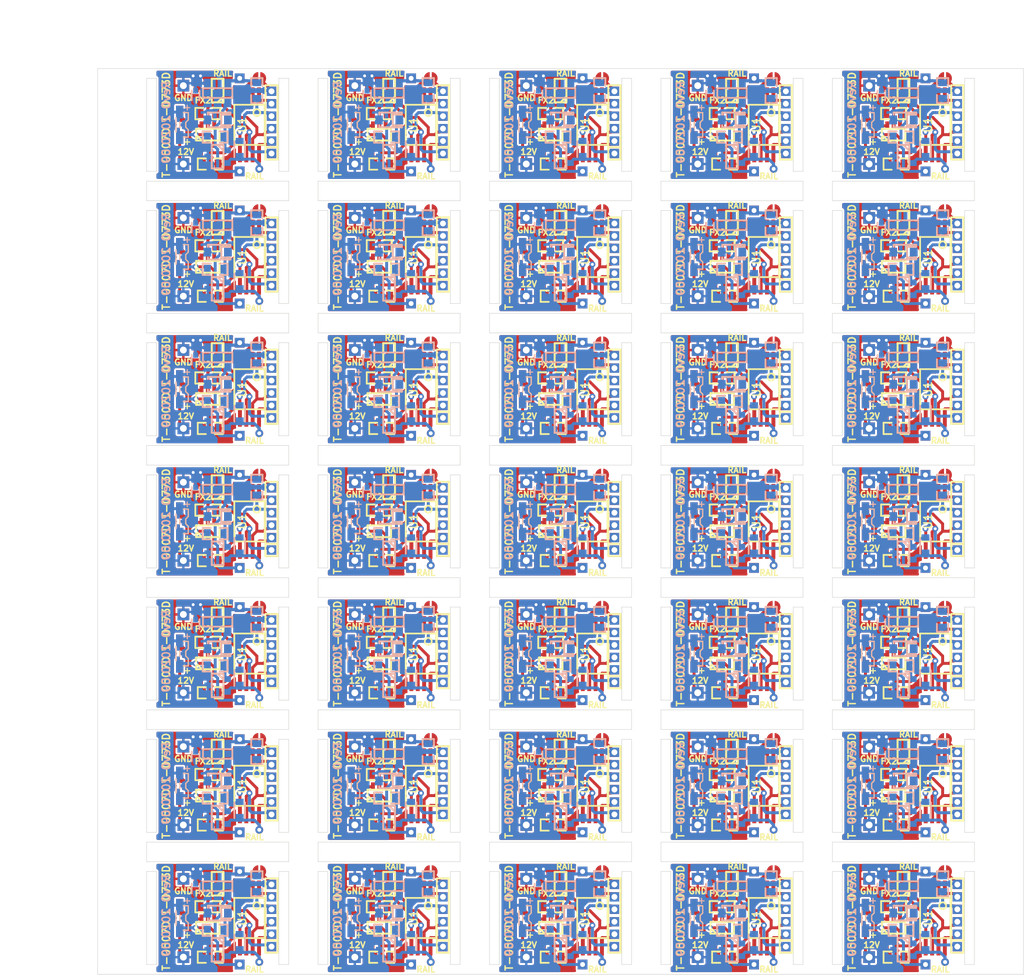
<source format=kicad_pcb>
(kicad_pcb (version 20171130) (host pcbnew "(5.1.6)-1")
  (layers (0 F.Cu signal) (31 B.Cu signal) (34 B.Paste user) (35 F.Paste user) (36 B.SilkS user) (37 F.SilkS user) (38 B.Mask user) (39 F.Mask user) (44 Edge.Cuts user))
  (net 0 "")
  (net 1 +12V)
  (net 2 GND)
  (net 3 +5V)
  (net 4 RAIL+)
  (net 5 RAIL-)
  (net 6 "Net-(D2-Pad1)")
  (net 7 "Net-(D3-Pad1)")
  (net 8 "Net-(D4-Pad1)")
  (net 9 Func1_For)
  (net 10 Func1_Rev)
  (net 11 MOSI)
  (net 12 RESET)
  (net 13 FX2)
  (net 14 DIR_JP)
  (net 15 "Net-(Q2-Pad1)")
  (net 16 "Net-(Q2-Pad4)")
  (net 17 Func2)
  (module footprint:R_1608 (layer B.Cu) (at 190 142)
    (fp_text reference R1 hide)
    (fp_text value 103 hide)
    (pad 2 smd rect (at 0.8 0) (size 0.7 0.9) (layers B.Cu B.Paste B.Mask) (net 6 "Net-(D2-Pad1)"))
    (pad 1 smd rect (at -0.8 0) (size 0.7 0.9) (layers B.Cu B.Paste B.Mask) (net 1 +12V))
  )
  (module footprint:R_1608 (layer B.Cu) (at 172.5 142)
    (fp_text reference R1 hide)
    (fp_text value 103 hide)
    (pad 2 smd rect (at 0.8 0) (size 0.7 0.9) (layers B.Cu B.Paste B.Mask) (net 6 "Net-(D2-Pad1)"))
    (pad 1 smd rect (at -0.8 0) (size 0.7 0.9) (layers B.Cu B.Paste B.Mask) (net 1 +12V))
  )
  (module footprint:R_1608 (layer B.Cu) (at 155 142)
    (fp_text reference R1 hide)
    (fp_text value 103 hide)
    (pad 2 smd rect (at 0.8 0) (size 0.7 0.9) (layers B.Cu B.Paste B.Mask) (net 6 "Net-(D2-Pad1)"))
    (pad 1 smd rect (at -0.8 0) (size 0.7 0.9) (layers B.Cu B.Paste B.Mask) (net 1 +12V))
  )
  (module footprint:R_1608 (layer B.Cu) (at 137.5 142)
    (fp_text reference R1 hide)
    (fp_text value 103 hide)
    (pad 2 smd rect (at 0.8 0) (size 0.7 0.9) (layers B.Cu B.Paste B.Mask) (net 6 "Net-(D2-Pad1)"))
    (pad 1 smd rect (at -0.8 0) (size 0.7 0.9) (layers B.Cu B.Paste B.Mask) (net 1 +12V))
  )
  (module footprint:R_1608 (layer B.Cu) (at 120 142)
    (fp_text reference R1 hide)
    (fp_text value 103 hide)
    (pad 2 smd rect (at 0.8 0) (size 0.7 0.9) (layers B.Cu B.Paste B.Mask) (net 6 "Net-(D2-Pad1)"))
    (pad 1 smd rect (at -0.8 0) (size 0.7 0.9) (layers B.Cu B.Paste B.Mask) (net 1 +12V))
  )
  (module footprint:R_1608 (layer B.Cu) (at 190 128.5)
    (fp_text reference R1 hide)
    (fp_text value 103 hide)
    (pad 2 smd rect (at 0.8 0) (size 0.7 0.9) (layers B.Cu B.Paste B.Mask) (net 6 "Net-(D2-Pad1)"))
    (pad 1 smd rect (at -0.8 0) (size 0.7 0.9) (layers B.Cu B.Paste B.Mask) (net 1 +12V))
  )
  (module footprint:R_1608 (layer B.Cu) (at 172.5 128.5)
    (fp_text reference R1 hide)
    (fp_text value 103 hide)
    (pad 2 smd rect (at 0.8 0) (size 0.7 0.9) (layers B.Cu B.Paste B.Mask) (net 6 "Net-(D2-Pad1)"))
    (pad 1 smd rect (at -0.8 0) (size 0.7 0.9) (layers B.Cu B.Paste B.Mask) (net 1 +12V))
  )
  (module footprint:R_1608 (layer B.Cu) (at 155 128.5)
    (fp_text reference R1 hide)
    (fp_text value 103 hide)
    (pad 2 smd rect (at 0.8 0) (size 0.7 0.9) (layers B.Cu B.Paste B.Mask) (net 6 "Net-(D2-Pad1)"))
    (pad 1 smd rect (at -0.8 0) (size 0.7 0.9) (layers B.Cu B.Paste B.Mask) (net 1 +12V))
  )
  (module footprint:R_1608 (layer B.Cu) (at 137.5 128.5)
    (fp_text reference R1 hide)
    (fp_text value 103 hide)
    (pad 2 smd rect (at 0.8 0) (size 0.7 0.9) (layers B.Cu B.Paste B.Mask) (net 6 "Net-(D2-Pad1)"))
    (pad 1 smd rect (at -0.8 0) (size 0.7 0.9) (layers B.Cu B.Paste B.Mask) (net 1 +12V))
  )
  (module footprint:R_1608 (layer B.Cu) (at 120 128.5)
    (fp_text reference R1 hide)
    (fp_text value 103 hide)
    (pad 2 smd rect (at 0.8 0) (size 0.7 0.9) (layers B.Cu B.Paste B.Mask) (net 6 "Net-(D2-Pad1)"))
    (pad 1 smd rect (at -0.8 0) (size 0.7 0.9) (layers B.Cu B.Paste B.Mask) (net 1 +12V))
  )
  (module footprint:R_1608 (layer B.Cu) (at 190 115)
    (fp_text reference R1 hide)
    (fp_text value 103 hide)
    (pad 2 smd rect (at 0.8 0) (size 0.7 0.9) (layers B.Cu B.Paste B.Mask) (net 6 "Net-(D2-Pad1)"))
    (pad 1 smd rect (at -0.8 0) (size 0.7 0.9) (layers B.Cu B.Paste B.Mask) (net 1 +12V))
  )
  (module footprint:R_1608 (layer B.Cu) (at 172.5 115)
    (fp_text reference R1 hide)
    (fp_text value 103 hide)
    (pad 2 smd rect (at 0.8 0) (size 0.7 0.9) (layers B.Cu B.Paste B.Mask) (net 6 "Net-(D2-Pad1)"))
    (pad 1 smd rect (at -0.8 0) (size 0.7 0.9) (layers B.Cu B.Paste B.Mask) (net 1 +12V))
  )
  (module footprint:R_1608 (layer B.Cu) (at 155 115)
    (fp_text reference R1 hide)
    (fp_text value 103 hide)
    (pad 2 smd rect (at 0.8 0) (size 0.7 0.9) (layers B.Cu B.Paste B.Mask) (net 6 "Net-(D2-Pad1)"))
    (pad 1 smd rect (at -0.8 0) (size 0.7 0.9) (layers B.Cu B.Paste B.Mask) (net 1 +12V))
  )
  (module footprint:R_1608 (layer B.Cu) (at 137.5 115)
    (fp_text reference R1 hide)
    (fp_text value 103 hide)
    (pad 2 smd rect (at 0.8 0) (size 0.7 0.9) (layers B.Cu B.Paste B.Mask) (net 6 "Net-(D2-Pad1)"))
    (pad 1 smd rect (at -0.8 0) (size 0.7 0.9) (layers B.Cu B.Paste B.Mask) (net 1 +12V))
  )
  (module footprint:R_1608 (layer B.Cu) (at 120 115)
    (fp_text reference R1 hide)
    (fp_text value 103 hide)
    (pad 2 smd rect (at 0.8 0) (size 0.7 0.9) (layers B.Cu B.Paste B.Mask) (net 6 "Net-(D2-Pad1)"))
    (pad 1 smd rect (at -0.8 0) (size 0.7 0.9) (layers B.Cu B.Paste B.Mask) (net 1 +12V))
  )
  (module footprint:R_1608 (layer B.Cu) (at 190 101.5)
    (fp_text reference R1 hide)
    (fp_text value 103 hide)
    (pad 2 smd rect (at 0.8 0) (size 0.7 0.9) (layers B.Cu B.Paste B.Mask) (net 6 "Net-(D2-Pad1)"))
    (pad 1 smd rect (at -0.8 0) (size 0.7 0.9) (layers B.Cu B.Paste B.Mask) (net 1 +12V))
  )
  (module footprint:R_1608 (layer B.Cu) (at 172.5 101.5)
    (fp_text reference R1 hide)
    (fp_text value 103 hide)
    (pad 2 smd rect (at 0.8 0) (size 0.7 0.9) (layers B.Cu B.Paste B.Mask) (net 6 "Net-(D2-Pad1)"))
    (pad 1 smd rect (at -0.8 0) (size 0.7 0.9) (layers B.Cu B.Paste B.Mask) (net 1 +12V))
  )
  (module footprint:R_1608 (layer B.Cu) (at 155 101.5)
    (fp_text reference R1 hide)
    (fp_text value 103 hide)
    (pad 2 smd rect (at 0.8 0) (size 0.7 0.9) (layers B.Cu B.Paste B.Mask) (net 6 "Net-(D2-Pad1)"))
    (pad 1 smd rect (at -0.8 0) (size 0.7 0.9) (layers B.Cu B.Paste B.Mask) (net 1 +12V))
  )
  (module footprint:R_1608 (layer B.Cu) (at 137.5 101.5)
    (fp_text reference R1 hide)
    (fp_text value 103 hide)
    (pad 2 smd rect (at 0.8 0) (size 0.7 0.9) (layers B.Cu B.Paste B.Mask) (net 6 "Net-(D2-Pad1)"))
    (pad 1 smd rect (at -0.8 0) (size 0.7 0.9) (layers B.Cu B.Paste B.Mask) (net 1 +12V))
  )
  (module footprint:R_1608 (layer B.Cu) (at 120 101.5)
    (fp_text reference R1 hide)
    (fp_text value 103 hide)
    (pad 2 smd rect (at 0.8 0) (size 0.7 0.9) (layers B.Cu B.Paste B.Mask) (net 6 "Net-(D2-Pad1)"))
    (pad 1 smd rect (at -0.8 0) (size 0.7 0.9) (layers B.Cu B.Paste B.Mask) (net 1 +12V))
  )
  (module footprint:R_1608 (layer B.Cu) (at 190 88)
    (fp_text reference R1 hide)
    (fp_text value 103 hide)
    (pad 2 smd rect (at 0.8 0) (size 0.7 0.9) (layers B.Cu B.Paste B.Mask) (net 6 "Net-(D2-Pad1)"))
    (pad 1 smd rect (at -0.8 0) (size 0.7 0.9) (layers B.Cu B.Paste B.Mask) (net 1 +12V))
  )
  (module footprint:R_1608 (layer B.Cu) (at 172.5 88)
    (fp_text reference R1 hide)
    (fp_text value 103 hide)
    (pad 2 smd rect (at 0.8 0) (size 0.7 0.9) (layers B.Cu B.Paste B.Mask) (net 6 "Net-(D2-Pad1)"))
    (pad 1 smd rect (at -0.8 0) (size 0.7 0.9) (layers B.Cu B.Paste B.Mask) (net 1 +12V))
  )
  (module footprint:R_1608 (layer B.Cu) (at 155 88)
    (fp_text reference R1 hide)
    (fp_text value 103 hide)
    (pad 2 smd rect (at 0.8 0) (size 0.7 0.9) (layers B.Cu B.Paste B.Mask) (net 6 "Net-(D2-Pad1)"))
    (pad 1 smd rect (at -0.8 0) (size 0.7 0.9) (layers B.Cu B.Paste B.Mask) (net 1 +12V))
  )
  (module footprint:R_1608 (layer B.Cu) (at 137.5 88)
    (fp_text reference R1 hide)
    (fp_text value 103 hide)
    (pad 2 smd rect (at 0.8 0) (size 0.7 0.9) (layers B.Cu B.Paste B.Mask) (net 6 "Net-(D2-Pad1)"))
    (pad 1 smd rect (at -0.8 0) (size 0.7 0.9) (layers B.Cu B.Paste B.Mask) (net 1 +12V))
  )
  (module footprint:R_1608 (layer B.Cu) (at 120 88)
    (fp_text reference R1 hide)
    (fp_text value 103 hide)
    (pad 2 smd rect (at 0.8 0) (size 0.7 0.9) (layers B.Cu B.Paste B.Mask) (net 6 "Net-(D2-Pad1)"))
    (pad 1 smd rect (at -0.8 0) (size 0.7 0.9) (layers B.Cu B.Paste B.Mask) (net 1 +12V))
  )
  (module footprint:R_1608 (layer B.Cu) (at 190 74.5)
    (fp_text reference R1 hide)
    (fp_text value 103 hide)
    (pad 2 smd rect (at 0.8 0) (size 0.7 0.9) (layers B.Cu B.Paste B.Mask) (net 6 "Net-(D2-Pad1)"))
    (pad 1 smd rect (at -0.8 0) (size 0.7 0.9) (layers B.Cu B.Paste B.Mask) (net 1 +12V))
  )
  (module footprint:R_1608 (layer B.Cu) (at 172.5 74.5)
    (fp_text reference R1 hide)
    (fp_text value 103 hide)
    (pad 2 smd rect (at 0.8 0) (size 0.7 0.9) (layers B.Cu B.Paste B.Mask) (net 6 "Net-(D2-Pad1)"))
    (pad 1 smd rect (at -0.8 0) (size 0.7 0.9) (layers B.Cu B.Paste B.Mask) (net 1 +12V))
  )
  (module footprint:R_1608 (layer B.Cu) (at 155 74.5)
    (fp_text reference R1 hide)
    (fp_text value 103 hide)
    (pad 2 smd rect (at 0.8 0) (size 0.7 0.9) (layers B.Cu B.Paste B.Mask) (net 6 "Net-(D2-Pad1)"))
    (pad 1 smd rect (at -0.8 0) (size 0.7 0.9) (layers B.Cu B.Paste B.Mask) (net 1 +12V))
  )
  (module footprint:R_1608 (layer B.Cu) (at 137.5 74.5)
    (fp_text reference R1 hide)
    (fp_text value 103 hide)
    (pad 2 smd rect (at 0.8 0) (size 0.7 0.9) (layers B.Cu B.Paste B.Mask) (net 6 "Net-(D2-Pad1)"))
    (pad 1 smd rect (at -0.8 0) (size 0.7 0.9) (layers B.Cu B.Paste B.Mask) (net 1 +12V))
  )
  (module footprint:R_1608 (layer B.Cu) (at 120 74.5)
    (fp_text reference R1 hide)
    (fp_text value 103 hide)
    (pad 2 smd rect (at 0.8 0) (size 0.7 0.9) (layers B.Cu B.Paste B.Mask) (net 6 "Net-(D2-Pad1)"))
    (pad 1 smd rect (at -0.8 0) (size 0.7 0.9) (layers B.Cu B.Paste B.Mask) (net 1 +12V))
  )
  (module footprint:R_1608 (layer B.Cu) (at 190 61)
    (fp_text reference R1 hide)
    (fp_text value 103 hide)
    (pad 2 smd rect (at 0.8 0) (size 0.7 0.9) (layers B.Cu B.Paste B.Mask) (net 6 "Net-(D2-Pad1)"))
    (pad 1 smd rect (at -0.8 0) (size 0.7 0.9) (layers B.Cu B.Paste B.Mask) (net 1 +12V))
  )
  (module footprint:R_1608 (layer B.Cu) (at 172.5 61)
    (fp_text reference R1 hide)
    (fp_text value 103 hide)
    (pad 2 smd rect (at 0.8 0) (size 0.7 0.9) (layers B.Cu B.Paste B.Mask) (net 6 "Net-(D2-Pad1)"))
    (pad 1 smd rect (at -0.8 0) (size 0.7 0.9) (layers B.Cu B.Paste B.Mask) (net 1 +12V))
  )
  (module footprint:R_1608 (layer B.Cu) (at 155 61)
    (fp_text reference R1 hide)
    (fp_text value 103 hide)
    (pad 2 smd rect (at 0.8 0) (size 0.7 0.9) (layers B.Cu B.Paste B.Mask) (net 6 "Net-(D2-Pad1)"))
    (pad 1 smd rect (at -0.8 0) (size 0.7 0.9) (layers B.Cu B.Paste B.Mask) (net 1 +12V))
  )
  (module footprint:R_1608 (layer B.Cu) (at 137.5 61)
    (fp_text reference R1 hide)
    (fp_text value 103 hide)
    (pad 2 smd rect (at 0.8 0) (size 0.7 0.9) (layers B.Cu B.Paste B.Mask) (net 6 "Net-(D2-Pad1)"))
    (pad 1 smd rect (at -0.8 0) (size 0.7 0.9) (layers B.Cu B.Paste B.Mask) (net 1 +12V))
  )
  (module footprint:LED_1224_1005_SIDE (layer F.Cu) (at 186 140.75 270)
    (fp_text reference D3 hide)
    (fp_text value LED)
    (pad 2 smd rect (at 0.55 -0.25 270) (size 0.5 0.3) (layers F.Cu F.Paste F.Mask) (net 1 +12V))
    (pad 1 smd rect (at -0.55 -0.25 270) (size 0.5 0.3) (layers F.Cu F.Paste F.Mask) (net 7 "Net-(D3-Pad1)"))
    (pad 2 smd rect (at 1.3 -0.375 270) (size 1.3 0.75) (layers F.Cu F.Paste F.Mask) (net 1 +12V))
    (pad 1 smd rect (at -1.3 -0.375 270) (size 1.3 0.75) (layers F.Cu F.Paste F.Mask) (net 7 "Net-(D3-Pad1)"))
  )
  (module footprint:LED_1224_1005_SIDE (layer F.Cu) (at 168.5 140.75 270)
    (fp_text reference D3 hide)
    (fp_text value LED)
    (pad 2 smd rect (at 0.55 -0.25 270) (size 0.5 0.3) (layers F.Cu F.Paste F.Mask) (net 1 +12V))
    (pad 1 smd rect (at -0.55 -0.25 270) (size 0.5 0.3) (layers F.Cu F.Paste F.Mask) (net 7 "Net-(D3-Pad1)"))
    (pad 2 smd rect (at 1.3 -0.375 270) (size 1.3 0.75) (layers F.Cu F.Paste F.Mask) (net 1 +12V))
    (pad 1 smd rect (at -1.3 -0.375 270) (size 1.3 0.75) (layers F.Cu F.Paste F.Mask) (net 7 "Net-(D3-Pad1)"))
  )
  (module footprint:LED_1224_1005_SIDE (layer F.Cu) (at 151 140.75 270)
    (fp_text reference D3 hide)
    (fp_text value LED)
    (pad 2 smd rect (at 0.55 -0.25 270) (size 0.5 0.3) (layers F.Cu F.Paste F.Mask) (net 1 +12V))
    (pad 1 smd rect (at -0.55 -0.25 270) (size 0.5 0.3) (layers F.Cu F.Paste F.Mask) (net 7 "Net-(D3-Pad1)"))
    (pad 2 smd rect (at 1.3 -0.375 270) (size 1.3 0.75) (layers F.Cu F.Paste F.Mask) (net 1 +12V))
    (pad 1 smd rect (at -1.3 -0.375 270) (size 1.3 0.75) (layers F.Cu F.Paste F.Mask) (net 7 "Net-(D3-Pad1)"))
  )
  (module footprint:LED_1224_1005_SIDE (layer F.Cu) (at 133.5 140.75 270)
    (fp_text reference D3 hide)
    (fp_text value LED)
    (pad 2 smd rect (at 0.55 -0.25 270) (size 0.5 0.3) (layers F.Cu F.Paste F.Mask) (net 1 +12V))
    (pad 1 smd rect (at -0.55 -0.25 270) (size 0.5 0.3) (layers F.Cu F.Paste F.Mask) (net 7 "Net-(D3-Pad1)"))
    (pad 2 smd rect (at 1.3 -0.375 270) (size 1.3 0.75) (layers F.Cu F.Paste F.Mask) (net 1 +12V))
    (pad 1 smd rect (at -1.3 -0.375 270) (size 1.3 0.75) (layers F.Cu F.Paste F.Mask) (net 7 "Net-(D3-Pad1)"))
  )
  (module footprint:LED_1224_1005_SIDE (layer F.Cu) (at 116 140.75 270)
    (fp_text reference D3 hide)
    (fp_text value LED)
    (pad 2 smd rect (at 0.55 -0.25 270) (size 0.5 0.3) (layers F.Cu F.Paste F.Mask) (net 1 +12V))
    (pad 1 smd rect (at -0.55 -0.25 270) (size 0.5 0.3) (layers F.Cu F.Paste F.Mask) (net 7 "Net-(D3-Pad1)"))
    (pad 2 smd rect (at 1.3 -0.375 270) (size 1.3 0.75) (layers F.Cu F.Paste F.Mask) (net 1 +12V))
    (pad 1 smd rect (at -1.3 -0.375 270) (size 1.3 0.75) (layers F.Cu F.Paste F.Mask) (net 7 "Net-(D3-Pad1)"))
  )
  (module footprint:LED_1224_1005_SIDE (layer F.Cu) (at 186 127.25 270)
    (fp_text reference D3 hide)
    (fp_text value LED)
    (pad 2 smd rect (at 0.55 -0.25 270) (size 0.5 0.3) (layers F.Cu F.Paste F.Mask) (net 1 +12V))
    (pad 1 smd rect (at -0.55 -0.25 270) (size 0.5 0.3) (layers F.Cu F.Paste F.Mask) (net 7 "Net-(D3-Pad1)"))
    (pad 2 smd rect (at 1.3 -0.375 270) (size 1.3 0.75) (layers F.Cu F.Paste F.Mask) (net 1 +12V))
    (pad 1 smd rect (at -1.3 -0.375 270) (size 1.3 0.75) (layers F.Cu F.Paste F.Mask) (net 7 "Net-(D3-Pad1)"))
  )
  (module footprint:LED_1224_1005_SIDE (layer F.Cu) (at 168.5 127.25 270)
    (fp_text reference D3 hide)
    (fp_text value LED)
    (pad 2 smd rect (at 0.55 -0.25 270) (size 0.5 0.3) (layers F.Cu F.Paste F.Mask) (net 1 +12V))
    (pad 1 smd rect (at -0.55 -0.25 270) (size 0.5 0.3) (layers F.Cu F.Paste F.Mask) (net 7 "Net-(D3-Pad1)"))
    (pad 2 smd rect (at 1.3 -0.375 270) (size 1.3 0.75) (layers F.Cu F.Paste F.Mask) (net 1 +12V))
    (pad 1 smd rect (at -1.3 -0.375 270) (size 1.3 0.75) (layers F.Cu F.Paste F.Mask) (net 7 "Net-(D3-Pad1)"))
  )
  (module footprint:LED_1224_1005_SIDE (layer F.Cu) (at 151 127.25 270)
    (fp_text reference D3 hide)
    (fp_text value LED)
    (pad 2 smd rect (at 0.55 -0.25 270) (size 0.5 0.3) (layers F.Cu F.Paste F.Mask) (net 1 +12V))
    (pad 1 smd rect (at -0.55 -0.25 270) (size 0.5 0.3) (layers F.Cu F.Paste F.Mask) (net 7 "Net-(D3-Pad1)"))
    (pad 2 smd rect (at 1.3 -0.375 270) (size 1.3 0.75) (layers F.Cu F.Paste F.Mask) (net 1 +12V))
    (pad 1 smd rect (at -1.3 -0.375 270) (size 1.3 0.75) (layers F.Cu F.Paste F.Mask) (net 7 "Net-(D3-Pad1)"))
  )
  (module footprint:LED_1224_1005_SIDE (layer F.Cu) (at 133.5 127.25 270)
    (fp_text reference D3 hide)
    (fp_text value LED)
    (pad 2 smd rect (at 0.55 -0.25 270) (size 0.5 0.3) (layers F.Cu F.Paste F.Mask) (net 1 +12V))
    (pad 1 smd rect (at -0.55 -0.25 270) (size 0.5 0.3) (layers F.Cu F.Paste F.Mask) (net 7 "Net-(D3-Pad1)"))
    (pad 2 smd rect (at 1.3 -0.375 270) (size 1.3 0.75) (layers F.Cu F.Paste F.Mask) (net 1 +12V))
    (pad 1 smd rect (at -1.3 -0.375 270) (size 1.3 0.75) (layers F.Cu F.Paste F.Mask) (net 7 "Net-(D3-Pad1)"))
  )
  (module footprint:LED_1224_1005_SIDE (layer F.Cu) (at 116 127.25 270)
    (fp_text reference D3 hide)
    (fp_text value LED)
    (pad 2 smd rect (at 0.55 -0.25 270) (size 0.5 0.3) (layers F.Cu F.Paste F.Mask) (net 1 +12V))
    (pad 1 smd rect (at -0.55 -0.25 270) (size 0.5 0.3) (layers F.Cu F.Paste F.Mask) (net 7 "Net-(D3-Pad1)"))
    (pad 2 smd rect (at 1.3 -0.375 270) (size 1.3 0.75) (layers F.Cu F.Paste F.Mask) (net 1 +12V))
    (pad 1 smd rect (at -1.3 -0.375 270) (size 1.3 0.75) (layers F.Cu F.Paste F.Mask) (net 7 "Net-(D3-Pad1)"))
  )
  (module footprint:LED_1224_1005_SIDE (layer F.Cu) (at 186 113.75 270)
    (fp_text reference D3 hide)
    (fp_text value LED)
    (pad 2 smd rect (at 0.55 -0.25 270) (size 0.5 0.3) (layers F.Cu F.Paste F.Mask) (net 1 +12V))
    (pad 1 smd rect (at -0.55 -0.25 270) (size 0.5 0.3) (layers F.Cu F.Paste F.Mask) (net 7 "Net-(D3-Pad1)"))
    (pad 2 smd rect (at 1.3 -0.375 270) (size 1.3 0.75) (layers F.Cu F.Paste F.Mask) (net 1 +12V))
    (pad 1 smd rect (at -1.3 -0.375 270) (size 1.3 0.75) (layers F.Cu F.Paste F.Mask) (net 7 "Net-(D3-Pad1)"))
  )
  (module footprint:LED_1224_1005_SIDE (layer F.Cu) (at 168.5 113.75 270)
    (fp_text reference D3 hide)
    (fp_text value LED)
    (pad 2 smd rect (at 0.55 -0.25 270) (size 0.5 0.3) (layers F.Cu F.Paste F.Mask) (net 1 +12V))
    (pad 1 smd rect (at -0.55 -0.25 270) (size 0.5 0.3) (layers F.Cu F.Paste F.Mask) (net 7 "Net-(D3-Pad1)"))
    (pad 2 smd rect (at 1.3 -0.375 270) (size 1.3 0.75) (layers F.Cu F.Paste F.Mask) (net 1 +12V))
    (pad 1 smd rect (at -1.3 -0.375 270) (size 1.3 0.75) (layers F.Cu F.Paste F.Mask) (net 7 "Net-(D3-Pad1)"))
  )
  (module footprint:LED_1224_1005_SIDE (layer F.Cu) (at 151 113.75 270)
    (fp_text reference D3 hide)
    (fp_text value LED)
    (pad 2 smd rect (at 0.55 -0.25 270) (size 0.5 0.3) (layers F.Cu F.Paste F.Mask) (net 1 +12V))
    (pad 1 smd rect (at -0.55 -0.25 270) (size 0.5 0.3) (layers F.Cu F.Paste F.Mask) (net 7 "Net-(D3-Pad1)"))
    (pad 2 smd rect (at 1.3 -0.375 270) (size 1.3 0.75) (layers F.Cu F.Paste F.Mask) (net 1 +12V))
    (pad 1 smd rect (at -1.3 -0.375 270) (size 1.3 0.75) (layers F.Cu F.Paste F.Mask) (net 7 "Net-(D3-Pad1)"))
  )
  (module footprint:LED_1224_1005_SIDE (layer F.Cu) (at 133.5 113.75 270)
    (fp_text reference D3 hide)
    (fp_text value LED)
    (pad 2 smd rect (at 0.55 -0.25 270) (size 0.5 0.3) (layers F.Cu F.Paste F.Mask) (net 1 +12V))
    (pad 1 smd rect (at -0.55 -0.25 270) (size 0.5 0.3) (layers F.Cu F.Paste F.Mask) (net 7 "Net-(D3-Pad1)"))
    (pad 2 smd rect (at 1.3 -0.375 270) (size 1.3 0.75) (layers F.Cu F.Paste F.Mask) (net 1 +12V))
    (pad 1 smd rect (at -1.3 -0.375 270) (size 1.3 0.75) (layers F.Cu F.Paste F.Mask) (net 7 "Net-(D3-Pad1)"))
  )
  (module footprint:LED_1224_1005_SIDE (layer F.Cu) (at 116 113.75 270)
    (fp_text reference D3 hide)
    (fp_text value LED)
    (pad 2 smd rect (at 0.55 -0.25 270) (size 0.5 0.3) (layers F.Cu F.Paste F.Mask) (net 1 +12V))
    (pad 1 smd rect (at -0.55 -0.25 270) (size 0.5 0.3) (layers F.Cu F.Paste F.Mask) (net 7 "Net-(D3-Pad1)"))
    (pad 2 smd rect (at 1.3 -0.375 270) (size 1.3 0.75) (layers F.Cu F.Paste F.Mask) (net 1 +12V))
    (pad 1 smd rect (at -1.3 -0.375 270) (size 1.3 0.75) (layers F.Cu F.Paste F.Mask) (net 7 "Net-(D3-Pad1)"))
  )
  (module footprint:LED_1224_1005_SIDE (layer F.Cu) (at 186 100.25 270)
    (fp_text reference D3 hide)
    (fp_text value LED)
    (pad 2 smd rect (at 0.55 -0.25 270) (size 0.5 0.3) (layers F.Cu F.Paste F.Mask) (net 1 +12V))
    (pad 1 smd rect (at -0.55 -0.25 270) (size 0.5 0.3) (layers F.Cu F.Paste F.Mask) (net 7 "Net-(D3-Pad1)"))
    (pad 2 smd rect (at 1.3 -0.375 270) (size 1.3 0.75) (layers F.Cu F.Paste F.Mask) (net 1 +12V))
    (pad 1 smd rect (at -1.3 -0.375 270) (size 1.3 0.75) (layers F.Cu F.Paste F.Mask) (net 7 "Net-(D3-Pad1)"))
  )
  (module footprint:LED_1224_1005_SIDE (layer F.Cu) (at 168.5 100.25 270)
    (fp_text reference D3 hide)
    (fp_text value LED)
    (pad 2 smd rect (at 0.55 -0.25 270) (size 0.5 0.3) (layers F.Cu F.Paste F.Mask) (net 1 +12V))
    (pad 1 smd rect (at -0.55 -0.25 270) (size 0.5 0.3) (layers F.Cu F.Paste F.Mask) (net 7 "Net-(D3-Pad1)"))
    (pad 2 smd rect (at 1.3 -0.375 270) (size 1.3 0.75) (layers F.Cu F.Paste F.Mask) (net 1 +12V))
    (pad 1 smd rect (at -1.3 -0.375 270) (size 1.3 0.75) (layers F.Cu F.Paste F.Mask) (net 7 "Net-(D3-Pad1)"))
  )
  (module footprint:LED_1224_1005_SIDE (layer F.Cu) (at 151 100.25 270)
    (fp_text reference D3 hide)
    (fp_text value LED)
    (pad 2 smd rect (at 0.55 -0.25 270) (size 0.5 0.3) (layers F.Cu F.Paste F.Mask) (net 1 +12V))
    (pad 1 smd rect (at -0.55 -0.25 270) (size 0.5 0.3) (layers F.Cu F.Paste F.Mask) (net 7 "Net-(D3-Pad1)"))
    (pad 2 smd rect (at 1.3 -0.375 270) (size 1.3 0.75) (layers F.Cu F.Paste F.Mask) (net 1 +12V))
    (pad 1 smd rect (at -1.3 -0.375 270) (size 1.3 0.75) (layers F.Cu F.Paste F.Mask) (net 7 "Net-(D3-Pad1)"))
  )
  (module footprint:LED_1224_1005_SIDE (layer F.Cu) (at 133.5 100.25 270)
    (fp_text reference D3 hide)
    (fp_text value LED)
    (pad 2 smd rect (at 0.55 -0.25 270) (size 0.5 0.3) (layers F.Cu F.Paste F.Mask) (net 1 +12V))
    (pad 1 smd rect (at -0.55 -0.25 270) (size 0.5 0.3) (layers F.Cu F.Paste F.Mask) (net 7 "Net-(D3-Pad1)"))
    (pad 2 smd rect (at 1.3 -0.375 270) (size 1.3 0.75) (layers F.Cu F.Paste F.Mask) (net 1 +12V))
    (pad 1 smd rect (at -1.3 -0.375 270) (size 1.3 0.75) (layers F.Cu F.Paste F.Mask) (net 7 "Net-(D3-Pad1)"))
  )
  (module footprint:LED_1224_1005_SIDE (layer F.Cu) (at 116 100.25 270)
    (fp_text reference D3 hide)
    (fp_text value LED)
    (pad 2 smd rect (at 0.55 -0.25 270) (size 0.5 0.3) (layers F.Cu F.Paste F.Mask) (net 1 +12V))
    (pad 1 smd rect (at -0.55 -0.25 270) (size 0.5 0.3) (layers F.Cu F.Paste F.Mask) (net 7 "Net-(D3-Pad1)"))
    (pad 2 smd rect (at 1.3 -0.375 270) (size 1.3 0.75) (layers F.Cu F.Paste F.Mask) (net 1 +12V))
    (pad 1 smd rect (at -1.3 -0.375 270) (size 1.3 0.75) (layers F.Cu F.Paste F.Mask) (net 7 "Net-(D3-Pad1)"))
  )
  (module footprint:LED_1224_1005_SIDE (layer F.Cu) (at 186 86.75 270)
    (fp_text reference D3 hide)
    (fp_text value LED)
    (pad 2 smd rect (at 0.55 -0.25 270) (size 0.5 0.3) (layers F.Cu F.Paste F.Mask) (net 1 +12V))
    (pad 1 smd rect (at -0.55 -0.25 270) (size 0.5 0.3) (layers F.Cu F.Paste F.Mask) (net 7 "Net-(D3-Pad1)"))
    (pad 2 smd rect (at 1.3 -0.375 270) (size 1.3 0.75) (layers F.Cu F.Paste F.Mask) (net 1 +12V))
    (pad 1 smd rect (at -1.3 -0.375 270) (size 1.3 0.75) (layers F.Cu F.Paste F.Mask) (net 7 "Net-(D3-Pad1)"))
  )
  (module footprint:LED_1224_1005_SIDE (layer F.Cu) (at 168.5 86.75 270)
    (fp_text reference D3 hide)
    (fp_text value LED)
    (pad 2 smd rect (at 0.55 -0.25 270) (size 0.5 0.3) (layers F.Cu F.Paste F.Mask) (net 1 +12V))
    (pad 1 smd rect (at -0.55 -0.25 270) (size 0.5 0.3) (layers F.Cu F.Paste F.Mask) (net 7 "Net-(D3-Pad1)"))
    (pad 2 smd rect (at 1.3 -0.375 270) (size 1.3 0.75) (layers F.Cu F.Paste F.Mask) (net 1 +12V))
    (pad 1 smd rect (at -1.3 -0.375 270) (size 1.3 0.75) (layers F.Cu F.Paste F.Mask) (net 7 "Net-(D3-Pad1)"))
  )
  (module footprint:LED_1224_1005_SIDE (layer F.Cu) (at 151 86.75 270)
    (fp_text reference D3 hide)
    (fp_text value LED)
    (pad 2 smd rect (at 0.55 -0.25 270) (size 0.5 0.3) (layers F.Cu F.Paste F.Mask) (net 1 +12V))
    (pad 1 smd rect (at -0.55 -0.25 270) (size 0.5 0.3) (layers F.Cu F.Paste F.Mask) (net 7 "Net-(D3-Pad1)"))
    (pad 2 smd rect (at 1.3 -0.375 270) (size 1.3 0.75) (layers F.Cu F.Paste F.Mask) (net 1 +12V))
    (pad 1 smd rect (at -1.3 -0.375 270) (size 1.3 0.75) (layers F.Cu F.Paste F.Mask) (net 7 "Net-(D3-Pad1)"))
  )
  (module footprint:LED_1224_1005_SIDE (layer F.Cu) (at 133.5 86.75 270)
    (fp_text reference D3 hide)
    (fp_text value LED)
    (pad 2 smd rect (at 0.55 -0.25 270) (size 0.5 0.3) (layers F.Cu F.Paste F.Mask) (net 1 +12V))
    (pad 1 smd rect (at -0.55 -0.25 270) (size 0.5 0.3) (layers F.Cu F.Paste F.Mask) (net 7 "Net-(D3-Pad1)"))
    (pad 2 smd rect (at 1.3 -0.375 270) (size 1.3 0.75) (layers F.Cu F.Paste F.Mask) (net 1 +12V))
    (pad 1 smd rect (at -1.3 -0.375 270) (size 1.3 0.75) (layers F.Cu F.Paste F.Mask) (net 7 "Net-(D3-Pad1)"))
  )
  (module footprint:LED_1224_1005_SIDE (layer F.Cu) (at 116 86.75 270)
    (fp_text reference D3 hide)
    (fp_text value LED)
    (pad 2 smd rect (at 0.55 -0.25 270) (size 0.5 0.3) (layers F.Cu F.Paste F.Mask) (net 1 +12V))
    (pad 1 smd rect (at -0.55 -0.25 270) (size 0.5 0.3) (layers F.Cu F.Paste F.Mask) (net 7 "Net-(D3-Pad1)"))
    (pad 2 smd rect (at 1.3 -0.375 270) (size 1.3 0.75) (layers F.Cu F.Paste F.Mask) (net 1 +12V))
    (pad 1 smd rect (at -1.3 -0.375 270) (size 1.3 0.75) (layers F.Cu F.Paste F.Mask) (net 7 "Net-(D3-Pad1)"))
  )
  (module footprint:LED_1224_1005_SIDE (layer F.Cu) (at 186 73.25 270)
    (fp_text reference D3 hide)
    (fp_text value LED)
    (pad 2 smd rect (at 0.55 -0.25 270) (size 0.5 0.3) (layers F.Cu F.Paste F.Mask) (net 1 +12V))
    (pad 1 smd rect (at -0.55 -0.25 270) (size 0.5 0.3) (layers F.Cu F.Paste F.Mask) (net 7 "Net-(D3-Pad1)"))
    (pad 2 smd rect (at 1.3 -0.375 270) (size 1.3 0.75) (layers F.Cu F.Paste F.Mask) (net 1 +12V))
    (pad 1 smd rect (at -1.3 -0.375 270) (size 1.3 0.75) (layers F.Cu F.Paste F.Mask) (net 7 "Net-(D3-Pad1)"))
  )
  (module footprint:LED_1224_1005_SIDE (layer F.Cu) (at 168.5 73.25 270)
    (fp_text reference D3 hide)
    (fp_text value LED)
    (pad 2 smd rect (at 0.55 -0.25 270) (size 0.5 0.3) (layers F.Cu F.Paste F.Mask) (net 1 +12V))
    (pad 1 smd rect (at -0.55 -0.25 270) (size 0.5 0.3) (layers F.Cu F.Paste F.Mask) (net 7 "Net-(D3-Pad1)"))
    (pad 2 smd rect (at 1.3 -0.375 270) (size 1.3 0.75) (layers F.Cu F.Paste F.Mask) (net 1 +12V))
    (pad 1 smd rect (at -1.3 -0.375 270) (size 1.3 0.75) (layers F.Cu F.Paste F.Mask) (net 7 "Net-(D3-Pad1)"))
  )
  (module footprint:LED_1224_1005_SIDE (layer F.Cu) (at 151 73.25 270)
    (fp_text reference D3 hide)
    (fp_text value LED)
    (pad 2 smd rect (at 0.55 -0.25 270) (size 0.5 0.3) (layers F.Cu F.Paste F.Mask) (net 1 +12V))
    (pad 1 smd rect (at -0.55 -0.25 270) (size 0.5 0.3) (layers F.Cu F.Paste F.Mask) (net 7 "Net-(D3-Pad1)"))
    (pad 2 smd rect (at 1.3 -0.375 270) (size 1.3 0.75) (layers F.Cu F.Paste F.Mask) (net 1 +12V))
    (pad 1 smd rect (at -1.3 -0.375 270) (size 1.3 0.75) (layers F.Cu F.Paste F.Mask) (net 7 "Net-(D3-Pad1)"))
  )
  (module footprint:LED_1224_1005_SIDE (layer F.Cu) (at 133.5 73.25 270)
    (fp_text reference D3 hide)
    (fp_text value LED)
    (pad 2 smd rect (at 0.55 -0.25 270) (size 0.5 0.3) (layers F.Cu F.Paste F.Mask) (net 1 +12V))
    (pad 1 smd rect (at -0.55 -0.25 270) (size 0.5 0.3) (layers F.Cu F.Paste F.Mask) (net 7 "Net-(D3-Pad1)"))
    (pad 2 smd rect (at 1.3 -0.375 270) (size 1.3 0.75) (layers F.Cu F.Paste F.Mask) (net 1 +12V))
    (pad 1 smd rect (at -1.3 -0.375 270) (size 1.3 0.75) (layers F.Cu F.Paste F.Mask) (net 7 "Net-(D3-Pad1)"))
  )
  (module footprint:LED_1224_1005_SIDE (layer F.Cu) (at 116 73.25 270)
    (fp_text reference D3 hide)
    (fp_text value LED)
    (pad 2 smd rect (at 0.55 -0.25 270) (size 0.5 0.3) (layers F.Cu F.Paste F.Mask) (net 1 +12V))
    (pad 1 smd rect (at -0.55 -0.25 270) (size 0.5 0.3) (layers F.Cu F.Paste F.Mask) (net 7 "Net-(D3-Pad1)"))
    (pad 2 smd rect (at 1.3 -0.375 270) (size 1.3 0.75) (layers F.Cu F.Paste F.Mask) (net 1 +12V))
    (pad 1 smd rect (at -1.3 -0.375 270) (size 1.3 0.75) (layers F.Cu F.Paste F.Mask) (net 7 "Net-(D3-Pad1)"))
  )
  (module footprint:LED_1224_1005_SIDE (layer F.Cu) (at 186 59.75 270)
    (fp_text reference D3 hide)
    (fp_text value LED)
    (pad 2 smd rect (at 0.55 -0.25 270) (size 0.5 0.3) (layers F.Cu F.Paste F.Mask) (net 1 +12V))
    (pad 1 smd rect (at -0.55 -0.25 270) (size 0.5 0.3) (layers F.Cu F.Paste F.Mask) (net 7 "Net-(D3-Pad1)"))
    (pad 2 smd rect (at 1.3 -0.375 270) (size 1.3 0.75) (layers F.Cu F.Paste F.Mask) (net 1 +12V))
    (pad 1 smd rect (at -1.3 -0.375 270) (size 1.3 0.75) (layers F.Cu F.Paste F.Mask) (net 7 "Net-(D3-Pad1)"))
  )
  (module footprint:LED_1224_1005_SIDE (layer F.Cu) (at 168.5 59.75 270)
    (fp_text reference D3 hide)
    (fp_text value LED)
    (pad 2 smd rect (at 0.55 -0.25 270) (size 0.5 0.3) (layers F.Cu F.Paste F.Mask) (net 1 +12V))
    (pad 1 smd rect (at -0.55 -0.25 270) (size 0.5 0.3) (layers F.Cu F.Paste F.Mask) (net 7 "Net-(D3-Pad1)"))
    (pad 2 smd rect (at 1.3 -0.375 270) (size 1.3 0.75) (layers F.Cu F.Paste F.Mask) (net 1 +12V))
    (pad 1 smd rect (at -1.3 -0.375 270) (size 1.3 0.75) (layers F.Cu F.Paste F.Mask) (net 7 "Net-(D3-Pad1)"))
  )
  (module footprint:LED_1224_1005_SIDE (layer F.Cu) (at 151 59.75 270)
    (fp_text reference D3 hide)
    (fp_text value LED)
    (pad 2 smd rect (at 0.55 -0.25 270) (size 0.5 0.3) (layers F.Cu F.Paste F.Mask) (net 1 +12V))
    (pad 1 smd rect (at -0.55 -0.25 270) (size 0.5 0.3) (layers F.Cu F.Paste F.Mask) (net 7 "Net-(D3-Pad1)"))
    (pad 2 smd rect (at 1.3 -0.375 270) (size 1.3 0.75) (layers F.Cu F.Paste F.Mask) (net 1 +12V))
    (pad 1 smd rect (at -1.3 -0.375 270) (size 1.3 0.75) (layers F.Cu F.Paste F.Mask) (net 7 "Net-(D3-Pad1)"))
  )
  (module footprint:LED_1224_1005_SIDE (layer F.Cu) (at 133.5 59.75 270)
    (fp_text reference D3 hide)
    (fp_text value LED)
    (pad 2 smd rect (at 0.55 -0.25 270) (size 0.5 0.3) (layers F.Cu F.Paste F.Mask) (net 1 +12V))
    (pad 1 smd rect (at -0.55 -0.25 270) (size 0.5 0.3) (layers F.Cu F.Paste F.Mask) (net 7 "Net-(D3-Pad1)"))
    (pad 2 smd rect (at 1.3 -0.375 270) (size 1.3 0.75) (layers F.Cu F.Paste F.Mask) (net 1 +12V))
    (pad 1 smd rect (at -1.3 -0.375 270) (size 1.3 0.75) (layers F.Cu F.Paste F.Mask) (net 7 "Net-(D3-Pad1)"))
  )
  (module footprint:LED_1224_1005_SIDE (layer B.Cu) (at 186 140.75 90)
    (fp_text reference D4 hide)
    (fp_text value LED)
    (pad 1 smd rect (at -1.3 0.375 90) (size 1.3 0.75) (layers B.Cu B.Paste B.Mask) (net 8 "Net-(D4-Pad1)"))
    (pad 2 smd rect (at 1.3 0.375 90) (size 1.3 0.75) (layers B.Cu B.Paste B.Mask) (net 1 +12V))
    (pad 1 smd rect (at -0.55 0.25 90) (size 0.5 0.3) (layers B.Cu B.Paste B.Mask) (net 8 "Net-(D4-Pad1)"))
    (pad 2 smd rect (at 0.55 0.25 90) (size 0.5 0.3) (layers B.Cu B.Paste B.Mask) (net 1 +12V))
  )
  (module footprint:LED_1224_1005_SIDE (layer B.Cu) (at 168.5 140.75 90)
    (fp_text reference D4 hide)
    (fp_text value LED)
    (pad 1 smd rect (at -1.3 0.375 90) (size 1.3 0.75) (layers B.Cu B.Paste B.Mask) (net 8 "Net-(D4-Pad1)"))
    (pad 2 smd rect (at 1.3 0.375 90) (size 1.3 0.75) (layers B.Cu B.Paste B.Mask) (net 1 +12V))
    (pad 1 smd rect (at -0.55 0.25 90) (size 0.5 0.3) (layers B.Cu B.Paste B.Mask) (net 8 "Net-(D4-Pad1)"))
    (pad 2 smd rect (at 0.55 0.25 90) (size 0.5 0.3) (layers B.Cu B.Paste B.Mask) (net 1 +12V))
  )
  (module footprint:LED_1224_1005_SIDE (layer B.Cu) (at 151 140.75 90)
    (fp_text reference D4 hide)
    (fp_text value LED)
    (pad 1 smd rect (at -1.3 0.375 90) (size 1.3 0.75) (layers B.Cu B.Paste B.Mask) (net 8 "Net-(D4-Pad1)"))
    (pad 2 smd rect (at 1.3 0.375 90) (size 1.3 0.75) (layers B.Cu B.Paste B.Mask) (net 1 +12V))
    (pad 1 smd rect (at -0.55 0.25 90) (size 0.5 0.3) (layers B.Cu B.Paste B.Mask) (net 8 "Net-(D4-Pad1)"))
    (pad 2 smd rect (at 0.55 0.25 90) (size 0.5 0.3) (layers B.Cu B.Paste B.Mask) (net 1 +12V))
  )
  (module footprint:LED_1224_1005_SIDE (layer B.Cu) (at 133.5 140.75 90)
    (fp_text reference D4 hide)
    (fp_text value LED)
    (pad 1 smd rect (at -1.3 0.375 90) (size 1.3 0.75) (layers B.Cu B.Paste B.Mask) (net 8 "Net-(D4-Pad1)"))
    (pad 2 smd rect (at 1.3 0.375 90) (size 1.3 0.75) (layers B.Cu B.Paste B.Mask) (net 1 +12V))
    (pad 1 smd rect (at -0.55 0.25 90) (size 0.5 0.3) (layers B.Cu B.Paste B.Mask) (net 8 "Net-(D4-Pad1)"))
    (pad 2 smd rect (at 0.55 0.25 90) (size 0.5 0.3) (layers B.Cu B.Paste B.Mask) (net 1 +12V))
  )
  (module footprint:LED_1224_1005_SIDE (layer B.Cu) (at 116 140.75 90)
    (fp_text reference D4 hide)
    (fp_text value LED)
    (pad 1 smd rect (at -1.3 0.375 90) (size 1.3 0.75) (layers B.Cu B.Paste B.Mask) (net 8 "Net-(D4-Pad1)"))
    (pad 2 smd rect (at 1.3 0.375 90) (size 1.3 0.75) (layers B.Cu B.Paste B.Mask) (net 1 +12V))
    (pad 1 smd rect (at -0.55 0.25 90) (size 0.5 0.3) (layers B.Cu B.Paste B.Mask) (net 8 "Net-(D4-Pad1)"))
    (pad 2 smd rect (at 0.55 0.25 90) (size 0.5 0.3) (layers B.Cu B.Paste B.Mask) (net 1 +12V))
  )
  (module footprint:LED_1224_1005_SIDE (layer B.Cu) (at 186 127.25 90)
    (fp_text reference D4 hide)
    (fp_text value LED)
    (pad 1 smd rect (at -1.3 0.375 90) (size 1.3 0.75) (layers B.Cu B.Paste B.Mask) (net 8 "Net-(D4-Pad1)"))
    (pad 2 smd rect (at 1.3 0.375 90) (size 1.3 0.75) (layers B.Cu B.Paste B.Mask) (net 1 +12V))
    (pad 1 smd rect (at -0.55 0.25 90) (size 0.5 0.3) (layers B.Cu B.Paste B.Mask) (net 8 "Net-(D4-Pad1)"))
    (pad 2 smd rect (at 0.55 0.25 90) (size 0.5 0.3) (layers B.Cu B.Paste B.Mask) (net 1 +12V))
  )
  (module footprint:LED_1224_1005_SIDE (layer B.Cu) (at 168.5 127.25 90)
    (fp_text reference D4 hide)
    (fp_text value LED)
    (pad 1 smd rect (at -1.3 0.375 90) (size 1.3 0.75) (layers B.Cu B.Paste B.Mask) (net 8 "Net-(D4-Pad1)"))
    (pad 2 smd rect (at 1.3 0.375 90) (size 1.3 0.75) (layers B.Cu B.Paste B.Mask) (net 1 +12V))
    (pad 1 smd rect (at -0.55 0.25 90) (size 0.5 0.3) (layers B.Cu B.Paste B.Mask) (net 8 "Net-(D4-Pad1)"))
    (pad 2 smd rect (at 0.55 0.25 90) (size 0.5 0.3) (layers B.Cu B.Paste B.Mask) (net 1 +12V))
  )
  (module footprint:LED_1224_1005_SIDE (layer B.Cu) (at 151 127.25 90)
    (fp_text reference D4 hide)
    (fp_text value LED)
    (pad 1 smd rect (at -1.3 0.375 90) (size 1.3 0.75) (layers B.Cu B.Paste B.Mask) (net 8 "Net-(D4-Pad1)"))
    (pad 2 smd rect (at 1.3 0.375 90) (size 1.3 0.75) (layers B.Cu B.Paste B.Mask) (net 1 +12V))
    (pad 1 smd rect (at -0.55 0.25 90) (size 0.5 0.3) (layers B.Cu B.Paste B.Mask) (net 8 "Net-(D4-Pad1)"))
    (pad 2 smd rect (at 0.55 0.25 90) (size 0.5 0.3) (layers B.Cu B.Paste B.Mask) (net 1 +12V))
  )
  (module footprint:LED_1224_1005_SIDE (layer B.Cu) (at 133.5 127.25 90)
    (fp_text reference D4 hide)
    (fp_text value LED)
    (pad 1 smd rect (at -1.3 0.375 90) (size 1.3 0.75) (layers B.Cu B.Paste B.Mask) (net 8 "Net-(D4-Pad1)"))
    (pad 2 smd rect (at 1.3 0.375 90) (size 1.3 0.75) (layers B.Cu B.Paste B.Mask) (net 1 +12V))
    (pad 1 smd rect (at -0.55 0.25 90) (size 0.5 0.3) (layers B.Cu B.Paste B.Mask) (net 8 "Net-(D4-Pad1)"))
    (pad 2 smd rect (at 0.55 0.25 90) (size 0.5 0.3) (layers B.Cu B.Paste B.Mask) (net 1 +12V))
  )
  (module footprint:LED_1224_1005_SIDE (layer B.Cu) (at 116 127.25 90)
    (fp_text reference D4 hide)
    (fp_text value LED)
    (pad 1 smd rect (at -1.3 0.375 90) (size 1.3 0.75) (layers B.Cu B.Paste B.Mask) (net 8 "Net-(D4-Pad1)"))
    (pad 2 smd rect (at 1.3 0.375 90) (size 1.3 0.75) (layers B.Cu B.Paste B.Mask) (net 1 +12V))
    (pad 1 smd rect (at -0.55 0.25 90) (size 0.5 0.3) (layers B.Cu B.Paste B.Mask) (net 8 "Net-(D4-Pad1)"))
    (pad 2 smd rect (at 0.55 0.25 90) (size 0.5 0.3) (layers B.Cu B.Paste B.Mask) (net 1 +12V))
  )
  (module footprint:LED_1224_1005_SIDE (layer B.Cu) (at 186 113.75 90)
    (fp_text reference D4 hide)
    (fp_text value LED)
    (pad 1 smd rect (at -1.3 0.375 90) (size 1.3 0.75) (layers B.Cu B.Paste B.Mask) (net 8 "Net-(D4-Pad1)"))
    (pad 2 smd rect (at 1.3 0.375 90) (size 1.3 0.75) (layers B.Cu B.Paste B.Mask) (net 1 +12V))
    (pad 1 smd rect (at -0.55 0.25 90) (size 0.5 0.3) (layers B.Cu B.Paste B.Mask) (net 8 "Net-(D4-Pad1)"))
    (pad 2 smd rect (at 0.55 0.25 90) (size 0.5 0.3) (layers B.Cu B.Paste B.Mask) (net 1 +12V))
  )
  (module footprint:LED_1224_1005_SIDE (layer B.Cu) (at 168.5 113.75 90)
    (fp_text reference D4 hide)
    (fp_text value LED)
    (pad 1 smd rect (at -1.3 0.375 90) (size 1.3 0.75) (layers B.Cu B.Paste B.Mask) (net 8 "Net-(D4-Pad1)"))
    (pad 2 smd rect (at 1.3 0.375 90) (size 1.3 0.75) (layers B.Cu B.Paste B.Mask) (net 1 +12V))
    (pad 1 smd rect (at -0.55 0.25 90) (size 0.5 0.3) (layers B.Cu B.Paste B.Mask) (net 8 "Net-(D4-Pad1)"))
    (pad 2 smd rect (at 0.55 0.25 90) (size 0.5 0.3) (layers B.Cu B.Paste B.Mask) (net 1 +12V))
  )
  (module footprint:LED_1224_1005_SIDE (layer B.Cu) (at 151 113.75 90)
    (fp_text reference D4 hide)
    (fp_text value LED)
    (pad 1 smd rect (at -1.3 0.375 90) (size 1.3 0.75) (layers B.Cu B.Paste B.Mask) (net 8 "Net-(D4-Pad1)"))
    (pad 2 smd rect (at 1.3 0.375 90) (size 1.3 0.75) (layers B.Cu B.Paste B.Mask) (net 1 +12V))
    (pad 1 smd rect (at -0.55 0.25 90) (size 0.5 0.3) (layers B.Cu B.Paste B.Mask) (net 8 "Net-(D4-Pad1)"))
    (pad 2 smd rect (at 0.55 0.25 90) (size 0.5 0.3) (layers B.Cu B.Paste B.Mask) (net 1 +12V))
  )
  (module footprint:LED_1224_1005_SIDE (layer B.Cu) (at 133.5 113.75 90)
    (fp_text reference D4 hide)
    (fp_text value LED)
    (pad 1 smd rect (at -1.3 0.375 90) (size 1.3 0.75) (layers B.Cu B.Paste B.Mask) (net 8 "Net-(D4-Pad1)"))
    (pad 2 smd rect (at 1.3 0.375 90) (size 1.3 0.75) (layers B.Cu B.Paste B.Mask) (net 1 +12V))
    (pad 1 smd rect (at -0.55 0.25 90) (size 0.5 0.3) (layers B.Cu B.Paste B.Mask) (net 8 "Net-(D4-Pad1)"))
    (pad 2 smd rect (at 0.55 0.25 90) (size 0.5 0.3) (layers B.Cu B.Paste B.Mask) (net 1 +12V))
  )
  (module footprint:LED_1224_1005_SIDE (layer B.Cu) (at 116 113.75 90)
    (fp_text reference D4 hide)
    (fp_text value LED)
    (pad 1 smd rect (at -1.3 0.375 90) (size 1.3 0.75) (layers B.Cu B.Paste B.Mask) (net 8 "Net-(D4-Pad1)"))
    (pad 2 smd rect (at 1.3 0.375 90) (size 1.3 0.75) (layers B.Cu B.Paste B.Mask) (net 1 +12V))
    (pad 1 smd rect (at -0.55 0.25 90) (size 0.5 0.3) (layers B.Cu B.Paste B.Mask) (net 8 "Net-(D4-Pad1)"))
    (pad 2 smd rect (at 0.55 0.25 90) (size 0.5 0.3) (layers B.Cu B.Paste B.Mask) (net 1 +12V))
  )
  (module footprint:LED_1224_1005_SIDE (layer B.Cu) (at 186 100.25 90)
    (fp_text reference D4 hide)
    (fp_text value LED)
    (pad 1 smd rect (at -1.3 0.375 90) (size 1.3 0.75) (layers B.Cu B.Paste B.Mask) (net 8 "Net-(D4-Pad1)"))
    (pad 2 smd rect (at 1.3 0.375 90) (size 1.3 0.75) (layers B.Cu B.Paste B.Mask) (net 1 +12V))
    (pad 1 smd rect (at -0.55 0.25 90) (size 0.5 0.3) (layers B.Cu B.Paste B.Mask) (net 8 "Net-(D4-Pad1)"))
    (pad 2 smd rect (at 0.55 0.25 90) (size 0.5 0.3) (layers B.Cu B.Paste B.Mask) (net 1 +12V))
  )
  (module footprint:LED_1224_1005_SIDE (layer B.Cu) (at 168.5 100.25 90)
    (fp_text reference D4 hide)
    (fp_text value LED)
    (pad 1 smd rect (at -1.3 0.375 90) (size 1.3 0.75) (layers B.Cu B.Paste B.Mask) (net 8 "Net-(D4-Pad1)"))
    (pad 2 smd rect (at 1.3 0.375 90) (size 1.3 0.75) (layers B.Cu B.Paste B.Mask) (net 1 +12V))
    (pad 1 smd rect (at -0.55 0.25 90) (size 0.5 0.3) (layers B.Cu B.Paste B.Mask) (net 8 "Net-(D4-Pad1)"))
    (pad 2 smd rect (at 0.55 0.25 90) (size 0.5 0.3) (layers B.Cu B.Paste B.Mask) (net 1 +12V))
  )
  (module footprint:LED_1224_1005_SIDE (layer B.Cu) (at 151 100.25 90)
    (fp_text reference D4 hide)
    (fp_text value LED)
    (pad 1 smd rect (at -1.3 0.375 90) (size 1.3 0.75) (layers B.Cu B.Paste B.Mask) (net 8 "Net-(D4-Pad1)"))
    (pad 2 smd rect (at 1.3 0.375 90) (size 1.3 0.75) (layers B.Cu B.Paste B.Mask) (net 1 +12V))
    (pad 1 smd rect (at -0.55 0.25 90) (size 0.5 0.3) (layers B.Cu B.Paste B.Mask) (net 8 "Net-(D4-Pad1)"))
    (pad 2 smd rect (at 0.55 0.25 90) (size 0.5 0.3) (layers B.Cu B.Paste B.Mask) (net 1 +12V))
  )
  (module footprint:LED_1224_1005_SIDE (layer B.Cu) (at 133.5 100.25 90)
    (fp_text reference D4 hide)
    (fp_text value LED)
    (pad 1 smd rect (at -1.3 0.375 90) (size 1.3 0.75) (layers B.Cu B.Paste B.Mask) (net 8 "Net-(D4-Pad1)"))
    (pad 2 smd rect (at 1.3 0.375 90) (size 1.3 0.75) (layers B.Cu B.Paste B.Mask) (net 1 +12V))
    (pad 1 smd rect (at -0.55 0.25 90) (size 0.5 0.3) (layers B.Cu B.Paste B.Mask) (net 8 "Net-(D4-Pad1)"))
    (pad 2 smd rect (at 0.55 0.25 90) (size 0.5 0.3) (layers B.Cu B.Paste B.Mask) (net 1 +12V))
  )
  (module footprint:LED_1224_1005_SIDE (layer B.Cu) (at 116 100.25 90)
    (fp_text reference D4 hide)
    (fp_text value LED)
    (pad 1 smd rect (at -1.3 0.375 90) (size 1.3 0.75) (layers B.Cu B.Paste B.Mask) (net 8 "Net-(D4-Pad1)"))
    (pad 2 smd rect (at 1.3 0.375 90) (size 1.3 0.75) (layers B.Cu B.Paste B.Mask) (net 1 +12V))
    (pad 1 smd rect (at -0.55 0.25 90) (size 0.5 0.3) (layers B.Cu B.Paste B.Mask) (net 8 "Net-(D4-Pad1)"))
    (pad 2 smd rect (at 0.55 0.25 90) (size 0.5 0.3) (layers B.Cu B.Paste B.Mask) (net 1 +12V))
  )
  (module footprint:LED_1224_1005_SIDE (layer B.Cu) (at 186 86.75 90)
    (fp_text reference D4 hide)
    (fp_text value LED)
    (pad 1 smd rect (at -1.3 0.375 90) (size 1.3 0.75) (layers B.Cu B.Paste B.Mask) (net 8 "Net-(D4-Pad1)"))
    (pad 2 smd rect (at 1.3 0.375 90) (size 1.3 0.75) (layers B.Cu B.Paste B.Mask) (net 1 +12V))
    (pad 1 smd rect (at -0.55 0.25 90) (size 0.5 0.3) (layers B.Cu B.Paste B.Mask) (net 8 "Net-(D4-Pad1)"))
    (pad 2 smd rect (at 0.55 0.25 90) (size 0.5 0.3) (layers B.Cu B.Paste B.Mask) (net 1 +12V))
  )
  (module footprint:LED_1224_1005_SIDE (layer B.Cu) (at 168.5 86.75 90)
    (fp_text reference D4 hide)
    (fp_text value LED)
    (pad 1 smd rect (at -1.3 0.375 90) (size 1.3 0.75) (layers B.Cu B.Paste B.Mask) (net 8 "Net-(D4-Pad1)"))
    (pad 2 smd rect (at 1.3 0.375 90) (size 1.3 0.75) (layers B.Cu B.Paste B.Mask) (net 1 +12V))
    (pad 1 smd rect (at -0.55 0.25 90) (size 0.5 0.3) (layers B.Cu B.Paste B.Mask) (net 8 "Net-(D4-Pad1)"))
    (pad 2 smd rect (at 0.55 0.25 90) (size 0.5 0.3) (layers B.Cu B.Paste B.Mask) (net 1 +12V))
  )
  (module footprint:LED_1224_1005_SIDE (layer B.Cu) (at 151 86.75 90)
    (fp_text reference D4 hide)
    (fp_text value LED)
    (pad 1 smd rect (at -1.3 0.375 90) (size 1.3 0.75) (layers B.Cu B.Paste B.Mask) (net 8 "Net-(D4-Pad1)"))
    (pad 2 smd rect (at 1.3 0.375 90) (size 1.3 0.75) (layers B.Cu B.Paste B.Mask) (net 1 +12V))
    (pad 1 smd rect (at -0.55 0.25 90) (size 0.5 0.3) (layers B.Cu B.Paste B.Mask) (net 8 "Net-(D4-Pad1)"))
    (pad 2 smd rect (at 0.55 0.25 90) (size 0.5 0.3) (layers B.Cu B.Paste B.Mask) (net 1 +12V))
  )
  (module footprint:LED_1224_1005_SIDE (layer B.Cu) (at 133.5 86.75 90)
    (fp_text reference D4 hide)
    (fp_text value LED)
    (pad 1 smd rect (at -1.3 0.375 90) (size 1.3 0.75) (layers B.Cu B.Paste B.Mask) (net 8 "Net-(D4-Pad1)"))
    (pad 2 smd rect (at 1.3 0.375 90) (size 1.3 0.75) (layers B.Cu B.Paste B.Mask) (net 1 +12V))
    (pad 1 smd rect (at -0.55 0.25 90) (size 0.5 0.3) (layers B.Cu B.Paste B.Mask) (net 8 "Net-(D4-Pad1)"))
    (pad 2 smd rect (at 0.55 0.25 90) (size 0.5 0.3) (layers B.Cu B.Paste B.Mask) (net 1 +12V))
  )
  (module footprint:LED_1224_1005_SIDE (layer B.Cu) (at 116 86.75 90)
    (fp_text reference D4 hide)
    (fp_text value LED)
    (pad 1 smd rect (at -1.3 0.375 90) (size 1.3 0.75) (layers B.Cu B.Paste B.Mask) (net 8 "Net-(D4-Pad1)"))
    (pad 2 smd rect (at 1.3 0.375 90) (size 1.3 0.75) (layers B.Cu B.Paste B.Mask) (net 1 +12V))
    (pad 1 smd rect (at -0.55 0.25 90) (size 0.5 0.3) (layers B.Cu B.Paste B.Mask) (net 8 "Net-(D4-Pad1)"))
    (pad 2 smd rect (at 0.55 0.25 90) (size 0.5 0.3) (layers B.Cu B.Paste B.Mask) (net 1 +12V))
  )
  (module footprint:LED_1224_1005_SIDE (layer B.Cu) (at 186 73.25 90)
    (fp_text reference D4 hide)
    (fp_text value LED)
    (pad 1 smd rect (at -1.3 0.375 90) (size 1.3 0.75) (layers B.Cu B.Paste B.Mask) (net 8 "Net-(D4-Pad1)"))
    (pad 2 smd rect (at 1.3 0.375 90) (size 1.3 0.75) (layers B.Cu B.Paste B.Mask) (net 1 +12V))
    (pad 1 smd rect (at -0.55 0.25 90) (size 0.5 0.3) (layers B.Cu B.Paste B.Mask) (net 8 "Net-(D4-Pad1)"))
    (pad 2 smd rect (at 0.55 0.25 90) (size 0.5 0.3) (layers B.Cu B.Paste B.Mask) (net 1 +12V))
  )
  (module footprint:LED_1224_1005_SIDE (layer B.Cu) (at 168.5 73.25 90)
    (fp_text reference D4 hide)
    (fp_text value LED)
    (pad 1 smd rect (at -1.3 0.375 90) (size 1.3 0.75) (layers B.Cu B.Paste B.Mask) (net 8 "Net-(D4-Pad1)"))
    (pad 2 smd rect (at 1.3 0.375 90) (size 1.3 0.75) (layers B.Cu B.Paste B.Mask) (net 1 +12V))
    (pad 1 smd rect (at -0.55 0.25 90) (size 0.5 0.3) (layers B.Cu B.Paste B.Mask) (net 8 "Net-(D4-Pad1)"))
    (pad 2 smd rect (at 0.55 0.25 90) (size 0.5 0.3) (layers B.Cu B.Paste B.Mask) (net 1 +12V))
  )
  (module footprint:LED_1224_1005_SIDE (layer B.Cu) (at 151 73.25 90)
    (fp_text reference D4 hide)
    (fp_text value LED)
    (pad 1 smd rect (at -1.3 0.375 90) (size 1.3 0.75) (layers B.Cu B.Paste B.Mask) (net 8 "Net-(D4-Pad1)"))
    (pad 2 smd rect (at 1.3 0.375 90) (size 1.3 0.75) (layers B.Cu B.Paste B.Mask) (net 1 +12V))
    (pad 1 smd rect (at -0.55 0.25 90) (size 0.5 0.3) (layers B.Cu B.Paste B.Mask) (net 8 "Net-(D4-Pad1)"))
    (pad 2 smd rect (at 0.55 0.25 90) (size 0.5 0.3) (layers B.Cu B.Paste B.Mask) (net 1 +12V))
  )
  (module footprint:LED_1224_1005_SIDE (layer B.Cu) (at 133.5 73.25 90)
    (fp_text reference D4 hide)
    (fp_text value LED)
    (pad 1 smd rect (at -1.3 0.375 90) (size 1.3 0.75) (layers B.Cu B.Paste B.Mask) (net 8 "Net-(D4-Pad1)"))
    (pad 2 smd rect (at 1.3 0.375 90) (size 1.3 0.75) (layers B.Cu B.Paste B.Mask) (net 1 +12V))
    (pad 1 smd rect (at -0.55 0.25 90) (size 0.5 0.3) (layers B.Cu B.Paste B.Mask) (net 8 "Net-(D4-Pad1)"))
    (pad 2 smd rect (at 0.55 0.25 90) (size 0.5 0.3) (layers B.Cu B.Paste B.Mask) (net 1 +12V))
  )
  (module footprint:LED_1224_1005_SIDE (layer B.Cu) (at 116 73.25 90)
    (fp_text reference D4 hide)
    (fp_text value LED)
    (pad 1 smd rect (at -1.3 0.375 90) (size 1.3 0.75) (layers B.Cu B.Paste B.Mask) (net 8 "Net-(D4-Pad1)"))
    (pad 2 smd rect (at 1.3 0.375 90) (size 1.3 0.75) (layers B.Cu B.Paste B.Mask) (net 1 +12V))
    (pad 1 smd rect (at -0.55 0.25 90) (size 0.5 0.3) (layers B.Cu B.Paste B.Mask) (net 8 "Net-(D4-Pad1)"))
    (pad 2 smd rect (at 0.55 0.25 90) (size 0.5 0.3) (layers B.Cu B.Paste B.Mask) (net 1 +12V))
  )
  (module footprint:LED_1224_1005_SIDE (layer B.Cu) (at 186 59.75 90)
    (fp_text reference D4 hide)
    (fp_text value LED)
    (pad 1 smd rect (at -1.3 0.375 90) (size 1.3 0.75) (layers B.Cu B.Paste B.Mask) (net 8 "Net-(D4-Pad1)"))
    (pad 2 smd rect (at 1.3 0.375 90) (size 1.3 0.75) (layers B.Cu B.Paste B.Mask) (net 1 +12V))
    (pad 1 smd rect (at -0.55 0.25 90) (size 0.5 0.3) (layers B.Cu B.Paste B.Mask) (net 8 "Net-(D4-Pad1)"))
    (pad 2 smd rect (at 0.55 0.25 90) (size 0.5 0.3) (layers B.Cu B.Paste B.Mask) (net 1 +12V))
  )
  (module footprint:LED_1224_1005_SIDE (layer B.Cu) (at 168.5 59.75 90)
    (fp_text reference D4 hide)
    (fp_text value LED)
    (pad 1 smd rect (at -1.3 0.375 90) (size 1.3 0.75) (layers B.Cu B.Paste B.Mask) (net 8 "Net-(D4-Pad1)"))
    (pad 2 smd rect (at 1.3 0.375 90) (size 1.3 0.75) (layers B.Cu B.Paste B.Mask) (net 1 +12V))
    (pad 1 smd rect (at -0.55 0.25 90) (size 0.5 0.3) (layers B.Cu B.Paste B.Mask) (net 8 "Net-(D4-Pad1)"))
    (pad 2 smd rect (at 0.55 0.25 90) (size 0.5 0.3) (layers B.Cu B.Paste B.Mask) (net 1 +12V))
  )
  (module footprint:LED_1224_1005_SIDE (layer B.Cu) (at 151 59.75 90)
    (fp_text reference D4 hide)
    (fp_text value LED)
    (pad 1 smd rect (at -1.3 0.375 90) (size 1.3 0.75) (layers B.Cu B.Paste B.Mask) (net 8 "Net-(D4-Pad1)"))
    (pad 2 smd rect (at 1.3 0.375 90) (size 1.3 0.75) (layers B.Cu B.Paste B.Mask) (net 1 +12V))
    (pad 1 smd rect (at -0.55 0.25 90) (size 0.5 0.3) (layers B.Cu B.Paste B.Mask) (net 8 "Net-(D4-Pad1)"))
    (pad 2 smd rect (at 0.55 0.25 90) (size 0.5 0.3) (layers B.Cu B.Paste B.Mask) (net 1 +12V))
  )
  (module footprint:LED_1224_1005_SIDE (layer B.Cu) (at 133.5 59.75 90)
    (fp_text reference D4 hide)
    (fp_text value LED)
    (pad 1 smd rect (at -1.3 0.375 90) (size 1.3 0.75) (layers B.Cu B.Paste B.Mask) (net 8 "Net-(D4-Pad1)"))
    (pad 2 smd rect (at 1.3 0.375 90) (size 1.3 0.75) (layers B.Cu B.Paste B.Mask) (net 1 +12V))
    (pad 1 smd rect (at -0.55 0.25 90) (size 0.5 0.3) (layers B.Cu B.Paste B.Mask) (net 8 "Net-(D4-Pad1)"))
    (pad 2 smd rect (at 0.55 0.25 90) (size 0.5 0.3) (layers B.Cu B.Paste B.Mask) (net 1 +12V))
  )
  (module footprint:SC-70 (layer B.Cu) (at 190.25 144 270)
    (fp_text reference Q1 hide)
    (fp_text value 2SC4116 hide)
    (pad 3 smd rect (at 0 0.95 270) (size 0.6 0.8) (layers B.Cu B.Paste B.Mask) (net 1 +12V))
    (pad 2 smd rect (at 0.65 -0.95 270) (size 0.6 0.8) (layers B.Cu B.Paste B.Mask) (net 3 +5V))
    (pad 1 smd rect (at -0.65 -0.95 270) (size 0.6 0.8) (layers B.Cu B.Paste B.Mask) (net 6 "Net-(D2-Pad1)"))
  )
  (module footprint:SC-70 (layer B.Cu) (at 172.75 144 270)
    (fp_text reference Q1 hide)
    (fp_text value 2SC4116 hide)
    (pad 3 smd rect (at 0 0.95 270) (size 0.6 0.8) (layers B.Cu B.Paste B.Mask) (net 1 +12V))
    (pad 2 smd rect (at 0.65 -0.95 270) (size 0.6 0.8) (layers B.Cu B.Paste B.Mask) (net 3 +5V))
    (pad 1 smd rect (at -0.65 -0.95 270) (size 0.6 0.8) (layers B.Cu B.Paste B.Mask) (net 6 "Net-(D2-Pad1)"))
  )
  (module footprint:SC-70 (layer B.Cu) (at 155.25 144 270)
    (fp_text reference Q1 hide)
    (fp_text value 2SC4116 hide)
    (pad 3 smd rect (at 0 0.95 270) (size 0.6 0.8) (layers B.Cu B.Paste B.Mask) (net 1 +12V))
    (pad 2 smd rect (at 0.65 -0.95 270) (size 0.6 0.8) (layers B.Cu B.Paste B.Mask) (net 3 +5V))
    (pad 1 smd rect (at -0.65 -0.95 270) (size 0.6 0.8) (layers B.Cu B.Paste B.Mask) (net 6 "Net-(D2-Pad1)"))
  )
  (module footprint:SC-70 (layer B.Cu) (at 137.75 144 270)
    (fp_text reference Q1 hide)
    (fp_text value 2SC4116 hide)
    (pad 3 smd rect (at 0 0.95 270) (size 0.6 0.8) (layers B.Cu B.Paste B.Mask) (net 1 +12V))
    (pad 2 smd rect (at 0.65 -0.95 270) (size 0.6 0.8) (layers B.Cu B.Paste B.Mask) (net 3 +5V))
    (pad 1 smd rect (at -0.65 -0.95 270) (size 0.6 0.8) (layers B.Cu B.Paste B.Mask) (net 6 "Net-(D2-Pad1)"))
  )
  (module footprint:SC-70 (layer B.Cu) (at 120.25 144 270)
    (fp_text reference Q1 hide)
    (fp_text value 2SC4116 hide)
    (pad 3 smd rect (at 0 0.95 270) (size 0.6 0.8) (layers B.Cu B.Paste B.Mask) (net 1 +12V))
    (pad 2 smd rect (at 0.65 -0.95 270) (size 0.6 0.8) (layers B.Cu B.Paste B.Mask) (net 3 +5V))
    (pad 1 smd rect (at -0.65 -0.95 270) (size 0.6 0.8) (layers B.Cu B.Paste B.Mask) (net 6 "Net-(D2-Pad1)"))
  )
  (module footprint:SC-70 (layer B.Cu) (at 190.25 130.5 270)
    (fp_text reference Q1 hide)
    (fp_text value 2SC4116 hide)
    (pad 3 smd rect (at 0 0.95 270) (size 0.6 0.8) (layers B.Cu B.Paste B.Mask) (net 1 +12V))
    (pad 2 smd rect (at 0.65 -0.95 270) (size 0.6 0.8) (layers B.Cu B.Paste B.Mask) (net 3 +5V))
    (pad 1 smd rect (at -0.65 -0.95 270) (size 0.6 0.8) (layers B.Cu B.Paste B.Mask) (net 6 "Net-(D2-Pad1)"))
  )
  (module footprint:SC-70 (layer B.Cu) (at 172.75 130.5 270)
    (fp_text reference Q1 hide)
    (fp_text value 2SC4116 hide)
    (pad 3 smd rect (at 0 0.95 270) (size 0.6 0.8) (layers B.Cu B.Paste B.Mask) (net 1 +12V))
    (pad 2 smd rect (at 0.65 -0.95 270) (size 0.6 0.8) (layers B.Cu B.Paste B.Mask) (net 3 +5V))
    (pad 1 smd rect (at -0.65 -0.95 270) (size 0.6 0.8) (layers B.Cu B.Paste B.Mask) (net 6 "Net-(D2-Pad1)"))
  )
  (module footprint:SC-70 (layer B.Cu) (at 155.25 130.5 270)
    (fp_text reference Q1 hide)
    (fp_text value 2SC4116 hide)
    (pad 3 smd rect (at 0 0.95 270) (size 0.6 0.8) (layers B.Cu B.Paste B.Mask) (net 1 +12V))
    (pad 2 smd rect (at 0.65 -0.95 270) (size 0.6 0.8) (layers B.Cu B.Paste B.Mask) (net 3 +5V))
    (pad 1 smd rect (at -0.65 -0.95 270) (size 0.6 0.8) (layers B.Cu B.Paste B.Mask) (net 6 "Net-(D2-Pad1)"))
  )
  (module footprint:SC-70 (layer B.Cu) (at 137.75 130.5 270)
    (fp_text reference Q1 hide)
    (fp_text value 2SC4116 hide)
    (pad 3 smd rect (at 0 0.95 270) (size 0.6 0.8) (layers B.Cu B.Paste B.Mask) (net 1 +12V))
    (pad 2 smd rect (at 0.65 -0.95 270) (size 0.6 0.8) (layers B.Cu B.Paste B.Mask) (net 3 +5V))
    (pad 1 smd rect (at -0.65 -0.95 270) (size 0.6 0.8) (layers B.Cu B.Paste B.Mask) (net 6 "Net-(D2-Pad1)"))
  )
  (module footprint:SC-70 (layer B.Cu) (at 120.25 130.5 270)
    (fp_text reference Q1 hide)
    (fp_text value 2SC4116 hide)
    (pad 3 smd rect (at 0 0.95 270) (size 0.6 0.8) (layers B.Cu B.Paste B.Mask) (net 1 +12V))
    (pad 2 smd rect (at 0.65 -0.95 270) (size 0.6 0.8) (layers B.Cu B.Paste B.Mask) (net 3 +5V))
    (pad 1 smd rect (at -0.65 -0.95 270) (size 0.6 0.8) (layers B.Cu B.Paste B.Mask) (net 6 "Net-(D2-Pad1)"))
  )
  (module footprint:SC-70 (layer B.Cu) (at 190.25 117 270)
    (fp_text reference Q1 hide)
    (fp_text value 2SC4116 hide)
    (pad 3 smd rect (at 0 0.95 270) (size 0.6 0.8) (layers B.Cu B.Paste B.Mask) (net 1 +12V))
    (pad 2 smd rect (at 0.65 -0.95 270) (size 0.6 0.8) (layers B.Cu B.Paste B.Mask) (net 3 +5V))
    (pad 1 smd rect (at -0.65 -0.95 270) (size 0.6 0.8) (layers B.Cu B.Paste B.Mask) (net 6 "Net-(D2-Pad1)"))
  )
  (module footprint:SC-70 (layer B.Cu) (at 172.75 117 270)
    (fp_text reference Q1 hide)
    (fp_text value 2SC4116 hide)
    (pad 3 smd rect (at 0 0.95 270) (size 0.6 0.8) (layers B.Cu B.Paste B.Mask) (net 1 +12V))
    (pad 2 smd rect (at 0.65 -0.95 270) (size 0.6 0.8) (layers B.Cu B.Paste B.Mask) (net 3 +5V))
    (pad 1 smd rect (at -0.65 -0.95 270) (size 0.6 0.8) (layers B.Cu B.Paste B.Mask) (net 6 "Net-(D2-Pad1)"))
  )
  (module footprint:SC-70 (layer B.Cu) (at 155.25 117 270)
    (fp_text reference Q1 hide)
    (fp_text value 2SC4116 hide)
    (pad 3 smd rect (at 0 0.95 270) (size 0.6 0.8) (layers B.Cu B.Paste B.Mask) (net 1 +12V))
    (pad 2 smd rect (at 0.65 -0.95 270) (size 0.6 0.8) (layers B.Cu B.Paste B.Mask) (net 3 +5V))
    (pad 1 smd rect (at -0.65 -0.95 270) (size 0.6 0.8) (layers B.Cu B.Paste B.Mask) (net 6 "Net-(D2-Pad1)"))
  )
  (module footprint:SC-70 (layer B.Cu) (at 137.75 117 270)
    (fp_text reference Q1 hide)
    (fp_text value 2SC4116 hide)
    (pad 3 smd rect (at 0 0.95 270) (size 0.6 0.8) (layers B.Cu B.Paste B.Mask) (net 1 +12V))
    (pad 2 smd rect (at 0.65 -0.95 270) (size 0.6 0.8) (layers B.Cu B.Paste B.Mask) (net 3 +5V))
    (pad 1 smd rect (at -0.65 -0.95 270) (size 0.6 0.8) (layers B.Cu B.Paste B.Mask) (net 6 "Net-(D2-Pad1)"))
  )
  (module footprint:SC-70 (layer B.Cu) (at 120.25 117 270)
    (fp_text reference Q1 hide)
    (fp_text value 2SC4116 hide)
    (pad 3 smd rect (at 0 0.95 270) (size 0.6 0.8) (layers B.Cu B.Paste B.Mask) (net 1 +12V))
    (pad 2 smd rect (at 0.65 -0.95 270) (size 0.6 0.8) (layers B.Cu B.Paste B.Mask) (net 3 +5V))
    (pad 1 smd rect (at -0.65 -0.95 270) (size 0.6 0.8) (layers B.Cu B.Paste B.Mask) (net 6 "Net-(D2-Pad1)"))
  )
  (module footprint:SC-70 (layer B.Cu) (at 190.25 103.5 270)
    (fp_text reference Q1 hide)
    (fp_text value 2SC4116 hide)
    (pad 3 smd rect (at 0 0.95 270) (size 0.6 0.8) (layers B.Cu B.Paste B.Mask) (net 1 +12V))
    (pad 2 smd rect (at 0.65 -0.95 270) (size 0.6 0.8) (layers B.Cu B.Paste B.Mask) (net 3 +5V))
    (pad 1 smd rect (at -0.65 -0.95 270) (size 0.6 0.8) (layers B.Cu B.Paste B.Mask) (net 6 "Net-(D2-Pad1)"))
  )
  (module footprint:SC-70 (layer B.Cu) (at 172.75 103.5 270)
    (fp_text reference Q1 hide)
    (fp_text value 2SC4116 hide)
    (pad 3 smd rect (at 0 0.95 270) (size 0.6 0.8) (layers B.Cu B.Paste B.Mask) (net 1 +12V))
    (pad 2 smd rect (at 0.65 -0.95 270) (size 0.6 0.8) (layers B.Cu B.Paste B.Mask) (net 3 +5V))
    (pad 1 smd rect (at -0.65 -0.95 270) (size 0.6 0.8) (layers B.Cu B.Paste B.Mask) (net 6 "Net-(D2-Pad1)"))
  )
  (module footprint:SC-70 (layer B.Cu) (at 155.25 103.5 270)
    (fp_text reference Q1 hide)
    (fp_text value 2SC4116 hide)
    (pad 3 smd rect (at 0 0.95 270) (size 0.6 0.8) (layers B.Cu B.Paste B.Mask) (net 1 +12V))
    (pad 2 smd rect (at 0.65 -0.95 270) (size 0.6 0.8) (layers B.Cu B.Paste B.Mask) (net 3 +5V))
    (pad 1 smd rect (at -0.65 -0.95 270) (size 0.6 0.8) (layers B.Cu B.Paste B.Mask) (net 6 "Net-(D2-Pad1)"))
  )
  (module footprint:SC-70 (layer B.Cu) (at 137.75 103.5 270)
    (fp_text reference Q1 hide)
    (fp_text value 2SC4116 hide)
    (pad 3 smd rect (at 0 0.95 270) (size 0.6 0.8) (layers B.Cu B.Paste B.Mask) (net 1 +12V))
    (pad 2 smd rect (at 0.65 -0.95 270) (size 0.6 0.8) (layers B.Cu B.Paste B.Mask) (net 3 +5V))
    (pad 1 smd rect (at -0.65 -0.95 270) (size 0.6 0.8) (layers B.Cu B.Paste B.Mask) (net 6 "Net-(D2-Pad1)"))
  )
  (module footprint:SC-70 (layer B.Cu) (at 120.25 103.5 270)
    (fp_text reference Q1 hide)
    (fp_text value 2SC4116 hide)
    (pad 3 smd rect (at 0 0.95 270) (size 0.6 0.8) (layers B.Cu B.Paste B.Mask) (net 1 +12V))
    (pad 2 smd rect (at 0.65 -0.95 270) (size 0.6 0.8) (layers B.Cu B.Paste B.Mask) (net 3 +5V))
    (pad 1 smd rect (at -0.65 -0.95 270) (size 0.6 0.8) (layers B.Cu B.Paste B.Mask) (net 6 "Net-(D2-Pad1)"))
  )
  (module footprint:SC-70 (layer B.Cu) (at 190.25 90 270)
    (fp_text reference Q1 hide)
    (fp_text value 2SC4116 hide)
    (pad 3 smd rect (at 0 0.95 270) (size 0.6 0.8) (layers B.Cu B.Paste B.Mask) (net 1 +12V))
    (pad 2 smd rect (at 0.65 -0.95 270) (size 0.6 0.8) (layers B.Cu B.Paste B.Mask) (net 3 +5V))
    (pad 1 smd rect (at -0.65 -0.95 270) (size 0.6 0.8) (layers B.Cu B.Paste B.Mask) (net 6 "Net-(D2-Pad1)"))
  )
  (module footprint:SC-70 (layer B.Cu) (at 172.75 90 270)
    (fp_text reference Q1 hide)
    (fp_text value 2SC4116 hide)
    (pad 3 smd rect (at 0 0.95 270) (size 0.6 0.8) (layers B.Cu B.Paste B.Mask) (net 1 +12V))
    (pad 2 smd rect (at 0.65 -0.95 270) (size 0.6 0.8) (layers B.Cu B.Paste B.Mask) (net 3 +5V))
    (pad 1 smd rect (at -0.65 -0.95 270) (size 0.6 0.8) (layers B.Cu B.Paste B.Mask) (net 6 "Net-(D2-Pad1)"))
  )
  (module footprint:SC-70 (layer B.Cu) (at 155.25 90 270)
    (fp_text reference Q1 hide)
    (fp_text value 2SC4116 hide)
    (pad 3 smd rect (at 0 0.95 270) (size 0.6 0.8) (layers B.Cu B.Paste B.Mask) (net 1 +12V))
    (pad 2 smd rect (at 0.65 -0.95 270) (size 0.6 0.8) (layers B.Cu B.Paste B.Mask) (net 3 +5V))
    (pad 1 smd rect (at -0.65 -0.95 270) (size 0.6 0.8) (layers B.Cu B.Paste B.Mask) (net 6 "Net-(D2-Pad1)"))
  )
  (module footprint:SC-70 (layer B.Cu) (at 137.75 90 270)
    (fp_text reference Q1 hide)
    (fp_text value 2SC4116 hide)
    (pad 3 smd rect (at 0 0.95 270) (size 0.6 0.8) (layers B.Cu B.Paste B.Mask) (net 1 +12V))
    (pad 2 smd rect (at 0.65 -0.95 270) (size 0.6 0.8) (layers B.Cu B.Paste B.Mask) (net 3 +5V))
    (pad 1 smd rect (at -0.65 -0.95 270) (size 0.6 0.8) (layers B.Cu B.Paste B.Mask) (net 6 "Net-(D2-Pad1)"))
  )
  (module footprint:SC-70 (layer B.Cu) (at 120.25 90 270)
    (fp_text reference Q1 hide)
    (fp_text value 2SC4116 hide)
    (pad 3 smd rect (at 0 0.95 270) (size 0.6 0.8) (layers B.Cu B.Paste B.Mask) (net 1 +12V))
    (pad 2 smd rect (at 0.65 -0.95 270) (size 0.6 0.8) (layers B.Cu B.Paste B.Mask) (net 3 +5V))
    (pad 1 smd rect (at -0.65 -0.95 270) (size 0.6 0.8) (layers B.Cu B.Paste B.Mask) (net 6 "Net-(D2-Pad1)"))
  )
  (module footprint:SC-70 (layer B.Cu) (at 190.25 76.5 270)
    (fp_text reference Q1 hide)
    (fp_text value 2SC4116 hide)
    (pad 3 smd rect (at 0 0.95 270) (size 0.6 0.8) (layers B.Cu B.Paste B.Mask) (net 1 +12V))
    (pad 2 smd rect (at 0.65 -0.95 270) (size 0.6 0.8) (layers B.Cu B.Paste B.Mask) (net 3 +5V))
    (pad 1 smd rect (at -0.65 -0.95 270) (size 0.6 0.8) (layers B.Cu B.Paste B.Mask) (net 6 "Net-(D2-Pad1)"))
  )
  (module footprint:SC-70 (layer B.Cu) (at 172.75 76.5 270)
    (fp_text reference Q1 hide)
    (fp_text value 2SC4116 hide)
    (pad 3 smd rect (at 0 0.95 270) (size 0.6 0.8) (layers B.Cu B.Paste B.Mask) (net 1 +12V))
    (pad 2 smd rect (at 0.65 -0.95 270) (size 0.6 0.8) (layers B.Cu B.Paste B.Mask) (net 3 +5V))
    (pad 1 smd rect (at -0.65 -0.95 270) (size 0.6 0.8) (layers B.Cu B.Paste B.Mask) (net 6 "Net-(D2-Pad1)"))
  )
  (module footprint:SC-70 (layer B.Cu) (at 155.25 76.5 270)
    (fp_text reference Q1 hide)
    (fp_text value 2SC4116 hide)
    (pad 3 smd rect (at 0 0.95 270) (size 0.6 0.8) (layers B.Cu B.Paste B.Mask) (net 1 +12V))
    (pad 2 smd rect (at 0.65 -0.95 270) (size 0.6 0.8) (layers B.Cu B.Paste B.Mask) (net 3 +5V))
    (pad 1 smd rect (at -0.65 -0.95 270) (size 0.6 0.8) (layers B.Cu B.Paste B.Mask) (net 6 "Net-(D2-Pad1)"))
  )
  (module footprint:SC-70 (layer B.Cu) (at 137.75 76.5 270)
    (fp_text reference Q1 hide)
    (fp_text value 2SC4116 hide)
    (pad 3 smd rect (at 0 0.95 270) (size 0.6 0.8) (layers B.Cu B.Paste B.Mask) (net 1 +12V))
    (pad 2 smd rect (at 0.65 -0.95 270) (size 0.6 0.8) (layers B.Cu B.Paste B.Mask) (net 3 +5V))
    (pad 1 smd rect (at -0.65 -0.95 270) (size 0.6 0.8) (layers B.Cu B.Paste B.Mask) (net 6 "Net-(D2-Pad1)"))
  )
  (module footprint:SC-70 (layer B.Cu) (at 120.25 76.5 270)
    (fp_text reference Q1 hide)
    (fp_text value 2SC4116 hide)
    (pad 3 smd rect (at 0 0.95 270) (size 0.6 0.8) (layers B.Cu B.Paste B.Mask) (net 1 +12V))
    (pad 2 smd rect (at 0.65 -0.95 270) (size 0.6 0.8) (layers B.Cu B.Paste B.Mask) (net 3 +5V))
    (pad 1 smd rect (at -0.65 -0.95 270) (size 0.6 0.8) (layers B.Cu B.Paste B.Mask) (net 6 "Net-(D2-Pad1)"))
  )
  (module footprint:SC-70 (layer B.Cu) (at 190.25 63 270)
    (fp_text reference Q1 hide)
    (fp_text value 2SC4116 hide)
    (pad 3 smd rect (at 0 0.95 270) (size 0.6 0.8) (layers B.Cu B.Paste B.Mask) (net 1 +12V))
    (pad 2 smd rect (at 0.65 -0.95 270) (size 0.6 0.8) (layers B.Cu B.Paste B.Mask) (net 3 +5V))
    (pad 1 smd rect (at -0.65 -0.95 270) (size 0.6 0.8) (layers B.Cu B.Paste B.Mask) (net 6 "Net-(D2-Pad1)"))
  )
  (module footprint:SC-70 (layer B.Cu) (at 172.75 63 270)
    (fp_text reference Q1 hide)
    (fp_text value 2SC4116 hide)
    (pad 3 smd rect (at 0 0.95 270) (size 0.6 0.8) (layers B.Cu B.Paste B.Mask) (net 1 +12V))
    (pad 2 smd rect (at 0.65 -0.95 270) (size 0.6 0.8) (layers B.Cu B.Paste B.Mask) (net 3 +5V))
    (pad 1 smd rect (at -0.65 -0.95 270) (size 0.6 0.8) (layers B.Cu B.Paste B.Mask) (net 6 "Net-(D2-Pad1)"))
  )
  (module footprint:SC-70 (layer B.Cu) (at 155.25 63 270)
    (fp_text reference Q1 hide)
    (fp_text value 2SC4116 hide)
    (pad 3 smd rect (at 0 0.95 270) (size 0.6 0.8) (layers B.Cu B.Paste B.Mask) (net 1 +12V))
    (pad 2 smd rect (at 0.65 -0.95 270) (size 0.6 0.8) (layers B.Cu B.Paste B.Mask) (net 3 +5V))
    (pad 1 smd rect (at -0.65 -0.95 270) (size 0.6 0.8) (layers B.Cu B.Paste B.Mask) (net 6 "Net-(D2-Pad1)"))
  )
  (module footprint:SC-70 (layer B.Cu) (at 137.75 63 270)
    (fp_text reference Q1 hide)
    (fp_text value 2SC4116 hide)
    (pad 3 smd rect (at 0 0.95 270) (size 0.6 0.8) (layers B.Cu B.Paste B.Mask) (net 1 +12V))
    (pad 2 smd rect (at 0.65 -0.95 270) (size 0.6 0.8) (layers B.Cu B.Paste B.Mask) (net 3 +5V))
    (pad 1 smd rect (at -0.65 -0.95 270) (size 0.6 0.8) (layers B.Cu B.Paste B.Mask) (net 6 "Net-(D2-Pad1)"))
  )
  (module footprint:PAD_1.0x1.0_Hole0.5 (layer F.Cu) (at 192.5 136)
    (fp_text reference J2 hide)
    (fp_text value RAIL)
    (pad 1 thru_hole rect (at 0 0) (size 1 1) (drill 0.5) (layers *.Cu *.Mask) (net 4 RAIL+))
  )
  (module footprint:PAD_1.0x1.0_Hole0.5 (layer F.Cu) (at 175 136)
    (fp_text reference J2 hide)
    (fp_text value RAIL)
    (pad 1 thru_hole rect (at 0 0) (size 1 1) (drill 0.5) (layers *.Cu *.Mask) (net 4 RAIL+))
  )
  (module footprint:PAD_1.0x1.0_Hole0.5 (layer F.Cu) (at 157.5 136)
    (fp_text reference J2 hide)
    (fp_text value RAIL)
    (pad 1 thru_hole rect (at 0 0) (size 1 1) (drill 0.5) (layers *.Cu *.Mask) (net 4 RAIL+))
  )
  (module footprint:PAD_1.0x1.0_Hole0.5 (layer F.Cu) (at 140 136)
    (fp_text reference J2 hide)
    (fp_text value RAIL)
    (pad 1 thru_hole rect (at 0 0) (size 1 1) (drill 0.5) (layers *.Cu *.Mask) (net 4 RAIL+))
  )
  (module footprint:PAD_1.0x1.0_Hole0.5 (layer F.Cu) (at 122.5 136)
    (fp_text reference J2 hide)
    (fp_text value RAIL)
    (pad 1 thru_hole rect (at 0 0) (size 1 1) (drill 0.5) (layers *.Cu *.Mask) (net 4 RAIL+))
  )
  (module footprint:PAD_1.0x1.0_Hole0.5 (layer F.Cu) (at 192.5 122.5)
    (fp_text reference J2 hide)
    (fp_text value RAIL)
    (pad 1 thru_hole rect (at 0 0) (size 1 1) (drill 0.5) (layers *.Cu *.Mask) (net 4 RAIL+))
  )
  (module footprint:PAD_1.0x1.0_Hole0.5 (layer F.Cu) (at 175 122.5)
    (fp_text reference J2 hide)
    (fp_text value RAIL)
    (pad 1 thru_hole rect (at 0 0) (size 1 1) (drill 0.5) (layers *.Cu *.Mask) (net 4 RAIL+))
  )
  (module footprint:PAD_1.0x1.0_Hole0.5 (layer F.Cu) (at 157.5 122.5)
    (fp_text reference J2 hide)
    (fp_text value RAIL)
    (pad 1 thru_hole rect (at 0 0) (size 1 1) (drill 0.5) (layers *.Cu *.Mask) (net 4 RAIL+))
  )
  (module footprint:PAD_1.0x1.0_Hole0.5 (layer F.Cu) (at 140 122.5)
    (fp_text reference J2 hide)
    (fp_text value RAIL)
    (pad 1 thru_hole rect (at 0 0) (size 1 1) (drill 0.5) (layers *.Cu *.Mask) (net 4 RAIL+))
  )
  (module footprint:PAD_1.0x1.0_Hole0.5 (layer F.Cu) (at 122.5 122.5)
    (fp_text reference J2 hide)
    (fp_text value RAIL)
    (pad 1 thru_hole rect (at 0 0) (size 1 1) (drill 0.5) (layers *.Cu *.Mask) (net 4 RAIL+))
  )
  (module footprint:PAD_1.0x1.0_Hole0.5 (layer F.Cu) (at 192.5 109)
    (fp_text reference J2 hide)
    (fp_text value RAIL)
    (pad 1 thru_hole rect (at 0 0) (size 1 1) (drill 0.5) (layers *.Cu *.Mask) (net 4 RAIL+))
  )
  (module footprint:PAD_1.0x1.0_Hole0.5 (layer F.Cu) (at 175 109)
    (fp_text reference J2 hide)
    (fp_text value RAIL)
    (pad 1 thru_hole rect (at 0 0) (size 1 1) (drill 0.5) (layers *.Cu *.Mask) (net 4 RAIL+))
  )
  (module footprint:PAD_1.0x1.0_Hole0.5 (layer F.Cu) (at 157.5 109)
    (fp_text reference J2 hide)
    (fp_text value RAIL)
    (pad 1 thru_hole rect (at 0 0) (size 1 1) (drill 0.5) (layers *.Cu *.Mask) (net 4 RAIL+))
  )
  (module footprint:PAD_1.0x1.0_Hole0.5 (layer F.Cu) (at 140 109)
    (fp_text reference J2 hide)
    (fp_text value RAIL)
    (pad 1 thru_hole rect (at 0 0) (size 1 1) (drill 0.5) (layers *.Cu *.Mask) (net 4 RAIL+))
  )
  (module footprint:PAD_1.0x1.0_Hole0.5 (layer F.Cu) (at 122.5 109)
    (fp_text reference J2 hide)
    (fp_text value RAIL)
    (pad 1 thru_hole rect (at 0 0) (size 1 1) (drill 0.5) (layers *.Cu *.Mask) (net 4 RAIL+))
  )
  (module footprint:PAD_1.0x1.0_Hole0.5 (layer F.Cu) (at 192.5 95.5)
    (fp_text reference J2 hide)
    (fp_text value RAIL)
    (pad 1 thru_hole rect (at 0 0) (size 1 1) (drill 0.5) (layers *.Cu *.Mask) (net 4 RAIL+))
  )
  (module footprint:PAD_1.0x1.0_Hole0.5 (layer F.Cu) (at 175 95.5)
    (fp_text reference J2 hide)
    (fp_text value RAIL)
    (pad 1 thru_hole rect (at 0 0) (size 1 1) (drill 0.5) (layers *.Cu *.Mask) (net 4 RAIL+))
  )
  (module footprint:PAD_1.0x1.0_Hole0.5 (layer F.Cu) (at 157.5 95.5)
    (fp_text reference J2 hide)
    (fp_text value RAIL)
    (pad 1 thru_hole rect (at 0 0) (size 1 1) (drill 0.5) (layers *.Cu *.Mask) (net 4 RAIL+))
  )
  (module footprint:PAD_1.0x1.0_Hole0.5 (layer F.Cu) (at 140 95.5)
    (fp_text reference J2 hide)
    (fp_text value RAIL)
    (pad 1 thru_hole rect (at 0 0) (size 1 1) (drill 0.5) (layers *.Cu *.Mask) (net 4 RAIL+))
  )
  (module footprint:PAD_1.0x1.0_Hole0.5 (layer F.Cu) (at 122.5 95.5)
    (fp_text reference J2 hide)
    (fp_text value RAIL)
    (pad 1 thru_hole rect (at 0 0) (size 1 1) (drill 0.5) (layers *.Cu *.Mask) (net 4 RAIL+))
  )
  (module footprint:PAD_1.0x1.0_Hole0.5 (layer F.Cu) (at 192.5 82)
    (fp_text reference J2 hide)
    (fp_text value RAIL)
    (pad 1 thru_hole rect (at 0 0) (size 1 1) (drill 0.5) (layers *.Cu *.Mask) (net 4 RAIL+))
  )
  (module footprint:PAD_1.0x1.0_Hole0.5 (layer F.Cu) (at 175 82)
    (fp_text reference J2 hide)
    (fp_text value RAIL)
    (pad 1 thru_hole rect (at 0 0) (size 1 1) (drill 0.5) (layers *.Cu *.Mask) (net 4 RAIL+))
  )
  (module footprint:PAD_1.0x1.0_Hole0.5 (layer F.Cu) (at 157.5 82)
    (fp_text reference J2 hide)
    (fp_text value RAIL)
    (pad 1 thru_hole rect (at 0 0) (size 1 1) (drill 0.5) (layers *.Cu *.Mask) (net 4 RAIL+))
  )
  (module footprint:PAD_1.0x1.0_Hole0.5 (layer F.Cu) (at 140 82)
    (fp_text reference J2 hide)
    (fp_text value RAIL)
    (pad 1 thru_hole rect (at 0 0) (size 1 1) (drill 0.5) (layers *.Cu *.Mask) (net 4 RAIL+))
  )
  (module footprint:PAD_1.0x1.0_Hole0.5 (layer F.Cu) (at 122.5 82)
    (fp_text reference J2 hide)
    (fp_text value RAIL)
    (pad 1 thru_hole rect (at 0 0) (size 1 1) (drill 0.5) (layers *.Cu *.Mask) (net 4 RAIL+))
  )
  (module footprint:PAD_1.0x1.0_Hole0.5 (layer F.Cu) (at 192.5 68.5)
    (fp_text reference J2 hide)
    (fp_text value RAIL)
    (pad 1 thru_hole rect (at 0 0) (size 1 1) (drill 0.5) (layers *.Cu *.Mask) (net 4 RAIL+))
  )
  (module footprint:PAD_1.0x1.0_Hole0.5 (layer F.Cu) (at 175 68.5)
    (fp_text reference J2 hide)
    (fp_text value RAIL)
    (pad 1 thru_hole rect (at 0 0) (size 1 1) (drill 0.5) (layers *.Cu *.Mask) (net 4 RAIL+))
  )
  (module footprint:PAD_1.0x1.0_Hole0.5 (layer F.Cu) (at 157.5 68.5)
    (fp_text reference J2 hide)
    (fp_text value RAIL)
    (pad 1 thru_hole rect (at 0 0) (size 1 1) (drill 0.5) (layers *.Cu *.Mask) (net 4 RAIL+))
  )
  (module footprint:PAD_1.0x1.0_Hole0.5 (layer F.Cu) (at 140 68.5)
    (fp_text reference J2 hide)
    (fp_text value RAIL)
    (pad 1 thru_hole rect (at 0 0) (size 1 1) (drill 0.5) (layers *.Cu *.Mask) (net 4 RAIL+))
  )
  (module footprint:PAD_1.0x1.0_Hole0.5 (layer F.Cu) (at 122.5 68.5)
    (fp_text reference J2 hide)
    (fp_text value RAIL)
    (pad 1 thru_hole rect (at 0 0) (size 1 1) (drill 0.5) (layers *.Cu *.Mask) (net 4 RAIL+))
  )
  (module footprint:PAD_1.0x1.0_Hole0.5 (layer F.Cu) (at 192.5 55)
    (fp_text reference J2 hide)
    (fp_text value RAIL)
    (pad 1 thru_hole rect (at 0 0) (size 1 1) (drill 0.5) (layers *.Cu *.Mask) (net 4 RAIL+))
  )
  (module footprint:PAD_1.0x1.0_Hole0.5 (layer F.Cu) (at 175 55)
    (fp_text reference J2 hide)
    (fp_text value RAIL)
    (pad 1 thru_hole rect (at 0 0) (size 1 1) (drill 0.5) (layers *.Cu *.Mask) (net 4 RAIL+))
  )
  (module footprint:PAD_1.0x1.0_Hole0.5 (layer F.Cu) (at 157.5 55)
    (fp_text reference J2 hide)
    (fp_text value RAIL)
    (pad 1 thru_hole rect (at 0 0) (size 1 1) (drill 0.5) (layers *.Cu *.Mask) (net 4 RAIL+))
  )
  (module footprint:PAD_1.0x1.0_Hole0.5 (layer F.Cu) (at 140 55)
    (fp_text reference J2 hide)
    (fp_text value RAIL)
    (pad 1 thru_hole rect (at 0 0) (size 1 1) (drill 0.5) (layers *.Cu *.Mask) (net 4 RAIL+))
  )
  (module footprint:PAD_1.2x0.8_SMD (layer F.Cu) (at 188.2 136.8 90)
    (fp_text reference PAD4 hide)
    (fp_text value FX2)
    (pad 1 smd rect (at 0 0 90) (size 1.2 0.8) (layers F.Cu F.Mask) (net 13 FX2))
  )
  (module footprint:PAD_1.2x0.8_SMD (layer F.Cu) (at 170.7 136.8 90)
    (fp_text reference PAD4 hide)
    (fp_text value FX2)
    (pad 1 smd rect (at 0 0 90) (size 1.2 0.8) (layers F.Cu F.Mask) (net 13 FX2))
  )
  (module footprint:PAD_1.2x0.8_SMD (layer F.Cu) (at 153.2 136.8 90)
    (fp_text reference PAD4 hide)
    (fp_text value FX2)
    (pad 1 smd rect (at 0 0 90) (size 1.2 0.8) (layers F.Cu F.Mask) (net 13 FX2))
  )
  (module footprint:PAD_1.2x0.8_SMD (layer F.Cu) (at 135.7 136.8 90)
    (fp_text reference PAD4 hide)
    (fp_text value FX2)
    (pad 1 smd rect (at 0 0 90) (size 1.2 0.8) (layers F.Cu F.Mask) (net 13 FX2))
  )
  (module footprint:PAD_1.2x0.8_SMD (layer F.Cu) (at 118.2 136.8 90)
    (fp_text reference PAD4 hide)
    (fp_text value FX2)
    (pad 1 smd rect (at 0 0 90) (size 1.2 0.8) (layers F.Cu F.Mask) (net 13 FX2))
  )
  (module footprint:PAD_1.2x0.8_SMD (layer F.Cu) (at 188.2 123.3 90)
    (fp_text reference PAD4 hide)
    (fp_text value FX2)
    (pad 1 smd rect (at 0 0 90) (size 1.2 0.8) (layers F.Cu F.Mask) (net 13 FX2))
  )
  (module footprint:PAD_1.2x0.8_SMD (layer F.Cu) (at 170.7 123.3 90)
    (fp_text reference PAD4 hide)
    (fp_text value FX2)
    (pad 1 smd rect (at 0 0 90) (size 1.2 0.8) (layers F.Cu F.Mask) (net 13 FX2))
  )
  (module footprint:PAD_1.2x0.8_SMD (layer F.Cu) (at 153.2 123.3 90)
    (fp_text reference PAD4 hide)
    (fp_text value FX2)
    (pad 1 smd rect (at 0 0 90) (size 1.2 0.8) (layers F.Cu F.Mask) (net 13 FX2))
  )
  (module footprint:PAD_1.2x0.8_SMD (layer F.Cu) (at 135.7 123.3 90)
    (fp_text reference PAD4 hide)
    (fp_text value FX2)
    (pad 1 smd rect (at 0 0 90) (size 1.2 0.8) (layers F.Cu F.Mask) (net 13 FX2))
  )
  (module footprint:PAD_1.2x0.8_SMD (layer F.Cu) (at 118.2 123.3 90)
    (fp_text reference PAD4 hide)
    (fp_text value FX2)
    (pad 1 smd rect (at 0 0 90) (size 1.2 0.8) (layers F.Cu F.Mask) (net 13 FX2))
  )
  (module footprint:PAD_1.2x0.8_SMD (layer F.Cu) (at 188.2 109.8 90)
    (fp_text reference PAD4 hide)
    (fp_text value FX2)
    (pad 1 smd rect (at 0 0 90) (size 1.2 0.8) (layers F.Cu F.Mask) (net 13 FX2))
  )
  (module footprint:PAD_1.2x0.8_SMD (layer F.Cu) (at 170.7 109.8 90)
    (fp_text reference PAD4 hide)
    (fp_text value FX2)
    (pad 1 smd rect (at 0 0 90) (size 1.2 0.8) (layers F.Cu F.Mask) (net 13 FX2))
  )
  (module footprint:PAD_1.2x0.8_SMD (layer F.Cu) (at 153.2 109.8 90)
    (fp_text reference PAD4 hide)
    (fp_text value FX2)
    (pad 1 smd rect (at 0 0 90) (size 1.2 0.8) (layers F.Cu F.Mask) (net 13 FX2))
  )
  (module footprint:PAD_1.2x0.8_SMD (layer F.Cu) (at 135.7 109.8 90)
    (fp_text reference PAD4 hide)
    (fp_text value FX2)
    (pad 1 smd rect (at 0 0 90) (size 1.2 0.8) (layers F.Cu F.Mask) (net 13 FX2))
  )
  (module footprint:PAD_1.2x0.8_SMD (layer F.Cu) (at 118.2 109.8 90)
    (fp_text reference PAD4 hide)
    (fp_text value FX2)
    (pad 1 smd rect (at 0 0 90) (size 1.2 0.8) (layers F.Cu F.Mask) (net 13 FX2))
  )
  (module footprint:PAD_1.2x0.8_SMD (layer F.Cu) (at 188.2 96.3 90)
    (fp_text reference PAD4 hide)
    (fp_text value FX2)
    (pad 1 smd rect (at 0 0 90) (size 1.2 0.8) (layers F.Cu F.Mask) (net 13 FX2))
  )
  (module footprint:PAD_1.2x0.8_SMD (layer F.Cu) (at 170.7 96.3 90)
    (fp_text reference PAD4 hide)
    (fp_text value FX2)
    (pad 1 smd rect (at 0 0 90) (size 1.2 0.8) (layers F.Cu F.Mask) (net 13 FX2))
  )
  (module footprint:PAD_1.2x0.8_SMD (layer F.Cu) (at 153.2 96.3 90)
    (fp_text reference PAD4 hide)
    (fp_text value FX2)
    (pad 1 smd rect (at 0 0 90) (size 1.2 0.8) (layers F.Cu F.Mask) (net 13 FX2))
  )
  (module footprint:PAD_1.2x0.8_SMD (layer F.Cu) (at 135.7 96.3 90)
    (fp_text reference PAD4 hide)
    (fp_text value FX2)
    (pad 1 smd rect (at 0 0 90) (size 1.2 0.8) (layers F.Cu F.Mask) (net 13 FX2))
  )
  (module footprint:PAD_1.2x0.8_SMD (layer F.Cu) (at 118.2 96.3 90)
    (fp_text reference PAD4 hide)
    (fp_text value FX2)
    (pad 1 smd rect (at 0 0 90) (size 1.2 0.8) (layers F.Cu F.Mask) (net 13 FX2))
  )
  (module footprint:PAD_1.2x0.8_SMD (layer F.Cu) (at 188.2 82.8 90)
    (fp_text reference PAD4 hide)
    (fp_text value FX2)
    (pad 1 smd rect (at 0 0 90) (size 1.2 0.8) (layers F.Cu F.Mask) (net 13 FX2))
  )
  (module footprint:PAD_1.2x0.8_SMD (layer F.Cu) (at 170.7 82.8 90)
    (fp_text reference PAD4 hide)
    (fp_text value FX2)
    (pad 1 smd rect (at 0 0 90) (size 1.2 0.8) (layers F.Cu F.Mask) (net 13 FX2))
  )
  (module footprint:PAD_1.2x0.8_SMD (layer F.Cu) (at 153.2 82.8 90)
    (fp_text reference PAD4 hide)
    (fp_text value FX2)
    (pad 1 smd rect (at 0 0 90) (size 1.2 0.8) (layers F.Cu F.Mask) (net 13 FX2))
  )
  (module footprint:PAD_1.2x0.8_SMD (layer F.Cu) (at 135.7 82.8 90)
    (fp_text reference PAD4 hide)
    (fp_text value FX2)
    (pad 1 smd rect (at 0 0 90) (size 1.2 0.8) (layers F.Cu F.Mask) (net 13 FX2))
  )
  (module footprint:PAD_1.2x0.8_SMD (layer F.Cu) (at 118.2 82.8 90)
    (fp_text reference PAD4 hide)
    (fp_text value FX2)
    (pad 1 smd rect (at 0 0 90) (size 1.2 0.8) (layers F.Cu F.Mask) (net 13 FX2))
  )
  (module footprint:PAD_1.2x0.8_SMD (layer F.Cu) (at 188.2 69.3 90)
    (fp_text reference PAD4 hide)
    (fp_text value FX2)
    (pad 1 smd rect (at 0 0 90) (size 1.2 0.8) (layers F.Cu F.Mask) (net 13 FX2))
  )
  (module footprint:PAD_1.2x0.8_SMD (layer F.Cu) (at 170.7 69.3 90)
    (fp_text reference PAD4 hide)
    (fp_text value FX2)
    (pad 1 smd rect (at 0 0 90) (size 1.2 0.8) (layers F.Cu F.Mask) (net 13 FX2))
  )
  (module footprint:PAD_1.2x0.8_SMD (layer F.Cu) (at 153.2 69.3 90)
    (fp_text reference PAD4 hide)
    (fp_text value FX2)
    (pad 1 smd rect (at 0 0 90) (size 1.2 0.8) (layers F.Cu F.Mask) (net 13 FX2))
  )
  (module footprint:PAD_1.2x0.8_SMD (layer F.Cu) (at 135.7 69.3 90)
    (fp_text reference PAD4 hide)
    (fp_text value FX2)
    (pad 1 smd rect (at 0 0 90) (size 1.2 0.8) (layers F.Cu F.Mask) (net 13 FX2))
  )
  (module footprint:PAD_1.2x0.8_SMD (layer F.Cu) (at 118.2 69.3 90)
    (fp_text reference PAD4 hide)
    (fp_text value FX2)
    (pad 1 smd rect (at 0 0 90) (size 1.2 0.8) (layers F.Cu F.Mask) (net 13 FX2))
  )
  (module footprint:PAD_1.2x0.8_SMD (layer F.Cu) (at 188.2 55.8 90)
    (fp_text reference PAD4 hide)
    (fp_text value FX2)
    (pad 1 smd rect (at 0 0 90) (size 1.2 0.8) (layers F.Cu F.Mask) (net 13 FX2))
  )
  (module footprint:PAD_1.2x0.8_SMD (layer F.Cu) (at 170.7 55.8 90)
    (fp_text reference PAD4 hide)
    (fp_text value FX2)
    (pad 1 smd rect (at 0 0 90) (size 1.2 0.8) (layers F.Cu F.Mask) (net 13 FX2))
  )
  (module footprint:PAD_1.2x0.8_SMD (layer F.Cu) (at 153.2 55.8 90)
    (fp_text reference PAD4 hide)
    (fp_text value FX2)
    (pad 1 smd rect (at 0 0 90) (size 1.2 0.8) (layers F.Cu F.Mask) (net 13 FX2))
  )
  (module footprint:PAD_1.2x0.8_SMD (layer F.Cu) (at 135.7 55.8 90)
    (fp_text reference PAD4 hide)
    (fp_text value FX2)
    (pad 1 smd rect (at 0 0 90) (size 1.2 0.8) (layers F.Cu F.Mask) (net 13 FX2))
  )
  (module footprint:PAD_PROG_6PIN_HOLE0.6 (layer F.Cu) (at 195.75 140.5 90)
    (fp_text reference J1 hide)
    (fp_text value PROG hide)
    (pad 6 thru_hole rect (at 3.175 0 90) (size 0.95 0.95) (drill 0.6) (layers *.Cu *.Mask) (net 2 GND))
    (pad 5 thru_hole rect (at 1.905 0 90) (size 0.95 0.95) (drill 0.6) (layers *.Cu *.Mask) (net 12 RESET))
    (pad 4 thru_hole rect (at 0.635 0 90) (size 0.95 0.95) (drill 0.6) (layers *.Cu *.Mask) (net 11 MOSI))
    (pad 3 thru_hole rect (at -0.635 0 90) (size 0.95 0.95) (drill 0.6) (layers *.Cu *.Mask) (net 10 Func1_Rev))
    (pad 2 thru_hole rect (at -1.905 0 90) (size 0.95 0.95) (drill 0.6) (layers *.Cu *.Mask) (net 3 +5V))
    (pad 1 thru_hole rect (at -3.175 0 90) (size 0.95 0.95) (drill 0.6) (layers *.Cu *.Mask) (net 9 Func1_For))
  )
  (module footprint:PAD_PROG_6PIN_HOLE0.6 (layer F.Cu) (at 178.25 140.5 90)
    (fp_text reference J1 hide)
    (fp_text value PROG hide)
    (pad 6 thru_hole rect (at 3.175 0 90) (size 0.95 0.95) (drill 0.6) (layers *.Cu *.Mask) (net 2 GND))
    (pad 5 thru_hole rect (at 1.905 0 90) (size 0.95 0.95) (drill 0.6) (layers *.Cu *.Mask) (net 12 RESET))
    (pad 4 thru_hole rect (at 0.635 0 90) (size 0.95 0.95) (drill 0.6) (layers *.Cu *.Mask) (net 11 MOSI))
    (pad 3 thru_hole rect (at -0.635 0 90) (size 0.95 0.95) (drill 0.6) (layers *.Cu *.Mask) (net 10 Func1_Rev))
    (pad 2 thru_hole rect (at -1.905 0 90) (size 0.95 0.95) (drill 0.6) (layers *.Cu *.Mask) (net 3 +5V))
    (pad 1 thru_hole rect (at -3.175 0 90) (size 0.95 0.95) (drill 0.6) (layers *.Cu *.Mask) (net 9 Func1_For))
  )
  (module footprint:PAD_PROG_6PIN_HOLE0.6 (layer F.Cu) (at 160.75 140.5 90)
    (fp_text reference J1 hide)
    (fp_text value PROG hide)
    (pad 6 thru_hole rect (at 3.175 0 90) (size 0.95 0.95) (drill 0.6) (layers *.Cu *.Mask) (net 2 GND))
    (pad 5 thru_hole rect (at 1.905 0 90) (size 0.95 0.95) (drill 0.6) (layers *.Cu *.Mask) (net 12 RESET))
    (pad 4 thru_hole rect (at 0.635 0 90) (size 0.95 0.95) (drill 0.6) (layers *.Cu *.Mask) (net 11 MOSI))
    (pad 3 thru_hole rect (at -0.635 0 90) (size 0.95 0.95) (drill 0.6) (layers *.Cu *.Mask) (net 10 Func1_Rev))
    (pad 2 thru_hole rect (at -1.905 0 90) (size 0.95 0.95) (drill 0.6) (layers *.Cu *.Mask) (net 3 +5V))
    (pad 1 thru_hole rect (at -3.175 0 90) (size 0.95 0.95) (drill 0.6) (layers *.Cu *.Mask) (net 9 Func1_For))
  )
  (module footprint:PAD_PROG_6PIN_HOLE0.6 (layer F.Cu) (at 143.25 140.5 90)
    (fp_text reference J1 hide)
    (fp_text value PROG hide)
    (pad 6 thru_hole rect (at 3.175 0 90) (size 0.95 0.95) (drill 0.6) (layers *.Cu *.Mask) (net 2 GND))
    (pad 5 thru_hole rect (at 1.905 0 90) (size 0.95 0.95) (drill 0.6) (layers *.Cu *.Mask) (net 12 RESET))
    (pad 4 thru_hole rect (at 0.635 0 90) (size 0.95 0.95) (drill 0.6) (layers *.Cu *.Mask) (net 11 MOSI))
    (pad 3 thru_hole rect (at -0.635 0 90) (size 0.95 0.95) (drill 0.6) (layers *.Cu *.Mask) (net 10 Func1_Rev))
    (pad 2 thru_hole rect (at -1.905 0 90) (size 0.95 0.95) (drill 0.6) (layers *.Cu *.Mask) (net 3 +5V))
    (pad 1 thru_hole rect (at -3.175 0 90) (size 0.95 0.95) (drill 0.6) (layers *.Cu *.Mask) (net 9 Func1_For))
  )
  (module footprint:PAD_PROG_6PIN_HOLE0.6 (layer F.Cu) (at 125.75 140.5 90)
    (fp_text reference J1 hide)
    (fp_text value PROG hide)
    (pad 6 thru_hole rect (at 3.175 0 90) (size 0.95 0.95) (drill 0.6) (layers *.Cu *.Mask) (net 2 GND))
    (pad 5 thru_hole rect (at 1.905 0 90) (size 0.95 0.95) (drill 0.6) (layers *.Cu *.Mask) (net 12 RESET))
    (pad 4 thru_hole rect (at 0.635 0 90) (size 0.95 0.95) (drill 0.6) (layers *.Cu *.Mask) (net 11 MOSI))
    (pad 3 thru_hole rect (at -0.635 0 90) (size 0.95 0.95) (drill 0.6) (layers *.Cu *.Mask) (net 10 Func1_Rev))
    (pad 2 thru_hole rect (at -1.905 0 90) (size 0.95 0.95) (drill 0.6) (layers *.Cu *.Mask) (net 3 +5V))
    (pad 1 thru_hole rect (at -3.175 0 90) (size 0.95 0.95) (drill 0.6) (layers *.Cu *.Mask) (net 9 Func1_For))
  )
  (module footprint:PAD_PROG_6PIN_HOLE0.6 (layer F.Cu) (at 195.75 127 90)
    (fp_text reference J1 hide)
    (fp_text value PROG hide)
    (pad 6 thru_hole rect (at 3.175 0 90) (size 0.95 0.95) (drill 0.6) (layers *.Cu *.Mask) (net 2 GND))
    (pad 5 thru_hole rect (at 1.905 0 90) (size 0.95 0.95) (drill 0.6) (layers *.Cu *.Mask) (net 12 RESET))
    (pad 4 thru_hole rect (at 0.635 0 90) (size 0.95 0.95) (drill 0.6) (layers *.Cu *.Mask) (net 11 MOSI))
    (pad 3 thru_hole rect (at -0.635 0 90) (size 0.95 0.95) (drill 0.6) (layers *.Cu *.Mask) (net 10 Func1_Rev))
    (pad 2 thru_hole rect (at -1.905 0 90) (size 0.95 0.95) (drill 0.6) (layers *.Cu *.Mask) (net 3 +5V))
    (pad 1 thru_hole rect (at -3.175 0 90) (size 0.95 0.95) (drill 0.6) (layers *.Cu *.Mask) (net 9 Func1_For))
  )
  (module footprint:PAD_PROG_6PIN_HOLE0.6 (layer F.Cu) (at 178.25 127 90)
    (fp_text reference J1 hide)
    (fp_text value PROG hide)
    (pad 6 thru_hole rect (at 3.175 0 90) (size 0.95 0.95) (drill 0.6) (layers *.Cu *.Mask) (net 2 GND))
    (pad 5 thru_hole rect (at 1.905 0 90) (size 0.95 0.95) (drill 0.6) (layers *.Cu *.Mask) (net 12 RESET))
    (pad 4 thru_hole rect (at 0.635 0 90) (size 0.95 0.95) (drill 0.6) (layers *.Cu *.Mask) (net 11 MOSI))
    (pad 3 thru_hole rect (at -0.635 0 90) (size 0.95 0.95) (drill 0.6) (layers *.Cu *.Mask) (net 10 Func1_Rev))
    (pad 2 thru_hole rect (at -1.905 0 90) (size 0.95 0.95) (drill 0.6) (layers *.Cu *.Mask) (net 3 +5V))
    (pad 1 thru_hole rect (at -3.175 0 90) (size 0.95 0.95) (drill 0.6) (layers *.Cu *.Mask) (net 9 Func1_For))
  )
  (module footprint:PAD_PROG_6PIN_HOLE0.6 (layer F.Cu) (at 160.75 127 90)
    (fp_text reference J1 hide)
    (fp_text value PROG hide)
    (pad 6 thru_hole rect (at 3.175 0 90) (size 0.95 0.95) (drill 0.6) (layers *.Cu *.Mask) (net 2 GND))
    (pad 5 thru_hole rect (at 1.905 0 90) (size 0.95 0.95) (drill 0.6) (layers *.Cu *.Mask) (net 12 RESET))
    (pad 4 thru_hole rect (at 0.635 0 90) (size 0.95 0.95) (drill 0.6) (layers *.Cu *.Mask) (net 11 MOSI))
    (pad 3 thru_hole rect (at -0.635 0 90) (size 0.95 0.95) (drill 0.6) (layers *.Cu *.Mask) (net 10 Func1_Rev))
    (pad 2 thru_hole rect (at -1.905 0 90) (size 0.95 0.95) (drill 0.6) (layers *.Cu *.Mask) (net 3 +5V))
    (pad 1 thru_hole rect (at -3.175 0 90) (size 0.95 0.95) (drill 0.6) (layers *.Cu *.Mask) (net 9 Func1_For))
  )
  (module footprint:PAD_PROG_6PIN_HOLE0.6 (layer F.Cu) (at 143.25 127 90)
    (fp_text reference J1 hide)
    (fp_text value PROG hide)
    (pad 6 thru_hole rect (at 3.175 0 90) (size 0.95 0.95) (drill 0.6) (layers *.Cu *.Mask) (net 2 GND))
    (pad 5 thru_hole rect (at 1.905 0 90) (size 0.95 0.95) (drill 0.6) (layers *.Cu *.Mask) (net 12 RESET))
    (pad 4 thru_hole rect (at 0.635 0 90) (size 0.95 0.95) (drill 0.6) (layers *.Cu *.Mask) (net 11 MOSI))
    (pad 3 thru_hole rect (at -0.635 0 90) (size 0.95 0.95) (drill 0.6) (layers *.Cu *.Mask) (net 10 Func1_Rev))
    (pad 2 thru_hole rect (at -1.905 0 90) (size 0.95 0.95) (drill 0.6) (layers *.Cu *.Mask) (net 3 +5V))
    (pad 1 thru_hole rect (at -3.175 0 90) (size 0.95 0.95) (drill 0.6) (layers *.Cu *.Mask) (net 9 Func1_For))
  )
  (module footprint:PAD_PROG_6PIN_HOLE0.6 (layer F.Cu) (at 125.75 127 90)
    (fp_text reference J1 hide)
    (fp_text value PROG hide)
    (pad 6 thru_hole rect (at 3.175 0 90) (size 0.95 0.95) (drill 0.6) (layers *.Cu *.Mask) (net 2 GND))
    (pad 5 thru_hole rect (at 1.905 0 90) (size 0.95 0.95) (drill 0.6) (layers *.Cu *.Mask) (net 12 RESET))
    (pad 4 thru_hole rect (at 0.635 0 90) (size 0.95 0.95) (drill 0.6) (layers *.Cu *.Mask) (net 11 MOSI))
    (pad 3 thru_hole rect (at -0.635 0 90) (size 0.95 0.95) (drill 0.6) (layers *.Cu *.Mask) (net 10 Func1_Rev))
    (pad 2 thru_hole rect (at -1.905 0 90) (size 0.95 0.95) (drill 0.6) (layers *.Cu *.Mask) (net 3 +5V))
    (pad 1 thru_hole rect (at -3.175 0 90) (size 0.95 0.95) (drill 0.6) (layers *.Cu *.Mask) (net 9 Func1_For))
  )
  (module footprint:PAD_PROG_6PIN_HOLE0.6 (layer F.Cu) (at 195.75 113.5 90)
    (fp_text reference J1 hide)
    (fp_text value PROG hide)
    (pad 6 thru_hole rect (at 3.175 0 90) (size 0.95 0.95) (drill 0.6) (layers *.Cu *.Mask) (net 2 GND))
    (pad 5 thru_hole rect (at 1.905 0 90) (size 0.95 0.95) (drill 0.6) (layers *.Cu *.Mask) (net 12 RESET))
    (pad 4 thru_hole rect (at 0.635 0 90) (size 0.95 0.95) (drill 0.6) (layers *.Cu *.Mask) (net 11 MOSI))
    (pad 3 thru_hole rect (at -0.635 0 90) (size 0.95 0.95) (drill 0.6) (layers *.Cu *.Mask) (net 10 Func1_Rev))
    (pad 2 thru_hole rect (at -1.905 0 90) (size 0.95 0.95) (drill 0.6) (layers *.Cu *.Mask) (net 3 +5V))
    (pad 1 thru_hole rect (at -3.175 0 90) (size 0.95 0.95) (drill 0.6) (layers *.Cu *.Mask) (net 9 Func1_For))
  )
  (module footprint:PAD_PROG_6PIN_HOLE0.6 (layer F.Cu) (at 178.25 113.5 90)
    (fp_text reference J1 hide)
    (fp_text value PROG hide)
    (pad 6 thru_hole rect (at 3.175 0 90) (size 0.95 0.95) (drill 0.6) (layers *.Cu *.Mask) (net 2 GND))
    (pad 5 thru_hole rect (at 1.905 0 90) (size 0.95 0.95) (drill 0.6) (layers *.Cu *.Mask) (net 12 RESET))
    (pad 4 thru_hole rect (at 0.635 0 90) (size 0.95 0.95) (drill 0.6) (layers *.Cu *.Mask) (net 11 MOSI))
    (pad 3 thru_hole rect (at -0.635 0 90) (size 0.95 0.95) (drill 0.6) (layers *.Cu *.Mask) (net 10 Func1_Rev))
    (pad 2 thru_hole rect (at -1.905 0 90) (size 0.95 0.95) (drill 0.6) (layers *.Cu *.Mask) (net 3 +5V))
    (pad 1 thru_hole rect (at -3.175 0 90) (size 0.95 0.95) (drill 0.6) (layers *.Cu *.Mask) (net 9 Func1_For))
  )
  (module footprint:PAD_PROG_6PIN_HOLE0.6 (layer F.Cu) (at 160.75 113.5 90)
    (fp_text reference J1 hide)
    (fp_text value PROG hide)
    (pad 6 thru_hole rect (at 3.175 0 90) (size 0.95 0.95) (drill 0.6) (layers *.Cu *.Mask) (net 2 GND))
    (pad 5 thru_hole rect (at 1.905 0 90) (size 0.95 0.95) (drill 0.6) (layers *.Cu *.Mask) (net 12 RESET))
    (pad 4 thru_hole rect (at 0.635 0 90) (size 0.95 0.95) (drill 0.6) (layers *.Cu *.Mask) (net 11 MOSI))
    (pad 3 thru_hole rect (at -0.635 0 90) (size 0.95 0.95) (drill 0.6) (layers *.Cu *.Mask) (net 10 Func1_Rev))
    (pad 2 thru_hole rect (at -1.905 0 90) (size 0.95 0.95) (drill 0.6) (layers *.Cu *.Mask) (net 3 +5V))
    (pad 1 thru_hole rect (at -3.175 0 90) (size 0.95 0.95) (drill 0.6) (layers *.Cu *.Mask) (net 9 Func1_For))
  )
  (module footprint:PAD_PROG_6PIN_HOLE0.6 (layer F.Cu) (at 143.25 113.5 90)
    (fp_text reference J1 hide)
    (fp_text value PROG hide)
    (pad 6 thru_hole rect (at 3.175 0 90) (size 0.95 0.95) (drill 0.6) (layers *.Cu *.Mask) (net 2 GND))
    (pad 5 thru_hole rect (at 1.905 0 90) (size 0.95 0.95) (drill 0.6) (layers *.Cu *.Mask) (net 12 RESET))
    (pad 4 thru_hole rect (at 0.635 0 90) (size 0.95 0.95) (drill 0.6) (layers *.Cu *.Mask) (net 11 MOSI))
    (pad 3 thru_hole rect (at -0.635 0 90) (size 0.95 0.95) (drill 0.6) (layers *.Cu *.Mask) (net 10 Func1_Rev))
    (pad 2 thru_hole rect (at -1.905 0 90) (size 0.95 0.95) (drill 0.6) (layers *.Cu *.Mask) (net 3 +5V))
    (pad 1 thru_hole rect (at -3.175 0 90) (size 0.95 0.95) (drill 0.6) (layers *.Cu *.Mask) (net 9 Func1_For))
  )
  (module footprint:PAD_PROG_6PIN_HOLE0.6 (layer F.Cu) (at 125.75 113.5 90)
    (fp_text reference J1 hide)
    (fp_text value PROG hide)
    (pad 6 thru_hole rect (at 3.175 0 90) (size 0.95 0.95) (drill 0.6) (layers *.Cu *.Mask) (net 2 GND))
    (pad 5 thru_hole rect (at 1.905 0 90) (size 0.95 0.95) (drill 0.6) (layers *.Cu *.Mask) (net 12 RESET))
    (pad 4 thru_hole rect (at 0.635 0 90) (size 0.95 0.95) (drill 0.6) (layers *.Cu *.Mask) (net 11 MOSI))
    (pad 3 thru_hole rect (at -0.635 0 90) (size 0.95 0.95) (drill 0.6) (layers *.Cu *.Mask) (net 10 Func1_Rev))
    (pad 2 thru_hole rect (at -1.905 0 90) (size 0.95 0.95) (drill 0.6) (layers *.Cu *.Mask) (net 3 +5V))
    (pad 1 thru_hole rect (at -3.175 0 90) (size 0.95 0.95) (drill 0.6) (layers *.Cu *.Mask) (net 9 Func1_For))
  )
  (module footprint:PAD_PROG_6PIN_HOLE0.6 (layer F.Cu) (at 195.75 100 90)
    (fp_text reference J1 hide)
    (fp_text value PROG hide)
    (pad 6 thru_hole rect (at 3.175 0 90) (size 0.95 0.95) (drill 0.6) (layers *.Cu *.Mask) (net 2 GND))
    (pad 5 thru_hole rect (at 1.905 0 90) (size 0.95 0.95) (drill 0.6) (layers *.Cu *.Mask) (net 12 RESET))
    (pad 4 thru_hole rect (at 0.635 0 90) (size 0.95 0.95) (drill 0.6) (layers *.Cu *.Mask) (net 11 MOSI))
    (pad 3 thru_hole rect (at -0.635 0 90) (size 0.95 0.95) (drill 0.6) (layers *.Cu *.Mask) (net 10 Func1_Rev))
    (pad 2 thru_hole rect (at -1.905 0 90) (size 0.95 0.95) (drill 0.6) (layers *.Cu *.Mask) (net 3 +5V))
    (pad 1 thru_hole rect (at -3.175 0 90) (size 0.95 0.95) (drill 0.6) (layers *.Cu *.Mask) (net 9 Func1_For))
  )
  (module footprint:PAD_PROG_6PIN_HOLE0.6 (layer F.Cu) (at 178.25 100 90)
    (fp_text reference J1 hide)
    (fp_text value PROG hide)
    (pad 6 thru_hole rect (at 3.175 0 90) (size 0.95 0.95) (drill 0.6) (layers *.Cu *.Mask) (net 2 GND))
    (pad 5 thru_hole rect (at 1.905 0 90) (size 0.95 0.95) (drill 0.6) (layers *.Cu *.Mask) (net 12 RESET))
    (pad 4 thru_hole rect (at 0.635 0 90) (size 0.95 0.95) (drill 0.6) (layers *.Cu *.Mask) (net 11 MOSI))
    (pad 3 thru_hole rect (at -0.635 0 90) (size 0.95 0.95) (drill 0.6) (layers *.Cu *.Mask) (net 10 Func1_Rev))
    (pad 2 thru_hole rect (at -1.905 0 90) (size 0.95 0.95) (drill 0.6) (layers *.Cu *.Mask) (net 3 +5V))
    (pad 1 thru_hole rect (at -3.175 0 90) (size 0.95 0.95) (drill 0.6) (layers *.Cu *.Mask) (net 9 Func1_For))
  )
  (module footprint:PAD_PROG_6PIN_HOLE0.6 (layer F.Cu) (at 160.75 100 90)
    (fp_text reference J1 hide)
    (fp_text value PROG hide)
    (pad 6 thru_hole rect (at 3.175 0 90) (size 0.95 0.95) (drill 0.6) (layers *.Cu *.Mask) (net 2 GND))
    (pad 5 thru_hole rect (at 1.905 0 90) (size 0.95 0.95) (drill 0.6) (layers *.Cu *.Mask) (net 12 RESET))
    (pad 4 thru_hole rect (at 0.635 0 90) (size 0.95 0.95) (drill 0.6) (layers *.Cu *.Mask) (net 11 MOSI))
    (pad 3 thru_hole rect (at -0.635 0 90) (size 0.95 0.95) (drill 0.6) (layers *.Cu *.Mask) (net 10 Func1_Rev))
    (pad 2 thru_hole rect (at -1.905 0 90) (size 0.95 0.95) (drill 0.6) (layers *.Cu *.Mask) (net 3 +5V))
    (pad 1 thru_hole rect (at -3.175 0 90) (size 0.95 0.95) (drill 0.6) (layers *.Cu *.Mask) (net 9 Func1_For))
  )
  (module footprint:PAD_PROG_6PIN_HOLE0.6 (layer F.Cu) (at 143.25 100 90)
    (fp_text reference J1 hide)
    (fp_text value PROG hide)
    (pad 6 thru_hole rect (at 3.175 0 90) (size 0.95 0.95) (drill 0.6) (layers *.Cu *.Mask) (net 2 GND))
    (pad 5 thru_hole rect (at 1.905 0 90) (size 0.95 0.95) (drill 0.6) (layers *.Cu *.Mask) (net 12 RESET))
    (pad 4 thru_hole rect (at 0.635 0 90) (size 0.95 0.95) (drill 0.6) (layers *.Cu *.Mask) (net 11 MOSI))
    (pad 3 thru_hole rect (at -0.635 0 90) (size 0.95 0.95) (drill 0.6) (layers *.Cu *.Mask) (net 10 Func1_Rev))
    (pad 2 thru_hole rect (at -1.905 0 90) (size 0.95 0.95) (drill 0.6) (layers *.Cu *.Mask) (net 3 +5V))
    (pad 1 thru_hole rect (at -3.175 0 90) (size 0.95 0.95) (drill 0.6) (layers *.Cu *.Mask) (net 9 Func1_For))
  )
  (module footprint:PAD_PROG_6PIN_HOLE0.6 (layer F.Cu) (at 125.75 100 90)
    (fp_text reference J1 hide)
    (fp_text value PROG hide)
    (pad 6 thru_hole rect (at 3.175 0 90) (size 0.95 0.95) (drill 0.6) (layers *.Cu *.Mask) (net 2 GND))
    (pad 5 thru_hole rect (at 1.905 0 90) (size 0.95 0.95) (drill 0.6) (layers *.Cu *.Mask) (net 12 RESET))
    (pad 4 thru_hole rect (at 0.635 0 90) (size 0.95 0.95) (drill 0.6) (layers *.Cu *.Mask) (net 11 MOSI))
    (pad 3 thru_hole rect (at -0.635 0 90) (size 0.95 0.95) (drill 0.6) (layers *.Cu *.Mask) (net 10 Func1_Rev))
    (pad 2 thru_hole rect (at -1.905 0 90) (size 0.95 0.95) (drill 0.6) (layers *.Cu *.Mask) (net 3 +5V))
    (pad 1 thru_hole rect (at -3.175 0 90) (size 0.95 0.95) (drill 0.6) (layers *.Cu *.Mask) (net 9 Func1_For))
  )
  (module footprint:PAD_PROG_6PIN_HOLE0.6 (layer F.Cu) (at 195.75 86.5 90)
    (fp_text reference J1 hide)
    (fp_text value PROG hide)
    (pad 6 thru_hole rect (at 3.175 0 90) (size 0.95 0.95) (drill 0.6) (layers *.Cu *.Mask) (net 2 GND))
    (pad 5 thru_hole rect (at 1.905 0 90) (size 0.95 0.95) (drill 0.6) (layers *.Cu *.Mask) (net 12 RESET))
    (pad 4 thru_hole rect (at 0.635 0 90) (size 0.95 0.95) (drill 0.6) (layers *.Cu *.Mask) (net 11 MOSI))
    (pad 3 thru_hole rect (at -0.635 0 90) (size 0.95 0.95) (drill 0.6) (layers *.Cu *.Mask) (net 10 Func1_Rev))
    (pad 2 thru_hole rect (at -1.905 0 90) (size 0.95 0.95) (drill 0.6) (layers *.Cu *.Mask) (net 3 +5V))
    (pad 1 thru_hole rect (at -3.175 0 90) (size 0.95 0.95) (drill 0.6) (layers *.Cu *.Mask) (net 9 Func1_For))
  )
  (module footprint:PAD_PROG_6PIN_HOLE0.6 (layer F.Cu) (at 178.25 86.5 90)
    (fp_text reference J1 hide)
    (fp_text value PROG hide)
    (pad 6 thru_hole rect (at 3.175 0 90) (size 0.95 0.95) (drill 0.6) (layers *.Cu *.Mask) (net 2 GND))
    (pad 5 thru_hole rect (at 1.905 0 90) (size 0.95 0.95) (drill 0.6) (layers *.Cu *.Mask) (net 12 RESET))
    (pad 4 thru_hole rect (at 0.635 0 90) (size 0.95 0.95) (drill 0.6) (layers *.Cu *.Mask) (net 11 MOSI))
    (pad 3 thru_hole rect (at -0.635 0 90) (size 0.95 0.95) (drill 0.6) (layers *.Cu *.Mask) (net 10 Func1_Rev))
    (pad 2 thru_hole rect (at -1.905 0 90) (size 0.95 0.95) (drill 0.6) (layers *.Cu *.Mask) (net 3 +5V))
    (pad 1 thru_hole rect (at -3.175 0 90) (size 0.95 0.95) (drill 0.6) (layers *.Cu *.Mask) (net 9 Func1_For))
  )
  (module footprint:PAD_PROG_6PIN_HOLE0.6 (layer F.Cu) (at 160.75 86.5 90)
    (fp_text reference J1 hide)
    (fp_text value PROG hide)
    (pad 6 thru_hole rect (at 3.175 0 90) (size 0.95 0.95) (drill 0.6) (layers *.Cu *.Mask) (net 2 GND))
    (pad 5 thru_hole rect (at 1.905 0 90) (size 0.95 0.95) (drill 0.6) (layers *.Cu *.Mask) (net 12 RESET))
    (pad 4 thru_hole rect (at 0.635 0 90) (size 0.95 0.95) (drill 0.6) (layers *.Cu *.Mask) (net 11 MOSI))
    (pad 3 thru_hole rect (at -0.635 0 90) (size 0.95 0.95) (drill 0.6) (layers *.Cu *.Mask) (net 10 Func1_Rev))
    (pad 2 thru_hole rect (at -1.905 0 90) (size 0.95 0.95) (drill 0.6) (layers *.Cu *.Mask) (net 3 +5V))
    (pad 1 thru_hole rect (at -3.175 0 90) (size 0.95 0.95) (drill 0.6) (layers *.Cu *.Mask) (net 9 Func1_For))
  )
  (module footprint:PAD_PROG_6PIN_HOLE0.6 (layer F.Cu) (at 143.25 86.5 90)
    (fp_text reference J1 hide)
    (fp_text value PROG hide)
    (pad 6 thru_hole rect (at 3.175 0 90) (size 0.95 0.95) (drill 0.6) (layers *.Cu *.Mask) (net 2 GND))
    (pad 5 thru_hole rect (at 1.905 0 90) (size 0.95 0.95) (drill 0.6) (layers *.Cu *.Mask) (net 12 RESET))
    (pad 4 thru_hole rect (at 0.635 0 90) (size 0.95 0.95) (drill 0.6) (layers *.Cu *.Mask) (net 11 MOSI))
    (pad 3 thru_hole rect (at -0.635 0 90) (size 0.95 0.95) (drill 0.6) (layers *.Cu *.Mask) (net 10 Func1_Rev))
    (pad 2 thru_hole rect (at -1.905 0 90) (size 0.95 0.95) (drill 0.6) (layers *.Cu *.Mask) (net 3 +5V))
    (pad 1 thru_hole rect (at -3.175 0 90) (size 0.95 0.95) (drill 0.6) (layers *.Cu *.Mask) (net 9 Func1_For))
  )
  (module footprint:PAD_PROG_6PIN_HOLE0.6 (layer F.Cu) (at 125.75 86.5 90)
    (fp_text reference J1 hide)
    (fp_text value PROG hide)
    (pad 6 thru_hole rect (at 3.175 0 90) (size 0.95 0.95) (drill 0.6) (layers *.Cu *.Mask) (net 2 GND))
    (pad 5 thru_hole rect (at 1.905 0 90) (size 0.95 0.95) (drill 0.6) (layers *.Cu *.Mask) (net 12 RESET))
    (pad 4 thru_hole rect (at 0.635 0 90) (size 0.95 0.95) (drill 0.6) (layers *.Cu *.Mask) (net 11 MOSI))
    (pad 3 thru_hole rect (at -0.635 0 90) (size 0.95 0.95) (drill 0.6) (layers *.Cu *.Mask) (net 10 Func1_Rev))
    (pad 2 thru_hole rect (at -1.905 0 90) (size 0.95 0.95) (drill 0.6) (layers *.Cu *.Mask) (net 3 +5V))
    (pad 1 thru_hole rect (at -3.175 0 90) (size 0.95 0.95) (drill 0.6) (layers *.Cu *.Mask) (net 9 Func1_For))
  )
  (module footprint:PAD_PROG_6PIN_HOLE0.6 (layer F.Cu) (at 195.75 73 90)
    (fp_text reference J1 hide)
    (fp_text value PROG hide)
    (pad 6 thru_hole rect (at 3.175 0 90) (size 0.95 0.95) (drill 0.6) (layers *.Cu *.Mask) (net 2 GND))
    (pad 5 thru_hole rect (at 1.905 0 90) (size 0.95 0.95) (drill 0.6) (layers *.Cu *.Mask) (net 12 RESET))
    (pad 4 thru_hole rect (at 0.635 0 90) (size 0.95 0.95) (drill 0.6) (layers *.Cu *.Mask) (net 11 MOSI))
    (pad 3 thru_hole rect (at -0.635 0 90) (size 0.95 0.95) (drill 0.6) (layers *.Cu *.Mask) (net 10 Func1_Rev))
    (pad 2 thru_hole rect (at -1.905 0 90) (size 0.95 0.95) (drill 0.6) (layers *.Cu *.Mask) (net 3 +5V))
    (pad 1 thru_hole rect (at -3.175 0 90) (size 0.95 0.95) (drill 0.6) (layers *.Cu *.Mask) (net 9 Func1_For))
  )
  (module footprint:PAD_PROG_6PIN_HOLE0.6 (layer F.Cu) (at 178.25 73 90)
    (fp_text reference J1 hide)
    (fp_text value PROG hide)
    (pad 6 thru_hole rect (at 3.175 0 90) (size 0.95 0.95) (drill 0.6) (layers *.Cu *.Mask) (net 2 GND))
    (pad 5 thru_hole rect (at 1.905 0 90) (size 0.95 0.95) (drill 0.6) (layers *.Cu *.Mask) (net 12 RESET))
    (pad 4 thru_hole rect (at 0.635 0 90) (size 0.95 0.95) (drill 0.6) (layers *.Cu *.Mask) (net 11 MOSI))
    (pad 3 thru_hole rect (at -0.635 0 90) (size 0.95 0.95) (drill 0.6) (layers *.Cu *.Mask) (net 10 Func1_Rev))
    (pad 2 thru_hole rect (at -1.905 0 90) (size 0.95 0.95) (drill 0.6) (layers *.Cu *.Mask) (net 3 +5V))
    (pad 1 thru_hole rect (at -3.175 0 90) (size 0.95 0.95) (drill 0.6) (layers *.Cu *.Mask) (net 9 Func1_For))
  )
  (module footprint:PAD_PROG_6PIN_HOLE0.6 (layer F.Cu) (at 160.75 73 90)
    (fp_text reference J1 hide)
    (fp_text value PROG hide)
    (pad 6 thru_hole rect (at 3.175 0 90) (size 0.95 0.95) (drill 0.6) (layers *.Cu *.Mask) (net 2 GND))
    (pad 5 thru_hole rect (at 1.905 0 90) (size 0.95 0.95) (drill 0.6) (layers *.Cu *.Mask) (net 12 RESET))
    (pad 4 thru_hole rect (at 0.635 0 90) (size 0.95 0.95) (drill 0.6) (layers *.Cu *.Mask) (net 11 MOSI))
    (pad 3 thru_hole rect (at -0.635 0 90) (size 0.95 0.95) (drill 0.6) (layers *.Cu *.Mask) (net 10 Func1_Rev))
    (pad 2 thru_hole rect (at -1.905 0 90) (size 0.95 0.95) (drill 0.6) (layers *.Cu *.Mask) (net 3 +5V))
    (pad 1 thru_hole rect (at -3.175 0 90) (size 0.95 0.95) (drill 0.6) (layers *.Cu *.Mask) (net 9 Func1_For))
  )
  (module footprint:PAD_PROG_6PIN_HOLE0.6 (layer F.Cu) (at 143.25 73 90)
    (fp_text reference J1 hide)
    (fp_text value PROG hide)
    (pad 6 thru_hole rect (at 3.175 0 90) (size 0.95 0.95) (drill 0.6) (layers *.Cu *.Mask) (net 2 GND))
    (pad 5 thru_hole rect (at 1.905 0 90) (size 0.95 0.95) (drill 0.6) (layers *.Cu *.Mask) (net 12 RESET))
    (pad 4 thru_hole rect (at 0.635 0 90) (size 0.95 0.95) (drill 0.6) (layers *.Cu *.Mask) (net 11 MOSI))
    (pad 3 thru_hole rect (at -0.635 0 90) (size 0.95 0.95) (drill 0.6) (layers *.Cu *.Mask) (net 10 Func1_Rev))
    (pad 2 thru_hole rect (at -1.905 0 90) (size 0.95 0.95) (drill 0.6) (layers *.Cu *.Mask) (net 3 +5V))
    (pad 1 thru_hole rect (at -3.175 0 90) (size 0.95 0.95) (drill 0.6) (layers *.Cu *.Mask) (net 9 Func1_For))
  )
  (module footprint:PAD_PROG_6PIN_HOLE0.6 (layer F.Cu) (at 125.75 73 90)
    (fp_text reference J1 hide)
    (fp_text value PROG hide)
    (pad 6 thru_hole rect (at 3.175 0 90) (size 0.95 0.95) (drill 0.6) (layers *.Cu *.Mask) (net 2 GND))
    (pad 5 thru_hole rect (at 1.905 0 90) (size 0.95 0.95) (drill 0.6) (layers *.Cu *.Mask) (net 12 RESET))
    (pad 4 thru_hole rect (at 0.635 0 90) (size 0.95 0.95) (drill 0.6) (layers *.Cu *.Mask) (net 11 MOSI))
    (pad 3 thru_hole rect (at -0.635 0 90) (size 0.95 0.95) (drill 0.6) (layers *.Cu *.Mask) (net 10 Func1_Rev))
    (pad 2 thru_hole rect (at -1.905 0 90) (size 0.95 0.95) (drill 0.6) (layers *.Cu *.Mask) (net 3 +5V))
    (pad 1 thru_hole rect (at -3.175 0 90) (size 0.95 0.95) (drill 0.6) (layers *.Cu *.Mask) (net 9 Func1_For))
  )
  (module footprint:PAD_PROG_6PIN_HOLE0.6 (layer F.Cu) (at 195.75 59.5 90)
    (fp_text reference J1 hide)
    (fp_text value PROG hide)
    (pad 6 thru_hole rect (at 3.175 0 90) (size 0.95 0.95) (drill 0.6) (layers *.Cu *.Mask) (net 2 GND))
    (pad 5 thru_hole rect (at 1.905 0 90) (size 0.95 0.95) (drill 0.6) (layers *.Cu *.Mask) (net 12 RESET))
    (pad 4 thru_hole rect (at 0.635 0 90) (size 0.95 0.95) (drill 0.6) (layers *.Cu *.Mask) (net 11 MOSI))
    (pad 3 thru_hole rect (at -0.635 0 90) (size 0.95 0.95) (drill 0.6) (layers *.Cu *.Mask) (net 10 Func1_Rev))
    (pad 2 thru_hole rect (at -1.905 0 90) (size 0.95 0.95) (drill 0.6) (layers *.Cu *.Mask) (net 3 +5V))
    (pad 1 thru_hole rect (at -3.175 0 90) (size 0.95 0.95) (drill 0.6) (layers *.Cu *.Mask) (net 9 Func1_For))
  )
  (module footprint:PAD_PROG_6PIN_HOLE0.6 (layer F.Cu) (at 178.25 59.5 90)
    (fp_text reference J1 hide)
    (fp_text value PROG hide)
    (pad 6 thru_hole rect (at 3.175 0 90) (size 0.95 0.95) (drill 0.6) (layers *.Cu *.Mask) (net 2 GND))
    (pad 5 thru_hole rect (at 1.905 0 90) (size 0.95 0.95) (drill 0.6) (layers *.Cu *.Mask) (net 12 RESET))
    (pad 4 thru_hole rect (at 0.635 0 90) (size 0.95 0.95) (drill 0.6) (layers *.Cu *.Mask) (net 11 MOSI))
    (pad 3 thru_hole rect (at -0.635 0 90) (size 0.95 0.95) (drill 0.6) (layers *.Cu *.Mask) (net 10 Func1_Rev))
    (pad 2 thru_hole rect (at -1.905 0 90) (size 0.95 0.95) (drill 0.6) (layers *.Cu *.Mask) (net 3 +5V))
    (pad 1 thru_hole rect (at -3.175 0 90) (size 0.95 0.95) (drill 0.6) (layers *.Cu *.Mask) (net 9 Func1_For))
  )
  (module footprint:PAD_PROG_6PIN_HOLE0.6 (layer F.Cu) (at 160.75 59.5 90)
    (fp_text reference J1 hide)
    (fp_text value PROG hide)
    (pad 6 thru_hole rect (at 3.175 0 90) (size 0.95 0.95) (drill 0.6) (layers *.Cu *.Mask) (net 2 GND))
    (pad 5 thru_hole rect (at 1.905 0 90) (size 0.95 0.95) (drill 0.6) (layers *.Cu *.Mask) (net 12 RESET))
    (pad 4 thru_hole rect (at 0.635 0 90) (size 0.95 0.95) (drill 0.6) (layers *.Cu *.Mask) (net 11 MOSI))
    (pad 3 thru_hole rect (at -0.635 0 90) (size 0.95 0.95) (drill 0.6) (layers *.Cu *.Mask) (net 10 Func1_Rev))
    (pad 2 thru_hole rect (at -1.905 0 90) (size 0.95 0.95) (drill 0.6) (layers *.Cu *.Mask) (net 3 +5V))
    (pad 1 thru_hole rect (at -3.175 0 90) (size 0.95 0.95) (drill 0.6) (layers *.Cu *.Mask) (net 9 Func1_For))
  )
  (module footprint:PAD_PROG_6PIN_HOLE0.6 (layer F.Cu) (at 143.25 59.5 90)
    (fp_text reference J1 hide)
    (fp_text value PROG hide)
    (pad 6 thru_hole rect (at 3.175 0 90) (size 0.95 0.95) (drill 0.6) (layers *.Cu *.Mask) (net 2 GND))
    (pad 5 thru_hole rect (at 1.905 0 90) (size 0.95 0.95) (drill 0.6) (layers *.Cu *.Mask) (net 12 RESET))
    (pad 4 thru_hole rect (at 0.635 0 90) (size 0.95 0.95) (drill 0.6) (layers *.Cu *.Mask) (net 11 MOSI))
    (pad 3 thru_hole rect (at -0.635 0 90) (size 0.95 0.95) (drill 0.6) (layers *.Cu *.Mask) (net 10 Func1_Rev))
    (pad 2 thru_hole rect (at -1.905 0 90) (size 0.95 0.95) (drill 0.6) (layers *.Cu *.Mask) (net 3 +5V))
    (pad 1 thru_hole rect (at -3.175 0 90) (size 0.95 0.95) (drill 0.6) (layers *.Cu *.Mask) (net 9 Func1_For))
  )
  (module footprint:PAD_1.0x1.0_Hole0.5 (layer F.Cu) (at 192.5 145.5)
    (fp_text reference J3 hide)
    (fp_text value RAIL)
    (pad 1 thru_hole rect (at 0 0) (size 1 1) (drill 0.5) (layers *.Cu *.Mask) (net 5 RAIL-))
  )
  (module footprint:PAD_1.0x1.0_Hole0.5 (layer F.Cu) (at 175 145.5)
    (fp_text reference J3 hide)
    (fp_text value RAIL)
    (pad 1 thru_hole rect (at 0 0) (size 1 1) (drill 0.5) (layers *.Cu *.Mask) (net 5 RAIL-))
  )
  (module footprint:PAD_1.0x1.0_Hole0.5 (layer F.Cu) (at 157.5 145.5)
    (fp_text reference J3 hide)
    (fp_text value RAIL)
    (pad 1 thru_hole rect (at 0 0) (size 1 1) (drill 0.5) (layers *.Cu *.Mask) (net 5 RAIL-))
  )
  (module footprint:PAD_1.0x1.0_Hole0.5 (layer F.Cu) (at 140 145.5)
    (fp_text reference J3 hide)
    (fp_text value RAIL)
    (pad 1 thru_hole rect (at 0 0) (size 1 1) (drill 0.5) (layers *.Cu *.Mask) (net 5 RAIL-))
  )
  (module footprint:PAD_1.0x1.0_Hole0.5 (layer F.Cu) (at 122.5 145.5)
    (fp_text reference J3 hide)
    (fp_text value RAIL)
    (pad 1 thru_hole rect (at 0 0) (size 1 1) (drill 0.5) (layers *.Cu *.Mask) (net 5 RAIL-))
  )
  (module footprint:PAD_1.0x1.0_Hole0.5 (layer F.Cu) (at 192.5 132)
    (fp_text reference J3 hide)
    (fp_text value RAIL)
    (pad 1 thru_hole rect (at 0 0) (size 1 1) (drill 0.5) (layers *.Cu *.Mask) (net 5 RAIL-))
  )
  (module footprint:PAD_1.0x1.0_Hole0.5 (layer F.Cu) (at 175 132)
    (fp_text reference J3 hide)
    (fp_text value RAIL)
    (pad 1 thru_hole rect (at 0 0) (size 1 1) (drill 0.5) (layers *.Cu *.Mask) (net 5 RAIL-))
  )
  (module footprint:PAD_1.0x1.0_Hole0.5 (layer F.Cu) (at 157.5 132)
    (fp_text reference J3 hide)
    (fp_text value RAIL)
    (pad 1 thru_hole rect (at 0 0) (size 1 1) (drill 0.5) (layers *.Cu *.Mask) (net 5 RAIL-))
  )
  (module footprint:PAD_1.0x1.0_Hole0.5 (layer F.Cu) (at 140 132)
    (fp_text reference J3 hide)
    (fp_text value RAIL)
    (pad 1 thru_hole rect (at 0 0) (size 1 1) (drill 0.5) (layers *.Cu *.Mask) (net 5 RAIL-))
  )
  (module footprint:PAD_1.0x1.0_Hole0.5 (layer F.Cu) (at 122.5 132)
    (fp_text reference J3 hide)
    (fp_text value RAIL)
    (pad 1 thru_hole rect (at 0 0) (size 1 1) (drill 0.5) (layers *.Cu *.Mask) (net 5 RAIL-))
  )
  (module footprint:PAD_1.0x1.0_Hole0.5 (layer F.Cu) (at 192.5 118.5)
    (fp_text reference J3 hide)
    (fp_text value RAIL)
    (pad 1 thru_hole rect (at 0 0) (size 1 1) (drill 0.5) (layers *.Cu *.Mask) (net 5 RAIL-))
  )
  (module footprint:PAD_1.0x1.0_Hole0.5 (layer F.Cu) (at 175 118.5)
    (fp_text reference J3 hide)
    (fp_text value RAIL)
    (pad 1 thru_hole rect (at 0 0) (size 1 1) (drill 0.5) (layers *.Cu *.Mask) (net 5 RAIL-))
  )
  (module footprint:PAD_1.0x1.0_Hole0.5 (layer F.Cu) (at 157.5 118.5)
    (fp_text reference J3 hide)
    (fp_text value RAIL)
    (pad 1 thru_hole rect (at 0 0) (size 1 1) (drill 0.5) (layers *.Cu *.Mask) (net 5 RAIL-))
  )
  (module footprint:PAD_1.0x1.0_Hole0.5 (layer F.Cu) (at 140 118.5)
    (fp_text reference J3 hide)
    (fp_text value RAIL)
    (pad 1 thru_hole rect (at 0 0) (size 1 1) (drill 0.5) (layers *.Cu *.Mask) (net 5 RAIL-))
  )
  (module footprint:PAD_1.0x1.0_Hole0.5 (layer F.Cu) (at 122.5 118.5)
    (fp_text reference J3 hide)
    (fp_text value RAIL)
    (pad 1 thru_hole rect (at 0 0) (size 1 1) (drill 0.5) (layers *.Cu *.Mask) (net 5 RAIL-))
  )
  (module footprint:PAD_1.0x1.0_Hole0.5 (layer F.Cu) (at 192.5 105)
    (fp_text reference J3 hide)
    (fp_text value RAIL)
    (pad 1 thru_hole rect (at 0 0) (size 1 1) (drill 0.5) (layers *.Cu *.Mask) (net 5 RAIL-))
  )
  (module footprint:PAD_1.0x1.0_Hole0.5 (layer F.Cu) (at 175 105)
    (fp_text reference J3 hide)
    (fp_text value RAIL)
    (pad 1 thru_hole rect (at 0 0) (size 1 1) (drill 0.5) (layers *.Cu *.Mask) (net 5 RAIL-))
  )
  (module footprint:PAD_1.0x1.0_Hole0.5 (layer F.Cu) (at 157.5 105)
    (fp_text reference J3 hide)
    (fp_text value RAIL)
    (pad 1 thru_hole rect (at 0 0) (size 1 1) (drill 0.5) (layers *.Cu *.Mask) (net 5 RAIL-))
  )
  (module footprint:PAD_1.0x1.0_Hole0.5 (layer F.Cu) (at 140 105)
    (fp_text reference J3 hide)
    (fp_text value RAIL)
    (pad 1 thru_hole rect (at 0 0) (size 1 1) (drill 0.5) (layers *.Cu *.Mask) (net 5 RAIL-))
  )
  (module footprint:PAD_1.0x1.0_Hole0.5 (layer F.Cu) (at 122.5 105)
    (fp_text reference J3 hide)
    (fp_text value RAIL)
    (pad 1 thru_hole rect (at 0 0) (size 1 1) (drill 0.5) (layers *.Cu *.Mask) (net 5 RAIL-))
  )
  (module footprint:PAD_1.0x1.0_Hole0.5 (layer F.Cu) (at 192.5 91.5)
    (fp_text reference J3 hide)
    (fp_text value RAIL)
    (pad 1 thru_hole rect (at 0 0) (size 1 1) (drill 0.5) (layers *.Cu *.Mask) (net 5 RAIL-))
  )
  (module footprint:PAD_1.0x1.0_Hole0.5 (layer F.Cu) (at 175 91.5)
    (fp_text reference J3 hide)
    (fp_text value RAIL)
    (pad 1 thru_hole rect (at 0 0) (size 1 1) (drill 0.5) (layers *.Cu *.Mask) (net 5 RAIL-))
  )
  (module footprint:PAD_1.0x1.0_Hole0.5 (layer F.Cu) (at 157.5 91.5)
    (fp_text reference J3 hide)
    (fp_text value RAIL)
    (pad 1 thru_hole rect (at 0 0) (size 1 1) (drill 0.5) (layers *.Cu *.Mask) (net 5 RAIL-))
  )
  (module footprint:PAD_1.0x1.0_Hole0.5 (layer F.Cu) (at 140 91.5)
    (fp_text reference J3 hide)
    (fp_text value RAIL)
    (pad 1 thru_hole rect (at 0 0) (size 1 1) (drill 0.5) (layers *.Cu *.Mask) (net 5 RAIL-))
  )
  (module footprint:PAD_1.0x1.0_Hole0.5 (layer F.Cu) (at 122.5 91.5)
    (fp_text reference J3 hide)
    (fp_text value RAIL)
    (pad 1 thru_hole rect (at 0 0) (size 1 1) (drill 0.5) (layers *.Cu *.Mask) (net 5 RAIL-))
  )
  (module footprint:PAD_1.0x1.0_Hole0.5 (layer F.Cu) (at 192.5 78)
    (fp_text reference J3 hide)
    (fp_text value RAIL)
    (pad 1 thru_hole rect (at 0 0) (size 1 1) (drill 0.5) (layers *.Cu *.Mask) (net 5 RAIL-))
  )
  (module footprint:PAD_1.0x1.0_Hole0.5 (layer F.Cu) (at 175 78)
    (fp_text reference J3 hide)
    (fp_text value RAIL)
    (pad 1 thru_hole rect (at 0 0) (size 1 1) (drill 0.5) (layers *.Cu *.Mask) (net 5 RAIL-))
  )
  (module footprint:PAD_1.0x1.0_Hole0.5 (layer F.Cu) (at 157.5 78)
    (fp_text reference J3 hide)
    (fp_text value RAIL)
    (pad 1 thru_hole rect (at 0 0) (size 1 1) (drill 0.5) (layers *.Cu *.Mask) (net 5 RAIL-))
  )
  (module footprint:PAD_1.0x1.0_Hole0.5 (layer F.Cu) (at 140 78)
    (fp_text reference J3 hide)
    (fp_text value RAIL)
    (pad 1 thru_hole rect (at 0 0) (size 1 1) (drill 0.5) (layers *.Cu *.Mask) (net 5 RAIL-))
  )
  (module footprint:PAD_1.0x1.0_Hole0.5 (layer F.Cu) (at 122.5 78)
    (fp_text reference J3 hide)
    (fp_text value RAIL)
    (pad 1 thru_hole rect (at 0 0) (size 1 1) (drill 0.5) (layers *.Cu *.Mask) (net 5 RAIL-))
  )
  (module footprint:PAD_1.0x1.0_Hole0.5 (layer F.Cu) (at 192.5 64.5)
    (fp_text reference J3 hide)
    (fp_text value RAIL)
    (pad 1 thru_hole rect (at 0 0) (size 1 1) (drill 0.5) (layers *.Cu *.Mask) (net 5 RAIL-))
  )
  (module footprint:PAD_1.0x1.0_Hole0.5 (layer F.Cu) (at 175 64.5)
    (fp_text reference J3 hide)
    (fp_text value RAIL)
    (pad 1 thru_hole rect (at 0 0) (size 1 1) (drill 0.5) (layers *.Cu *.Mask) (net 5 RAIL-))
  )
  (module footprint:PAD_1.0x1.0_Hole0.5 (layer F.Cu) (at 157.5 64.5)
    (fp_text reference J3 hide)
    (fp_text value RAIL)
    (pad 1 thru_hole rect (at 0 0) (size 1 1) (drill 0.5) (layers *.Cu *.Mask) (net 5 RAIL-))
  )
  (module footprint:PAD_1.0x1.0_Hole0.5 (layer F.Cu) (at 140 64.5)
    (fp_text reference J3 hide)
    (fp_text value RAIL)
    (pad 1 thru_hole rect (at 0 0) (size 1 1) (drill 0.5) (layers *.Cu *.Mask) (net 5 RAIL-))
  )
  (module footprint:R_1608 (layer B.Cu) (at 194.25 137.25 270)
    (fp_text reference R4 hide)
    (fp_text value 104 hide)
    (pad 1 smd rect (at -0.8 0 270) (size 0.7 0.9) (layers B.Cu B.Paste B.Mask) (net 4 RAIL+))
    (pad 2 smd rect (at 0.8 0 270) (size 0.7 0.9) (layers B.Cu B.Paste B.Mask) (net 11 MOSI))
  )
  (module footprint:R_1608 (layer B.Cu) (at 176.75 137.25 270)
    (fp_text reference R4 hide)
    (fp_text value 104 hide)
    (pad 1 smd rect (at -0.8 0 270) (size 0.7 0.9) (layers B.Cu B.Paste B.Mask) (net 4 RAIL+))
    (pad 2 smd rect (at 0.8 0 270) (size 0.7 0.9) (layers B.Cu B.Paste B.Mask) (net 11 MOSI))
  )
  (module footprint:R_1608 (layer B.Cu) (at 159.25 137.25 270)
    (fp_text reference R4 hide)
    (fp_text value 104 hide)
    (pad 1 smd rect (at -0.8 0 270) (size 0.7 0.9) (layers B.Cu B.Paste B.Mask) (net 4 RAIL+))
    (pad 2 smd rect (at 0.8 0 270) (size 0.7 0.9) (layers B.Cu B.Paste B.Mask) (net 11 MOSI))
  )
  (module footprint:R_1608 (layer B.Cu) (at 141.75 137.25 270)
    (fp_text reference R4 hide)
    (fp_text value 104 hide)
    (pad 1 smd rect (at -0.8 0 270) (size 0.7 0.9) (layers B.Cu B.Paste B.Mask) (net 4 RAIL+))
    (pad 2 smd rect (at 0.8 0 270) (size 0.7 0.9) (layers B.Cu B.Paste B.Mask) (net 11 MOSI))
  )
  (module footprint:R_1608 (layer B.Cu) (at 124.25 137.25 270)
    (fp_text reference R4 hide)
    (fp_text value 104 hide)
    (pad 1 smd rect (at -0.8 0 270) (size 0.7 0.9) (layers B.Cu B.Paste B.Mask) (net 4 RAIL+))
    (pad 2 smd rect (at 0.8 0 270) (size 0.7 0.9) (layers B.Cu B.Paste B.Mask) (net 11 MOSI))
  )
  (module footprint:R_1608 (layer B.Cu) (at 194.25 123.75 270)
    (fp_text reference R4 hide)
    (fp_text value 104 hide)
    (pad 1 smd rect (at -0.8 0 270) (size 0.7 0.9) (layers B.Cu B.Paste B.Mask) (net 4 RAIL+))
    (pad 2 smd rect (at 0.8 0 270) (size 0.7 0.9) (layers B.Cu B.Paste B.Mask) (net 11 MOSI))
  )
  (module footprint:R_1608 (layer B.Cu) (at 176.75 123.75 270)
    (fp_text reference R4 hide)
    (fp_text value 104 hide)
    (pad 1 smd rect (at -0.8 0 270) (size 0.7 0.9) (layers B.Cu B.Paste B.Mask) (net 4 RAIL+))
    (pad 2 smd rect (at 0.8 0 270) (size 0.7 0.9) (layers B.Cu B.Paste B.Mask) (net 11 MOSI))
  )
  (module footprint:R_1608 (layer B.Cu) (at 159.25 123.75 270)
    (fp_text reference R4 hide)
    (fp_text value 104 hide)
    (pad 1 smd rect (at -0.8 0 270) (size 0.7 0.9) (layers B.Cu B.Paste B.Mask) (net 4 RAIL+))
    (pad 2 smd rect (at 0.8 0 270) (size 0.7 0.9) (layers B.Cu B.Paste B.Mask) (net 11 MOSI))
  )
  (module footprint:R_1608 (layer B.Cu) (at 141.75 123.75 270)
    (fp_text reference R4 hide)
    (fp_text value 104 hide)
    (pad 1 smd rect (at -0.8 0 270) (size 0.7 0.9) (layers B.Cu B.Paste B.Mask) (net 4 RAIL+))
    (pad 2 smd rect (at 0.8 0 270) (size 0.7 0.9) (layers B.Cu B.Paste B.Mask) (net 11 MOSI))
  )
  (module footprint:R_1608 (layer B.Cu) (at 124.25 123.75 270)
    (fp_text reference R4 hide)
    (fp_text value 104 hide)
    (pad 1 smd rect (at -0.8 0 270) (size 0.7 0.9) (layers B.Cu B.Paste B.Mask) (net 4 RAIL+))
    (pad 2 smd rect (at 0.8 0 270) (size 0.7 0.9) (layers B.Cu B.Paste B.Mask) (net 11 MOSI))
  )
  (module footprint:R_1608 (layer B.Cu) (at 194.25 110.25 270)
    (fp_text reference R4 hide)
    (fp_text value 104 hide)
    (pad 1 smd rect (at -0.8 0 270) (size 0.7 0.9) (layers B.Cu B.Paste B.Mask) (net 4 RAIL+))
    (pad 2 smd rect (at 0.8 0 270) (size 0.7 0.9) (layers B.Cu B.Paste B.Mask) (net 11 MOSI))
  )
  (module footprint:R_1608 (layer B.Cu) (at 176.75 110.25 270)
    (fp_text reference R4 hide)
    (fp_text value 104 hide)
    (pad 1 smd rect (at -0.8 0 270) (size 0.7 0.9) (layers B.Cu B.Paste B.Mask) (net 4 RAIL+))
    (pad 2 smd rect (at 0.8 0 270) (size 0.7 0.9) (layers B.Cu B.Paste B.Mask) (net 11 MOSI))
  )
  (module footprint:R_1608 (layer B.Cu) (at 159.25 110.25 270)
    (fp_text reference R4 hide)
    (fp_text value 104 hide)
    (pad 1 smd rect (at -0.8 0 270) (size 0.7 0.9) (layers B.Cu B.Paste B.Mask) (net 4 RAIL+))
    (pad 2 smd rect (at 0.8 0 270) (size 0.7 0.9) (layers B.Cu B.Paste B.Mask) (net 11 MOSI))
  )
  (module footprint:R_1608 (layer B.Cu) (at 141.75 110.25 270)
    (fp_text reference R4 hide)
    (fp_text value 104 hide)
    (pad 1 smd rect (at -0.8 0 270) (size 0.7 0.9) (layers B.Cu B.Paste B.Mask) (net 4 RAIL+))
    (pad 2 smd rect (at 0.8 0 270) (size 0.7 0.9) (layers B.Cu B.Paste B.Mask) (net 11 MOSI))
  )
  (module footprint:R_1608 (layer B.Cu) (at 124.25 110.25 270)
    (fp_text reference R4 hide)
    (fp_text value 104 hide)
    (pad 1 smd rect (at -0.8 0 270) (size 0.7 0.9) (layers B.Cu B.Paste B.Mask) (net 4 RAIL+))
    (pad 2 smd rect (at 0.8 0 270) (size 0.7 0.9) (layers B.Cu B.Paste B.Mask) (net 11 MOSI))
  )
  (module footprint:R_1608 (layer B.Cu) (at 194.25 96.75 270)
    (fp_text reference R4 hide)
    (fp_text value 104 hide)
    (pad 1 smd rect (at -0.8 0 270) (size 0.7 0.9) (layers B.Cu B.Paste B.Mask) (net 4 RAIL+))
    (pad 2 smd rect (at 0.8 0 270) (size 0.7 0.9) (layers B.Cu B.Paste B.Mask) (net 11 MOSI))
  )
  (module footprint:R_1608 (layer B.Cu) (at 176.75 96.75 270)
    (fp_text reference R4 hide)
    (fp_text value 104 hide)
    (pad 1 smd rect (at -0.8 0 270) (size 0.7 0.9) (layers B.Cu B.Paste B.Mask) (net 4 RAIL+))
    (pad 2 smd rect (at 0.8 0 270) (size 0.7 0.9) (layers B.Cu B.Paste B.Mask) (net 11 MOSI))
  )
  (module footprint:R_1608 (layer B.Cu) (at 159.25 96.75 270)
    (fp_text reference R4 hide)
    (fp_text value 104 hide)
    (pad 1 smd rect (at -0.8 0 270) (size 0.7 0.9) (layers B.Cu B.Paste B.Mask) (net 4 RAIL+))
    (pad 2 smd rect (at 0.8 0 270) (size 0.7 0.9) (layers B.Cu B.Paste B.Mask) (net 11 MOSI))
  )
  (module footprint:R_1608 (layer B.Cu) (at 141.75 96.75 270)
    (fp_text reference R4 hide)
    (fp_text value 104 hide)
    (pad 1 smd rect (at -0.8 0 270) (size 0.7 0.9) (layers B.Cu B.Paste B.Mask) (net 4 RAIL+))
    (pad 2 smd rect (at 0.8 0 270) (size 0.7 0.9) (layers B.Cu B.Paste B.Mask) (net 11 MOSI))
  )
  (module footprint:R_1608 (layer B.Cu) (at 124.25 96.75 270)
    (fp_text reference R4 hide)
    (fp_text value 104 hide)
    (pad 1 smd rect (at -0.8 0 270) (size 0.7 0.9) (layers B.Cu B.Paste B.Mask) (net 4 RAIL+))
    (pad 2 smd rect (at 0.8 0 270) (size 0.7 0.9) (layers B.Cu B.Paste B.Mask) (net 11 MOSI))
  )
  (module footprint:R_1608 (layer B.Cu) (at 194.25 83.25 270)
    (fp_text reference R4 hide)
    (fp_text value 104 hide)
    (pad 1 smd rect (at -0.8 0 270) (size 0.7 0.9) (layers B.Cu B.Paste B.Mask) (net 4 RAIL+))
    (pad 2 smd rect (at 0.8 0 270) (size 0.7 0.9) (layers B.Cu B.Paste B.Mask) (net 11 MOSI))
  )
  (module footprint:R_1608 (layer B.Cu) (at 176.75 83.25 270)
    (fp_text reference R4 hide)
    (fp_text value 104 hide)
    (pad 1 smd rect (at -0.8 0 270) (size 0.7 0.9) (layers B.Cu B.Paste B.Mask) (net 4 RAIL+))
    (pad 2 smd rect (at 0.8 0 270) (size 0.7 0.9) (layers B.Cu B.Paste B.Mask) (net 11 MOSI))
  )
  (module footprint:R_1608 (layer B.Cu) (at 159.25 83.25 270)
    (fp_text reference R4 hide)
    (fp_text value 104 hide)
    (pad 1 smd rect (at -0.8 0 270) (size 0.7 0.9) (layers B.Cu B.Paste B.Mask) (net 4 RAIL+))
    (pad 2 smd rect (at 0.8 0 270) (size 0.7 0.9) (layers B.Cu B.Paste B.Mask) (net 11 MOSI))
  )
  (module footprint:R_1608 (layer B.Cu) (at 141.75 83.25 270)
    (fp_text reference R4 hide)
    (fp_text value 104 hide)
    (pad 1 smd rect (at -0.8 0 270) (size 0.7 0.9) (layers B.Cu B.Paste B.Mask) (net 4 RAIL+))
    (pad 2 smd rect (at 0.8 0 270) (size 0.7 0.9) (layers B.Cu B.Paste B.Mask) (net 11 MOSI))
  )
  (module footprint:R_1608 (layer B.Cu) (at 124.25 83.25 270)
    (fp_text reference R4 hide)
    (fp_text value 104 hide)
    (pad 1 smd rect (at -0.8 0 270) (size 0.7 0.9) (layers B.Cu B.Paste B.Mask) (net 4 RAIL+))
    (pad 2 smd rect (at 0.8 0 270) (size 0.7 0.9) (layers B.Cu B.Paste B.Mask) (net 11 MOSI))
  )
  (module footprint:R_1608 (layer B.Cu) (at 194.25 69.75 270)
    (fp_text reference R4 hide)
    (fp_text value 104 hide)
    (pad 1 smd rect (at -0.8 0 270) (size 0.7 0.9) (layers B.Cu B.Paste B.Mask) (net 4 RAIL+))
    (pad 2 smd rect (at 0.8 0 270) (size 0.7 0.9) (layers B.Cu B.Paste B.Mask) (net 11 MOSI))
  )
  (module footprint:R_1608 (layer B.Cu) (at 176.75 69.75 270)
    (fp_text reference R4 hide)
    (fp_text value 104 hide)
    (pad 1 smd rect (at -0.8 0 270) (size 0.7 0.9) (layers B.Cu B.Paste B.Mask) (net 4 RAIL+))
    (pad 2 smd rect (at 0.8 0 270) (size 0.7 0.9) (layers B.Cu B.Paste B.Mask) (net 11 MOSI))
  )
  (module footprint:R_1608 (layer B.Cu) (at 159.25 69.75 270)
    (fp_text reference R4 hide)
    (fp_text value 104 hide)
    (pad 1 smd rect (at -0.8 0 270) (size 0.7 0.9) (layers B.Cu B.Paste B.Mask) (net 4 RAIL+))
    (pad 2 smd rect (at 0.8 0 270) (size 0.7 0.9) (layers B.Cu B.Paste B.Mask) (net 11 MOSI))
  )
  (module footprint:R_1608 (layer B.Cu) (at 141.75 69.75 270)
    (fp_text reference R4 hide)
    (fp_text value 104 hide)
    (pad 1 smd rect (at -0.8 0 270) (size 0.7 0.9) (layers B.Cu B.Paste B.Mask) (net 4 RAIL+))
    (pad 2 smd rect (at 0.8 0 270) (size 0.7 0.9) (layers B.Cu B.Paste B.Mask) (net 11 MOSI))
  )
  (module footprint:R_1608 (layer B.Cu) (at 124.25 69.75 270)
    (fp_text reference R4 hide)
    (fp_text value 104 hide)
    (pad 1 smd rect (at -0.8 0 270) (size 0.7 0.9) (layers B.Cu B.Paste B.Mask) (net 4 RAIL+))
    (pad 2 smd rect (at 0.8 0 270) (size 0.7 0.9) (layers B.Cu B.Paste B.Mask) (net 11 MOSI))
  )
  (module footprint:R_1608 (layer B.Cu) (at 194.25 56.25 270)
    (fp_text reference R4 hide)
    (fp_text value 104 hide)
    (pad 1 smd rect (at -0.8 0 270) (size 0.7 0.9) (layers B.Cu B.Paste B.Mask) (net 4 RAIL+))
    (pad 2 smd rect (at 0.8 0 270) (size 0.7 0.9) (layers B.Cu B.Paste B.Mask) (net 11 MOSI))
  )
  (module footprint:R_1608 (layer B.Cu) (at 176.75 56.25 270)
    (fp_text reference R4 hide)
    (fp_text value 104 hide)
    (pad 1 smd rect (at -0.8 0 270) (size 0.7 0.9) (layers B.Cu B.Paste B.Mask) (net 4 RAIL+))
    (pad 2 smd rect (at 0.8 0 270) (size 0.7 0.9) (layers B.Cu B.Paste B.Mask) (net 11 MOSI))
  )
  (module footprint:R_1608 (layer B.Cu) (at 159.25 56.25 270)
    (fp_text reference R4 hide)
    (fp_text value 104 hide)
    (pad 1 smd rect (at -0.8 0 270) (size 0.7 0.9) (layers B.Cu B.Paste B.Mask) (net 4 RAIL+))
    (pad 2 smd rect (at 0.8 0 270) (size 0.7 0.9) (layers B.Cu B.Paste B.Mask) (net 11 MOSI))
  )
  (module footprint:R_1608 (layer B.Cu) (at 141.75 56.25 270)
    (fp_text reference R4 hide)
    (fp_text value 104 hide)
    (pad 1 smd rect (at -0.8 0 270) (size 0.7 0.9) (layers B.Cu B.Paste B.Mask) (net 4 RAIL+))
    (pad 2 smd rect (at 0.8 0 270) (size 0.7 0.9) (layers B.Cu B.Paste B.Mask) (net 11 MOSI))
  )
  (module footprint:R_1608 (layer F.Cu) (at 189.25 139.6 180)
    (fp_text reference R3 hide)
    (fp_text value 102 hide)
    (pad 1 smd rect (at -0.8 0 180) (size 0.7 0.9) (layers F.Cu F.Paste F.Mask) (net 16 "Net-(Q2-Pad4)"))
    (pad 2 smd rect (at 0.8 0 180) (size 0.7 0.9) (layers F.Cu F.Paste F.Mask) (net 2 GND))
  )
  (module footprint:R_1608 (layer F.Cu) (at 171.75 139.6 180)
    (fp_text reference R3 hide)
    (fp_text value 102 hide)
    (pad 1 smd rect (at -0.8 0 180) (size 0.7 0.9) (layers F.Cu F.Paste F.Mask) (net 16 "Net-(Q2-Pad4)"))
    (pad 2 smd rect (at 0.8 0 180) (size 0.7 0.9) (layers F.Cu F.Paste F.Mask) (net 2 GND))
  )
  (module footprint:R_1608 (layer F.Cu) (at 154.25 139.6 180)
    (fp_text reference R3 hide)
    (fp_text value 102 hide)
    (pad 1 smd rect (at -0.8 0 180) (size 0.7 0.9) (layers F.Cu F.Paste F.Mask) (net 16 "Net-(Q2-Pad4)"))
    (pad 2 smd rect (at 0.8 0 180) (size 0.7 0.9) (layers F.Cu F.Paste F.Mask) (net 2 GND))
  )
  (module footprint:R_1608 (layer F.Cu) (at 136.75 139.6 180)
    (fp_text reference R3 hide)
    (fp_text value 102 hide)
    (pad 1 smd rect (at -0.8 0 180) (size 0.7 0.9) (layers F.Cu F.Paste F.Mask) (net 16 "Net-(Q2-Pad4)"))
    (pad 2 smd rect (at 0.8 0 180) (size 0.7 0.9) (layers F.Cu F.Paste F.Mask) (net 2 GND))
  )
  (module footprint:R_1608 (layer F.Cu) (at 119.25 139.6 180)
    (fp_text reference R3 hide)
    (fp_text value 102 hide)
    (pad 1 smd rect (at -0.8 0 180) (size 0.7 0.9) (layers F.Cu F.Paste F.Mask) (net 16 "Net-(Q2-Pad4)"))
    (pad 2 smd rect (at 0.8 0 180) (size 0.7 0.9) (layers F.Cu F.Paste F.Mask) (net 2 GND))
  )
  (module footprint:R_1608 (layer F.Cu) (at 189.25 126.1 180)
    (fp_text reference R3 hide)
    (fp_text value 102 hide)
    (pad 1 smd rect (at -0.8 0 180) (size 0.7 0.9) (layers F.Cu F.Paste F.Mask) (net 16 "Net-(Q2-Pad4)"))
    (pad 2 smd rect (at 0.8 0 180) (size 0.7 0.9) (layers F.Cu F.Paste F.Mask) (net 2 GND))
  )
  (module footprint:R_1608 (layer F.Cu) (at 171.75 126.1 180)
    (fp_text reference R3 hide)
    (fp_text value 102 hide)
    (pad 1 smd rect (at -0.8 0 180) (size 0.7 0.9) (layers F.Cu F.Paste F.Mask) (net 16 "Net-(Q2-Pad4)"))
    (pad 2 smd rect (at 0.8 0 180) (size 0.7 0.9) (layers F.Cu F.Paste F.Mask) (net 2 GND))
  )
  (module footprint:R_1608 (layer F.Cu) (at 154.25 126.1 180)
    (fp_text reference R3 hide)
    (fp_text value 102 hide)
    (pad 1 smd rect (at -0.8 0 180) (size 0.7 0.9) (layers F.Cu F.Paste F.Mask) (net 16 "Net-(Q2-Pad4)"))
    (pad 2 smd rect (at 0.8 0 180) (size 0.7 0.9) (layers F.Cu F.Paste F.Mask) (net 2 GND))
  )
  (module footprint:R_1608 (layer F.Cu) (at 136.75 126.1 180)
    (fp_text reference R3 hide)
    (fp_text value 102 hide)
    (pad 1 smd rect (at -0.8 0 180) (size 0.7 0.9) (layers F.Cu F.Paste F.Mask) (net 16 "Net-(Q2-Pad4)"))
    (pad 2 smd rect (at 0.8 0 180) (size 0.7 0.9) (layers F.Cu F.Paste F.Mask) (net 2 GND))
  )
  (module footprint:R_1608 (layer F.Cu) (at 119.25 126.1 180)
    (fp_text reference R3 hide)
    (fp_text value 102 hide)
    (pad 1 smd rect (at -0.8 0 180) (size 0.7 0.9) (layers F.Cu F.Paste F.Mask) (net 16 "Net-(Q2-Pad4)"))
    (pad 2 smd rect (at 0.8 0 180) (size 0.7 0.9) (layers F.Cu F.Paste F.Mask) (net 2 GND))
  )
  (module footprint:R_1608 (layer F.Cu) (at 189.25 112.6 180)
    (fp_text reference R3 hide)
    (fp_text value 102 hide)
    (pad 1 smd rect (at -0.8 0 180) (size 0.7 0.9) (layers F.Cu F.Paste F.Mask) (net 16 "Net-(Q2-Pad4)"))
    (pad 2 smd rect (at 0.8 0 180) (size 0.7 0.9) (layers F.Cu F.Paste F.Mask) (net 2 GND))
  )
  (module footprint:R_1608 (layer F.Cu) (at 171.75 112.6 180)
    (fp_text reference R3 hide)
    (fp_text value 102 hide)
    (pad 1 smd rect (at -0.8 0 180) (size 0.7 0.9) (layers F.Cu F.Paste F.Mask) (net 16 "Net-(Q2-Pad4)"))
    (pad 2 smd rect (at 0.8 0 180) (size 0.7 0.9) (layers F.Cu F.Paste F.Mask) (net 2 GND))
  )
  (module footprint:R_1608 (layer F.Cu) (at 154.25 112.6 180)
    (fp_text reference R3 hide)
    (fp_text value 102 hide)
    (pad 1 smd rect (at -0.8 0 180) (size 0.7 0.9) (layers F.Cu F.Paste F.Mask) (net 16 "Net-(Q2-Pad4)"))
    (pad 2 smd rect (at 0.8 0 180) (size 0.7 0.9) (layers F.Cu F.Paste F.Mask) (net 2 GND))
  )
  (module footprint:R_1608 (layer F.Cu) (at 136.75 112.6 180)
    (fp_text reference R3 hide)
    (fp_text value 102 hide)
    (pad 1 smd rect (at -0.8 0 180) (size 0.7 0.9) (layers F.Cu F.Paste F.Mask) (net 16 "Net-(Q2-Pad4)"))
    (pad 2 smd rect (at 0.8 0 180) (size 0.7 0.9) (layers F.Cu F.Paste F.Mask) (net 2 GND))
  )
  (module footprint:R_1608 (layer F.Cu) (at 119.25 112.6 180)
    (fp_text reference R3 hide)
    (fp_text value 102 hide)
    (pad 1 smd rect (at -0.8 0 180) (size 0.7 0.9) (layers F.Cu F.Paste F.Mask) (net 16 "Net-(Q2-Pad4)"))
    (pad 2 smd rect (at 0.8 0 180) (size 0.7 0.9) (layers F.Cu F.Paste F.Mask) (net 2 GND))
  )
  (module footprint:R_1608 (layer F.Cu) (at 189.25 99.1 180)
    (fp_text reference R3 hide)
    (fp_text value 102 hide)
    (pad 1 smd rect (at -0.8 0 180) (size 0.7 0.9) (layers F.Cu F.Paste F.Mask) (net 16 "Net-(Q2-Pad4)"))
    (pad 2 smd rect (at 0.8 0 180) (size 0.7 0.9) (layers F.Cu F.Paste F.Mask) (net 2 GND))
  )
  (module footprint:R_1608 (layer F.Cu) (at 171.75 99.1 180)
    (fp_text reference R3 hide)
    (fp_text value 102 hide)
    (pad 1 smd rect (at -0.8 0 180) (size 0.7 0.9) (layers F.Cu F.Paste F.Mask) (net 16 "Net-(Q2-Pad4)"))
    (pad 2 smd rect (at 0.8 0 180) (size 0.7 0.9) (layers F.Cu F.Paste F.Mask) (net 2 GND))
  )
  (module footprint:R_1608 (layer F.Cu) (at 154.25 99.1 180)
    (fp_text reference R3 hide)
    (fp_text value 102 hide)
    (pad 1 smd rect (at -0.8 0 180) (size 0.7 0.9) (layers F.Cu F.Paste F.Mask) (net 16 "Net-(Q2-Pad4)"))
    (pad 2 smd rect (at 0.8 0 180) (size 0.7 0.9) (layers F.Cu F.Paste F.Mask) (net 2 GND))
  )
  (module footprint:R_1608 (layer F.Cu) (at 136.75 99.1 180)
    (fp_text reference R3 hide)
    (fp_text value 102 hide)
    (pad 1 smd rect (at -0.8 0 180) (size 0.7 0.9) (layers F.Cu F.Paste F.Mask) (net 16 "Net-(Q2-Pad4)"))
    (pad 2 smd rect (at 0.8 0 180) (size 0.7 0.9) (layers F.Cu F.Paste F.Mask) (net 2 GND))
  )
  (module footprint:R_1608 (layer F.Cu) (at 119.25 99.1 180)
    (fp_text reference R3 hide)
    (fp_text value 102 hide)
    (pad 1 smd rect (at -0.8 0 180) (size 0.7 0.9) (layers F.Cu F.Paste F.Mask) (net 16 "Net-(Q2-Pad4)"))
    (pad 2 smd rect (at 0.8 0 180) (size 0.7 0.9) (layers F.Cu F.Paste F.Mask) (net 2 GND))
  )
  (module footprint:R_1608 (layer F.Cu) (at 189.25 85.6 180)
    (fp_text reference R3 hide)
    (fp_text value 102 hide)
    (pad 1 smd rect (at -0.8 0 180) (size 0.7 0.9) (layers F.Cu F.Paste F.Mask) (net 16 "Net-(Q2-Pad4)"))
    (pad 2 smd rect (at 0.8 0 180) (size 0.7 0.9) (layers F.Cu F.Paste F.Mask) (net 2 GND))
  )
  (module footprint:R_1608 (layer F.Cu) (at 171.75 85.6 180)
    (fp_text reference R3 hide)
    (fp_text value 102 hide)
    (pad 1 smd rect (at -0.8 0 180) (size 0.7 0.9) (layers F.Cu F.Paste F.Mask) (net 16 "Net-(Q2-Pad4)"))
    (pad 2 smd rect (at 0.8 0 180) (size 0.7 0.9) (layers F.Cu F.Paste F.Mask) (net 2 GND))
  )
  (module footprint:R_1608 (layer F.Cu) (at 154.25 85.6 180)
    (fp_text reference R3 hide)
    (fp_text value 102 hide)
    (pad 1 smd rect (at -0.8 0 180) (size 0.7 0.9) (layers F.Cu F.Paste F.Mask) (net 16 "Net-(Q2-Pad4)"))
    (pad 2 smd rect (at 0.8 0 180) (size 0.7 0.9) (layers F.Cu F.Paste F.Mask) (net 2 GND))
  )
  (module footprint:R_1608 (layer F.Cu) (at 136.75 85.6 180)
    (fp_text reference R3 hide)
    (fp_text value 102 hide)
    (pad 1 smd rect (at -0.8 0 180) (size 0.7 0.9) (layers F.Cu F.Paste F.Mask) (net 16 "Net-(Q2-Pad4)"))
    (pad 2 smd rect (at 0.8 0 180) (size 0.7 0.9) (layers F.Cu F.Paste F.Mask) (net 2 GND))
  )
  (module footprint:R_1608 (layer F.Cu) (at 119.25 85.6 180)
    (fp_text reference R3 hide)
    (fp_text value 102 hide)
    (pad 1 smd rect (at -0.8 0 180) (size 0.7 0.9) (layers F.Cu F.Paste F.Mask) (net 16 "Net-(Q2-Pad4)"))
    (pad 2 smd rect (at 0.8 0 180) (size 0.7 0.9) (layers F.Cu F.Paste F.Mask) (net 2 GND))
  )
  (module footprint:R_1608 (layer F.Cu) (at 189.25 72.1 180)
    (fp_text reference R3 hide)
    (fp_text value 102 hide)
    (pad 1 smd rect (at -0.8 0 180) (size 0.7 0.9) (layers F.Cu F.Paste F.Mask) (net 16 "Net-(Q2-Pad4)"))
    (pad 2 smd rect (at 0.8 0 180) (size 0.7 0.9) (layers F.Cu F.Paste F.Mask) (net 2 GND))
  )
  (module footprint:R_1608 (layer F.Cu) (at 171.75 72.1 180)
    (fp_text reference R3 hide)
    (fp_text value 102 hide)
    (pad 1 smd rect (at -0.8 0 180) (size 0.7 0.9) (layers F.Cu F.Paste F.Mask) (net 16 "Net-(Q2-Pad4)"))
    (pad 2 smd rect (at 0.8 0 180) (size 0.7 0.9) (layers F.Cu F.Paste F.Mask) (net 2 GND))
  )
  (module footprint:R_1608 (layer F.Cu) (at 154.25 72.1 180)
    (fp_text reference R3 hide)
    (fp_text value 102 hide)
    (pad 1 smd rect (at -0.8 0 180) (size 0.7 0.9) (layers F.Cu F.Paste F.Mask) (net 16 "Net-(Q2-Pad4)"))
    (pad 2 smd rect (at 0.8 0 180) (size 0.7 0.9) (layers F.Cu F.Paste F.Mask) (net 2 GND))
  )
  (module footprint:R_1608 (layer F.Cu) (at 136.75 72.1 180)
    (fp_text reference R3 hide)
    (fp_text value 102 hide)
    (pad 1 smd rect (at -0.8 0 180) (size 0.7 0.9) (layers F.Cu F.Paste F.Mask) (net 16 "Net-(Q2-Pad4)"))
    (pad 2 smd rect (at 0.8 0 180) (size 0.7 0.9) (layers F.Cu F.Paste F.Mask) (net 2 GND))
  )
  (module footprint:R_1608 (layer F.Cu) (at 119.25 72.1 180)
    (fp_text reference R3 hide)
    (fp_text value 102 hide)
    (pad 1 smd rect (at -0.8 0 180) (size 0.7 0.9) (layers F.Cu F.Paste F.Mask) (net 16 "Net-(Q2-Pad4)"))
    (pad 2 smd rect (at 0.8 0 180) (size 0.7 0.9) (layers F.Cu F.Paste F.Mask) (net 2 GND))
  )
  (module footprint:R_1608 (layer F.Cu) (at 189.25 58.6 180)
    (fp_text reference R3 hide)
    (fp_text value 102 hide)
    (pad 1 smd rect (at -0.8 0 180) (size 0.7 0.9) (layers F.Cu F.Paste F.Mask) (net 16 "Net-(Q2-Pad4)"))
    (pad 2 smd rect (at 0.8 0 180) (size 0.7 0.9) (layers F.Cu F.Paste F.Mask) (net 2 GND))
  )
  (module footprint:R_1608 (layer F.Cu) (at 171.75 58.6 180)
    (fp_text reference R3 hide)
    (fp_text value 102 hide)
    (pad 1 smd rect (at -0.8 0 180) (size 0.7 0.9) (layers F.Cu F.Paste F.Mask) (net 16 "Net-(Q2-Pad4)"))
    (pad 2 smd rect (at 0.8 0 180) (size 0.7 0.9) (layers F.Cu F.Paste F.Mask) (net 2 GND))
  )
  (module footprint:R_1608 (layer F.Cu) (at 154.25 58.6 180)
    (fp_text reference R3 hide)
    (fp_text value 102 hide)
    (pad 1 smd rect (at -0.8 0 180) (size 0.7 0.9) (layers F.Cu F.Paste F.Mask) (net 16 "Net-(Q2-Pad4)"))
    (pad 2 smd rect (at 0.8 0 180) (size 0.7 0.9) (layers F.Cu F.Paste F.Mask) (net 2 GND))
  )
  (module footprint:R_1608 (layer F.Cu) (at 136.75 58.6 180)
    (fp_text reference R3 hide)
    (fp_text value 102 hide)
    (pad 1 smd rect (at -0.8 0 180) (size 0.7 0.9) (layers F.Cu F.Paste F.Mask) (net 16 "Net-(Q2-Pad4)"))
    (pad 2 smd rect (at 0.8 0 180) (size 0.7 0.9) (layers F.Cu F.Paste F.Mask) (net 2 GND))
  )
  (module footprint:SC-70 (layer F.Cu) (at 190.25 137.25 90)
    (fp_text reference Q3 hide)
    (fp_text value SSM3K7002BFU hide)
    (pad 1 smd rect (at -0.65 0.95 90) (size 0.6 0.8) (layers F.Cu F.Paste F.Mask) (net 17 Func2))
    (pad 2 smd rect (at 0.65 0.95 90) (size 0.6 0.8) (layers F.Cu F.Paste F.Mask) (net 2 GND))
    (pad 3 smd rect (at 0 -0.95 90) (size 0.6 0.8) (layers F.Cu F.Paste F.Mask) (net 13 FX2))
  )
  (module footprint:SC-70 (layer F.Cu) (at 172.75 137.25 90)
    (fp_text reference Q3 hide)
    (fp_text value SSM3K7002BFU hide)
    (pad 1 smd rect (at -0.65 0.95 90) (size 0.6 0.8) (layers F.Cu F.Paste F.Mask) (net 17 Func2))
    (pad 2 smd rect (at 0.65 0.95 90) (size 0.6 0.8) (layers F.Cu F.Paste F.Mask) (net 2 GND))
    (pad 3 smd rect (at 0 -0.95 90) (size 0.6 0.8) (layers F.Cu F.Paste F.Mask) (net 13 FX2))
  )
  (module footprint:SC-70 (layer F.Cu) (at 155.25 137.25 90)
    (fp_text reference Q3 hide)
    (fp_text value SSM3K7002BFU hide)
    (pad 1 smd rect (at -0.65 0.95 90) (size 0.6 0.8) (layers F.Cu F.Paste F.Mask) (net 17 Func2))
    (pad 2 smd rect (at 0.65 0.95 90) (size 0.6 0.8) (layers F.Cu F.Paste F.Mask) (net 2 GND))
    (pad 3 smd rect (at 0 -0.95 90) (size 0.6 0.8) (layers F.Cu F.Paste F.Mask) (net 13 FX2))
  )
  (module footprint:SC-70 (layer F.Cu) (at 137.75 137.25 90)
    (fp_text reference Q3 hide)
    (fp_text value SSM3K7002BFU hide)
    (pad 1 smd rect (at -0.65 0.95 90) (size 0.6 0.8) (layers F.Cu F.Paste F.Mask) (net 17 Func2))
    (pad 2 smd rect (at 0.65 0.95 90) (size 0.6 0.8) (layers F.Cu F.Paste F.Mask) (net 2 GND))
    (pad 3 smd rect (at 0 -0.95 90) (size 0.6 0.8) (layers F.Cu F.Paste F.Mask) (net 13 FX2))
  )
  (module footprint:SC-70 (layer F.Cu) (at 120.25 137.25 90)
    (fp_text reference Q3 hide)
    (fp_text value SSM3K7002BFU hide)
    (pad 1 smd rect (at -0.65 0.95 90) (size 0.6 0.8) (layers F.Cu F.Paste F.Mask) (net 17 Func2))
    (pad 2 smd rect (at 0.65 0.95 90) (size 0.6 0.8) (layers F.Cu F.Paste F.Mask) (net 2 GND))
    (pad 3 smd rect (at 0 -0.95 90) (size 0.6 0.8) (layers F.Cu F.Paste F.Mask) (net 13 FX2))
  )
  (module footprint:SC-70 (layer F.Cu) (at 190.25 123.75 90)
    (fp_text reference Q3 hide)
    (fp_text value SSM3K7002BFU hide)
    (pad 1 smd rect (at -0.65 0.95 90) (size 0.6 0.8) (layers F.Cu F.Paste F.Mask) (net 17 Func2))
    (pad 2 smd rect (at 0.65 0.95 90) (size 0.6 0.8) (layers F.Cu F.Paste F.Mask) (net 2 GND))
    (pad 3 smd rect (at 0 -0.95 90) (size 0.6 0.8) (layers F.Cu F.Paste F.Mask) (net 13 FX2))
  )
  (module footprint:SC-70 (layer F.Cu) (at 172.75 123.75 90)
    (fp_text reference Q3 hide)
    (fp_text value SSM3K7002BFU hide)
    (pad 1 smd rect (at -0.65 0.95 90) (size 0.6 0.8) (layers F.Cu F.Paste F.Mask) (net 17 Func2))
    (pad 2 smd rect (at 0.65 0.95 90) (size 0.6 0.8) (layers F.Cu F.Paste F.Mask) (net 2 GND))
    (pad 3 smd rect (at 0 -0.95 90) (size 0.6 0.8) (layers F.Cu F.Paste F.Mask) (net 13 FX2))
  )
  (module footprint:SC-70 (layer F.Cu) (at 155.25 123.75 90)
    (fp_text reference Q3 hide)
    (fp_text value SSM3K7002BFU hide)
    (pad 1 smd rect (at -0.65 0.95 90) (size 0.6 0.8) (layers F.Cu F.Paste F.Mask) (net 17 Func2))
    (pad 2 smd rect (at 0.65 0.95 90) (size 0.6 0.8) (layers F.Cu F.Paste F.Mask) (net 2 GND))
    (pad 3 smd rect (at 0 -0.95 90) (size 0.6 0.8) (layers F.Cu F.Paste F.Mask) (net 13 FX2))
  )
  (module footprint:SC-70 (layer F.Cu) (at 137.75 123.75 90)
    (fp_text reference Q3 hide)
    (fp_text value SSM3K7002BFU hide)
    (pad 1 smd rect (at -0.65 0.95 90) (size 0.6 0.8) (layers F.Cu F.Paste F.Mask) (net 17 Func2))
    (pad 2 smd rect (at 0.65 0.95 90) (size 0.6 0.8) (layers F.Cu F.Paste F.Mask) (net 2 GND))
    (pad 3 smd rect (at 0 -0.95 90) (size 0.6 0.8) (layers F.Cu F.Paste F.Mask) (net 13 FX2))
  )
  (module footprint:SC-70 (layer F.Cu) (at 120.25 123.75 90)
    (fp_text reference Q3 hide)
    (fp_text value SSM3K7002BFU hide)
    (pad 1 smd rect (at -0.65 0.95 90) (size 0.6 0.8) (layers F.Cu F.Paste F.Mask) (net 17 Func2))
    (pad 2 smd rect (at 0.65 0.95 90) (size 0.6 0.8) (layers F.Cu F.Paste F.Mask) (net 2 GND))
    (pad 3 smd rect (at 0 -0.95 90) (size 0.6 0.8) (layers F.Cu F.Paste F.Mask) (net 13 FX2))
  )
  (module footprint:SC-70 (layer F.Cu) (at 190.25 110.25 90)
    (fp_text reference Q3 hide)
    (fp_text value SSM3K7002BFU hide)
    (pad 1 smd rect (at -0.65 0.95 90) (size 0.6 0.8) (layers F.Cu F.Paste F.Mask) (net 17 Func2))
    (pad 2 smd rect (at 0.65 0.95 90) (size 0.6 0.8) (layers F.Cu F.Paste F.Mask) (net 2 GND))
    (pad 3 smd rect (at 0 -0.95 90) (size 0.6 0.8) (layers F.Cu F.Paste F.Mask) (net 13 FX2))
  )
  (module footprint:SC-70 (layer F.Cu) (at 172.75 110.25 90)
    (fp_text reference Q3 hide)
    (fp_text value SSM3K7002BFU hide)
    (pad 1 smd rect (at -0.65 0.95 90) (size 0.6 0.8) (layers F.Cu F.Paste F.Mask) (net 17 Func2))
    (pad 2 smd rect (at 0.65 0.95 90) (size 0.6 0.8) (layers F.Cu F.Paste F.Mask) (net 2 GND))
    (pad 3 smd rect (at 0 -0.95 90) (size 0.6 0.8) (layers F.Cu F.Paste F.Mask) (net 13 FX2))
  )
  (module footprint:SC-70 (layer F.Cu) (at 155.25 110.25 90)
    (fp_text reference Q3 hide)
    (fp_text value SSM3K7002BFU hide)
    (pad 1 smd rect (at -0.65 0.95 90) (size 0.6 0.8) (layers F.Cu F.Paste F.Mask) (net 17 Func2))
    (pad 2 smd rect (at 0.65 0.95 90) (size 0.6 0.8) (layers F.Cu F.Paste F.Mask) (net 2 GND))
    (pad 3 smd rect (at 0 -0.95 90) (size 0.6 0.8) (layers F.Cu F.Paste F.Mask) (net 13 FX2))
  )
  (module footprint:SC-70 (layer F.Cu) (at 137.75 110.25 90)
    (fp_text reference Q3 hide)
    (fp_text value SSM3K7002BFU hide)
    (pad 1 smd rect (at -0.65 0.95 90) (size 0.6 0.8) (layers F.Cu F.Paste F.Mask) (net 17 Func2))
    (pad 2 smd rect (at 0.65 0.95 90) (size 0.6 0.8) (layers F.Cu F.Paste F.Mask) (net 2 GND))
    (pad 3 smd rect (at 0 -0.95 90) (size 0.6 0.8) (layers F.Cu F.Paste F.Mask) (net 13 FX2))
  )
  (module footprint:SC-70 (layer F.Cu) (at 120.25 110.25 90)
    (fp_text reference Q3 hide)
    (fp_text value SSM3K7002BFU hide)
    (pad 1 smd rect (at -0.65 0.95 90) (size 0.6 0.8) (layers F.Cu F.Paste F.Mask) (net 17 Func2))
    (pad 2 smd rect (at 0.65 0.95 90) (size 0.6 0.8) (layers F.Cu F.Paste F.Mask) (net 2 GND))
    (pad 3 smd rect (at 0 -0.95 90) (size 0.6 0.8) (layers F.Cu F.Paste F.Mask) (net 13 FX2))
  )
  (module footprint:SC-70 (layer F.Cu) (at 190.25 96.75 90)
    (fp_text reference Q3 hide)
    (fp_text value SSM3K7002BFU hide)
    (pad 1 smd rect (at -0.65 0.95 90) (size 0.6 0.8) (layers F.Cu F.Paste F.Mask) (net 17 Func2))
    (pad 2 smd rect (at 0.65 0.95 90) (size 0.6 0.8) (layers F.Cu F.Paste F.Mask) (net 2 GND))
    (pad 3 smd rect (at 0 -0.95 90) (size 0.6 0.8) (layers F.Cu F.Paste F.Mask) (net 13 FX2))
  )
  (module footprint:SC-70 (layer F.Cu) (at 172.75 96.75 90)
    (fp_text reference Q3 hide)
    (fp_text value SSM3K7002BFU hide)
    (pad 1 smd rect (at -0.65 0.95 90) (size 0.6 0.8) (layers F.Cu F.Paste F.Mask) (net 17 Func2))
    (pad 2 smd rect (at 0.65 0.95 90) (size 0.6 0.8) (layers F.Cu F.Paste F.Mask) (net 2 GND))
    (pad 3 smd rect (at 0 -0.95 90) (size 0.6 0.8) (layers F.Cu F.Paste F.Mask) (net 13 FX2))
  )
  (module footprint:SC-70 (layer F.Cu) (at 155.25 96.75 90)
    (fp_text reference Q3 hide)
    (fp_text value SSM3K7002BFU hide)
    (pad 1 smd rect (at -0.65 0.95 90) (size 0.6 0.8) (layers F.Cu F.Paste F.Mask) (net 17 Func2))
    (pad 2 smd rect (at 0.65 0.95 90) (size 0.6 0.8) (layers F.Cu F.Paste F.Mask) (net 2 GND))
    (pad 3 smd rect (at 0 -0.95 90) (size 0.6 0.8) (layers F.Cu F.Paste F.Mask) (net 13 FX2))
  )
  (module footprint:SC-70 (layer F.Cu) (at 137.75 96.75 90)
    (fp_text reference Q3 hide)
    (fp_text value SSM3K7002BFU hide)
    (pad 1 smd rect (at -0.65 0.95 90) (size 0.6 0.8) (layers F.Cu F.Paste F.Mask) (net 17 Func2))
    (pad 2 smd rect (at 0.65 0.95 90) (size 0.6 0.8) (layers F.Cu F.Paste F.Mask) (net 2 GND))
    (pad 3 smd rect (at 0 -0.95 90) (size 0.6 0.8) (layers F.Cu F.Paste F.Mask) (net 13 FX2))
  )
  (module footprint:SC-70 (layer F.Cu) (at 120.25 96.75 90)
    (fp_text reference Q3 hide)
    (fp_text value SSM3K7002BFU hide)
    (pad 1 smd rect (at -0.65 0.95 90) (size 0.6 0.8) (layers F.Cu F.Paste F.Mask) (net 17 Func2))
    (pad 2 smd rect (at 0.65 0.95 90) (size 0.6 0.8) (layers F.Cu F.Paste F.Mask) (net 2 GND))
    (pad 3 smd rect (at 0 -0.95 90) (size 0.6 0.8) (layers F.Cu F.Paste F.Mask) (net 13 FX2))
  )
  (module footprint:SC-70 (layer F.Cu) (at 190.25 83.25 90)
    (fp_text reference Q3 hide)
    (fp_text value SSM3K7002BFU hide)
    (pad 1 smd rect (at -0.65 0.95 90) (size 0.6 0.8) (layers F.Cu F.Paste F.Mask) (net 17 Func2))
    (pad 2 smd rect (at 0.65 0.95 90) (size 0.6 0.8) (layers F.Cu F.Paste F.Mask) (net 2 GND))
    (pad 3 smd rect (at 0 -0.95 90) (size 0.6 0.8) (layers F.Cu F.Paste F.Mask) (net 13 FX2))
  )
  (module footprint:SC-70 (layer F.Cu) (at 172.75 83.25 90)
    (fp_text reference Q3 hide)
    (fp_text value SSM3K7002BFU hide)
    (pad 1 smd rect (at -0.65 0.95 90) (size 0.6 0.8) (layers F.Cu F.Paste F.Mask) (net 17 Func2))
    (pad 2 smd rect (at 0.65 0.95 90) (size 0.6 0.8) (layers F.Cu F.Paste F.Mask) (net 2 GND))
    (pad 3 smd rect (at 0 -0.95 90) (size 0.6 0.8) (layers F.Cu F.Paste F.Mask) (net 13 FX2))
  )
  (module footprint:SC-70 (layer F.Cu) (at 155.25 83.25 90)
    (fp_text reference Q3 hide)
    (fp_text value SSM3K7002BFU hide)
    (pad 1 smd rect (at -0.65 0.95 90) (size 0.6 0.8) (layers F.Cu F.Paste F.Mask) (net 17 Func2))
    (pad 2 smd rect (at 0.65 0.95 90) (size 0.6 0.8) (layers F.Cu F.Paste F.Mask) (net 2 GND))
    (pad 3 smd rect (at 0 -0.95 90) (size 0.6 0.8) (layers F.Cu F.Paste F.Mask) (net 13 FX2))
  )
  (module footprint:SC-70 (layer F.Cu) (at 137.75 83.25 90)
    (fp_text reference Q3 hide)
    (fp_text value SSM3K7002BFU hide)
    (pad 1 smd rect (at -0.65 0.95 90) (size 0.6 0.8) (layers F.Cu F.Paste F.Mask) (net 17 Func2))
    (pad 2 smd rect (at 0.65 0.95 90) (size 0.6 0.8) (layers F.Cu F.Paste F.Mask) (net 2 GND))
    (pad 3 smd rect (at 0 -0.95 90) (size 0.6 0.8) (layers F.Cu F.Paste F.Mask) (net 13 FX2))
  )
  (module footprint:SC-70 (layer F.Cu) (at 120.25 83.25 90)
    (fp_text reference Q3 hide)
    (fp_text value SSM3K7002BFU hide)
    (pad 1 smd rect (at -0.65 0.95 90) (size 0.6 0.8) (layers F.Cu F.Paste F.Mask) (net 17 Func2))
    (pad 2 smd rect (at 0.65 0.95 90) (size 0.6 0.8) (layers F.Cu F.Paste F.Mask) (net 2 GND))
    (pad 3 smd rect (at 0 -0.95 90) (size 0.6 0.8) (layers F.Cu F.Paste F.Mask) (net 13 FX2))
  )
  (module footprint:SC-70 (layer F.Cu) (at 190.25 69.75 90)
    (fp_text reference Q3 hide)
    (fp_text value SSM3K7002BFU hide)
    (pad 1 smd rect (at -0.65 0.95 90) (size 0.6 0.8) (layers F.Cu F.Paste F.Mask) (net 17 Func2))
    (pad 2 smd rect (at 0.65 0.95 90) (size 0.6 0.8) (layers F.Cu F.Paste F.Mask) (net 2 GND))
    (pad 3 smd rect (at 0 -0.95 90) (size 0.6 0.8) (layers F.Cu F.Paste F.Mask) (net 13 FX2))
  )
  (module footprint:SC-70 (layer F.Cu) (at 172.75 69.75 90)
    (fp_text reference Q3 hide)
    (fp_text value SSM3K7002BFU hide)
    (pad 1 smd rect (at -0.65 0.95 90) (size 0.6 0.8) (layers F.Cu F.Paste F.Mask) (net 17 Func2))
    (pad 2 smd rect (at 0.65 0.95 90) (size 0.6 0.8) (layers F.Cu F.Paste F.Mask) (net 2 GND))
    (pad 3 smd rect (at 0 -0.95 90) (size 0.6 0.8) (layers F.Cu F.Paste F.Mask) (net 13 FX2))
  )
  (module footprint:SC-70 (layer F.Cu) (at 155.25 69.75 90)
    (fp_text reference Q3 hide)
    (fp_text value SSM3K7002BFU hide)
    (pad 1 smd rect (at -0.65 0.95 90) (size 0.6 0.8) (layers F.Cu F.Paste F.Mask) (net 17 Func2))
    (pad 2 smd rect (at 0.65 0.95 90) (size 0.6 0.8) (layers F.Cu F.Paste F.Mask) (net 2 GND))
    (pad 3 smd rect (at 0 -0.95 90) (size 0.6 0.8) (layers F.Cu F.Paste F.Mask) (net 13 FX2))
  )
  (module footprint:SC-70 (layer F.Cu) (at 137.75 69.75 90)
    (fp_text reference Q3 hide)
    (fp_text value SSM3K7002BFU hide)
    (pad 1 smd rect (at -0.65 0.95 90) (size 0.6 0.8) (layers F.Cu F.Paste F.Mask) (net 17 Func2))
    (pad 2 smd rect (at 0.65 0.95 90) (size 0.6 0.8) (layers F.Cu F.Paste F.Mask) (net 2 GND))
    (pad 3 smd rect (at 0 -0.95 90) (size 0.6 0.8) (layers F.Cu F.Paste F.Mask) (net 13 FX2))
  )
  (module footprint:SC-70 (layer F.Cu) (at 120.25 69.75 90)
    (fp_text reference Q3 hide)
    (fp_text value SSM3K7002BFU hide)
    (pad 1 smd rect (at -0.65 0.95 90) (size 0.6 0.8) (layers F.Cu F.Paste F.Mask) (net 17 Func2))
    (pad 2 smd rect (at 0.65 0.95 90) (size 0.6 0.8) (layers F.Cu F.Paste F.Mask) (net 2 GND))
    (pad 3 smd rect (at 0 -0.95 90) (size 0.6 0.8) (layers F.Cu F.Paste F.Mask) (net 13 FX2))
  )
  (module footprint:SC-70 (layer F.Cu) (at 190.25 56.25 90)
    (fp_text reference Q3 hide)
    (fp_text value SSM3K7002BFU hide)
    (pad 1 smd rect (at -0.65 0.95 90) (size 0.6 0.8) (layers F.Cu F.Paste F.Mask) (net 17 Func2))
    (pad 2 smd rect (at 0.65 0.95 90) (size 0.6 0.8) (layers F.Cu F.Paste F.Mask) (net 2 GND))
    (pad 3 smd rect (at 0 -0.95 90) (size 0.6 0.8) (layers F.Cu F.Paste F.Mask) (net 13 FX2))
  )
  (module footprint:SC-70 (layer F.Cu) (at 172.75 56.25 90)
    (fp_text reference Q3 hide)
    (fp_text value SSM3K7002BFU hide)
    (pad 1 smd rect (at -0.65 0.95 90) (size 0.6 0.8) (layers F.Cu F.Paste F.Mask) (net 17 Func2))
    (pad 2 smd rect (at 0.65 0.95 90) (size 0.6 0.8) (layers F.Cu F.Paste F.Mask) (net 2 GND))
    (pad 3 smd rect (at 0 -0.95 90) (size 0.6 0.8) (layers F.Cu F.Paste F.Mask) (net 13 FX2))
  )
  (module footprint:SC-70 (layer F.Cu) (at 155.25 56.25 90)
    (fp_text reference Q3 hide)
    (fp_text value SSM3K7002BFU hide)
    (pad 1 smd rect (at -0.65 0.95 90) (size 0.6 0.8) (layers F.Cu F.Paste F.Mask) (net 17 Func2))
    (pad 2 smd rect (at 0.65 0.95 90) (size 0.6 0.8) (layers F.Cu F.Paste F.Mask) (net 2 GND))
    (pad 3 smd rect (at 0 -0.95 90) (size 0.6 0.8) (layers F.Cu F.Paste F.Mask) (net 13 FX2))
  )
  (module footprint:SC-70 (layer F.Cu) (at 137.75 56.25 90)
    (fp_text reference Q3 hide)
    (fp_text value SSM3K7002BFU hide)
    (pad 1 smd rect (at -0.65 0.95 90) (size 0.6 0.8) (layers F.Cu F.Paste F.Mask) (net 17 Func2))
    (pad 2 smd rect (at 0.65 0.95 90) (size 0.6 0.8) (layers F.Cu F.Paste F.Mask) (net 2 GND))
    (pad 3 smd rect (at 0 -0.95 90) (size 0.6 0.8) (layers F.Cu F.Paste F.Mask) (net 13 FX2))
  )
  (module footprint:PAD_1.2x1.2_Hole0.7 (layer F.Cu) (at 186.75 144.75)
    (fp_text reference PAD1 hide)
    (fp_text value 12V hide)
    (pad 1 thru_hole rect (at 0 0) (size 1.2 1.2) (drill 0.7) (layers *.Cu *.Mask) (net 1 +12V))
  )
  (module footprint:PAD_1.2x1.2_Hole0.7 (layer F.Cu) (at 169.25 144.75)
    (fp_text reference PAD1 hide)
    (fp_text value 12V hide)
    (pad 1 thru_hole rect (at 0 0) (size 1.2 1.2) (drill 0.7) (layers *.Cu *.Mask) (net 1 +12V))
  )
  (module footprint:PAD_1.2x1.2_Hole0.7 (layer F.Cu) (at 151.75 144.75)
    (fp_text reference PAD1 hide)
    (fp_text value 12V hide)
    (pad 1 thru_hole rect (at 0 0) (size 1.2 1.2) (drill 0.7) (layers *.Cu *.Mask) (net 1 +12V))
  )
  (module footprint:PAD_1.2x1.2_Hole0.7 (layer F.Cu) (at 134.25 144.75)
    (fp_text reference PAD1 hide)
    (fp_text value 12V hide)
    (pad 1 thru_hole rect (at 0 0) (size 1.2 1.2) (drill 0.7) (layers *.Cu *.Mask) (net 1 +12V))
  )
  (module footprint:PAD_1.2x1.2_Hole0.7 (layer F.Cu) (at 116.75 144.75)
    (fp_text reference PAD1 hide)
    (fp_text value 12V hide)
    (pad 1 thru_hole rect (at 0 0) (size 1.2 1.2) (drill 0.7) (layers *.Cu *.Mask) (net 1 +12V))
  )
  (module footprint:PAD_1.2x1.2_Hole0.7 (layer F.Cu) (at 186.75 131.25)
    (fp_text reference PAD1 hide)
    (fp_text value 12V hide)
    (pad 1 thru_hole rect (at 0 0) (size 1.2 1.2) (drill 0.7) (layers *.Cu *.Mask) (net 1 +12V))
  )
  (module footprint:PAD_1.2x1.2_Hole0.7 (layer F.Cu) (at 169.25 131.25)
    (fp_text reference PAD1 hide)
    (fp_text value 12V hide)
    (pad 1 thru_hole rect (at 0 0) (size 1.2 1.2) (drill 0.7) (layers *.Cu *.Mask) (net 1 +12V))
  )
  (module footprint:PAD_1.2x1.2_Hole0.7 (layer F.Cu) (at 151.75 131.25)
    (fp_text reference PAD1 hide)
    (fp_text value 12V hide)
    (pad 1 thru_hole rect (at 0 0) (size 1.2 1.2) (drill 0.7) (layers *.Cu *.Mask) (net 1 +12V))
  )
  (module footprint:PAD_1.2x1.2_Hole0.7 (layer F.Cu) (at 134.25 131.25)
    (fp_text reference PAD1 hide)
    (fp_text value 12V hide)
    (pad 1 thru_hole rect (at 0 0) (size 1.2 1.2) (drill 0.7) (layers *.Cu *.Mask) (net 1 +12V))
  )
  (module footprint:PAD_1.2x1.2_Hole0.7 (layer F.Cu) (at 116.75 131.25)
    (fp_text reference PAD1 hide)
    (fp_text value 12V hide)
    (pad 1 thru_hole rect (at 0 0) (size 1.2 1.2) (drill 0.7) (layers *.Cu *.Mask) (net 1 +12V))
  )
  (module footprint:PAD_1.2x1.2_Hole0.7 (layer F.Cu) (at 186.75 117.75)
    (fp_text reference PAD1 hide)
    (fp_text value 12V hide)
    (pad 1 thru_hole rect (at 0 0) (size 1.2 1.2) (drill 0.7) (layers *.Cu *.Mask) (net 1 +12V))
  )
  (module footprint:PAD_1.2x1.2_Hole0.7 (layer F.Cu) (at 169.25 117.75)
    (fp_text reference PAD1 hide)
    (fp_text value 12V hide)
    (pad 1 thru_hole rect (at 0 0) (size 1.2 1.2) (drill 0.7) (layers *.Cu *.Mask) (net 1 +12V))
  )
  (module footprint:PAD_1.2x1.2_Hole0.7 (layer F.Cu) (at 151.75 117.75)
    (fp_text reference PAD1 hide)
    (fp_text value 12V hide)
    (pad 1 thru_hole rect (at 0 0) (size 1.2 1.2) (drill 0.7) (layers *.Cu *.Mask) (net 1 +12V))
  )
  (module footprint:PAD_1.2x1.2_Hole0.7 (layer F.Cu) (at 134.25 117.75)
    (fp_text reference PAD1 hide)
    (fp_text value 12V hide)
    (pad 1 thru_hole rect (at 0 0) (size 1.2 1.2) (drill 0.7) (layers *.Cu *.Mask) (net 1 +12V))
  )
  (module footprint:PAD_1.2x1.2_Hole0.7 (layer F.Cu) (at 116.75 117.75)
    (fp_text reference PAD1 hide)
    (fp_text value 12V hide)
    (pad 1 thru_hole rect (at 0 0) (size 1.2 1.2) (drill 0.7) (layers *.Cu *.Mask) (net 1 +12V))
  )
  (module footprint:PAD_1.2x1.2_Hole0.7 (layer F.Cu) (at 186.75 104.25)
    (fp_text reference PAD1 hide)
    (fp_text value 12V hide)
    (pad 1 thru_hole rect (at 0 0) (size 1.2 1.2) (drill 0.7) (layers *.Cu *.Mask) (net 1 +12V))
  )
  (module footprint:PAD_1.2x1.2_Hole0.7 (layer F.Cu) (at 169.25 104.25)
    (fp_text reference PAD1 hide)
    (fp_text value 12V hide)
    (pad 1 thru_hole rect (at 0 0) (size 1.2 1.2) (drill 0.7) (layers *.Cu *.Mask) (net 1 +12V))
  )
  (module footprint:PAD_1.2x1.2_Hole0.7 (layer F.Cu) (at 151.75 104.25)
    (fp_text reference PAD1 hide)
    (fp_text value 12V hide)
    (pad 1 thru_hole rect (at 0 0) (size 1.2 1.2) (drill 0.7) (layers *.Cu *.Mask) (net 1 +12V))
  )
  (module footprint:PAD_1.2x1.2_Hole0.7 (layer F.Cu) (at 134.25 104.25)
    (fp_text reference PAD1 hide)
    (fp_text value 12V hide)
    (pad 1 thru_hole rect (at 0 0) (size 1.2 1.2) (drill 0.7) (layers *.Cu *.Mask) (net 1 +12V))
  )
  (module footprint:PAD_1.2x1.2_Hole0.7 (layer F.Cu) (at 116.75 104.25)
    (fp_text reference PAD1 hide)
    (fp_text value 12V hide)
    (pad 1 thru_hole rect (at 0 0) (size 1.2 1.2) (drill 0.7) (layers *.Cu *.Mask) (net 1 +12V))
  )
  (module footprint:PAD_1.2x1.2_Hole0.7 (layer F.Cu) (at 186.75 90.75)
    (fp_text reference PAD1 hide)
    (fp_text value 12V hide)
    (pad 1 thru_hole rect (at 0 0) (size 1.2 1.2) (drill 0.7) (layers *.Cu *.Mask) (net 1 +12V))
  )
  (module footprint:PAD_1.2x1.2_Hole0.7 (layer F.Cu) (at 169.25 90.75)
    (fp_text reference PAD1 hide)
    (fp_text value 12V hide)
    (pad 1 thru_hole rect (at 0 0) (size 1.2 1.2) (drill 0.7) (layers *.Cu *.Mask) (net 1 +12V))
  )
  (module footprint:PAD_1.2x1.2_Hole0.7 (layer F.Cu) (at 151.75 90.75)
    (fp_text reference PAD1 hide)
    (fp_text value 12V hide)
    (pad 1 thru_hole rect (at 0 0) (size 1.2 1.2) (drill 0.7) (layers *.Cu *.Mask) (net 1 +12V))
  )
  (module footprint:PAD_1.2x1.2_Hole0.7 (layer F.Cu) (at 134.25 90.75)
    (fp_text reference PAD1 hide)
    (fp_text value 12V hide)
    (pad 1 thru_hole rect (at 0 0) (size 1.2 1.2) (drill 0.7) (layers *.Cu *.Mask) (net 1 +12V))
  )
  (module footprint:PAD_1.2x1.2_Hole0.7 (layer F.Cu) (at 116.75 90.75)
    (fp_text reference PAD1 hide)
    (fp_text value 12V hide)
    (pad 1 thru_hole rect (at 0 0) (size 1.2 1.2) (drill 0.7) (layers *.Cu *.Mask) (net 1 +12V))
  )
  (module footprint:PAD_1.2x1.2_Hole0.7 (layer F.Cu) (at 186.75 77.25)
    (fp_text reference PAD1 hide)
    (fp_text value 12V hide)
    (pad 1 thru_hole rect (at 0 0) (size 1.2 1.2) (drill 0.7) (layers *.Cu *.Mask) (net 1 +12V))
  )
  (module footprint:PAD_1.2x1.2_Hole0.7 (layer F.Cu) (at 169.25 77.25)
    (fp_text reference PAD1 hide)
    (fp_text value 12V hide)
    (pad 1 thru_hole rect (at 0 0) (size 1.2 1.2) (drill 0.7) (layers *.Cu *.Mask) (net 1 +12V))
  )
  (module footprint:PAD_1.2x1.2_Hole0.7 (layer F.Cu) (at 151.75 77.25)
    (fp_text reference PAD1 hide)
    (fp_text value 12V hide)
    (pad 1 thru_hole rect (at 0 0) (size 1.2 1.2) (drill 0.7) (layers *.Cu *.Mask) (net 1 +12V))
  )
  (module footprint:PAD_1.2x1.2_Hole0.7 (layer F.Cu) (at 134.25 77.25)
    (fp_text reference PAD1 hide)
    (fp_text value 12V hide)
    (pad 1 thru_hole rect (at 0 0) (size 1.2 1.2) (drill 0.7) (layers *.Cu *.Mask) (net 1 +12V))
  )
  (module footprint:PAD_1.2x1.2_Hole0.7 (layer F.Cu) (at 116.75 77.25)
    (fp_text reference PAD1 hide)
    (fp_text value 12V hide)
    (pad 1 thru_hole rect (at 0 0) (size 1.2 1.2) (drill 0.7) (layers *.Cu *.Mask) (net 1 +12V))
  )
  (module footprint:PAD_1.2x1.2_Hole0.7 (layer F.Cu) (at 186.75 63.75)
    (fp_text reference PAD1 hide)
    (fp_text value 12V hide)
    (pad 1 thru_hole rect (at 0 0) (size 1.2 1.2) (drill 0.7) (layers *.Cu *.Mask) (net 1 +12V))
  )
  (module footprint:PAD_1.2x1.2_Hole0.7 (layer F.Cu) (at 169.25 63.75)
    (fp_text reference PAD1 hide)
    (fp_text value 12V hide)
    (pad 1 thru_hole rect (at 0 0) (size 1.2 1.2) (drill 0.7) (layers *.Cu *.Mask) (net 1 +12V))
  )
  (module footprint:PAD_1.2x1.2_Hole0.7 (layer F.Cu) (at 151.75 63.75)
    (fp_text reference PAD1 hide)
    (fp_text value 12V hide)
    (pad 1 thru_hole rect (at 0 0) (size 1.2 1.2) (drill 0.7) (layers *.Cu *.Mask) (net 1 +12V))
  )
  (module footprint:PAD_1.2x1.2_Hole0.7 (layer F.Cu) (at 134.25 63.75)
    (fp_text reference PAD1 hide)
    (fp_text value 12V hide)
    (pad 1 thru_hole rect (at 0 0) (size 1.2 1.2) (drill 0.7) (layers *.Cu *.Mask) (net 1 +12V))
  )
  (module footprint:PAD_1.2x1.2_Hole0.7 (layer F.Cu) (at 186.75 136.75)
    (fp_text reference PAD2 hide)
    (fp_text value GND hide)
    (pad 1 thru_hole rect (at 0 0) (size 1.2 1.2) (drill 0.7) (layers *.Cu *.Mask) (net 2 GND))
  )
  (module footprint:PAD_1.2x1.2_Hole0.7 (layer F.Cu) (at 169.25 136.75)
    (fp_text reference PAD2 hide)
    (fp_text value GND hide)
    (pad 1 thru_hole rect (at 0 0) (size 1.2 1.2) (drill 0.7) (layers *.Cu *.Mask) (net 2 GND))
  )
  (module footprint:PAD_1.2x1.2_Hole0.7 (layer F.Cu) (at 151.75 136.75)
    (fp_text reference PAD2 hide)
    (fp_text value GND hide)
    (pad 1 thru_hole rect (at 0 0) (size 1.2 1.2) (drill 0.7) (layers *.Cu *.Mask) (net 2 GND))
  )
  (module footprint:PAD_1.2x1.2_Hole0.7 (layer F.Cu) (at 134.25 136.75)
    (fp_text reference PAD2 hide)
    (fp_text value GND hide)
    (pad 1 thru_hole rect (at 0 0) (size 1.2 1.2) (drill 0.7) (layers *.Cu *.Mask) (net 2 GND))
  )
  (module footprint:PAD_1.2x1.2_Hole0.7 (layer F.Cu) (at 116.75 136.75)
    (fp_text reference PAD2 hide)
    (fp_text value GND hide)
    (pad 1 thru_hole rect (at 0 0) (size 1.2 1.2) (drill 0.7) (layers *.Cu *.Mask) (net 2 GND))
  )
  (module footprint:PAD_1.2x1.2_Hole0.7 (layer F.Cu) (at 186.75 123.25)
    (fp_text reference PAD2 hide)
    (fp_text value GND hide)
    (pad 1 thru_hole rect (at 0 0) (size 1.2 1.2) (drill 0.7) (layers *.Cu *.Mask) (net 2 GND))
  )
  (module footprint:PAD_1.2x1.2_Hole0.7 (layer F.Cu) (at 169.25 123.25)
    (fp_text reference PAD2 hide)
    (fp_text value GND hide)
    (pad 1 thru_hole rect (at 0 0) (size 1.2 1.2) (drill 0.7) (layers *.Cu *.Mask) (net 2 GND))
  )
  (module footprint:PAD_1.2x1.2_Hole0.7 (layer F.Cu) (at 151.75 123.25)
    (fp_text reference PAD2 hide)
    (fp_text value GND hide)
    (pad 1 thru_hole rect (at 0 0) (size 1.2 1.2) (drill 0.7) (layers *.Cu *.Mask) (net 2 GND))
  )
  (module footprint:PAD_1.2x1.2_Hole0.7 (layer F.Cu) (at 134.25 123.25)
    (fp_text reference PAD2 hide)
    (fp_text value GND hide)
    (pad 1 thru_hole rect (at 0 0) (size 1.2 1.2) (drill 0.7) (layers *.Cu *.Mask) (net 2 GND))
  )
  (module footprint:PAD_1.2x1.2_Hole0.7 (layer F.Cu) (at 116.75 123.25)
    (fp_text reference PAD2 hide)
    (fp_text value GND hide)
    (pad 1 thru_hole rect (at 0 0) (size 1.2 1.2) (drill 0.7) (layers *.Cu *.Mask) (net 2 GND))
  )
  (module footprint:PAD_1.2x1.2_Hole0.7 (layer F.Cu) (at 186.75 109.75)
    (fp_text reference PAD2 hide)
    (fp_text value GND hide)
    (pad 1 thru_hole rect (at 0 0) (size 1.2 1.2) (drill 0.7) (layers *.Cu *.Mask) (net 2 GND))
  )
  (module footprint:PAD_1.2x1.2_Hole0.7 (layer F.Cu) (at 169.25 109.75)
    (fp_text reference PAD2 hide)
    (fp_text value GND hide)
    (pad 1 thru_hole rect (at 0 0) (size 1.2 1.2) (drill 0.7) (layers *.Cu *.Mask) (net 2 GND))
  )
  (module footprint:PAD_1.2x1.2_Hole0.7 (layer F.Cu) (at 151.75 109.75)
    (fp_text reference PAD2 hide)
    (fp_text value GND hide)
    (pad 1 thru_hole rect (at 0 0) (size 1.2 1.2) (drill 0.7) (layers *.Cu *.Mask) (net 2 GND))
  )
  (module footprint:PAD_1.2x1.2_Hole0.7 (layer F.Cu) (at 134.25 109.75)
    (fp_text reference PAD2 hide)
    (fp_text value GND hide)
    (pad 1 thru_hole rect (at 0 0) (size 1.2 1.2) (drill 0.7) (layers *.Cu *.Mask) (net 2 GND))
  )
  (module footprint:PAD_1.2x1.2_Hole0.7 (layer F.Cu) (at 116.75 109.75)
    (fp_text reference PAD2 hide)
    (fp_text value GND hide)
    (pad 1 thru_hole rect (at 0 0) (size 1.2 1.2) (drill 0.7) (layers *.Cu *.Mask) (net 2 GND))
  )
  (module footprint:PAD_1.2x1.2_Hole0.7 (layer F.Cu) (at 186.75 96.25)
    (fp_text reference PAD2 hide)
    (fp_text value GND hide)
    (pad 1 thru_hole rect (at 0 0) (size 1.2 1.2) (drill 0.7) (layers *.Cu *.Mask) (net 2 GND))
  )
  (module footprint:PAD_1.2x1.2_Hole0.7 (layer F.Cu) (at 169.25 96.25)
    (fp_text reference PAD2 hide)
    (fp_text value GND hide)
    (pad 1 thru_hole rect (at 0 0) (size 1.2 1.2) (drill 0.7) (layers *.Cu *.Mask) (net 2 GND))
  )
  (module footprint:PAD_1.2x1.2_Hole0.7 (layer F.Cu) (at 151.75 96.25)
    (fp_text reference PAD2 hide)
    (fp_text value GND hide)
    (pad 1 thru_hole rect (at 0 0) (size 1.2 1.2) (drill 0.7) (layers *.Cu *.Mask) (net 2 GND))
  )
  (module footprint:PAD_1.2x1.2_Hole0.7 (layer F.Cu) (at 134.25 96.25)
    (fp_text reference PAD2 hide)
    (fp_text value GND hide)
    (pad 1 thru_hole rect (at 0 0) (size 1.2 1.2) (drill 0.7) (layers *.Cu *.Mask) (net 2 GND))
  )
  (module footprint:PAD_1.2x1.2_Hole0.7 (layer F.Cu) (at 116.75 96.25)
    (fp_text reference PAD2 hide)
    (fp_text value GND hide)
    (pad 1 thru_hole rect (at 0 0) (size 1.2 1.2) (drill 0.7) (layers *.Cu *.Mask) (net 2 GND))
  )
  (module footprint:PAD_1.2x1.2_Hole0.7 (layer F.Cu) (at 186.75 82.75)
    (fp_text reference PAD2 hide)
    (fp_text value GND hide)
    (pad 1 thru_hole rect (at 0 0) (size 1.2 1.2) (drill 0.7) (layers *.Cu *.Mask) (net 2 GND))
  )
  (module footprint:PAD_1.2x1.2_Hole0.7 (layer F.Cu) (at 169.25 82.75)
    (fp_text reference PAD2 hide)
    (fp_text value GND hide)
    (pad 1 thru_hole rect (at 0 0) (size 1.2 1.2) (drill 0.7) (layers *.Cu *.Mask) (net 2 GND))
  )
  (module footprint:PAD_1.2x1.2_Hole0.7 (layer F.Cu) (at 151.75 82.75)
    (fp_text reference PAD2 hide)
    (fp_text value GND hide)
    (pad 1 thru_hole rect (at 0 0) (size 1.2 1.2) (drill 0.7) (layers *.Cu *.Mask) (net 2 GND))
  )
  (module footprint:PAD_1.2x1.2_Hole0.7 (layer F.Cu) (at 134.25 82.75)
    (fp_text reference PAD2 hide)
    (fp_text value GND hide)
    (pad 1 thru_hole rect (at 0 0) (size 1.2 1.2) (drill 0.7) (layers *.Cu *.Mask) (net 2 GND))
  )
  (module footprint:PAD_1.2x1.2_Hole0.7 (layer F.Cu) (at 116.75 82.75)
    (fp_text reference PAD2 hide)
    (fp_text value GND hide)
    (pad 1 thru_hole rect (at 0 0) (size 1.2 1.2) (drill 0.7) (layers *.Cu *.Mask) (net 2 GND))
  )
  (module footprint:PAD_1.2x1.2_Hole0.7 (layer F.Cu) (at 186.75 69.25)
    (fp_text reference PAD2 hide)
    (fp_text value GND hide)
    (pad 1 thru_hole rect (at 0 0) (size 1.2 1.2) (drill 0.7) (layers *.Cu *.Mask) (net 2 GND))
  )
  (module footprint:PAD_1.2x1.2_Hole0.7 (layer F.Cu) (at 169.25 69.25)
    (fp_text reference PAD2 hide)
    (fp_text value GND hide)
    (pad 1 thru_hole rect (at 0 0) (size 1.2 1.2) (drill 0.7) (layers *.Cu *.Mask) (net 2 GND))
  )
  (module footprint:PAD_1.2x1.2_Hole0.7 (layer F.Cu) (at 151.75 69.25)
    (fp_text reference PAD2 hide)
    (fp_text value GND hide)
    (pad 1 thru_hole rect (at 0 0) (size 1.2 1.2) (drill 0.7) (layers *.Cu *.Mask) (net 2 GND))
  )
  (module footprint:PAD_1.2x1.2_Hole0.7 (layer F.Cu) (at 134.25 69.25)
    (fp_text reference PAD2 hide)
    (fp_text value GND hide)
    (pad 1 thru_hole rect (at 0 0) (size 1.2 1.2) (drill 0.7) (layers *.Cu *.Mask) (net 2 GND))
  )
  (module footprint:PAD_1.2x1.2_Hole0.7 (layer F.Cu) (at 116.75 69.25)
    (fp_text reference PAD2 hide)
    (fp_text value GND hide)
    (pad 1 thru_hole rect (at 0 0) (size 1.2 1.2) (drill 0.7) (layers *.Cu *.Mask) (net 2 GND))
  )
  (module footprint:PAD_1.2x1.2_Hole0.7 (layer F.Cu) (at 186.75 55.75)
    (fp_text reference PAD2 hide)
    (fp_text value GND hide)
    (pad 1 thru_hole rect (at 0 0) (size 1.2 1.2) (drill 0.7) (layers *.Cu *.Mask) (net 2 GND))
  )
  (module footprint:PAD_1.2x1.2_Hole0.7 (layer F.Cu) (at 169.25 55.75)
    (fp_text reference PAD2 hide)
    (fp_text value GND hide)
    (pad 1 thru_hole rect (at 0 0) (size 1.2 1.2) (drill 0.7) (layers *.Cu *.Mask) (net 2 GND))
  )
  (module footprint:PAD_1.2x1.2_Hole0.7 (layer F.Cu) (at 151.75 55.75)
    (fp_text reference PAD2 hide)
    (fp_text value GND hide)
    (pad 1 thru_hole rect (at 0 0) (size 1.2 1.2) (drill 0.7) (layers *.Cu *.Mask) (net 2 GND))
  )
  (module footprint:PAD_1.2x1.2_Hole0.7 (layer F.Cu) (at 134.25 55.75)
    (fp_text reference PAD2 hide)
    (fp_text value GND hide)
    (pad 1 thru_hole rect (at 0 0) (size 1.2 1.2) (drill 0.7) (layers *.Cu *.Mask) (net 2 GND))
  )
  (module footprint:SOT-363-nomark (layer F.Cu) (at 189.25 141.75)
    (fp_text reference Q2 hide)
    (fp_text value 2N7002DW hide)
    (pad 6 smd rect (at -0.65 -0.95) (size 0.4 0.8) (layers F.Cu F.Paste F.Mask) (net 7 "Net-(D3-Pad1)"))
    (pad 5 smd rect (at 0 -0.95) (size 0.4 0.8) (layers F.Cu F.Paste F.Mask) (net 10 Func1_Rev))
    (pad 4 smd rect (at 0.65 -0.95) (size 0.4 0.8) (layers F.Cu F.Paste F.Mask) (net 16 "Net-(Q2-Pad4)"))
    (pad 3 smd rect (at 0.65 0.95) (size 0.4 0.8) (layers F.Cu F.Paste F.Mask) (net 8 "Net-(D4-Pad1)"))
    (pad 2 smd rect (at 0 0.95) (size 0.4 0.8) (layers F.Cu F.Paste F.Mask) (net 9 Func1_For))
    (pad 1 smd rect (at -0.65 0.95) (size 0.4 0.8) (layers F.Cu F.Paste F.Mask) (net 15 "Net-(Q2-Pad1)"))
  )
  (module footprint:SOT-363-nomark (layer F.Cu) (at 171.75 141.75)
    (fp_text reference Q2 hide)
    (fp_text value 2N7002DW hide)
    (pad 6 smd rect (at -0.65 -0.95) (size 0.4 0.8) (layers F.Cu F.Paste F.Mask) (net 7 "Net-(D3-Pad1)"))
    (pad 5 smd rect (at 0 -0.95) (size 0.4 0.8) (layers F.Cu F.Paste F.Mask) (net 10 Func1_Rev))
    (pad 4 smd rect (at 0.65 -0.95) (size 0.4 0.8) (layers F.Cu F.Paste F.Mask) (net 16 "Net-(Q2-Pad4)"))
    (pad 3 smd rect (at 0.65 0.95) (size 0.4 0.8) (layers F.Cu F.Paste F.Mask) (net 8 "Net-(D4-Pad1)"))
    (pad 2 smd rect (at 0 0.95) (size 0.4 0.8) (layers F.Cu F.Paste F.Mask) (net 9 Func1_For))
    (pad 1 smd rect (at -0.65 0.95) (size 0.4 0.8) (layers F.Cu F.Paste F.Mask) (net 15 "Net-(Q2-Pad1)"))
  )
  (module footprint:SOT-363-nomark (layer F.Cu) (at 154.25 141.75)
    (fp_text reference Q2 hide)
    (fp_text value 2N7002DW hide)
    (pad 6 smd rect (at -0.65 -0.95) (size 0.4 0.8) (layers F.Cu F.Paste F.Mask) (net 7 "Net-(D3-Pad1)"))
    (pad 5 smd rect (at 0 -0.95) (size 0.4 0.8) (layers F.Cu F.Paste F.Mask) (net 10 Func1_Rev))
    (pad 4 smd rect (at 0.65 -0.95) (size 0.4 0.8) (layers F.Cu F.Paste F.Mask) (net 16 "Net-(Q2-Pad4)"))
    (pad 3 smd rect (at 0.65 0.95) (size 0.4 0.8) (layers F.Cu F.Paste F.Mask) (net 8 "Net-(D4-Pad1)"))
    (pad 2 smd rect (at 0 0.95) (size 0.4 0.8) (layers F.Cu F.Paste F.Mask) (net 9 Func1_For))
    (pad 1 smd rect (at -0.65 0.95) (size 0.4 0.8) (layers F.Cu F.Paste F.Mask) (net 15 "Net-(Q2-Pad1)"))
  )
  (module footprint:SOT-363-nomark (layer F.Cu) (at 136.75 141.75)
    (fp_text reference Q2 hide)
    (fp_text value 2N7002DW hide)
    (pad 6 smd rect (at -0.65 -0.95) (size 0.4 0.8) (layers F.Cu F.Paste F.Mask) (net 7 "Net-(D3-Pad1)"))
    (pad 5 smd rect (at 0 -0.95) (size 0.4 0.8) (layers F.Cu F.Paste F.Mask) (net 10 Func1_Rev))
    (pad 4 smd rect (at 0.65 -0.95) (size 0.4 0.8) (layers F.Cu F.Paste F.Mask) (net 16 "Net-(Q2-Pad4)"))
    (pad 3 smd rect (at 0.65 0.95) (size 0.4 0.8) (layers F.Cu F.Paste F.Mask) (net 8 "Net-(D4-Pad1)"))
    (pad 2 smd rect (at 0 0.95) (size 0.4 0.8) (layers F.Cu F.Paste F.Mask) (net 9 Func1_For))
    (pad 1 smd rect (at -0.65 0.95) (size 0.4 0.8) (layers F.Cu F.Paste F.Mask) (net 15 "Net-(Q2-Pad1)"))
  )
  (module footprint:SOT-363-nomark (layer F.Cu) (at 119.25 141.75)
    (fp_text reference Q2 hide)
    (fp_text value 2N7002DW hide)
    (pad 6 smd rect (at -0.65 -0.95) (size 0.4 0.8) (layers F.Cu F.Paste F.Mask) (net 7 "Net-(D3-Pad1)"))
    (pad 5 smd rect (at 0 -0.95) (size 0.4 0.8) (layers F.Cu F.Paste F.Mask) (net 10 Func1_Rev))
    (pad 4 smd rect (at 0.65 -0.95) (size 0.4 0.8) (layers F.Cu F.Paste F.Mask) (net 16 "Net-(Q2-Pad4)"))
    (pad 3 smd rect (at 0.65 0.95) (size 0.4 0.8) (layers F.Cu F.Paste F.Mask) (net 8 "Net-(D4-Pad1)"))
    (pad 2 smd rect (at 0 0.95) (size 0.4 0.8) (layers F.Cu F.Paste F.Mask) (net 9 Func1_For))
    (pad 1 smd rect (at -0.65 0.95) (size 0.4 0.8) (layers F.Cu F.Paste F.Mask) (net 15 "Net-(Q2-Pad1)"))
  )
  (module footprint:SOT-363-nomark (layer F.Cu) (at 189.25 128.25)
    (fp_text reference Q2 hide)
    (fp_text value 2N7002DW hide)
    (pad 6 smd rect (at -0.65 -0.95) (size 0.4 0.8) (layers F.Cu F.Paste F.Mask) (net 7 "Net-(D3-Pad1)"))
    (pad 5 smd rect (at 0 -0.95) (size 0.4 0.8) (layers F.Cu F.Paste F.Mask) (net 10 Func1_Rev))
    (pad 4 smd rect (at 0.65 -0.95) (size 0.4 0.8) (layers F.Cu F.Paste F.Mask) (net 16 "Net-(Q2-Pad4)"))
    (pad 3 smd rect (at 0.65 0.95) (size 0.4 0.8) (layers F.Cu F.Paste F.Mask) (net 8 "Net-(D4-Pad1)"))
    (pad 2 smd rect (at 0 0.95) (size 0.4 0.8) (layers F.Cu F.Paste F.Mask) (net 9 Func1_For))
    (pad 1 smd rect (at -0.65 0.95) (size 0.4 0.8) (layers F.Cu F.Paste F.Mask) (net 15 "Net-(Q2-Pad1)"))
  )
  (module footprint:SOT-363-nomark (layer F.Cu) (at 171.75 128.25)
    (fp_text reference Q2 hide)
    (fp_text value 2N7002DW hide)
    (pad 6 smd rect (at -0.65 -0.95) (size 0.4 0.8) (layers F.Cu F.Paste F.Mask) (net 7 "Net-(D3-Pad1)"))
    (pad 5 smd rect (at 0 -0.95) (size 0.4 0.8) (layers F.Cu F.Paste F.Mask) (net 10 Func1_Rev))
    (pad 4 smd rect (at 0.65 -0.95) (size 0.4 0.8) (layers F.Cu F.Paste F.Mask) (net 16 "Net-(Q2-Pad4)"))
    (pad 3 smd rect (at 0.65 0.95) (size 0.4 0.8) (layers F.Cu F.Paste F.Mask) (net 8 "Net-(D4-Pad1)"))
    (pad 2 smd rect (at 0 0.95) (size 0.4 0.8) (layers F.Cu F.Paste F.Mask) (net 9 Func1_For))
    (pad 1 smd rect (at -0.65 0.95) (size 0.4 0.8) (layers F.Cu F.Paste F.Mask) (net 15 "Net-(Q2-Pad1)"))
  )
  (module footprint:SOT-363-nomark (layer F.Cu) (at 154.25 128.25)
    (fp_text reference Q2 hide)
    (fp_text value 2N7002DW hide)
    (pad 6 smd rect (at -0.65 -0.95) (size 0.4 0.8) (layers F.Cu F.Paste F.Mask) (net 7 "Net-(D3-Pad1)"))
    (pad 5 smd rect (at 0 -0.95) (size 0.4 0.8) (layers F.Cu F.Paste F.Mask) (net 10 Func1_Rev))
    (pad 4 smd rect (at 0.65 -0.95) (size 0.4 0.8) (layers F.Cu F.Paste F.Mask) (net 16 "Net-(Q2-Pad4)"))
    (pad 3 smd rect (at 0.65 0.95) (size 0.4 0.8) (layers F.Cu F.Paste F.Mask) (net 8 "Net-(D4-Pad1)"))
    (pad 2 smd rect (at 0 0.95) (size 0.4 0.8) (layers F.Cu F.Paste F.Mask) (net 9 Func1_For))
    (pad 1 smd rect (at -0.65 0.95) (size 0.4 0.8) (layers F.Cu F.Paste F.Mask) (net 15 "Net-(Q2-Pad1)"))
  )
  (module footprint:SOT-363-nomark (layer F.Cu) (at 136.75 128.25)
    (fp_text reference Q2 hide)
    (fp_text value 2N7002DW hide)
    (pad 6 smd rect (at -0.65 -0.95) (size 0.4 0.8) (layers F.Cu F.Paste F.Mask) (net 7 "Net-(D3-Pad1)"))
    (pad 5 smd rect (at 0 -0.95) (size 0.4 0.8) (layers F.Cu F.Paste F.Mask) (net 10 Func1_Rev))
    (pad 4 smd rect (at 0.65 -0.95) (size 0.4 0.8) (layers F.Cu F.Paste F.Mask) (net 16 "Net-(Q2-Pad4)"))
    (pad 3 smd rect (at 0.65 0.95) (size 0.4 0.8) (layers F.Cu F.Paste F.Mask) (net 8 "Net-(D4-Pad1)"))
    (pad 2 smd rect (at 0 0.95) (size 0.4 0.8) (layers F.Cu F.Paste F.Mask) (net 9 Func1_For))
    (pad 1 smd rect (at -0.65 0.95) (size 0.4 0.8) (layers F.Cu F.Paste F.Mask) (net 15 "Net-(Q2-Pad1)"))
  )
  (module footprint:SOT-363-nomark (layer F.Cu) (at 119.25 128.25)
    (fp_text reference Q2 hide)
    (fp_text value 2N7002DW hide)
    (pad 6 smd rect (at -0.65 -0.95) (size 0.4 0.8) (layers F.Cu F.Paste F.Mask) (net 7 "Net-(D3-Pad1)"))
    (pad 5 smd rect (at 0 -0.95) (size 0.4 0.8) (layers F.Cu F.Paste F.Mask) (net 10 Func1_Rev))
    (pad 4 smd rect (at 0.65 -0.95) (size 0.4 0.8) (layers F.Cu F.Paste F.Mask) (net 16 "Net-(Q2-Pad4)"))
    (pad 3 smd rect (at 0.65 0.95) (size 0.4 0.8) (layers F.Cu F.Paste F.Mask) (net 8 "Net-(D4-Pad1)"))
    (pad 2 smd rect (at 0 0.95) (size 0.4 0.8) (layers F.Cu F.Paste F.Mask) (net 9 Func1_For))
    (pad 1 smd rect (at -0.65 0.95) (size 0.4 0.8) (layers F.Cu F.Paste F.Mask) (net 15 "Net-(Q2-Pad1)"))
  )
  (module footprint:SOT-363-nomark (layer F.Cu) (at 189.25 114.75)
    (fp_text reference Q2 hide)
    (fp_text value 2N7002DW hide)
    (pad 6 smd rect (at -0.65 -0.95) (size 0.4 0.8) (layers F.Cu F.Paste F.Mask) (net 7 "Net-(D3-Pad1)"))
    (pad 5 smd rect (at 0 -0.95) (size 0.4 0.8) (layers F.Cu F.Paste F.Mask) (net 10 Func1_Rev))
    (pad 4 smd rect (at 0.65 -0.95) (size 0.4 0.8) (layers F.Cu F.Paste F.Mask) (net 16 "Net-(Q2-Pad4)"))
    (pad 3 smd rect (at 0.65 0.95) (size 0.4 0.8) (layers F.Cu F.Paste F.Mask) (net 8 "Net-(D4-Pad1)"))
    (pad 2 smd rect (at 0 0.95) (size 0.4 0.8) (layers F.Cu F.Paste F.Mask) (net 9 Func1_For))
    (pad 1 smd rect (at -0.65 0.95) (size 0.4 0.8) (layers F.Cu F.Paste F.Mask) (net 15 "Net-(Q2-Pad1)"))
  )
  (module footprint:SOT-363-nomark (layer F.Cu) (at 171.75 114.75)
    (fp_text reference Q2 hide)
    (fp_text value 2N7002DW hide)
    (pad 6 smd rect (at -0.65 -0.95) (size 0.4 0.8) (layers F.Cu F.Paste F.Mask) (net 7 "Net-(D3-Pad1)"))
    (pad 5 smd rect (at 0 -0.95) (size 0.4 0.8) (layers F.Cu F.Paste F.Mask) (net 10 Func1_Rev))
    (pad 4 smd rect (at 0.65 -0.95) (size 0.4 0.8) (layers F.Cu F.Paste F.Mask) (net 16 "Net-(Q2-Pad4)"))
    (pad 3 smd rect (at 0.65 0.95) (size 0.4 0.8) (layers F.Cu F.Paste F.Mask) (net 8 "Net-(D4-Pad1)"))
    (pad 2 smd rect (at 0 0.95) (size 0.4 0.8) (layers F.Cu F.Paste F.Mask) (net 9 Func1_For))
    (pad 1 smd rect (at -0.65 0.95) (size 0.4 0.8) (layers F.Cu F.Paste F.Mask) (net 15 "Net-(Q2-Pad1)"))
  )
  (module footprint:SOT-363-nomark (layer F.Cu) (at 154.25 114.75)
    (fp_text reference Q2 hide)
    (fp_text value 2N7002DW hide)
    (pad 6 smd rect (at -0.65 -0.95) (size 0.4 0.8) (layers F.Cu F.Paste F.Mask) (net 7 "Net-(D3-Pad1)"))
    (pad 5 smd rect (at 0 -0.95) (size 0.4 0.8) (layers F.Cu F.Paste F.Mask) (net 10 Func1_Rev))
    (pad 4 smd rect (at 0.65 -0.95) (size 0.4 0.8) (layers F.Cu F.Paste F.Mask) (net 16 "Net-(Q2-Pad4)"))
    (pad 3 smd rect (at 0.65 0.95) (size 0.4 0.8) (layers F.Cu F.Paste F.Mask) (net 8 "Net-(D4-Pad1)"))
    (pad 2 smd rect (at 0 0.95) (size 0.4 0.8) (layers F.Cu F.Paste F.Mask) (net 9 Func1_For))
    (pad 1 smd rect (at -0.65 0.95) (size 0.4 0.8) (layers F.Cu F.Paste F.Mask) (net 15 "Net-(Q2-Pad1)"))
  )
  (module footprint:SOT-363-nomark (layer F.Cu) (at 136.75 114.75)
    (fp_text reference Q2 hide)
    (fp_text value 2N7002DW hide)
    (pad 6 smd rect (at -0.65 -0.95) (size 0.4 0.8) (layers F.Cu F.Paste F.Mask) (net 7 "Net-(D3-Pad1)"))
    (pad 5 smd rect (at 0 -0.95) (size 0.4 0.8) (layers F.Cu F.Paste F.Mask) (net 10 Func1_Rev))
    (pad 4 smd rect (at 0.65 -0.95) (size 0.4 0.8) (layers F.Cu F.Paste F.Mask) (net 16 "Net-(Q2-Pad4)"))
    (pad 3 smd rect (at 0.65 0.95) (size 0.4 0.8) (layers F.Cu F.Paste F.Mask) (net 8 "Net-(D4-Pad1)"))
    (pad 2 smd rect (at 0 0.95) (size 0.4 0.8) (layers F.Cu F.Paste F.Mask) (net 9 Func1_For))
    (pad 1 smd rect (at -0.65 0.95) (size 0.4 0.8) (layers F.Cu F.Paste F.Mask) (net 15 "Net-(Q2-Pad1)"))
  )
  (module footprint:SOT-363-nomark (layer F.Cu) (at 119.25 114.75)
    (fp_text reference Q2 hide)
    (fp_text value 2N7002DW hide)
    (pad 6 smd rect (at -0.65 -0.95) (size 0.4 0.8) (layers F.Cu F.Paste F.Mask) (net 7 "Net-(D3-Pad1)"))
    (pad 5 smd rect (at 0 -0.95) (size 0.4 0.8) (layers F.Cu F.Paste F.Mask) (net 10 Func1_Rev))
    (pad 4 smd rect (at 0.65 -0.95) (size 0.4 0.8) (layers F.Cu F.Paste F.Mask) (net 16 "Net-(Q2-Pad4)"))
    (pad 3 smd rect (at 0.65 0.95) (size 0.4 0.8) (layers F.Cu F.Paste F.Mask) (net 8 "Net-(D4-Pad1)"))
    (pad 2 smd rect (at 0 0.95) (size 0.4 0.8) (layers F.Cu F.Paste F.Mask) (net 9 Func1_For))
    (pad 1 smd rect (at -0.65 0.95) (size 0.4 0.8) (layers F.Cu F.Paste F.Mask) (net 15 "Net-(Q2-Pad1)"))
  )
  (module footprint:SOT-363-nomark (layer F.Cu) (at 189.25 101.25)
    (fp_text reference Q2 hide)
    (fp_text value 2N7002DW hide)
    (pad 6 smd rect (at -0.65 -0.95) (size 0.4 0.8) (layers F.Cu F.Paste F.Mask) (net 7 "Net-(D3-Pad1)"))
    (pad 5 smd rect (at 0 -0.95) (size 0.4 0.8) (layers F.Cu F.Paste F.Mask) (net 10 Func1_Rev))
    (pad 4 smd rect (at 0.65 -0.95) (size 0.4 0.8) (layers F.Cu F.Paste F.Mask) (net 16 "Net-(Q2-Pad4)"))
    (pad 3 smd rect (at 0.65 0.95) (size 0.4 0.8) (layers F.Cu F.Paste F.Mask) (net 8 "Net-(D4-Pad1)"))
    (pad 2 smd rect (at 0 0.95) (size 0.4 0.8) (layers F.Cu F.Paste F.Mask) (net 9 Func1_For))
    (pad 1 smd rect (at -0.65 0.95) (size 0.4 0.8) (layers F.Cu F.Paste F.Mask) (net 15 "Net-(Q2-Pad1)"))
  )
  (module footprint:SOT-363-nomark (layer F.Cu) (at 171.75 101.25)
    (fp_text reference Q2 hide)
    (fp_text value 2N7002DW hide)
    (pad 6 smd rect (at -0.65 -0.95) (size 0.4 0.8) (layers F.Cu F.Paste F.Mask) (net 7 "Net-(D3-Pad1)"))
    (pad 5 smd rect (at 0 -0.95) (size 0.4 0.8) (layers F.Cu F.Paste F.Mask) (net 10 Func1_Rev))
    (pad 4 smd rect (at 0.65 -0.95) (size 0.4 0.8) (layers F.Cu F.Paste F.Mask) (net 16 "Net-(Q2-Pad4)"))
    (pad 3 smd rect (at 0.65 0.95) (size 0.4 0.8) (layers F.Cu F.Paste F.Mask) (net 8 "Net-(D4-Pad1)"))
    (pad 2 smd rect (at 0 0.95) (size 0.4 0.8) (layers F.Cu F.Paste F.Mask) (net 9 Func1_For))
    (pad 1 smd rect (at -0.65 0.95) (size 0.4 0.8) (layers F.Cu F.Paste F.Mask) (net 15 "Net-(Q2-Pad1)"))
  )
  (module footprint:SOT-363-nomark (layer F.Cu) (at 154.25 101.25)
    (fp_text reference Q2 hide)
    (fp_text value 2N7002DW hide)
    (pad 6 smd rect (at -0.65 -0.95) (size 0.4 0.8) (layers F.Cu F.Paste F.Mask) (net 7 "Net-(D3-Pad1)"))
    (pad 5 smd rect (at 0 -0.95) (size 0.4 0.8) (layers F.Cu F.Paste F.Mask) (net 10 Func1_Rev))
    (pad 4 smd rect (at 0.65 -0.95) (size 0.4 0.8) (layers F.Cu F.Paste F.Mask) (net 16 "Net-(Q2-Pad4)"))
    (pad 3 smd rect (at 0.65 0.95) (size 0.4 0.8) (layers F.Cu F.Paste F.Mask) (net 8 "Net-(D4-Pad1)"))
    (pad 2 smd rect (at 0 0.95) (size 0.4 0.8) (layers F.Cu F.Paste F.Mask) (net 9 Func1_For))
    (pad 1 smd rect (at -0.65 0.95) (size 0.4 0.8) (layers F.Cu F.Paste F.Mask) (net 15 "Net-(Q2-Pad1)"))
  )
  (module footprint:SOT-363-nomark (layer F.Cu) (at 136.75 101.25)
    (fp_text reference Q2 hide)
    (fp_text value 2N7002DW hide)
    (pad 6 smd rect (at -0.65 -0.95) (size 0.4 0.8) (layers F.Cu F.Paste F.Mask) (net 7 "Net-(D3-Pad1)"))
    (pad 5 smd rect (at 0 -0.95) (size 0.4 0.8) (layers F.Cu F.Paste F.Mask) (net 10 Func1_Rev))
    (pad 4 smd rect (at 0.65 -0.95) (size 0.4 0.8) (layers F.Cu F.Paste F.Mask) (net 16 "Net-(Q2-Pad4)"))
    (pad 3 smd rect (at 0.65 0.95) (size 0.4 0.8) (layers F.Cu F.Paste F.Mask) (net 8 "Net-(D4-Pad1)"))
    (pad 2 smd rect (at 0 0.95) (size 0.4 0.8) (layers F.Cu F.Paste F.Mask) (net 9 Func1_For))
    (pad 1 smd rect (at -0.65 0.95) (size 0.4 0.8) (layers F.Cu F.Paste F.Mask) (net 15 "Net-(Q2-Pad1)"))
  )
  (module footprint:SOT-363-nomark (layer F.Cu) (at 119.25 101.25)
    (fp_text reference Q2 hide)
    (fp_text value 2N7002DW hide)
    (pad 6 smd rect (at -0.65 -0.95) (size 0.4 0.8) (layers F.Cu F.Paste F.Mask) (net 7 "Net-(D3-Pad1)"))
    (pad 5 smd rect (at 0 -0.95) (size 0.4 0.8) (layers F.Cu F.Paste F.Mask) (net 10 Func1_Rev))
    (pad 4 smd rect (at 0.65 -0.95) (size 0.4 0.8) (layers F.Cu F.Paste F.Mask) (net 16 "Net-(Q2-Pad4)"))
    (pad 3 smd rect (at 0.65 0.95) (size 0.4 0.8) (layers F.Cu F.Paste F.Mask) (net 8 "Net-(D4-Pad1)"))
    (pad 2 smd rect (at 0 0.95) (size 0.4 0.8) (layers F.Cu F.Paste F.Mask) (net 9 Func1_For))
    (pad 1 smd rect (at -0.65 0.95) (size 0.4 0.8) (layers F.Cu F.Paste F.Mask) (net 15 "Net-(Q2-Pad1)"))
  )
  (module footprint:SOT-363-nomark (layer F.Cu) (at 189.25 87.75)
    (fp_text reference Q2 hide)
    (fp_text value 2N7002DW hide)
    (pad 6 smd rect (at -0.65 -0.95) (size 0.4 0.8) (layers F.Cu F.Paste F.Mask) (net 7 "Net-(D3-Pad1)"))
    (pad 5 smd rect (at 0 -0.95) (size 0.4 0.8) (layers F.Cu F.Paste F.Mask) (net 10 Func1_Rev))
    (pad 4 smd rect (at 0.65 -0.95) (size 0.4 0.8) (layers F.Cu F.Paste F.Mask) (net 16 "Net-(Q2-Pad4)"))
    (pad 3 smd rect (at 0.65 0.95) (size 0.4 0.8) (layers F.Cu F.Paste F.Mask) (net 8 "Net-(D4-Pad1)"))
    (pad 2 smd rect (at 0 0.95) (size 0.4 0.8) (layers F.Cu F.Paste F.Mask) (net 9 Func1_For))
    (pad 1 smd rect (at -0.65 0.95) (size 0.4 0.8) (layers F.Cu F.Paste F.Mask) (net 15 "Net-(Q2-Pad1)"))
  )
  (module footprint:SOT-363-nomark (layer F.Cu) (at 171.75 87.75)
    (fp_text reference Q2 hide)
    (fp_text value 2N7002DW hide)
    (pad 6 smd rect (at -0.65 -0.95) (size 0.4 0.8) (layers F.Cu F.Paste F.Mask) (net 7 "Net-(D3-Pad1)"))
    (pad 5 smd rect (at 0 -0.95) (size 0.4 0.8) (layers F.Cu F.Paste F.Mask) (net 10 Func1_Rev))
    (pad 4 smd rect (at 0.65 -0.95) (size 0.4 0.8) (layers F.Cu F.Paste F.Mask) (net 16 "Net-(Q2-Pad4)"))
    (pad 3 smd rect (at 0.65 0.95) (size 0.4 0.8) (layers F.Cu F.Paste F.Mask) (net 8 "Net-(D4-Pad1)"))
    (pad 2 smd rect (at 0 0.95) (size 0.4 0.8) (layers F.Cu F.Paste F.Mask) (net 9 Func1_For))
    (pad 1 smd rect (at -0.65 0.95) (size 0.4 0.8) (layers F.Cu F.Paste F.Mask) (net 15 "Net-(Q2-Pad1)"))
  )
  (module footprint:SOT-363-nomark (layer F.Cu) (at 154.25 87.75)
    (fp_text reference Q2 hide)
    (fp_text value 2N7002DW hide)
    (pad 6 smd rect (at -0.65 -0.95) (size 0.4 0.8) (layers F.Cu F.Paste F.Mask) (net 7 "Net-(D3-Pad1)"))
    (pad 5 smd rect (at 0 -0.95) (size 0.4 0.8) (layers F.Cu F.Paste F.Mask) (net 10 Func1_Rev))
    (pad 4 smd rect (at 0.65 -0.95) (size 0.4 0.8) (layers F.Cu F.Paste F.Mask) (net 16 "Net-(Q2-Pad4)"))
    (pad 3 smd rect (at 0.65 0.95) (size 0.4 0.8) (layers F.Cu F.Paste F.Mask) (net 8 "Net-(D4-Pad1)"))
    (pad 2 smd rect (at 0 0.95) (size 0.4 0.8) (layers F.Cu F.Paste F.Mask) (net 9 Func1_For))
    (pad 1 smd rect (at -0.65 0.95) (size 0.4 0.8) (layers F.Cu F.Paste F.Mask) (net 15 "Net-(Q2-Pad1)"))
  )
  (module footprint:SOT-363-nomark (layer F.Cu) (at 136.75 87.75)
    (fp_text reference Q2 hide)
    (fp_text value 2N7002DW hide)
    (pad 6 smd rect (at -0.65 -0.95) (size 0.4 0.8) (layers F.Cu F.Paste F.Mask) (net 7 "Net-(D3-Pad1)"))
    (pad 5 smd rect (at 0 -0.95) (size 0.4 0.8) (layers F.Cu F.Paste F.Mask) (net 10 Func1_Rev))
    (pad 4 smd rect (at 0.65 -0.95) (size 0.4 0.8) (layers F.Cu F.Paste F.Mask) (net 16 "Net-(Q2-Pad4)"))
    (pad 3 smd rect (at 0.65 0.95) (size 0.4 0.8) (layers F.Cu F.Paste F.Mask) (net 8 "Net-(D4-Pad1)"))
    (pad 2 smd rect (at 0 0.95) (size 0.4 0.8) (layers F.Cu F.Paste F.Mask) (net 9 Func1_For))
    (pad 1 smd rect (at -0.65 0.95) (size 0.4 0.8) (layers F.Cu F.Paste F.Mask) (net 15 "Net-(Q2-Pad1)"))
  )
  (module footprint:SOT-363-nomark (layer F.Cu) (at 119.25 87.75)
    (fp_text reference Q2 hide)
    (fp_text value 2N7002DW hide)
    (pad 6 smd rect (at -0.65 -0.95) (size 0.4 0.8) (layers F.Cu F.Paste F.Mask) (net 7 "Net-(D3-Pad1)"))
    (pad 5 smd rect (at 0 -0.95) (size 0.4 0.8) (layers F.Cu F.Paste F.Mask) (net 10 Func1_Rev))
    (pad 4 smd rect (at 0.65 -0.95) (size 0.4 0.8) (layers F.Cu F.Paste F.Mask) (net 16 "Net-(Q2-Pad4)"))
    (pad 3 smd rect (at 0.65 0.95) (size 0.4 0.8) (layers F.Cu F.Paste F.Mask) (net 8 "Net-(D4-Pad1)"))
    (pad 2 smd rect (at 0 0.95) (size 0.4 0.8) (layers F.Cu F.Paste F.Mask) (net 9 Func1_For))
    (pad 1 smd rect (at -0.65 0.95) (size 0.4 0.8) (layers F.Cu F.Paste F.Mask) (net 15 "Net-(Q2-Pad1)"))
  )
  (module footprint:SOT-363-nomark (layer F.Cu) (at 189.25 74.25)
    (fp_text reference Q2 hide)
    (fp_text value 2N7002DW hide)
    (pad 6 smd rect (at -0.65 -0.95) (size 0.4 0.8) (layers F.Cu F.Paste F.Mask) (net 7 "Net-(D3-Pad1)"))
    (pad 5 smd rect (at 0 -0.95) (size 0.4 0.8) (layers F.Cu F.Paste F.Mask) (net 10 Func1_Rev))
    (pad 4 smd rect (at 0.65 -0.95) (size 0.4 0.8) (layers F.Cu F.Paste F.Mask) (net 16 "Net-(Q2-Pad4)"))
    (pad 3 smd rect (at 0.65 0.95) (size 0.4 0.8) (layers F.Cu F.Paste F.Mask) (net 8 "Net-(D4-Pad1)"))
    (pad 2 smd rect (at 0 0.95) (size 0.4 0.8) (layers F.Cu F.Paste F.Mask) (net 9 Func1_For))
    (pad 1 smd rect (at -0.65 0.95) (size 0.4 0.8) (layers F.Cu F.Paste F.Mask) (net 15 "Net-(Q2-Pad1)"))
  )
  (module footprint:SOT-363-nomark (layer F.Cu) (at 171.75 74.25)
    (fp_text reference Q2 hide)
    (fp_text value 2N7002DW hide)
    (pad 6 smd rect (at -0.65 -0.95) (size 0.4 0.8) (layers F.Cu F.Paste F.Mask) (net 7 "Net-(D3-Pad1)"))
    (pad 5 smd rect (at 0 -0.95) (size 0.4 0.8) (layers F.Cu F.Paste F.Mask) (net 10 Func1_Rev))
    (pad 4 smd rect (at 0.65 -0.95) (size 0.4 0.8) (layers F.Cu F.Paste F.Mask) (net 16 "Net-(Q2-Pad4)"))
    (pad 3 smd rect (at 0.65 0.95) (size 0.4 0.8) (layers F.Cu F.Paste F.Mask) (net 8 "Net-(D4-Pad1)"))
    (pad 2 smd rect (at 0 0.95) (size 0.4 0.8) (layers F.Cu F.Paste F.Mask) (net 9 Func1_For))
    (pad 1 smd rect (at -0.65 0.95) (size 0.4 0.8) (layers F.Cu F.Paste F.Mask) (net 15 "Net-(Q2-Pad1)"))
  )
  (module footprint:SOT-363-nomark (layer F.Cu) (at 154.25 74.25)
    (fp_text reference Q2 hide)
    (fp_text value 2N7002DW hide)
    (pad 6 smd rect (at -0.65 -0.95) (size 0.4 0.8) (layers F.Cu F.Paste F.Mask) (net 7 "Net-(D3-Pad1)"))
    (pad 5 smd rect (at 0 -0.95) (size 0.4 0.8) (layers F.Cu F.Paste F.Mask) (net 10 Func1_Rev))
    (pad 4 smd rect (at 0.65 -0.95) (size 0.4 0.8) (layers F.Cu F.Paste F.Mask) (net 16 "Net-(Q2-Pad4)"))
    (pad 3 smd rect (at 0.65 0.95) (size 0.4 0.8) (layers F.Cu F.Paste F.Mask) (net 8 "Net-(D4-Pad1)"))
    (pad 2 smd rect (at 0 0.95) (size 0.4 0.8) (layers F.Cu F.Paste F.Mask) (net 9 Func1_For))
    (pad 1 smd rect (at -0.65 0.95) (size 0.4 0.8) (layers F.Cu F.Paste F.Mask) (net 15 "Net-(Q2-Pad1)"))
  )
  (module footprint:SOT-363-nomark (layer F.Cu) (at 136.75 74.25)
    (fp_text reference Q2 hide)
    (fp_text value 2N7002DW hide)
    (pad 6 smd rect (at -0.65 -0.95) (size 0.4 0.8) (layers F.Cu F.Paste F.Mask) (net 7 "Net-(D3-Pad1)"))
    (pad 5 smd rect (at 0 -0.95) (size 0.4 0.8) (layers F.Cu F.Paste F.Mask) (net 10 Func1_Rev))
    (pad 4 smd rect (at 0.65 -0.95) (size 0.4 0.8) (layers F.Cu F.Paste F.Mask) (net 16 "Net-(Q2-Pad4)"))
    (pad 3 smd rect (at 0.65 0.95) (size 0.4 0.8) (layers F.Cu F.Paste F.Mask) (net 8 "Net-(D4-Pad1)"))
    (pad 2 smd rect (at 0 0.95) (size 0.4 0.8) (layers F.Cu F.Paste F.Mask) (net 9 Func1_For))
    (pad 1 smd rect (at -0.65 0.95) (size 0.4 0.8) (layers F.Cu F.Paste F.Mask) (net 15 "Net-(Q2-Pad1)"))
  )
  (module footprint:SOT-363-nomark (layer F.Cu) (at 119.25 74.25)
    (fp_text reference Q2 hide)
    (fp_text value 2N7002DW hide)
    (pad 6 smd rect (at -0.65 -0.95) (size 0.4 0.8) (layers F.Cu F.Paste F.Mask) (net 7 "Net-(D3-Pad1)"))
    (pad 5 smd rect (at 0 -0.95) (size 0.4 0.8) (layers F.Cu F.Paste F.Mask) (net 10 Func1_Rev))
    (pad 4 smd rect (at 0.65 -0.95) (size 0.4 0.8) (layers F.Cu F.Paste F.Mask) (net 16 "Net-(Q2-Pad4)"))
    (pad 3 smd rect (at 0.65 0.95) (size 0.4 0.8) (layers F.Cu F.Paste F.Mask) (net 8 "Net-(D4-Pad1)"))
    (pad 2 smd rect (at 0 0.95) (size 0.4 0.8) (layers F.Cu F.Paste F.Mask) (net 9 Func1_For))
    (pad 1 smd rect (at -0.65 0.95) (size 0.4 0.8) (layers F.Cu F.Paste F.Mask) (net 15 "Net-(Q2-Pad1)"))
  )
  (module footprint:SOT-363-nomark (layer F.Cu) (at 189.25 60.75)
    (fp_text reference Q2 hide)
    (fp_text value 2N7002DW hide)
    (pad 6 smd rect (at -0.65 -0.95) (size 0.4 0.8) (layers F.Cu F.Paste F.Mask) (net 7 "Net-(D3-Pad1)"))
    (pad 5 smd rect (at 0 -0.95) (size 0.4 0.8) (layers F.Cu F.Paste F.Mask) (net 10 Func1_Rev))
    (pad 4 smd rect (at 0.65 -0.95) (size 0.4 0.8) (layers F.Cu F.Paste F.Mask) (net 16 "Net-(Q2-Pad4)"))
    (pad 3 smd rect (at 0.65 0.95) (size 0.4 0.8) (layers F.Cu F.Paste F.Mask) (net 8 "Net-(D4-Pad1)"))
    (pad 2 smd rect (at 0 0.95) (size 0.4 0.8) (layers F.Cu F.Paste F.Mask) (net 9 Func1_For))
    (pad 1 smd rect (at -0.65 0.95) (size 0.4 0.8) (layers F.Cu F.Paste F.Mask) (net 15 "Net-(Q2-Pad1)"))
  )
  (module footprint:SOT-363-nomark (layer F.Cu) (at 171.75 60.75)
    (fp_text reference Q2 hide)
    (fp_text value 2N7002DW hide)
    (pad 6 smd rect (at -0.65 -0.95) (size 0.4 0.8) (layers F.Cu F.Paste F.Mask) (net 7 "Net-(D3-Pad1)"))
    (pad 5 smd rect (at 0 -0.95) (size 0.4 0.8) (layers F.Cu F.Paste F.Mask) (net 10 Func1_Rev))
    (pad 4 smd rect (at 0.65 -0.95) (size 0.4 0.8) (layers F.Cu F.Paste F.Mask) (net 16 "Net-(Q2-Pad4)"))
    (pad 3 smd rect (at 0.65 0.95) (size 0.4 0.8) (layers F.Cu F.Paste F.Mask) (net 8 "Net-(D4-Pad1)"))
    (pad 2 smd rect (at 0 0.95) (size 0.4 0.8) (layers F.Cu F.Paste F.Mask) (net 9 Func1_For))
    (pad 1 smd rect (at -0.65 0.95) (size 0.4 0.8) (layers F.Cu F.Paste F.Mask) (net 15 "Net-(Q2-Pad1)"))
  )
  (module footprint:SOT-363-nomark (layer F.Cu) (at 154.25 60.75)
    (fp_text reference Q2 hide)
    (fp_text value 2N7002DW hide)
    (pad 6 smd rect (at -0.65 -0.95) (size 0.4 0.8) (layers F.Cu F.Paste F.Mask) (net 7 "Net-(D3-Pad1)"))
    (pad 5 smd rect (at 0 -0.95) (size 0.4 0.8) (layers F.Cu F.Paste F.Mask) (net 10 Func1_Rev))
    (pad 4 smd rect (at 0.65 -0.95) (size 0.4 0.8) (layers F.Cu F.Paste F.Mask) (net 16 "Net-(Q2-Pad4)"))
    (pad 3 smd rect (at 0.65 0.95) (size 0.4 0.8) (layers F.Cu F.Paste F.Mask) (net 8 "Net-(D4-Pad1)"))
    (pad 2 smd rect (at 0 0.95) (size 0.4 0.8) (layers F.Cu F.Paste F.Mask) (net 9 Func1_For))
    (pad 1 smd rect (at -0.65 0.95) (size 0.4 0.8) (layers F.Cu F.Paste F.Mask) (net 15 "Net-(Q2-Pad1)"))
  )
  (module footprint:SOT-363-nomark (layer F.Cu) (at 136.75 60.75)
    (fp_text reference Q2 hide)
    (fp_text value 2N7002DW hide)
    (pad 6 smd rect (at -0.65 -0.95) (size 0.4 0.8) (layers F.Cu F.Paste F.Mask) (net 7 "Net-(D3-Pad1)"))
    (pad 5 smd rect (at 0 -0.95) (size 0.4 0.8) (layers F.Cu F.Paste F.Mask) (net 10 Func1_Rev))
    (pad 4 smd rect (at 0.65 -0.95) (size 0.4 0.8) (layers F.Cu F.Paste F.Mask) (net 16 "Net-(Q2-Pad4)"))
    (pad 3 smd rect (at 0.65 0.95) (size 0.4 0.8) (layers F.Cu F.Paste F.Mask) (net 8 "Net-(D4-Pad1)"))
    (pad 2 smd rect (at 0 0.95) (size 0.4 0.8) (layers F.Cu F.Paste F.Mask) (net 9 Func1_For))
    (pad 1 smd rect (at -0.65 0.95) (size 0.4 0.8) (layers F.Cu F.Paste F.Mask) (net 15 "Net-(Q2-Pad1)"))
  )
  (module footprint:R_1608 (layer F.Cu) (at 189.5 144.75)
    (fp_text reference R2 hide)
    (fp_text value 102 hide)
    (pad 2 smd rect (at 0.8 0) (size 0.7 0.9) (layers F.Cu F.Paste F.Mask) (net 2 GND))
    (pad 1 smd rect (at -0.8 0) (size 0.7 0.9) (layers F.Cu F.Paste F.Mask) (net 15 "Net-(Q2-Pad1)"))
  )
  (module footprint:R_1608 (layer F.Cu) (at 172 144.75)
    (fp_text reference R2 hide)
    (fp_text value 102 hide)
    (pad 2 smd rect (at 0.8 0) (size 0.7 0.9) (layers F.Cu F.Paste F.Mask) (net 2 GND))
    (pad 1 smd rect (at -0.8 0) (size 0.7 0.9) (layers F.Cu F.Paste F.Mask) (net 15 "Net-(Q2-Pad1)"))
  )
  (module footprint:R_1608 (layer F.Cu) (at 154.5 144.75)
    (fp_text reference R2 hide)
    (fp_text value 102 hide)
    (pad 2 smd rect (at 0.8 0) (size 0.7 0.9) (layers F.Cu F.Paste F.Mask) (net 2 GND))
    (pad 1 smd rect (at -0.8 0) (size 0.7 0.9) (layers F.Cu F.Paste F.Mask) (net 15 "Net-(Q2-Pad1)"))
  )
  (module footprint:R_1608 (layer F.Cu) (at 137 144.75)
    (fp_text reference R2 hide)
    (fp_text value 102 hide)
    (pad 2 smd rect (at 0.8 0) (size 0.7 0.9) (layers F.Cu F.Paste F.Mask) (net 2 GND))
    (pad 1 smd rect (at -0.8 0) (size 0.7 0.9) (layers F.Cu F.Paste F.Mask) (net 15 "Net-(Q2-Pad1)"))
  )
  (module footprint:R_1608 (layer F.Cu) (at 119.5 144.75)
    (fp_text reference R2 hide)
    (fp_text value 102 hide)
    (pad 2 smd rect (at 0.8 0) (size 0.7 0.9) (layers F.Cu F.Paste F.Mask) (net 2 GND))
    (pad 1 smd rect (at -0.8 0) (size 0.7 0.9) (layers F.Cu F.Paste F.Mask) (net 15 "Net-(Q2-Pad1)"))
  )
  (module footprint:R_1608 (layer F.Cu) (at 189.5 131.25)
    (fp_text reference R2 hide)
    (fp_text value 102 hide)
    (pad 2 smd rect (at 0.8 0) (size 0.7 0.9) (layers F.Cu F.Paste F.Mask) (net 2 GND))
    (pad 1 smd rect (at -0.8 0) (size 0.7 0.9) (layers F.Cu F.Paste F.Mask) (net 15 "Net-(Q2-Pad1)"))
  )
  (module footprint:R_1608 (layer F.Cu) (at 172 131.25)
    (fp_text reference R2 hide)
    (fp_text value 102 hide)
    (pad 2 smd rect (at 0.8 0) (size 0.7 0.9) (layers F.Cu F.Paste F.Mask) (net 2 GND))
    (pad 1 smd rect (at -0.8 0) (size 0.7 0.9) (layers F.Cu F.Paste F.Mask) (net 15 "Net-(Q2-Pad1)"))
  )
  (module footprint:R_1608 (layer F.Cu) (at 154.5 131.25)
    (fp_text reference R2 hide)
    (fp_text value 102 hide)
    (pad 2 smd rect (at 0.8 0) (size 0.7 0.9) (layers F.Cu F.Paste F.Mask) (net 2 GND))
    (pad 1 smd rect (at -0.8 0) (size 0.7 0.9) (layers F.Cu F.Paste F.Mask) (net 15 "Net-(Q2-Pad1)"))
  )
  (module footprint:R_1608 (layer F.Cu) (at 137 131.25)
    (fp_text reference R2 hide)
    (fp_text value 102 hide)
    (pad 2 smd rect (at 0.8 0) (size 0.7 0.9) (layers F.Cu F.Paste F.Mask) (net 2 GND))
    (pad 1 smd rect (at -0.8 0) (size 0.7 0.9) (layers F.Cu F.Paste F.Mask) (net 15 "Net-(Q2-Pad1)"))
  )
  (module footprint:R_1608 (layer F.Cu) (at 119.5 131.25)
    (fp_text reference R2 hide)
    (fp_text value 102 hide)
    (pad 2 smd rect (at 0.8 0) (size 0.7 0.9) (layers F.Cu F.Paste F.Mask) (net 2 GND))
    (pad 1 smd rect (at -0.8 0) (size 0.7 0.9) (layers F.Cu F.Paste F.Mask) (net 15 "Net-(Q2-Pad1)"))
  )
  (module footprint:R_1608 (layer F.Cu) (at 189.5 117.75)
    (fp_text reference R2 hide)
    (fp_text value 102 hide)
    (pad 2 smd rect (at 0.8 0) (size 0.7 0.9) (layers F.Cu F.Paste F.Mask) (net 2 GND))
    (pad 1 smd rect (at -0.8 0) (size 0.7 0.9) (layers F.Cu F.Paste F.Mask) (net 15 "Net-(Q2-Pad1)"))
  )
  (module footprint:R_1608 (layer F.Cu) (at 172 117.75)
    (fp_text reference R2 hide)
    (fp_text value 102 hide)
    (pad 2 smd rect (at 0.8 0) (size 0.7 0.9) (layers F.Cu F.Paste F.Mask) (net 2 GND))
    (pad 1 smd rect (at -0.8 0) (size 0.7 0.9) (layers F.Cu F.Paste F.Mask) (net 15 "Net-(Q2-Pad1)"))
  )
  (module footprint:R_1608 (layer F.Cu) (at 154.5 117.75)
    (fp_text reference R2 hide)
    (fp_text value 102 hide)
    (pad 2 smd rect (at 0.8 0) (size 0.7 0.9) (layers F.Cu F.Paste F.Mask) (net 2 GND))
    (pad 1 smd rect (at -0.8 0) (size 0.7 0.9) (layers F.Cu F.Paste F.Mask) (net 15 "Net-(Q2-Pad1)"))
  )
  (module footprint:R_1608 (layer F.Cu) (at 137 117.75)
    (fp_text reference R2 hide)
    (fp_text value 102 hide)
    (pad 2 smd rect (at 0.8 0) (size 0.7 0.9) (layers F.Cu F.Paste F.Mask) (net 2 GND))
    (pad 1 smd rect (at -0.8 0) (size 0.7 0.9) (layers F.Cu F.Paste F.Mask) (net 15 "Net-(Q2-Pad1)"))
  )
  (module footprint:R_1608 (layer F.Cu) (at 119.5 117.75)
    (fp_text reference R2 hide)
    (fp_text value 102 hide)
    (pad 2 smd rect (at 0.8 0) (size 0.7 0.9) (layers F.Cu F.Paste F.Mask) (net 2 GND))
    (pad 1 smd rect (at -0.8 0) (size 0.7 0.9) (layers F.Cu F.Paste F.Mask) (net 15 "Net-(Q2-Pad1)"))
  )
  (module footprint:R_1608 (layer F.Cu) (at 189.5 104.25)
    (fp_text reference R2 hide)
    (fp_text value 102 hide)
    (pad 2 smd rect (at 0.8 0) (size 0.7 0.9) (layers F.Cu F.Paste F.Mask) (net 2 GND))
    (pad 1 smd rect (at -0.8 0) (size 0.7 0.9) (layers F.Cu F.Paste F.Mask) (net 15 "Net-(Q2-Pad1)"))
  )
  (module footprint:R_1608 (layer F.Cu) (at 172 104.25)
    (fp_text reference R2 hide)
    (fp_text value 102 hide)
    (pad 2 smd rect (at 0.8 0) (size 0.7 0.9) (layers F.Cu F.Paste F.Mask) (net 2 GND))
    (pad 1 smd rect (at -0.8 0) (size 0.7 0.9) (layers F.Cu F.Paste F.Mask) (net 15 "Net-(Q2-Pad1)"))
  )
  (module footprint:R_1608 (layer F.Cu) (at 154.5 104.25)
    (fp_text reference R2 hide)
    (fp_text value 102 hide)
    (pad 2 smd rect (at 0.8 0) (size 0.7 0.9) (layers F.Cu F.Paste F.Mask) (net 2 GND))
    (pad 1 smd rect (at -0.8 0) (size 0.7 0.9) (layers F.Cu F.Paste F.Mask) (net 15 "Net-(Q2-Pad1)"))
  )
  (module footprint:R_1608 (layer F.Cu) (at 137 104.25)
    (fp_text reference R2 hide)
    (fp_text value 102 hide)
    (pad 2 smd rect (at 0.8 0) (size 0.7 0.9) (layers F.Cu F.Paste F.Mask) (net 2 GND))
    (pad 1 smd rect (at -0.8 0) (size 0.7 0.9) (layers F.Cu F.Paste F.Mask) (net 15 "Net-(Q2-Pad1)"))
  )
  (module footprint:R_1608 (layer F.Cu) (at 119.5 104.25)
    (fp_text reference R2 hide)
    (fp_text value 102 hide)
    (pad 2 smd rect (at 0.8 0) (size 0.7 0.9) (layers F.Cu F.Paste F.Mask) (net 2 GND))
    (pad 1 smd rect (at -0.8 0) (size 0.7 0.9) (layers F.Cu F.Paste F.Mask) (net 15 "Net-(Q2-Pad1)"))
  )
  (module footprint:R_1608 (layer F.Cu) (at 189.5 90.75)
    (fp_text reference R2 hide)
    (fp_text value 102 hide)
    (pad 2 smd rect (at 0.8 0) (size 0.7 0.9) (layers F.Cu F.Paste F.Mask) (net 2 GND))
    (pad 1 smd rect (at -0.8 0) (size 0.7 0.9) (layers F.Cu F.Paste F.Mask) (net 15 "Net-(Q2-Pad1)"))
  )
  (module footprint:R_1608 (layer F.Cu) (at 172 90.75)
    (fp_text reference R2 hide)
    (fp_text value 102 hide)
    (pad 2 smd rect (at 0.8 0) (size 0.7 0.9) (layers F.Cu F.Paste F.Mask) (net 2 GND))
    (pad 1 smd rect (at -0.8 0) (size 0.7 0.9) (layers F.Cu F.Paste F.Mask) (net 15 "Net-(Q2-Pad1)"))
  )
  (module footprint:R_1608 (layer F.Cu) (at 154.5 90.75)
    (fp_text reference R2 hide)
    (fp_text value 102 hide)
    (pad 2 smd rect (at 0.8 0) (size 0.7 0.9) (layers F.Cu F.Paste F.Mask) (net 2 GND))
    (pad 1 smd rect (at -0.8 0) (size 0.7 0.9) (layers F.Cu F.Paste F.Mask) (net 15 "Net-(Q2-Pad1)"))
  )
  (module footprint:R_1608 (layer F.Cu) (at 137 90.75)
    (fp_text reference R2 hide)
    (fp_text value 102 hide)
    (pad 2 smd rect (at 0.8 0) (size 0.7 0.9) (layers F.Cu F.Paste F.Mask) (net 2 GND))
    (pad 1 smd rect (at -0.8 0) (size 0.7 0.9) (layers F.Cu F.Paste F.Mask) (net 15 "Net-(Q2-Pad1)"))
  )
  (module footprint:R_1608 (layer F.Cu) (at 119.5 90.75)
    (fp_text reference R2 hide)
    (fp_text value 102 hide)
    (pad 2 smd rect (at 0.8 0) (size 0.7 0.9) (layers F.Cu F.Paste F.Mask) (net 2 GND))
    (pad 1 smd rect (at -0.8 0) (size 0.7 0.9) (layers F.Cu F.Paste F.Mask) (net 15 "Net-(Q2-Pad1)"))
  )
  (module footprint:R_1608 (layer F.Cu) (at 189.5 77.25)
    (fp_text reference R2 hide)
    (fp_text value 102 hide)
    (pad 2 smd rect (at 0.8 0) (size 0.7 0.9) (layers F.Cu F.Paste F.Mask) (net 2 GND))
    (pad 1 smd rect (at -0.8 0) (size 0.7 0.9) (layers F.Cu F.Paste F.Mask) (net 15 "Net-(Q2-Pad1)"))
  )
  (module footprint:R_1608 (layer F.Cu) (at 172 77.25)
    (fp_text reference R2 hide)
    (fp_text value 102 hide)
    (pad 2 smd rect (at 0.8 0) (size 0.7 0.9) (layers F.Cu F.Paste F.Mask) (net 2 GND))
    (pad 1 smd rect (at -0.8 0) (size 0.7 0.9) (layers F.Cu F.Paste F.Mask) (net 15 "Net-(Q2-Pad1)"))
  )
  (module footprint:R_1608 (layer F.Cu) (at 154.5 77.25)
    (fp_text reference R2 hide)
    (fp_text value 102 hide)
    (pad 2 smd rect (at 0.8 0) (size 0.7 0.9) (layers F.Cu F.Paste F.Mask) (net 2 GND))
    (pad 1 smd rect (at -0.8 0) (size 0.7 0.9) (layers F.Cu F.Paste F.Mask) (net 15 "Net-(Q2-Pad1)"))
  )
  (module footprint:R_1608 (layer F.Cu) (at 137 77.25)
    (fp_text reference R2 hide)
    (fp_text value 102 hide)
    (pad 2 smd rect (at 0.8 0) (size 0.7 0.9) (layers F.Cu F.Paste F.Mask) (net 2 GND))
    (pad 1 smd rect (at -0.8 0) (size 0.7 0.9) (layers F.Cu F.Paste F.Mask) (net 15 "Net-(Q2-Pad1)"))
  )
  (module footprint:R_1608 (layer F.Cu) (at 119.5 77.25)
    (fp_text reference R2 hide)
    (fp_text value 102 hide)
    (pad 2 smd rect (at 0.8 0) (size 0.7 0.9) (layers F.Cu F.Paste F.Mask) (net 2 GND))
    (pad 1 smd rect (at -0.8 0) (size 0.7 0.9) (layers F.Cu F.Paste F.Mask) (net 15 "Net-(Q2-Pad1)"))
  )
  (module footprint:R_1608 (layer F.Cu) (at 189.5 63.75)
    (fp_text reference R2 hide)
    (fp_text value 102 hide)
    (pad 2 smd rect (at 0.8 0) (size 0.7 0.9) (layers F.Cu F.Paste F.Mask) (net 2 GND))
    (pad 1 smd rect (at -0.8 0) (size 0.7 0.9) (layers F.Cu F.Paste F.Mask) (net 15 "Net-(Q2-Pad1)"))
  )
  (module footprint:R_1608 (layer F.Cu) (at 172 63.75)
    (fp_text reference R2 hide)
    (fp_text value 102 hide)
    (pad 2 smd rect (at 0.8 0) (size 0.7 0.9) (layers F.Cu F.Paste F.Mask) (net 2 GND))
    (pad 1 smd rect (at -0.8 0) (size 0.7 0.9) (layers F.Cu F.Paste F.Mask) (net 15 "Net-(Q2-Pad1)"))
  )
  (module footprint:R_1608 (layer F.Cu) (at 154.5 63.75)
    (fp_text reference R2 hide)
    (fp_text value 102 hide)
    (pad 2 smd rect (at 0.8 0) (size 0.7 0.9) (layers F.Cu F.Paste F.Mask) (net 2 GND))
    (pad 1 smd rect (at -0.8 0) (size 0.7 0.9) (layers F.Cu F.Paste F.Mask) (net 15 "Net-(Q2-Pad1)"))
  )
  (module footprint:R_1608 (layer F.Cu) (at 137 63.75)
    (fp_text reference R2 hide)
    (fp_text value 102 hide)
    (pad 2 smd rect (at 0.8 0) (size 0.7 0.9) (layers F.Cu F.Paste F.Mask) (net 2 GND))
    (pad 1 smd rect (at -0.8 0) (size 0.7 0.9) (layers F.Cu F.Paste F.Mask) (net 15 "Net-(Q2-Pad1)"))
  )
  (module footprint:SOLDER_CONN_PAD_1.5mm (layer F.Cu) (at 194.5 136 90)
    (fp_text reference PAD5 hide)
    (fp_text value DIR)
    (pad 2 smd custom (at 0 0.35 270) (size 0.3 0.3) (layers F.Cu F.Paste F.Mask) (net 2 GND) (options (clearance outline) (anchor rect)) (primitives (gr_arc (start 0 0.3) (end -0.590884 0.195812) (angle 160) (width 0.1)) (gr_line (start -0.590884 0.195812) (end 0.590884 0.195812) (width 0.1)) (gr_line (start -0.4 0.07) (end 0.4 0.07) (width 0.3)) (gr_line (start -0.26 -0.11) (end 0.26 -0.11) (width 0.3))))
    (pad 1 smd custom (at 0 -0.35 90) (size 0.3 0.3) (layers F.Cu F.Paste F.Mask) (net 14 DIR_JP) (options (clearance outline) (anchor rect)) (primitives (gr_arc (start 0 0.3) (end -0.590884 0.195812) (angle 160) (width 0.1)) (gr_line (start -0.590884 0.195812) (end 0.590884 0.195812) (width 0.1)) (gr_line (start -0.4 0.07) (end 0.4 0.07) (width 0.3)) (gr_line (start -0.26 -0.11) (end 0.26 -0.11) (width 0.3))))
  )
  (module footprint:SOLDER_CONN_PAD_1.5mm (layer F.Cu) (at 177 136 90)
    (fp_text reference PAD5 hide)
    (fp_text value DIR)
    (pad 2 smd custom (at 0 0.35 270) (size 0.3 0.3) (layers F.Cu F.Paste F.Mask) (net 2 GND) (options (clearance outline) (anchor rect)) (primitives (gr_arc (start 0 0.3) (end -0.590884 0.195812) (angle 160) (width 0.1)) (gr_line (start -0.590884 0.195812) (end 0.590884 0.195812) (width 0.1)) (gr_line (start -0.4 0.07) (end 0.4 0.07) (width 0.3)) (gr_line (start -0.26 -0.11) (end 0.26 -0.11) (width 0.3))))
    (pad 1 smd custom (at 0 -0.35 90) (size 0.3 0.3) (layers F.Cu F.Paste F.Mask) (net 14 DIR_JP) (options (clearance outline) (anchor rect)) (primitives (gr_arc (start 0 0.3) (end -0.590884 0.195812) (angle 160) (width 0.1)) (gr_line (start -0.590884 0.195812) (end 0.590884 0.195812) (width 0.1)) (gr_line (start -0.4 0.07) (end 0.4 0.07) (width 0.3)) (gr_line (start -0.26 -0.11) (end 0.26 -0.11) (width 0.3))))
  )
  (module footprint:SOLDER_CONN_PAD_1.5mm (layer F.Cu) (at 159.5 136 90)
    (fp_text reference PAD5 hide)
    (fp_text value DIR)
    (pad 2 smd custom (at 0 0.35 270) (size 0.3 0.3) (layers F.Cu F.Paste F.Mask) (net 2 GND) (options (clearance outline) (anchor rect)) (primitives (gr_arc (start 0 0.3) (end -0.590884 0.195812) (angle 160) (width 0.1)) (gr_line (start -0.590884 0.195812) (end 0.590884 0.195812) (width 0.1)) (gr_line (start -0.4 0.07) (end 0.4 0.07) (width 0.3)) (gr_line (start -0.26 -0.11) (end 0.26 -0.11) (width 0.3))))
    (pad 1 smd custom (at 0 -0.35 90) (size 0.3 0.3) (layers F.Cu F.Paste F.Mask) (net 14 DIR_JP) (options (clearance outline) (anchor rect)) (primitives (gr_arc (start 0 0.3) (end -0.590884 0.195812) (angle 160) (width 0.1)) (gr_line (start -0.590884 0.195812) (end 0.590884 0.195812) (width 0.1)) (gr_line (start -0.4 0.07) (end 0.4 0.07) (width 0.3)) (gr_line (start -0.26 -0.11) (end 0.26 -0.11) (width 0.3))))
  )
  (module footprint:SOLDER_CONN_PAD_1.5mm (layer F.Cu) (at 142 136 90)
    (fp_text reference PAD5 hide)
    (fp_text value DIR)
    (pad 2 smd custom (at 0 0.35 270) (size 0.3 0.3) (layers F.Cu F.Paste F.Mask) (net 2 GND) (options (clearance outline) (anchor rect)) (primitives (gr_arc (start 0 0.3) (end -0.590884 0.195812) (angle 160) (width 0.1)) (gr_line (start -0.590884 0.195812) (end 0.590884 0.195812) (width 0.1)) (gr_line (start -0.4 0.07) (end 0.4 0.07) (width 0.3)) (gr_line (start -0.26 -0.11) (end 0.26 -0.11) (width 0.3))))
    (pad 1 smd custom (at 0 -0.35 90) (size 0.3 0.3) (layers F.Cu F.Paste F.Mask) (net 14 DIR_JP) (options (clearance outline) (anchor rect)) (primitives (gr_arc (start 0 0.3) (end -0.590884 0.195812) (angle 160) (width 0.1)) (gr_line (start -0.590884 0.195812) (end 0.590884 0.195812) (width 0.1)) (gr_line (start -0.4 0.07) (end 0.4 0.07) (width 0.3)) (gr_line (start -0.26 -0.11) (end 0.26 -0.11) (width 0.3))))
  )
  (module footprint:SOLDER_CONN_PAD_1.5mm (layer F.Cu) (at 124.5 136 90)
    (fp_text reference PAD5 hide)
    (fp_text value DIR)
    (pad 2 smd custom (at 0 0.35 270) (size 0.3 0.3) (layers F.Cu F.Paste F.Mask) (net 2 GND) (options (clearance outline) (anchor rect)) (primitives (gr_arc (start 0 0.3) (end -0.590884 0.195812) (angle 160) (width 0.1)) (gr_line (start -0.590884 0.195812) (end 0.590884 0.195812) (width 0.1)) (gr_line (start -0.4 0.07) (end 0.4 0.07) (width 0.3)) (gr_line (start -0.26 -0.11) (end 0.26 -0.11) (width 0.3))))
    (pad 1 smd custom (at 0 -0.35 90) (size 0.3 0.3) (layers F.Cu F.Paste F.Mask) (net 14 DIR_JP) (options (clearance outline) (anchor rect)) (primitives (gr_arc (start 0 0.3) (end -0.590884 0.195812) (angle 160) (width 0.1)) (gr_line (start -0.590884 0.195812) (end 0.590884 0.195812) (width 0.1)) (gr_line (start -0.4 0.07) (end 0.4 0.07) (width 0.3)) (gr_line (start -0.26 -0.11) (end 0.26 -0.11) (width 0.3))))
  )
  (module footprint:SOLDER_CONN_PAD_1.5mm (layer F.Cu) (at 194.5 122.5 90)
    (fp_text reference PAD5 hide)
    (fp_text value DIR)
    (pad 2 smd custom (at 0 0.35 270) (size 0.3 0.3) (layers F.Cu F.Paste F.Mask) (net 2 GND) (options (clearance outline) (anchor rect)) (primitives (gr_arc (start 0 0.3) (end -0.590884 0.195812) (angle 160) (width 0.1)) (gr_line (start -0.590884 0.195812) (end 0.590884 0.195812) (width 0.1)) (gr_line (start -0.4 0.07) (end 0.4 0.07) (width 0.3)) (gr_line (start -0.26 -0.11) (end 0.26 -0.11) (width 0.3))))
    (pad 1 smd custom (at 0 -0.35 90) (size 0.3 0.3) (layers F.Cu F.Paste F.Mask) (net 14 DIR_JP) (options (clearance outline) (anchor rect)) (primitives (gr_arc (start 0 0.3) (end -0.590884 0.195812) (angle 160) (width 0.1)) (gr_line (start -0.590884 0.195812) (end 0.590884 0.195812) (width 0.1)) (gr_line (start -0.4 0.07) (end 0.4 0.07) (width 0.3)) (gr_line (start -0.26 -0.11) (end 0.26 -0.11) (width 0.3))))
  )
  (module footprint:SOLDER_CONN_PAD_1.5mm (layer F.Cu) (at 177 122.5 90)
    (fp_text reference PAD5 hide)
    (fp_text value DIR)
    (pad 2 smd custom (at 0 0.35 270) (size 0.3 0.3) (layers F.Cu F.Paste F.Mask) (net 2 GND) (options (clearance outline) (anchor rect)) (primitives (gr_arc (start 0 0.3) (end -0.590884 0.195812) (angle 160) (width 0.1)) (gr_line (start -0.590884 0.195812) (end 0.590884 0.195812) (width 0.1)) (gr_line (start -0.4 0.07) (end 0.4 0.07) (width 0.3)) (gr_line (start -0.26 -0.11) (end 0.26 -0.11) (width 0.3))))
    (pad 1 smd custom (at 0 -0.35 90) (size 0.3 0.3) (layers F.Cu F.Paste F.Mask) (net 14 DIR_JP) (options (clearance outline) (anchor rect)) (primitives (gr_arc (start 0 0.3) (end -0.590884 0.195812) (angle 160) (width 0.1)) (gr_line (start -0.590884 0.195812) (end 0.590884 0.195812) (width 0.1)) (gr_line (start -0.4 0.07) (end 0.4 0.07) (width 0.3)) (gr_line (start -0.26 -0.11) (end 0.26 -0.11) (width 0.3))))
  )
  (module footprint:SOLDER_CONN_PAD_1.5mm (layer F.Cu) (at 159.5 122.5 90)
    (fp_text reference PAD5 hide)
    (fp_text value DIR)
    (pad 2 smd custom (at 0 0.35 270) (size 0.3 0.3) (layers F.Cu F.Paste F.Mask) (net 2 GND) (options (clearance outline) (anchor rect)) (primitives (gr_arc (start 0 0.3) (end -0.590884 0.195812) (angle 160) (width 0.1)) (gr_line (start -0.590884 0.195812) (end 0.590884 0.195812) (width 0.1)) (gr_line (start -0.4 0.07) (end 0.4 0.07) (width 0.3)) (gr_line (start -0.26 -0.11) (end 0.26 -0.11) (width 0.3))))
    (pad 1 smd custom (at 0 -0.35 90) (size 0.3 0.3) (layers F.Cu F.Paste F.Mask) (net 14 DIR_JP) (options (clearance outline) (anchor rect)) (primitives (gr_arc (start 0 0.3) (end -0.590884 0.195812) (angle 160) (width 0.1)) (gr_line (start -0.590884 0.195812) (end 0.590884 0.195812) (width 0.1)) (gr_line (start -0.4 0.07) (end 0.4 0.07) (width 0.3)) (gr_line (start -0.26 -0.11) (end 0.26 -0.11) (width 0.3))))
  )
  (module footprint:SOLDER_CONN_PAD_1.5mm (layer F.Cu) (at 142 122.5 90)
    (fp_text reference PAD5 hide)
    (fp_text value DIR)
    (pad 2 smd custom (at 0 0.35 270) (size 0.3 0.3) (layers F.Cu F.Paste F.Mask) (net 2 GND) (options (clearance outline) (anchor rect)) (primitives (gr_arc (start 0 0.3) (end -0.590884 0.195812) (angle 160) (width 0.1)) (gr_line (start -0.590884 0.195812) (end 0.590884 0.195812) (width 0.1)) (gr_line (start -0.4 0.07) (end 0.4 0.07) (width 0.3)) (gr_line (start -0.26 -0.11) (end 0.26 -0.11) (width 0.3))))
    (pad 1 smd custom (at 0 -0.35 90) (size 0.3 0.3) (layers F.Cu F.Paste F.Mask) (net 14 DIR_JP) (options (clearance outline) (anchor rect)) (primitives (gr_arc (start 0 0.3) (end -0.590884 0.195812) (angle 160) (width 0.1)) (gr_line (start -0.590884 0.195812) (end 0.590884 0.195812) (width 0.1)) (gr_line (start -0.4 0.07) (end 0.4 0.07) (width 0.3)) (gr_line (start -0.26 -0.11) (end 0.26 -0.11) (width 0.3))))
  )
  (module footprint:SOLDER_CONN_PAD_1.5mm (layer F.Cu) (at 124.5 122.5 90)
    (fp_text reference PAD5 hide)
    (fp_text value DIR)
    (pad 2 smd custom (at 0 0.35 270) (size 0.3 0.3) (layers F.Cu F.Paste F.Mask) (net 2 GND) (options (clearance outline) (anchor rect)) (primitives (gr_arc (start 0 0.3) (end -0.590884 0.195812) (angle 160) (width 0.1)) (gr_line (start -0.590884 0.195812) (end 0.590884 0.195812) (width 0.1)) (gr_line (start -0.4 0.07) (end 0.4 0.07) (width 0.3)) (gr_line (start -0.26 -0.11) (end 0.26 -0.11) (width 0.3))))
    (pad 1 smd custom (at 0 -0.35 90) (size 0.3 0.3) (layers F.Cu F.Paste F.Mask) (net 14 DIR_JP) (options (clearance outline) (anchor rect)) (primitives (gr_arc (start 0 0.3) (end -0.590884 0.195812) (angle 160) (width 0.1)) (gr_line (start -0.590884 0.195812) (end 0.590884 0.195812) (width 0.1)) (gr_line (start -0.4 0.07) (end 0.4 0.07) (width 0.3)) (gr_line (start -0.26 -0.11) (end 0.26 -0.11) (width 0.3))))
  )
  (module footprint:SOLDER_CONN_PAD_1.5mm (layer F.Cu) (at 194.5 109 90)
    (fp_text reference PAD5 hide)
    (fp_text value DIR)
    (pad 2 smd custom (at 0 0.35 270) (size 0.3 0.3) (layers F.Cu F.Paste F.Mask) (net 2 GND) (options (clearance outline) (anchor rect)) (primitives (gr_arc (start 0 0.3) (end -0.590884 0.195812) (angle 160) (width 0.1)) (gr_line (start -0.590884 0.195812) (end 0.590884 0.195812) (width 0.1)) (gr_line (start -0.4 0.07) (end 0.4 0.07) (width 0.3)) (gr_line (start -0.26 -0.11) (end 0.26 -0.11) (width 0.3))))
    (pad 1 smd custom (at 0 -0.35 90) (size 0.3 0.3) (layers F.Cu F.Paste F.Mask) (net 14 DIR_JP) (options (clearance outline) (anchor rect)) (primitives (gr_arc (start 0 0.3) (end -0.590884 0.195812) (angle 160) (width 0.1)) (gr_line (start -0.590884 0.195812) (end 0.590884 0.195812) (width 0.1)) (gr_line (start -0.4 0.07) (end 0.4 0.07) (width 0.3)) (gr_line (start -0.26 -0.11) (end 0.26 -0.11) (width 0.3))))
  )
  (module footprint:SOLDER_CONN_PAD_1.5mm (layer F.Cu) (at 177 109 90)
    (fp_text reference PAD5 hide)
    (fp_text value DIR)
    (pad 2 smd custom (at 0 0.35 270) (size 0.3 0.3) (layers F.Cu F.Paste F.Mask) (net 2 GND) (options (clearance outline) (anchor rect)) (primitives (gr_arc (start 0 0.3) (end -0.590884 0.195812) (angle 160) (width 0.1)) (gr_line (start -0.590884 0.195812) (end 0.590884 0.195812) (width 0.1)) (gr_line (start -0.4 0.07) (end 0.4 0.07) (width 0.3)) (gr_line (start -0.26 -0.11) (end 0.26 -0.11) (width 0.3))))
    (pad 1 smd custom (at 0 -0.35 90) (size 0.3 0.3) (layers F.Cu F.Paste F.Mask) (net 14 DIR_JP) (options (clearance outline) (anchor rect)) (primitives (gr_arc (start 0 0.3) (end -0.590884 0.195812) (angle 160) (width 0.1)) (gr_line (start -0.590884 0.195812) (end 0.590884 0.195812) (width 0.1)) (gr_line (start -0.4 0.07) (end 0.4 0.07) (width 0.3)) (gr_line (start -0.26 -0.11) (end 0.26 -0.11) (width 0.3))))
  )
  (module footprint:SOLDER_CONN_PAD_1.5mm (layer F.Cu) (at 159.5 109 90)
    (fp_text reference PAD5 hide)
    (fp_text value DIR)
    (pad 2 smd custom (at 0 0.35 270) (size 0.3 0.3) (layers F.Cu F.Paste F.Mask) (net 2 GND) (options (clearance outline) (anchor rect)) (primitives (gr_arc (start 0 0.3) (end -0.590884 0.195812) (angle 160) (width 0.1)) (gr_line (start -0.590884 0.195812) (end 0.590884 0.195812) (width 0.1)) (gr_line (start -0.4 0.07) (end 0.4 0.07) (width 0.3)) (gr_line (start -0.26 -0.11) (end 0.26 -0.11) (width 0.3))))
    (pad 1 smd custom (at 0 -0.35 90) (size 0.3 0.3) (layers F.Cu F.Paste F.Mask) (net 14 DIR_JP) (options (clearance outline) (anchor rect)) (primitives (gr_arc (start 0 0.3) (end -0.590884 0.195812) (angle 160) (width 0.1)) (gr_line (start -0.590884 0.195812) (end 0.590884 0.195812) (width 0.1)) (gr_line (start -0.4 0.07) (end 0.4 0.07) (width 0.3)) (gr_line (start -0.26 -0.11) (end 0.26 -0.11) (width 0.3))))
  )
  (module footprint:SOLDER_CONN_PAD_1.5mm (layer F.Cu) (at 142 109 90)
    (fp_text reference PAD5 hide)
    (fp_text value DIR)
    (pad 2 smd custom (at 0 0.35 270) (size 0.3 0.3) (layers F.Cu F.Paste F.Mask) (net 2 GND) (options (clearance outline) (anchor rect)) (primitives (gr_arc (start 0 0.3) (end -0.590884 0.195812) (angle 160) (width 0.1)) (gr_line (start -0.590884 0.195812) (end 0.590884 0.195812) (width 0.1)) (gr_line (start -0.4 0.07) (end 0.4 0.07) (width 0.3)) (gr_line (start -0.26 -0.11) (end 0.26 -0.11) (width 0.3))))
    (pad 1 smd custom (at 0 -0.35 90) (size 0.3 0.3) (layers F.Cu F.Paste F.Mask) (net 14 DIR_JP) (options (clearance outline) (anchor rect)) (primitives (gr_arc (start 0 0.3) (end -0.590884 0.195812) (angle 160) (width 0.1)) (gr_line (start -0.590884 0.195812) (end 0.590884 0.195812) (width 0.1)) (gr_line (start -0.4 0.07) (end 0.4 0.07) (width 0.3)) (gr_line (start -0.26 -0.11) (end 0.26 -0.11) (width 0.3))))
  )
  (module footprint:SOLDER_CONN_PAD_1.5mm (layer F.Cu) (at 124.5 109 90)
    (fp_text reference PAD5 hide)
    (fp_text value DIR)
    (pad 2 smd custom (at 0 0.35 270) (size 0.3 0.3) (layers F.Cu F.Paste F.Mask) (net 2 GND) (options (clearance outline) (anchor rect)) (primitives (gr_arc (start 0 0.3) (end -0.590884 0.195812) (angle 160) (width 0.1)) (gr_line (start -0.590884 0.195812) (end 0.590884 0.195812) (width 0.1)) (gr_line (start -0.4 0.07) (end 0.4 0.07) (width 0.3)) (gr_line (start -0.26 -0.11) (end 0.26 -0.11) (width 0.3))))
    (pad 1 smd custom (at 0 -0.35 90) (size 0.3 0.3) (layers F.Cu F.Paste F.Mask) (net 14 DIR_JP) (options (clearance outline) (anchor rect)) (primitives (gr_arc (start 0 0.3) (end -0.590884 0.195812) (angle 160) (width 0.1)) (gr_line (start -0.590884 0.195812) (end 0.590884 0.195812) (width 0.1)) (gr_line (start -0.4 0.07) (end 0.4 0.07) (width 0.3)) (gr_line (start -0.26 -0.11) (end 0.26 -0.11) (width 0.3))))
  )
  (module footprint:SOLDER_CONN_PAD_1.5mm (layer F.Cu) (at 194.5 95.5 90)
    (fp_text reference PAD5 hide)
    (fp_text value DIR)
    (pad 2 smd custom (at 0 0.35 270) (size 0.3 0.3) (layers F.Cu F.Paste F.Mask) (net 2 GND) (options (clearance outline) (anchor rect)) (primitives (gr_arc (start 0 0.3) (end -0.590884 0.195812) (angle 160) (width 0.1)) (gr_line (start -0.590884 0.195812) (end 0.590884 0.195812) (width 0.1)) (gr_line (start -0.4 0.07) (end 0.4 0.07) (width 0.3)) (gr_line (start -0.26 -0.11) (end 0.26 -0.11) (width 0.3))))
    (pad 1 smd custom (at 0 -0.35 90) (size 0.3 0.3) (layers F.Cu F.Paste F.Mask) (net 14 DIR_JP) (options (clearance outline) (anchor rect)) (primitives (gr_arc (start 0 0.3) (end -0.590884 0.195812) (angle 160) (width 0.1)) (gr_line (start -0.590884 0.195812) (end 0.590884 0.195812) (width 0.1)) (gr_line (start -0.4 0.07) (end 0.4 0.07) (width 0.3)) (gr_line (start -0.26 -0.11) (end 0.26 -0.11) (width 0.3))))
  )
  (module footprint:SOLDER_CONN_PAD_1.5mm (layer F.Cu) (at 177 95.5 90)
    (fp_text reference PAD5 hide)
    (fp_text value DIR)
    (pad 2 smd custom (at 0 0.35 270) (size 0.3 0.3) (layers F.Cu F.Paste F.Mask) (net 2 GND) (options (clearance outline) (anchor rect)) (primitives (gr_arc (start 0 0.3) (end -0.590884 0.195812) (angle 160) (width 0.1)) (gr_line (start -0.590884 0.195812) (end 0.590884 0.195812) (width 0.1)) (gr_line (start -0.4 0.07) (end 0.4 0.07) (width 0.3)) (gr_line (start -0.26 -0.11) (end 0.26 -0.11) (width 0.3))))
    (pad 1 smd custom (at 0 -0.35 90) (size 0.3 0.3) (layers F.Cu F.Paste F.Mask) (net 14 DIR_JP) (options (clearance outline) (anchor rect)) (primitives (gr_arc (start 0 0.3) (end -0.590884 0.195812) (angle 160) (width 0.1)) (gr_line (start -0.590884 0.195812) (end 0.590884 0.195812) (width 0.1)) (gr_line (start -0.4 0.07) (end 0.4 0.07) (width 0.3)) (gr_line (start -0.26 -0.11) (end 0.26 -0.11) (width 0.3))))
  )
  (module footprint:SOLDER_CONN_PAD_1.5mm (layer F.Cu) (at 159.5 95.5 90)
    (fp_text reference PAD5 hide)
    (fp_text value DIR)
    (pad 2 smd custom (at 0 0.35 270) (size 0.3 0.3) (layers F.Cu F.Paste F.Mask) (net 2 GND) (options (clearance outline) (anchor rect)) (primitives (gr_arc (start 0 0.3) (end -0.590884 0.195812) (angle 160) (width 0.1)) (gr_line (start -0.590884 0.195812) (end 0.590884 0.195812) (width 0.1)) (gr_line (start -0.4 0.07) (end 0.4 0.07) (width 0.3)) (gr_line (start -0.26 -0.11) (end 0.26 -0.11) (width 0.3))))
    (pad 1 smd custom (at 0 -0.35 90) (size 0.3 0.3) (layers F.Cu F.Paste F.Mask) (net 14 DIR_JP) (options (clearance outline) (anchor rect)) (primitives (gr_arc (start 0 0.3) (end -0.590884 0.195812) (angle 160) (width 0.1)) (gr_line (start -0.590884 0.195812) (end 0.590884 0.195812) (width 0.1)) (gr_line (start -0.4 0.07) (end 0.4 0.07) (width 0.3)) (gr_line (start -0.26 -0.11) (end 0.26 -0.11) (width 0.3))))
  )
  (module footprint:SOLDER_CONN_PAD_1.5mm (layer F.Cu) (at 142 95.5 90)
    (fp_text reference PAD5 hide)
    (fp_text value DIR)
    (pad 2 smd custom (at 0 0.35 270) (size 0.3 0.3) (layers F.Cu F.Paste F.Mask) (net 2 GND) (options (clearance outline) (anchor rect)) (primitives (gr_arc (start 0 0.3) (end -0.590884 0.195812) (angle 160) (width 0.1)) (gr_line (start -0.590884 0.195812) (end 0.590884 0.195812) (width 0.1)) (gr_line (start -0.4 0.07) (end 0.4 0.07) (width 0.3)) (gr_line (start -0.26 -0.11) (end 0.26 -0.11) (width 0.3))))
    (pad 1 smd custom (at 0 -0.35 90) (size 0.3 0.3) (layers F.Cu F.Paste F.Mask) (net 14 DIR_JP) (options (clearance outline) (anchor rect)) (primitives (gr_arc (start 0 0.3) (end -0.590884 0.195812) (angle 160) (width 0.1)) (gr_line (start -0.590884 0.195812) (end 0.590884 0.195812) (width 0.1)) (gr_line (start -0.4 0.07) (end 0.4 0.07) (width 0.3)) (gr_line (start -0.26 -0.11) (end 0.26 -0.11) (width 0.3))))
  )
  (module footprint:SOLDER_CONN_PAD_1.5mm (layer F.Cu) (at 124.5 95.5 90)
    (fp_text reference PAD5 hide)
    (fp_text value DIR)
    (pad 2 smd custom (at 0 0.35 270) (size 0.3 0.3) (layers F.Cu F.Paste F.Mask) (net 2 GND) (options (clearance outline) (anchor rect)) (primitives (gr_arc (start 0 0.3) (end -0.590884 0.195812) (angle 160) (width 0.1)) (gr_line (start -0.590884 0.195812) (end 0.590884 0.195812) (width 0.1)) (gr_line (start -0.4 0.07) (end 0.4 0.07) (width 0.3)) (gr_line (start -0.26 -0.11) (end 0.26 -0.11) (width 0.3))))
    (pad 1 smd custom (at 0 -0.35 90) (size 0.3 0.3) (layers F.Cu F.Paste F.Mask) (net 14 DIR_JP) (options (clearance outline) (anchor rect)) (primitives (gr_arc (start 0 0.3) (end -0.590884 0.195812) (angle 160) (width 0.1)) (gr_line (start -0.590884 0.195812) (end 0.590884 0.195812) (width 0.1)) (gr_line (start -0.4 0.07) (end 0.4 0.07) (width 0.3)) (gr_line (start -0.26 -0.11) (end 0.26 -0.11) (width 0.3))))
  )
  (module footprint:SOLDER_CONN_PAD_1.5mm (layer F.Cu) (at 194.5 82 90)
    (fp_text reference PAD5 hide)
    (fp_text value DIR)
    (pad 2 smd custom (at 0 0.35 270) (size 0.3 0.3) (layers F.Cu F.Paste F.Mask) (net 2 GND) (options (clearance outline) (anchor rect)) (primitives (gr_arc (start 0 0.3) (end -0.590884 0.195812) (angle 160) (width 0.1)) (gr_line (start -0.590884 0.195812) (end 0.590884 0.195812) (width 0.1)) (gr_line (start -0.4 0.07) (end 0.4 0.07) (width 0.3)) (gr_line (start -0.26 -0.11) (end 0.26 -0.11) (width 0.3))))
    (pad 1 smd custom (at 0 -0.35 90) (size 0.3 0.3) (layers F.Cu F.Paste F.Mask) (net 14 DIR_JP) (options (clearance outline) (anchor rect)) (primitives (gr_arc (start 0 0.3) (end -0.590884 0.195812) (angle 160) (width 0.1)) (gr_line (start -0.590884 0.195812) (end 0.590884 0.195812) (width 0.1)) (gr_line (start -0.4 0.07) (end 0.4 0.07) (width 0.3)) (gr_line (start -0.26 -0.11) (end 0.26 -0.11) (width 0.3))))
  )
  (module footprint:SOLDER_CONN_PAD_1.5mm (layer F.Cu) (at 177 82 90)
    (fp_text reference PAD5 hide)
    (fp_text value DIR)
    (pad 2 smd custom (at 0 0.35 270) (size 0.3 0.3) (layers F.Cu F.Paste F.Mask) (net 2 GND) (options (clearance outline) (anchor rect)) (primitives (gr_arc (start 0 0.3) (end -0.590884 0.195812) (angle 160) (width 0.1)) (gr_line (start -0.590884 0.195812) (end 0.590884 0.195812) (width 0.1)) (gr_line (start -0.4 0.07) (end 0.4 0.07) (width 0.3)) (gr_line (start -0.26 -0.11) (end 0.26 -0.11) (width 0.3))))
    (pad 1 smd custom (at 0 -0.35 90) (size 0.3 0.3) (layers F.Cu F.Paste F.Mask) (net 14 DIR_JP) (options (clearance outline) (anchor rect)) (primitives (gr_arc (start 0 0.3) (end -0.590884 0.195812) (angle 160) (width 0.1)) (gr_line (start -0.590884 0.195812) (end 0.590884 0.195812) (width 0.1)) (gr_line (start -0.4 0.07) (end 0.4 0.07) (width 0.3)) (gr_line (start -0.26 -0.11) (end 0.26 -0.11) (width 0.3))))
  )
  (module footprint:SOLDER_CONN_PAD_1.5mm (layer F.Cu) (at 159.5 82 90)
    (fp_text reference PAD5 hide)
    (fp_text value DIR)
    (pad 2 smd custom (at 0 0.35 270) (size 0.3 0.3) (layers F.Cu F.Paste F.Mask) (net 2 GND) (options (clearance outline) (anchor rect)) (primitives (gr_arc (start 0 0.3) (end -0.590884 0.195812) (angle 160) (width 0.1)) (gr_line (start -0.590884 0.195812) (end 0.590884 0.195812) (width 0.1)) (gr_line (start -0.4 0.07) (end 0.4 0.07) (width 0.3)) (gr_line (start -0.26 -0.11) (end 0.26 -0.11) (width 0.3))))
    (pad 1 smd custom (at 0 -0.35 90) (size 0.3 0.3) (layers F.Cu F.Paste F.Mask) (net 14 DIR_JP) (options (clearance outline) (anchor rect)) (primitives (gr_arc (start 0 0.3) (end -0.590884 0.195812) (angle 160) (width 0.1)) (gr_line (start -0.590884 0.195812) (end 0.590884 0.195812) (width 0.1)) (gr_line (start -0.4 0.07) (end 0.4 0.07) (width 0.3)) (gr_line (start -0.26 -0.11) (end 0.26 -0.11) (width 0.3))))
  )
  (module footprint:SOLDER_CONN_PAD_1.5mm (layer F.Cu) (at 142 82 90)
    (fp_text reference PAD5 hide)
    (fp_text value DIR)
    (pad 2 smd custom (at 0 0.35 270) (size 0.3 0.3) (layers F.Cu F.Paste F.Mask) (net 2 GND) (options (clearance outline) (anchor rect)) (primitives (gr_arc (start 0 0.3) (end -0.590884 0.195812) (angle 160) (width 0.1)) (gr_line (start -0.590884 0.195812) (end 0.590884 0.195812) (width 0.1)) (gr_line (start -0.4 0.07) (end 0.4 0.07) (width 0.3)) (gr_line (start -0.26 -0.11) (end 0.26 -0.11) (width 0.3))))
    (pad 1 smd custom (at 0 -0.35 90) (size 0.3 0.3) (layers F.Cu F.Paste F.Mask) (net 14 DIR_JP) (options (clearance outline) (anchor rect)) (primitives (gr_arc (start 0 0.3) (end -0.590884 0.195812) (angle 160) (width 0.1)) (gr_line (start -0.590884 0.195812) (end 0.590884 0.195812) (width 0.1)) (gr_line (start -0.4 0.07) (end 0.4 0.07) (width 0.3)) (gr_line (start -0.26 -0.11) (end 0.26 -0.11) (width 0.3))))
  )
  (module footprint:SOLDER_CONN_PAD_1.5mm (layer F.Cu) (at 124.5 82 90)
    (fp_text reference PAD5 hide)
    (fp_text value DIR)
    (pad 2 smd custom (at 0 0.35 270) (size 0.3 0.3) (layers F.Cu F.Paste F.Mask) (net 2 GND) (options (clearance outline) (anchor rect)) (primitives (gr_arc (start 0 0.3) (end -0.590884 0.195812) (angle 160) (width 0.1)) (gr_line (start -0.590884 0.195812) (end 0.590884 0.195812) (width 0.1)) (gr_line (start -0.4 0.07) (end 0.4 0.07) (width 0.3)) (gr_line (start -0.26 -0.11) (end 0.26 -0.11) (width 0.3))))
    (pad 1 smd custom (at 0 -0.35 90) (size 0.3 0.3) (layers F.Cu F.Paste F.Mask) (net 14 DIR_JP) (options (clearance outline) (anchor rect)) (primitives (gr_arc (start 0 0.3) (end -0.590884 0.195812) (angle 160) (width 0.1)) (gr_line (start -0.590884 0.195812) (end 0.590884 0.195812) (width 0.1)) (gr_line (start -0.4 0.07) (end 0.4 0.07) (width 0.3)) (gr_line (start -0.26 -0.11) (end 0.26 -0.11) (width 0.3))))
  )
  (module footprint:SOLDER_CONN_PAD_1.5mm (layer F.Cu) (at 194.5 68.5 90)
    (fp_text reference PAD5 hide)
    (fp_text value DIR)
    (pad 2 smd custom (at 0 0.35 270) (size 0.3 0.3) (layers F.Cu F.Paste F.Mask) (net 2 GND) (options (clearance outline) (anchor rect)) (primitives (gr_arc (start 0 0.3) (end -0.590884 0.195812) (angle 160) (width 0.1)) (gr_line (start -0.590884 0.195812) (end 0.590884 0.195812) (width 0.1)) (gr_line (start -0.4 0.07) (end 0.4 0.07) (width 0.3)) (gr_line (start -0.26 -0.11) (end 0.26 -0.11) (width 0.3))))
    (pad 1 smd custom (at 0 -0.35 90) (size 0.3 0.3) (layers F.Cu F.Paste F.Mask) (net 14 DIR_JP) (options (clearance outline) (anchor rect)) (primitives (gr_arc (start 0 0.3) (end -0.590884 0.195812) (angle 160) (width 0.1)) (gr_line (start -0.590884 0.195812) (end 0.590884 0.195812) (width 0.1)) (gr_line (start -0.4 0.07) (end 0.4 0.07) (width 0.3)) (gr_line (start -0.26 -0.11) (end 0.26 -0.11) (width 0.3))))
  )
  (module footprint:SOLDER_CONN_PAD_1.5mm (layer F.Cu) (at 177 68.5 90)
    (fp_text reference PAD5 hide)
    (fp_text value DIR)
    (pad 2 smd custom (at 0 0.35 270) (size 0.3 0.3) (layers F.Cu F.Paste F.Mask) (net 2 GND) (options (clearance outline) (anchor rect)) (primitives (gr_arc (start 0 0.3) (end -0.590884 0.195812) (angle 160) (width 0.1)) (gr_line (start -0.590884 0.195812) (end 0.590884 0.195812) (width 0.1)) (gr_line (start -0.4 0.07) (end 0.4 0.07) (width 0.3)) (gr_line (start -0.26 -0.11) (end 0.26 -0.11) (width 0.3))))
    (pad 1 smd custom (at 0 -0.35 90) (size 0.3 0.3) (layers F.Cu F.Paste F.Mask) (net 14 DIR_JP) (options (clearance outline) (anchor rect)) (primitives (gr_arc (start 0 0.3) (end -0.590884 0.195812) (angle 160) (width 0.1)) (gr_line (start -0.590884 0.195812) (end 0.590884 0.195812) (width 0.1)) (gr_line (start -0.4 0.07) (end 0.4 0.07) (width 0.3)) (gr_line (start -0.26 -0.11) (end 0.26 -0.11) (width 0.3))))
  )
  (module footprint:SOLDER_CONN_PAD_1.5mm (layer F.Cu) (at 159.5 68.5 90)
    (fp_text reference PAD5 hide)
    (fp_text value DIR)
    (pad 2 smd custom (at 0 0.35 270) (size 0.3 0.3) (layers F.Cu F.Paste F.Mask) (net 2 GND) (options (clearance outline) (anchor rect)) (primitives (gr_arc (start 0 0.3) (end -0.590884 0.195812) (angle 160) (width 0.1)) (gr_line (start -0.590884 0.195812) (end 0.590884 0.195812) (width 0.1)) (gr_line (start -0.4 0.07) (end 0.4 0.07) (width 0.3)) (gr_line (start -0.26 -0.11) (end 0.26 -0.11) (width 0.3))))
    (pad 1 smd custom (at 0 -0.35 90) (size 0.3 0.3) (layers F.Cu F.Paste F.Mask) (net 14 DIR_JP) (options (clearance outline) (anchor rect)) (primitives (gr_arc (start 0 0.3) (end -0.590884 0.195812) (angle 160) (width 0.1)) (gr_line (start -0.590884 0.195812) (end 0.590884 0.195812) (width 0.1)) (gr_line (start -0.4 0.07) (end 0.4 0.07) (width 0.3)) (gr_line (start -0.26 -0.11) (end 0.26 -0.11) (width 0.3))))
  )
  (module footprint:SOLDER_CONN_PAD_1.5mm (layer F.Cu) (at 142 68.5 90)
    (fp_text reference PAD5 hide)
    (fp_text value DIR)
    (pad 2 smd custom (at 0 0.35 270) (size 0.3 0.3) (layers F.Cu F.Paste F.Mask) (net 2 GND) (options (clearance outline) (anchor rect)) (primitives (gr_arc (start 0 0.3) (end -0.590884 0.195812) (angle 160) (width 0.1)) (gr_line (start -0.590884 0.195812) (end 0.590884 0.195812) (width 0.1)) (gr_line (start -0.4 0.07) (end 0.4 0.07) (width 0.3)) (gr_line (start -0.26 -0.11) (end 0.26 -0.11) (width 0.3))))
    (pad 1 smd custom (at 0 -0.35 90) (size 0.3 0.3) (layers F.Cu F.Paste F.Mask) (net 14 DIR_JP) (options (clearance outline) (anchor rect)) (primitives (gr_arc (start 0 0.3) (end -0.590884 0.195812) (angle 160) (width 0.1)) (gr_line (start -0.590884 0.195812) (end 0.590884 0.195812) (width 0.1)) (gr_line (start -0.4 0.07) (end 0.4 0.07) (width 0.3)) (gr_line (start -0.26 -0.11) (end 0.26 -0.11) (width 0.3))))
  )
  (module footprint:SOLDER_CONN_PAD_1.5mm (layer F.Cu) (at 124.5 68.5 90)
    (fp_text reference PAD5 hide)
    (fp_text value DIR)
    (pad 2 smd custom (at 0 0.35 270) (size 0.3 0.3) (layers F.Cu F.Paste F.Mask) (net 2 GND) (options (clearance outline) (anchor rect)) (primitives (gr_arc (start 0 0.3) (end -0.590884 0.195812) (angle 160) (width 0.1)) (gr_line (start -0.590884 0.195812) (end 0.590884 0.195812) (width 0.1)) (gr_line (start -0.4 0.07) (end 0.4 0.07) (width 0.3)) (gr_line (start -0.26 -0.11) (end 0.26 -0.11) (width 0.3))))
    (pad 1 smd custom (at 0 -0.35 90) (size 0.3 0.3) (layers F.Cu F.Paste F.Mask) (net 14 DIR_JP) (options (clearance outline) (anchor rect)) (primitives (gr_arc (start 0 0.3) (end -0.590884 0.195812) (angle 160) (width 0.1)) (gr_line (start -0.590884 0.195812) (end 0.590884 0.195812) (width 0.1)) (gr_line (start -0.4 0.07) (end 0.4 0.07) (width 0.3)) (gr_line (start -0.26 -0.11) (end 0.26 -0.11) (width 0.3))))
  )
  (module footprint:SOLDER_CONN_PAD_1.5mm (layer F.Cu) (at 194.5 55 90)
    (fp_text reference PAD5 hide)
    (fp_text value DIR)
    (pad 2 smd custom (at 0 0.35 270) (size 0.3 0.3) (layers F.Cu F.Paste F.Mask) (net 2 GND) (options (clearance outline) (anchor rect)) (primitives (gr_arc (start 0 0.3) (end -0.590884 0.195812) (angle 160) (width 0.1)) (gr_line (start -0.590884 0.195812) (end 0.590884 0.195812) (width 0.1)) (gr_line (start -0.4 0.07) (end 0.4 0.07) (width 0.3)) (gr_line (start -0.26 -0.11) (end 0.26 -0.11) (width 0.3))))
    (pad 1 smd custom (at 0 -0.35 90) (size 0.3 0.3) (layers F.Cu F.Paste F.Mask) (net 14 DIR_JP) (options (clearance outline) (anchor rect)) (primitives (gr_arc (start 0 0.3) (end -0.590884 0.195812) (angle 160) (width 0.1)) (gr_line (start -0.590884 0.195812) (end 0.590884 0.195812) (width 0.1)) (gr_line (start -0.4 0.07) (end 0.4 0.07) (width 0.3)) (gr_line (start -0.26 -0.11) (end 0.26 -0.11) (width 0.3))))
  )
  (module footprint:SOLDER_CONN_PAD_1.5mm (layer F.Cu) (at 177 55 90)
    (fp_text reference PAD5 hide)
    (fp_text value DIR)
    (pad 2 smd custom (at 0 0.35 270) (size 0.3 0.3) (layers F.Cu F.Paste F.Mask) (net 2 GND) (options (clearance outline) (anchor rect)) (primitives (gr_arc (start 0 0.3) (end -0.590884 0.195812) (angle 160) (width 0.1)) (gr_line (start -0.590884 0.195812) (end 0.590884 0.195812) (width 0.1)) (gr_line (start -0.4 0.07) (end 0.4 0.07) (width 0.3)) (gr_line (start -0.26 -0.11) (end 0.26 -0.11) (width 0.3))))
    (pad 1 smd custom (at 0 -0.35 90) (size 0.3 0.3) (layers F.Cu F.Paste F.Mask) (net 14 DIR_JP) (options (clearance outline) (anchor rect)) (primitives (gr_arc (start 0 0.3) (end -0.590884 0.195812) (angle 160) (width 0.1)) (gr_line (start -0.590884 0.195812) (end 0.590884 0.195812) (width 0.1)) (gr_line (start -0.4 0.07) (end 0.4 0.07) (width 0.3)) (gr_line (start -0.26 -0.11) (end 0.26 -0.11) (width 0.3))))
  )
  (module footprint:SOLDER_CONN_PAD_1.5mm (layer F.Cu) (at 159.5 55 90)
    (fp_text reference PAD5 hide)
    (fp_text value DIR)
    (pad 2 smd custom (at 0 0.35 270) (size 0.3 0.3) (layers F.Cu F.Paste F.Mask) (net 2 GND) (options (clearance outline) (anchor rect)) (primitives (gr_arc (start 0 0.3) (end -0.590884 0.195812) (angle 160) (width 0.1)) (gr_line (start -0.590884 0.195812) (end 0.590884 0.195812) (width 0.1)) (gr_line (start -0.4 0.07) (end 0.4 0.07) (width 0.3)) (gr_line (start -0.26 -0.11) (end 0.26 -0.11) (width 0.3))))
    (pad 1 smd custom (at 0 -0.35 90) (size 0.3 0.3) (layers F.Cu F.Paste F.Mask) (net 14 DIR_JP) (options (clearance outline) (anchor rect)) (primitives (gr_arc (start 0 0.3) (end -0.590884 0.195812) (angle 160) (width 0.1)) (gr_line (start -0.590884 0.195812) (end 0.590884 0.195812) (width 0.1)) (gr_line (start -0.4 0.07) (end 0.4 0.07) (width 0.3)) (gr_line (start -0.26 -0.11) (end 0.26 -0.11) (width 0.3))))
  )
  (module footprint:SOLDER_CONN_PAD_1.5mm (layer F.Cu) (at 142 55 90)
    (fp_text reference PAD5 hide)
    (fp_text value DIR)
    (pad 2 smd custom (at 0 0.35 270) (size 0.3 0.3) (layers F.Cu F.Paste F.Mask) (net 2 GND) (options (clearance outline) (anchor rect)) (primitives (gr_arc (start 0 0.3) (end -0.590884 0.195812) (angle 160) (width 0.1)) (gr_line (start -0.590884 0.195812) (end 0.590884 0.195812) (width 0.1)) (gr_line (start -0.4 0.07) (end 0.4 0.07) (width 0.3)) (gr_line (start -0.26 -0.11) (end 0.26 -0.11) (width 0.3))))
    (pad 1 smd custom (at 0 -0.35 90) (size 0.3 0.3) (layers F.Cu F.Paste F.Mask) (net 14 DIR_JP) (options (clearance outline) (anchor rect)) (primitives (gr_arc (start 0 0.3) (end -0.590884 0.195812) (angle 160) (width 0.1)) (gr_line (start -0.590884 0.195812) (end 0.590884 0.195812) (width 0.1)) (gr_line (start -0.4 0.07) (end 0.4 0.07) (width 0.3)) (gr_line (start -0.26 -0.11) (end 0.26 -0.11) (width 0.3))))
  )
  (module footprint:C_1608 (layer B.Cu) (at 192.5 143.25 90)
    (fp_text reference C2 hide)
    (fp_text value 226 hide)
    (pad 2 smd rect (at 0.775 0 90) (size 0.8 0.8) (layers B.Cu B.Paste B.Mask) (net 2 GND))
    (pad 1 smd rect (at -0.775 0 90) (size 0.8 0.8) (layers B.Cu B.Paste B.Mask) (net 3 +5V))
  )
  (module footprint:C_1608 (layer B.Cu) (at 175 143.25 90)
    (fp_text reference C2 hide)
    (fp_text value 226 hide)
    (pad 2 smd rect (at 0.775 0 90) (size 0.8 0.8) (layers B.Cu B.Paste B.Mask) (net 2 GND))
    (pad 1 smd rect (at -0.775 0 90) (size 0.8 0.8) (layers B.Cu B.Paste B.Mask) (net 3 +5V))
  )
  (module footprint:C_1608 (layer B.Cu) (at 157.5 143.25 90)
    (fp_text reference C2 hide)
    (fp_text value 226 hide)
    (pad 2 smd rect (at 0.775 0 90) (size 0.8 0.8) (layers B.Cu B.Paste B.Mask) (net 2 GND))
    (pad 1 smd rect (at -0.775 0 90) (size 0.8 0.8) (layers B.Cu B.Paste B.Mask) (net 3 +5V))
  )
  (module footprint:C_1608 (layer B.Cu) (at 140 143.25 90)
    (fp_text reference C2 hide)
    (fp_text value 226 hide)
    (pad 2 smd rect (at 0.775 0 90) (size 0.8 0.8) (layers B.Cu B.Paste B.Mask) (net 2 GND))
    (pad 1 smd rect (at -0.775 0 90) (size 0.8 0.8) (layers B.Cu B.Paste B.Mask) (net 3 +5V))
  )
  (module footprint:C_1608 (layer B.Cu) (at 122.5 143.25 90)
    (fp_text reference C2 hide)
    (fp_text value 226 hide)
    (pad 2 smd rect (at 0.775 0 90) (size 0.8 0.8) (layers B.Cu B.Paste B.Mask) (net 2 GND))
    (pad 1 smd rect (at -0.775 0 90) (size 0.8 0.8) (layers B.Cu B.Paste B.Mask) (net 3 +5V))
  )
  (module footprint:C_1608 (layer B.Cu) (at 192.5 129.75 90)
    (fp_text reference C2 hide)
    (fp_text value 226 hide)
    (pad 2 smd rect (at 0.775 0 90) (size 0.8 0.8) (layers B.Cu B.Paste B.Mask) (net 2 GND))
    (pad 1 smd rect (at -0.775 0 90) (size 0.8 0.8) (layers B.Cu B.Paste B.Mask) (net 3 +5V))
  )
  (module footprint:C_1608 (layer B.Cu) (at 175 129.75 90)
    (fp_text reference C2 hide)
    (fp_text value 226 hide)
    (pad 2 smd rect (at 0.775 0 90) (size 0.8 0.8) (layers B.Cu B.Paste B.Mask) (net 2 GND))
    (pad 1 smd rect (at -0.775 0 90) (size 0.8 0.8) (layers B.Cu B.Paste B.Mask) (net 3 +5V))
  )
  (module footprint:C_1608 (layer B.Cu) (at 157.5 129.75 90)
    (fp_text reference C2 hide)
    (fp_text value 226 hide)
    (pad 2 smd rect (at 0.775 0 90) (size 0.8 0.8) (layers B.Cu B.Paste B.Mask) (net 2 GND))
    (pad 1 smd rect (at -0.775 0 90) (size 0.8 0.8) (layers B.Cu B.Paste B.Mask) (net 3 +5V))
  )
  (module footprint:C_1608 (layer B.Cu) (at 140 129.75 90)
    (fp_text reference C2 hide)
    (fp_text value 226 hide)
    (pad 2 smd rect (at 0.775 0 90) (size 0.8 0.8) (layers B.Cu B.Paste B.Mask) (net 2 GND))
    (pad 1 smd rect (at -0.775 0 90) (size 0.8 0.8) (layers B.Cu B.Paste B.Mask) (net 3 +5V))
  )
  (module footprint:C_1608 (layer B.Cu) (at 122.5 129.75 90)
    (fp_text reference C2 hide)
    (fp_text value 226 hide)
    (pad 2 smd rect (at 0.775 0 90) (size 0.8 0.8) (layers B.Cu B.Paste B.Mask) (net 2 GND))
    (pad 1 smd rect (at -0.775 0 90) (size 0.8 0.8) (layers B.Cu B.Paste B.Mask) (net 3 +5V))
  )
  (module footprint:C_1608 (layer B.Cu) (at 192.5 116.25 90)
    (fp_text reference C2 hide)
    (fp_text value 226 hide)
    (pad 2 smd rect (at 0.775 0 90) (size 0.8 0.8) (layers B.Cu B.Paste B.Mask) (net 2 GND))
    (pad 1 smd rect (at -0.775 0 90) (size 0.8 0.8) (layers B.Cu B.Paste B.Mask) (net 3 +5V))
  )
  (module footprint:C_1608 (layer B.Cu) (at 175 116.25 90)
    (fp_text reference C2 hide)
    (fp_text value 226 hide)
    (pad 2 smd rect (at 0.775 0 90) (size 0.8 0.8) (layers B.Cu B.Paste B.Mask) (net 2 GND))
    (pad 1 smd rect (at -0.775 0 90) (size 0.8 0.8) (layers B.Cu B.Paste B.Mask) (net 3 +5V))
  )
  (module footprint:C_1608 (layer B.Cu) (at 157.5 116.25 90)
    (fp_text reference C2 hide)
    (fp_text value 226 hide)
    (pad 2 smd rect (at 0.775 0 90) (size 0.8 0.8) (layers B.Cu B.Paste B.Mask) (net 2 GND))
    (pad 1 smd rect (at -0.775 0 90) (size 0.8 0.8) (layers B.Cu B.Paste B.Mask) (net 3 +5V))
  )
  (module footprint:C_1608 (layer B.Cu) (at 140 116.25 90)
    (fp_text reference C2 hide)
    (fp_text value 226 hide)
    (pad 2 smd rect (at 0.775 0 90) (size 0.8 0.8) (layers B.Cu B.Paste B.Mask) (net 2 GND))
    (pad 1 smd rect (at -0.775 0 90) (size 0.8 0.8) (layers B.Cu B.Paste B.Mask) (net 3 +5V))
  )
  (module footprint:C_1608 (layer B.Cu) (at 122.5 116.25 90)
    (fp_text reference C2 hide)
    (fp_text value 226 hide)
    (pad 2 smd rect (at 0.775 0 90) (size 0.8 0.8) (layers B.Cu B.Paste B.Mask) (net 2 GND))
    (pad 1 smd rect (at -0.775 0 90) (size 0.8 0.8) (layers B.Cu B.Paste B.Mask) (net 3 +5V))
  )
  (module footprint:C_1608 (layer B.Cu) (at 192.5 102.75 90)
    (fp_text reference C2 hide)
    (fp_text value 226 hide)
    (pad 2 smd rect (at 0.775 0 90) (size 0.8 0.8) (layers B.Cu B.Paste B.Mask) (net 2 GND))
    (pad 1 smd rect (at -0.775 0 90) (size 0.8 0.8) (layers B.Cu B.Paste B.Mask) (net 3 +5V))
  )
  (module footprint:C_1608 (layer B.Cu) (at 175 102.75 90)
    (fp_text reference C2 hide)
    (fp_text value 226 hide)
    (pad 2 smd rect (at 0.775 0 90) (size 0.8 0.8) (layers B.Cu B.Paste B.Mask) (net 2 GND))
    (pad 1 smd rect (at -0.775 0 90) (size 0.8 0.8) (layers B.Cu B.Paste B.Mask) (net 3 +5V))
  )
  (module footprint:C_1608 (layer B.Cu) (at 157.5 102.75 90)
    (fp_text reference C2 hide)
    (fp_text value 226 hide)
    (pad 2 smd rect (at 0.775 0 90) (size 0.8 0.8) (layers B.Cu B.Paste B.Mask) (net 2 GND))
    (pad 1 smd rect (at -0.775 0 90) (size 0.8 0.8) (layers B.Cu B.Paste B.Mask) (net 3 +5V))
  )
  (module footprint:C_1608 (layer B.Cu) (at 140 102.75 90)
    (fp_text reference C2 hide)
    (fp_text value 226 hide)
    (pad 2 smd rect (at 0.775 0 90) (size 0.8 0.8) (layers B.Cu B.Paste B.Mask) (net 2 GND))
    (pad 1 smd rect (at -0.775 0 90) (size 0.8 0.8) (layers B.Cu B.Paste B.Mask) (net 3 +5V))
  )
  (module footprint:C_1608 (layer B.Cu) (at 122.5 102.75 90)
    (fp_text reference C2 hide)
    (fp_text value 226 hide)
    (pad 2 smd rect (at 0.775 0 90) (size 0.8 0.8) (layers B.Cu B.Paste B.Mask) (net 2 GND))
    (pad 1 smd rect (at -0.775 0 90) (size 0.8 0.8) (layers B.Cu B.Paste B.Mask) (net 3 +5V))
  )
  (module footprint:C_1608 (layer B.Cu) (at 192.5 89.25 90)
    (fp_text reference C2 hide)
    (fp_text value 226 hide)
    (pad 2 smd rect (at 0.775 0 90) (size 0.8 0.8) (layers B.Cu B.Paste B.Mask) (net 2 GND))
    (pad 1 smd rect (at -0.775 0 90) (size 0.8 0.8) (layers B.Cu B.Paste B.Mask) (net 3 +5V))
  )
  (module footprint:C_1608 (layer B.Cu) (at 175 89.25 90)
    (fp_text reference C2 hide)
    (fp_text value 226 hide)
    (pad 2 smd rect (at 0.775 0 90) (size 0.8 0.8) (layers B.Cu B.Paste B.Mask) (net 2 GND))
    (pad 1 smd rect (at -0.775 0 90) (size 0.8 0.8) (layers B.Cu B.Paste B.Mask) (net 3 +5V))
  )
  (module footprint:C_1608 (layer B.Cu) (at 157.5 89.25 90)
    (fp_text reference C2 hide)
    (fp_text value 226 hide)
    (pad 2 smd rect (at 0.775 0 90) (size 0.8 0.8) (layers B.Cu B.Paste B.Mask) (net 2 GND))
    (pad 1 smd rect (at -0.775 0 90) (size 0.8 0.8) (layers B.Cu B.Paste B.Mask) (net 3 +5V))
  )
  (module footprint:C_1608 (layer B.Cu) (at 140 89.25 90)
    (fp_text reference C2 hide)
    (fp_text value 226 hide)
    (pad 2 smd rect (at 0.775 0 90) (size 0.8 0.8) (layers B.Cu B.Paste B.Mask) (net 2 GND))
    (pad 1 smd rect (at -0.775 0 90) (size 0.8 0.8) (layers B.Cu B.Paste B.Mask) (net 3 +5V))
  )
  (module footprint:C_1608 (layer B.Cu) (at 122.5 89.25 90)
    (fp_text reference C2 hide)
    (fp_text value 226 hide)
    (pad 2 smd rect (at 0.775 0 90) (size 0.8 0.8) (layers B.Cu B.Paste B.Mask) (net 2 GND))
    (pad 1 smd rect (at -0.775 0 90) (size 0.8 0.8) (layers B.Cu B.Paste B.Mask) (net 3 +5V))
  )
  (module footprint:C_1608 (layer B.Cu) (at 192.5 75.75 90)
    (fp_text reference C2 hide)
    (fp_text value 226 hide)
    (pad 2 smd rect (at 0.775 0 90) (size 0.8 0.8) (layers B.Cu B.Paste B.Mask) (net 2 GND))
    (pad 1 smd rect (at -0.775 0 90) (size 0.8 0.8) (layers B.Cu B.Paste B.Mask) (net 3 +5V))
  )
  (module footprint:C_1608 (layer B.Cu) (at 175 75.75 90)
    (fp_text reference C2 hide)
    (fp_text value 226 hide)
    (pad 2 smd rect (at 0.775 0 90) (size 0.8 0.8) (layers B.Cu B.Paste B.Mask) (net 2 GND))
    (pad 1 smd rect (at -0.775 0 90) (size 0.8 0.8) (layers B.Cu B.Paste B.Mask) (net 3 +5V))
  )
  (module footprint:C_1608 (layer B.Cu) (at 157.5 75.75 90)
    (fp_text reference C2 hide)
    (fp_text value 226 hide)
    (pad 2 smd rect (at 0.775 0 90) (size 0.8 0.8) (layers B.Cu B.Paste B.Mask) (net 2 GND))
    (pad 1 smd rect (at -0.775 0 90) (size 0.8 0.8) (layers B.Cu B.Paste B.Mask) (net 3 +5V))
  )
  (module footprint:C_1608 (layer B.Cu) (at 140 75.75 90)
    (fp_text reference C2 hide)
    (fp_text value 226 hide)
    (pad 2 smd rect (at 0.775 0 90) (size 0.8 0.8) (layers B.Cu B.Paste B.Mask) (net 2 GND))
    (pad 1 smd rect (at -0.775 0 90) (size 0.8 0.8) (layers B.Cu B.Paste B.Mask) (net 3 +5V))
  )
  (module footprint:C_1608 (layer B.Cu) (at 122.5 75.75 90)
    (fp_text reference C2 hide)
    (fp_text value 226 hide)
    (pad 2 smd rect (at 0.775 0 90) (size 0.8 0.8) (layers B.Cu B.Paste B.Mask) (net 2 GND))
    (pad 1 smd rect (at -0.775 0 90) (size 0.8 0.8) (layers B.Cu B.Paste B.Mask) (net 3 +5V))
  )
  (module footprint:C_1608 (layer B.Cu) (at 192.5 62.25 90)
    (fp_text reference C2 hide)
    (fp_text value 226 hide)
    (pad 2 smd rect (at 0.775 0 90) (size 0.8 0.8) (layers B.Cu B.Paste B.Mask) (net 2 GND))
    (pad 1 smd rect (at -0.775 0 90) (size 0.8 0.8) (layers B.Cu B.Paste B.Mask) (net 3 +5V))
  )
  (module footprint:C_1608 (layer B.Cu) (at 175 62.25 90)
    (fp_text reference C2 hide)
    (fp_text value 226 hide)
    (pad 2 smd rect (at 0.775 0 90) (size 0.8 0.8) (layers B.Cu B.Paste B.Mask) (net 2 GND))
    (pad 1 smd rect (at -0.775 0 90) (size 0.8 0.8) (layers B.Cu B.Paste B.Mask) (net 3 +5V))
  )
  (module footprint:C_1608 (layer B.Cu) (at 157.5 62.25 90)
    (fp_text reference C2 hide)
    (fp_text value 226 hide)
    (pad 2 smd rect (at 0.775 0 90) (size 0.8 0.8) (layers B.Cu B.Paste B.Mask) (net 2 GND))
    (pad 1 smd rect (at -0.775 0 90) (size 0.8 0.8) (layers B.Cu B.Paste B.Mask) (net 3 +5V))
  )
  (module footprint:C_1608 (layer B.Cu) (at 140 62.25 90)
    (fp_text reference C2 hide)
    (fp_text value 226 hide)
    (pad 2 smd rect (at 0.775 0 90) (size 0.8 0.8) (layers B.Cu B.Paste B.Mask) (net 2 GND))
    (pad 1 smd rect (at -0.775 0 90) (size 0.8 0.8) (layers B.Cu B.Paste B.Mask) (net 3 +5V))
  )
  (module footprint:C_1005 (layer B.Cu) (at 188 137.75 90)
    (fp_text reference C1 hide)
    (fp_text value 104 hide)
    (pad 2 smd rect (at 0.475 0 90) (size 0.55 0.5) (layers B.Cu B.Paste B.Mask) (net 2 GND))
    (pad 1 smd rect (at -0.475 0 90) (size 0.55 0.5) (layers B.Cu B.Paste B.Mask) (net 1 +12V))
  )
  (module footprint:C_1005 (layer B.Cu) (at 170.5 137.75 90)
    (fp_text reference C1 hide)
    (fp_text value 104 hide)
    (pad 2 smd rect (at 0.475 0 90) (size 0.55 0.5) (layers B.Cu B.Paste B.Mask) (net 2 GND))
    (pad 1 smd rect (at -0.475 0 90) (size 0.55 0.5) (layers B.Cu B.Paste B.Mask) (net 1 +12V))
  )
  (module footprint:C_1005 (layer B.Cu) (at 153 137.75 90)
    (fp_text reference C1 hide)
    (fp_text value 104 hide)
    (pad 2 smd rect (at 0.475 0 90) (size 0.55 0.5) (layers B.Cu B.Paste B.Mask) (net 2 GND))
    (pad 1 smd rect (at -0.475 0 90) (size 0.55 0.5) (layers B.Cu B.Paste B.Mask) (net 1 +12V))
  )
  (module footprint:C_1005 (layer B.Cu) (at 135.5 137.75 90)
    (fp_text reference C1 hide)
    (fp_text value 104 hide)
    (pad 2 smd rect (at 0.475 0 90) (size 0.55 0.5) (layers B.Cu B.Paste B.Mask) (net 2 GND))
    (pad 1 smd rect (at -0.475 0 90) (size 0.55 0.5) (layers B.Cu B.Paste B.Mask) (net 1 +12V))
  )
  (module footprint:C_1005 (layer B.Cu) (at 118 137.75 90)
    (fp_text reference C1 hide)
    (fp_text value 104 hide)
    (pad 2 smd rect (at 0.475 0 90) (size 0.55 0.5) (layers B.Cu B.Paste B.Mask) (net 2 GND))
    (pad 1 smd rect (at -0.475 0 90) (size 0.55 0.5) (layers B.Cu B.Paste B.Mask) (net 1 +12V))
  )
  (module footprint:C_1005 (layer B.Cu) (at 188 124.25 90)
    (fp_text reference C1 hide)
    (fp_text value 104 hide)
    (pad 2 smd rect (at 0.475 0 90) (size 0.55 0.5) (layers B.Cu B.Paste B.Mask) (net 2 GND))
    (pad 1 smd rect (at -0.475 0 90) (size 0.55 0.5) (layers B.Cu B.Paste B.Mask) (net 1 +12V))
  )
  (module footprint:C_1005 (layer B.Cu) (at 170.5 124.25 90)
    (fp_text reference C1 hide)
    (fp_text value 104 hide)
    (pad 2 smd rect (at 0.475 0 90) (size 0.55 0.5) (layers B.Cu B.Paste B.Mask) (net 2 GND))
    (pad 1 smd rect (at -0.475 0 90) (size 0.55 0.5) (layers B.Cu B.Paste B.Mask) (net 1 +12V))
  )
  (module footprint:C_1005 (layer B.Cu) (at 153 124.25 90)
    (fp_text reference C1 hide)
    (fp_text value 104 hide)
    (pad 2 smd rect (at 0.475 0 90) (size 0.55 0.5) (layers B.Cu B.Paste B.Mask) (net 2 GND))
    (pad 1 smd rect (at -0.475 0 90) (size 0.55 0.5) (layers B.Cu B.Paste B.Mask) (net 1 +12V))
  )
  (module footprint:C_1005 (layer B.Cu) (at 135.5 124.25 90)
    (fp_text reference C1 hide)
    (fp_text value 104 hide)
    (pad 2 smd rect (at 0.475 0 90) (size 0.55 0.5) (layers B.Cu B.Paste B.Mask) (net 2 GND))
    (pad 1 smd rect (at -0.475 0 90) (size 0.55 0.5) (layers B.Cu B.Paste B.Mask) (net 1 +12V))
  )
  (module footprint:C_1005 (layer B.Cu) (at 118 124.25 90)
    (fp_text reference C1 hide)
    (fp_text value 104 hide)
    (pad 2 smd rect (at 0.475 0 90) (size 0.55 0.5) (layers B.Cu B.Paste B.Mask) (net 2 GND))
    (pad 1 smd rect (at -0.475 0 90) (size 0.55 0.5) (layers B.Cu B.Paste B.Mask) (net 1 +12V))
  )
  (module footprint:C_1005 (layer B.Cu) (at 188 110.75 90)
    (fp_text reference C1 hide)
    (fp_text value 104 hide)
    (pad 2 smd rect (at 0.475 0 90) (size 0.55 0.5) (layers B.Cu B.Paste B.Mask) (net 2 GND))
    (pad 1 smd rect (at -0.475 0 90) (size 0.55 0.5) (layers B.Cu B.Paste B.Mask) (net 1 +12V))
  )
  (module footprint:C_1005 (layer B.Cu) (at 170.5 110.75 90)
    (fp_text reference C1 hide)
    (fp_text value 104 hide)
    (pad 2 smd rect (at 0.475 0 90) (size 0.55 0.5) (layers B.Cu B.Paste B.Mask) (net 2 GND))
    (pad 1 smd rect (at -0.475 0 90) (size 0.55 0.5) (layers B.Cu B.Paste B.Mask) (net 1 +12V))
  )
  (module footprint:C_1005 (layer B.Cu) (at 153 110.75 90)
    (fp_text reference C1 hide)
    (fp_text value 104 hide)
    (pad 2 smd rect (at 0.475 0 90) (size 0.55 0.5) (layers B.Cu B.Paste B.Mask) (net 2 GND))
    (pad 1 smd rect (at -0.475 0 90) (size 0.55 0.5) (layers B.Cu B.Paste B.Mask) (net 1 +12V))
  )
  (module footprint:C_1005 (layer B.Cu) (at 135.5 110.75 90)
    (fp_text reference C1 hide)
    (fp_text value 104 hide)
    (pad 2 smd rect (at 0.475 0 90) (size 0.55 0.5) (layers B.Cu B.Paste B.Mask) (net 2 GND))
    (pad 1 smd rect (at -0.475 0 90) (size 0.55 0.5) (layers B.Cu B.Paste B.Mask) (net 1 +12V))
  )
  (module footprint:C_1005 (layer B.Cu) (at 118 110.75 90)
    (fp_text reference C1 hide)
    (fp_text value 104 hide)
    (pad 2 smd rect (at 0.475 0 90) (size 0.55 0.5) (layers B.Cu B.Paste B.Mask) (net 2 GND))
    (pad 1 smd rect (at -0.475 0 90) (size 0.55 0.5) (layers B.Cu B.Paste B.Mask) (net 1 +12V))
  )
  (module footprint:C_1005 (layer B.Cu) (at 188 97.25 90)
    (fp_text reference C1 hide)
    (fp_text value 104 hide)
    (pad 2 smd rect (at 0.475 0 90) (size 0.55 0.5) (layers B.Cu B.Paste B.Mask) (net 2 GND))
    (pad 1 smd rect (at -0.475 0 90) (size 0.55 0.5) (layers B.Cu B.Paste B.Mask) (net 1 +12V))
  )
  (module footprint:C_1005 (layer B.Cu) (at 170.5 97.25 90)
    (fp_text reference C1 hide)
    (fp_text value 104 hide)
    (pad 2 smd rect (at 0.475 0 90) (size 0.55 0.5) (layers B.Cu B.Paste B.Mask) (net 2 GND))
    (pad 1 smd rect (at -0.475 0 90) (size 0.55 0.5) (layers B.Cu B.Paste B.Mask) (net 1 +12V))
  )
  (module footprint:C_1005 (layer B.Cu) (at 153 97.25 90)
    (fp_text reference C1 hide)
    (fp_text value 104 hide)
    (pad 2 smd rect (at 0.475 0 90) (size 0.55 0.5) (layers B.Cu B.Paste B.Mask) (net 2 GND))
    (pad 1 smd rect (at -0.475 0 90) (size 0.55 0.5) (layers B.Cu B.Paste B.Mask) (net 1 +12V))
  )
  (module footprint:C_1005 (layer B.Cu) (at 135.5 97.25 90)
    (fp_text reference C1 hide)
    (fp_text value 104 hide)
    (pad 2 smd rect (at 0.475 0 90) (size 0.55 0.5) (layers B.Cu B.Paste B.Mask) (net 2 GND))
    (pad 1 smd rect (at -0.475 0 90) (size 0.55 0.5) (layers B.Cu B.Paste B.Mask) (net 1 +12V))
  )
  (module footprint:C_1005 (layer B.Cu) (at 118 97.25 90)
    (fp_text reference C1 hide)
    (fp_text value 104 hide)
    (pad 2 smd rect (at 0.475 0 90) (size 0.55 0.5) (layers B.Cu B.Paste B.Mask) (net 2 GND))
    (pad 1 smd rect (at -0.475 0 90) (size 0.55 0.5) (layers B.Cu B.Paste B.Mask) (net 1 +12V))
  )
  (module footprint:C_1005 (layer B.Cu) (at 188 83.75 90)
    (fp_text reference C1 hide)
    (fp_text value 104 hide)
    (pad 2 smd rect (at 0.475 0 90) (size 0.55 0.5) (layers B.Cu B.Paste B.Mask) (net 2 GND))
    (pad 1 smd rect (at -0.475 0 90) (size 0.55 0.5) (layers B.Cu B.Paste B.Mask) (net 1 +12V))
  )
  (module footprint:C_1005 (layer B.Cu) (at 170.5 83.75 90)
    (fp_text reference C1 hide)
    (fp_text value 104 hide)
    (pad 2 smd rect (at 0.475 0 90) (size 0.55 0.5) (layers B.Cu B.Paste B.Mask) (net 2 GND))
    (pad 1 smd rect (at -0.475 0 90) (size 0.55 0.5) (layers B.Cu B.Paste B.Mask) (net 1 +12V))
  )
  (module footprint:C_1005 (layer B.Cu) (at 153 83.75 90)
    (fp_text reference C1 hide)
    (fp_text value 104 hide)
    (pad 2 smd rect (at 0.475 0 90) (size 0.55 0.5) (layers B.Cu B.Paste B.Mask) (net 2 GND))
    (pad 1 smd rect (at -0.475 0 90) (size 0.55 0.5) (layers B.Cu B.Paste B.Mask) (net 1 +12V))
  )
  (module footprint:C_1005 (layer B.Cu) (at 135.5 83.75 90)
    (fp_text reference C1 hide)
    (fp_text value 104 hide)
    (pad 2 smd rect (at 0.475 0 90) (size 0.55 0.5) (layers B.Cu B.Paste B.Mask) (net 2 GND))
    (pad 1 smd rect (at -0.475 0 90) (size 0.55 0.5) (layers B.Cu B.Paste B.Mask) (net 1 +12V))
  )
  (module footprint:C_1005 (layer B.Cu) (at 118 83.75 90)
    (fp_text reference C1 hide)
    (fp_text value 104 hide)
    (pad 2 smd rect (at 0.475 0 90) (size 0.55 0.5) (layers B.Cu B.Paste B.Mask) (net 2 GND))
    (pad 1 smd rect (at -0.475 0 90) (size 0.55 0.5) (layers B.Cu B.Paste B.Mask) (net 1 +12V))
  )
  (module footprint:C_1005 (layer B.Cu) (at 188 70.25 90)
    (fp_text reference C1 hide)
    (fp_text value 104 hide)
    (pad 2 smd rect (at 0.475 0 90) (size 0.55 0.5) (layers B.Cu B.Paste B.Mask) (net 2 GND))
    (pad 1 smd rect (at -0.475 0 90) (size 0.55 0.5) (layers B.Cu B.Paste B.Mask) (net 1 +12V))
  )
  (module footprint:C_1005 (layer B.Cu) (at 170.5 70.25 90)
    (fp_text reference C1 hide)
    (fp_text value 104 hide)
    (pad 2 smd rect (at 0.475 0 90) (size 0.55 0.5) (layers B.Cu B.Paste B.Mask) (net 2 GND))
    (pad 1 smd rect (at -0.475 0 90) (size 0.55 0.5) (layers B.Cu B.Paste B.Mask) (net 1 +12V))
  )
  (module footprint:C_1005 (layer B.Cu) (at 153 70.25 90)
    (fp_text reference C1 hide)
    (fp_text value 104 hide)
    (pad 2 smd rect (at 0.475 0 90) (size 0.55 0.5) (layers B.Cu B.Paste B.Mask) (net 2 GND))
    (pad 1 smd rect (at -0.475 0 90) (size 0.55 0.5) (layers B.Cu B.Paste B.Mask) (net 1 +12V))
  )
  (module footprint:C_1005 (layer B.Cu) (at 135.5 70.25 90)
    (fp_text reference C1 hide)
    (fp_text value 104 hide)
    (pad 2 smd rect (at 0.475 0 90) (size 0.55 0.5) (layers B.Cu B.Paste B.Mask) (net 2 GND))
    (pad 1 smd rect (at -0.475 0 90) (size 0.55 0.5) (layers B.Cu B.Paste B.Mask) (net 1 +12V))
  )
  (module footprint:C_1005 (layer B.Cu) (at 118 70.25 90)
    (fp_text reference C1 hide)
    (fp_text value 104 hide)
    (pad 2 smd rect (at 0.475 0 90) (size 0.55 0.5) (layers B.Cu B.Paste B.Mask) (net 2 GND))
    (pad 1 smd rect (at -0.475 0 90) (size 0.55 0.5) (layers B.Cu B.Paste B.Mask) (net 1 +12V))
  )
  (module footprint:C_1005 (layer B.Cu) (at 188 56.75 90)
    (fp_text reference C1 hide)
    (fp_text value 104 hide)
    (pad 2 smd rect (at 0.475 0 90) (size 0.55 0.5) (layers B.Cu B.Paste B.Mask) (net 2 GND))
    (pad 1 smd rect (at -0.475 0 90) (size 0.55 0.5) (layers B.Cu B.Paste B.Mask) (net 1 +12V))
  )
  (module footprint:C_1005 (layer B.Cu) (at 170.5 56.75 90)
    (fp_text reference C1 hide)
    (fp_text value 104 hide)
    (pad 2 smd rect (at 0.475 0 90) (size 0.55 0.5) (layers B.Cu B.Paste B.Mask) (net 2 GND))
    (pad 1 smd rect (at -0.475 0 90) (size 0.55 0.5) (layers B.Cu B.Paste B.Mask) (net 1 +12V))
  )
  (module footprint:C_1005 (layer B.Cu) (at 153 56.75 90)
    (fp_text reference C1 hide)
    (fp_text value 104 hide)
    (pad 2 smd rect (at 0.475 0 90) (size 0.55 0.5) (layers B.Cu B.Paste B.Mask) (net 2 GND))
    (pad 1 smd rect (at -0.475 0 90) (size 0.55 0.5) (layers B.Cu B.Paste B.Mask) (net 1 +12V))
  )
  (module footprint:C_1005 (layer B.Cu) (at 135.5 56.75 90)
    (fp_text reference C1 hide)
    (fp_text value 104 hide)
    (pad 2 smd rect (at 0.475 0 90) (size 0.55 0.5) (layers B.Cu B.Paste B.Mask) (net 2 GND))
    (pad 1 smd rect (at -0.475 0 90) (size 0.55 0.5) (layers B.Cu B.Paste B.Mask) (net 1 +12V))
  )
  (module footprint:UMD2 (layer B.Cu) (at 190.25 140.25)
    (fp_text reference D2 hide)
    (fp_text value 5.1V hide)
    (pad 1 smd rect (at 1.05 0) (size 0.8 0.9) (layers B.Cu B.Paste B.Mask) (net 6 "Net-(D2-Pad1)"))
    (pad 2 smd rect (at -1.05 0) (size 0.8 0.9) (layers B.Cu B.Paste B.Mask) (net 2 GND))
  )
  (module footprint:UMD2 (layer B.Cu) (at 172.75 140.25)
    (fp_text reference D2 hide)
    (fp_text value 5.1V hide)
    (pad 1 smd rect (at 1.05 0) (size 0.8 0.9) (layers B.Cu B.Paste B.Mask) (net 6 "Net-(D2-Pad1)"))
    (pad 2 smd rect (at -1.05 0) (size 0.8 0.9) (layers B.Cu B.Paste B.Mask) (net 2 GND))
  )
  (module footprint:UMD2 (layer B.Cu) (at 155.25 140.25)
    (fp_text reference D2 hide)
    (fp_text value 5.1V hide)
    (pad 1 smd rect (at 1.05 0) (size 0.8 0.9) (layers B.Cu B.Paste B.Mask) (net 6 "Net-(D2-Pad1)"))
    (pad 2 smd rect (at -1.05 0) (size 0.8 0.9) (layers B.Cu B.Paste B.Mask) (net 2 GND))
  )
  (module footprint:UMD2 (layer B.Cu) (at 137.75 140.25)
    (fp_text reference D2 hide)
    (fp_text value 5.1V hide)
    (pad 1 smd rect (at 1.05 0) (size 0.8 0.9) (layers B.Cu B.Paste B.Mask) (net 6 "Net-(D2-Pad1)"))
    (pad 2 smd rect (at -1.05 0) (size 0.8 0.9) (layers B.Cu B.Paste B.Mask) (net 2 GND))
  )
  (module footprint:UMD2 (layer B.Cu) (at 120.25 140.25)
    (fp_text reference D2 hide)
    (fp_text value 5.1V hide)
    (pad 1 smd rect (at 1.05 0) (size 0.8 0.9) (layers B.Cu B.Paste B.Mask) (net 6 "Net-(D2-Pad1)"))
    (pad 2 smd rect (at -1.05 0) (size 0.8 0.9) (layers B.Cu B.Paste B.Mask) (net 2 GND))
  )
  (module footprint:UMD2 (layer B.Cu) (at 190.25 126.75)
    (fp_text reference D2 hide)
    (fp_text value 5.1V hide)
    (pad 1 smd rect (at 1.05 0) (size 0.8 0.9) (layers B.Cu B.Paste B.Mask) (net 6 "Net-(D2-Pad1)"))
    (pad 2 smd rect (at -1.05 0) (size 0.8 0.9) (layers B.Cu B.Paste B.Mask) (net 2 GND))
  )
  (module footprint:UMD2 (layer B.Cu) (at 172.75 126.75)
    (fp_text reference D2 hide)
    (fp_text value 5.1V hide)
    (pad 1 smd rect (at 1.05 0) (size 0.8 0.9) (layers B.Cu B.Paste B.Mask) (net 6 "Net-(D2-Pad1)"))
    (pad 2 smd rect (at -1.05 0) (size 0.8 0.9) (layers B.Cu B.Paste B.Mask) (net 2 GND))
  )
  (module footprint:UMD2 (layer B.Cu) (at 155.25 126.75)
    (fp_text reference D2 hide)
    (fp_text value 5.1V hide)
    (pad 1 smd rect (at 1.05 0) (size 0.8 0.9) (layers B.Cu B.Paste B.Mask) (net 6 "Net-(D2-Pad1)"))
    (pad 2 smd rect (at -1.05 0) (size 0.8 0.9) (layers B.Cu B.Paste B.Mask) (net 2 GND))
  )
  (module footprint:UMD2 (layer B.Cu) (at 137.75 126.75)
    (fp_text reference D2 hide)
    (fp_text value 5.1V hide)
    (pad 1 smd rect (at 1.05 0) (size 0.8 0.9) (layers B.Cu B.Paste B.Mask) (net 6 "Net-(D2-Pad1)"))
    (pad 2 smd rect (at -1.05 0) (size 0.8 0.9) (layers B.Cu B.Paste B.Mask) (net 2 GND))
  )
  (module footprint:UMD2 (layer B.Cu) (at 120.25 126.75)
    (fp_text reference D2 hide)
    (fp_text value 5.1V hide)
    (pad 1 smd rect (at 1.05 0) (size 0.8 0.9) (layers B.Cu B.Paste B.Mask) (net 6 "Net-(D2-Pad1)"))
    (pad 2 smd rect (at -1.05 0) (size 0.8 0.9) (layers B.Cu B.Paste B.Mask) (net 2 GND))
  )
  (module footprint:UMD2 (layer B.Cu) (at 190.25 113.25)
    (fp_text reference D2 hide)
    (fp_text value 5.1V hide)
    (pad 1 smd rect (at 1.05 0) (size 0.8 0.9) (layers B.Cu B.Paste B.Mask) (net 6 "Net-(D2-Pad1)"))
    (pad 2 smd rect (at -1.05 0) (size 0.8 0.9) (layers B.Cu B.Paste B.Mask) (net 2 GND))
  )
  (module footprint:UMD2 (layer B.Cu) (at 172.75 113.25)
    (fp_text reference D2 hide)
    (fp_text value 5.1V hide)
    (pad 1 smd rect (at 1.05 0) (size 0.8 0.9) (layers B.Cu B.Paste B.Mask) (net 6 "Net-(D2-Pad1)"))
    (pad 2 smd rect (at -1.05 0) (size 0.8 0.9) (layers B.Cu B.Paste B.Mask) (net 2 GND))
  )
  (module footprint:UMD2 (layer B.Cu) (at 155.25 113.25)
    (fp_text reference D2 hide)
    (fp_text value 5.1V hide)
    (pad 1 smd rect (at 1.05 0) (size 0.8 0.9) (layers B.Cu B.Paste B.Mask) (net 6 "Net-(D2-Pad1)"))
    (pad 2 smd rect (at -1.05 0) (size 0.8 0.9) (layers B.Cu B.Paste B.Mask) (net 2 GND))
  )
  (module footprint:UMD2 (layer B.Cu) (at 137.75 113.25)
    (fp_text reference D2 hide)
    (fp_text value 5.1V hide)
    (pad 1 smd rect (at 1.05 0) (size 0.8 0.9) (layers B.Cu B.Paste B.Mask) (net 6 "Net-(D2-Pad1)"))
    (pad 2 smd rect (at -1.05 0) (size 0.8 0.9) (layers B.Cu B.Paste B.Mask) (net 2 GND))
  )
  (module footprint:UMD2 (layer B.Cu) (at 120.25 113.25)
    (fp_text reference D2 hide)
    (fp_text value 5.1V hide)
    (pad 1 smd rect (at 1.05 0) (size 0.8 0.9) (layers B.Cu B.Paste B.Mask) (net 6 "Net-(D2-Pad1)"))
    (pad 2 smd rect (at -1.05 0) (size 0.8 0.9) (layers B.Cu B.Paste B.Mask) (net 2 GND))
  )
  (module footprint:UMD2 (layer B.Cu) (at 190.25 99.75)
    (fp_text reference D2 hide)
    (fp_text value 5.1V hide)
    (pad 1 smd rect (at 1.05 0) (size 0.8 0.9) (layers B.Cu B.Paste B.Mask) (net 6 "Net-(D2-Pad1)"))
    (pad 2 smd rect (at -1.05 0) (size 0.8 0.9) (layers B.Cu B.Paste B.Mask) (net 2 GND))
  )
  (module footprint:UMD2 (layer B.Cu) (at 172.75 99.75)
    (fp_text reference D2 hide)
    (fp_text value 5.1V hide)
    (pad 1 smd rect (at 1.05 0) (size 0.8 0.9) (layers B.Cu B.Paste B.Mask) (net 6 "Net-(D2-Pad1)"))
    (pad 2 smd rect (at -1.05 0) (size 0.8 0.9) (layers B.Cu B.Paste B.Mask) (net 2 GND))
  )
  (module footprint:UMD2 (layer B.Cu) (at 155.25 99.75)
    (fp_text reference D2 hide)
    (fp_text value 5.1V hide)
    (pad 1 smd rect (at 1.05 0) (size 0.8 0.9) (layers B.Cu B.Paste B.Mask) (net 6 "Net-(D2-Pad1)"))
    (pad 2 smd rect (at -1.05 0) (size 0.8 0.9) (layers B.Cu B.Paste B.Mask) (net 2 GND))
  )
  (module footprint:UMD2 (layer B.Cu) (at 137.75 99.75)
    (fp_text reference D2 hide)
    (fp_text value 5.1V hide)
    (pad 1 smd rect (at 1.05 0) (size 0.8 0.9) (layers B.Cu B.Paste B.Mask) (net 6 "Net-(D2-Pad1)"))
    (pad 2 smd rect (at -1.05 0) (size 0.8 0.9) (layers B.Cu B.Paste B.Mask) (net 2 GND))
  )
  (module footprint:UMD2 (layer B.Cu) (at 120.25 99.75)
    (fp_text reference D2 hide)
    (fp_text value 5.1V hide)
    (pad 1 smd rect (at 1.05 0) (size 0.8 0.9) (layers B.Cu B.Paste B.Mask) (net 6 "Net-(D2-Pad1)"))
    (pad 2 smd rect (at -1.05 0) (size 0.8 0.9) (layers B.Cu B.Paste B.Mask) (net 2 GND))
  )
  (module footprint:UMD2 (layer B.Cu) (at 190.25 86.25)
    (fp_text reference D2 hide)
    (fp_text value 5.1V hide)
    (pad 1 smd rect (at 1.05 0) (size 0.8 0.9) (layers B.Cu B.Paste B.Mask) (net 6 "Net-(D2-Pad1)"))
    (pad 2 smd rect (at -1.05 0) (size 0.8 0.9) (layers B.Cu B.Paste B.Mask) (net 2 GND))
  )
  (module footprint:UMD2 (layer B.Cu) (at 172.75 86.25)
    (fp_text reference D2 hide)
    (fp_text value 5.1V hide)
    (pad 1 smd rect (at 1.05 0) (size 0.8 0.9) (layers B.Cu B.Paste B.Mask) (net 6 "Net-(D2-Pad1)"))
    (pad 2 smd rect (at -1.05 0) (size 0.8 0.9) (layers B.Cu B.Paste B.Mask) (net 2 GND))
  )
  (module footprint:UMD2 (layer B.Cu) (at 155.25 86.25)
    (fp_text reference D2 hide)
    (fp_text value 5.1V hide)
    (pad 1 smd rect (at 1.05 0) (size 0.8 0.9) (layers B.Cu B.Paste B.Mask) (net 6 "Net-(D2-Pad1)"))
    (pad 2 smd rect (at -1.05 0) (size 0.8 0.9) (layers B.Cu B.Paste B.Mask) (net 2 GND))
  )
  (module footprint:UMD2 (layer B.Cu) (at 137.75 86.25)
    (fp_text reference D2 hide)
    (fp_text value 5.1V hide)
    (pad 1 smd rect (at 1.05 0) (size 0.8 0.9) (layers B.Cu B.Paste B.Mask) (net 6 "Net-(D2-Pad1)"))
    (pad 2 smd rect (at -1.05 0) (size 0.8 0.9) (layers B.Cu B.Paste B.Mask) (net 2 GND))
  )
  (module footprint:UMD2 (layer B.Cu) (at 120.25 86.25)
    (fp_text reference D2 hide)
    (fp_text value 5.1V hide)
    (pad 1 smd rect (at 1.05 0) (size 0.8 0.9) (layers B.Cu B.Paste B.Mask) (net 6 "Net-(D2-Pad1)"))
    (pad 2 smd rect (at -1.05 0) (size 0.8 0.9) (layers B.Cu B.Paste B.Mask) (net 2 GND))
  )
  (module footprint:UMD2 (layer B.Cu) (at 190.25 72.75)
    (fp_text reference D2 hide)
    (fp_text value 5.1V hide)
    (pad 1 smd rect (at 1.05 0) (size 0.8 0.9) (layers B.Cu B.Paste B.Mask) (net 6 "Net-(D2-Pad1)"))
    (pad 2 smd rect (at -1.05 0) (size 0.8 0.9) (layers B.Cu B.Paste B.Mask) (net 2 GND))
  )
  (module footprint:UMD2 (layer B.Cu) (at 172.75 72.75)
    (fp_text reference D2 hide)
    (fp_text value 5.1V hide)
    (pad 1 smd rect (at 1.05 0) (size 0.8 0.9) (layers B.Cu B.Paste B.Mask) (net 6 "Net-(D2-Pad1)"))
    (pad 2 smd rect (at -1.05 0) (size 0.8 0.9) (layers B.Cu B.Paste B.Mask) (net 2 GND))
  )
  (module footprint:UMD2 (layer B.Cu) (at 155.25 72.75)
    (fp_text reference D2 hide)
    (fp_text value 5.1V hide)
    (pad 1 smd rect (at 1.05 0) (size 0.8 0.9) (layers B.Cu B.Paste B.Mask) (net 6 "Net-(D2-Pad1)"))
    (pad 2 smd rect (at -1.05 0) (size 0.8 0.9) (layers B.Cu B.Paste B.Mask) (net 2 GND))
  )
  (module footprint:UMD2 (layer B.Cu) (at 137.75 72.75)
    (fp_text reference D2 hide)
    (fp_text value 5.1V hide)
    (pad 1 smd rect (at 1.05 0) (size 0.8 0.9) (layers B.Cu B.Paste B.Mask) (net 6 "Net-(D2-Pad1)"))
    (pad 2 smd rect (at -1.05 0) (size 0.8 0.9) (layers B.Cu B.Paste B.Mask) (net 2 GND))
  )
  (module footprint:UMD2 (layer B.Cu) (at 120.25 72.75)
    (fp_text reference D2 hide)
    (fp_text value 5.1V hide)
    (pad 1 smd rect (at 1.05 0) (size 0.8 0.9) (layers B.Cu B.Paste B.Mask) (net 6 "Net-(D2-Pad1)"))
    (pad 2 smd rect (at -1.05 0) (size 0.8 0.9) (layers B.Cu B.Paste B.Mask) (net 2 GND))
  )
  (module footprint:UMD2 (layer B.Cu) (at 190.25 59.25)
    (fp_text reference D2 hide)
    (fp_text value 5.1V hide)
    (pad 1 smd rect (at 1.05 0) (size 0.8 0.9) (layers B.Cu B.Paste B.Mask) (net 6 "Net-(D2-Pad1)"))
    (pad 2 smd rect (at -1.05 0) (size 0.8 0.9) (layers B.Cu B.Paste B.Mask) (net 2 GND))
  )
  (module footprint:UMD2 (layer B.Cu) (at 172.75 59.25)
    (fp_text reference D2 hide)
    (fp_text value 5.1V hide)
    (pad 1 smd rect (at 1.05 0) (size 0.8 0.9) (layers B.Cu B.Paste B.Mask) (net 6 "Net-(D2-Pad1)"))
    (pad 2 smd rect (at -1.05 0) (size 0.8 0.9) (layers B.Cu B.Paste B.Mask) (net 2 GND))
  )
  (module footprint:UMD2 (layer B.Cu) (at 155.25 59.25)
    (fp_text reference D2 hide)
    (fp_text value 5.1V hide)
    (pad 1 smd rect (at 1.05 0) (size 0.8 0.9) (layers B.Cu B.Paste B.Mask) (net 6 "Net-(D2-Pad1)"))
    (pad 2 smd rect (at -1.05 0) (size 0.8 0.9) (layers B.Cu B.Paste B.Mask) (net 2 GND))
  )
  (module footprint:UMD2 (layer B.Cu) (at 137.75 59.25)
    (fp_text reference D2 hide)
    (fp_text value 5.1V hide)
    (pad 1 smd rect (at 1.05 0) (size 0.8 0.9) (layers B.Cu B.Paste B.Mask) (net 6 "Net-(D2-Pad1)"))
    (pad 2 smd rect (at -1.05 0) (size 0.8 0.9) (layers B.Cu B.Paste B.Mask) (net 2 GND))
  )
  (module footprint:TSSOP-8 (layer F.Cu) (at 193.5 140.75 270)
    (fp_text reference U1 (at 0 0.75 90) (layer F.SilkS) (effects (font (size 0.8 0.8) (thickness 0.14))))
    (fp_text value ATtiny45-20SU)
    (pad 8 smd rect (at 2.975 -0.975 270) (size 1.7 0.4) (layers F.Cu F.Paste F.Mask) (net 3 +5V))
    (pad 7 smd rect (at 2.975 -0.325 270) (size 1.7 0.4) (layers F.Cu F.Paste F.Mask) (net 10 Func1_Rev))
    (pad 6 smd rect (at 2.975 0.325 270) (size 1.7 0.4) (layers F.Cu F.Paste F.Mask) (net 9 Func1_For))
    (pad 5 smd rect (at 2.975 0.975 270) (size 1.7 0.4) (layers F.Cu F.Paste F.Mask) (net 11 MOSI))
    (pad 4 smd rect (at -2.975 0.975 270) (size 1.7 0.4) (layers F.Cu F.Paste F.Mask) (net 2 GND))
    (pad 3 smd rect (at -2.975 0.325 270) (size 1.7 0.4) (layers F.Cu F.Paste F.Mask) (net 14 DIR_JP))
    (pad 2 smd rect (at -2.975 -0.325 270) (size 1.7 0.4) (layers F.Cu F.Paste F.Mask) (net 17 Func2))
    (pad 1 smd rect (at -2.975 -0.975 270) (size 1.7 0.4) (layers F.Cu F.Paste F.Mask) (net 12 RESET))
  )
  (module footprint:TSSOP-8 (layer F.Cu) (at 176 140.75 270)
    (fp_text reference U1 (at 0 0.75 90) (layer F.SilkS) (effects (font (size 0.8 0.8) (thickness 0.14))))
    (fp_text value ATtiny45-20SU)
    (pad 8 smd rect (at 2.975 -0.975 270) (size 1.7 0.4) (layers F.Cu F.Paste F.Mask) (net 3 +5V))
    (pad 7 smd rect (at 2.975 -0.325 270) (size 1.7 0.4) (layers F.Cu F.Paste F.Mask) (net 10 Func1_Rev))
    (pad 6 smd rect (at 2.975 0.325 270) (size 1.7 0.4) (layers F.Cu F.Paste F.Mask) (net 9 Func1_For))
    (pad 5 smd rect (at 2.975 0.975 270) (size 1.7 0.4) (layers F.Cu F.Paste F.Mask) (net 11 MOSI))
    (pad 4 smd rect (at -2.975 0.975 270) (size 1.7 0.4) (layers F.Cu F.Paste F.Mask) (net 2 GND))
    (pad 3 smd rect (at -2.975 0.325 270) (size 1.7 0.4) (layers F.Cu F.Paste F.Mask) (net 14 DIR_JP))
    (pad 2 smd rect (at -2.975 -0.325 270) (size 1.7 0.4) (layers F.Cu F.Paste F.Mask) (net 17 Func2))
    (pad 1 smd rect (at -2.975 -0.975 270) (size 1.7 0.4) (layers F.Cu F.Paste F.Mask) (net 12 RESET))
  )
  (module footprint:TSSOP-8 (layer F.Cu) (at 158.5 140.75 270)
    (fp_text reference U1 (at 0 0.75 90) (layer F.SilkS) (effects (font (size 0.8 0.8) (thickness 0.14))))
    (fp_text value ATtiny45-20SU)
    (pad 8 smd rect (at 2.975 -0.975 270) (size 1.7 0.4) (layers F.Cu F.Paste F.Mask) (net 3 +5V))
    (pad 7 smd rect (at 2.975 -0.325 270) (size 1.7 0.4) (layers F.Cu F.Paste F.Mask) (net 10 Func1_Rev))
    (pad 6 smd rect (at 2.975 0.325 270) (size 1.7 0.4) (layers F.Cu F.Paste F.Mask) (net 9 Func1_For))
    (pad 5 smd rect (at 2.975 0.975 270) (size 1.7 0.4) (layers F.Cu F.Paste F.Mask) (net 11 MOSI))
    (pad 4 smd rect (at -2.975 0.975 270) (size 1.7 0.4) (layers F.Cu F.Paste F.Mask) (net 2 GND))
    (pad 3 smd rect (at -2.975 0.325 270) (size 1.7 0.4) (layers F.Cu F.Paste F.Mask) (net 14 DIR_JP))
    (pad 2 smd rect (at -2.975 -0.325 270) (size 1.7 0.4) (layers F.Cu F.Paste F.Mask) (net 17 Func2))
    (pad 1 smd rect (at -2.975 -0.975 270) (size 1.7 0.4) (layers F.Cu F.Paste F.Mask) (net 12 RESET))
  )
  (module footprint:TSSOP-8 (layer F.Cu) (at 141 140.75 270)
    (fp_text reference U1 (at 0 0.75 90) (layer F.SilkS) (effects (font (size 0.8 0.8) (thickness 0.14))))
    (fp_text value ATtiny45-20SU)
    (pad 8 smd rect (at 2.975 -0.975 270) (size 1.7 0.4) (layers F.Cu F.Paste F.Mask) (net 3 +5V))
    (pad 7 smd rect (at 2.975 -0.325 270) (size 1.7 0.4) (layers F.Cu F.Paste F.Mask) (net 10 Func1_Rev))
    (pad 6 smd rect (at 2.975 0.325 270) (size 1.7 0.4) (layers F.Cu F.Paste F.Mask) (net 9 Func1_For))
    (pad 5 smd rect (at 2.975 0.975 270) (size 1.7 0.4) (layers F.Cu F.Paste F.Mask) (net 11 MOSI))
    (pad 4 smd rect (at -2.975 0.975 270) (size 1.7 0.4) (layers F.Cu F.Paste F.Mask) (net 2 GND))
    (pad 3 smd rect (at -2.975 0.325 270) (size 1.7 0.4) (layers F.Cu F.Paste F.Mask) (net 14 DIR_JP))
    (pad 2 smd rect (at -2.975 -0.325 270) (size 1.7 0.4) (layers F.Cu F.Paste F.Mask) (net 17 Func2))
    (pad 1 smd rect (at -2.975 -0.975 270) (size 1.7 0.4) (layers F.Cu F.Paste F.Mask) (net 12 RESET))
  )
  (module footprint:TSSOP-8 (layer F.Cu) (at 123.5 140.75 270)
    (fp_text reference U1 (at 0 0.75 90) (layer F.SilkS) (effects (font (size 0.8 0.8) (thickness 0.14))))
    (fp_text value ATtiny45-20SU)
    (pad 8 smd rect (at 2.975 -0.975 270) (size 1.7 0.4) (layers F.Cu F.Paste F.Mask) (net 3 +5V))
    (pad 7 smd rect (at 2.975 -0.325 270) (size 1.7 0.4) (layers F.Cu F.Paste F.Mask) (net 10 Func1_Rev))
    (pad 6 smd rect (at 2.975 0.325 270) (size 1.7 0.4) (layers F.Cu F.Paste F.Mask) (net 9 Func1_For))
    (pad 5 smd rect (at 2.975 0.975 270) (size 1.7 0.4) (layers F.Cu F.Paste F.Mask) (net 11 MOSI))
    (pad 4 smd rect (at -2.975 0.975 270) (size 1.7 0.4) (layers F.Cu F.Paste F.Mask) (net 2 GND))
    (pad 3 smd rect (at -2.975 0.325 270) (size 1.7 0.4) (layers F.Cu F.Paste F.Mask) (net 14 DIR_JP))
    (pad 2 smd rect (at -2.975 -0.325 270) (size 1.7 0.4) (layers F.Cu F.Paste F.Mask) (net 17 Func2))
    (pad 1 smd rect (at -2.975 -0.975 270) (size 1.7 0.4) (layers F.Cu F.Paste F.Mask) (net 12 RESET))
  )
  (module footprint:TSSOP-8 (layer F.Cu) (at 193.5 127.25 270)
    (fp_text reference U1 (at 0 0.75 90) (layer F.SilkS) (effects (font (size 0.8 0.8) (thickness 0.14))))
    (fp_text value ATtiny45-20SU)
    (pad 8 smd rect (at 2.975 -0.975 270) (size 1.7 0.4) (layers F.Cu F.Paste F.Mask) (net 3 +5V))
    (pad 7 smd rect (at 2.975 -0.325 270) (size 1.7 0.4) (layers F.Cu F.Paste F.Mask) (net 10 Func1_Rev))
    (pad 6 smd rect (at 2.975 0.325 270) (size 1.7 0.4) (layers F.Cu F.Paste F.Mask) (net 9 Func1_For))
    (pad 5 smd rect (at 2.975 0.975 270) (size 1.7 0.4) (layers F.Cu F.Paste F.Mask) (net 11 MOSI))
    (pad 4 smd rect (at -2.975 0.975 270) (size 1.7 0.4) (layers F.Cu F.Paste F.Mask) (net 2 GND))
    (pad 3 smd rect (at -2.975 0.325 270) (size 1.7 0.4) (layers F.Cu F.Paste F.Mask) (net 14 DIR_JP))
    (pad 2 smd rect (at -2.975 -0.325 270) (size 1.7 0.4) (layers F.Cu F.Paste F.Mask) (net 17 Func2))
    (pad 1 smd rect (at -2.975 -0.975 270) (size 1.7 0.4) (layers F.Cu F.Paste F.Mask) (net 12 RESET))
  )
  (module footprint:TSSOP-8 (layer F.Cu) (at 176 127.25 270)
    (fp_text reference U1 (at 0 0.75 90) (layer F.SilkS) (effects (font (size 0.8 0.8) (thickness 0.14))))
    (fp_text value ATtiny45-20SU)
    (pad 8 smd rect (at 2.975 -0.975 270) (size 1.7 0.4) (layers F.Cu F.Paste F.Mask) (net 3 +5V))
    (pad 7 smd rect (at 2.975 -0.325 270) (size 1.7 0.4) (layers F.Cu F.Paste F.Mask) (net 10 Func1_Rev))
    (pad 6 smd rect (at 2.975 0.325 270) (size 1.7 0.4) (layers F.Cu F.Paste F.Mask) (net 9 Func1_For))
    (pad 5 smd rect (at 2.975 0.975 270) (size 1.7 0.4) (layers F.Cu F.Paste F.Mask) (net 11 MOSI))
    (pad 4 smd rect (at -2.975 0.975 270) (size 1.7 0.4) (layers F.Cu F.Paste F.Mask) (net 2 GND))
    (pad 3 smd rect (at -2.975 0.325 270) (size 1.7 0.4) (layers F.Cu F.Paste F.Mask) (net 14 DIR_JP))
    (pad 2 smd rect (at -2.975 -0.325 270) (size 1.7 0.4) (layers F.Cu F.Paste F.Mask) (net 17 Func2))
    (pad 1 smd rect (at -2.975 -0.975 270) (size 1.7 0.4) (layers F.Cu F.Paste F.Mask) (net 12 RESET))
  )
  (module footprint:TSSOP-8 (layer F.Cu) (at 158.5 127.25 270)
    (fp_text reference U1 (at 0 0.75 90) (layer F.SilkS) (effects (font (size 0.8 0.8) (thickness 0.14))))
    (fp_text value ATtiny45-20SU)
    (pad 8 smd rect (at 2.975 -0.975 270) (size 1.7 0.4) (layers F.Cu F.Paste F.Mask) (net 3 +5V))
    (pad 7 smd rect (at 2.975 -0.325 270) (size 1.7 0.4) (layers F.Cu F.Paste F.Mask) (net 10 Func1_Rev))
    (pad 6 smd rect (at 2.975 0.325 270) (size 1.7 0.4) (layers F.Cu F.Paste F.Mask) (net 9 Func1_For))
    (pad 5 smd rect (at 2.975 0.975 270) (size 1.7 0.4) (layers F.Cu F.Paste F.Mask) (net 11 MOSI))
    (pad 4 smd rect (at -2.975 0.975 270) (size 1.7 0.4) (layers F.Cu F.Paste F.Mask) (net 2 GND))
    (pad 3 smd rect (at -2.975 0.325 270) (size 1.7 0.4) (layers F.Cu F.Paste F.Mask) (net 14 DIR_JP))
    (pad 2 smd rect (at -2.975 -0.325 270) (size 1.7 0.4) (layers F.Cu F.Paste F.Mask) (net 17 Func2))
    (pad 1 smd rect (at -2.975 -0.975 270) (size 1.7 0.4) (layers F.Cu F.Paste F.Mask) (net 12 RESET))
  )
  (module footprint:TSSOP-8 (layer F.Cu) (at 141 127.25 270)
    (fp_text reference U1 (at 0 0.75 90) (layer F.SilkS) (effects (font (size 0.8 0.8) (thickness 0.14))))
    (fp_text value ATtiny45-20SU)
    (pad 8 smd rect (at 2.975 -0.975 270) (size 1.7 0.4) (layers F.Cu F.Paste F.Mask) (net 3 +5V))
    (pad 7 smd rect (at 2.975 -0.325 270) (size 1.7 0.4) (layers F.Cu F.Paste F.Mask) (net 10 Func1_Rev))
    (pad 6 smd rect (at 2.975 0.325 270) (size 1.7 0.4) (layers F.Cu F.Paste F.Mask) (net 9 Func1_For))
    (pad 5 smd rect (at 2.975 0.975 270) (size 1.7 0.4) (layers F.Cu F.Paste F.Mask) (net 11 MOSI))
    (pad 4 smd rect (at -2.975 0.975 270) (size 1.7 0.4) (layers F.Cu F.Paste F.Mask) (net 2 GND))
    (pad 3 smd rect (at -2.975 0.325 270) (size 1.7 0.4) (layers F.Cu F.Paste F.Mask) (net 14 DIR_JP))
    (pad 2 smd rect (at -2.975 -0.325 270) (size 1.7 0.4) (layers F.Cu F.Paste F.Mask) (net 17 Func2))
    (pad 1 smd rect (at -2.975 -0.975 270) (size 1.7 0.4) (layers F.Cu F.Paste F.Mask) (net 12 RESET))
  )
  (module footprint:TSSOP-8 (layer F.Cu) (at 123.5 127.25 270)
    (fp_text reference U1 (at 0 0.75 90) (layer F.SilkS) (effects (font (size 0.8 0.8) (thickness 0.14))))
    (fp_text value ATtiny45-20SU)
    (pad 8 smd rect (at 2.975 -0.975 270) (size 1.7 0.4) (layers F.Cu F.Paste F.Mask) (net 3 +5V))
    (pad 7 smd rect (at 2.975 -0.325 270) (size 1.7 0.4) (layers F.Cu F.Paste F.Mask) (net 10 Func1_Rev))
    (pad 6 smd rect (at 2.975 0.325 270) (size 1.7 0.4) (layers F.Cu F.Paste F.Mask) (net 9 Func1_For))
    (pad 5 smd rect (at 2.975 0.975 270) (size 1.7 0.4) (layers F.Cu F.Paste F.Mask) (net 11 MOSI))
    (pad 4 smd rect (at -2.975 0.975 270) (size 1.7 0.4) (layers F.Cu F.Paste F.Mask) (net 2 GND))
    (pad 3 smd rect (at -2.975 0.325 270) (size 1.7 0.4) (layers F.Cu F.Paste F.Mask) (net 14 DIR_JP))
    (pad 2 smd rect (at -2.975 -0.325 270) (size 1.7 0.4) (layers F.Cu F.Paste F.Mask) (net 17 Func2))
    (pad 1 smd rect (at -2.975 -0.975 270) (size 1.7 0.4) (layers F.Cu F.Paste F.Mask) (net 12 RESET))
  )
  (module footprint:TSSOP-8 (layer F.Cu) (at 193.5 113.75 270)
    (fp_text reference U1 (at 0 0.75 90) (layer F.SilkS) (effects (font (size 0.8 0.8) (thickness 0.14))))
    (fp_text value ATtiny45-20SU)
    (pad 8 smd rect (at 2.975 -0.975 270) (size 1.7 0.4) (layers F.Cu F.Paste F.Mask) (net 3 +5V))
    (pad 7 smd rect (at 2.975 -0.325 270) (size 1.7 0.4) (layers F.Cu F.Paste F.Mask) (net 10 Func1_Rev))
    (pad 6 smd rect (at 2.975 0.325 270) (size 1.7 0.4) (layers F.Cu F.Paste F.Mask) (net 9 Func1_For))
    (pad 5 smd rect (at 2.975 0.975 270) (size 1.7 0.4) (layers F.Cu F.Paste F.Mask) (net 11 MOSI))
    (pad 4 smd rect (at -2.975 0.975 270) (size 1.7 0.4) (layers F.Cu F.Paste F.Mask) (net 2 GND))
    (pad 3 smd rect (at -2.975 0.325 270) (size 1.7 0.4) (layers F.Cu F.Paste F.Mask) (net 14 DIR_JP))
    (pad 2 smd rect (at -2.975 -0.325 270) (size 1.7 0.4) (layers F.Cu F.Paste F.Mask) (net 17 Func2))
    (pad 1 smd rect (at -2.975 -0.975 270) (size 1.7 0.4) (layers F.Cu F.Paste F.Mask) (net 12 RESET))
  )
  (module footprint:TSSOP-8 (layer F.Cu) (at 176 113.75 270)
    (fp_text reference U1 (at 0 0.75 90) (layer F.SilkS) (effects (font (size 0.8 0.8) (thickness 0.14))))
    (fp_text value ATtiny45-20SU)
    (pad 8 smd rect (at 2.975 -0.975 270) (size 1.7 0.4) (layers F.Cu F.Paste F.Mask) (net 3 +5V))
    (pad 7 smd rect (at 2.975 -0.325 270) (size 1.7 0.4) (layers F.Cu F.Paste F.Mask) (net 10 Func1_Rev))
    (pad 6 smd rect (at 2.975 0.325 270) (size 1.7 0.4) (layers F.Cu F.Paste F.Mask) (net 9 Func1_For))
    (pad 5 smd rect (at 2.975 0.975 270) (size 1.7 0.4) (layers F.Cu F.Paste F.Mask) (net 11 MOSI))
    (pad 4 smd rect (at -2.975 0.975 270) (size 1.7 0.4) (layers F.Cu F.Paste F.Mask) (net 2 GND))
    (pad 3 smd rect (at -2.975 0.325 270) (size 1.7 0.4) (layers F.Cu F.Paste F.Mask) (net 14 DIR_JP))
    (pad 2 smd rect (at -2.975 -0.325 270) (size 1.7 0.4) (layers F.Cu F.Paste F.Mask) (net 17 Func2))
    (pad 1 smd rect (at -2.975 -0.975 270) (size 1.7 0.4) (layers F.Cu F.Paste F.Mask) (net 12 RESET))
  )
  (module footprint:TSSOP-8 (layer F.Cu) (at 158.5 113.75 270)
    (fp_text reference U1 (at 0 0.75 90) (layer F.SilkS) (effects (font (size 0.8 0.8) (thickness 0.14))))
    (fp_text value ATtiny45-20SU)
    (pad 8 smd rect (at 2.975 -0.975 270) (size 1.7 0.4) (layers F.Cu F.Paste F.Mask) (net 3 +5V))
    (pad 7 smd rect (at 2.975 -0.325 270) (size 1.7 0.4) (layers F.Cu F.Paste F.Mask) (net 10 Func1_Rev))
    (pad 6 smd rect (at 2.975 0.325 270) (size 1.7 0.4) (layers F.Cu F.Paste F.Mask) (net 9 Func1_For))
    (pad 5 smd rect (at 2.975 0.975 270) (size 1.7 0.4) (layers F.Cu F.Paste F.Mask) (net 11 MOSI))
    (pad 4 smd rect (at -2.975 0.975 270) (size 1.7 0.4) (layers F.Cu F.Paste F.Mask) (net 2 GND))
    (pad 3 smd rect (at -2.975 0.325 270) (size 1.7 0.4) (layers F.Cu F.Paste F.Mask) (net 14 DIR_JP))
    (pad 2 smd rect (at -2.975 -0.325 270) (size 1.7 0.4) (layers F.Cu F.Paste F.Mask) (net 17 Func2))
    (pad 1 smd rect (at -2.975 -0.975 270) (size 1.7 0.4) (layers F.Cu F.Paste F.Mask) (net 12 RESET))
  )
  (module footprint:TSSOP-8 (layer F.Cu) (at 141 113.75 270)
    (fp_text reference U1 (at 0 0.75 90) (layer F.SilkS) (effects (font (size 0.8 0.8) (thickness 0.14))))
    (fp_text value ATtiny45-20SU)
    (pad 8 smd rect (at 2.975 -0.975 270) (size 1.7 0.4) (layers F.Cu F.Paste F.Mask) (net 3 +5V))
    (pad 7 smd rect (at 2.975 -0.325 270) (size 1.7 0.4) (layers F.Cu F.Paste F.Mask) (net 10 Func1_Rev))
    (pad 6 smd rect (at 2.975 0.325 270) (size 1.7 0.4) (layers F.Cu F.Paste F.Mask) (net 9 Func1_For))
    (pad 5 smd rect (at 2.975 0.975 270) (size 1.7 0.4) (layers F.Cu F.Paste F.Mask) (net 11 MOSI))
    (pad 4 smd rect (at -2.975 0.975 270) (size 1.7 0.4) (layers F.Cu F.Paste F.Mask) (net 2 GND))
    (pad 3 smd rect (at -2.975 0.325 270) (size 1.7 0.4) (layers F.Cu F.Paste F.Mask) (net 14 DIR_JP))
    (pad 2 smd rect (at -2.975 -0.325 270) (size 1.7 0.4) (layers F.Cu F.Paste F.Mask) (net 17 Func2))
    (pad 1 smd rect (at -2.975 -0.975 270) (size 1.7 0.4) (layers F.Cu F.Paste F.Mask) (net 12 RESET))
  )
  (module footprint:TSSOP-8 (layer F.Cu) (at 123.5 113.75 270)
    (fp_text reference U1 (at 0 0.75 90) (layer F.SilkS) (effects (font (size 0.8 0.8) (thickness 0.14))))
    (fp_text value ATtiny45-20SU)
    (pad 8 smd rect (at 2.975 -0.975 270) (size 1.7 0.4) (layers F.Cu F.Paste F.Mask) (net 3 +5V))
    (pad 7 smd rect (at 2.975 -0.325 270) (size 1.7 0.4) (layers F.Cu F.Paste F.Mask) (net 10 Func1_Rev))
    (pad 6 smd rect (at 2.975 0.325 270) (size 1.7 0.4) (layers F.Cu F.Paste F.Mask) (net 9 Func1_For))
    (pad 5 smd rect (at 2.975 0.975 270) (size 1.7 0.4) (layers F.Cu F.Paste F.Mask) (net 11 MOSI))
    (pad 4 smd rect (at -2.975 0.975 270) (size 1.7 0.4) (layers F.Cu F.Paste F.Mask) (net 2 GND))
    (pad 3 smd rect (at -2.975 0.325 270) (size 1.7 0.4) (layers F.Cu F.Paste F.Mask) (net 14 DIR_JP))
    (pad 2 smd rect (at -2.975 -0.325 270) (size 1.7 0.4) (layers F.Cu F.Paste F.Mask) (net 17 Func2))
    (pad 1 smd rect (at -2.975 -0.975 270) (size 1.7 0.4) (layers F.Cu F.Paste F.Mask) (net 12 RESET))
  )
  (module footprint:TSSOP-8 (layer F.Cu) (at 193.5 100.25 270)
    (fp_text reference U1 (at 0 0.75 90) (layer F.SilkS) (effects (font (size 0.8 0.8) (thickness 0.14))))
    (fp_text value ATtiny45-20SU)
    (pad 8 smd rect (at 2.975 -0.975 270) (size 1.7 0.4) (layers F.Cu F.Paste F.Mask) (net 3 +5V))
    (pad 7 smd rect (at 2.975 -0.325 270) (size 1.7 0.4) (layers F.Cu F.Paste F.Mask) (net 10 Func1_Rev))
    (pad 6 smd rect (at 2.975 0.325 270) (size 1.7 0.4) (layers F.Cu F.Paste F.Mask) (net 9 Func1_For))
    (pad 5 smd rect (at 2.975 0.975 270) (size 1.7 0.4) (layers F.Cu F.Paste F.Mask) (net 11 MOSI))
    (pad 4 smd rect (at -2.975 0.975 270) (size 1.7 0.4) (layers F.Cu F.Paste F.Mask) (net 2 GND))
    (pad 3 smd rect (at -2.975 0.325 270) (size 1.7 0.4) (layers F.Cu F.Paste F.Mask) (net 14 DIR_JP))
    (pad 2 smd rect (at -2.975 -0.325 270) (size 1.7 0.4) (layers F.Cu F.Paste F.Mask) (net 17 Func2))
    (pad 1 smd rect (at -2.975 -0.975 270) (size 1.7 0.4) (layers F.Cu F.Paste F.Mask) (net 12 RESET))
  )
  (module footprint:TSSOP-8 (layer F.Cu) (at 176 100.25 270)
    (fp_text reference U1 (at 0 0.75 90) (layer F.SilkS) (effects (font (size 0.8 0.8) (thickness 0.14))))
    (fp_text value ATtiny45-20SU)
    (pad 8 smd rect (at 2.975 -0.975 270) (size 1.7 0.4) (layers F.Cu F.Paste F.Mask) (net 3 +5V))
    (pad 7 smd rect (at 2.975 -0.325 270) (size 1.7 0.4) (layers F.Cu F.Paste F.Mask) (net 10 Func1_Rev))
    (pad 6 smd rect (at 2.975 0.325 270) (size 1.7 0.4) (layers F.Cu F.Paste F.Mask) (net 9 Func1_For))
    (pad 5 smd rect (at 2.975 0.975 270) (size 1.7 0.4) (layers F.Cu F.Paste F.Mask) (net 11 MOSI))
    (pad 4 smd rect (at -2.975 0.975 270) (size 1.7 0.4) (layers F.Cu F.Paste F.Mask) (net 2 GND))
    (pad 3 smd rect (at -2.975 0.325 270) (size 1.7 0.4) (layers F.Cu F.Paste F.Mask) (net 14 DIR_JP))
    (pad 2 smd rect (at -2.975 -0.325 270) (size 1.7 0.4) (layers F.Cu F.Paste F.Mask) (net 17 Func2))
    (pad 1 smd rect (at -2.975 -0.975 270) (size 1.7 0.4) (layers F.Cu F.Paste F.Mask) (net 12 RESET))
  )
  (module footprint:TSSOP-8 (layer F.Cu) (at 158.5 100.25 270)
    (fp_text reference U1 (at 0 0.75 90) (layer F.SilkS) (effects (font (size 0.8 0.8) (thickness 0.14))))
    (fp_text value ATtiny45-20SU)
    (pad 8 smd rect (at 2.975 -0.975 270) (size 1.7 0.4) (layers F.Cu F.Paste F.Mask) (net 3 +5V))
    (pad 7 smd rect (at 2.975 -0.325 270) (size 1.7 0.4) (layers F.Cu F.Paste F.Mask) (net 10 Func1_Rev))
    (pad 6 smd rect (at 2.975 0.325 270) (size 1.7 0.4) (layers F.Cu F.Paste F.Mask) (net 9 Func1_For))
    (pad 5 smd rect (at 2.975 0.975 270) (size 1.7 0.4) (layers F.Cu F.Paste F.Mask) (net 11 MOSI))
    (pad 4 smd rect (at -2.975 0.975 270) (size 1.7 0.4) (layers F.Cu F.Paste F.Mask) (net 2 GND))
    (pad 3 smd rect (at -2.975 0.325 270) (size 1.7 0.4) (layers F.Cu F.Paste F.Mask) (net 14 DIR_JP))
    (pad 2 smd rect (at -2.975 -0.325 270) (size 1.7 0.4) (layers F.Cu F.Paste F.Mask) (net 17 Func2))
    (pad 1 smd rect (at -2.975 -0.975 270) (size 1.7 0.4) (layers F.Cu F.Paste F.Mask) (net 12 RESET))
  )
  (module footprint:TSSOP-8 (layer F.Cu) (at 141 100.25 270)
    (fp_text reference U1 (at 0 0.75 90) (layer F.SilkS) (effects (font (size 0.8 0.8) (thickness 0.14))))
    (fp_text value ATtiny45-20SU)
    (pad 8 smd rect (at 2.975 -0.975 270) (size 1.7 0.4) (layers F.Cu F.Paste F.Mask) (net 3 +5V))
    (pad 7 smd rect (at 2.975 -0.325 270) (size 1.7 0.4) (layers F.Cu F.Paste F.Mask) (net 10 Func1_Rev))
    (pad 6 smd rect (at 2.975 0.325 270) (size 1.7 0.4) (layers F.Cu F.Paste F.Mask) (net 9 Func1_For))
    (pad 5 smd rect (at 2.975 0.975 270) (size 1.7 0.4) (layers F.Cu F.Paste F.Mask) (net 11 MOSI))
    (pad 4 smd rect (at -2.975 0.975 270) (size 1.7 0.4) (layers F.Cu F.Paste F.Mask) (net 2 GND))
    (pad 3 smd rect (at -2.975 0.325 270) (size 1.7 0.4) (layers F.Cu F.Paste F.Mask) (net 14 DIR_JP))
    (pad 2 smd rect (at -2.975 -0.325 270) (size 1.7 0.4) (layers F.Cu F.Paste F.Mask) (net 17 Func2))
    (pad 1 smd rect (at -2.975 -0.975 270) (size 1.7 0.4) (layers F.Cu F.Paste F.Mask) (net 12 RESET))
  )
  (module footprint:TSSOP-8 (layer F.Cu) (at 123.5 100.25 270)
    (fp_text reference U1 (at 0 0.75 90) (layer F.SilkS) (effects (font (size 0.8 0.8) (thickness 0.14))))
    (fp_text value ATtiny45-20SU)
    (pad 8 smd rect (at 2.975 -0.975 270) (size 1.7 0.4) (layers F.Cu F.Paste F.Mask) (net 3 +5V))
    (pad 7 smd rect (at 2.975 -0.325 270) (size 1.7 0.4) (layers F.Cu F.Paste F.Mask) (net 10 Func1_Rev))
    (pad 6 smd rect (at 2.975 0.325 270) (size 1.7 0.4) (layers F.Cu F.Paste F.Mask) (net 9 Func1_For))
    (pad 5 smd rect (at 2.975 0.975 270) (size 1.7 0.4) (layers F.Cu F.Paste F.Mask) (net 11 MOSI))
    (pad 4 smd rect (at -2.975 0.975 270) (size 1.7 0.4) (layers F.Cu F.Paste F.Mask) (net 2 GND))
    (pad 3 smd rect (at -2.975 0.325 270) (size 1.7 0.4) (layers F.Cu F.Paste F.Mask) (net 14 DIR_JP))
    (pad 2 smd rect (at -2.975 -0.325 270) (size 1.7 0.4) (layers F.Cu F.Paste F.Mask) (net 17 Func2))
    (pad 1 smd rect (at -2.975 -0.975 270) (size 1.7 0.4) (layers F.Cu F.Paste F.Mask) (net 12 RESET))
  )
  (module footprint:TSSOP-8 (layer F.Cu) (at 193.5 86.75 270)
    (fp_text reference U1 (at 0 0.75 90) (layer F.SilkS) (effects (font (size 0.8 0.8) (thickness 0.14))))
    (fp_text value ATtiny45-20SU)
    (pad 8 smd rect (at 2.975 -0.975 270) (size 1.7 0.4) (layers F.Cu F.Paste F.Mask) (net 3 +5V))
    (pad 7 smd rect (at 2.975 -0.325 270) (size 1.7 0.4) (layers F.Cu F.Paste F.Mask) (net 10 Func1_Rev))
    (pad 6 smd rect (at 2.975 0.325 270) (size 1.7 0.4) (layers F.Cu F.Paste F.Mask) (net 9 Func1_For))
    (pad 5 smd rect (at 2.975 0.975 270) (size 1.7 0.4) (layers F.Cu F.Paste F.Mask) (net 11 MOSI))
    (pad 4 smd rect (at -2.975 0.975 270) (size 1.7 0.4) (layers F.Cu F.Paste F.Mask) (net 2 GND))
    (pad 3 smd rect (at -2.975 0.325 270) (size 1.7 0.4) (layers F.Cu F.Paste F.Mask) (net 14 DIR_JP))
    (pad 2 smd rect (at -2.975 -0.325 270) (size 1.7 0.4) (layers F.Cu F.Paste F.Mask) (net 17 Func2))
    (pad 1 smd rect (at -2.975 -0.975 270) (size 1.7 0.4) (layers F.Cu F.Paste F.Mask) (net 12 RESET))
  )
  (module footprint:TSSOP-8 (layer F.Cu) (at 176 86.75 270)
    (fp_text reference U1 (at 0 0.75 90) (layer F.SilkS) (effects (font (size 0.8 0.8) (thickness 0.14))))
    (fp_text value ATtiny45-20SU)
    (pad 8 smd rect (at 2.975 -0.975 270) (size 1.7 0.4) (layers F.Cu F.Paste F.Mask) (net 3 +5V))
    (pad 7 smd rect (at 2.975 -0.325 270) (size 1.7 0.4) (layers F.Cu F.Paste F.Mask) (net 10 Func1_Rev))
    (pad 6 smd rect (at 2.975 0.325 270) (size 1.7 0.4) (layers F.Cu F.Paste F.Mask) (net 9 Func1_For))
    (pad 5 smd rect (at 2.975 0.975 270) (size 1.7 0.4) (layers F.Cu F.Paste F.Mask) (net 11 MOSI))
    (pad 4 smd rect (at -2.975 0.975 270) (size 1.7 0.4) (layers F.Cu F.Paste F.Mask) (net 2 GND))
    (pad 3 smd rect (at -2.975 0.325 270) (size 1.7 0.4) (layers F.Cu F.Paste F.Mask) (net 14 DIR_JP))
    (pad 2 smd rect (at -2.975 -0.325 270) (size 1.7 0.4) (layers F.Cu F.Paste F.Mask) (net 17 Func2))
    (pad 1 smd rect (at -2.975 -0.975 270) (size 1.7 0.4) (layers F.Cu F.Paste F.Mask) (net 12 RESET))
  )
  (module footprint:TSSOP-8 (layer F.Cu) (at 158.5 86.75 270)
    (fp_text reference U1 (at 0 0.75 90) (layer F.SilkS) (effects (font (size 0.8 0.8) (thickness 0.14))))
    (fp_text value ATtiny45-20SU)
    (pad 8 smd rect (at 2.975 -0.975 270) (size 1.7 0.4) (layers F.Cu F.Paste F.Mask) (net 3 +5V))
    (pad 7 smd rect (at 2.975 -0.325 270) (size 1.7 0.4) (layers F.Cu F.Paste F.Mask) (net 10 Func1_Rev))
    (pad 6 smd rect (at 2.975 0.325 270) (size 1.7 0.4) (layers F.Cu F.Paste F.Mask) (net 9 Func1_For))
    (pad 5 smd rect (at 2.975 0.975 270) (size 1.7 0.4) (layers F.Cu F.Paste F.Mask) (net 11 MOSI))
    (pad 4 smd rect (at -2.975 0.975 270) (size 1.7 0.4) (layers F.Cu F.Paste F.Mask) (net 2 GND))
    (pad 3 smd rect (at -2.975 0.325 270) (size 1.7 0.4) (layers F.Cu F.Paste F.Mask) (net 14 DIR_JP))
    (pad 2 smd rect (at -2.975 -0.325 270) (size 1.7 0.4) (layers F.Cu F.Paste F.Mask) (net 17 Func2))
    (pad 1 smd rect (at -2.975 -0.975 270) (size 1.7 0.4) (layers F.Cu F.Paste F.Mask) (net 12 RESET))
  )
  (module footprint:TSSOP-8 (layer F.Cu) (at 141 86.75 270)
    (fp_text reference U1 (at 0 0.75 90) (layer F.SilkS) (effects (font (size 0.8 0.8) (thickness 0.14))))
    (fp_text value ATtiny45-20SU)
    (pad 8 smd rect (at 2.975 -0.975 270) (size 1.7 0.4) (layers F.Cu F.Paste F.Mask) (net 3 +5V))
    (pad 7 smd rect (at 2.975 -0.325 270) (size 1.7 0.4) (layers F.Cu F.Paste F.Mask) (net 10 Func1_Rev))
    (pad 6 smd rect (at 2.975 0.325 270) (size 1.7 0.4) (layers F.Cu F.Paste F.Mask) (net 9 Func1_For))
    (pad 5 smd rect (at 2.975 0.975 270) (size 1.7 0.4) (layers F.Cu F.Paste F.Mask) (net 11 MOSI))
    (pad 4 smd rect (at -2.975 0.975 270) (size 1.7 0.4) (layers F.Cu F.Paste F.Mask) (net 2 GND))
    (pad 3 smd rect (at -2.975 0.325 270) (size 1.7 0.4) (layers F.Cu F.Paste F.Mask) (net 14 DIR_JP))
    (pad 2 smd rect (at -2.975 -0.325 270) (size 1.7 0.4) (layers F.Cu F.Paste F.Mask) (net 17 Func2))
    (pad 1 smd rect (at -2.975 -0.975 270) (size 1.7 0.4) (layers F.Cu F.Paste F.Mask) (net 12 RESET))
  )
  (module footprint:TSSOP-8 (layer F.Cu) (at 123.5 86.75 270)
    (fp_text reference U1 (at 0 0.75 90) (layer F.SilkS) (effects (font (size 0.8 0.8) (thickness 0.14))))
    (fp_text value ATtiny45-20SU)
    (pad 8 smd rect (at 2.975 -0.975 270) (size 1.7 0.4) (layers F.Cu F.Paste F.Mask) (net 3 +5V))
    (pad 7 smd rect (at 2.975 -0.325 270) (size 1.7 0.4) (layers F.Cu F.Paste F.Mask) (net 10 Func1_Rev))
    (pad 6 smd rect (at 2.975 0.325 270) (size 1.7 0.4) (layers F.Cu F.Paste F.Mask) (net 9 Func1_For))
    (pad 5 smd rect (at 2.975 0.975 270) (size 1.7 0.4) (layers F.Cu F.Paste F.Mask) (net 11 MOSI))
    (pad 4 smd rect (at -2.975 0.975 270) (size 1.7 0.4) (layers F.Cu F.Paste F.Mask) (net 2 GND))
    (pad 3 smd rect (at -2.975 0.325 270) (size 1.7 0.4) (layers F.Cu F.Paste F.Mask) (net 14 DIR_JP))
    (pad 2 smd rect (at -2.975 -0.325 270) (size 1.7 0.4) (layers F.Cu F.Paste F.Mask) (net 17 Func2))
    (pad 1 smd rect (at -2.975 -0.975 270) (size 1.7 0.4) (layers F.Cu F.Paste F.Mask) (net 12 RESET))
  )
  (module footprint:TSSOP-8 (layer F.Cu) (at 193.5 73.25 270)
    (fp_text reference U1 (at 0 0.75 90) (layer F.SilkS) (effects (font (size 0.8 0.8) (thickness 0.14))))
    (fp_text value ATtiny45-20SU)
    (pad 8 smd rect (at 2.975 -0.975 270) (size 1.7 0.4) (layers F.Cu F.Paste F.Mask) (net 3 +5V))
    (pad 7 smd rect (at 2.975 -0.325 270) (size 1.7 0.4) (layers F.Cu F.Paste F.Mask) (net 10 Func1_Rev))
    (pad 6 smd rect (at 2.975 0.325 270) (size 1.7 0.4) (layers F.Cu F.Paste F.Mask) (net 9 Func1_For))
    (pad 5 smd rect (at 2.975 0.975 270) (size 1.7 0.4) (layers F.Cu F.Paste F.Mask) (net 11 MOSI))
    (pad 4 smd rect (at -2.975 0.975 270) (size 1.7 0.4) (layers F.Cu F.Paste F.Mask) (net 2 GND))
    (pad 3 smd rect (at -2.975 0.325 270) (size 1.7 0.4) (layers F.Cu F.Paste F.Mask) (net 14 DIR_JP))
    (pad 2 smd rect (at -2.975 -0.325 270) (size 1.7 0.4) (layers F.Cu F.Paste F.Mask) (net 17 Func2))
    (pad 1 smd rect (at -2.975 -0.975 270) (size 1.7 0.4) (layers F.Cu F.Paste F.Mask) (net 12 RESET))
  )
  (module footprint:TSSOP-8 (layer F.Cu) (at 176 73.25 270)
    (fp_text reference U1 (at 0 0.75 90) (layer F.SilkS) (effects (font (size 0.8 0.8) (thickness 0.14))))
    (fp_text value ATtiny45-20SU)
    (pad 8 smd rect (at 2.975 -0.975 270) (size 1.7 0.4) (layers F.Cu F.Paste F.Mask) (net 3 +5V))
    (pad 7 smd rect (at 2.975 -0.325 270) (size 1.7 0.4) (layers F.Cu F.Paste F.Mask) (net 10 Func1_Rev))
    (pad 6 smd rect (at 2.975 0.325 270) (size 1.7 0.4) (layers F.Cu F.Paste F.Mask) (net 9 Func1_For))
    (pad 5 smd rect (at 2.975 0.975 270) (size 1.7 0.4) (layers F.Cu F.Paste F.Mask) (net 11 MOSI))
    (pad 4 smd rect (at -2.975 0.975 270) (size 1.7 0.4) (layers F.Cu F.Paste F.Mask) (net 2 GND))
    (pad 3 smd rect (at -2.975 0.325 270) (size 1.7 0.4) (layers F.Cu F.Paste F.Mask) (net 14 DIR_JP))
    (pad 2 smd rect (at -2.975 -0.325 270) (size 1.7 0.4) (layers F.Cu F.Paste F.Mask) (net 17 Func2))
    (pad 1 smd rect (at -2.975 -0.975 270) (size 1.7 0.4) (layers F.Cu F.Paste F.Mask) (net 12 RESET))
  )
  (module footprint:TSSOP-8 (layer F.Cu) (at 158.5 73.25 270)
    (fp_text reference U1 (at 0 0.75 90) (layer F.SilkS) (effects (font (size 0.8 0.8) (thickness 0.14))))
    (fp_text value ATtiny45-20SU)
    (pad 8 smd rect (at 2.975 -0.975 270) (size 1.7 0.4) (layers F.Cu F.Paste F.Mask) (net 3 +5V))
    (pad 7 smd rect (at 2.975 -0.325 270) (size 1.7 0.4) (layers F.Cu F.Paste F.Mask) (net 10 Func1_Rev))
    (pad 6 smd rect (at 2.975 0.325 270) (size 1.7 0.4) (layers F.Cu F.Paste F.Mask) (net 9 Func1_For))
    (pad 5 smd rect (at 2.975 0.975 270) (size 1.7 0.4) (layers F.Cu F.Paste F.Mask) (net 11 MOSI))
    (pad 4 smd rect (at -2.975 0.975 270) (size 1.7 0.4) (layers F.Cu F.Paste F.Mask) (net 2 GND))
    (pad 3 smd rect (at -2.975 0.325 270) (size 1.7 0.4) (layers F.Cu F.Paste F.Mask) (net 14 DIR_JP))
    (pad 2 smd rect (at -2.975 -0.325 270) (size 1.7 0.4) (layers F.Cu F.Paste F.Mask) (net 17 Func2))
    (pad 1 smd rect (at -2.975 -0.975 270) (size 1.7 0.4) (layers F.Cu F.Paste F.Mask) (net 12 RESET))
  )
  (module footprint:TSSOP-8 (layer F.Cu) (at 141 73.25 270)
    (fp_text reference U1 (at 0 0.75 90) (layer F.SilkS) (effects (font (size 0.8 0.8) (thickness 0.14))))
    (fp_text value ATtiny45-20SU)
    (pad 8 smd rect (at 2.975 -0.975 270) (size 1.7 0.4) (layers F.Cu F.Paste F.Mask) (net 3 +5V))
    (pad 7 smd rect (at 2.975 -0.325 270) (size 1.7 0.4) (layers F.Cu F.Paste F.Mask) (net 10 Func1_Rev))
    (pad 6 smd rect (at 2.975 0.325 270) (size 1.7 0.4) (layers F.Cu F.Paste F.Mask) (net 9 Func1_For))
    (pad 5 smd rect (at 2.975 0.975 270) (size 1.7 0.4) (layers F.Cu F.Paste F.Mask) (net 11 MOSI))
    (pad 4 smd rect (at -2.975 0.975 270) (size 1.7 0.4) (layers F.Cu F.Paste F.Mask) (net 2 GND))
    (pad 3 smd rect (at -2.975 0.325 270) (size 1.7 0.4) (layers F.Cu F.Paste F.Mask) (net 14 DIR_JP))
    (pad 2 smd rect (at -2.975 -0.325 270) (size 1.7 0.4) (layers F.Cu F.Paste F.Mask) (net 17 Func2))
    (pad 1 smd rect (at -2.975 -0.975 270) (size 1.7 0.4) (layers F.Cu F.Paste F.Mask) (net 12 RESET))
  )
  (module footprint:TSSOP-8 (layer F.Cu) (at 123.5 73.25 270)
    (fp_text reference U1 (at 0 0.75 90) (layer F.SilkS) (effects (font (size 0.8 0.8) (thickness 0.14))))
    (fp_text value ATtiny45-20SU)
    (pad 8 smd rect (at 2.975 -0.975 270) (size 1.7 0.4) (layers F.Cu F.Paste F.Mask) (net 3 +5V))
    (pad 7 smd rect (at 2.975 -0.325 270) (size 1.7 0.4) (layers F.Cu F.Paste F.Mask) (net 10 Func1_Rev))
    (pad 6 smd rect (at 2.975 0.325 270) (size 1.7 0.4) (layers F.Cu F.Paste F.Mask) (net 9 Func1_For))
    (pad 5 smd rect (at 2.975 0.975 270) (size 1.7 0.4) (layers F.Cu F.Paste F.Mask) (net 11 MOSI))
    (pad 4 smd rect (at -2.975 0.975 270) (size 1.7 0.4) (layers F.Cu F.Paste F.Mask) (net 2 GND))
    (pad 3 smd rect (at -2.975 0.325 270) (size 1.7 0.4) (layers F.Cu F.Paste F.Mask) (net 14 DIR_JP))
    (pad 2 smd rect (at -2.975 -0.325 270) (size 1.7 0.4) (layers F.Cu F.Paste F.Mask) (net 17 Func2))
    (pad 1 smd rect (at -2.975 -0.975 270) (size 1.7 0.4) (layers F.Cu F.Paste F.Mask) (net 12 RESET))
  )
  (module footprint:TSSOP-8 (layer F.Cu) (at 193.5 59.75 270)
    (fp_text reference U1 (at 0 0.75 90) (layer F.SilkS) (effects (font (size 0.8 0.8) (thickness 0.14))))
    (fp_text value ATtiny45-20SU)
    (pad 8 smd rect (at 2.975 -0.975 270) (size 1.7 0.4) (layers F.Cu F.Paste F.Mask) (net 3 +5V))
    (pad 7 smd rect (at 2.975 -0.325 270) (size 1.7 0.4) (layers F.Cu F.Paste F.Mask) (net 10 Func1_Rev))
    (pad 6 smd rect (at 2.975 0.325 270) (size 1.7 0.4) (layers F.Cu F.Paste F.Mask) (net 9 Func1_For))
    (pad 5 smd rect (at 2.975 0.975 270) (size 1.7 0.4) (layers F.Cu F.Paste F.Mask) (net 11 MOSI))
    (pad 4 smd rect (at -2.975 0.975 270) (size 1.7 0.4) (layers F.Cu F.Paste F.Mask) (net 2 GND))
    (pad 3 smd rect (at -2.975 0.325 270) (size 1.7 0.4) (layers F.Cu F.Paste F.Mask) (net 14 DIR_JP))
    (pad 2 smd rect (at -2.975 -0.325 270) (size 1.7 0.4) (layers F.Cu F.Paste F.Mask) (net 17 Func2))
    (pad 1 smd rect (at -2.975 -0.975 270) (size 1.7 0.4) (layers F.Cu F.Paste F.Mask) (net 12 RESET))
  )
  (module footprint:TSSOP-8 (layer F.Cu) (at 176 59.75 270)
    (fp_text reference U1 (at 0 0.75 90) (layer F.SilkS) (effects (font (size 0.8 0.8) (thickness 0.14))))
    (fp_text value ATtiny45-20SU)
    (pad 8 smd rect (at 2.975 -0.975 270) (size 1.7 0.4) (layers F.Cu F.Paste F.Mask) (net 3 +5V))
    (pad 7 smd rect (at 2.975 -0.325 270) (size 1.7 0.4) (layers F.Cu F.Paste F.Mask) (net 10 Func1_Rev))
    (pad 6 smd rect (at 2.975 0.325 270) (size 1.7 0.4) (layers F.Cu F.Paste F.Mask) (net 9 Func1_For))
    (pad 5 smd rect (at 2.975 0.975 270) (size 1.7 0.4) (layers F.Cu F.Paste F.Mask) (net 11 MOSI))
    (pad 4 smd rect (at -2.975 0.975 270) (size 1.7 0.4) (layers F.Cu F.Paste F.Mask) (net 2 GND))
    (pad 3 smd rect (at -2.975 0.325 270) (size 1.7 0.4) (layers F.Cu F.Paste F.Mask) (net 14 DIR_JP))
    (pad 2 smd rect (at -2.975 -0.325 270) (size 1.7 0.4) (layers F.Cu F.Paste F.Mask) (net 17 Func2))
    (pad 1 smd rect (at -2.975 -0.975 270) (size 1.7 0.4) (layers F.Cu F.Paste F.Mask) (net 12 RESET))
  )
  (module footprint:TSSOP-8 (layer F.Cu) (at 158.5 59.75 270)
    (fp_text reference U1 (at 0 0.75 90) (layer F.SilkS) (effects (font (size 0.8 0.8) (thickness 0.14))))
    (fp_text value ATtiny45-20SU)
    (pad 8 smd rect (at 2.975 -0.975 270) (size 1.7 0.4) (layers F.Cu F.Paste F.Mask) (net 3 +5V))
    (pad 7 smd rect (at 2.975 -0.325 270) (size 1.7 0.4) (layers F.Cu F.Paste F.Mask) (net 10 Func1_Rev))
    (pad 6 smd rect (at 2.975 0.325 270) (size 1.7 0.4) (layers F.Cu F.Paste F.Mask) (net 9 Func1_For))
    (pad 5 smd rect (at 2.975 0.975 270) (size 1.7 0.4) (layers F.Cu F.Paste F.Mask) (net 11 MOSI))
    (pad 4 smd rect (at -2.975 0.975 270) (size 1.7 0.4) (layers F.Cu F.Paste F.Mask) (net 2 GND))
    (pad 3 smd rect (at -2.975 0.325 270) (size 1.7 0.4) (layers F.Cu F.Paste F.Mask) (net 14 DIR_JP))
    (pad 2 smd rect (at -2.975 -0.325 270) (size 1.7 0.4) (layers F.Cu F.Paste F.Mask) (net 17 Func2))
    (pad 1 smd rect (at -2.975 -0.975 270) (size 1.7 0.4) (layers F.Cu F.Paste F.Mask) (net 12 RESET))
  )
  (module footprint:TSSOP-8 (layer F.Cu) (at 141 59.75 270)
    (fp_text reference U1 (at 0 0.75 90) (layer F.SilkS) (effects (font (size 0.8 0.8) (thickness 0.14))))
    (fp_text value ATtiny45-20SU)
    (pad 8 smd rect (at 2.975 -0.975 270) (size 1.7 0.4) (layers F.Cu F.Paste F.Mask) (net 3 +5V))
    (pad 7 smd rect (at 2.975 -0.325 270) (size 1.7 0.4) (layers F.Cu F.Paste F.Mask) (net 10 Func1_Rev))
    (pad 6 smd rect (at 2.975 0.325 270) (size 1.7 0.4) (layers F.Cu F.Paste F.Mask) (net 9 Func1_For))
    (pad 5 smd rect (at 2.975 0.975 270) (size 1.7 0.4) (layers F.Cu F.Paste F.Mask) (net 11 MOSI))
    (pad 4 smd rect (at -2.975 0.975 270) (size 1.7 0.4) (layers F.Cu F.Paste F.Mask) (net 2 GND))
    (pad 3 smd rect (at -2.975 0.325 270) (size 1.7 0.4) (layers F.Cu F.Paste F.Mask) (net 14 DIR_JP))
    (pad 2 smd rect (at -2.975 -0.325 270) (size 1.7 0.4) (layers F.Cu F.Paste F.Mask) (net 17 Func2))
    (pad 1 smd rect (at -2.975 -0.975 270) (size 1.7 0.4) (layers F.Cu F.Paste F.Mask) (net 12 RESET))
  )
  (module footprint:SOT-143 (layer B.Cu) (at 190.25 137.5)
    (fp_text reference D1 hide)
    (fp_text value BAS3007)
    (pad 4 smd rect (at -1 1) (size 0.8 0.9) (layers B.Cu B.Paste B.Mask) (net 1 +12V))
    (pad 3 smd rect (at 1 1) (size 0.8 0.9) (layers B.Cu B.Paste B.Mask) (net 5 RAIL-))
    (pad 2 smd rect (at 1 -1) (size 0.8 0.9) (layers B.Cu B.Paste B.Mask) (net 4 RAIL+))
    (pad 1 smd rect (at -0.8 -1) (size 1.2 0.9) (layers B.Cu B.Paste B.Mask) (net 2 GND))
  )
  (module footprint:SOT-143 (layer B.Cu) (at 172.75 137.5)
    (fp_text reference D1 hide)
    (fp_text value BAS3007)
    (pad 4 smd rect (at -1 1) (size 0.8 0.9) (layers B.Cu B.Paste B.Mask) (net 1 +12V))
    (pad 3 smd rect (at 1 1) (size 0.8 0.9) (layers B.Cu B.Paste B.Mask) (net 5 RAIL-))
    (pad 2 smd rect (at 1 -1) (size 0.8 0.9) (layers B.Cu B.Paste B.Mask) (net 4 RAIL+))
    (pad 1 smd rect (at -0.8 -1) (size 1.2 0.9) (layers B.Cu B.Paste B.Mask) (net 2 GND))
  )
  (module footprint:SOT-143 (layer B.Cu) (at 155.25 137.5)
    (fp_text reference D1 hide)
    (fp_text value BAS3007)
    (pad 4 smd rect (at -1 1) (size 0.8 0.9) (layers B.Cu B.Paste B.Mask) (net 1 +12V))
    (pad 3 smd rect (at 1 1) (size 0.8 0.9) (layers B.Cu B.Paste B.Mask) (net 5 RAIL-))
    (pad 2 smd rect (at 1 -1) (size 0.8 0.9) (layers B.Cu B.Paste B.Mask) (net 4 RAIL+))
    (pad 1 smd rect (at -0.8 -1) (size 1.2 0.9) (layers B.Cu B.Paste B.Mask) (net 2 GND))
  )
  (module footprint:SOT-143 (layer B.Cu) (at 137.75 137.5)
    (fp_text reference D1 hide)
    (fp_text value BAS3007)
    (pad 4 smd rect (at -1 1) (size 0.8 0.9) (layers B.Cu B.Paste B.Mask) (net 1 +12V))
    (pad 3 smd rect (at 1 1) (size 0.8 0.9) (layers B.Cu B.Paste B.Mask) (net 5 RAIL-))
    (pad 2 smd rect (at 1 -1) (size 0.8 0.9) (layers B.Cu B.Paste B.Mask) (net 4 RAIL+))
    (pad 1 smd rect (at -0.8 -1) (size 1.2 0.9) (layers B.Cu B.Paste B.Mask) (net 2 GND))
  )
  (module footprint:SOT-143 (layer B.Cu) (at 120.25 137.5)
    (fp_text reference D1 hide)
    (fp_text value BAS3007)
    (pad 4 smd rect (at -1 1) (size 0.8 0.9) (layers B.Cu B.Paste B.Mask) (net 1 +12V))
    (pad 3 smd rect (at 1 1) (size 0.8 0.9) (layers B.Cu B.Paste B.Mask) (net 5 RAIL-))
    (pad 2 smd rect (at 1 -1) (size 0.8 0.9) (layers B.Cu B.Paste B.Mask) (net 4 RAIL+))
    (pad 1 smd rect (at -0.8 -1) (size 1.2 0.9) (layers B.Cu B.Paste B.Mask) (net 2 GND))
  )
  (module footprint:SOT-143 (layer B.Cu) (at 190.25 124)
    (fp_text reference D1 hide)
    (fp_text value BAS3007)
    (pad 4 smd rect (at -1 1) (size 0.8 0.9) (layers B.Cu B.Paste B.Mask) (net 1 +12V))
    (pad 3 smd rect (at 1 1) (size 0.8 0.9) (layers B.Cu B.Paste B.Mask) (net 5 RAIL-))
    (pad 2 smd rect (at 1 -1) (size 0.8 0.9) (layers B.Cu B.Paste B.Mask) (net 4 RAIL+))
    (pad 1 smd rect (at -0.8 -1) (size 1.2 0.9) (layers B.Cu B.Paste B.Mask) (net 2 GND))
  )
  (module footprint:SOT-143 (layer B.Cu) (at 172.75 124)
    (fp_text reference D1 hide)
    (fp_text value BAS3007)
    (pad 4 smd rect (at -1 1) (size 0.8 0.9) (layers B.Cu B.Paste B.Mask) (net 1 +12V))
    (pad 3 smd rect (at 1 1) (size 0.8 0.9) (layers B.Cu B.Paste B.Mask) (net 5 RAIL-))
    (pad 2 smd rect (at 1 -1) (size 0.8 0.9) (layers B.Cu B.Paste B.Mask) (net 4 RAIL+))
    (pad 1 smd rect (at -0.8 -1) (size 1.2 0.9) (layers B.Cu B.Paste B.Mask) (net 2 GND))
  )
  (module footprint:SOT-143 (layer B.Cu) (at 155.25 124)
    (fp_text reference D1 hide)
    (fp_text value BAS3007)
    (pad 4 smd rect (at -1 1) (size 0.8 0.9) (layers B.Cu B.Paste B.Mask) (net 1 +12V))
    (pad 3 smd rect (at 1 1) (size 0.8 0.9) (layers B.Cu B.Paste B.Mask) (net 5 RAIL-))
    (pad 2 smd rect (at 1 -1) (size 0.8 0.9) (layers B.Cu B.Paste B.Mask) (net 4 RAIL+))
    (pad 1 smd rect (at -0.8 -1) (size 1.2 0.9) (layers B.Cu B.Paste B.Mask) (net 2 GND))
  )
  (module footprint:SOT-143 (layer B.Cu) (at 137.75 124)
    (fp_text reference D1 hide)
    (fp_text value BAS3007)
    (pad 4 smd rect (at -1 1) (size 0.8 0.9) (layers B.Cu B.Paste B.Mask) (net 1 +12V))
    (pad 3 smd rect (at 1 1) (size 0.8 0.9) (layers B.Cu B.Paste B.Mask) (net 5 RAIL-))
    (pad 2 smd rect (at 1 -1) (size 0.8 0.9) (layers B.Cu B.Paste B.Mask) (net 4 RAIL+))
    (pad 1 smd rect (at -0.8 -1) (size 1.2 0.9) (layers B.Cu B.Paste B.Mask) (net 2 GND))
  )
  (module footprint:SOT-143 (layer B.Cu) (at 120.25 124)
    (fp_text reference D1 hide)
    (fp_text value BAS3007)
    (pad 4 smd rect (at -1 1) (size 0.8 0.9) (layers B.Cu B.Paste B.Mask) (net 1 +12V))
    (pad 3 smd rect (at 1 1) (size 0.8 0.9) (layers B.Cu B.Paste B.Mask) (net 5 RAIL-))
    (pad 2 smd rect (at 1 -1) (size 0.8 0.9) (layers B.Cu B.Paste B.Mask) (net 4 RAIL+))
    (pad 1 smd rect (at -0.8 -1) (size 1.2 0.9) (layers B.Cu B.Paste B.Mask) (net 2 GND))
  )
  (module footprint:SOT-143 (layer B.Cu) (at 190.25 110.5)
    (fp_text reference D1 hide)
    (fp_text value BAS3007)
    (pad 4 smd rect (at -1 1) (size 0.8 0.9) (layers B.Cu B.Paste B.Mask) (net 1 +12V))
    (pad 3 smd rect (at 1 1) (size 0.8 0.9) (layers B.Cu B.Paste B.Mask) (net 5 RAIL-))
    (pad 2 smd rect (at 1 -1) (size 0.8 0.9) (layers B.Cu B.Paste B.Mask) (net 4 RAIL+))
    (pad 1 smd rect (at -0.8 -1) (size 1.2 0.9) (layers B.Cu B.Paste B.Mask) (net 2 GND))
  )
  (module footprint:SOT-143 (layer B.Cu) (at 172.75 110.5)
    (fp_text reference D1 hide)
    (fp_text value BAS3007)
    (pad 4 smd rect (at -1 1) (size 0.8 0.9) (layers B.Cu B.Paste B.Mask) (net 1 +12V))
    (pad 3 smd rect (at 1 1) (size 0.8 0.9) (layers B.Cu B.Paste B.Mask) (net 5 RAIL-))
    (pad 2 smd rect (at 1 -1) (size 0.8 0.9) (layers B.Cu B.Paste B.Mask) (net 4 RAIL+))
    (pad 1 smd rect (at -0.8 -1) (size 1.2 0.9) (layers B.Cu B.Paste B.Mask) (net 2 GND))
  )
  (module footprint:SOT-143 (layer B.Cu) (at 155.25 110.5)
    (fp_text reference D1 hide)
    (fp_text value BAS3007)
    (pad 4 smd rect (at -1 1) (size 0.8 0.9) (layers B.Cu B.Paste B.Mask) (net 1 +12V))
    (pad 3 smd rect (at 1 1) (size 0.8 0.9) (layers B.Cu B.Paste B.Mask) (net 5 RAIL-))
    (pad 2 smd rect (at 1 -1) (size 0.8 0.9) (layers B.Cu B.Paste B.Mask) (net 4 RAIL+))
    (pad 1 smd rect (at -0.8 -1) (size 1.2 0.9) (layers B.Cu B.Paste B.Mask) (net 2 GND))
  )
  (module footprint:SOT-143 (layer B.Cu) (at 137.75 110.5)
    (fp_text reference D1 hide)
    (fp_text value BAS3007)
    (pad 4 smd rect (at -1 1) (size 0.8 0.9) (layers B.Cu B.Paste B.Mask) (net 1 +12V))
    (pad 3 smd rect (at 1 1) (size 0.8 0.9) (layers B.Cu B.Paste B.Mask) (net 5 RAIL-))
    (pad 2 smd rect (at 1 -1) (size 0.8 0.9) (layers B.Cu B.Paste B.Mask) (net 4 RAIL+))
    (pad 1 smd rect (at -0.8 -1) (size 1.2 0.9) (layers B.Cu B.Paste B.Mask) (net 2 GND))
  )
  (module footprint:SOT-143 (layer B.Cu) (at 120.25 110.5)
    (fp_text reference D1 hide)
    (fp_text value BAS3007)
    (pad 4 smd rect (at -1 1) (size 0.8 0.9) (layers B.Cu B.Paste B.Mask) (net 1 +12V))
    (pad 3 smd rect (at 1 1) (size 0.8 0.9) (layers B.Cu B.Paste B.Mask) (net 5 RAIL-))
    (pad 2 smd rect (at 1 -1) (size 0.8 0.9) (layers B.Cu B.Paste B.Mask) (net 4 RAIL+))
    (pad 1 smd rect (at -0.8 -1) (size 1.2 0.9) (layers B.Cu B.Paste B.Mask) (net 2 GND))
  )
  (module footprint:SOT-143 (layer B.Cu) (at 190.25 97)
    (fp_text reference D1 hide)
    (fp_text value BAS3007)
    (pad 4 smd rect (at -1 1) (size 0.8 0.9) (layers B.Cu B.Paste B.Mask) (net 1 +12V))
    (pad 3 smd rect (at 1 1) (size 0.8 0.9) (layers B.Cu B.Paste B.Mask) (net 5 RAIL-))
    (pad 2 smd rect (at 1 -1) (size 0.8 0.9) (layers B.Cu B.Paste B.Mask) (net 4 RAIL+))
    (pad 1 smd rect (at -0.8 -1) (size 1.2 0.9) (layers B.Cu B.Paste B.Mask) (net 2 GND))
  )
  (module footprint:SOT-143 (layer B.Cu) (at 172.75 97)
    (fp_text reference D1 hide)
    (fp_text value BAS3007)
    (pad 4 smd rect (at -1 1) (size 0.8 0.9) (layers B.Cu B.Paste B.Mask) (net 1 +12V))
    (pad 3 smd rect (at 1 1) (size 0.8 0.9) (layers B.Cu B.Paste B.Mask) (net 5 RAIL-))
    (pad 2 smd rect (at 1 -1) (size 0.8 0.9) (layers B.Cu B.Paste B.Mask) (net 4 RAIL+))
    (pad 1 smd rect (at -0.8 -1) (size 1.2 0.9) (layers B.Cu B.Paste B.Mask) (net 2 GND))
  )
  (module footprint:SOT-143 (layer B.Cu) (at 155.25 97)
    (fp_text reference D1 hide)
    (fp_text value BAS3007)
    (pad 4 smd rect (at -1 1) (size 0.8 0.9) (layers B.Cu B.Paste B.Mask) (net 1 +12V))
    (pad 3 smd rect (at 1 1) (size 0.8 0.9) (layers B.Cu B.Paste B.Mask) (net 5 RAIL-))
    (pad 2 smd rect (at 1 -1) (size 0.8 0.9) (layers B.Cu B.Paste B.Mask) (net 4 RAIL+))
    (pad 1 smd rect (at -0.8 -1) (size 1.2 0.9) (layers B.Cu B.Paste B.Mask) (net 2 GND))
  )
  (module footprint:SOT-143 (layer B.Cu) (at 137.75 97)
    (fp_text reference D1 hide)
    (fp_text value BAS3007)
    (pad 4 smd rect (at -1 1) (size 0.8 0.9) (layers B.Cu B.Paste B.Mask) (net 1 +12V))
    (pad 3 smd rect (at 1 1) (size 0.8 0.9) (layers B.Cu B.Paste B.Mask) (net 5 RAIL-))
    (pad 2 smd rect (at 1 -1) (size 0.8 0.9) (layers B.Cu B.Paste B.Mask) (net 4 RAIL+))
    (pad 1 smd rect (at -0.8 -1) (size 1.2 0.9) (layers B.Cu B.Paste B.Mask) (net 2 GND))
  )
  (module footprint:SOT-143 (layer B.Cu) (at 120.25 97)
    (fp_text reference D1 hide)
    (fp_text value BAS3007)
    (pad 4 smd rect (at -1 1) (size 0.8 0.9) (layers B.Cu B.Paste B.Mask) (net 1 +12V))
    (pad 3 smd rect (at 1 1) (size 0.8 0.9) (layers B.Cu B.Paste B.Mask) (net 5 RAIL-))
    (pad 2 smd rect (at 1 -1) (size 0.8 0.9) (layers B.Cu B.Paste B.Mask) (net 4 RAIL+))
    (pad 1 smd rect (at -0.8 -1) (size 1.2 0.9) (layers B.Cu B.Paste B.Mask) (net 2 GND))
  )
  (module footprint:SOT-143 (layer B.Cu) (at 190.25 83.5)
    (fp_text reference D1 hide)
    (fp_text value BAS3007)
    (pad 4 smd rect (at -1 1) (size 0.8 0.9) (layers B.Cu B.Paste B.Mask) (net 1 +12V))
    (pad 3 smd rect (at 1 1) (size 0.8 0.9) (layers B.Cu B.Paste B.Mask) (net 5 RAIL-))
    (pad 2 smd rect (at 1 -1) (size 0.8 0.9) (layers B.Cu B.Paste B.Mask) (net 4 RAIL+))
    (pad 1 smd rect (at -0.8 -1) (size 1.2 0.9) (layers B.Cu B.Paste B.Mask) (net 2 GND))
  )
  (module footprint:SOT-143 (layer B.Cu) (at 172.75 83.5)
    (fp_text reference D1 hide)
    (fp_text value BAS3007)
    (pad 4 smd rect (at -1 1) (size 0.8 0.9) (layers B.Cu B.Paste B.Mask) (net 1 +12V))
    (pad 3 smd rect (at 1 1) (size 0.8 0.9) (layers B.Cu B.Paste B.Mask) (net 5 RAIL-))
    (pad 2 smd rect (at 1 -1) (size 0.8 0.9) (layers B.Cu B.Paste B.Mask) (net 4 RAIL+))
    (pad 1 smd rect (at -0.8 -1) (size 1.2 0.9) (layers B.Cu B.Paste B.Mask) (net 2 GND))
  )
  (module footprint:SOT-143 (layer B.Cu) (at 155.25 83.5)
    (fp_text reference D1 hide)
    (fp_text value BAS3007)
    (pad 4 smd rect (at -1 1) (size 0.8 0.9) (layers B.Cu B.Paste B.Mask) (net 1 +12V))
    (pad 3 smd rect (at 1 1) (size 0.8 0.9) (layers B.Cu B.Paste B.Mask) (net 5 RAIL-))
    (pad 2 smd rect (at 1 -1) (size 0.8 0.9) (layers B.Cu B.Paste B.Mask) (net 4 RAIL+))
    (pad 1 smd rect (at -0.8 -1) (size 1.2 0.9) (layers B.Cu B.Paste B.Mask) (net 2 GND))
  )
  (module footprint:SOT-143 (layer B.Cu) (at 137.75 83.5)
    (fp_text reference D1 hide)
    (fp_text value BAS3007)
    (pad 4 smd rect (at -1 1) (size 0.8 0.9) (layers B.Cu B.Paste B.Mask) (net 1 +12V))
    (pad 3 smd rect (at 1 1) (size 0.8 0.9) (layers B.Cu B.Paste B.Mask) (net 5 RAIL-))
    (pad 2 smd rect (at 1 -1) (size 0.8 0.9) (layers B.Cu B.Paste B.Mask) (net 4 RAIL+))
    (pad 1 smd rect (at -0.8 -1) (size 1.2 0.9) (layers B.Cu B.Paste B.Mask) (net 2 GND))
  )
  (module footprint:SOT-143 (layer B.Cu) (at 120.25 83.5)
    (fp_text reference D1 hide)
    (fp_text value BAS3007)
    (pad 4 smd rect (at -1 1) (size 0.8 0.9) (layers B.Cu B.Paste B.Mask) (net 1 +12V))
    (pad 3 smd rect (at 1 1) (size 0.8 0.9) (layers B.Cu B.Paste B.Mask) (net 5 RAIL-))
    (pad 2 smd rect (at 1 -1) (size 0.8 0.9) (layers B.Cu B.Paste B.Mask) (net 4 RAIL+))
    (pad 1 smd rect (at -0.8 -1) (size 1.2 0.9) (layers B.Cu B.Paste B.Mask) (net 2 GND))
  )
  (module footprint:SOT-143 (layer B.Cu) (at 190.25 70)
    (fp_text reference D1 hide)
    (fp_text value BAS3007)
    (pad 4 smd rect (at -1 1) (size 0.8 0.9) (layers B.Cu B.Paste B.Mask) (net 1 +12V))
    (pad 3 smd rect (at 1 1) (size 0.8 0.9) (layers B.Cu B.Paste B.Mask) (net 5 RAIL-))
    (pad 2 smd rect (at 1 -1) (size 0.8 0.9) (layers B.Cu B.Paste B.Mask) (net 4 RAIL+))
    (pad 1 smd rect (at -0.8 -1) (size 1.2 0.9) (layers B.Cu B.Paste B.Mask) (net 2 GND))
  )
  (module footprint:SOT-143 (layer B.Cu) (at 172.75 70)
    (fp_text reference D1 hide)
    (fp_text value BAS3007)
    (pad 4 smd rect (at -1 1) (size 0.8 0.9) (layers B.Cu B.Paste B.Mask) (net 1 +12V))
    (pad 3 smd rect (at 1 1) (size 0.8 0.9) (layers B.Cu B.Paste B.Mask) (net 5 RAIL-))
    (pad 2 smd rect (at 1 -1) (size 0.8 0.9) (layers B.Cu B.Paste B.Mask) (net 4 RAIL+))
    (pad 1 smd rect (at -0.8 -1) (size 1.2 0.9) (layers B.Cu B.Paste B.Mask) (net 2 GND))
  )
  (module footprint:SOT-143 (layer B.Cu) (at 155.25 70)
    (fp_text reference D1 hide)
    (fp_text value BAS3007)
    (pad 4 smd rect (at -1 1) (size 0.8 0.9) (layers B.Cu B.Paste B.Mask) (net 1 +12V))
    (pad 3 smd rect (at 1 1) (size 0.8 0.9) (layers B.Cu B.Paste B.Mask) (net 5 RAIL-))
    (pad 2 smd rect (at 1 -1) (size 0.8 0.9) (layers B.Cu B.Paste B.Mask) (net 4 RAIL+))
    (pad 1 smd rect (at -0.8 -1) (size 1.2 0.9) (layers B.Cu B.Paste B.Mask) (net 2 GND))
  )
  (module footprint:SOT-143 (layer B.Cu) (at 137.75 70)
    (fp_text reference D1 hide)
    (fp_text value BAS3007)
    (pad 4 smd rect (at -1 1) (size 0.8 0.9) (layers B.Cu B.Paste B.Mask) (net 1 +12V))
    (pad 3 smd rect (at 1 1) (size 0.8 0.9) (layers B.Cu B.Paste B.Mask) (net 5 RAIL-))
    (pad 2 smd rect (at 1 -1) (size 0.8 0.9) (layers B.Cu B.Paste B.Mask) (net 4 RAIL+))
    (pad 1 smd rect (at -0.8 -1) (size 1.2 0.9) (layers B.Cu B.Paste B.Mask) (net 2 GND))
  )
  (module footprint:SOT-143 (layer B.Cu) (at 120.25 70)
    (fp_text reference D1 hide)
    (fp_text value BAS3007)
    (pad 4 smd rect (at -1 1) (size 0.8 0.9) (layers B.Cu B.Paste B.Mask) (net 1 +12V))
    (pad 3 smd rect (at 1 1) (size 0.8 0.9) (layers B.Cu B.Paste B.Mask) (net 5 RAIL-))
    (pad 2 smd rect (at 1 -1) (size 0.8 0.9) (layers B.Cu B.Paste B.Mask) (net 4 RAIL+))
    (pad 1 smd rect (at -0.8 -1) (size 1.2 0.9) (layers B.Cu B.Paste B.Mask) (net 2 GND))
  )
  (module footprint:SOT-143 (layer B.Cu) (at 190.25 56.5)
    (fp_text reference D1 hide)
    (fp_text value BAS3007)
    (pad 4 smd rect (at -1 1) (size 0.8 0.9) (layers B.Cu B.Paste B.Mask) (net 1 +12V))
    (pad 3 smd rect (at 1 1) (size 0.8 0.9) (layers B.Cu B.Paste B.Mask) (net 5 RAIL-))
    (pad 2 smd rect (at 1 -1) (size 0.8 0.9) (layers B.Cu B.Paste B.Mask) (net 4 RAIL+))
    (pad 1 smd rect (at -0.8 -1) (size 1.2 0.9) (layers B.Cu B.Paste B.Mask) (net 2 GND))
  )
  (module footprint:SOT-143 (layer B.Cu) (at 172.75 56.5)
    (fp_text reference D1 hide)
    (fp_text value BAS3007)
    (pad 4 smd rect (at -1 1) (size 0.8 0.9) (layers B.Cu B.Paste B.Mask) (net 1 +12V))
    (pad 3 smd rect (at 1 1) (size 0.8 0.9) (layers B.Cu B.Paste B.Mask) (net 5 RAIL-))
    (pad 2 smd rect (at 1 -1) (size 0.8 0.9) (layers B.Cu B.Paste B.Mask) (net 4 RAIL+))
    (pad 1 smd rect (at -0.8 -1) (size 1.2 0.9) (layers B.Cu B.Paste B.Mask) (net 2 GND))
  )
  (module footprint:SOT-143 (layer B.Cu) (at 155.25 56.5)
    (fp_text reference D1 hide)
    (fp_text value BAS3007)
    (pad 4 smd rect (at -1 1) (size 0.8 0.9) (layers B.Cu B.Paste B.Mask) (net 1 +12V))
    (pad 3 smd rect (at 1 1) (size 0.8 0.9) (layers B.Cu B.Paste B.Mask) (net 5 RAIL-))
    (pad 2 smd rect (at 1 -1) (size 0.8 0.9) (layers B.Cu B.Paste B.Mask) (net 4 RAIL+))
    (pad 1 smd rect (at -0.8 -1) (size 1.2 0.9) (layers B.Cu B.Paste B.Mask) (net 2 GND))
  )
  (module footprint:SOT-143 (layer B.Cu) (at 137.75 56.5)
    (fp_text reference D1 hide)
    (fp_text value BAS3007)
    (pad 4 smd rect (at -1 1) (size 0.8 0.9) (layers B.Cu B.Paste B.Mask) (net 1 +12V))
    (pad 3 smd rect (at 1 1) (size 0.8 0.9) (layers B.Cu B.Paste B.Mask) (net 5 RAIL-))
    (pad 2 smd rect (at 1 -1) (size 0.8 0.9) (layers B.Cu B.Paste B.Mask) (net 4 RAIL+))
    (pad 1 smd rect (at -0.8 -1) (size 1.2 0.9) (layers B.Cu B.Paste B.Mask) (net 2 GND))
  )
  (module footprint:TSSOP-8 (layer F.Cu) (at 123.5 59.75 270)
    (fp_text reference U1 (at 0 0.75 90) (layer F.SilkS) (effects (font (size 0.8 0.8) (thickness 0.14))))
    (fp_text value ATtiny45-20SU)
    (pad 1 smd rect (at -2.975 -0.975 270) (size 1.7 0.4) (layers F.Cu F.Paste F.Mask) (net 12 RESET))
    (pad 2 smd rect (at -2.975 -0.325 270) (size 1.7 0.4) (layers F.Cu F.Paste F.Mask) (net 17 Func2))
    (pad 3 smd rect (at -2.975 0.325 270) (size 1.7 0.4) (layers F.Cu F.Paste F.Mask) (net 14 DIR_JP))
    (pad 4 smd rect (at -2.975 0.975 270) (size 1.7 0.4) (layers F.Cu F.Paste F.Mask) (net 2 GND))
    (pad 5 smd rect (at 2.975 0.975 270) (size 1.7 0.4) (layers F.Cu F.Paste F.Mask) (net 11 MOSI))
    (pad 6 smd rect (at 2.975 0.325 270) (size 1.7 0.4) (layers F.Cu F.Paste F.Mask) (net 9 Func1_For))
    (pad 7 smd rect (at 2.975 -0.325 270) (size 1.7 0.4) (layers F.Cu F.Paste F.Mask) (net 10 Func1_Rev))
    (pad 8 smd rect (at 2.975 -0.975 270) (size 1.7 0.4) (layers F.Cu F.Paste F.Mask) (net 3 +5V))
  )
  (module footprint:C_1005 (layer B.Cu) (at 118 56.75 90)
    (fp_text reference C1 hide)
    (fp_text value 104 hide)
    (pad 1 smd rect (at -0.475 0 90) (size 0.55 0.5) (layers B.Cu B.Paste B.Mask) (net 1 +12V))
    (pad 2 smd rect (at 0.475 0 90) (size 0.55 0.5) (layers B.Cu B.Paste B.Mask) (net 2 GND))
  )
  (module footprint:C_1608 (layer B.Cu) (at 122.5 62.25 90)
    (fp_text reference C2 hide)
    (fp_text value 226 hide)
    (pad 1 smd rect (at -0.775 0 90) (size 0.8 0.8) (layers B.Cu B.Paste B.Mask) (net 3 +5V))
    (pad 2 smd rect (at 0.775 0 90) (size 0.8 0.8) (layers B.Cu B.Paste B.Mask) (net 2 GND))
  )
  (module footprint:SOT-143 (layer B.Cu) (at 120.25 56.5)
    (fp_text reference D1 hide)
    (fp_text value BAS3007)
    (pad 1 smd rect (at -0.8 -1) (size 1.2 0.9) (layers B.Cu B.Paste B.Mask) (net 2 GND))
    (pad 2 smd rect (at 1 -1) (size 0.8 0.9) (layers B.Cu B.Paste B.Mask) (net 4 RAIL+))
    (pad 3 smd rect (at 1 1) (size 0.8 0.9) (layers B.Cu B.Paste B.Mask) (net 5 RAIL-))
    (pad 4 smd rect (at -1 1) (size 0.8 0.9) (layers B.Cu B.Paste B.Mask) (net 1 +12V))
  )
  (module footprint:UMD2 (layer B.Cu) (at 120.25 59.25)
    (fp_text reference D2 hide)
    (fp_text value 5.1V hide)
    (pad 2 smd rect (at -1.05 0) (size 0.8 0.9) (layers B.Cu B.Paste B.Mask) (net 2 GND))
    (pad 1 smd rect (at 1.05 0) (size 0.8 0.9) (layers B.Cu B.Paste B.Mask) (net 6 "Net-(D2-Pad1)"))
  )
  (module footprint:PAD_1.0x1.0_Hole0.5 (layer F.Cu) (at 122.5 55)
    (fp_text reference J2 hide)
    (fp_text value RAIL)
    (pad 1 thru_hole rect (at 0 0) (size 1 1) (drill 0.5) (layers *.Cu *.Mask) (net 4 RAIL+))
  )
  (module footprint:PAD_1.0x1.0_Hole0.5 (layer F.Cu) (at 122.5 64.5)
    (fp_text reference J3 hide)
    (fp_text value RAIL)
    (pad 1 thru_hole rect (at 0 0) (size 1 1) (drill 0.5) (layers *.Cu *.Mask) (net 5 RAIL-))
  )
  (module footprint:PAD_1.2x1.2_Hole0.7 (layer F.Cu) (at 116.75 63.75)
    (fp_text reference PAD1 hide)
    (fp_text value 12V hide)
    (pad 1 thru_hole rect (at 0 0) (size 1.2 1.2) (drill 0.7) (layers *.Cu *.Mask) (net 1 +12V))
  )
  (module footprint:PAD_1.2x1.2_Hole0.7 (layer F.Cu) (at 116.75 55.75)
    (fp_text reference PAD2 hide)
    (fp_text value GND hide)
    (pad 1 thru_hole rect (at 0 0) (size 1.2 1.2) (drill 0.7) (layers *.Cu *.Mask) (net 2 GND))
  )
  (module footprint:PAD_1.2x0.8_SMD (layer F.Cu) (at 118.2 55.8 90)
    (fp_text reference PAD4 hide)
    (fp_text value FX2)
    (pad 1 smd rect (at 0 0 90) (size 1.2 0.8) (layers F.Cu F.Mask) (net 13 FX2))
  )
  (module footprint:SOLDER_CONN_PAD_1.5mm (layer F.Cu) (at 124.5 55 90)
    (fp_text reference PAD5 hide)
    (fp_text value DIR)
    (pad 1 smd custom (at 0 -0.35 90) (size 0.3 0.3) (layers F.Cu F.Paste F.Mask) (net 14 DIR_JP) (options (clearance outline) (anchor rect)) (primitives (gr_arc (start 0 0.3) (end -0.590884 0.195812) (angle 160) (width 0.1)) (gr_line (start -0.590884 0.195812) (end 0.590884 0.195812) (width 0.1)) (gr_line (start -0.4 0.07) (end 0.4 0.07) (width 0.3)) (gr_line (start -0.26 -0.11) (end 0.26 -0.11) (width 0.3))))
    (pad 2 smd custom (at 0 0.35 270) (size 0.3 0.3) (layers F.Cu F.Paste F.Mask) (net 2 GND) (options (clearance outline) (anchor rect)) (primitives (gr_arc (start 0 0.3) (end -0.590884 0.195812) (angle 160) (width 0.1)) (gr_line (start -0.590884 0.195812) (end 0.590884 0.195812) (width 0.1)) (gr_line (start -0.4 0.07) (end 0.4 0.07) (width 0.3)) (gr_line (start -0.26 -0.11) (end 0.26 -0.11) (width 0.3))))
  )
  (module footprint:SC-70 (layer B.Cu) (at 120.25 63 270)
    (fp_text reference Q1 hide)
    (fp_text value 2SC4116 hide)
    (pad 1 smd rect (at -0.65 -0.95 270) (size 0.6 0.8) (layers B.Cu B.Paste B.Mask) (net 6 "Net-(D2-Pad1)"))
    (pad 2 smd rect (at 0.65 -0.95 270) (size 0.6 0.8) (layers B.Cu B.Paste B.Mask) (net 3 +5V))
    (pad 3 smd rect (at 0 0.95 270) (size 0.6 0.8) (layers B.Cu B.Paste B.Mask) (net 1 +12V))
  )
  (module footprint:SOT-363-nomark (layer F.Cu) (at 119.25 60.75)
    (fp_text reference Q2 hide)
    (fp_text value 2N7002DW hide)
    (pad 1 smd rect (at -0.65 0.95) (size 0.4 0.8) (layers F.Cu F.Paste F.Mask) (net 15 "Net-(Q2-Pad1)"))
    (pad 2 smd rect (at 0 0.95) (size 0.4 0.8) (layers F.Cu F.Paste F.Mask) (net 9 Func1_For))
    (pad 3 smd rect (at 0.65 0.95) (size 0.4 0.8) (layers F.Cu F.Paste F.Mask) (net 8 "Net-(D4-Pad1)"))
    (pad 4 smd rect (at 0.65 -0.95) (size 0.4 0.8) (layers F.Cu F.Paste F.Mask) (net 16 "Net-(Q2-Pad4)"))
    (pad 5 smd rect (at 0 -0.95) (size 0.4 0.8) (layers F.Cu F.Paste F.Mask) (net 10 Func1_Rev))
    (pad 6 smd rect (at -0.65 -0.95) (size 0.4 0.8) (layers F.Cu F.Paste F.Mask) (net 7 "Net-(D3-Pad1)"))
  )
  (module footprint:SC-70 (layer F.Cu) (at 120.25 56.25 90)
    (fp_text reference Q3 hide)
    (fp_text value SSM3K7002BFU hide)
    (pad 3 smd rect (at 0 -0.95 90) (size 0.6 0.8) (layers F.Cu F.Paste F.Mask) (net 13 FX2))
    (pad 2 smd rect (at 0.65 0.95 90) (size 0.6 0.8) (layers F.Cu F.Paste F.Mask) (net 2 GND))
    (pad 1 smd rect (at -0.65 0.95 90) (size 0.6 0.8) (layers F.Cu F.Paste F.Mask) (net 17 Func2))
  )
  (module footprint:R_1608 (layer B.Cu) (at 120 61)
    (fp_text reference R1 hide)
    (fp_text value 103 hide)
    (pad 1 smd rect (at -0.8 0) (size 0.7 0.9) (layers B.Cu B.Paste B.Mask) (net 1 +12V))
    (pad 2 smd rect (at 0.8 0) (size 0.7 0.9) (layers B.Cu B.Paste B.Mask) (net 6 "Net-(D2-Pad1)"))
  )
  (module footprint:R_1608 (layer F.Cu) (at 119.5 63.75)
    (fp_text reference R2 hide)
    (fp_text value 102 hide)
    (pad 1 smd rect (at -0.8 0) (size 0.7 0.9) (layers F.Cu F.Paste F.Mask) (net 15 "Net-(Q2-Pad1)"))
    (pad 2 smd rect (at 0.8 0) (size 0.7 0.9) (layers F.Cu F.Paste F.Mask) (net 2 GND))
  )
  (module footprint:R_1608 (layer F.Cu) (at 119.25 58.6 180)
    (fp_text reference R3 hide)
    (fp_text value 102 hide)
    (pad 2 smd rect (at 0.8 0 180) (size 0.7 0.9) (layers F.Cu F.Paste F.Mask) (net 2 GND))
    (pad 1 smd rect (at -0.8 0 180) (size 0.7 0.9) (layers F.Cu F.Paste F.Mask) (net 16 "Net-(Q2-Pad4)"))
  )
  (module footprint:R_1608 (layer B.Cu) (at 124.25 56.25 270)
    (fp_text reference R4 hide)
    (fp_text value 104 hide)
    (pad 2 smd rect (at 0.8 0 270) (size 0.7 0.9) (layers B.Cu B.Paste B.Mask) (net 11 MOSI))
    (pad 1 smd rect (at -0.8 0 270) (size 0.7 0.9) (layers B.Cu B.Paste B.Mask) (net 4 RAIL+))
  )
  (module footprint:PAD_PROG_6PIN_HOLE0.6 (layer F.Cu) (at 125.75 59.5 90)
    (fp_text reference J1 hide)
    (fp_text value PROG hide)
    (pad 1 thru_hole rect (at -3.175 0 90) (size 0.95 0.95) (drill 0.6) (layers *.Cu *.Mask) (net 9 Func1_For))
    (pad 2 thru_hole rect (at -1.905 0 90) (size 0.95 0.95) (drill 0.6) (layers *.Cu *.Mask) (net 3 +5V))
    (pad 3 thru_hole rect (at -0.635 0 90) (size 0.95 0.95) (drill 0.6) (layers *.Cu *.Mask) (net 10 Func1_Rev))
    (pad 4 thru_hole rect (at 0.635 0 90) (size 0.95 0.95) (drill 0.6) (layers *.Cu *.Mask) (net 11 MOSI))
    (pad 5 thru_hole rect (at 1.905 0 90) (size 0.95 0.95) (drill 0.6) (layers *.Cu *.Mask) (net 12 RESET))
    (pad 6 thru_hole rect (at 3.175 0 90) (size 0.95 0.95) (drill 0.6) (layers *.Cu *.Mask) (net 2 GND))
  )
  (module footprint:LED_1224_1005_SIDE (layer F.Cu) (at 116 59.75 270)
    (fp_text reference D3 hide)
    (fp_text value LED)
    (pad 1 smd rect (at -1.3 -0.375 270) (size 1.3 0.75) (layers F.Cu F.Paste F.Mask) (net 7 "Net-(D3-Pad1)"))
    (pad 2 smd rect (at 1.3 -0.375 270) (size 1.3 0.75) (layers F.Cu F.Paste F.Mask) (net 1 +12V))
    (pad 1 smd rect (at -0.55 -0.25 270) (size 0.5 0.3) (layers F.Cu F.Paste F.Mask) (net 7 "Net-(D3-Pad1)"))
    (pad 2 smd rect (at 0.55 -0.25 270) (size 0.5 0.3) (layers F.Cu F.Paste F.Mask) (net 1 +12V))
  )
  (module footprint:LED_1224_1005_SIDE (layer B.Cu) (at 116 59.75 90)
    (fp_text reference D4 hide)
    (fp_text value LED)
    (pad 2 smd rect (at 0.55 0.25 90) (size 0.5 0.3) (layers B.Cu B.Paste B.Mask) (net 1 +12V))
    (pad 1 smd rect (at -0.55 0.25 90) (size 0.5 0.3) (layers B.Cu B.Paste B.Mask) (net 8 "Net-(D4-Pad1)"))
    (pad 2 smd rect (at 1.3 0.375 90) (size 1.3 0.75) (layers B.Cu B.Paste B.Mask) (net 1 +12V))
    (pad 1 smd rect (at -1.3 0.375 90) (size 1.3 0.75) (layers B.Cu B.Paste B.Mask) (net 8 "Net-(D4-Pad1)"))
  )
  (gr_line (start 202.5 146.5) (end 202.5 54) (layer Edge.Cuts) (width 0.05))
  (gr_line (start 108 146.5) (end 202.5 146.5) (layer Edge.Cuts) (width 0.05))
  (gr_line (start 108 54) (end 108 146.5) (layer Edge.Cuts) (width 0.05))
  (gr_line (start 108 54) (end 202.5 54) (layer Edge.Cuts) (width 0.05))
  (gr_line (start 183 133) (end 183 135) (layer Edge.Cuts) (width 0.05))
  (gr_line (start 165.5 133) (end 165.5 135) (layer Edge.Cuts) (width 0.05))
  (gr_line (start 148 133) (end 148 135) (layer Edge.Cuts) (width 0.05))
  (gr_line (start 130.5 133) (end 130.5 135) (layer Edge.Cuts) (width 0.05))
  (gr_line (start 113 133) (end 113 135) (layer Edge.Cuts) (width 0.05))
  (gr_line (start 183 119.5) (end 183 121.5) (layer Edge.Cuts) (width 0.05))
  (gr_line (start 165.5 119.5) (end 165.5 121.5) (layer Edge.Cuts) (width 0.05))
  (gr_line (start 148 119.5) (end 148 121.5) (layer Edge.Cuts) (width 0.05))
  (gr_line (start 130.5 119.5) (end 130.5 121.5) (layer Edge.Cuts) (width 0.05))
  (gr_line (start 113 119.5) (end 113 121.5) (layer Edge.Cuts) (width 0.05))
  (gr_line (start 183 106) (end 183 108) (layer Edge.Cuts) (width 0.05))
  (gr_line (start 165.5 106) (end 165.5 108) (layer Edge.Cuts) (width 0.05))
  (gr_line (start 148 106) (end 148 108) (layer Edge.Cuts) (width 0.05))
  (gr_line (start 130.5 106) (end 130.5 108) (layer Edge.Cuts) (width 0.05))
  (gr_line (start 113 106) (end 113 108) (layer Edge.Cuts) (width 0.05))
  (gr_line (start 183 92.5) (end 183 94.5) (layer Edge.Cuts) (width 0.05))
  (gr_line (start 165.5 92.5) (end 165.5 94.5) (layer Edge.Cuts) (width 0.05))
  (gr_line (start 148 92.5) (end 148 94.5) (layer Edge.Cuts) (width 0.05))
  (gr_line (start 130.5 92.5) (end 130.5 94.5) (layer Edge.Cuts) (width 0.05))
  (gr_line (start 113 92.5) (end 113 94.5) (layer Edge.Cuts) (width 0.05))
  (gr_line (start 183 79) (end 183 81) (layer Edge.Cuts) (width 0.05))
  (gr_line (start 165.5 79) (end 165.5 81) (layer Edge.Cuts) (width 0.05))
  (gr_line (start 148 79) (end 148 81) (layer Edge.Cuts) (width 0.05))
  (gr_line (start 130.5 79) (end 130.5 81) (layer Edge.Cuts) (width 0.05))
  (gr_line (start 113 79) (end 113 81) (layer Edge.Cuts) (width 0.05))
  (gr_line (start 183 65.5) (end 183 67.5) (layer Edge.Cuts) (width 0.05))
  (gr_line (start 165.5 65.5) (end 165.5 67.5) (layer Edge.Cuts) (width 0.05))
  (gr_line (start 148 65.5) (end 148 67.5) (layer Edge.Cuts) (width 0.05))
  (gr_line (start 130.5 65.5) (end 130.5 67.5) (layer Edge.Cuts) (width 0.05))
  (gr_line (start 196.5 145.5) (end 197.5 145.5) (layer Edge.Cuts) (width 0.05))
  (gr_line (start 179 145.5) (end 180 145.5) (layer Edge.Cuts) (width 0.05))
  (gr_line (start 161.5 145.5) (end 162.5 145.5) (layer Edge.Cuts) (width 0.05))
  (gr_line (start 144 145.5) (end 145 145.5) (layer Edge.Cuts) (width 0.05))
  (gr_line (start 126.5 145.5) (end 127.5 145.5) (layer Edge.Cuts) (width 0.05))
  (gr_line (start 196.5 132) (end 197.5 132) (layer Edge.Cuts) (width 0.05))
  (gr_line (start 179 132) (end 180 132) (layer Edge.Cuts) (width 0.05))
  (gr_line (start 161.5 132) (end 162.5 132) (layer Edge.Cuts) (width 0.05))
  (gr_line (start 144 132) (end 145 132) (layer Edge.Cuts) (width 0.05))
  (gr_line (start 126.5 132) (end 127.5 132) (layer Edge.Cuts) (width 0.05))
  (gr_line (start 196.5 118.5) (end 197.5 118.5) (layer Edge.Cuts) (width 0.05))
  (gr_line (start 179 118.5) (end 180 118.5) (layer Edge.Cuts) (width 0.05))
  (gr_line (start 161.5 118.5) (end 162.5 118.5) (layer Edge.Cuts) (width 0.05))
  (gr_line (start 144 118.5) (end 145 118.5) (layer Edge.Cuts) (width 0.05))
  (gr_line (start 126.5 118.5) (end 127.5 118.5) (layer Edge.Cuts) (width 0.05))
  (gr_line (start 196.5 105) (end 197.5 105) (layer Edge.Cuts) (width 0.05))
  (gr_line (start 179 105) (end 180 105) (layer Edge.Cuts) (width 0.05))
  (gr_line (start 161.5 105) (end 162.5 105) (layer Edge.Cuts) (width 0.05))
  (gr_line (start 144 105) (end 145 105) (layer Edge.Cuts) (width 0.05))
  (gr_line (start 126.5 105) (end 127.5 105) (layer Edge.Cuts) (width 0.05))
  (gr_line (start 196.5 91.5) (end 197.5 91.5) (layer Edge.Cuts) (width 0.05))
  (gr_line (start 179 91.5) (end 180 91.5) (layer Edge.Cuts) (width 0.05))
  (gr_line (start 161.5 91.5) (end 162.5 91.5) (layer Edge.Cuts) (width 0.05))
  (gr_line (start 144 91.5) (end 145 91.5) (layer Edge.Cuts) (width 0.05))
  (gr_line (start 126.5 91.5) (end 127.5 91.5) (layer Edge.Cuts) (width 0.05))
  (gr_line (start 196.5 78) (end 197.5 78) (layer Edge.Cuts) (width 0.05))
  (gr_line (start 179 78) (end 180 78) (layer Edge.Cuts) (width 0.05))
  (gr_line (start 161.5 78) (end 162.5 78) (layer Edge.Cuts) (width 0.05))
  (gr_line (start 144 78) (end 145 78) (layer Edge.Cuts) (width 0.05))
  (gr_line (start 126.5 78) (end 127.5 78) (layer Edge.Cuts) (width 0.05))
  (gr_line (start 196.5 64.5) (end 197.5 64.5) (layer Edge.Cuts) (width 0.05))
  (gr_line (start 179 64.5) (end 180 64.5) (layer Edge.Cuts) (width 0.05))
  (gr_line (start 161.5 64.5) (end 162.5 64.5) (layer Edge.Cuts) (width 0.05))
  (gr_line (start 144 64.5) (end 145 64.5) (layer Edge.Cuts) (width 0.05))
  (gr_line (start 197.5 145.5) (end 197.5 136) (layer Edge.Cuts) (width 0.05))
  (gr_line (start 180 145.5) (end 180 136) (layer Edge.Cuts) (width 0.05))
  (gr_line (start 162.5 145.5) (end 162.5 136) (layer Edge.Cuts) (width 0.05))
  (gr_line (start 145 145.5) (end 145 136) (layer Edge.Cuts) (width 0.05))
  (gr_line (start 127.5 145.5) (end 127.5 136) (layer Edge.Cuts) (width 0.05))
  (gr_line (start 197.5 132) (end 197.5 122.5) (layer Edge.Cuts) (width 0.05))
  (gr_line (start 180 132) (end 180 122.5) (layer Edge.Cuts) (width 0.05))
  (gr_line (start 162.5 132) (end 162.5 122.5) (layer Edge.Cuts) (width 0.05))
  (gr_line (start 145 132) (end 145 122.5) (layer Edge.Cuts) (width 0.05))
  (gr_line (start 127.5 132) (end 127.5 122.5) (layer Edge.Cuts) (width 0.05))
  (gr_line (start 197.5 118.5) (end 197.5 109) (layer Edge.Cuts) (width 0.05))
  (gr_line (start 180 118.5) (end 180 109) (layer Edge.Cuts) (width 0.05))
  (gr_line (start 162.5 118.5) (end 162.5 109) (layer Edge.Cuts) (width 0.05))
  (gr_line (start 145 118.5) (end 145 109) (layer Edge.Cuts) (width 0.05))
  (gr_line (start 127.5 118.5) (end 127.5 109) (layer Edge.Cuts) (width 0.05))
  (gr_line (start 197.5 105) (end 197.5 95.5) (layer Edge.Cuts) (width 0.05))
  (gr_line (start 180 105) (end 180 95.5) (layer Edge.Cuts) (width 0.05))
  (gr_line (start 162.5 105) (end 162.5 95.5) (layer Edge.Cuts) (width 0.05))
  (gr_line (start 145 105) (end 145 95.5) (layer Edge.Cuts) (width 0.05))
  (gr_line (start 127.5 105) (end 127.5 95.5) (layer Edge.Cuts) (width 0.05))
  (gr_line (start 197.5 91.5) (end 197.5 82) (layer Edge.Cuts) (width 0.05))
  (gr_line (start 180 91.5) (end 180 82) (layer Edge.Cuts) (width 0.05))
  (gr_line (start 162.5 91.5) (end 162.5 82) (layer Edge.Cuts) (width 0.05))
  (gr_line (start 145 91.5) (end 145 82) (layer Edge.Cuts) (width 0.05))
  (gr_line (start 127.5 91.5) (end 127.5 82) (layer Edge.Cuts) (width 0.05))
  (gr_line (start 197.5 78) (end 197.5 68.5) (layer Edge.Cuts) (width 0.05))
  (gr_line (start 180 78) (end 180 68.5) (layer Edge.Cuts) (width 0.05))
  (gr_line (start 162.5 78) (end 162.5 68.5) (layer Edge.Cuts) (width 0.05))
  (gr_line (start 145 78) (end 145 68.5) (layer Edge.Cuts) (width 0.05))
  (gr_line (start 127.5 78) (end 127.5 68.5) (layer Edge.Cuts) (width 0.05))
  (gr_line (start 197.5 64.5) (end 197.5 55) (layer Edge.Cuts) (width 0.05))
  (gr_line (start 180 64.5) (end 180 55) (layer Edge.Cuts) (width 0.05))
  (gr_line (start 162.5 64.5) (end 162.5 55) (layer Edge.Cuts) (width 0.05))
  (gr_line (start 145 64.5) (end 145 55) (layer Edge.Cuts) (width 0.05))
  (gr_line (start 197.5 133) (end 197.5 135) (layer Edge.Cuts) (width 0.05))
  (gr_line (start 180 133) (end 180 135) (layer Edge.Cuts) (width 0.05))
  (gr_line (start 162.5 133) (end 162.5 135) (layer Edge.Cuts) (width 0.05))
  (gr_line (start 145 133) (end 145 135) (layer Edge.Cuts) (width 0.05))
  (gr_line (start 127.5 133) (end 127.5 135) (layer Edge.Cuts) (width 0.05))
  (gr_line (start 197.5 119.5) (end 197.5 121.5) (layer Edge.Cuts) (width 0.05))
  (gr_line (start 180 119.5) (end 180 121.5) (layer Edge.Cuts) (width 0.05))
  (gr_line (start 162.5 119.5) (end 162.5 121.5) (layer Edge.Cuts) (width 0.05))
  (gr_line (start 145 119.5) (end 145 121.5) (layer Edge.Cuts) (width 0.05))
  (gr_line (start 127.5 119.5) (end 127.5 121.5) (layer Edge.Cuts) (width 0.05))
  (gr_line (start 197.5 106) (end 197.5 108) (layer Edge.Cuts) (width 0.05))
  (gr_line (start 180 106) (end 180 108) (layer Edge.Cuts) (width 0.05))
  (gr_line (start 162.5 106) (end 162.5 108) (layer Edge.Cuts) (width 0.05))
  (gr_line (start 145 106) (end 145 108) (layer Edge.Cuts) (width 0.05))
  (gr_line (start 127.5 106) (end 127.5 108) (layer Edge.Cuts) (width 0.05))
  (gr_line (start 197.5 92.5) (end 197.5 94.5) (layer Edge.Cuts) (width 0.05))
  (gr_line (start 180 92.5) (end 180 94.5) (layer Edge.Cuts) (width 0.05))
  (gr_line (start 162.5 92.5) (end 162.5 94.5) (layer Edge.Cuts) (width 0.05))
  (gr_line (start 145 92.5) (end 145 94.5) (layer Edge.Cuts) (width 0.05))
  (gr_line (start 127.5 92.5) (end 127.5 94.5) (layer Edge.Cuts) (width 0.05))
  (gr_line (start 197.5 79) (end 197.5 81) (layer Edge.Cuts) (width 0.05))
  (gr_line (start 180 79) (end 180 81) (layer Edge.Cuts) (width 0.05))
  (gr_line (start 162.5 79) (end 162.5 81) (layer Edge.Cuts) (width 0.05))
  (gr_line (start 145 79) (end 145 81) (layer Edge.Cuts) (width 0.05))
  (gr_line (start 127.5 79) (end 127.5 81) (layer Edge.Cuts) (width 0.05))
  (gr_line (start 197.5 65.5) (end 197.5 67.5) (layer Edge.Cuts) (width 0.05))
  (gr_line (start 180 65.5) (end 180 67.5) (layer Edge.Cuts) (width 0.05))
  (gr_line (start 162.5 65.5) (end 162.5 67.5) (layer Edge.Cuts) (width 0.05))
  (gr_line (start 145 65.5) (end 145 67.5) (layer Edge.Cuts) (width 0.05))
  (gr_line (start 197.5 136) (end 196.5 136) (layer Edge.Cuts) (width 0.05))
  (gr_line (start 180 136) (end 179 136) (layer Edge.Cuts) (width 0.05))
  (gr_line (start 162.5 136) (end 161.5 136) (layer Edge.Cuts) (width 0.05))
  (gr_line (start 145 136) (end 144 136) (layer Edge.Cuts) (width 0.05))
  (gr_line (start 127.5 136) (end 126.5 136) (layer Edge.Cuts) (width 0.05))
  (gr_line (start 197.5 122.5) (end 196.5 122.5) (layer Edge.Cuts) (width 0.05))
  (gr_line (start 180 122.5) (end 179 122.5) (layer Edge.Cuts) (width 0.05))
  (gr_line (start 162.5 122.5) (end 161.5 122.5) (layer Edge.Cuts) (width 0.05))
  (gr_line (start 145 122.5) (end 144 122.5) (layer Edge.Cuts) (width 0.05))
  (gr_line (start 127.5 122.5) (end 126.5 122.5) (layer Edge.Cuts) (width 0.05))
  (gr_line (start 197.5 109) (end 196.5 109) (layer Edge.Cuts) (width 0.05))
  (gr_line (start 180 109) (end 179 109) (layer Edge.Cuts) (width 0.05))
  (gr_line (start 162.5 109) (end 161.5 109) (layer Edge.Cuts) (width 0.05))
  (gr_line (start 145 109) (end 144 109) (layer Edge.Cuts) (width 0.05))
  (gr_line (start 127.5 109) (end 126.5 109) (layer Edge.Cuts) (width 0.05))
  (gr_line (start 197.5 95.5) (end 196.5 95.5) (layer Edge.Cuts) (width 0.05))
  (gr_line (start 180 95.5) (end 179 95.5) (layer Edge.Cuts) (width 0.05))
  (gr_line (start 162.5 95.5) (end 161.5 95.5) (layer Edge.Cuts) (width 0.05))
  (gr_line (start 145 95.5) (end 144 95.5) (layer Edge.Cuts) (width 0.05))
  (gr_line (start 127.5 95.5) (end 126.5 95.5) (layer Edge.Cuts) (width 0.05))
  (gr_line (start 197.5 82) (end 196.5 82) (layer Edge.Cuts) (width 0.05))
  (gr_line (start 180 82) (end 179 82) (layer Edge.Cuts) (width 0.05))
  (gr_line (start 162.5 82) (end 161.5 82) (layer Edge.Cuts) (width 0.05))
  (gr_line (start 145 82) (end 144 82) (layer Edge.Cuts) (width 0.05))
  (gr_line (start 127.5 82) (end 126.5 82) (layer Edge.Cuts) (width 0.05))
  (gr_line (start 197.5 68.5) (end 196.5 68.5) (layer Edge.Cuts) (width 0.05))
  (gr_line (start 180 68.5) (end 179 68.5) (layer Edge.Cuts) (width 0.05))
  (gr_line (start 162.5 68.5) (end 161.5 68.5) (layer Edge.Cuts) (width 0.05))
  (gr_line (start 145 68.5) (end 144 68.5) (layer Edge.Cuts) (width 0.05))
  (gr_line (start 127.5 68.5) (end 126.5 68.5) (layer Edge.Cuts) (width 0.05))
  (gr_line (start 197.5 55) (end 196.5 55) (layer Edge.Cuts) (width 0.05))
  (gr_line (start 180 55) (end 179 55) (layer Edge.Cuts) (width 0.05))
  (gr_line (start 162.5 55) (end 161.5 55) (layer Edge.Cuts) (width 0.05))
  (gr_line (start 145 55) (end 144 55) (layer Edge.Cuts) (width 0.05))
  (gr_line (start 183 145.5) (end 184 145.5) (layer Edge.Cuts) (width 0.05))
  (gr_line (start 165.5 145.5) (end 166.5 145.5) (layer Edge.Cuts) (width 0.05))
  (gr_line (start 148 145.5) (end 149 145.5) (layer Edge.Cuts) (width 0.05))
  (gr_line (start 130.5 145.5) (end 131.5 145.5) (layer Edge.Cuts) (width 0.05))
  (gr_line (start 113 145.5) (end 114 145.5) (layer Edge.Cuts) (width 0.05))
  (gr_line (start 183 132) (end 184 132) (layer Edge.Cuts) (width 0.05))
  (gr_line (start 165.5 132) (end 166.5 132) (layer Edge.Cuts) (width 0.05))
  (gr_line (start 148 132) (end 149 132) (layer Edge.Cuts) (width 0.05))
  (gr_line (start 130.5 132) (end 131.5 132) (layer Edge.Cuts) (width 0.05))
  (gr_line (start 113 132) (end 114 132) (layer Edge.Cuts) (width 0.05))
  (gr_line (start 183 118.5) (end 184 118.5) (layer Edge.Cuts) (width 0.05))
  (gr_line (start 165.5 118.5) (end 166.5 118.5) (layer Edge.Cuts) (width 0.05))
  (gr_line (start 148 118.5) (end 149 118.5) (layer Edge.Cuts) (width 0.05))
  (gr_line (start 130.5 118.5) (end 131.5 118.5) (layer Edge.Cuts) (width 0.05))
  (gr_line (start 113 118.5) (end 114 118.5) (layer Edge.Cuts) (width 0.05))
  (gr_line (start 183 105) (end 184 105) (layer Edge.Cuts) (width 0.05))
  (gr_line (start 165.5 105) (end 166.5 105) (layer Edge.Cuts) (width 0.05))
  (gr_line (start 148 105) (end 149 105) (layer Edge.Cuts) (width 0.05))
  (gr_line (start 130.5 105) (end 131.5 105) (layer Edge.Cuts) (width 0.05))
  (gr_line (start 113 105) (end 114 105) (layer Edge.Cuts) (width 0.05))
  (gr_line (start 183 91.5) (end 184 91.5) (layer Edge.Cuts) (width 0.05))
  (gr_line (start 165.5 91.5) (end 166.5 91.5) (layer Edge.Cuts) (width 0.05))
  (gr_line (start 148 91.5) (end 149 91.5) (layer Edge.Cuts) (width 0.05))
  (gr_line (start 130.5 91.5) (end 131.5 91.5) (layer Edge.Cuts) (width 0.05))
  (gr_line (start 113 91.5) (end 114 91.5) (layer Edge.Cuts) (width 0.05))
  (gr_line (start 183 78) (end 184 78) (layer Edge.Cuts) (width 0.05))
  (gr_line (start 165.5 78) (end 166.5 78) (layer Edge.Cuts) (width 0.05))
  (gr_line (start 148 78) (end 149 78) (layer Edge.Cuts) (width 0.05))
  (gr_line (start 130.5 78) (end 131.5 78) (layer Edge.Cuts) (width 0.05))
  (gr_line (start 113 78) (end 114 78) (layer Edge.Cuts) (width 0.05))
  (gr_line (start 183 64.5) (end 184 64.5) (layer Edge.Cuts) (width 0.05))
  (gr_line (start 165.5 64.5) (end 166.5 64.5) (layer Edge.Cuts) (width 0.05))
  (gr_line (start 148 64.5) (end 149 64.5) (layer Edge.Cuts) (width 0.05))
  (gr_line (start 130.5 64.5) (end 131.5 64.5) (layer Edge.Cuts) (width 0.05))
  (gr_line (start 184 136) (end 184 145.5) (layer Edge.Cuts) (width 0.05))
  (gr_line (start 166.5 136) (end 166.5 145.5) (layer Edge.Cuts) (width 0.05))
  (gr_line (start 149 136) (end 149 145.5) (layer Edge.Cuts) (width 0.05))
  (gr_line (start 131.5 136) (end 131.5 145.5) (layer Edge.Cuts) (width 0.05))
  (gr_line (start 114 136) (end 114 145.5) (layer Edge.Cuts) (width 0.05))
  (gr_line (start 184 122.5) (end 184 132) (layer Edge.Cuts) (width 0.05))
  (gr_line (start 166.5 122.5) (end 166.5 132) (layer Edge.Cuts) (width 0.05))
  (gr_line (start 149 122.5) (end 149 132) (layer Edge.Cuts) (width 0.05))
  (gr_line (start 131.5 122.5) (end 131.5 132) (layer Edge.Cuts) (width 0.05))
  (gr_line (start 114 122.5) (end 114 132) (layer Edge.Cuts) (width 0.05))
  (gr_line (start 184 109) (end 184 118.5) (layer Edge.Cuts) (width 0.05))
  (gr_line (start 166.5 109) (end 166.5 118.5) (layer Edge.Cuts) (width 0.05))
  (gr_line (start 149 109) (end 149 118.5) (layer Edge.Cuts) (width 0.05))
  (gr_line (start 131.5 109) (end 131.5 118.5) (layer Edge.Cuts) (width 0.05))
  (gr_line (start 114 109) (end 114 118.5) (layer Edge.Cuts) (width 0.05))
  (gr_line (start 184 95.5) (end 184 105) (layer Edge.Cuts) (width 0.05))
  (gr_line (start 166.5 95.5) (end 166.5 105) (layer Edge.Cuts) (width 0.05))
  (gr_line (start 149 95.5) (end 149 105) (layer Edge.Cuts) (width 0.05))
  (gr_line (start 131.5 95.5) (end 131.5 105) (layer Edge.Cuts) (width 0.05))
  (gr_line (start 114 95.5) (end 114 105) (layer Edge.Cuts) (width 0.05))
  (gr_line (start 184 82) (end 184 91.5) (layer Edge.Cuts) (width 0.05))
  (gr_line (start 166.5 82) (end 166.5 91.5) (layer Edge.Cuts) (width 0.05))
  (gr_line (start 149 82) (end 149 91.5) (layer Edge.Cuts) (width 0.05))
  (gr_line (start 131.5 82) (end 131.5 91.5) (layer Edge.Cuts) (width 0.05))
  (gr_line (start 114 82) (end 114 91.5) (layer Edge.Cuts) (width 0.05))
  (gr_line (start 184 68.5) (end 184 78) (layer Edge.Cuts) (width 0.05))
  (gr_line (start 166.5 68.5) (end 166.5 78) (layer Edge.Cuts) (width 0.05))
  (gr_line (start 149 68.5) (end 149 78) (layer Edge.Cuts) (width 0.05))
  (gr_line (start 131.5 68.5) (end 131.5 78) (layer Edge.Cuts) (width 0.05))
  (gr_line (start 114 68.5) (end 114 78) (layer Edge.Cuts) (width 0.05))
  (gr_line (start 184 55) (end 184 64.5) (layer Edge.Cuts) (width 0.05))
  (gr_line (start 166.5 55) (end 166.5 64.5) (layer Edge.Cuts) (width 0.05))
  (gr_line (start 149 55) (end 149 64.5) (layer Edge.Cuts) (width 0.05))
  (gr_line (start 131.5 55) (end 131.5 64.5) (layer Edge.Cuts) (width 0.05))
  (gr_line (start 197.5 135) (end 183 135) (layer Edge.Cuts) (width 0.05))
  (gr_line (start 180 135) (end 165.5 135) (layer Edge.Cuts) (width 0.05))
  (gr_line (start 162.5 135) (end 148 135) (layer Edge.Cuts) (width 0.05))
  (gr_line (start 145 135) (end 130.5 135) (layer Edge.Cuts) (width 0.05))
  (gr_line (start 127.5 135) (end 113 135) (layer Edge.Cuts) (width 0.05))
  (gr_line (start 197.5 121.5) (end 183 121.5) (layer Edge.Cuts) (width 0.05))
  (gr_line (start 180 121.5) (end 165.5 121.5) (layer Edge.Cuts) (width 0.05))
  (gr_line (start 162.5 121.5) (end 148 121.5) (layer Edge.Cuts) (width 0.05))
  (gr_line (start 145 121.5) (end 130.5 121.5) (layer Edge.Cuts) (width 0.05))
  (gr_line (start 127.5 121.5) (end 113 121.5) (layer Edge.Cuts) (width 0.05))
  (gr_line (start 197.5 108) (end 183 108) (layer Edge.Cuts) (width 0.05))
  (gr_line (start 180 108) (end 165.5 108) (layer Edge.Cuts) (width 0.05))
  (gr_line (start 162.5 108) (end 148 108) (layer Edge.Cuts) (width 0.05))
  (gr_line (start 145 108) (end 130.5 108) (layer Edge.Cuts) (width 0.05))
  (gr_line (start 127.5 108) (end 113 108) (layer Edge.Cuts) (width 0.05))
  (gr_line (start 197.5 94.5) (end 183 94.5) (layer Edge.Cuts) (width 0.05))
  (gr_line (start 180 94.5) (end 165.5 94.5) (layer Edge.Cuts) (width 0.05))
  (gr_line (start 162.5 94.5) (end 148 94.5) (layer Edge.Cuts) (width 0.05))
  (gr_line (start 145 94.5) (end 130.5 94.5) (layer Edge.Cuts) (width 0.05))
  (gr_line (start 127.5 94.5) (end 113 94.5) (layer Edge.Cuts) (width 0.05))
  (gr_line (start 197.5 81) (end 183 81) (layer Edge.Cuts) (width 0.05))
  (gr_line (start 180 81) (end 165.5 81) (layer Edge.Cuts) (width 0.05))
  (gr_line (start 162.5 81) (end 148 81) (layer Edge.Cuts) (width 0.05))
  (gr_line (start 145 81) (end 130.5 81) (layer Edge.Cuts) (width 0.05))
  (gr_line (start 127.5 81) (end 113 81) (layer Edge.Cuts) (width 0.05))
  (gr_line (start 197.5 67.5) (end 183 67.5) (layer Edge.Cuts) (width 0.05))
  (gr_line (start 180 67.5) (end 165.5 67.5) (layer Edge.Cuts) (width 0.05))
  (gr_line (start 162.5 67.5) (end 148 67.5) (layer Edge.Cuts) (width 0.05))
  (gr_line (start 145 67.5) (end 130.5 67.5) (layer Edge.Cuts) (width 0.05))
  (gr_line (start 127.5 67.5) (end 113 67.5) (layer Edge.Cuts) (width 0.05))
  (gr_line (start 196.5 145.5) (end 196.5 136) (layer Edge.Cuts) (width 0.05))
  (gr_line (start 179 145.5) (end 179 136) (layer Edge.Cuts) (width 0.05))
  (gr_line (start 161.5 145.5) (end 161.5 136) (layer Edge.Cuts) (width 0.05))
  (gr_line (start 144 145.5) (end 144 136) (layer Edge.Cuts) (width 0.05))
  (gr_line (start 126.5 145.5) (end 126.5 136) (layer Edge.Cuts) (width 0.05))
  (gr_line (start 196.5 132) (end 196.5 122.5) (layer Edge.Cuts) (width 0.05))
  (gr_line (start 179 132) (end 179 122.5) (layer Edge.Cuts) (width 0.05))
  (gr_line (start 161.5 132) (end 161.5 122.5) (layer Edge.Cuts) (width 0.05))
  (gr_line (start 144 132) (end 144 122.5) (layer Edge.Cuts) (width 0.05))
  (gr_line (start 126.5 132) (end 126.5 122.5) (layer Edge.Cuts) (width 0.05))
  (gr_line (start 196.5 118.5) (end 196.5 109) (layer Edge.Cuts) (width 0.05))
  (gr_line (start 179 118.5) (end 179 109) (layer Edge.Cuts) (width 0.05))
  (gr_line (start 161.5 118.5) (end 161.5 109) (layer Edge.Cuts) (width 0.05))
  (gr_line (start 144 118.5) (end 144 109) (layer Edge.Cuts) (width 0.05))
  (gr_line (start 126.5 118.5) (end 126.5 109) (layer Edge.Cuts) (width 0.05))
  (gr_line (start 196.5 105) (end 196.5 95.5) (layer Edge.Cuts) (width 0.05))
  (gr_line (start 179 105) (end 179 95.5) (layer Edge.Cuts) (width 0.05))
  (gr_line (start 161.5 105) (end 161.5 95.5) (layer Edge.Cuts) (width 0.05))
  (gr_line (start 144 105) (end 144 95.5) (layer Edge.Cuts) (width 0.05))
  (gr_line (start 126.5 105) (end 126.5 95.5) (layer Edge.Cuts) (width 0.05))
  (gr_line (start 196.5 91.5) (end 196.5 82) (layer Edge.Cuts) (width 0.05))
  (gr_line (start 179 91.5) (end 179 82) (layer Edge.Cuts) (width 0.05))
  (gr_line (start 161.5 91.5) (end 161.5 82) (layer Edge.Cuts) (width 0.05))
  (gr_line (start 144 91.5) (end 144 82) (layer Edge.Cuts) (width 0.05))
  (gr_line (start 126.5 91.5) (end 126.5 82) (layer Edge.Cuts) (width 0.05))
  (gr_line (start 196.5 78) (end 196.5 68.5) (layer Edge.Cuts) (width 0.05))
  (gr_line (start 179 78) (end 179 68.5) (layer Edge.Cuts) (width 0.05))
  (gr_line (start 161.5 78) (end 161.5 68.5) (layer Edge.Cuts) (width 0.05))
  (gr_line (start 144 78) (end 144 68.5) (layer Edge.Cuts) (width 0.05))
  (gr_line (start 126.5 78) (end 126.5 68.5) (layer Edge.Cuts) (width 0.05))
  (gr_line (start 196.5 64.5) (end 196.5 55) (layer Edge.Cuts) (width 0.05))
  (gr_line (start 179 64.5) (end 179 55) (layer Edge.Cuts) (width 0.05))
  (gr_line (start 161.5 64.5) (end 161.5 55) (layer Edge.Cuts) (width 0.05))
  (gr_line (start 144 64.5) (end 144 55) (layer Edge.Cuts) (width 0.05))
  (gr_line (start 183 133) (end 197.5 133) (layer Edge.Cuts) (width 0.05))
  (gr_line (start 165.5 133) (end 180 133) (layer Edge.Cuts) (width 0.05))
  (gr_line (start 148 133) (end 162.5 133) (layer Edge.Cuts) (width 0.05))
  (gr_line (start 130.5 133) (end 145 133) (layer Edge.Cuts) (width 0.05))
  (gr_line (start 113 133) (end 127.5 133) (layer Edge.Cuts) (width 0.05))
  (gr_line (start 183 119.5) (end 197.5 119.5) (layer Edge.Cuts) (width 0.05))
  (gr_line (start 165.5 119.5) (end 180 119.5) (layer Edge.Cuts) (width 0.05))
  (gr_line (start 148 119.5) (end 162.5 119.5) (layer Edge.Cuts) (width 0.05))
  (gr_line (start 130.5 119.5) (end 145 119.5) (layer Edge.Cuts) (width 0.05))
  (gr_line (start 113 119.5) (end 127.5 119.5) (layer Edge.Cuts) (width 0.05))
  (gr_line (start 183 106) (end 197.5 106) (layer Edge.Cuts) (width 0.05))
  (gr_line (start 165.5 106) (end 180 106) (layer Edge.Cuts) (width 0.05))
  (gr_line (start 148 106) (end 162.5 106) (layer Edge.Cuts) (width 0.05))
  (gr_line (start 130.5 106) (end 145 106) (layer Edge.Cuts) (width 0.05))
  (gr_line (start 113 106) (end 127.5 106) (layer Edge.Cuts) (width 0.05))
  (gr_line (start 183 92.5) (end 197.5 92.5) (layer Edge.Cuts) (width 0.05))
  (gr_line (start 165.5 92.5) (end 180 92.5) (layer Edge.Cuts) (width 0.05))
  (gr_line (start 148 92.5) (end 162.5 92.5) (layer Edge.Cuts) (width 0.05))
  (gr_line (start 130.5 92.5) (end 145 92.5) (layer Edge.Cuts) (width 0.05))
  (gr_line (start 113 92.5) (end 127.5 92.5) (layer Edge.Cuts) (width 0.05))
  (gr_line (start 183 79) (end 197.5 79) (layer Edge.Cuts) (width 0.05))
  (gr_line (start 165.5 79) (end 180 79) (layer Edge.Cuts) (width 0.05))
  (gr_line (start 148 79) (end 162.5 79) (layer Edge.Cuts) (width 0.05))
  (gr_line (start 130.5 79) (end 145 79) (layer Edge.Cuts) (width 0.05))
  (gr_line (start 113 79) (end 127.5 79) (layer Edge.Cuts) (width 0.05))
  (gr_line (start 183 65.5) (end 197.5 65.5) (layer Edge.Cuts) (width 0.05))
  (gr_line (start 165.5 65.5) (end 180 65.5) (layer Edge.Cuts) (width 0.05))
  (gr_line (start 148 65.5) (end 162.5 65.5) (layer Edge.Cuts) (width 0.05))
  (gr_line (start 130.5 65.5) (end 145 65.5) (layer Edge.Cuts) (width 0.05))
  (gr_text "T-0507D T-0773D" (at 185 140.75 90) (layer F.SilkS) (effects (font (size 0.75 0.75))))
  (gr_text "T-0507D T-0773D" (at 167.5 140.75 90) (layer F.SilkS) (effects (font (size 0.75 0.75))))
  (gr_text "T-0507D T-0773D" (at 150 140.75 90) (layer F.SilkS) (effects (font (size 0.75 0.75))))
  (gr_text "T-0507D T-0773D" (at 132.5 140.75 90) (layer F.SilkS) (effects (font (size 0.75 0.75))))
  (gr_text "T-0507D T-0773D" (at 115 140.75 90) (layer F.SilkS) (effects (font (size 0.75 0.75))))
  (gr_text "T-0507D T-0773D" (at 185 127.25 90) (layer F.SilkS) (effects (font (size 0.75 0.75))))
  (gr_text "T-0507D T-0773D" (at 167.5 127.25 90) (layer F.SilkS) (effects (font (size 0.75 0.75))))
  (gr_text "T-0507D T-0773D" (at 150 127.25 90) (layer F.SilkS) (effects (font (size 0.75 0.75))))
  (gr_text "T-0507D T-0773D" (at 132.5 127.25 90) (layer F.SilkS) (effects (font (size 0.75 0.75))))
  (gr_text "T-0507D T-0773D" (at 115 127.25 90) (layer F.SilkS) (effects (font (size 0.75 0.75))))
  (gr_text "T-0507D T-0773D" (at 185 113.75 90) (layer F.SilkS) (effects (font (size 0.75 0.75))))
  (gr_text "T-0507D T-0773D" (at 167.5 113.75 90) (layer F.SilkS) (effects (font (size 0.75 0.75))))
  (gr_text "T-0507D T-0773D" (at 150 113.75 90) (layer F.SilkS) (effects (font (size 0.75 0.75))))
  (gr_text "T-0507D T-0773D" (at 132.5 113.75 90) (layer F.SilkS) (effects (font (size 0.75 0.75))))
  (gr_text "T-0507D T-0773D" (at 115 113.75 90) (layer F.SilkS) (effects (font (size 0.75 0.75))))
  (gr_text "T-0507D T-0773D" (at 185 100.25 90) (layer F.SilkS) (effects (font (size 0.75 0.75))))
  (gr_text "T-0507D T-0773D" (at 167.5 100.25 90) (layer F.SilkS) (effects (font (size 0.75 0.75))))
  (gr_text "T-0507D T-0773D" (at 150 100.25 90) (layer F.SilkS) (effects (font (size 0.75 0.75))))
  (gr_text "T-0507D T-0773D" (at 132.5 100.25 90) (layer F.SilkS) (effects (font (size 0.75 0.75))))
  (gr_text "T-0507D T-0773D" (at 115 100.25 90) (layer F.SilkS) (effects (font (size 0.75 0.75))))
  (gr_text "T-0507D T-0773D" (at 185 86.75 90) (layer F.SilkS) (effects (font (size 0.75 0.75))))
  (gr_text "T-0507D T-0773D" (at 167.5 86.75 90) (layer F.SilkS) (effects (font (size 0.75 0.75))))
  (gr_text "T-0507D T-0773D" (at 150 86.75 90) (layer F.SilkS) (effects (font (size 0.75 0.75))))
  (gr_text "T-0507D T-0773D" (at 132.5 86.75 90) (layer F.SilkS) (effects (font (size 0.75 0.75))))
  (gr_text "T-0507D T-0773D" (at 115 86.75 90) (layer F.SilkS) (effects (font (size 0.75 0.75))))
  (gr_text "T-0507D T-0773D" (at 185 73.25 90) (layer F.SilkS) (effects (font (size 0.75 0.75))))
  (gr_text "T-0507D T-0773D" (at 167.5 73.25 90) (layer F.SilkS) (effects (font (size 0.75 0.75))))
  (gr_text "T-0507D T-0773D" (at 150 73.25 90) (layer F.SilkS) (effects (font (size 0.75 0.75))))
  (gr_text "T-0507D T-0773D" (at 132.5 73.25 90) (layer F.SilkS) (effects (font (size 0.75 0.75))))
  (gr_text "T-0507D T-0773D" (at 115 73.25 90) (layer F.SilkS) (effects (font (size 0.75 0.75))))
  (gr_text "T-0507D T-0773D" (at 185 59.75 90) (layer F.SilkS) (effects (font (size 0.75 0.75))))
  (gr_text "T-0507D T-0773D" (at 167.5 59.75 90) (layer F.SilkS) (effects (font (size 0.75 0.75))))
  (gr_text "T-0507D T-0773D" (at 150 59.75 90) (layer F.SilkS) (effects (font (size 0.75 0.75))))
  (gr_text "T-0507D T-0773D" (at 132.5 59.75 90) (layer F.SilkS) (effects (font (size 0.75 0.75))))
  (gr_text 12V (at 187 143.5) (layer F.SilkS) (effects (font (size 0.6 0.6) (thickness 0.14))))
  (gr_text 12V (at 169.5 143.5) (layer F.SilkS) (effects (font (size 0.6 0.6) (thickness 0.14))))
  (gr_text 12V (at 152 143.5) (layer F.SilkS) (effects (font (size 0.6 0.6) (thickness 0.14))))
  (gr_text 12V (at 134.5 143.5) (layer F.SilkS) (effects (font (size 0.6 0.6) (thickness 0.14))))
  (gr_text 12V (at 117 143.5) (layer F.SilkS) (effects (font (size 0.6 0.6) (thickness 0.14))))
  (gr_text 12V (at 187 130) (layer F.SilkS) (effects (font (size 0.6 0.6) (thickness 0.14))))
  (gr_text 12V (at 169.5 130) (layer F.SilkS) (effects (font (size 0.6 0.6) (thickness 0.14))))
  (gr_text 12V (at 152 130) (layer F.SilkS) (effects (font (size 0.6 0.6) (thickness 0.14))))
  (gr_text 12V (at 134.5 130) (layer F.SilkS) (effects (font (size 0.6 0.6) (thickness 0.14))))
  (gr_text 12V (at 117 130) (layer F.SilkS) (effects (font (size 0.6 0.6) (thickness 0.14))))
  (gr_text 12V (at 187 116.5) (layer F.SilkS) (effects (font (size 0.6 0.6) (thickness 0.14))))
  (gr_text 12V (at 169.5 116.5) (layer F.SilkS) (effects (font (size 0.6 0.6) (thickness 0.14))))
  (gr_text 12V (at 152 116.5) (layer F.SilkS) (effects (font (size 0.6 0.6) (thickness 0.14))))
  (gr_text 12V (at 134.5 116.5) (layer F.SilkS) (effects (font (size 0.6 0.6) (thickness 0.14))))
  (gr_text 12V (at 117 116.5) (layer F.SilkS) (effects (font (size 0.6 0.6) (thickness 0.14))))
  (gr_text 12V (at 187 103) (layer F.SilkS) (effects (font (size 0.6 0.6) (thickness 0.14))))
  (gr_text 12V (at 169.5 103) (layer F.SilkS) (effects (font (size 0.6 0.6) (thickness 0.14))))
  (gr_text 12V (at 152 103) (layer F.SilkS) (effects (font (size 0.6 0.6) (thickness 0.14))))
  (gr_text 12V (at 134.5 103) (layer F.SilkS) (effects (font (size 0.6 0.6) (thickness 0.14))))
  (gr_text 12V (at 117 103) (layer F.SilkS) (effects (font (size 0.6 0.6) (thickness 0.14))))
  (gr_text 12V (at 187 89.5) (layer F.SilkS) (effects (font (size 0.6 0.6) (thickness 0.14))))
  (gr_text 12V (at 169.5 89.5) (layer F.SilkS) (effects (font (size 0.6 0.6) (thickness 0.14))))
  (gr_text 12V (at 152 89.5) (layer F.SilkS) (effects (font (size 0.6 0.6) (thickness 0.14))))
  (gr_text 12V (at 134.5 89.5) (layer F.SilkS) (effects (font (size 0.6 0.6) (thickness 0.14))))
  (gr_text 12V (at 117 89.5) (layer F.SilkS) (effects (font (size 0.6 0.6) (thickness 0.14))))
  (gr_text 12V (at 187 76) (layer F.SilkS) (effects (font (size 0.6 0.6) (thickness 0.14))))
  (gr_text 12V (at 169.5 76) (layer F.SilkS) (effects (font (size 0.6 0.6) (thickness 0.14))))
  (gr_text 12V (at 152 76) (layer F.SilkS) (effects (font (size 0.6 0.6) (thickness 0.14))))
  (gr_text 12V (at 134.5 76) (layer F.SilkS) (effects (font (size 0.6 0.6) (thickness 0.14))))
  (gr_text 12V (at 117 76) (layer F.SilkS) (effects (font (size 0.6 0.6) (thickness 0.14))))
  (gr_text 12V (at 187 62.5) (layer F.SilkS) (effects (font (size 0.6 0.6) (thickness 0.14))))
  (gr_text 12V (at 169.5 62.5) (layer F.SilkS) (effects (font (size 0.6 0.6) (thickness 0.14))))
  (gr_text 12V (at 152 62.5) (layer F.SilkS) (effects (font (size 0.6 0.6) (thickness 0.14))))
  (gr_text 12V (at 134.5 62.5) (layer F.SilkS) (effects (font (size 0.6 0.6) (thickness 0.14))))
  (gr_text GND (at 186.75 138) (layer F.SilkS) (effects (font (size 0.6 0.6) (thickness 0.14))))
  (gr_text GND (at 169.25 138) (layer F.SilkS) (effects (font (size 0.6 0.6) (thickness 0.14))))
  (gr_text GND (at 151.75 138) (layer F.SilkS) (effects (font (size 0.6 0.6) (thickness 0.14))))
  (gr_text GND (at 134.25 138) (layer F.SilkS) (effects (font (size 0.6 0.6) (thickness 0.14))))
  (gr_text GND (at 116.75 138) (layer F.SilkS) (effects (font (size 0.6 0.6) (thickness 0.14))))
  (gr_text GND (at 186.75 124.5) (layer F.SilkS) (effects (font (size 0.6 0.6) (thickness 0.14))))
  (gr_text GND (at 169.25 124.5) (layer F.SilkS) (effects (font (size 0.6 0.6) (thickness 0.14))))
  (gr_text GND (at 151.75 124.5) (layer F.SilkS) (effects (font (size 0.6 0.6) (thickness 0.14))))
  (gr_text GND (at 134.25 124.5) (layer F.SilkS) (effects (font (size 0.6 0.6) (thickness 0.14))))
  (gr_text GND (at 116.75 124.5) (layer F.SilkS) (effects (font (size 0.6 0.6) (thickness 0.14))))
  (gr_text GND (at 186.75 111) (layer F.SilkS) (effects (font (size 0.6 0.6) (thickness 0.14))))
  (gr_text GND (at 169.25 111) (layer F.SilkS) (effects (font (size 0.6 0.6) (thickness 0.14))))
  (gr_text GND (at 151.75 111) (layer F.SilkS) (effects (font (size 0.6 0.6) (thickness 0.14))))
  (gr_text GND (at 134.25 111) (layer F.SilkS) (effects (font (size 0.6 0.6) (thickness 0.14))))
  (gr_text GND (at 116.75 111) (layer F.SilkS) (effects (font (size 0.6 0.6) (thickness 0.14))))
  (gr_text GND (at 186.75 97.5) (layer F.SilkS) (effects (font (size 0.6 0.6) (thickness 0.14))))
  (gr_text GND (at 169.25 97.5) (layer F.SilkS) (effects (font (size 0.6 0.6) (thickness 0.14))))
  (gr_text GND (at 151.75 97.5) (layer F.SilkS) (effects (font (size 0.6 0.6) (thickness 0.14))))
  (gr_text GND (at 134.25 97.5) (layer F.SilkS) (effects (font (size 0.6 0.6) (thickness 0.14))))
  (gr_text GND (at 116.75 97.5) (layer F.SilkS) (effects (font (size 0.6 0.6) (thickness 0.14))))
  (gr_text GND (at 186.75 84) (layer F.SilkS) (effects (font (size 0.6 0.6) (thickness 0.14))))
  (gr_text GND (at 169.25 84) (layer F.SilkS) (effects (font (size 0.6 0.6) (thickness 0.14))))
  (gr_text GND (at 151.75 84) (layer F.SilkS) (effects (font (size 0.6 0.6) (thickness 0.14))))
  (gr_text GND (at 134.25 84) (layer F.SilkS) (effects (font (size 0.6 0.6) (thickness 0.14))))
  (gr_text GND (at 116.75 84) (layer F.SilkS) (effects (font (size 0.6 0.6) (thickness 0.14))))
  (gr_text GND (at 186.75 70.5) (layer F.SilkS) (effects (font (size 0.6 0.6) (thickness 0.14))))
  (gr_text GND (at 169.25 70.5) (layer F.SilkS) (effects (font (size 0.6 0.6) (thickness 0.14))))
  (gr_text GND (at 151.75 70.5) (layer F.SilkS) (effects (font (size 0.6 0.6) (thickness 0.14))))
  (gr_text GND (at 134.25 70.5) (layer F.SilkS) (effects (font (size 0.6 0.6) (thickness 0.14))))
  (gr_text GND (at 116.75 70.5) (layer F.SilkS) (effects (font (size 0.6 0.6) (thickness 0.14))))
  (gr_text GND (at 186.75 57) (layer F.SilkS) (effects (font (size 0.6 0.6) (thickness 0.14))))
  (gr_text GND (at 169.25 57) (layer F.SilkS) (effects (font (size 0.6 0.6) (thickness 0.14))))
  (gr_text GND (at 151.75 57) (layer F.SilkS) (effects (font (size 0.6 0.6) (thickness 0.14))))
  (gr_text GND (at 134.25 57) (layer F.SilkS) (effects (font (size 0.6 0.6) (thickness 0.14))))
  (gr_text RAIL (at 194 146) (layer F.SilkS) (effects (font (size 0.6 0.6) (thickness 0.14))))
  (gr_text RAIL (at 176.5 146) (layer F.SilkS) (effects (font (size 0.6 0.6) (thickness 0.14))))
  (gr_text RAIL (at 159 146) (layer F.SilkS) (effects (font (size 0.6 0.6) (thickness 0.14))))
  (gr_text RAIL (at 141.5 146) (layer F.SilkS) (effects (font (size 0.6 0.6) (thickness 0.14))))
  (gr_text RAIL (at 124 146) (layer F.SilkS) (effects (font (size 0.6 0.6) (thickness 0.14))))
  (gr_text RAIL (at 194 132.5) (layer F.SilkS) (effects (font (size 0.6 0.6) (thickness 0.14))))
  (gr_text RAIL (at 176.5 132.5) (layer F.SilkS) (effects (font (size 0.6 0.6) (thickness 0.14))))
  (gr_text RAIL (at 159 132.5) (layer F.SilkS) (effects (font (size 0.6 0.6) (thickness 0.14))))
  (gr_text RAIL (at 141.5 132.5) (layer F.SilkS) (effects (font (size 0.6 0.6) (thickness 0.14))))
  (gr_text RAIL (at 124 132.5) (layer F.SilkS) (effects (font (size 0.6 0.6) (thickness 0.14))))
  (gr_text RAIL (at 194 119) (layer F.SilkS) (effects (font (size 0.6 0.6) (thickness 0.14))))
  (gr_text RAIL (at 176.5 119) (layer F.SilkS) (effects (font (size 0.6 0.6) (thickness 0.14))))
  (gr_text RAIL (at 159 119) (layer F.SilkS) (effects (font (size 0.6 0.6) (thickness 0.14))))
  (gr_text RAIL (at 141.5 119) (layer F.SilkS) (effects (font (size 0.6 0.6) (thickness 0.14))))
  (gr_text RAIL (at 124 119) (layer F.SilkS) (effects (font (size 0.6 0.6) (thickness 0.14))))
  (gr_text RAIL (at 194 105.5) (layer F.SilkS) (effects (font (size 0.6 0.6) (thickness 0.14))))
  (gr_text RAIL (at 176.5 105.5) (layer F.SilkS) (effects (font (size 0.6 0.6) (thickness 0.14))))
  (gr_text RAIL (at 159 105.5) (layer F.SilkS) (effects (font (size 0.6 0.6) (thickness 0.14))))
  (gr_text RAIL (at 141.5 105.5) (layer F.SilkS) (effects (font (size 0.6 0.6) (thickness 0.14))))
  (gr_text RAIL (at 124 105.5) (layer F.SilkS) (effects (font (size 0.6 0.6) (thickness 0.14))))
  (gr_text RAIL (at 194 92) (layer F.SilkS) (effects (font (size 0.6 0.6) (thickness 0.14))))
  (gr_text RAIL (at 176.5 92) (layer F.SilkS) (effects (font (size 0.6 0.6) (thickness 0.14))))
  (gr_text RAIL (at 159 92) (layer F.SilkS) (effects (font (size 0.6 0.6) (thickness 0.14))))
  (gr_text RAIL (at 141.5 92) (layer F.SilkS) (effects (font (size 0.6 0.6) (thickness 0.14))))
  (gr_text RAIL (at 124 92) (layer F.SilkS) (effects (font (size 0.6 0.6) (thickness 0.14))))
  (gr_text RAIL (at 194 78.5) (layer F.SilkS) (effects (font (size 0.6 0.6) (thickness 0.14))))
  (gr_text RAIL (at 176.5 78.5) (layer F.SilkS) (effects (font (size 0.6 0.6) (thickness 0.14))))
  (gr_text RAIL (at 159 78.5) (layer F.SilkS) (effects (font (size 0.6 0.6) (thickness 0.14))))
  (gr_text RAIL (at 141.5 78.5) (layer F.SilkS) (effects (font (size 0.6 0.6) (thickness 0.14))))
  (gr_text RAIL (at 124 78.5) (layer F.SilkS) (effects (font (size 0.6 0.6) (thickness 0.14))))
  (gr_text RAIL (at 194 65) (layer F.SilkS) (effects (font (size 0.6 0.6) (thickness 0.14))))
  (gr_text RAIL (at 176.5 65) (layer F.SilkS) (effects (font (size 0.6 0.6) (thickness 0.14))))
  (gr_text RAIL (at 159 65) (layer F.SilkS) (effects (font (size 0.6 0.6) (thickness 0.14))))
  (gr_text RAIL (at 141.5 65) (layer F.SilkS) (effects (font (size 0.6 0.6) (thickness 0.14))))
  (gr_text FX2 (at 188.75 138.25) (layer F.SilkS) (effects (font (size 0.6 0.6) (thickness 0.14))))
  (gr_text FX2 (at 171.25 138.25) (layer F.SilkS) (effects (font (size 0.6 0.6) (thickness 0.14))))
  (gr_text FX2 (at 153.75 138.25) (layer F.SilkS) (effects (font (size 0.6 0.6) (thickness 0.14))))
  (gr_text FX2 (at 136.25 138.25) (layer F.SilkS) (effects (font (size 0.6 0.6) (thickness 0.14))))
  (gr_text FX2 (at 118.75 138.25) (layer F.SilkS) (effects (font (size 0.6 0.6) (thickness 0.14))))
  (gr_text FX2 (at 188.75 124.75) (layer F.SilkS) (effects (font (size 0.6 0.6) (thickness 0.14))))
  (gr_text FX2 (at 171.25 124.75) (layer F.SilkS) (effects (font (size 0.6 0.6) (thickness 0.14))))
  (gr_text FX2 (at 153.75 124.75) (layer F.SilkS) (effects (font (size 0.6 0.6) (thickness 0.14))))
  (gr_text FX2 (at 136.25 124.75) (layer F.SilkS) (effects (font (size 0.6 0.6) (thickness 0.14))))
  (gr_text FX2 (at 118.75 124.75) (layer F.SilkS) (effects (font (size 0.6 0.6) (thickness 0.14))))
  (gr_text FX2 (at 188.75 111.25) (layer F.SilkS) (effects (font (size 0.6 0.6) (thickness 0.14))))
  (gr_text FX2 (at 171.25 111.25) (layer F.SilkS) (effects (font (size 0.6 0.6) (thickness 0.14))))
  (gr_text FX2 (at 153.75 111.25) (layer F.SilkS) (effects (font (size 0.6 0.6) (thickness 0.14))))
  (gr_text FX2 (at 136.25 111.25) (layer F.SilkS) (effects (font (size 0.6 0.6) (thickness 0.14))))
  (gr_text FX2 (at 118.75 111.25) (layer F.SilkS) (effects (font (size 0.6 0.6) (thickness 0.14))))
  (gr_text FX2 (at 188.75 97.75) (layer F.SilkS) (effects (font (size 0.6 0.6) (thickness 0.14))))
  (gr_text FX2 (at 171.25 97.75) (layer F.SilkS) (effects (font (size 0.6 0.6) (thickness 0.14))))
  (gr_text FX2 (at 153.75 97.75) (layer F.SilkS) (effects (font (size 0.6 0.6) (thickness 0.14))))
  (gr_text FX2 (at 136.25 97.75) (layer F.SilkS) (effects (font (size 0.6 0.6) (thickness 0.14))))
  (gr_text FX2 (at 118.75 97.75) (layer F.SilkS) (effects (font (size 0.6 0.6) (thickness 0.14))))
  (gr_text FX2 (at 188.75 84.25) (layer F.SilkS) (effects (font (size 0.6 0.6) (thickness 0.14))))
  (gr_text FX2 (at 171.25 84.25) (layer F.SilkS) (effects (font (size 0.6 0.6) (thickness 0.14))))
  (gr_text FX2 (at 153.75 84.25) (layer F.SilkS) (effects (font (size 0.6 0.6) (thickness 0.14))))
  (gr_text FX2 (at 136.25 84.25) (layer F.SilkS) (effects (font (size 0.6 0.6) (thickness 0.14))))
  (gr_text FX2 (at 118.75 84.25) (layer F.SilkS) (effects (font (size 0.6 0.6) (thickness 0.14))))
  (gr_text FX2 (at 188.75 70.75) (layer F.SilkS) (effects (font (size 0.6 0.6) (thickness 0.14))))
  (gr_text FX2 (at 171.25 70.75) (layer F.SilkS) (effects (font (size 0.6 0.6) (thickness 0.14))))
  (gr_text FX2 (at 153.75 70.75) (layer F.SilkS) (effects (font (size 0.6 0.6) (thickness 0.14))))
  (gr_text FX2 (at 136.25 70.75) (layer F.SilkS) (effects (font (size 0.6 0.6) (thickness 0.14))))
  (gr_text FX2 (at 118.75 70.75) (layer F.SilkS) (effects (font (size 0.6 0.6) (thickness 0.14))))
  (gr_text FX2 (at 188.75 57.25) (layer F.SilkS) (effects (font (size 0.6 0.6) (thickness 0.14))))
  (gr_text FX2 (at 171.25 57.25) (layer F.SilkS) (effects (font (size 0.6 0.6) (thickness 0.14))))
  (gr_text FX2 (at 153.75 57.25) (layer F.SilkS) (effects (font (size 0.6 0.6) (thickness 0.14))))
  (gr_text FX2 (at 136.25 57.25) (layer F.SilkS) (effects (font (size 0.6 0.6) (thickness 0.14))))
  (gr_text "Rev0 2020.09" (at 185 140.5 90) (layer B.SilkS) (effects (font (size 0.8 0.8)) (justify mirror)))
  (gr_text "Rev0 2020.09" (at 167.5 140.5 90) (layer B.SilkS) (effects (font (size 0.8 0.8)) (justify mirror)))
  (gr_text "Rev0 2020.09" (at 150 140.5 90) (layer B.SilkS) (effects (font (size 0.8 0.8)) (justify mirror)))
  (gr_text "Rev0 2020.09" (at 132.5 140.5 90) (layer B.SilkS) (effects (font (size 0.8 0.8)) (justify mirror)))
  (gr_text "Rev0 2020.09" (at 115 140.5 90) (layer B.SilkS) (effects (font (size 0.8 0.8)) (justify mirror)))
  (gr_text "Rev0 2020.09" (at 185 127 90) (layer B.SilkS) (effects (font (size 0.8 0.8)) (justify mirror)))
  (gr_text "Rev0 2020.09" (at 167.5 127 90) (layer B.SilkS) (effects (font (size 0.8 0.8)) (justify mirror)))
  (gr_text "Rev0 2020.09" (at 150 127 90) (layer B.SilkS) (effects (font (size 0.8 0.8)) (justify mirror)))
  (gr_text "Rev0 2020.09" (at 132.5 127 90) (layer B.SilkS) (effects (font (size 0.8 0.8)) (justify mirror)))
  (gr_text "Rev0 2020.09" (at 115 127 90) (layer B.SilkS) (effects (font (size 0.8 0.8)) (justify mirror)))
  (gr_text "Rev0 2020.09" (at 185 113.5 90) (layer B.SilkS) (effects (font (size 0.8 0.8)) (justify mirror)))
  (gr_text "Rev0 2020.09" (at 167.5 113.5 90) (layer B.SilkS) (effects (font (size 0.8 0.8)) (justify mirror)))
  (gr_text "Rev0 2020.09" (at 150 113.5 90) (layer B.SilkS) (effects (font (size 0.8 0.8)) (justify mirror)))
  (gr_text "Rev0 2020.09" (at 132.5 113.5 90) (layer B.SilkS) (effects (font (size 0.8 0.8)) (justify mirror)))
  (gr_text "Rev0 2020.09" (at 115 113.5 90) (layer B.SilkS) (effects (font (size 0.8 0.8)) (justify mirror)))
  (gr_text "Rev0 2020.09" (at 185 100 90) (layer B.SilkS) (effects (font (size 0.8 0.8)) (justify mirror)))
  (gr_text "Rev0 2020.09" (at 167.5 100 90) (layer B.SilkS) (effects (font (size 0.8 0.8)) (justify mirror)))
  (gr_text "Rev0 2020.09" (at 150 100 90) (layer B.SilkS) (effects (font (size 0.8 0.8)) (justify mirror)))
  (gr_text "Rev0 2020.09" (at 132.5 100 90) (layer B.SilkS) (effects (font (size 0.8 0.8)) (justify mirror)))
  (gr_text "Rev0 2020.09" (at 115 100 90) (layer B.SilkS) (effects (font (size 0.8 0.8)) (justify mirror)))
  (gr_text "Rev0 2020.09" (at 185 86.5 90) (layer B.SilkS) (effects (font (size 0.8 0.8)) (justify mirror)))
  (gr_text "Rev0 2020.09" (at 167.5 86.5 90) (layer B.SilkS) (effects (font (size 0.8 0.8)) (justify mirror)))
  (gr_text "Rev0 2020.09" (at 150 86.5 90) (layer B.SilkS) (effects (font (size 0.8 0.8)) (justify mirror)))
  (gr_text "Rev0 2020.09" (at 132.5 86.5 90) (layer B.SilkS) (effects (font (size 0.8 0.8)) (justify mirror)))
  (gr_text "Rev0 2020.09" (at 115 86.5 90) (layer B.SilkS) (effects (font (size 0.8 0.8)) (justify mirror)))
  (gr_text "Rev0 2020.09" (at 185 73 90) (layer B.SilkS) (effects (font (size 0.8 0.8)) (justify mirror)))
  (gr_text "Rev0 2020.09" (at 167.5 73 90) (layer B.SilkS) (effects (font (size 0.8 0.8)) (justify mirror)))
  (gr_text "Rev0 2020.09" (at 150 73 90) (layer B.SilkS) (effects (font (size 0.8 0.8)) (justify mirror)))
  (gr_text "Rev0 2020.09" (at 132.5 73 90) (layer B.SilkS) (effects (font (size 0.8 0.8)) (justify mirror)))
  (gr_text "Rev0 2020.09" (at 115 73 90) (layer B.SilkS) (effects (font (size 0.8 0.8)) (justify mirror)))
  (gr_text "Rev0 2020.09" (at 185 59.5 90) (layer B.SilkS) (effects (font (size 0.8 0.8)) (justify mirror)))
  (gr_text "Rev0 2020.09" (at 167.5 59.5 90) (layer B.SilkS) (effects (font (size 0.8 0.8)) (justify mirror)))
  (gr_text "Rev0 2020.09" (at 150 59.5 90) (layer B.SilkS) (effects (font (size 0.8 0.8)) (justify mirror)))
  (gr_text "Rev0 2020.09" (at 132.5 59.5 90) (layer B.SilkS) (effects (font (size 0.8 0.8)) (justify mirror)))
  (gr_text RAIL (at 190.75 135.5) (layer F.SilkS) (effects (font (size 0.6 0.6) (thickness 0.14))))
  (gr_text RAIL (at 173.25 135.5) (layer F.SilkS) (effects (font (size 0.6 0.6) (thickness 0.14))))
  (gr_text RAIL (at 155.75 135.5) (layer F.SilkS) (effects (font (size 0.6 0.6) (thickness 0.14))))
  (gr_text RAIL (at 138.25 135.5) (layer F.SilkS) (effects (font (size 0.6 0.6) (thickness 0.14))))
  (gr_text RAIL (at 120.75 135.5) (layer F.SilkS) (effects (font (size 0.6 0.6) (thickness 0.14))))
  (gr_text RAIL (at 190.75 122) (layer F.SilkS) (effects (font (size 0.6 0.6) (thickness 0.14))))
  (gr_text RAIL (at 173.25 122) (layer F.SilkS) (effects (font (size 0.6 0.6) (thickness 0.14))))
  (gr_text RAIL (at 155.75 122) (layer F.SilkS) (effects (font (size 0.6 0.6) (thickness 0.14))))
  (gr_text RAIL (at 138.25 122) (layer F.SilkS) (effects (font (size 0.6 0.6) (thickness 0.14))))
  (gr_text RAIL (at 120.75 122) (layer F.SilkS) (effects (font (size 0.6 0.6) (thickness 0.14))))
  (gr_text RAIL (at 190.75 108.5) (layer F.SilkS) (effects (font (size 0.6 0.6) (thickness 0.14))))
  (gr_text RAIL (at 173.25 108.5) (layer F.SilkS) (effects (font (size 0.6 0.6) (thickness 0.14))))
  (gr_text RAIL (at 155.75 108.5) (layer F.SilkS) (effects (font (size 0.6 0.6) (thickness 0.14))))
  (gr_text RAIL (at 138.25 108.5) (layer F.SilkS) (effects (font (size 0.6 0.6) (thickness 0.14))))
  (gr_text RAIL (at 120.75 108.5) (layer F.SilkS) (effects (font (size 0.6 0.6) (thickness 0.14))))
  (gr_text RAIL (at 190.75 95) (layer F.SilkS) (effects (font (size 0.6 0.6) (thickness 0.14))))
  (gr_text RAIL (at 173.25 95) (layer F.SilkS) (effects (font (size 0.6 0.6) (thickness 0.14))))
  (gr_text RAIL (at 155.75 95) (layer F.SilkS) (effects (font (size 0.6 0.6) (thickness 0.14))))
  (gr_text RAIL (at 138.25 95) (layer F.SilkS) (effects (font (size 0.6 0.6) (thickness 0.14))))
  (gr_text RAIL (at 120.75 95) (layer F.SilkS) (effects (font (size 0.6 0.6) (thickness 0.14))))
  (gr_text RAIL (at 190.75 81.5) (layer F.SilkS) (effects (font (size 0.6 0.6) (thickness 0.14))))
  (gr_text RAIL (at 173.25 81.5) (layer F.SilkS) (effects (font (size 0.6 0.6) (thickness 0.14))))
  (gr_text RAIL (at 155.75 81.5) (layer F.SilkS) (effects (font (size 0.6 0.6) (thickness 0.14))))
  (gr_text RAIL (at 138.25 81.5) (layer F.SilkS) (effects (font (size 0.6 0.6) (thickness 0.14))))
  (gr_text RAIL (at 120.75 81.5) (layer F.SilkS) (effects (font (size 0.6 0.6) (thickness 0.14))))
  (gr_text RAIL (at 190.75 68) (layer F.SilkS) (effects (font (size 0.6 0.6) (thickness 0.14))))
  (gr_text RAIL (at 173.25 68) (layer F.SilkS) (effects (font (size 0.6 0.6) (thickness 0.14))))
  (gr_text RAIL (at 155.75 68) (layer F.SilkS) (effects (font (size 0.6 0.6) (thickness 0.14))))
  (gr_text RAIL (at 138.25 68) (layer F.SilkS) (effects (font (size 0.6 0.6) (thickness 0.14))))
  (gr_text RAIL (at 120.75 68) (layer F.SilkS) (effects (font (size 0.6 0.6) (thickness 0.14))))
  (gr_text RAIL (at 190.75 54.5) (layer F.SilkS) (effects (font (size 0.6 0.6) (thickness 0.14))))
  (gr_text RAIL (at 173.25 54.5) (layer F.SilkS) (effects (font (size 0.6 0.6) (thickness 0.14))))
  (gr_text RAIL (at 155.75 54.5) (layer F.SilkS) (effects (font (size 0.6 0.6) (thickness 0.14))))
  (gr_text RAIL (at 138.25 54.5) (layer F.SilkS) (effects (font (size 0.6 0.6) (thickness 0.14))))
  (gr_line (start 184 136) (end 183 136) (layer Edge.Cuts) (width 0.05))
  (gr_line (start 166.5 136) (end 165.5 136) (layer Edge.Cuts) (width 0.05))
  (gr_line (start 149 136) (end 148 136) (layer Edge.Cuts) (width 0.05))
  (gr_line (start 131.5 136) (end 130.5 136) (layer Edge.Cuts) (width 0.05))
  (gr_line (start 114 136) (end 113 136) (layer Edge.Cuts) (width 0.05))
  (gr_line (start 184 122.5) (end 183 122.5) (layer Edge.Cuts) (width 0.05))
  (gr_line (start 166.5 122.5) (end 165.5 122.5) (layer Edge.Cuts) (width 0.05))
  (gr_line (start 149 122.5) (end 148 122.5) (layer Edge.Cuts) (width 0.05))
  (gr_line (start 131.5 122.5) (end 130.5 122.5) (layer Edge.Cuts) (width 0.05))
  (gr_line (start 114 122.5) (end 113 122.5) (layer Edge.Cuts) (width 0.05))
  (gr_line (start 184 109) (end 183 109) (layer Edge.Cuts) (width 0.05))
  (gr_line (start 166.5 109) (end 165.5 109) (layer Edge.Cuts) (width 0.05))
  (gr_line (start 149 109) (end 148 109) (layer Edge.Cuts) (width 0.05))
  (gr_line (start 131.5 109) (end 130.5 109) (layer Edge.Cuts) (width 0.05))
  (gr_line (start 114 109) (end 113 109) (layer Edge.Cuts) (width 0.05))
  (gr_line (start 184 95.5) (end 183 95.5) (layer Edge.Cuts) (width 0.05))
  (gr_line (start 166.5 95.5) (end 165.5 95.5) (layer Edge.Cuts) (width 0.05))
  (gr_line (start 149 95.5) (end 148 95.5) (layer Edge.Cuts) (width 0.05))
  (gr_line (start 131.5 95.5) (end 130.5 95.5) (layer Edge.Cuts) (width 0.05))
  (gr_line (start 114 95.5) (end 113 95.5) (layer Edge.Cuts) (width 0.05))
  (gr_line (start 184 82) (end 183 82) (layer Edge.Cuts) (width 0.05))
  (gr_line (start 166.5 82) (end 165.5 82) (layer Edge.Cuts) (width 0.05))
  (gr_line (start 149 82) (end 148 82) (layer Edge.Cuts) (width 0.05))
  (gr_line (start 131.5 82) (end 130.5 82) (layer Edge.Cuts) (width 0.05))
  (gr_line (start 114 82) (end 113 82) (layer Edge.Cuts) (width 0.05))
  (gr_line (start 184 68.5) (end 183 68.5) (layer Edge.Cuts) (width 0.05))
  (gr_line (start 166.5 68.5) (end 165.5 68.5) (layer Edge.Cuts) (width 0.05))
  (gr_line (start 149 68.5) (end 148 68.5) (layer Edge.Cuts) (width 0.05))
  (gr_line (start 131.5 68.5) (end 130.5 68.5) (layer Edge.Cuts) (width 0.05))
  (gr_line (start 114 68.5) (end 113 68.5) (layer Edge.Cuts) (width 0.05))
  (gr_line (start 184 55) (end 183 55) (layer Edge.Cuts) (width 0.05))
  (gr_line (start 166.5 55) (end 165.5 55) (layer Edge.Cuts) (width 0.05))
  (gr_line (start 149 55) (end 148 55) (layer Edge.Cuts) (width 0.05))
  (gr_line (start 131.5 55) (end 130.5 55) (layer Edge.Cuts) (width 0.05))
  (gr_line (start 183 136) (end 183 145.5) (layer Edge.Cuts) (width 0.05))
  (gr_line (start 165.5 136) (end 165.5 145.5) (layer Edge.Cuts) (width 0.05))
  (gr_line (start 148 136) (end 148 145.5) (layer Edge.Cuts) (width 0.05))
  (gr_line (start 130.5 136) (end 130.5 145.5) (layer Edge.Cuts) (width 0.05))
  (gr_line (start 113 136) (end 113 145.5) (layer Edge.Cuts) (width 0.05))
  (gr_line (start 183 122.5) (end 183 132) (layer Edge.Cuts) (width 0.05))
  (gr_line (start 165.5 122.5) (end 165.5 132) (layer Edge.Cuts) (width 0.05))
  (gr_line (start 148 122.5) (end 148 132) (layer Edge.Cuts) (width 0.05))
  (gr_line (start 130.5 122.5) (end 130.5 132) (layer Edge.Cuts) (width 0.05))
  (gr_line (start 113 122.5) (end 113 132) (layer Edge.Cuts) (width 0.05))
  (gr_line (start 183 109) (end 183 118.5) (layer Edge.Cuts) (width 0.05))
  (gr_line (start 165.5 109) (end 165.5 118.5) (layer Edge.Cuts) (width 0.05))
  (gr_line (start 148 109) (end 148 118.5) (layer Edge.Cuts) (width 0.05))
  (gr_line (start 130.5 109) (end 130.5 118.5) (layer Edge.Cuts) (width 0.05))
  (gr_line (start 113 109) (end 113 118.5) (layer Edge.Cuts) (width 0.05))
  (gr_line (start 183 95.5) (end 183 105) (layer Edge.Cuts) (width 0.05))
  (gr_line (start 165.5 95.5) (end 165.5 105) (layer Edge.Cuts) (width 0.05))
  (gr_line (start 148 95.5) (end 148 105) (layer Edge.Cuts) (width 0.05))
  (gr_line (start 130.5 95.5) (end 130.5 105) (layer Edge.Cuts) (width 0.05))
  (gr_line (start 113 95.5) (end 113 105) (layer Edge.Cuts) (width 0.05))
  (gr_line (start 183 82) (end 183 91.5) (layer Edge.Cuts) (width 0.05))
  (gr_line (start 165.5 82) (end 165.5 91.5) (layer Edge.Cuts) (width 0.05))
  (gr_line (start 148 82) (end 148 91.5) (layer Edge.Cuts) (width 0.05))
  (gr_line (start 130.5 82) (end 130.5 91.5) (layer Edge.Cuts) (width 0.05))
  (gr_line (start 113 82) (end 113 91.5) (layer Edge.Cuts) (width 0.05))
  (gr_line (start 183 68.5) (end 183 78) (layer Edge.Cuts) (width 0.05))
  (gr_line (start 165.5 68.5) (end 165.5 78) (layer Edge.Cuts) (width 0.05))
  (gr_line (start 148 68.5) (end 148 78) (layer Edge.Cuts) (width 0.05))
  (gr_line (start 130.5 68.5) (end 130.5 78) (layer Edge.Cuts) (width 0.05))
  (gr_line (start 113 68.5) (end 113 78) (layer Edge.Cuts) (width 0.05))
  (gr_line (start 183 55) (end 183 64.5) (layer Edge.Cuts) (width 0.05))
  (gr_line (start 165.5 55) (end 165.5 64.5) (layer Edge.Cuts) (width 0.05))
  (gr_line (start 148 55) (end 148 64.5) (layer Edge.Cuts) (width 0.05))
  (gr_line (start 130.5 55) (end 130.5 64.5) (layer Edge.Cuts) (width 0.05))
  (gr_line (start 127.5 65.5) (end 127.5 67.5) (layer Edge.Cuts) (width 0.05))
  (gr_line (start 113 65.5) (end 113 67.5) (layer Edge.Cuts) (width 0.05))
  (gr_line (start 127.5 55) (end 126.5 55) (layer Edge.Cuts) (width 0.05))
  (gr_line (start 127.5 64.5) (end 127.5 55) (layer Edge.Cuts) (width 0.05))
  (gr_line (start 126.5 64.5) (end 127.5 64.5) (layer Edge.Cuts) (width 0.05))
  (gr_line (start 113 64.5) (end 114 64.5) (layer Edge.Cuts) (width 0.05))
  (gr_line (start 113 55) (end 113 64.5) (layer Edge.Cuts) (width 0.05))
  (gr_line (start 114 55) (end 113 55) (layer Edge.Cuts) (width 0.05))
  (gr_text RAIL (at 124 65) (layer F.SilkS) (effects (font (size 0.6 0.6) (thickness 0.14))))
  (gr_text RAIL (at 120.75 54.5) (layer F.SilkS) (effects (font (size 0.6 0.6) (thickness 0.14))))
  (gr_text "Rev0 2020.09" (at 115 59.5 90) (layer B.SilkS) (effects (font (size 0.8 0.8)) (justify mirror)))
  (gr_text FX2 (at 118.75 57.25) (layer F.SilkS) (effects (font (size 0.6 0.6) (thickness 0.14))))
  (gr_text GND (at 116.75 57) (layer F.SilkS) (effects (font (size 0.6 0.6) (thickness 0.14))))
  (gr_text 12V (at 117 62.5) (layer F.SilkS) (effects (font (size 0.6 0.6) (thickness 0.14))))
  (gr_text "T-0507D T-0773D" (at 115 59.75 90) (layer F.SilkS) (effects (font (size 0.75 0.75))))
  (gr_line (start 114 55) (end 114 64.5) (layer Edge.Cuts) (width 0.05))
  (gr_line (start 126.5 64.5) (end 126.5 55) (layer Edge.Cuts) (width 0.05))
  (gr_line (start 113 65.5) (end 127.5 65.5) (layer Edge.Cuts) (width 0.05))
  (segment (start 118.75 65) (end 119.25 64.5) (width 0.3) (layer B.Cu) (net 1))
  (segment (start 116.375 58.45) (end 115.3 58.45) (width 0.3) (layer B.Cu) (net 1))
  (segment (start 114.75 64.25) (end 115.5 65) (width 0.3) (layer B.Cu) (net 1))
  (segment (start 119.2 57.55) (end 119.25 57.5) (width 0.3) (layer B.Cu) (net 1))
  (segment (start 116.525 58.3) (end 116.375 58.45) (width 0.3) (layer B.Cu) (net 1))
  (segment (start 114.8 58.45) (end 114.75 58.5) (width 0.3) (layer B.Cu) (net 1))
  (segment (start 115.3 58.45) (end 114.8 58.45) (width 0.3) (layer B.Cu) (net 1))
  (segment (start 114.75 55.5) (end 114.75 58.5) (width 0.3) (layer B.Cu) (net 1))
  (segment (start 114.75 58.5) (end 114.75 59) (width 0.3) (layer B.Cu) (net 1))
  (segment (start 116.575 58.25) (end 116.375 58.45) (width 0.3) (layer B.Cu) (net 1))
  (segment (start 119.25 61.05) (end 119.2 61) (width 0.3) (layer B.Cu) (net 1))
  (segment (start 119.25 57.5) (end 119 57.5) (width 0.3) (layer B.Cu) (net 1))
  (segment (start 117 58.25) (end 116.575 58.25) (width 0.3) (layer B.Cu) (net 1))
  (segment (start 117 58.25) (end 117.25 58) (width 0.3) (layer B.Cu) (net 1))
  (segment (start 118.75 58) (end 119.25 57.5) (width 0.3) (layer B.Cu) (net 1))
  (segment (start 118 58) (end 118 57.225) (width 0.3) (layer B.Cu) (net 1))
  (segment (start 118 58) (end 118.75 58) (width 0.3) (layer B.Cu) (net 1))
  (segment (start 117.25 58) (end 118 58) (width 0.3) (layer B.Cu) (net 1))
  (segment (start 115.5 65) (end 116.75 65) (width 0.3) (layer B.Cu) (net 1))
  (segment (start 116.75 65) (end 118.75 65) (width 0.3) (layer B.Cu) (net 1))
  (segment (start 114.75 59) (end 114.75 63.75) (width 0.3) (layer B.Cu) (net 1))
  (segment (start 114.75 63.75) (end 114.75 64.25) (width 0.3) (layer B.Cu) (net 1))
  (segment (start 116.375 63.375) (end 116.75 63.75) (width 0.3) (layer F.Cu) (net 1))
  (segment (start 116.375 61.05) (end 116.375 63.375) (width 0.3) (layer F.Cu) (net 1))
  (segment (start 116.25 58.575) (end 116.375 58.45) (width 0.25) (layer B.Cu) (net 1))
  (segment (start 116.25 59.2) (end 116.25 58.575) (width 0.25) (layer B.Cu) (net 1))
  (segment (start 116.25 60.925) (end 116.375 61.05) (width 0.25) (layer F.Cu) (net 1))
  (segment (start 116.25 60.3) (end 116.25 60.925) (width 0.25) (layer F.Cu) (net 1))
  (segment (start 116.75 63.75) (end 116.75 65) (width 0.25) (layer B.Cu) (net 1))
  (segment (start 116.75 63.75) (end 114.75 63.75) (width 0.25) (layer B.Cu) (net 1))
  (segment (start 116.75 63.75) (end 116.75 62.5) (width 0.25) (layer B.Cu) (net 1))
  (segment (start 116.75 63.75) (end 118 63.75) (width 0.25) (layer B.Cu) (net 1))
  (segment (start 119.3 63) (end 118.25 63) (width 0.25) (layer B.Cu) (net 1))
  (segment (start 119.25 63.05) (end 119.3 63) (width 0.25) (layer B.Cu) (net 1))
  (segment (start 119.25 64) (end 119.25 63.05) (width 0.25) (layer B.Cu) (net 1))
  (segment (start 119.25 64.5) (end 119.25 64) (width 0.3) (layer B.Cu) (net 1))
  (segment (start 119.25 62) (end 119.25 62.95) (width 0.25) (layer B.Cu) (net 1))
  (segment (start 119.25 62) (end 119.25 61.05) (width 0.3) (layer B.Cu) (net 1))
  (segment (start 119.25 62.95) (end 119.3 63) (width 0.25) (layer B.Cu) (net 1))
  (segment (start 132.25 55.5) (end 132.25 58.5) (width 0.3) (layer B.Cu) (net 1))
  (segment (start 149.75 55.5) (end 149.75 58.5) (width 0.3) (layer B.Cu) (net 1))
  (segment (start 167.25 55.5) (end 167.25 58.5) (width 0.3) (layer B.Cu) (net 1))
  (segment (start 184.75 55.5) (end 184.75 58.5) (width 0.3) (layer B.Cu) (net 1))
  (segment (start 114.75 69) (end 114.75 72) (width 0.3) (layer B.Cu) (net 1))
  (segment (start 132.25 69) (end 132.25 72) (width 0.3) (layer B.Cu) (net 1))
  (segment (start 149.75 69) (end 149.75 72) (width 0.3) (layer B.Cu) (net 1))
  (segment (start 167.25 69) (end 167.25 72) (width 0.3) (layer B.Cu) (net 1))
  (segment (start 184.75 69) (end 184.75 72) (width 0.3) (layer B.Cu) (net 1))
  (segment (start 114.75 82.5) (end 114.75 85.5) (width 0.3) (layer B.Cu) (net 1))
  (segment (start 132.25 82.5) (end 132.25 85.5) (width 0.3) (layer B.Cu) (net 1))
  (segment (start 149.75 82.5) (end 149.75 85.5) (width 0.3) (layer B.Cu) (net 1))
  (segment (start 167.25 82.5) (end 167.25 85.5) (width 0.3) (layer B.Cu) (net 1))
  (segment (start 184.75 82.5) (end 184.75 85.5) (width 0.3) (layer B.Cu) (net 1))
  (segment (start 114.75 96) (end 114.75 99) (width 0.3) (layer B.Cu) (net 1))
  (segment (start 132.25 96) (end 132.25 99) (width 0.3) (layer B.Cu) (net 1))
  (segment (start 149.75 96) (end 149.75 99) (width 0.3) (layer B.Cu) (net 1))
  (segment (start 167.25 96) (end 167.25 99) (width 0.3) (layer B.Cu) (net 1))
  (segment (start 184.75 96) (end 184.75 99) (width 0.3) (layer B.Cu) (net 1))
  (segment (start 114.75 109.5) (end 114.75 112.5) (width 0.3) (layer B.Cu) (net 1))
  (segment (start 132.25 109.5) (end 132.25 112.5) (width 0.3) (layer B.Cu) (net 1))
  (segment (start 149.75 109.5) (end 149.75 112.5) (width 0.3) (layer B.Cu) (net 1))
  (segment (start 167.25 109.5) (end 167.25 112.5) (width 0.3) (layer B.Cu) (net 1))
  (segment (start 184.75 109.5) (end 184.75 112.5) (width 0.3) (layer B.Cu) (net 1))
  (segment (start 114.75 123) (end 114.75 126) (width 0.3) (layer B.Cu) (net 1))
  (segment (start 132.25 123) (end 132.25 126) (width 0.3) (layer B.Cu) (net 1))
  (segment (start 149.75 123) (end 149.75 126) (width 0.3) (layer B.Cu) (net 1))
  (segment (start 167.25 123) (end 167.25 126) (width 0.3) (layer B.Cu) (net 1))
  (segment (start 184.75 123) (end 184.75 126) (width 0.3) (layer B.Cu) (net 1))
  (segment (start 114.75 136.5) (end 114.75 139.5) (width 0.3) (layer B.Cu) (net 1))
  (segment (start 132.25 136.5) (end 132.25 139.5) (width 0.3) (layer B.Cu) (net 1))
  (segment (start 149.75 136.5) (end 149.75 139.5) (width 0.3) (layer B.Cu) (net 1))
  (segment (start 167.25 136.5) (end 167.25 139.5) (width 0.3) (layer B.Cu) (net 1))
  (segment (start 184.75 136.5) (end 184.75 139.5) (width 0.3) (layer B.Cu) (net 1))
  (segment (start 134.5 58.25) (end 134.75 58) (width 0.3) (layer B.Cu) (net 1))
  (segment (start 152 58.25) (end 152.25 58) (width 0.3) (layer B.Cu) (net 1))
  (segment (start 169.5 58.25) (end 169.75 58) (width 0.3) (layer B.Cu) (net 1))
  (segment (start 187 58.25) (end 187.25 58) (width 0.3) (layer B.Cu) (net 1))
  (segment (start 117 71.75) (end 117.25 71.5) (width 0.3) (layer B.Cu) (net 1))
  (segment (start 134.5 71.75) (end 134.75 71.5) (width 0.3) (layer B.Cu) (net 1))
  (segment (start 152 71.75) (end 152.25 71.5) (width 0.3) (layer B.Cu) (net 1))
  (segment (start 169.5 71.75) (end 169.75 71.5) (width 0.3) (layer B.Cu) (net 1))
  (segment (start 187 71.75) (end 187.25 71.5) (width 0.3) (layer B.Cu) (net 1))
  (segment (start 117 85.25) (end 117.25 85) (width 0.3) (layer B.Cu) (net 1))
  (segment (start 134.5 85.25) (end 134.75 85) (width 0.3) (layer B.Cu) (net 1))
  (segment (start 152 85.25) (end 152.25 85) (width 0.3) (layer B.Cu) (net 1))
  (segment (start 169.5 85.25) (end 169.75 85) (width 0.3) (layer B.Cu) (net 1))
  (segment (start 187 85.25) (end 187.25 85) (width 0.3) (layer B.Cu) (net 1))
  (segment (start 117 98.75) (end 117.25 98.5) (width 0.3) (layer B.Cu) (net 1))
  (segment (start 134.5 98.75) (end 134.75 98.5) (width 0.3) (layer B.Cu) (net 1))
  (segment (start 152 98.75) (end 152.25 98.5) (width 0.3) (layer B.Cu) (net 1))
  (segment (start 169.5 98.75) (end 169.75 98.5) (width 0.3) (layer B.Cu) (net 1))
  (segment (start 187 98.75) (end 187.25 98.5) (width 0.3) (layer B.Cu) (net 1))
  (segment (start 117 112.25) (end 117.25 112) (width 0.3) (layer B.Cu) (net 1))
  (segment (start 134.5 112.25) (end 134.75 112) (width 0.3) (layer B.Cu) (net 1))
  (segment (start 152 112.25) (end 152.25 112) (width 0.3) (layer B.Cu) (net 1))
  (segment (start 169.5 112.25) (end 169.75 112) (width 0.3) (layer B.Cu) (net 1))
  (segment (start 187 112.25) (end 187.25 112) (width 0.3) (layer B.Cu) (net 1))
  (segment (start 117 125.75) (end 117.25 125.5) (width 0.3) (layer B.Cu) (net 1))
  (segment (start 134.5 125.75) (end 134.75 125.5) (width 0.3) (layer B.Cu) (net 1))
  (segment (start 152 125.75) (end 152.25 125.5) (width 0.3) (layer B.Cu) (net 1))
  (segment (start 169.5 125.75) (end 169.75 125.5) (width 0.3) (layer B.Cu) (net 1))
  (segment (start 187 125.75) (end 187.25 125.5) (width 0.3) (layer B.Cu) (net 1))
  (segment (start 117 139.25) (end 117.25 139) (width 0.3) (layer B.Cu) (net 1))
  (segment (start 134.5 139.25) (end 134.75 139) (width 0.3) (layer B.Cu) (net 1))
  (segment (start 152 139.25) (end 152.25 139) (width 0.3) (layer B.Cu) (net 1))
  (segment (start 169.5 139.25) (end 169.75 139) (width 0.3) (layer B.Cu) (net 1))
  (segment (start 187 139.25) (end 187.25 139) (width 0.3) (layer B.Cu) (net 1))
  (segment (start 135.5 58) (end 135.5 57.225) (width 0.3) (layer B.Cu) (net 1))
  (segment (start 153 58) (end 153 57.225) (width 0.3) (layer B.Cu) (net 1))
  (segment (start 170.5 58) (end 170.5 57.225) (width 0.3) (layer B.Cu) (net 1))
  (segment (start 188 58) (end 188 57.225) (width 0.3) (layer B.Cu) (net 1))
  (segment (start 118 71.5) (end 118 70.725) (width 0.3) (layer B.Cu) (net 1))
  (segment (start 135.5 71.5) (end 135.5 70.725) (width 0.3) (layer B.Cu) (net 1))
  (segment (start 153 71.5) (end 153 70.725) (width 0.3) (layer B.Cu) (net 1))
  (segment (start 170.5 71.5) (end 170.5 70.725) (width 0.3) (layer B.Cu) (net 1))
  (segment (start 188 71.5) (end 188 70.725) (width 0.3) (layer B.Cu) (net 1))
  (segment (start 118 85) (end 118 84.225) (width 0.3) (layer B.Cu) (net 1))
  (segment (start 135.5 85) (end 135.5 84.225) (width 0.3) (layer B.Cu) (net 1))
  (segment (start 153 85) (end 153 84.225) (width 0.3) (layer B.Cu) (net 1))
  (segment (start 170.5 85) (end 170.5 84.225) (width 0.3) (layer B.Cu) (net 1))
  (segment (start 188 85) (end 188 84.225) (width 0.3) (layer B.Cu) (net 1))
  (segment (start 118 98.5) (end 118 97.725) (width 0.3) (layer B.Cu) (net 1))
  (segment (start 135.5 98.5) (end 135.5 97.725) (width 0.3) (layer B.Cu) (net 1))
  (segment (start 153 98.5) (end 153 97.725) (width 0.3) (layer B.Cu) (net 1))
  (segment (start 170.5 98.5) (end 170.5 97.725) (width 0.3) (layer B.Cu) (net 1))
  (segment (start 188 98.5) (end 188 97.725) (width 0.3) (layer B.Cu) (net 1))
  (segment (start 118 112) (end 118 111.225) (width 0.3) (layer B.Cu) (net 1))
  (segment (start 135.5 112) (end 135.5 111.225) (width 0.3) (layer B.Cu) (net 1))
  (segment (start 153 112) (end 153 111.225) (width 0.3) (layer B.Cu) (net 1))
  (segment (start 170.5 112) (end 170.5 111.225) (width 0.3) (layer B.Cu) (net 1))
  (segment (start 188 112) (end 188 111.225) (width 0.3) (layer B.Cu) (net 1))
  (segment (start 118 125.5) (end 118 124.725) (width 0.3) (layer B.Cu) (net 1))
  (segment (start 135.5 125.5) (end 135.5 124.725) (width 0.3) (layer B.Cu) (net 1))
  (segment (start 153 125.5) (end 153 124.725) (width 0.3) (layer B.Cu) (net 1))
  (segment (start 170.5 125.5) (end 170.5 124.725) (width 0.3) (layer B.Cu) (net 1))
  (segment (start 188 125.5) (end 188 124.725) (width 0.3) (layer B.Cu) (net 1))
  (segment (start 118 139) (end 118 138.225) (width 0.3) (layer B.Cu) (net 1))
  (segment (start 135.5 139) (end 135.5 138.225) (width 0.3) (layer B.Cu) (net 1))
  (segment (start 153 139) (end 153 138.225) (width 0.3) (layer B.Cu) (net 1))
  (segment (start 170.5 139) (end 170.5 138.225) (width 0.3) (layer B.Cu) (net 1))
  (segment (start 188 139) (end 188 138.225) (width 0.3) (layer B.Cu) (net 1))
  (segment (start 133 65) (end 134.25 65) (width 0.3) (layer B.Cu) (net 1))
  (segment (start 150.5 65) (end 151.75 65) (width 0.3) (layer B.Cu) (net 1))
  (segment (start 168 65) (end 169.25 65) (width 0.3) (layer B.Cu) (net 1))
  (segment (start 185.5 65) (end 186.75 65) (width 0.3) (layer B.Cu) (net 1))
  (segment (start 115.5 78.5) (end 116.75 78.5) (width 0.3) (layer B.Cu) (net 1))
  (segment (start 133 78.5) (end 134.25 78.5) (width 0.3) (layer B.Cu) (net 1))
  (segment (start 150.5 78.5) (end 151.75 78.5) (width 0.3) (layer B.Cu) (net 1))
  (segment (start 168 78.5) (end 169.25 78.5) (width 0.3) (layer B.Cu) (net 1))
  (segment (start 185.5 78.5) (end 186.75 78.5) (width 0.3) (layer B.Cu) (net 1))
  (segment (start 115.5 92) (end 116.75 92) (width 0.3) (layer B.Cu) (net 1))
  (segment (start 133 92) (end 134.25 92) (width 0.3) (layer B.Cu) (net 1))
  (segment (start 150.5 92) (end 151.75 92) (width 0.3) (layer B.Cu) (net 1))
  (segment (start 168 92) (end 169.25 92) (width 0.3) (layer B.Cu) (net 1))
  (segment (start 185.5 92) (end 186.75 92) (width 0.3) (layer B.Cu) (net 1))
  (segment (start 115.5 105.5) (end 116.75 105.5) (width 0.3) (layer B.Cu) (net 1))
  (segment (start 133 105.5) (end 134.25 105.5) (width 0.3) (layer B.Cu) (net 1))
  (segment (start 150.5 105.5) (end 151.75 105.5) (width 0.3) (layer B.Cu) (net 1))
  (segment (start 168 105.5) (end 169.25 105.5) (width 0.3) (layer B.Cu) (net 1))
  (segment (start 185.5 105.5) (end 186.75 105.5) (width 0.3) (layer B.Cu) (net 1))
  (segment (start 115.5 119) (end 116.75 119) (width 0.3) (layer B.Cu) (net 1))
  (segment (start 133 119) (end 134.25 119) (width 0.3) (layer B.Cu) (net 1))
  (segment (start 150.5 119) (end 151.75 119) (width 0.3) (layer B.Cu) (net 1))
  (segment (start 168 119) (end 169.25 119) (width 0.3) (layer B.Cu) (net 1))
  (segment (start 185.5 119) (end 186.75 119) (width 0.3) (layer B.Cu) (net 1))
  (segment (start 115.5 132.5) (end 116.75 132.5) (width 0.3) (layer B.Cu) (net 1))
  (segment (start 133 132.5) (end 134.25 132.5) (width 0.3) (layer B.Cu) (net 1))
  (segment (start 150.5 132.5) (end 151.75 132.5) (width 0.3) (layer B.Cu) (net 1))
  (segment (start 168 132.5) (end 169.25 132.5) (width 0.3) (layer B.Cu) (net 1))
  (segment (start 185.5 132.5) (end 186.75 132.5) (width 0.3) (layer B.Cu) (net 1))
  (segment (start 115.5 146) (end 116.75 146) (width 0.3) (layer B.Cu) (net 1))
  (segment (start 133 146) (end 134.25 146) (width 0.3) (layer B.Cu) (net 1))
  (segment (start 150.5 146) (end 151.75 146) (width 0.3) (layer B.Cu) (net 1))
  (segment (start 168 146) (end 169.25 146) (width 0.3) (layer B.Cu) (net 1))
  (segment (start 185.5 146) (end 186.75 146) (width 0.3) (layer B.Cu) (net 1))
  (segment (start 132.25 59) (end 132.25 63.75) (width 0.3) (layer B.Cu) (net 1))
  (segment (start 149.75 59) (end 149.75 63.75) (width 0.3) (layer B.Cu) (net 1))
  (segment (start 167.25 59) (end 167.25 63.75) (width 0.3) (layer B.Cu) (net 1))
  (segment (start 184.75 59) (end 184.75 63.75) (width 0.3) (layer B.Cu) (net 1))
  (segment (start 114.75 72.5) (end 114.75 77.25) (width 0.3) (layer B.Cu) (net 1))
  (segment (start 132.25 72.5) (end 132.25 77.25) (width 0.3) (layer B.Cu) (net 1))
  (segment (start 149.75 72.5) (end 149.75 77.25) (width 0.3) (layer B.Cu) (net 1))
  (segment (start 167.25 72.5) (end 167.25 77.25) (width 0.3) (layer B.Cu) (net 1))
  (segment (start 184.75 72.5) (end 184.75 77.25) (width 0.3) (layer B.Cu) (net 1))
  (segment (start 114.75 86) (end 114.75 90.75) (width 0.3) (layer B.Cu) (net 1))
  (segment (start 132.25 86) (end 132.25 90.75) (width 0.3) (layer B.Cu) (net 1))
  (segment (start 149.75 86) (end 149.75 90.75) (width 0.3) (layer B.Cu) (net 1))
  (segment (start 167.25 86) (end 167.25 90.75) (width 0.3) (layer B.Cu) (net 1))
  (segment (start 184.75 86) (end 184.75 90.75) (width 0.3) (layer B.Cu) (net 1))
  (segment (start 114.75 99.5) (end 114.75 104.25) (width 0.3) (layer B.Cu) (net 1))
  (segment (start 132.25 99.5) (end 132.25 104.25) (width 0.3) (layer B.Cu) (net 1))
  (segment (start 149.75 99.5) (end 149.75 104.25) (width 0.3) (layer B.Cu) (net 1))
  (segment (start 167.25 99.5) (end 167.25 104.25) (width 0.3) (layer B.Cu) (net 1))
  (segment (start 184.75 99.5) (end 184.75 104.25) (width 0.3) (layer B.Cu) (net 1))
  (segment (start 114.75 113) (end 114.75 117.75) (width 0.3) (layer B.Cu) (net 1))
  (segment (start 132.25 113) (end 132.25 117.75) (width 0.3) (layer B.Cu) (net 1))
  (segment (start 149.75 113) (end 149.75 117.75) (width 0.3) (layer B.Cu) (net 1))
  (segment (start 167.25 113) (end 167.25 117.75) (width 0.3) (layer B.Cu) (net 1))
  (segment (start 184.75 113) (end 184.75 117.75) (width 0.3) (layer B.Cu) (net 1))
  (segment (start 114.75 126.5) (end 114.75 131.25) (width 0.3) (layer B.Cu) (net 1))
  (segment (start 132.25 126.5) (end 132.25 131.25) (width 0.3) (layer B.Cu) (net 1))
  (segment (start 149.75 126.5) (end 149.75 131.25) (width 0.3) (layer B.Cu) (net 1))
  (segment (start 167.25 126.5) (end 167.25 131.25) (width 0.3) (layer B.Cu) (net 1))
  (segment (start 184.75 126.5) (end 184.75 131.25) (width 0.3) (layer B.Cu) (net 1))
  (segment (start 114.75 140) (end 114.75 144.75) (width 0.3) (layer B.Cu) (net 1))
  (segment (start 132.25 140) (end 132.25 144.75) (width 0.3) (layer B.Cu) (net 1))
  (segment (start 149.75 140) (end 149.75 144.75) (width 0.3) (layer B.Cu) (net 1))
  (segment (start 167.25 140) (end 167.25 144.75) (width 0.3) (layer B.Cu) (net 1))
  (segment (start 184.75 140) (end 184.75 144.75) (width 0.3) (layer B.Cu) (net 1))
  (segment (start 133.75 60.3) (end 133.75 60.925) (width 0.25) (layer F.Cu) (net 1))
  (segment (start 151.25 60.3) (end 151.25 60.925) (width 0.25) (layer F.Cu) (net 1))
  (segment (start 168.75 60.3) (end 168.75 60.925) (width 0.25) (layer F.Cu) (net 1))
  (segment (start 186.25 60.3) (end 186.25 60.925) (width 0.25) (layer F.Cu) (net 1))
  (segment (start 116.25 73.8) (end 116.25 74.425) (width 0.25) (layer F.Cu) (net 1))
  (segment (start 133.75 73.8) (end 133.75 74.425) (width 0.25) (layer F.Cu) (net 1))
  (segment (start 151.25 73.8) (end 151.25 74.425) (width 0.25) (layer F.Cu) (net 1))
  (segment (start 168.75 73.8) (end 168.75 74.425) (width 0.25) (layer F.Cu) (net 1))
  (segment (start 186.25 73.8) (end 186.25 74.425) (width 0.25) (layer F.Cu) (net 1))
  (segment (start 116.25 87.3) (end 116.25 87.925) (width 0.25) (layer F.Cu) (net 1))
  (segment (start 133.75 87.3) (end 133.75 87.925) (width 0.25) (layer F.Cu) (net 1))
  (segment (start 151.25 87.3) (end 151.25 87.925) (width 0.25) (layer F.Cu) (net 1))
  (segment (start 168.75 87.3) (end 168.75 87.925) (width 0.25) (layer F.Cu) (net 1))
  (segment (start 186.25 87.3) (end 186.25 87.925) (width 0.25) (layer F.Cu) (net 1))
  (segment (start 116.25 100.8) (end 116.25 101.425) (width 0.25) (layer F.Cu) (net 1))
  (segment (start 133.75 100.8) (end 133.75 101.425) (width 0.25) (layer F.Cu) (net 1))
  (segment (start 151.25 100.8) (end 151.25 101.425) (width 0.25) (layer F.Cu) (net 1))
  (segment (start 168.75 100.8) (end 168.75 101.425) (width 0.25) (layer F.Cu) (net 1))
  (segment (start 186.25 100.8) (end 186.25 101.425) (width 0.25) (layer F.Cu) (net 1))
  (segment (start 116.25 114.3) (end 116.25 114.925) (width 0.25) (layer F.Cu) (net 1))
  (segment (start 133.75 114.3) (end 133.75 114.925) (width 0.25) (layer F.Cu) (net 1))
  (segment (start 151.25 114.3) (end 151.25 114.925) (width 0.25) (layer F.Cu) (net 1))
  (segment (start 168.75 114.3) (end 168.75 114.925) (width 0.25) (layer F.Cu) (net 1))
  (segment (start 186.25 114.3) (end 186.25 114.925) (width 0.25) (layer F.Cu) (net 1))
  (segment (start 116.25 127.8) (end 116.25 128.425) (width 0.25) (layer F.Cu) (net 1))
  (segment (start 133.75 127.8) (end 133.75 128.425) (width 0.25) (layer F.Cu) (net 1))
  (segment (start 151.25 127.8) (end 151.25 128.425) (width 0.25) (layer F.Cu) (net 1))
  (segment (start 168.75 127.8) (end 168.75 128.425) (width 0.25) (layer F.Cu) (net 1))
  (segment (start 186.25 127.8) (end 186.25 128.425) (width 0.25) (layer F.Cu) (net 1))
  (segment (start 116.25 141.3) (end 116.25 141.925) (width 0.25) (layer F.Cu) (net 1))
  (segment (start 133.75 141.3) (end 133.75 141.925) (width 0.25) (layer F.Cu) (net 1))
  (segment (start 151.25 141.3) (end 151.25 141.925) (width 0.25) (layer F.Cu) (net 1))
  (segment (start 168.75 141.3) (end 168.75 141.925) (width 0.25) (layer F.Cu) (net 1))
  (segment (start 186.25 141.3) (end 186.25 141.925) (width 0.25) (layer F.Cu) (net 1))
  (segment (start 134.25 63.75) (end 134.25 65) (width 0.25) (layer B.Cu) (net 1))
  (segment (start 151.75 63.75) (end 151.75 65) (width 0.25) (layer B.Cu) (net 1))
  (segment (start 169.25 63.75) (end 169.25 65) (width 0.25) (layer B.Cu) (net 1))
  (segment (start 186.75 63.75) (end 186.75 65) (width 0.25) (layer B.Cu) (net 1))
  (segment (start 116.75 77.25) (end 116.75 78.5) (width 0.25) (layer B.Cu) (net 1))
  (segment (start 134.25 77.25) (end 134.25 78.5) (width 0.25) (layer B.Cu) (net 1))
  (segment (start 151.75 77.25) (end 151.75 78.5) (width 0.25) (layer B.Cu) (net 1))
  (segment (start 169.25 77.25) (end 169.25 78.5) (width 0.25) (layer B.Cu) (net 1))
  (segment (start 186.75 77.25) (end 186.75 78.5) (width 0.25) (layer B.Cu) (net 1))
  (segment (start 116.75 90.75) (end 116.75 92) (width 0.25) (layer B.Cu) (net 1))
  (segment (start 134.25 90.75) (end 134.25 92) (width 0.25) (layer B.Cu) (net 1))
  (segment (start 151.75 90.75) (end 151.75 92) (width 0.25) (layer B.Cu) (net 1))
  (segment (start 169.25 90.75) (end 169.25 92) (width 0.25) (layer B.Cu) (net 1))
  (segment (start 186.75 90.75) (end 186.75 92) (width 0.25) (layer B.Cu) (net 1))
  (segment (start 116.75 104.25) (end 116.75 105.5) (width 0.25) (layer B.Cu) (net 1))
  (segment (start 134.25 104.25) (end 134.25 105.5) (width 0.25) (layer B.Cu) (net 1))
  (segment (start 151.75 104.25) (end 151.75 105.5) (width 0.25) (layer B.Cu) (net 1))
  (segment (start 169.25 104.25) (end 169.25 105.5) (width 0.25) (layer B.Cu) (net 1))
  (segment (start 186.75 104.25) (end 186.75 105.5) (width 0.25) (layer B.Cu) (net 1))
  (segment (start 116.75 117.75) (end 116.75 119) (width 0.25) (layer B.Cu) (net 1))
  (segment (start 134.25 117.75) (end 134.25 119) (width 0.25) (layer B.Cu) (net 1))
  (segment (start 151.75 117.75) (end 151.75 119) (width 0.25) (layer B.Cu) (net 1))
  (segment (start 169.25 117.75) (end 169.25 119) (width 0.25) (layer B.Cu) (net 1))
  (segment (start 186.75 117.75) (end 186.75 119) (width 0.25) (layer B.Cu) (net 1))
  (segment (start 116.75 131.25) (end 116.75 132.5) (width 0.25) (layer B.Cu) (net 1))
  (segment (start 134.25 131.25) (end 134.25 132.5) (width 0.25) (layer B.Cu) (net 1))
  (segment (start 151.75 131.25) (end 151.75 132.5) (width 0.25) (layer B.Cu) (net 1))
  (segment (start 169.25 131.25) (end 169.25 132.5) (width 0.25) (layer B.Cu) (net 1))
  (segment (start 186.75 131.25) (end 186.75 132.5) (width 0.25) (layer B.Cu) (net 1))
  (segment (start 116.75 144.75) (end 116.75 146) (width 0.25) (layer B.Cu) (net 1))
  (segment (start 134.25 144.75) (end 134.25 146) (width 0.25) (layer B.Cu) (net 1))
  (segment (start 151.75 144.75) (end 151.75 146) (width 0.25) (layer B.Cu) (net 1))
  (segment (start 169.25 144.75) (end 169.25 146) (width 0.25) (layer B.Cu) (net 1))
  (segment (start 186.75 144.75) (end 186.75 146) (width 0.25) (layer B.Cu) (net 1))
  (segment (start 134.25 63.75) (end 132.25 63.75) (width 0.25) (layer B.Cu) (net 1))
  (segment (start 151.75 63.75) (end 149.75 63.75) (width 0.25) (layer B.Cu) (net 1))
  (segment (start 169.25 63.75) (end 167.25 63.75) (width 0.25) (layer B.Cu) (net 1))
  (segment (start 186.75 63.75) (end 184.75 63.75) (width 0.25) (layer B.Cu) (net 1))
  (segment (start 116.75 77.25) (end 114.75 77.25) (width 0.25) (layer B.Cu) (net 1))
  (segment (start 134.25 77.25) (end 132.25 77.25) (width 0.25) (layer B.Cu) (net 1))
  (segment (start 151.75 77.25) (end 149.75 77.25) (width 0.25) (layer B.Cu) (net 1))
  (segment (start 169.25 77.25) (end 167.25 77.25) (width 0.25) (layer B.Cu) (net 1))
  (segment (start 186.75 77.25) (end 184.75 77.25) (width 0.25) (layer B.Cu) (net 1))
  (segment (start 116.75 90.75) (end 114.75 90.75) (width 0.25) (layer B.Cu) (net 1))
  (segment (start 134.25 90.75) (end 132.25 90.75) (width 0.25) (layer B.Cu) (net 1))
  (segment (start 151.75 90.75) (end 149.75 90.75) (width 0.25) (layer B.Cu) (net 1))
  (segment (start 169.25 90.75) (end 167.25 90.75) (width 0.25) (layer B.Cu) (net 1))
  (segment (start 186.75 90.75) (end 184.75 90.75) (width 0.25) (layer B.Cu) (net 1))
  (segment (start 116.75 104.25) (end 114.75 104.25) (width 0.25) (layer B.Cu) (net 1))
  (segment (start 134.25 104.25) (end 132.25 104.25) (width 0.25) (layer B.Cu) (net 1))
  (segment (start 151.75 104.25) (end 149.75 104.25) (width 0.25) (layer B.Cu) (net 1))
  (segment (start 169.25 104.25) (end 167.25 104.25) (width 0.25) (layer B.Cu) (net 1))
  (segment (start 186.75 104.25) (end 184.75 104.25) (width 0.25) (layer B.Cu) (net 1))
  (segment (start 116.75 117.75) (end 114.75 117.75) (width 0.25) (layer B.Cu) (net 1))
  (segment (start 134.25 117.75) (end 132.25 117.75) (width 0.25) (layer B.Cu) (net 1))
  (segment (start 151.75 117.75) (end 149.75 117.75) (width 0.25) (layer B.Cu) (net 1))
  (segment (start 169.25 117.75) (end 167.25 117.75) (width 0.25) (layer B.Cu) (net 1))
  (segment (start 186.75 117.75) (end 184.75 117.75) (width 0.25) (layer B.Cu) (net 1))
  (segment (start 116.75 131.25) (end 114.75 131.25) (width 0.25) (layer B.Cu) (net 1))
  (segment (start 134.25 131.25) (end 132.25 131.25) (width 0.25) (layer B.Cu) (net 1))
  (segment (start 151.75 131.25) (end 149.75 131.25) (width 0.25) (layer B.Cu) (net 1))
  (segment (start 169.25 131.25) (end 167.25 131.25) (width 0.25) (layer B.Cu) (net 1))
  (segment (start 186.75 131.25) (end 184.75 131.25) (width 0.25) (layer B.Cu) (net 1))
  (segment (start 116.75 144.75) (end 114.75 144.75) (width 0.25) (layer B.Cu) (net 1))
  (segment (start 134.25 144.75) (end 132.25 144.75) (width 0.25) (layer B.Cu) (net 1))
  (segment (start 151.75 144.75) (end 149.75 144.75) (width 0.25) (layer B.Cu) (net 1))
  (segment (start 169.25 144.75) (end 167.25 144.75) (width 0.25) (layer B.Cu) (net 1))
  (segment (start 186.75 144.75) (end 184.75 144.75) (width 0.25) (layer B.Cu) (net 1))
  (segment (start 134.25 63.75) (end 135.5 63.75) (width 0.25) (layer B.Cu) (net 1))
  (segment (start 151.75 63.75) (end 153 63.75) (width 0.25) (layer B.Cu) (net 1))
  (segment (start 169.25 63.75) (end 170.5 63.75) (width 0.25) (layer B.Cu) (net 1))
  (segment (start 186.75 63.75) (end 188 63.75) (width 0.25) (layer B.Cu) (net 1))
  (segment (start 116.75 77.25) (end 118 77.25) (width 0.25) (layer B.Cu) (net 1))
  (segment (start 134.25 77.25) (end 135.5 77.25) (width 0.25) (layer B.Cu) (net 1))
  (segment (start 151.75 77.25) (end 153 77.25) (width 0.25) (layer B.Cu) (net 1))
  (segment (start 169.25 77.25) (end 170.5 77.25) (width 0.25) (layer B.Cu) (net 1))
  (segment (start 186.75 77.25) (end 188 77.25) (width 0.25) (layer B.Cu) (net 1))
  (segment (start 116.75 90.75) (end 118 90.75) (width 0.25) (layer B.Cu) (net 1))
  (segment (start 134.25 90.75) (end 135.5 90.75) (width 0.25) (layer B.Cu) (net 1))
  (segment (start 151.75 90.75) (end 153 90.75) (width 0.25) (layer B.Cu) (net 1))
  (segment (start 169.25 90.75) (end 170.5 90.75) (width 0.25) (layer B.Cu) (net 1))
  (segment (start 186.75 90.75) (end 188 90.75) (width 0.25) (layer B.Cu) (net 1))
  (segment (start 116.75 104.25) (end 118 104.25) (width 0.25) (layer B.Cu) (net 1))
  (segment (start 134.25 104.25) (end 135.5 104.25) (width 0.25) (layer B.Cu) (net 1))
  (segment (start 151.75 104.25) (end 153 104.25) (width 0.25) (layer B.Cu) (net 1))
  (segment (start 169.25 104.25) (end 170.5 104.25) (width 0.25) (layer B.Cu) (net 1))
  (segment (start 186.75 104.25) (end 188 104.25) (width 0.25) (layer B.Cu) (net 1))
  (segment (start 116.75 117.75) (end 118 117.75) (width 0.25) (layer B.Cu) (net 1))
  (segment (start 134.25 117.75) (end 135.5 117.75) (width 0.25) (layer B.Cu) (net 1))
  (segment (start 151.75 117.75) (end 153 117.75) (width 0.25) (layer B.Cu) (net 1))
  (segment (start 169.25 117.75) (end 170.5 117.75) (width 0.25) (layer B.Cu) (net 1))
  (segment (start 186.75 117.75) (end 188 117.75) (width 0.25) (layer B.Cu) (net 1))
  (segment (start 116.75 131.25) (end 118 131.25) (width 0.25) (layer B.Cu) (net 1))
  (segment (start 134.25 131.25) (end 135.5 131.25) (width 0.25) (layer B.Cu) (net 1))
  (segment (start 151.75 131.25) (end 153 131.25) (width 0.25) (layer B.Cu) (net 1))
  (segment (start 169.25 131.25) (end 170.5 131.25) (width 0.25) (layer B.Cu) (net 1))
  (segment (start 186.75 131.25) (end 188 131.25) (width 0.25) (layer B.Cu) (net 1))
  (segment (start 116.75 144.75) (end 118 144.75) (width 0.25) (layer B.Cu) (net 1))
  (segment (start 134.25 144.75) (end 135.5 144.75) (width 0.25) (layer B.Cu) (net 1))
  (segment (start 151.75 144.75) (end 153 144.75) (width 0.25) (layer B.Cu) (net 1))
  (segment (start 169.25 144.75) (end 170.5 144.75) (width 0.25) (layer B.Cu) (net 1))
  (segment (start 186.75 144.75) (end 188 144.75) (width 0.25) (layer B.Cu) (net 1))
  (segment (start 136.8 63) (end 135.75 63) (width 0.25) (layer B.Cu) (net 1))
  (segment (start 154.3 63) (end 153.25 63) (width 0.25) (layer B.Cu) (net 1))
  (segment (start 171.8 63) (end 170.75 63) (width 0.25) (layer B.Cu) (net 1))
  (segment (start 189.3 63) (end 188.25 63) (width 0.25) (layer B.Cu) (net 1))
  (segment (start 119.3 76.5) (end 118.25 76.5) (width 0.25) (layer B.Cu) (net 1))
  (segment (start 136.8 76.5) (end 135.75 76.5) (width 0.25) (layer B.Cu) (net 1))
  (segment (start 154.3 76.5) (end 153.25 76.5) (width 0.25) (layer B.Cu) (net 1))
  (segment (start 171.8 76.5) (end 170.75 76.5) (width 0.25) (layer B.Cu) (net 1))
  (segment (start 189.3 76.5) (end 188.25 76.5) (width 0.25) (layer B.Cu) (net 1))
  (segment (start 119.3 90) (end 118.25 90) (width 0.25) (layer B.Cu) (net 1))
  (segment (start 136.8 90) (end 135.75 90) (width 0.25) (layer B.Cu) (net 1))
  (segment (start 154.3 90) (end 153.25 90) (width 0.25) (layer B.Cu) (net 1))
  (segment (start 171.8 90) (end 170.75 90) (width 0.25) (layer B.Cu) (net 1))
  (segment (start 189.3 90) (end 188.25 90) (width 0.25) (layer B.Cu) (net 1))
  (segment (start 119.3 103.5) (end 118.25 103.5) (width 0.25) (layer B.Cu) (net 1))
  (segment (start 136.8 103.5) (end 135.75 103.5) (width 0.25) (layer B.Cu) (net 1))
  (segment (start 154.3 103.5) (end 153.25 103.5) (width 0.25) (layer B.Cu) (net 1))
  (segment (start 171.8 103.5) (end 170.75 103.5) (width 0.25) (layer B.Cu) (net 1))
  (segment (start 189.3 103.5) (end 188.25 103.5) (width 0.25) (layer B.Cu) (net 1))
  (segment (start 119.3 117) (end 118.25 117) (width 0.25) (layer B.Cu) (net 1))
  (segment (start 136.8 117) (end 135.75 117) (width 0.25) (layer B.Cu) (net 1))
  (segment (start 154.3 117) (end 153.25 117) (width 0.25) (layer B.Cu) (net 1))
  (segment (start 171.8 117) (end 170.75 117) (width 0.25) (layer B.Cu) (net 1))
  (segment (start 189.3 117) (end 188.25 117) (width 0.25) (layer B.Cu) (net 1))
  (segment (start 119.3 130.5) (end 118.25 130.5) (width 0.25) (layer B.Cu) (net 1))
  (segment (start 136.8 130.5) (end 135.75 130.5) (width 0.25) (layer B.Cu) (net 1))
  (segment (start 154.3 130.5) (end 153.25 130.5) (width 0.25) (layer B.Cu) (net 1))
  (segment (start 171.8 130.5) (end 170.75 130.5) (width 0.25) (layer B.Cu) (net 1))
  (segment (start 189.3 130.5) (end 188.25 130.5) (width 0.25) (layer B.Cu) (net 1))
  (segment (start 119.3 144) (end 118.25 144) (width 0.25) (layer B.Cu) (net 1))
  (segment (start 136.8 144) (end 135.75 144) (width 0.25) (layer B.Cu) (net 1))
  (segment (start 154.3 144) (end 153.25 144) (width 0.25) (layer B.Cu) (net 1))
  (segment (start 171.8 144) (end 170.75 144) (width 0.25) (layer B.Cu) (net 1))
  (segment (start 189.3 144) (end 188.25 144) (width 0.25) (layer B.Cu) (net 1))
  (segment (start 133.75 59.2) (end 133.75 58.575) (width 0.25) (layer B.Cu) (net 1))
  (segment (start 151.25 59.2) (end 151.25 58.575) (width 0.25) (layer B.Cu) (net 1))
  (segment (start 168.75 59.2) (end 168.75 58.575) (width 0.25) (layer B.Cu) (net 1))
  (segment (start 186.25 59.2) (end 186.25 58.575) (width 0.25) (layer B.Cu) (net 1))
  (segment (start 116.25 72.7) (end 116.25 72.075) (width 0.25) (layer B.Cu) (net 1))
  (segment (start 133.75 72.7) (end 133.75 72.075) (width 0.25) (layer B.Cu) (net 1))
  (segment (start 151.25 72.7) (end 151.25 72.075) (width 0.25) (layer B.Cu) (net 1))
  (segment (start 168.75 72.7) (end 168.75 72.075) (width 0.25) (layer B.Cu) (net 1))
  (segment (start 186.25 72.7) (end 186.25 72.075) (width 0.25) (layer B.Cu) (net 1))
  (segment (start 116.25 86.2) (end 116.25 85.575) (width 0.25) (layer B.Cu) (net 1))
  (segment (start 133.75 86.2) (end 133.75 85.575) (width 0.25) (layer B.Cu) (net 1))
  (segment (start 151.25 86.2) (end 151.25 85.575) (width 0.25) (layer B.Cu) (net 1))
  (segment (start 168.75 86.2) (end 168.75 85.575) (width 0.25) (layer B.Cu) (net 1))
  (segment (start 186.25 86.2) (end 186.25 85.575) (width 0.25) (layer B.Cu) (net 1))
  (segment (start 116.25 99.7) (end 116.25 99.075) (width 0.25) (layer B.Cu) (net 1))
  (segment (start 133.75 99.7) (end 133.75 99.075) (width 0.25) (layer B.Cu) (net 1))
  (segment (start 151.25 99.7) (end 151.25 99.075) (width 0.25) (layer B.Cu) (net 1))
  (segment (start 168.75 99.7) (end 168.75 99.075) (width 0.25) (layer B.Cu) (net 1))
  (segment (start 186.25 99.7) (end 186.25 99.075) (width 0.25) (layer B.Cu) (net 1))
  (segment (start 116.25 113.2) (end 116.25 112.575) (width 0.25) (layer B.Cu) (net 1))
  (segment (start 133.75 113.2) (end 133.75 112.575) (width 0.25) (layer B.Cu) (net 1))
  (segment (start 151.25 113.2) (end 151.25 112.575) (width 0.25) (layer B.Cu) (net 1))
  (segment (start 168.75 113.2) (end 168.75 112.575) (width 0.25) (layer B.Cu) (net 1))
  (segment (start 186.25 113.2) (end 186.25 112.575) (width 0.25) (layer B.Cu) (net 1))
  (segment (start 116.25 126.7) (end 116.25 126.075) (width 0.25) (layer B.Cu) (net 1))
  (segment (start 133.75 126.7) (end 133.75 126.075) (width 0.25) (layer B.Cu) (net 1))
  (segment (start 151.25 126.7) (end 151.25 126.075) (width 0.25) (layer B.Cu) (net 1))
  (segment (start 168.75 126.7) (end 168.75 126.075) (width 0.25) (layer B.Cu) (net 1))
  (segment (start 186.25 126.7) (end 186.25 126.075) (width 0.25) (layer B.Cu) (net 1))
  (segment (start 116.25 140.2) (end 116.25 139.575) (width 0.25) (layer B.Cu) (net 1))
  (segment (start 133.75 140.2) (end 133.75 139.575) (width 0.25) (layer B.Cu) (net 1))
  (segment (start 151.25 140.2) (end 151.25 139.575) (width 0.25) (layer B.Cu) (net 1))
  (segment (start 168.75 140.2) (end 168.75 139.575) (width 0.25) (layer B.Cu) (net 1))
  (segment (start 186.25 140.2) (end 186.25 139.575) (width 0.25) (layer B.Cu) (net 1))
  (segment (start 134.5 58.25) (end 134.075 58.25) (width 0.3) (layer B.Cu) (net 1))
  (segment (start 152 58.25) (end 151.575 58.25) (width 0.3) (layer B.Cu) (net 1))
  (segment (start 169.5 58.25) (end 169.075 58.25) (width 0.3) (layer B.Cu) (net 1))
  (segment (start 187 58.25) (end 186.575 58.25) (width 0.3) (layer B.Cu) (net 1))
  (segment (start 117 71.75) (end 116.575 71.75) (width 0.3) (layer B.Cu) (net 1))
  (segment (start 134.5 71.75) (end 134.075 71.75) (width 0.3) (layer B.Cu) (net 1))
  (segment (start 152 71.75) (end 151.575 71.75) (width 0.3) (layer B.Cu) (net 1))
  (segment (start 169.5 71.75) (end 169.075 71.75) (width 0.3) (layer B.Cu) (net 1))
  (segment (start 187 71.75) (end 186.575 71.75) (width 0.3) (layer B.Cu) (net 1))
  (segment (start 117 85.25) (end 116.575 85.25) (width 0.3) (layer B.Cu) (net 1))
  (segment (start 134.5 85.25) (end 134.075 85.25) (width 0.3) (layer B.Cu) (net 1))
  (segment (start 152 85.25) (end 151.575 85.25) (width 0.3) (layer B.Cu) (net 1))
  (segment (start 169.5 85.25) (end 169.075 85.25) (width 0.3) (layer B.Cu) (net 1))
  (segment (start 187 85.25) (end 186.575 85.25) (width 0.3) (layer B.Cu) (net 1))
  (segment (start 117 98.75) (end 116.575 98.75) (width 0.3) (layer B.Cu) (net 1))
  (segment (start 134.5 98.75) (end 134.075 98.75) (width 0.3) (layer B.Cu) (net 1))
  (segment (start 152 98.75) (end 151.575 98.75) (width 0.3) (layer B.Cu) (net 1))
  (segment (start 169.5 98.75) (end 169.075 98.75) (width 0.3) (layer B.Cu) (net 1))
  (segment (start 187 98.75) (end 186.575 98.75) (width 0.3) (layer B.Cu) (net 1))
  (segment (start 117 112.25) (end 116.575 112.25) (width 0.3) (layer B.Cu) (net 1))
  (segment (start 134.5 112.25) (end 134.075 112.25) (width 0.3) (layer B.Cu) (net 1))
  (segment (start 152 112.25) (end 151.575 112.25) (width 0.3) (layer B.Cu) (net 1))
  (segment (start 169.5 112.25) (end 169.075 112.25) (width 0.3) (layer B.Cu) (net 1))
  (segment (start 187 112.25) (end 186.575 112.25) (width 0.3) (layer B.Cu) (net 1))
  (segment (start 117 125.75) (end 116.575 125.75) (width 0.3) (layer B.Cu) (net 1))
  (segment (start 134.5 125.75) (end 134.075 125.75) (width 0.3) (layer B.Cu) (net 1))
  (segment (start 152 125.75) (end 151.575 125.75) (width 0.3) (layer B.Cu) (net 1))
  (segment (start 169.5 125.75) (end 169.075 125.75) (width 0.3) (layer B.Cu) (net 1))
  (segment (start 187 125.75) (end 186.575 125.75) (width 0.3) (layer B.Cu) (net 1))
  (segment (start 117 139.25) (end 116.575 139.25) (width 0.3) (layer B.Cu) (net 1))
  (segment (start 134.5 139.25) (end 134.075 139.25) (width 0.3) (layer B.Cu) (net 1))
  (segment (start 152 139.25) (end 151.575 139.25) (width 0.3) (layer B.Cu) (net 1))
  (segment (start 169.5 139.25) (end 169.075 139.25) (width 0.3) (layer B.Cu) (net 1))
  (segment (start 187 139.25) (end 186.575 139.25) (width 0.3) (layer B.Cu) (net 1))
  (segment (start 132.25 63.75) (end 132.25 64.25) (width 0.3) (layer B.Cu) (net 1))
  (segment (start 149.75 63.75) (end 149.75 64.25) (width 0.3) (layer B.Cu) (net 1))
  (segment (start 167.25 63.75) (end 167.25 64.25) (width 0.3) (layer B.Cu) (net 1))
  (segment (start 184.75 63.75) (end 184.75 64.25) (width 0.3) (layer B.Cu) (net 1))
  (segment (start 114.75 77.25) (end 114.75 77.75) (width 0.3) (layer B.Cu) (net 1))
  (segment (start 132.25 77.25) (end 132.25 77.75) (width 0.3) (layer B.Cu) (net 1))
  (segment (start 149.75 77.25) (end 149.75 77.75) (width 0.3) (layer B.Cu) (net 1))
  (segment (start 167.25 77.25) (end 167.25 77.75) (width 0.3) (layer B.Cu) (net 1))
  (segment (start 184.75 77.25) (end 184.75 77.75) (width 0.3) (layer B.Cu) (net 1))
  (segment (start 114.75 90.75) (end 114.75 91.25) (width 0.3) (layer B.Cu) (net 1))
  (segment (start 132.25 90.75) (end 132.25 91.25) (width 0.3) (layer B.Cu) (net 1))
  (segment (start 149.75 90.75) (end 149.75 91.25) (width 0.3) (layer B.Cu) (net 1))
  (segment (start 167.25 90.75) (end 167.25 91.25) (width 0.3) (layer B.Cu) (net 1))
  (segment (start 184.75 90.75) (end 184.75 91.25) (width 0.3) (layer B.Cu) (net 1))
  (segment (start 114.75 104.25) (end 114.75 104.75) (width 0.3) (layer B.Cu) (net 1))
  (segment (start 132.25 104.25) (end 132.25 104.75) (width 0.3) (layer B.Cu) (net 1))
  (segment (start 149.75 104.25) (end 149.75 104.75) (width 0.3) (layer B.Cu) (net 1))
  (segment (start 167.25 104.25) (end 167.25 104.75) (width 0.3) (layer B.Cu) (net 1))
  (segment (start 184.75 104.25) (end 184.75 104.75) (width 0.3) (layer B.Cu) (net 1))
  (segment (start 114.75 117.75) (end 114.75 118.25) (width 0.3) (layer B.Cu) (net 1))
  (segment (start 132.25 117.75) (end 132.25 118.25) (width 0.3) (layer B.Cu) (net 1))
  (segment (start 149.75 117.75) (end 149.75 118.25) (width 0.3) (layer B.Cu) (net 1))
  (segment (start 167.25 117.75) (end 167.25 118.25) (width 0.3) (layer B.Cu) (net 1))
  (segment (start 184.75 117.75) (end 184.75 118.25) (width 0.3) (layer B.Cu) (net 1))
  (segment (start 114.75 131.25) (end 114.75 131.75) (width 0.3) (layer B.Cu) (net 1))
  (segment (start 132.25 131.25) (end 132.25 131.75) (width 0.3) (layer B.Cu) (net 1))
  (segment (start 149.75 131.25) (end 149.75 131.75) (width 0.3) (layer B.Cu) (net 1))
  (segment (start 167.25 131.25) (end 167.25 131.75) (width 0.3) (layer B.Cu) (net 1))
  (segment (start 184.75 131.25) (end 184.75 131.75) (width 0.3) (layer B.Cu) (net 1))
  (segment (start 114.75 144.75) (end 114.75 145.25) (width 0.3) (layer B.Cu) (net 1))
  (segment (start 132.25 144.75) (end 132.25 145.25) (width 0.3) (layer B.Cu) (net 1))
  (segment (start 149.75 144.75) (end 149.75 145.25) (width 0.3) (layer B.Cu) (net 1))
  (segment (start 167.25 144.75) (end 167.25 145.25) (width 0.3) (layer B.Cu) (net 1))
  (segment (start 184.75 144.75) (end 184.75 145.25) (width 0.3) (layer B.Cu) (net 1))
  (segment (start 134.25 63.75) (end 134.25 62.5) (width 0.25) (layer B.Cu) (net 1))
  (segment (start 151.75 63.75) (end 151.75 62.5) (width 0.25) (layer B.Cu) (net 1))
  (segment (start 169.25 63.75) (end 169.25 62.5) (width 0.25) (layer B.Cu) (net 1))
  (segment (start 186.75 63.75) (end 186.75 62.5) (width 0.25) (layer B.Cu) (net 1))
  (segment (start 116.75 77.25) (end 116.75 76) (width 0.25) (layer B.Cu) (net 1))
  (segment (start 134.25 77.25) (end 134.25 76) (width 0.25) (layer B.Cu) (net 1))
  (segment (start 151.75 77.25) (end 151.75 76) (width 0.25) (layer B.Cu) (net 1))
  (segment (start 169.25 77.25) (end 169.25 76) (width 0.25) (layer B.Cu) (net 1))
  (segment (start 186.75 77.25) (end 186.75 76) (width 0.25) (layer B.Cu) (net 1))
  (segment (start 116.75 90.75) (end 116.75 89.5) (width 0.25) (layer B.Cu) (net 1))
  (segment (start 134.25 90.75) (end 134.25 89.5) (width 0.25) (layer B.Cu) (net 1))
  (segment (start 151.75 90.75) (end 151.75 89.5) (width 0.25) (layer B.Cu) (net 1))
  (segment (start 169.25 90.75) (end 169.25 89.5) (width 0.25) (layer B.Cu) (net 1))
  (segment (start 186.75 90.75) (end 186.75 89.5) (width 0.25) (layer B.Cu) (net 1))
  (segment (start 116.75 104.25) (end 116.75 103) (width 0.25) (layer B.Cu) (net 1))
  (segment (start 134.25 104.25) (end 134.25 103) (width 0.25) (layer B.Cu) (net 1))
  (segment (start 151.75 104.25) (end 151.75 103) (width 0.25) (layer B.Cu) (net 1))
  (segment (start 169.25 104.25) (end 169.25 103) (width 0.25) (layer B.Cu) (net 1))
  (segment (start 186.75 104.25) (end 186.75 103) (width 0.25) (layer B.Cu) (net 1))
  (segment (start 116.75 117.75) (end 116.75 116.5) (width 0.25) (layer B.Cu) (net 1))
  (segment (start 134.25 117.75) (end 134.25 116.5) (width 0.25) (layer B.Cu) (net 1))
  (segment (start 151.75 117.75) (end 151.75 116.5) (width 0.25) (layer B.Cu) (net 1))
  (segment (start 169.25 117.75) (end 169.25 116.5) (width 0.25) (layer B.Cu) (net 1))
  (segment (start 186.75 117.75) (end 186.75 116.5) (width 0.25) (layer B.Cu) (net 1))
  (segment (start 116.75 131.25) (end 116.75 130) (width 0.25) (layer B.Cu) (net 1))
  (segment (start 134.25 131.25) (end 134.25 130) (width 0.25) (layer B.Cu) (net 1))
  (segment (start 151.75 131.25) (end 151.75 130) (width 0.25) (layer B.Cu) (net 1))
  (segment (start 169.25 131.25) (end 169.25 130) (width 0.25) (layer B.Cu) (net 1))
  (segment (start 186.75 131.25) (end 186.75 130) (width 0.25) (layer B.Cu) (net 1))
  (segment (start 116.75 144.75) (end 116.75 143.5) (width 0.25) (layer B.Cu) (net 1))
  (segment (start 134.25 144.75) (end 134.25 143.5) (width 0.25) (layer B.Cu) (net 1))
  (segment (start 151.75 144.75) (end 151.75 143.5) (width 0.25) (layer B.Cu) (net 1))
  (segment (start 169.25 144.75) (end 169.25 143.5) (width 0.25) (layer B.Cu) (net 1))
  (segment (start 186.75 144.75) (end 186.75 143.5) (width 0.25) (layer B.Cu) (net 1))
  (segment (start 136.75 57.5) (end 136.5 57.5) (width 0.3) (layer B.Cu) (net 1))
  (segment (start 154.25 57.5) (end 154 57.5) (width 0.3) (layer B.Cu) (net 1))
  (segment (start 171.75 57.5) (end 171.5 57.5) (width 0.3) (layer B.Cu) (net 1))
  (segment (start 189.25 57.5) (end 189 57.5) (width 0.3) (layer B.Cu) (net 1))
  (segment (start 119.25 71) (end 119 71) (width 0.3) (layer B.Cu) (net 1))
  (segment (start 136.75 71) (end 136.5 71) (width 0.3) (layer B.Cu) (net 1))
  (segment (start 154.25 71) (end 154 71) (width 0.3) (layer B.Cu) (net 1))
  (segment (start 171.75 71) (end 171.5 71) (width 0.3) (layer B.Cu) (net 1))
  (segment (start 189.25 71) (end 189 71) (width 0.3) (layer B.Cu) (net 1))
  (segment (start 119.25 84.5) (end 119 84.5) (width 0.3) (layer B.Cu) (net 1))
  (segment (start 136.75 84.5) (end 136.5 84.5) (width 0.3) (layer B.Cu) (net 1))
  (segment (start 154.25 84.5) (end 154 84.5) (width 0.3) (layer B.Cu) (net 1))
  (segment (start 171.75 84.5) (end 171.5 84.5) (width 0.3) (layer B.Cu) (net 1))
  (segment (start 189.25 84.5) (end 189 84.5) (width 0.3) (layer B.Cu) (net 1))
  (segment (start 119.25 98) (end 119 98) (width 0.3) (layer B.Cu) (net 1))
  (segment (start 136.75 98) (end 136.5 98) (width 0.3) (layer B.Cu) (net 1))
  (segment (start 154.25 98) (end 154 98) (width 0.3) (layer B.Cu) (net 1))
  (segment (start 171.75 98) (end 171.5 98) (width 0.3) (layer B.Cu) (net 1))
  (segment (start 189.25 98) (end 189 98) (width 0.3) (layer B.Cu) (net 1))
  (segment (start 119.25 111.5) (end 119 111.5) (width 0.3) (layer B.Cu) (net 1))
  (segment (start 136.75 111.5) (end 136.5 111.5) (width 0.3) (layer B.Cu) (net 1))
  (segment (start 154.25 111.5) (end 154 111.5) (width 0.3) (layer B.Cu) (net 1))
  (segment (start 171.75 111.5) (end 171.5 111.5) (width 0.3) (layer B.Cu) (net 1))
  (segment (start 189.25 111.5) (end 189 111.5) (width 0.3) (layer B.Cu) (net 1))
  (segment (start 119.25 125) (end 119 125) (width 0.3) (layer B.Cu) (net 1))
  (segment (start 136.75 125) (end 136.5 125) (width 0.3) (layer B.Cu) (net 1))
  (segment (start 154.25 125) (end 154 125) (width 0.3) (layer B.Cu) (net 1))
  (segment (start 171.75 125) (end 171.5 125) (width 0.3) (layer B.Cu) (net 1))
  (segment (start 189.25 125) (end 189 125) (width 0.3) (layer B.Cu) (net 1))
  (segment (start 119.25 138.5) (end 119 138.5) (width 0.3) (layer B.Cu) (net 1))
  (segment (start 136.75 138.5) (end 136.5 138.5) (width 0.3) (layer B.Cu) (net 1))
  (segment (start 154.25 138.5) (end 154 138.5) (width 0.3) (layer B.Cu) (net 1))
  (segment (start 171.75 138.5) (end 171.5 138.5) (width 0.3) (layer B.Cu) (net 1))
  (segment (start 189.25 138.5) (end 189 138.5) (width 0.3) (layer B.Cu) (net 1))
  (segment (start 136.75 63.05) (end 136.8 63) (width 0.25) (layer B.Cu) (net 1))
  (segment (start 154.25 63.05) (end 154.3 63) (width 0.25) (layer B.Cu) (net 1))
  (segment (start 171.75 63.05) (end 171.8 63) (width 0.25) (layer B.Cu) (net 1))
  (segment (start 189.25 63.05) (end 189.3 63) (width 0.25) (layer B.Cu) (net 1))
  (segment (start 119.25 76.55) (end 119.3 76.5) (width 0.25) (layer B.Cu) (net 1))
  (segment (start 136.75 76.55) (end 136.8 76.5) (width 0.25) (layer B.Cu) (net 1))
  (segment (start 154.25 76.55) (end 154.3 76.5) (width 0.25) (layer B.Cu) (net 1))
  (segment (start 171.75 76.55) (end 171.8 76.5) (width 0.25) (layer B.Cu) (net 1))
  (segment (start 189.25 76.55) (end 189.3 76.5) (width 0.25) (layer B.Cu) (net 1))
  (segment (start 119.25 90.05) (end 119.3 90) (width 0.25) (layer B.Cu) (net 1))
  (segment (start 136.75 90.05) (end 136.8 90) (width 0.25) (layer B.Cu) (net 1))
  (segment (start 154.25 90.05) (end 154.3 90) (width 0.25) (layer B.Cu) (net 1))
  (segment (start 171.75 90.05) (end 171.8 90) (width 0.25) (layer B.Cu) (net 1))
  (segment (start 189.25 90.05) (end 189.3 90) (width 0.25) (layer B.Cu) (net 1))
  (segment (start 119.25 103.55) (end 119.3 103.5) (width 0.25) (layer B.Cu) (net 1))
  (segment (start 136.75 103.55) (end 136.8 103.5) (width 0.25) (layer B.Cu) (net 1))
  (segment (start 154.25 103.55) (end 154.3 103.5) (width 0.25) (layer B.Cu) (net 1))
  (segment (start 171.75 103.55) (end 171.8 103.5) (width 0.25) (layer B.Cu) (net 1))
  (segment (start 189.25 103.55) (end 189.3 103.5) (width 0.25) (layer B.Cu) (net 1))
  (segment (start 119.25 117.05) (end 119.3 117) (width 0.25) (layer B.Cu) (net 1))
  (segment (start 136.75 117.05) (end 136.8 117) (width 0.25) (layer B.Cu) (net 1))
  (segment (start 154.25 117.05) (end 154.3 117) (width 0.25) (layer B.Cu) (net 1))
  (segment (start 171.75 117.05) (end 171.8 117) (width 0.25) (layer B.Cu) (net 1))
  (segment (start 189.25 117.05) (end 189.3 117) (width 0.25) (layer B.Cu) (net 1))
  (segment (start 119.25 130.55) (end 119.3 130.5) (width 0.25) (layer B.Cu) (net 1))
  (segment (start 136.75 130.55) (end 136.8 130.5) (width 0.25) (layer B.Cu) (net 1))
  (segment (start 154.25 130.55) (end 154.3 130.5) (width 0.25) (layer B.Cu) (net 1))
  (segment (start 171.75 130.55) (end 171.8 130.5) (width 0.25) (layer B.Cu) (net 1))
  (segment (start 189.25 130.55) (end 189.3 130.5) (width 0.25) (layer B.Cu) (net 1))
  (segment (start 119.25 144.05) (end 119.3 144) (width 0.25) (layer B.Cu) (net 1))
  (segment (start 136.75 144.05) (end 136.8 144) (width 0.25) (layer B.Cu) (net 1))
  (segment (start 154.25 144.05) (end 154.3 144) (width 0.25) (layer B.Cu) (net 1))
  (segment (start 171.75 144.05) (end 171.8 144) (width 0.25) (layer B.Cu) (net 1))
  (segment (start 189.25 144.05) (end 189.3 144) (width 0.25) (layer B.Cu) (net 1))
  (segment (start 136.75 64) (end 136.75 63.05) (width 0.25) (layer B.Cu) (net 1))
  (segment (start 154.25 64) (end 154.25 63.05) (width 0.25) (layer B.Cu) (net 1))
  (segment (start 171.75 64) (end 171.75 63.05) (width 0.25) (layer B.Cu) (net 1))
  (segment (start 189.25 64) (end 189.25 63.05) (width 0.25) (layer B.Cu) (net 1))
  (segment (start 119.25 77.5) (end 119.25 76.55) (width 0.25) (layer B.Cu) (net 1))
  (segment (start 136.75 77.5) (end 136.75 76.55) (width 0.25) (layer B.Cu) (net 1))
  (segment (start 154.25 77.5) (end 154.25 76.55) (width 0.25) (layer B.Cu) (net 1))
  (segment (start 171.75 77.5) (end 171.75 76.55) (width 0.25) (layer B.Cu) (net 1))
  (segment (start 189.25 77.5) (end 189.25 76.55) (width 0.25) (layer B.Cu) (net 1))
  (segment (start 119.25 91) (end 119.25 90.05) (width 0.25) (layer B.Cu) (net 1))
  (segment (start 136.75 91) (end 136.75 90.05) (width 0.25) (layer B.Cu) (net 1))
  (segment (start 154.25 91) (end 154.25 90.05) (width 0.25) (layer B.Cu) (net 1))
  (segment (start 171.75 91) (end 171.75 90.05) (width 0.25) (layer B.Cu) (net 1))
  (segment (start 189.25 91) (end 189.25 90.05) (width 0.25) (layer B.Cu) (net 1))
  (segment (start 119.25 104.5) (end 119.25 103.55) (width 0.25) (layer B.Cu) (net 1))
  (segment (start 136.75 104.5) (end 136.75 103.55) (width 0.25) (layer B.Cu) (net 1))
  (segment (start 154.25 104.5) (end 154.25 103.55) (width 0.25) (layer B.Cu) (net 1))
  (segment (start 171.75 104.5) (end 171.75 103.55) (width 0.25) (layer B.Cu) (net 1))
  (segment (start 189.25 104.5) (end 189.25 103.55) (width 0.25) (layer B.Cu) (net 1))
  (segment (start 119.25 118) (end 119.25 117.05) (width 0.25) (layer B.Cu) (net 1))
  (segment (start 136.75 118) (end 136.75 117.05) (width 0.25) (layer B.Cu) (net 1))
  (segment (start 154.25 118) (end 154.25 117.05) (width 0.25) (layer B.Cu) (net 1))
  (segment (start 171.75 118) (end 171.75 117.05) (width 0.25) (layer B.Cu) (net 1))
  (segment (start 189.25 118) (end 189.25 117.05) (width 0.25) (layer B.Cu) (net 1))
  (segment (start 119.25 131.5) (end 119.25 130.55) (width 0.25) (layer B.Cu) (net 1))
  (segment (start 136.75 131.5) (end 136.75 130.55) (width 0.25) (layer B.Cu) (net 1))
  (segment (start 154.25 131.5) (end 154.25 130.55) (width 0.25) (layer B.Cu) (net 1))
  (segment (start 171.75 131.5) (end 171.75 130.55) (width 0.25) (layer B.Cu) (net 1))
  (segment (start 189.25 131.5) (end 189.25 130.55) (width 0.25) (layer B.Cu) (net 1))
  (segment (start 119.25 145) (end 119.25 144.05) (width 0.25) (layer B.Cu) (net 1))
  (segment (start 136.75 145) (end 136.75 144.05) (width 0.25) (layer B.Cu) (net 1))
  (segment (start 154.25 145) (end 154.25 144.05) (width 0.25) (layer B.Cu) (net 1))
  (segment (start 171.75 145) (end 171.75 144.05) (width 0.25) (layer B.Cu) (net 1))
  (segment (start 189.25 145) (end 189.25 144.05) (width 0.25) (layer B.Cu) (net 1))
  (segment (start 136.75 64.5) (end 136.75 64) (width 0.3) (layer B.Cu) (net 1))
  (segment (start 154.25 64.5) (end 154.25 64) (width 0.3) (layer B.Cu) (net 1))
  (segment (start 171.75 64.5) (end 171.75 64) (width 0.3) (layer B.Cu) (net 1))
  (segment (start 189.25 64.5) (end 189.25 64) (width 0.3) (layer B.Cu) (net 1))
  (segment (start 119.25 78) (end 119.25 77.5) (width 0.3) (layer B.Cu) (net 1))
  (segment (start 136.75 78) (end 136.75 77.5) (width 0.3) (layer B.Cu) (net 1))
  (segment (start 154.25 78) (end 154.25 77.5) (width 0.3) (layer B.Cu) (net 1))
  (segment (start 171.75 78) (end 171.75 77.5) (width 0.3) (layer B.Cu) (net 1))
  (segment (start 189.25 78) (end 189.25 77.5) (width 0.3) (layer B.Cu) (net 1))
  (segment (start 119.25 91.5) (end 119.25 91) (width 0.3) (layer B.Cu) (net 1))
  (segment (start 136.75 91.5) (end 136.75 91) (width 0.3) (layer B.Cu) (net 1))
  (segment (start 154.25 91.5) (end 154.25 91) (width 0.3) (layer B.Cu) (net 1))
  (segment (start 171.75 91.5) (end 171.75 91) (width 0.3) (layer B.Cu) (net 1))
  (segment (start 189.25 91.5) (end 189.25 91) (width 0.3) (layer B.Cu) (net 1))
  (segment (start 119.25 105) (end 119.25 104.5) (width 0.3) (layer B.Cu) (net 1))
  (segment (start 136.75 105) (end 136.75 104.5) (width 0.3) (layer B.Cu) (net 1))
  (segment (start 154.25 105) (end 154.25 104.5) (width 0.3) (layer B.Cu) (net 1))
  (segment (start 171.75 105) (end 171.75 104.5) (width 0.3) (layer B.Cu) (net 1))
  (segment (start 189.25 105) (end 189.25 104.5) (width 0.3) (layer B.Cu) (net 1))
  (segment (start 119.25 118.5) (end 119.25 118) (width 0.3) (layer B.Cu) (net 1))
  (segment (start 136.75 118.5) (end 136.75 118) (width 0.3) (layer B.Cu) (net 1))
  (segment (start 154.25 118.5) (end 154.25 118) (width 0.3) (layer B.Cu) (net 1))
  (segment (start 171.75 118.5) (end 171.75 118) (width 0.3) (layer B.Cu) (net 1))
  (segment (start 189.25 118.5) (end 189.25 118) (width 0.3) (layer B.Cu) (net 1))
  (segment (start 119.25 132) (end 119.25 131.5) (width 0.3) (layer B.Cu) (net 1))
  (segment (start 136.75 132) (end 136.75 131.5) (width 0.3) (layer B.Cu) (net 1))
  (segment (start 154.25 132) (end 154.25 131.5) (width 0.3) (layer B.Cu) (net 1))
  (segment (start 171.75 132) (end 171.75 131.5) (width 0.3) (layer B.Cu) (net 1))
  (segment (start 189.25 132) (end 189.25 131.5) (width 0.3) (layer B.Cu) (net 1))
  (segment (start 119.25 145.5) (end 119.25 145) (width 0.3) (layer B.Cu) (net 1))
  (segment (start 136.75 145.5) (end 136.75 145) (width 0.3) (layer B.Cu) (net 1))
  (segment (start 154.25 145.5) (end 154.25 145) (width 0.3) (layer B.Cu) (net 1))
  (segment (start 171.75 145.5) (end 171.75 145) (width 0.3) (layer B.Cu) (net 1))
  (segment (start 189.25 145.5) (end 189.25 145) (width 0.3) (layer B.Cu) (net 1))
  (segment (start 134.75 58) (end 135.5 58) (width 0.3) (layer B.Cu) (net 1))
  (segment (start 152.25 58) (end 153 58) (width 0.3) (layer B.Cu) (net 1))
  (segment (start 169.75 58) (end 170.5 58) (width 0.3) (layer B.Cu) (net 1))
  (segment (start 187.25 58) (end 188 58) (width 0.3) (layer B.Cu) (net 1))
  (segment (start 117.25 71.5) (end 118 71.5) (width 0.3) (layer B.Cu) (net 1))
  (segment (start 134.75 71.5) (end 135.5 71.5) (width 0.3) (layer B.Cu) (net 1))
  (segment (start 152.25 71.5) (end 153 71.5) (width 0.3) (layer B.Cu) (net 1))
  (segment (start 169.75 71.5) (end 170.5 71.5) (width 0.3) (layer B.Cu) (net 1))
  (segment (start 187.25 71.5) (end 188 71.5) (width 0.3) (layer B.Cu) (net 1))
  (segment (start 117.25 85) (end 118 85) (width 0.3) (layer B.Cu) (net 1))
  (segment (start 134.75 85) (end 135.5 85) (width 0.3) (layer B.Cu) (net 1))
  (segment (start 152.25 85) (end 153 85) (width 0.3) (layer B.Cu) (net 1))
  (segment (start 169.75 85) (end 170.5 85) (width 0.3) (layer B.Cu) (net 1))
  (segment (start 187.25 85) (end 188 85) (width 0.3) (layer B.Cu) (net 1))
  (segment (start 117.25 98.5) (end 118 98.5) (width 0.3) (layer B.Cu) (net 1))
  (segment (start 134.75 98.5) (end 135.5 98.5) (width 0.3) (layer B.Cu) (net 1))
  (segment (start 152.25 98.5) (end 153 98.5) (width 0.3) (layer B.Cu) (net 1))
  (segment (start 169.75 98.5) (end 170.5 98.5) (width 0.3) (layer B.Cu) (net 1))
  (segment (start 187.25 98.5) (end 188 98.5) (width 0.3) (layer B.Cu) (net 1))
  (segment (start 117.25 112) (end 118 112) (width 0.3) (layer B.Cu) (net 1))
  (segment (start 134.75 112) (end 135.5 112) (width 0.3) (layer B.Cu) (net 1))
  (segment (start 152.25 112) (end 153 112) (width 0.3) (layer B.Cu) (net 1))
  (segment (start 169.75 112) (end 170.5 112) (width 0.3) (layer B.Cu) (net 1))
  (segment (start 187.25 112) (end 188 112) (width 0.3) (layer B.Cu) (net 1))
  (segment (start 117.25 125.5) (end 118 125.5) (width 0.3) (layer B.Cu) (net 1))
  (segment (start 134.75 125.5) (end 135.5 125.5) (width 0.3) (layer B.Cu) (net 1))
  (segment (start 152.25 125.5) (end 153 125.5) (width 0.3) (layer B.Cu) (net 1))
  (segment (start 169.75 125.5) (end 170.5 125.5) (width 0.3) (layer B.Cu) (net 1))
  (segment (start 187.25 125.5) (end 188 125.5) (width 0.3) (layer B.Cu) (net 1))
  (segment (start 117.25 139) (end 118 139) (width 0.3) (layer B.Cu) (net 1))
  (segment (start 134.75 139) (end 135.5 139) (width 0.3) (layer B.Cu) (net 1))
  (segment (start 152.25 139) (end 153 139) (width 0.3) (layer B.Cu) (net 1))
  (segment (start 169.75 139) (end 170.5 139) (width 0.3) (layer B.Cu) (net 1))
  (segment (start 187.25 139) (end 188 139) (width 0.3) (layer B.Cu) (net 1))
  (segment (start 136.75 62) (end 136.75 61.05) (width 0.3) (layer B.Cu) (net 1))
  (segment (start 154.25 62) (end 154.25 61.05) (width 0.3) (layer B.Cu) (net 1))
  (segment (start 171.75 62) (end 171.75 61.05) (width 0.3) (layer B.Cu) (net 1))
  (segment (start 189.25 62) (end 189.25 61.05) (width 0.3) (layer B.Cu) (net 1))
  (segment (start 119.25 75.5) (end 119.25 74.55) (width 0.3) (layer B.Cu) (net 1))
  (segment (start 136.75 75.5) (end 136.75 74.55) (width 0.3) (layer B.Cu) (net 1))
  (segment (start 154.25 75.5) (end 154.25 74.55) (width 0.3) (layer B.Cu) (net 1))
  (segment (start 171.75 75.5) (end 171.75 74.55) (width 0.3) (layer B.Cu) (net 1))
  (segment (start 189.25 75.5) (end 189.25 74.55) (width 0.3) (layer B.Cu) (net 1))
  (segment (start 119.25 89) (end 119.25 88.05) (width 0.3) (layer B.Cu) (net 1))
  (segment (start 136.75 89) (end 136.75 88.05) (width 0.3) (layer B.Cu) (net 1))
  (segment (start 154.25 89) (end 154.25 88.05) (width 0.3) (layer B.Cu) (net 1))
  (segment (start 171.75 89) (end 171.75 88.05) (width 0.3) (layer B.Cu) (net 1))
  (segment (start 189.25 89) (end 189.25 88.05) (width 0.3) (layer B.Cu) (net 1))
  (segment (start 119.25 102.5) (end 119.25 101.55) (width 0.3) (layer B.Cu) (net 1))
  (segment (start 136.75 102.5) (end 136.75 101.55) (width 0.3) (layer B.Cu) (net 1))
  (segment (start 154.25 102.5) (end 154.25 101.55) (width 0.3) (layer B.Cu) (net 1))
  (segment (start 171.75 102.5) (end 171.75 101.55) (width 0.3) (layer B.Cu) (net 1))
  (segment (start 189.25 102.5) (end 189.25 101.55) (width 0.3) (layer B.Cu) (net 1))
  (segment (start 119.25 116) (end 119.25 115.05) (width 0.3) (layer B.Cu) (net 1))
  (segment (start 136.75 116) (end 136.75 115.05) (width 0.3) (layer B.Cu) (net 1))
  (segment (start 154.25 116) (end 154.25 115.05) (width 0.3) (layer B.Cu) (net 1))
  (segment (start 171.75 116) (end 171.75 115.05) (width 0.3) (layer B.Cu) (net 1))
  (segment (start 189.25 116) (end 189.25 115.05) (width 0.3) (layer B.Cu) (net 1))
  (segment (start 119.25 129.5) (end 119.25 128.55) (width 0.3) (layer B.Cu) (net 1))
  (segment (start 136.75 129.5) (end 136.75 128.55) (width 0.3) (layer B.Cu) (net 1))
  (segment (start 154.25 129.5) (end 154.25 128.55) (width 0.3) (layer B.Cu) (net 1))
  (segment (start 171.75 129.5) (end 171.75 128.55) (width 0.3) (layer B.Cu) (net 1))
  (segment (start 189.25 129.5) (end 189.25 128.55) (width 0.3) (layer B.Cu) (net 1))
  (segment (start 119.25 143) (end 119.25 142.05) (width 0.3) (layer B.Cu) (net 1))
  (segment (start 136.75 143) (end 136.75 142.05) (width 0.3) (layer B.Cu) (net 1))
  (segment (start 154.25 143) (end 154.25 142.05) (width 0.3) (layer B.Cu) (net 1))
  (segment (start 171.75 143) (end 171.75 142.05) (width 0.3) (layer B.Cu) (net 1))
  (segment (start 189.25 143) (end 189.25 142.05) (width 0.3) (layer B.Cu) (net 1))
  (segment (start 136.75 62.95) (end 136.8 63) (width 0.25) (layer B.Cu) (net 1))
  (segment (start 154.25 62.95) (end 154.3 63) (width 0.25) (layer B.Cu) (net 1))
  (segment (start 171.75 62.95) (end 171.8 63) (width 0.25) (layer B.Cu) (net 1))
  (segment (start 189.25 62.95) (end 189.3 63) (width 0.25) (layer B.Cu) (net 1))
  (segment (start 119.25 76.45) (end 119.3 76.5) (width 0.25) (layer B.Cu) (net 1))
  (segment (start 136.75 76.45) (end 136.8 76.5) (width 0.25) (layer B.Cu) (net 1))
  (segment (start 154.25 76.45) (end 154.3 76.5) (width 0.25) (layer B.Cu) (net 1))
  (segment (start 171.75 76.45) (end 171.8 76.5) (width 0.25) (layer B.Cu) (net 1))
  (segment (start 189.25 76.45) (end 189.3 76.5) (width 0.25) (layer B.Cu) (net 1))
  (segment (start 119.25 89.95) (end 119.3 90) (width 0.25) (layer B.Cu) (net 1))
  (segment (start 136.75 89.95) (end 136.8 90) (width 0.25) (layer B.Cu) (net 1))
  (segment (start 154.25 89.95) (end 154.3 90) (width 0.25) (layer B.Cu) (net 1))
  (segment (start 171.75 89.95) (end 171.8 90) (width 0.25) (layer B.Cu) (net 1))
  (segment (start 189.25 89.95) (end 189.3 90) (width 0.25) (layer B.Cu) (net 1))
  (segment (start 119.25 103.45) (end 119.3 103.5) (width 0.25) (layer B.Cu) (net 1))
  (segment (start 136.75 103.45) (end 136.8 103.5) (width 0.25) (layer B.Cu) (net 1))
  (segment (start 154.25 103.45) (end 154.3 103.5) (width 0.25) (layer B.Cu) (net 1))
  (segment (start 171.75 103.45) (end 171.8 103.5) (width 0.25) (layer B.Cu) (net 1))
  (segment (start 189.25 103.45) (end 189.3 103.5) (width 0.25) (layer B.Cu) (net 1))
  (segment (start 119.25 116.95) (end 119.3 117) (width 0.25) (layer B.Cu) (net 1))
  (segment (start 136.75 116.95) (end 136.8 117) (width 0.25) (layer B.Cu) (net 1))
  (segment (start 154.25 116.95) (end 154.3 117) (width 0.25) (layer B.Cu) (net 1))
  (segment (start 171.75 116.95) (end 171.8 117) (width 0.25) (layer B.Cu) (net 1))
  (segment (start 189.25 116.95) (end 189.3 117) (width 0.25) (layer B.Cu) (net 1))
  (segment (start 119.25 130.45) (end 119.3 130.5) (width 0.25) (layer B.Cu) (net 1))
  (segment (start 136.75 130.45) (end 136.8 130.5) (width 0.25) (layer B.Cu) (net 1))
  (segment (start 154.25 130.45) (end 154.3 130.5) (width 0.25) (layer B.Cu) (net 1))
  (segment (start 171.75 130.45) (end 171.8 130.5) (width 0.25) (layer B.Cu) (net 1))
  (segment (start 189.25 130.45) (end 189.3 130.5) (width 0.25) (layer B.Cu) (net 1))
  (segment (start 119.25 143.95) (end 119.3 144) (width 0.25) (layer B.Cu) (net 1))
  (segment (start 136.75 143.95) (end 136.8 144) (width 0.25) (layer B.Cu) (net 1))
  (segment (start 154.25 143.95) (end 154.3 144) (width 0.25) (layer B.Cu) (net 1))
  (segment (start 171.75 143.95) (end 171.8 144) (width 0.25) (layer B.Cu) (net 1))
  (segment (start 189.25 143.95) (end 189.3 144) (width 0.25) (layer B.Cu) (net 1))
  (segment (start 136.75 61.05) (end 136.7 61) (width 0.3) (layer B.Cu) (net 1))
  (segment (start 154.25 61.05) (end 154.2 61) (width 0.3) (layer B.Cu) (net 1))
  (segment (start 171.75 61.05) (end 171.7 61) (width 0.3) (layer B.Cu) (net 1))
  (segment (start 189.25 61.05) (end 189.2 61) (width 0.3) (layer B.Cu) (net 1))
  (segment (start 119.25 74.55) (end 119.2 74.5) (width 0.3) (layer B.Cu) (net 1))
  (segment (start 136.75 74.55) (end 136.7 74.5) (width 0.3) (layer B.Cu) (net 1))
  (segment (start 154.25 74.55) (end 154.2 74.5) (width 0.3) (layer B.Cu) (net 1))
  (segment (start 171.75 74.55) (end 171.7 74.5) (width 0.3) (layer B.Cu) (net 1))
  (segment (start 189.25 74.55) (end 189.2 74.5) (width 0.3) (layer B.Cu) (net 1))
  (segment (start 119.25 88.05) (end 119.2 88) (width 0.3) (layer B.Cu) (net 1))
  (segment (start 136.75 88.05) (end 136.7 88) (width 0.3) (layer B.Cu) (net 1))
  (segment (start 154.25 88.05) (end 154.2 88) (width 0.3) (layer B.Cu) (net 1))
  (segment (start 171.75 88.05) (end 171.7 88) (width 0.3) (layer B.Cu) (net 1))
  (segment (start 189.25 88.05) (end 189.2 88) (width 0.3) (layer B.Cu) (net 1))
  (segment (start 119.25 101.55) (end 119.2 101.5) (width 0.3) (layer B.Cu) (net 1))
  (segment (start 136.75 101.55) (end 136.7 101.5) (width 0.3) (layer B.Cu) (net 1))
  (segment (start 154.25 101.55) (end 154.2 101.5) (width 0.3) (layer B.Cu) (net 1))
  (segment (start 171.75 101.55) (end 171.7 101.5) (width 0.3) (layer B.Cu) (net 1))
  (segment (start 189.25 101.55) (end 189.2 101.5) (width 0.3) (layer B.Cu) (net 1))
  (segment (start 119.25 115.05) (end 119.2 115) (width 0.3) (layer B.Cu) (net 1))
  (segment (start 136.75 115.05) (end 136.7 115) (width 0.3) (layer B.Cu) (net 1))
  (segment (start 154.25 115.05) (end 154.2 115) (width 0.3) (layer B.Cu) (net 1))
  (segment (start 171.75 115.05) (end 171.7 115) (width 0.3) (layer B.Cu) (net 1))
  (segment (start 189.25 115.05) (end 189.2 115) (width 0.3) (layer B.Cu) (net 1))
  (segment (start 119.25 128.55) (end 119.2 128.5) (width 0.3) (layer B.Cu) (net 1))
  (segment (start 136.75 128.55) (end 136.7 128.5) (width 0.3) (layer B.Cu) (net 1))
  (segment (start 154.25 128.55) (end 154.2 128.5) (width 0.3) (layer B.Cu) (net 1))
  (segment (start 171.75 128.55) (end 171.7 128.5) (width 0.3) (layer B.Cu) (net 1))
  (segment (start 189.25 128.55) (end 189.2 128.5) (width 0.3) (layer B.Cu) (net 1))
  (segment (start 119.25 142.05) (end 119.2 142) (width 0.3) (layer B.Cu) (net 1))
  (segment (start 136.75 142.05) (end 136.7 142) (width 0.3) (layer B.Cu) (net 1))
  (segment (start 154.25 142.05) (end 154.2 142) (width 0.3) (layer B.Cu) (net 1))
  (segment (start 171.75 142.05) (end 171.7 142) (width 0.3) (layer B.Cu) (net 1))
  (segment (start 189.25 142.05) (end 189.2 142) (width 0.3) (layer B.Cu) (net 1))
  (segment (start 136.25 58) (end 136.75 57.5) (width 0.3) (layer B.Cu) (net 1))
  (segment (start 153.75 58) (end 154.25 57.5) (width 0.3) (layer B.Cu) (net 1))
  (segment (start 171.25 58) (end 171.75 57.5) (width 0.3) (layer B.Cu) (net 1))
  (segment (start 188.75 58) (end 189.25 57.5) (width 0.3) (layer B.Cu) (net 1))
  (segment (start 118.75 71.5) (end 119.25 71) (width 0.3) (layer B.Cu) (net 1))
  (segment (start 136.25 71.5) (end 136.75 71) (width 0.3) (layer B.Cu) (net 1))
  (segment (start 153.75 71.5) (end 154.25 71) (width 0.3) (layer B.Cu) (net 1))
  (segment (start 171.25 71.5) (end 171.75 71) (width 0.3) (layer B.Cu) (net 1))
  (segment (start 188.75 71.5) (end 189.25 71) (width 0.3) (layer B.Cu) (net 1))
  (segment (start 118.75 85) (end 119.25 84.5) (width 0.3) (layer B.Cu) (net 1))
  (segment (start 136.25 85) (end 136.75 84.5) (width 0.3) (layer B.Cu) (net 1))
  (segment (start 153.75 85) (end 154.25 84.5) (width 0.3) (layer B.Cu) (net 1))
  (segment (start 171.25 85) (end 171.75 84.5) (width 0.3) (layer B.Cu) (net 1))
  (segment (start 188.75 85) (end 189.25 84.5) (width 0.3) (layer B.Cu) (net 1))
  (segment (start 118.75 98.5) (end 119.25 98) (width 0.3) (layer B.Cu) (net 1))
  (segment (start 136.25 98.5) (end 136.75 98) (width 0.3) (layer B.Cu) (net 1))
  (segment (start 153.75 98.5) (end 154.25 98) (width 0.3) (layer B.Cu) (net 1))
  (segment (start 171.25 98.5) (end 171.75 98) (width 0.3) (layer B.Cu) (net 1))
  (segment (start 188.75 98.5) (end 189.25 98) (width 0.3) (layer B.Cu) (net 1))
  (segment (start 118.75 112) (end 119.25 111.5) (width 0.3) (layer B.Cu) (net 1))
  (segment (start 136.25 112) (end 136.75 111.5) (width 0.3) (layer B.Cu) (net 1))
  (segment (start 153.75 112) (end 154.25 111.5) (width 0.3) (layer B.Cu) (net 1))
  (segment (start 171.25 112) (end 171.75 111.5) (width 0.3) (layer B.Cu) (net 1))
  (segment (start 188.75 112) (end 189.25 111.5) (width 0.3) (layer B.Cu) (net 1))
  (segment (start 118.75 125.5) (end 119.25 125) (width 0.3) (layer B.Cu) (net 1))
  (segment (start 136.25 125.5) (end 136.75 125) (width 0.3) (layer B.Cu) (net 1))
  (segment (start 153.75 125.5) (end 154.25 125) (width 0.3) (layer B.Cu) (net 1))
  (segment (start 171.25 125.5) (end 171.75 125) (width 0.3) (layer B.Cu) (net 1))
  (segment (start 188.75 125.5) (end 189.25 125) (width 0.3) (layer B.Cu) (net 1))
  (segment (start 118.75 139) (end 119.25 138.5) (width 0.3) (layer B.Cu) (net 1))
  (segment (start 136.25 139) (end 136.75 138.5) (width 0.3) (layer B.Cu) (net 1))
  (segment (start 153.75 139) (end 154.25 138.5) (width 0.3) (layer B.Cu) (net 1))
  (segment (start 171.25 139) (end 171.75 138.5) (width 0.3) (layer B.Cu) (net 1))
  (segment (start 188.75 139) (end 189.25 138.5) (width 0.3) (layer B.Cu) (net 1))
  (segment (start 134.25 65) (end 136.25 65) (width 0.3) (layer B.Cu) (net 1))
  (segment (start 151.75 65) (end 153.75 65) (width 0.3) (layer B.Cu) (net 1))
  (segment (start 169.25 65) (end 171.25 65) (width 0.3) (layer B.Cu) (net 1))
  (segment (start 186.75 65) (end 188.75 65) (width 0.3) (layer B.Cu) (net 1))
  (segment (start 116.75 78.5) (end 118.75 78.5) (width 0.3) (layer B.Cu) (net 1))
  (segment (start 134.25 78.5) (end 136.25 78.5) (width 0.3) (layer B.Cu) (net 1))
  (segment (start 151.75 78.5) (end 153.75 78.5) (width 0.3) (layer B.Cu) (net 1))
  (segment (start 169.25 78.5) (end 171.25 78.5) (width 0.3) (layer B.Cu) (net 1))
  (segment (start 186.75 78.5) (end 188.75 78.5) (width 0.3) (layer B.Cu) (net 1))
  (segment (start 116.75 92) (end 118.75 92) (width 0.3) (layer B.Cu) (net 1))
  (segment (start 134.25 92) (end 136.25 92) (width 0.3) (layer B.Cu) (net 1))
  (segment (start 151.75 92) (end 153.75 92) (width 0.3) (layer B.Cu) (net 1))
  (segment (start 169.25 92) (end 171.25 92) (width 0.3) (layer B.Cu) (net 1))
  (segment (start 186.75 92) (end 188.75 92) (width 0.3) (layer B.Cu) (net 1))
  (segment (start 116.75 105.5) (end 118.75 105.5) (width 0.3) (layer B.Cu) (net 1))
  (segment (start 134.25 105.5) (end 136.25 105.5) (width 0.3) (layer B.Cu) (net 1))
  (segment (start 151.75 105.5) (end 153.75 105.5) (width 0.3) (layer B.Cu) (net 1))
  (segment (start 169.25 105.5) (end 171.25 105.5) (width 0.3) (layer B.Cu) (net 1))
  (segment (start 186.75 105.5) (end 188.75 105.5) (width 0.3) (layer B.Cu) (net 1))
  (segment (start 116.75 119) (end 118.75 119) (width 0.3) (layer B.Cu) (net 1))
  (segment (start 134.25 119) (end 136.25 119) (width 0.3) (layer B.Cu) (net 1))
  (segment (start 151.75 119) (end 153.75 119) (width 0.3) (layer B.Cu) (net 1))
  (segment (start 169.25 119) (end 171.25 119) (width 0.3) (layer B.Cu) (net 1))
  (segment (start 186.75 119) (end 188.75 119) (width 0.3) (layer B.Cu) (net 1))
  (segment (start 116.75 132.5) (end 118.75 132.5) (width 0.3) (layer B.Cu) (net 1))
  (segment (start 134.25 132.5) (end 136.25 132.5) (width 0.3) (layer B.Cu) (net 1))
  (segment (start 151.75 132.5) (end 153.75 132.5) (width 0.3) (layer B.Cu) (net 1))
  (segment (start 169.25 132.5) (end 171.25 132.5) (width 0.3) (layer B.Cu) (net 1))
  (segment (start 186.75 132.5) (end 188.75 132.5) (width 0.3) (layer B.Cu) (net 1))
  (segment (start 116.75 146) (end 118.75 146) (width 0.3) (layer B.Cu) (net 1))
  (segment (start 134.25 146) (end 136.25 146) (width 0.3) (layer B.Cu) (net 1))
  (segment (start 151.75 146) (end 153.75 146) (width 0.3) (layer B.Cu) (net 1))
  (segment (start 169.25 146) (end 171.25 146) (width 0.3) (layer B.Cu) (net 1))
  (segment (start 186.75 146) (end 188.75 146) (width 0.3) (layer B.Cu) (net 1))
  (segment (start 133.875 63.375) (end 134.25 63.75) (width 0.3) (layer F.Cu) (net 1))
  (segment (start 151.375 63.375) (end 151.75 63.75) (width 0.3) (layer F.Cu) (net 1))
  (segment (start 168.875 63.375) (end 169.25 63.75) (width 0.3) (layer F.Cu) (net 1))
  (segment (start 186.375 63.375) (end 186.75 63.75) (width 0.3) (layer F.Cu) (net 1))
  (segment (start 116.375 76.875) (end 116.75 77.25) (width 0.3) (layer F.Cu) (net 1))
  (segment (start 133.875 76.875) (end 134.25 77.25) (width 0.3) (layer F.Cu) (net 1))
  (segment (start 151.375 76.875) (end 151.75 77.25) (width 0.3) (layer F.Cu) (net 1))
  (segment (start 168.875 76.875) (end 169.25 77.25) (width 0.3) (layer F.Cu) (net 1))
  (segment (start 186.375 76.875) (end 186.75 77.25) (width 0.3) (layer F.Cu) (net 1))
  (segment (start 116.375 90.375) (end 116.75 90.75) (width 0.3) (layer F.Cu) (net 1))
  (segment (start 133.875 90.375) (end 134.25 90.75) (width 0.3) (layer F.Cu) (net 1))
  (segment (start 151.375 90.375) (end 151.75 90.75) (width 0.3) (layer F.Cu) (net 1))
  (segment (start 168.875 90.375) (end 169.25 90.75) (width 0.3) (layer F.Cu) (net 1))
  (segment (start 186.375 90.375) (end 186.75 90.75) (width 0.3) (layer F.Cu) (net 1))
  (segment (start 116.375 103.875) (end 116.75 104.25) (width 0.3) (layer F.Cu) (net 1))
  (segment (start 133.875 103.875) (end 134.25 104.25) (width 0.3) (layer F.Cu) (net 1))
  (segment (start 151.375 103.875) (end 151.75 104.25) (width 0.3) (layer F.Cu) (net 1))
  (segment (start 168.875 103.875) (end 169.25 104.25) (width 0.3) (layer F.Cu) (net 1))
  (segment (start 186.375 103.875) (end 186.75 104.25) (width 0.3) (layer F.Cu) (net 1))
  (segment (start 116.375 117.375) (end 116.75 117.75) (width 0.3) (layer F.Cu) (net 1))
  (segment (start 133.875 117.375) (end 134.25 117.75) (width 0.3) (layer F.Cu) (net 1))
  (segment (start 151.375 117.375) (end 151.75 117.75) (width 0.3) (layer F.Cu) (net 1))
  (segment (start 168.875 117.375) (end 169.25 117.75) (width 0.3) (layer F.Cu) (net 1))
  (segment (start 186.375 117.375) (end 186.75 117.75) (width 0.3) (layer F.Cu) (net 1))
  (segment (start 116.375 130.875) (end 116.75 131.25) (width 0.3) (layer F.Cu) (net 1))
  (segment (start 133.875 130.875) (end 134.25 131.25) (width 0.3) (layer F.Cu) (net 1))
  (segment (start 151.375 130.875) (end 151.75 131.25) (width 0.3) (layer F.Cu) (net 1))
  (segment (start 168.875 130.875) (end 169.25 131.25) (width 0.3) (layer F.Cu) (net 1))
  (segment (start 186.375 130.875) (end 186.75 131.25) (width 0.3) (layer F.Cu) (net 1))
  (segment (start 116.375 144.375) (end 116.75 144.75) (width 0.3) (layer F.Cu) (net 1))
  (segment (start 133.875 144.375) (end 134.25 144.75) (width 0.3) (layer F.Cu) (net 1))
  (segment (start 151.375 144.375) (end 151.75 144.75) (width 0.3) (layer F.Cu) (net 1))
  (segment (start 168.875 144.375) (end 169.25 144.75) (width 0.3) (layer F.Cu) (net 1))
  (segment (start 186.375 144.375) (end 186.75 144.75) (width 0.3) (layer F.Cu) (net 1))
  (segment (start 134.025 58.3) (end 133.875 58.45) (width 0.3) (layer B.Cu) (net 1))
  (segment (start 151.525 58.3) (end 151.375 58.45) (width 0.3) (layer B.Cu) (net 1))
  (segment (start 169.025 58.3) (end 168.875 58.45) (width 0.3) (layer B.Cu) (net 1))
  (segment (start 186.525 58.3) (end 186.375 58.45) (width 0.3) (layer B.Cu) (net 1))
  (segment (start 116.525 71.8) (end 116.375 71.95) (width 0.3) (layer B.Cu) (net 1))
  (segment (start 134.025 71.8) (end 133.875 71.95) (width 0.3) (layer B.Cu) (net 1))
  (segment (start 151.525 71.8) (end 151.375 71.95) (width 0.3) (layer B.Cu) (net 1))
  (segment (start 169.025 71.8) (end 168.875 71.95) (width 0.3) (layer B.Cu) (net 1))
  (segment (start 186.525 71.8) (end 186.375 71.95) (width 0.3) (layer B.Cu) (net 1))
  (segment (start 116.525 85.3) (end 116.375 85.45) (width 0.3) (layer B.Cu) (net 1))
  (segment (start 134.025 85.3) (end 133.875 85.45) (width 0.3) (layer B.Cu) (net 1))
  (segment (start 151.525 85.3) (end 151.375 85.45) (width 0.3) (layer B.Cu) (net 1))
  (segment (start 169.025 85.3) (end 168.875 85.45) (width 0.3) (layer B.Cu) (net 1))
  (segment (start 186.525 85.3) (end 186.375 85.45) (width 0.3) (layer B.Cu) (net 1))
  (segment (start 116.525 98.8) (end 116.375 98.95) (width 0.3) (layer B.Cu) (net 1))
  (segment (start 134.025 98.8) (end 133.875 98.95) (width 0.3) (layer B.Cu) (net 1))
  (segment (start 151.525 98.8) (end 151.375 98.95) (width 0.3) (layer B.Cu) (net 1))
  (segment (start 169.025 98.8) (end 168.875 98.95) (width 0.3) (layer B.Cu) (net 1))
  (segment (start 186.525 98.8) (end 186.375 98.95) (width 0.3) (layer B.Cu) (net 1))
  (segment (start 116.525 112.3) (end 116.375 112.45) (width 0.3) (layer B.Cu) (net 1))
  (segment (start 134.025 112.3) (end 133.875 112.45) (width 0.3) (layer B.Cu) (net 1))
  (segment (start 151.525 112.3) (end 151.375 112.45) (width 0.3) (layer B.Cu) (net 1))
  (segment (start 169.025 112.3) (end 168.875 112.45) (width 0.3) (layer B.Cu) (net 1))
  (segment (start 186.525 112.3) (end 186.375 112.45) (width 0.3) (layer B.Cu) (net 1))
  (segment (start 116.525 125.8) (end 116.375 125.95) (width 0.3) (layer B.Cu) (net 1))
  (segment (start 134.025 125.8) (end 133.875 125.95) (width 0.3) (layer B.Cu) (net 1))
  (segment (start 151.525 125.8) (end 151.375 125.95) (width 0.3) (layer B.Cu) (net 1))
  (segment (start 169.025 125.8) (end 168.875 125.95) (width 0.3) (layer B.Cu) (net 1))
  (segment (start 186.525 125.8) (end 186.375 125.95) (width 0.3) (layer B.Cu) (net 1))
  (segment (start 116.525 139.3) (end 116.375 139.45) (width 0.3) (layer B.Cu) (net 1))
  (segment (start 134.025 139.3) (end 133.875 139.45) (width 0.3) (layer B.Cu) (net 1))
  (segment (start 151.525 139.3) (end 151.375 139.45) (width 0.3) (layer B.Cu) (net 1))
  (segment (start 169.025 139.3) (end 168.875 139.45) (width 0.3) (layer B.Cu) (net 1))
  (segment (start 186.525 139.3) (end 186.375 139.45) (width 0.3) (layer B.Cu) (net 1))
  (segment (start 136.75 62) (end 136.75 62.95) (width 0.25) (layer B.Cu) (net 1))
  (segment (start 154.25 62) (end 154.25 62.95) (width 0.25) (layer B.Cu) (net 1))
  (segment (start 171.75 62) (end 171.75 62.95) (width 0.25) (layer B.Cu) (net 1))
  (segment (start 189.25 62) (end 189.25 62.95) (width 0.25) (layer B.Cu) (net 1))
  (segment (start 119.25 75.5) (end 119.25 76.45) (width 0.25) (layer B.Cu) (net 1))
  (segment (start 136.75 75.5) (end 136.75 76.45) (width 0.25) (layer B.Cu) (net 1))
  (segment (start 154.25 75.5) (end 154.25 76.45) (width 0.25) (layer B.Cu) (net 1))
  (segment (start 171.75 75.5) (end 171.75 76.45) (width 0.25) (layer B.Cu) (net 1))
  (segment (start 189.25 75.5) (end 189.25 76.45) (width 0.25) (layer B.Cu) (net 1))
  (segment (start 119.25 89) (end 119.25 89.95) (width 0.25) (layer B.Cu) (net 1))
  (segment (start 136.75 89) (end 136.75 89.95) (width 0.25) (layer B.Cu) (net 1))
  (segment (start 154.25 89) (end 154.25 89.95) (width 0.25) (layer B.Cu) (net 1))
  (segment (start 171.75 89) (end 171.75 89.95) (width 0.25) (layer B.Cu) (net 1))
  (segment (start 189.25 89) (end 189.25 89.95) (width 0.25) (layer B.Cu) (net 1))
  (segment (start 119.25 102.5) (end 119.25 103.45) (width 0.25) (layer B.Cu) (net 1))
  (segment (start 136.75 102.5) (end 136.75 103.45) (width 0.25) (layer B.Cu) (net 1))
  (segment (start 154.25 102.5) (end 154.25 103.45) (width 0.25) (layer B.Cu) (net 1))
  (segment (start 171.75 102.5) (end 171.75 103.45) (width 0.25) (layer B.Cu) (net 1))
  (segment (start 189.25 102.5) (end 189.25 103.45) (width 0.25) (layer B.Cu) (net 1))
  (segment (start 119.25 116) (end 119.25 116.95) (width 0.25) (layer B.Cu) (net 1))
  (segment (start 136.75 116) (end 136.75 116.95) (width 0.25) (layer B.Cu) (net 1))
  (segment (start 154.25 116) (end 154.25 116.95) (width 0.25) (layer B.Cu) (net 1))
  (segment (start 171.75 116) (end 171.75 116.95) (width 0.25) (layer B.Cu) (net 1))
  (segment (start 189.25 116) (end 189.25 116.95) (width 0.25) (layer B.Cu) (net 1))
  (segment (start 119.25 129.5) (end 119.25 130.45) (width 0.25) (layer B.Cu) (net 1))
  (segment (start 136.75 129.5) (end 136.75 130.45) (width 0.25) (layer B.Cu) (net 1))
  (segment (start 154.25 129.5) (end 154.25 130.45) (width 0.25) (layer B.Cu) (net 1))
  (segment (start 171.75 129.5) (end 171.75 130.45) (width 0.25) (layer B.Cu) (net 1))
  (segment (start 189.25 129.5) (end 189.25 130.45) (width 0.25) (layer B.Cu) (net 1))
  (segment (start 119.25 143) (end 119.25 143.95) (width 0.25) (layer B.Cu) (net 1))
  (segment (start 136.75 143) (end 136.75 143.95) (width 0.25) (layer B.Cu) (net 1))
  (segment (start 154.25 143) (end 154.25 143.95) (width 0.25) (layer B.Cu) (net 1))
  (segment (start 171.75 143) (end 171.75 143.95) (width 0.25) (layer B.Cu) (net 1))
  (segment (start 189.25 143) (end 189.25 143.95) (width 0.25) (layer B.Cu) (net 1))
  (segment (start 134.075 58.25) (end 133.875 58.45) (width 0.3) (layer B.Cu) (net 1))
  (segment (start 151.575 58.25) (end 151.375 58.45) (width 0.3) (layer B.Cu) (net 1))
  (segment (start 169.075 58.25) (end 168.875 58.45) (width 0.3) (layer B.Cu) (net 1))
  (segment (start 186.575 58.25) (end 186.375 58.45) (width 0.3) (layer B.Cu) (net 1))
  (segment (start 116.575 71.75) (end 116.375 71.95) (width 0.3) (layer B.Cu) (net 1))
  (segment (start 134.075 71.75) (end 133.875 71.95) (width 0.3) (layer B.Cu) (net 1))
  (segment (start 151.575 71.75) (end 151.375 71.95) (width 0.3) (layer B.Cu) (net 1))
  (segment (start 169.075 71.75) (end 168.875 71.95) (width 0.3) (layer B.Cu) (net 1))
  (segment (start 186.575 71.75) (end 186.375 71.95) (width 0.3) (layer B.Cu) (net 1))
  (segment (start 116.575 85.25) (end 116.375 85.45) (width 0.3) (layer B.Cu) (net 1))
  (segment (start 134.075 85.25) (end 133.875 85.45) (width 0.3) (layer B.Cu) (net 1))
  (segment (start 151.575 85.25) (end 151.375 85.45) (width 0.3) (layer B.Cu) (net 1))
  (segment (start 169.075 85.25) (end 168.875 85.45) (width 0.3) (layer B.Cu) (net 1))
  (segment (start 186.575 85.25) (end 186.375 85.45) (width 0.3) (layer B.Cu) (net 1))
  (segment (start 116.575 98.75) (end 116.375 98.95) (width 0.3) (layer B.Cu) (net 1))
  (segment (start 134.075 98.75) (end 133.875 98.95) (width 0.3) (layer B.Cu) (net 1))
  (segment (start 151.575 98.75) (end 151.375 98.95) (width 0.3) (layer B.Cu) (net 1))
  (segment (start 169.075 98.75) (end 168.875 98.95) (width 0.3) (layer B.Cu) (net 1))
  (segment (start 186.575 98.75) (end 186.375 98.95) (width 0.3) (layer B.Cu) (net 1))
  (segment (start 116.575 112.25) (end 116.375 112.45) (width 0.3) (layer B.Cu) (net 1))
  (segment (start 134.075 112.25) (end 133.875 112.45) (width 0.3) (layer B.Cu) (net 1))
  (segment (start 151.575 112.25) (end 151.375 112.45) (width 0.3) (layer B.Cu) (net 1))
  (segment (start 169.075 112.25) (end 168.875 112.45) (width 0.3) (layer B.Cu) (net 1))
  (segment (start 186.575 112.25) (end 186.375 112.45) (width 0.3) (layer B.Cu) (net 1))
  (segment (start 116.575 125.75) (end 116.375 125.95) (width 0.3) (layer B.Cu) (net 1))
  (segment (start 134.075 125.75) (end 133.875 125.95) (width 0.3) (layer B.Cu) (net 1))
  (segment (start 151.575 125.75) (end 151.375 125.95) (width 0.3) (layer B.Cu) (net 1))
  (segment (start 169.075 125.75) (end 168.875 125.95) (width 0.3) (layer B.Cu) (net 1))
  (segment (start 186.575 125.75) (end 186.375 125.95) (width 0.3) (layer B.Cu) (net 1))
  (segment (start 116.575 139.25) (end 116.375 139.45) (width 0.3) (layer B.Cu) (net 1))
  (segment (start 134.075 139.25) (end 133.875 139.45) (width 0.3) (layer B.Cu) (net 1))
  (segment (start 151.575 139.25) (end 151.375 139.45) (width 0.3) (layer B.Cu) (net 1))
  (segment (start 169.075 139.25) (end 168.875 139.45) (width 0.3) (layer B.Cu) (net 1))
  (segment (start 186.575 139.25) (end 186.375 139.45) (width 0.3) (layer B.Cu) (net 1))
  (segment (start 132.25 64.25) (end 133 65) (width 0.3) (layer B.Cu) (net 1))
  (segment (start 149.75 64.25) (end 150.5 65) (width 0.3) (layer B.Cu) (net 1))
  (segment (start 167.25 64.25) (end 168 65) (width 0.3) (layer B.Cu) (net 1))
  (segment (start 184.75 64.25) (end 185.5 65) (width 0.3) (layer B.Cu) (net 1))
  (segment (start 114.75 77.75) (end 115.5 78.5) (width 0.3) (layer B.Cu) (net 1))
  (segment (start 132.25 77.75) (end 133 78.5) (width 0.3) (layer B.Cu) (net 1))
  (segment (start 149.75 77.75) (end 150.5 78.5) (width 0.3) (layer B.Cu) (net 1))
  (segment (start 167.25 77.75) (end 168 78.5) (width 0.3) (layer B.Cu) (net 1))
  (segment (start 184.75 77.75) (end 185.5 78.5) (width 0.3) (layer B.Cu) (net 1))
  (segment (start 114.75 91.25) (end 115.5 92) (width 0.3) (layer B.Cu) (net 1))
  (segment (start 132.25 91.25) (end 133 92) (width 0.3) (layer B.Cu) (net 1))
  (segment (start 149.75 91.25) (end 150.5 92) (width 0.3) (layer B.Cu) (net 1))
  (segment (start 167.25 91.25) (end 168 92) (width 0.3) (layer B.Cu) (net 1))
  (segment (start 184.75 91.25) (end 185.5 92) (width 0.3) (layer B.Cu) (net 1))
  (segment (start 114.75 104.75) (end 115.5 105.5) (width 0.3) (layer B.Cu) (net 1))
  (segment (start 132.25 104.75) (end 133 105.5) (width 0.3) (layer B.Cu) (net 1))
  (segment (start 149.75 104.75) (end 150.5 105.5) (width 0.3) (layer B.Cu) (net 1))
  (segment (start 167.25 104.75) (end 168 105.5) (width 0.3) (layer B.Cu) (net 1))
  (segment (start 184.75 104.75) (end 185.5 105.5) (width 0.3) (layer B.Cu) (net 1))
  (segment (start 114.75 118.25) (end 115.5 119) (width 0.3) (layer B.Cu) (net 1))
  (segment (start 132.25 118.25) (end 133 119) (width 0.3) (layer B.Cu) (net 1))
  (segment (start 149.75 118.25) (end 150.5 119) (width 0.3) (layer B.Cu) (net 1))
  (segment (start 167.25 118.25) (end 168 119) (width 0.3) (layer B.Cu) (net 1))
  (segment (start 184.75 118.25) (end 185.5 119) (width 0.3) (layer B.Cu) (net 1))
  (segment (start 114.75 131.75) (end 115.5 132.5) (width 0.3) (layer B.Cu) (net 1))
  (segment (start 132.25 131.75) (end 133 132.5) (width 0.3) (layer B.Cu) (net 1))
  (segment (start 149.75 131.75) (end 150.5 132.5) (width 0.3) (layer B.Cu) (net 1))
  (segment (start 167.25 131.75) (end 168 132.5) (width 0.3) (layer B.Cu) (net 1))
  (segment (start 184.75 131.75) (end 185.5 132.5) (width 0.3) (layer B.Cu) (net 1))
  (segment (start 114.75 145.25) (end 115.5 146) (width 0.3) (layer B.Cu) (net 1))
  (segment (start 132.25 145.25) (end 133 146) (width 0.3) (layer B.Cu) (net 1))
  (segment (start 149.75 145.25) (end 150.5 146) (width 0.3) (layer B.Cu) (net 1))
  (segment (start 167.25 145.25) (end 168 146) (width 0.3) (layer B.Cu) (net 1))
  (segment (start 184.75 145.25) (end 185.5 146) (width 0.3) (layer B.Cu) (net 1))
  (segment (start 136.25 65) (end 136.75 64.5) (width 0.3) (layer B.Cu) (net 1))
  (segment (start 153.75 65) (end 154.25 64.5) (width 0.3) (layer B.Cu) (net 1))
  (segment (start 171.25 65) (end 171.75 64.5) (width 0.3) (layer B.Cu) (net 1))
  (segment (start 188.75 65) (end 189.25 64.5) (width 0.3) (layer B.Cu) (net 1))
  (segment (start 118.75 78.5) (end 119.25 78) (width 0.3) (layer B.Cu) (net 1))
  (segment (start 136.25 78.5) (end 136.75 78) (width 0.3) (layer B.Cu) (net 1))
  (segment (start 153.75 78.5) (end 154.25 78) (width 0.3) (layer B.Cu) (net 1))
  (segment (start 171.25 78.5) (end 171.75 78) (width 0.3) (layer B.Cu) (net 1))
  (segment (start 188.75 78.5) (end 189.25 78) (width 0.3) (layer B.Cu) (net 1))
  (segment (start 118.75 92) (end 119.25 91.5) (width 0.3) (layer B.Cu) (net 1))
  (segment (start 136.25 92) (end 136.75 91.5) (width 0.3) (layer B.Cu) (net 1))
  (segment (start 153.75 92) (end 154.25 91.5) (width 0.3) (layer B.Cu) (net 1))
  (segment (start 171.25 92) (end 171.75 91.5) (width 0.3) (layer B.Cu) (net 1))
  (segment (start 188.75 92) (end 189.25 91.5) (width 0.3) (layer B.Cu) (net 1))
  (segment (start 118.75 105.5) (end 119.25 105) (width 0.3) (layer B.Cu) (net 1))
  (segment (start 136.25 105.5) (end 136.75 105) (width 0.3) (layer B.Cu) (net 1))
  (segment (start 153.75 105.5) (end 154.25 105) (width 0.3) (layer B.Cu) (net 1))
  (segment (start 171.25 105.5) (end 171.75 105) (width 0.3) (layer B.Cu) (net 1))
  (segment (start 188.75 105.5) (end 189.25 105) (width 0.3) (layer B.Cu) (net 1))
  (segment (start 118.75 119) (end 119.25 118.5) (width 0.3) (layer B.Cu) (net 1))
  (segment (start 136.25 119) (end 136.75 118.5) (width 0.3) (layer B.Cu) (net 1))
  (segment (start 153.75 119) (end 154.25 118.5) (width 0.3) (layer B.Cu) (net 1))
  (segment (start 171.25 119) (end 171.75 118.5) (width 0.3) (layer B.Cu) (net 1))
  (segment (start 188.75 119) (end 189.25 118.5) (width 0.3) (layer B.Cu) (net 1))
  (segment (start 118.75 132.5) (end 119.25 132) (width 0.3) (layer B.Cu) (net 1))
  (segment (start 136.25 132.5) (end 136.75 132) (width 0.3) (layer B.Cu) (net 1))
  (segment (start 153.75 132.5) (end 154.25 132) (width 0.3) (layer B.Cu) (net 1))
  (segment (start 171.25 132.5) (end 171.75 132) (width 0.3) (layer B.Cu) (net 1))
  (segment (start 188.75 132.5) (end 189.25 132) (width 0.3) (layer B.Cu) (net 1))
  (segment (start 118.75 146) (end 119.25 145.5) (width 0.3) (layer B.Cu) (net 1))
  (segment (start 136.25 146) (end 136.75 145.5) (width 0.3) (layer B.Cu) (net 1))
  (segment (start 153.75 146) (end 154.25 145.5) (width 0.3) (layer B.Cu) (net 1))
  (segment (start 171.25 146) (end 171.75 145.5) (width 0.3) (layer B.Cu) (net 1))
  (segment (start 188.75 146) (end 189.25 145.5) (width 0.3) (layer B.Cu) (net 1))
  (segment (start 133.875 61.05) (end 133.875 63.375) (width 0.3) (layer F.Cu) (net 1))
  (segment (start 151.375 61.05) (end 151.375 63.375) (width 0.3) (layer F.Cu) (net 1))
  (segment (start 168.875 61.05) (end 168.875 63.375) (width 0.3) (layer F.Cu) (net 1))
  (segment (start 186.375 61.05) (end 186.375 63.375) (width 0.3) (layer F.Cu) (net 1))
  (segment (start 116.375 74.55) (end 116.375 76.875) (width 0.3) (layer F.Cu) (net 1))
  (segment (start 133.875 74.55) (end 133.875 76.875) (width 0.3) (layer F.Cu) (net 1))
  (segment (start 151.375 74.55) (end 151.375 76.875) (width 0.3) (layer F.Cu) (net 1))
  (segment (start 168.875 74.55) (end 168.875 76.875) (width 0.3) (layer F.Cu) (net 1))
  (segment (start 186.375 74.55) (end 186.375 76.875) (width 0.3) (layer F.Cu) (net 1))
  (segment (start 116.375 88.05) (end 116.375 90.375) (width 0.3) (layer F.Cu) (net 1))
  (segment (start 133.875 88.05) (end 133.875 90.375) (width 0.3) (layer F.Cu) (net 1))
  (segment (start 151.375 88.05) (end 151.375 90.375) (width 0.3) (layer F.Cu) (net 1))
  (segment (start 168.875 88.05) (end 168.875 90.375) (width 0.3) (layer F.Cu) (net 1))
  (segment (start 186.375 88.05) (end 186.375 90.375) (width 0.3) (layer F.Cu) (net 1))
  (segment (start 116.375 101.55) (end 116.375 103.875) (width 0.3) (layer F.Cu) (net 1))
  (segment (start 133.875 101.55) (end 133.875 103.875) (width 0.3) (layer F.Cu) (net 1))
  (segment (start 151.375 101.55) (end 151.375 103.875) (width 0.3) (layer F.Cu) (net 1))
  (segment (start 168.875 101.55) (end 168.875 103.875) (width 0.3) (layer F.Cu) (net 1))
  (segment (start 186.375 101.55) (end 186.375 103.875) (width 0.3) (layer F.Cu) (net 1))
  (segment (start 116.375 115.05) (end 116.375 117.375) (width 0.3) (layer F.Cu) (net 1))
  (segment (start 133.875 115.05) (end 133.875 117.375) (width 0.3) (layer F.Cu) (net 1))
  (segment (start 151.375 115.05) (end 151.375 117.375) (width 0.3) (layer F.Cu) (net 1))
  (segment (start 168.875 115.05) (end 168.875 117.375) (width 0.3) (layer F.Cu) (net 1))
  (segment (start 186.375 115.05) (end 186.375 117.375) (width 0.3) (layer F.Cu) (net 1))
  (segment (start 116.375 128.55) (end 116.375 130.875) (width 0.3) (layer F.Cu) (net 1))
  (segment (start 133.875 128.55) (end 133.875 130.875) (width 0.3) (layer F.Cu) (net 1))
  (segment (start 151.375 128.55) (end 151.375 130.875) (width 0.3) (layer F.Cu) (net 1))
  (segment (start 168.875 128.55) (end 168.875 130.875) (width 0.3) (layer F.Cu) (net 1))
  (segment (start 186.375 128.55) (end 186.375 130.875) (width 0.3) (layer F.Cu) (net 1))
  (segment (start 116.375 142.05) (end 116.375 144.375) (width 0.3) (layer F.Cu) (net 1))
  (segment (start 133.875 142.05) (end 133.875 144.375) (width 0.3) (layer F.Cu) (net 1))
  (segment (start 151.375 142.05) (end 151.375 144.375) (width 0.3) (layer F.Cu) (net 1))
  (segment (start 168.875 142.05) (end 168.875 144.375) (width 0.3) (layer F.Cu) (net 1))
  (segment (start 186.375 142.05) (end 186.375 144.375) (width 0.3) (layer F.Cu) (net 1))
  (segment (start 135.5 58) (end 136.25 58) (width 0.3) (layer B.Cu) (net 1))
  (segment (start 153 58) (end 153.75 58) (width 0.3) (layer B.Cu) (net 1))
  (segment (start 170.5 58) (end 171.25 58) (width 0.3) (layer B.Cu) (net 1))
  (segment (start 188 58) (end 188.75 58) (width 0.3) (layer B.Cu) (net 1))
  (segment (start 118 71.5) (end 118.75 71.5) (width 0.3) (layer B.Cu) (net 1))
  (segment (start 135.5 71.5) (end 136.25 71.5) (width 0.3) (layer B.Cu) (net 1))
  (segment (start 153 71.5) (end 153.75 71.5) (width 0.3) (layer B.Cu) (net 1))
  (segment (start 170.5 71.5) (end 171.25 71.5) (width 0.3) (layer B.Cu) (net 1))
  (segment (start 188 71.5) (end 188.75 71.5) (width 0.3) (layer B.Cu) (net 1))
  (segment (start 118 85) (end 118.75 85) (width 0.3) (layer B.Cu) (net 1))
  (segment (start 135.5 85) (end 136.25 85) (width 0.3) (layer B.Cu) (net 1))
  (segment (start 153 85) (end 153.75 85) (width 0.3) (layer B.Cu) (net 1))
  (segment (start 170.5 85) (end 171.25 85) (width 0.3) (layer B.Cu) (net 1))
  (segment (start 188 85) (end 188.75 85) (width 0.3) (layer B.Cu) (net 1))
  (segment (start 118 98.5) (end 118.75 98.5) (width 0.3) (layer B.Cu) (net 1))
  (segment (start 135.5 98.5) (end 136.25 98.5) (width 0.3) (layer B.Cu) (net 1))
  (segment (start 153 98.5) (end 153.75 98.5) (width 0.3) (layer B.Cu) (net 1))
  (segment (start 170.5 98.5) (end 171.25 98.5) (width 0.3) (layer B.Cu) (net 1))
  (segment (start 188 98.5) (end 188.75 98.5) (width 0.3) (layer B.Cu) (net 1))
  (segment (start 118 112) (end 118.75 112) (width 0.3) (layer B.Cu) (net 1))
  (segment (start 135.5 112) (end 136.25 112) (width 0.3) (layer B.Cu) (net 1))
  (segment (start 153 112) (end 153.75 112) (width 0.3) (layer B.Cu) (net 1))
  (segment (start 170.5 112) (end 171.25 112) (width 0.3) (layer B.Cu) (net 1))
  (segment (start 188 112) (end 188.75 112) (width 0.3) (layer B.Cu) (net 1))
  (segment (start 118 125.5) (end 118.75 125.5) (width 0.3) (layer B.Cu) (net 1))
  (segment (start 135.5 125.5) (end 136.25 125.5) (width 0.3) (layer B.Cu) (net 1))
  (segment (start 153 125.5) (end 153.75 125.5) (width 0.3) (layer B.Cu) (net 1))
  (segment (start 170.5 125.5) (end 171.25 125.5) (width 0.3) (layer B.Cu) (net 1))
  (segment (start 188 125.5) (end 188.75 125.5) (width 0.3) (layer B.Cu) (net 1))
  (segment (start 118 139) (end 118.75 139) (width 0.3) (layer B.Cu) (net 1))
  (segment (start 135.5 139) (end 136.25 139) (width 0.3) (layer B.Cu) (net 1))
  (segment (start 153 139) (end 153.75 139) (width 0.3) (layer B.Cu) (net 1))
  (segment (start 170.5 139) (end 171.25 139) (width 0.3) (layer B.Cu) (net 1))
  (segment (start 188 139) (end 188.75 139) (width 0.3) (layer B.Cu) (net 1))
  (segment (start 133.75 58.575) (end 133.875 58.45) (width 0.25) (layer B.Cu) (net 1))
  (segment (start 151.25 58.575) (end 151.375 58.45) (width 0.25) (layer B.Cu) (net 1))
  (segment (start 168.75 58.575) (end 168.875 58.45) (width 0.25) (layer B.Cu) (net 1))
  (segment (start 186.25 58.575) (end 186.375 58.45) (width 0.25) (layer B.Cu) (net 1))
  (segment (start 116.25 72.075) (end 116.375 71.95) (width 0.25) (layer B.Cu) (net 1))
  (segment (start 133.75 72.075) (end 133.875 71.95) (width 0.25) (layer B.Cu) (net 1))
  (segment (start 151.25 72.075) (end 151.375 71.95) (width 0.25) (layer B.Cu) (net 1))
  (segment (start 168.75 72.075) (end 168.875 71.95) (width 0.25) (layer B.Cu) (net 1))
  (segment (start 186.25 72.075) (end 186.375 71.95) (width 0.25) (layer B.Cu) (net 1))
  (segment (start 116.25 85.575) (end 116.375 85.45) (width 0.25) (layer B.Cu) (net 1))
  (segment (start 133.75 85.575) (end 133.875 85.45) (width 0.25) (layer B.Cu) (net 1))
  (segment (start 151.25 85.575) (end 151.375 85.45) (width 0.25) (layer B.Cu) (net 1))
  (segment (start 168.75 85.575) (end 168.875 85.45) (width 0.25) (layer B.Cu) (net 1))
  (segment (start 186.25 85.575) (end 186.375 85.45) (width 0.25) (layer B.Cu) (net 1))
  (segment (start 116.25 99.075) (end 116.375 98.95) (width 0.25) (layer B.Cu) (net 1))
  (segment (start 133.75 99.075) (end 133.875 98.95) (width 0.25) (layer B.Cu) (net 1))
  (segment (start 151.25 99.075) (end 151.375 98.95) (width 0.25) (layer B.Cu) (net 1))
  (segment (start 168.75 99.075) (end 168.875 98.95) (width 0.25) (layer B.Cu) (net 1))
  (segment (start 186.25 99.075) (end 186.375 98.95) (width 0.25) (layer B.Cu) (net 1))
  (segment (start 116.25 112.575) (end 116.375 112.45) (width 0.25) (layer B.Cu) (net 1))
  (segment (start 133.75 112.575) (end 133.875 112.45) (width 0.25) (layer B.Cu) (net 1))
  (segment (start 151.25 112.575) (end 151.375 112.45) (width 0.25) (layer B.Cu) (net 1))
  (segment (start 168.75 112.575) (end 168.875 112.45) (width 0.25) (layer B.Cu) (net 1))
  (segment (start 186.25 112.575) (end 186.375 112.45) (width 0.25) (layer B.Cu) (net 1))
  (segment (start 116.25 126.075) (end 116.375 125.95) (width 0.25) (layer B.Cu) (net 1))
  (segment (start 133.75 126.075) (end 133.875 125.95) (width 0.25) (layer B.Cu) (net 1))
  (segment (start 151.25 126.075) (end 151.375 125.95) (width 0.25) (layer B.Cu) (net 1))
  (segment (start 168.75 126.075) (end 168.875 125.95) (width 0.25) (layer B.Cu) (net 1))
  (segment (start 186.25 126.075) (end 186.375 125.95) (width 0.25) (layer B.Cu) (net 1))
  (segment (start 116.25 139.575) (end 116.375 139.45) (width 0.25) (layer B.Cu) (net 1))
  (segment (start 133.75 139.575) (end 133.875 139.45) (width 0.25) (layer B.Cu) (net 1))
  (segment (start 151.25 139.575) (end 151.375 139.45) (width 0.25) (layer B.Cu) (net 1))
  (segment (start 168.75 139.575) (end 168.875 139.45) (width 0.25) (layer B.Cu) (net 1))
  (segment (start 186.25 139.575) (end 186.375 139.45) (width 0.25) (layer B.Cu) (net 1))
  (segment (start 132.25 58.5) (end 132.25 59) (width 0.3) (layer B.Cu) (net 1))
  (segment (start 149.75 58.5) (end 149.75 59) (width 0.3) (layer B.Cu) (net 1))
  (segment (start 167.25 58.5) (end 167.25 59) (width 0.3) (layer B.Cu) (net 1))
  (segment (start 184.75 58.5) (end 184.75 59) (width 0.3) (layer B.Cu) (net 1))
  (segment (start 114.75 72) (end 114.75 72.5) (width 0.3) (layer B.Cu) (net 1))
  (segment (start 132.25 72) (end 132.25 72.5) (width 0.3) (layer B.Cu) (net 1))
  (segment (start 149.75 72) (end 149.75 72.5) (width 0.3) (layer B.Cu) (net 1))
  (segment (start 167.25 72) (end 167.25 72.5) (width 0.3) (layer B.Cu) (net 1))
  (segment (start 184.75 72) (end 184.75 72.5) (width 0.3) (layer B.Cu) (net 1))
  (segment (start 114.75 85.5) (end 114.75 86) (width 0.3) (layer B.Cu) (net 1))
  (segment (start 132.25 85.5) (end 132.25 86) (width 0.3) (layer B.Cu) (net 1))
  (segment (start 149.75 85.5) (end 149.75 86) (width 0.3) (layer B.Cu) (net 1))
  (segment (start 167.25 85.5) (end 167.25 86) (width 0.3) (layer B.Cu) (net 1))
  (segment (start 184.75 85.5) (end 184.75 86) (width 0.3) (layer B.Cu) (net 1))
  (segment (start 114.75 99) (end 114.75 99.5) (width 0.3) (layer B.Cu) (net 1))
  (segment (start 132.25 99) (end 132.25 99.5) (width 0.3) (layer B.Cu) (net 1))
  (segment (start 149.75 99) (end 149.75 99.5) (width 0.3) (layer B.Cu) (net 1))
  (segment (start 167.25 99) (end 167.25 99.5) (width 0.3) (layer B.Cu) (net 1))
  (segment (start 184.75 99) (end 184.75 99.5) (width 0.3) (layer B.Cu) (net 1))
  (segment (start 114.75 112.5) (end 114.75 113) (width 0.3) (layer B.Cu) (net 1))
  (segment (start 132.25 112.5) (end 132.25 113) (width 0.3) (layer B.Cu) (net 1))
  (segment (start 149.75 112.5) (end 149.75 113) (width 0.3) (layer B.Cu) (net 1))
  (segment (start 167.25 112.5) (end 167.25 113) (width 0.3) (layer B.Cu) (net 1))
  (segment (start 184.75 112.5) (end 184.75 113) (width 0.3) (layer B.Cu) (net 1))
  (segment (start 114.75 126) (end 114.75 126.5) (width 0.3) (layer B.Cu) (net 1))
  (segment (start 132.25 126) (end 132.25 126.5) (width 0.3) (layer B.Cu) (net 1))
  (segment (start 149.75 126) (end 149.75 126.5) (width 0.3) (layer B.Cu) (net 1))
  (segment (start 167.25 126) (end 167.25 126.5) (width 0.3) (layer B.Cu) (net 1))
  (segment (start 184.75 126) (end 184.75 126.5) (width 0.3) (layer B.Cu) (net 1))
  (segment (start 114.75 139.5) (end 114.75 140) (width 0.3) (layer B.Cu) (net 1))
  (segment (start 132.25 139.5) (end 132.25 140) (width 0.3) (layer B.Cu) (net 1))
  (segment (start 149.75 139.5) (end 149.75 140) (width 0.3) (layer B.Cu) (net 1))
  (segment (start 167.25 139.5) (end 167.25 140) (width 0.3) (layer B.Cu) (net 1))
  (segment (start 184.75 139.5) (end 184.75 140) (width 0.3) (layer B.Cu) (net 1))
  (segment (start 133.75 60.925) (end 133.875 61.05) (width 0.25) (layer F.Cu) (net 1))
  (segment (start 151.25 60.925) (end 151.375 61.05) (width 0.25) (layer F.Cu) (net 1))
  (segment (start 168.75 60.925) (end 168.875 61.05) (width 0.25) (layer F.Cu) (net 1))
  (segment (start 186.25 60.925) (end 186.375 61.05) (width 0.25) (layer F.Cu) (net 1))
  (segment (start 116.25 74.425) (end 116.375 74.55) (width 0.25) (layer F.Cu) (net 1))
  (segment (start 133.75 74.425) (end 133.875 74.55) (width 0.25) (layer F.Cu) (net 1))
  (segment (start 151.25 74.425) (end 151.375 74.55) (width 0.25) (layer F.Cu) (net 1))
  (segment (start 168.75 74.425) (end 168.875 74.55) (width 0.25) (layer F.Cu) (net 1))
  (segment (start 186.25 74.425) (end 186.375 74.55) (width 0.25) (layer F.Cu) (net 1))
  (segment (start 116.25 87.925) (end 116.375 88.05) (width 0.25) (layer F.Cu) (net 1))
  (segment (start 133.75 87.925) (end 133.875 88.05) (width 0.25) (layer F.Cu) (net 1))
  (segment (start 151.25 87.925) (end 151.375 88.05) (width 0.25) (layer F.Cu) (net 1))
  (segment (start 168.75 87.925) (end 168.875 88.05) (width 0.25) (layer F.Cu) (net 1))
  (segment (start 186.25 87.925) (end 186.375 88.05) (width 0.25) (layer F.Cu) (net 1))
  (segment (start 116.25 101.425) (end 116.375 101.55) (width 0.25) (layer F.Cu) (net 1))
  (segment (start 133.75 101.425) (end 133.875 101.55) (width 0.25) (layer F.Cu) (net 1))
  (segment (start 151.25 101.425) (end 151.375 101.55) (width 0.25) (layer F.Cu) (net 1))
  (segment (start 168.75 101.425) (end 168.875 101.55) (width 0.25) (layer F.Cu) (net 1))
  (segment (start 186.25 101.425) (end 186.375 101.55) (width 0.25) (layer F.Cu) (net 1))
  (segment (start 116.25 114.925) (end 116.375 115.05) (width 0.25) (layer F.Cu) (net 1))
  (segment (start 133.75 114.925) (end 133.875 115.05) (width 0.25) (layer F.Cu) (net 1))
  (segment (start 151.25 114.925) (end 151.375 115.05) (width 0.25) (layer F.Cu) (net 1))
  (segment (start 168.75 114.925) (end 168.875 115.05) (width 0.25) (layer F.Cu) (net 1))
  (segment (start 186.25 114.925) (end 186.375 115.05) (width 0.25) (layer F.Cu) (net 1))
  (segment (start 116.25 128.425) (end 116.375 128.55) (width 0.25) (layer F.Cu) (net 1))
  (segment (start 133.75 128.425) (end 133.875 128.55) (width 0.25) (layer F.Cu) (net 1))
  (segment (start 151.25 128.425) (end 151.375 128.55) (width 0.25) (layer F.Cu) (net 1))
  (segment (start 168.75 128.425) (end 168.875 128.55) (width 0.25) (layer F.Cu) (net 1))
  (segment (start 186.25 128.425) (end 186.375 128.55) (width 0.25) (layer F.Cu) (net 1))
  (segment (start 116.25 141.925) (end 116.375 142.05) (width 0.25) (layer F.Cu) (net 1))
  (segment (start 133.75 141.925) (end 133.875 142.05) (width 0.25) (layer F.Cu) (net 1))
  (segment (start 151.25 141.925) (end 151.375 142.05) (width 0.25) (layer F.Cu) (net 1))
  (segment (start 168.75 141.925) (end 168.875 142.05) (width 0.25) (layer F.Cu) (net 1))
  (segment (start 186.25 141.925) (end 186.375 142.05) (width 0.25) (layer F.Cu) (net 1))
  (segment (start 136.7 57.55) (end 136.75 57.5) (width 0.3) (layer B.Cu) (net 1))
  (segment (start 154.2 57.55) (end 154.25 57.5) (width 0.3) (layer B.Cu) (net 1))
  (segment (start 171.7 57.55) (end 171.75 57.5) (width 0.3) (layer B.Cu) (net 1))
  (segment (start 189.2 57.55) (end 189.25 57.5) (width 0.3) (layer B.Cu) (net 1))
  (segment (start 119.2 71.05) (end 119.25 71) (width 0.3) (layer B.Cu) (net 1))
  (segment (start 136.7 71.05) (end 136.75 71) (width 0.3) (layer B.Cu) (net 1))
  (segment (start 154.2 71.05) (end 154.25 71) (width 0.3) (layer B.Cu) (net 1))
  (segment (start 171.7 71.05) (end 171.75 71) (width 0.3) (layer B.Cu) (net 1))
  (segment (start 189.2 71.05) (end 189.25 71) (width 0.3) (layer B.Cu) (net 1))
  (segment (start 119.2 84.55) (end 119.25 84.5) (width 0.3) (layer B.Cu) (net 1))
  (segment (start 136.7 84.55) (end 136.75 84.5) (width 0.3) (layer B.Cu) (net 1))
  (segment (start 154.2 84.55) (end 154.25 84.5) (width 0.3) (layer B.Cu) (net 1))
  (segment (start 171.7 84.55) (end 171.75 84.5) (width 0.3) (layer B.Cu) (net 1))
  (segment (start 189.2 84.55) (end 189.25 84.5) (width 0.3) (layer B.Cu) (net 1))
  (segment (start 119.2 98.05) (end 119.25 98) (width 0.3) (layer B.Cu) (net 1))
  (segment (start 136.7 98.05) (end 136.75 98) (width 0.3) (layer B.Cu) (net 1))
  (segment (start 154.2 98.05) (end 154.25 98) (width 0.3) (layer B.Cu) (net 1))
  (segment (start 171.7 98.05) (end 171.75 98) (width 0.3) (layer B.Cu) (net 1))
  (segment (start 189.2 98.05) (end 189.25 98) (width 0.3) (layer B.Cu) (net 1))
  (segment (start 119.2 111.55) (end 119.25 111.5) (width 0.3) (layer B.Cu) (net 1))
  (segment (start 136.7 111.55) (end 136.75 111.5) (width 0.3) (layer B.Cu) (net 1))
  (segment (start 154.2 111.55) (end 154.25 111.5) (width 0.3) (layer B.Cu) (net 1))
  (segment (start 171.7 111.55) (end 171.75 111.5) (width 0.3) (layer B.Cu) (net 1))
  (segment (start 189.2 111.55) (end 189.25 111.5) (width 0.3) (layer B.Cu) (net 1))
  (segment (start 119.2 125.05) (end 119.25 125) (width 0.3) (layer B.Cu) (net 1))
  (segment (start 136.7 125.05) (end 136.75 125) (width 0.3) (layer B.Cu) (net 1))
  (segment (start 154.2 125.05) (end 154.25 125) (width 0.3) (layer B.Cu) (net 1))
  (segment (start 171.7 125.05) (end 171.75 125) (width 0.3) (layer B.Cu) (net 1))
  (segment (start 189.2 125.05) (end 189.25 125) (width 0.3) (layer B.Cu) (net 1))
  (segment (start 119.2 138.55) (end 119.25 138.5) (width 0.3) (layer B.Cu) (net 1))
  (segment (start 136.7 138.55) (end 136.75 138.5) (width 0.3) (layer B.Cu) (net 1))
  (segment (start 154.2 138.55) (end 154.25 138.5) (width 0.3) (layer B.Cu) (net 1))
  (segment (start 171.7 138.55) (end 171.75 138.5) (width 0.3) (layer B.Cu) (net 1))
  (segment (start 189.2 138.55) (end 189.25 138.5) (width 0.3) (layer B.Cu) (net 1))
  (segment (start 133.875 58.45) (end 132.8 58.45) (width 0.3) (layer B.Cu) (net 1))
  (segment (start 151.375 58.45) (end 150.3 58.45) (width 0.3) (layer B.Cu) (net 1))
  (segment (start 168.875 58.45) (end 167.8 58.45) (width 0.3) (layer B.Cu) (net 1))
  (segment (start 186.375 58.45) (end 185.3 58.45) (width 0.3) (layer B.Cu) (net 1))
  (segment (start 116.375 71.95) (end 115.3 71.95) (width 0.3) (layer B.Cu) (net 1))
  (segment (start 133.875 71.95) (end 132.8 71.95) (width 0.3) (layer B.Cu) (net 1))
  (segment (start 151.375 71.95) (end 150.3 71.95) (width 0.3) (layer B.Cu) (net 1))
  (segment (start 168.875 71.95) (end 167.8 71.95) (width 0.3) (layer B.Cu) (net 1))
  (segment (start 186.375 71.95) (end 185.3 71.95) (width 0.3) (layer B.Cu) (net 1))
  (segment (start 116.375 85.45) (end 115.3 85.45) (width 0.3) (layer B.Cu) (net 1))
  (segment (start 133.875 85.45) (end 132.8 85.45) (width 0.3) (layer B.Cu) (net 1))
  (segment (start 151.375 85.45) (end 150.3 85.45) (width 0.3) (layer B.Cu) (net 1))
  (segment (start 168.875 85.45) (end 167.8 85.45) (width 0.3) (layer B.Cu) (net 1))
  (segment (start 186.375 85.45) (end 185.3 85.45) (width 0.3) (layer B.Cu) (net 1))
  (segment (start 116.375 98.95) (end 115.3 98.95) (width 0.3) (layer B.Cu) (net 1))
  (segment (start 133.875 98.95) (end 132.8 98.95) (width 0.3) (layer B.Cu) (net 1))
  (segment (start 151.375 98.95) (end 150.3 98.95) (width 0.3) (layer B.Cu) (net 1))
  (segment (start 168.875 98.95) (end 167.8 98.95) (width 0.3) (layer B.Cu) (net 1))
  (segment (start 186.375 98.95) (end 185.3 98.95) (width 0.3) (layer B.Cu) (net 1))
  (segment (start 116.375 112.45) (end 115.3 112.45) (width 0.3) (layer B.Cu) (net 1))
  (segment (start 133.875 112.45) (end 132.8 112.45) (width 0.3) (layer B.Cu) (net 1))
  (segment (start 151.375 112.45) (end 150.3 112.45) (width 0.3) (layer B.Cu) (net 1))
  (segment (start 168.875 112.45) (end 167.8 112.45) (width 0.3) (layer B.Cu) (net 1))
  (segment (start 186.375 112.45) (end 185.3 112.45) (width 0.3) (layer B.Cu) (net 1))
  (segment (start 116.375 125.95) (end 115.3 125.95) (width 0.3) (layer B.Cu) (net 1))
  (segment (start 133.875 125.95) (end 132.8 125.95) (width 0.3) (layer B.Cu) (net 1))
  (segment (start 151.375 125.95) (end 150.3 125.95) (width 0.3) (layer B.Cu) (net 1))
  (segment (start 168.875 125.95) (end 167.8 125.95) (width 0.3) (layer B.Cu) (net 1))
  (segment (start 186.375 125.95) (end 185.3 125.95) (width 0.3) (layer B.Cu) (net 1))
  (segment (start 116.375 139.45) (end 115.3 139.45) (width 0.3) (layer B.Cu) (net 1))
  (segment (start 133.875 139.45) (end 132.8 139.45) (width 0.3) (layer B.Cu) (net 1))
  (segment (start 151.375 139.45) (end 150.3 139.45) (width 0.3) (layer B.Cu) (net 1))
  (segment (start 168.875 139.45) (end 167.8 139.45) (width 0.3) (layer B.Cu) (net 1))
  (segment (start 186.375 139.45) (end 185.3 139.45) (width 0.3) (layer B.Cu) (net 1))
  (segment (start 132.3 58.45) (end 132.25 58.5) (width 0.3) (layer B.Cu) (net 1))
  (segment (start 149.8 58.45) (end 149.75 58.5) (width 0.3) (layer B.Cu) (net 1))
  (segment (start 167.3 58.45) (end 167.25 58.5) (width 0.3) (layer B.Cu) (net 1))
  (segment (start 184.8 58.45) (end 184.75 58.5) (width 0.3) (layer B.Cu) (net 1))
  (segment (start 114.8 71.95) (end 114.75 72) (width 0.3) (layer B.Cu) (net 1))
  (segment (start 132.3 71.95) (end 132.25 72) (width 0.3) (layer B.Cu) (net 1))
  (segment (start 149.8 71.95) (end 149.75 72) (width 0.3) (layer B.Cu) (net 1))
  (segment (start 167.3 71.95) (end 167.25 72) (width 0.3) (layer B.Cu) (net 1))
  (segment (start 184.8 71.95) (end 184.75 72) (width 0.3) (layer B.Cu) (net 1))
  (segment (start 114.8 85.45) (end 114.75 85.5) (width 0.3) (layer B.Cu) (net 1))
  (segment (start 132.3 85.45) (end 132.25 85.5) (width 0.3) (layer B.Cu) (net 1))
  (segment (start 149.8 85.45) (end 149.75 85.5) (width 0.3) (layer B.Cu) (net 1))
  (segment (start 167.3 85.45) (end 167.25 85.5) (width 0.3) (layer B.Cu) (net 1))
  (segment (start 184.8 85.45) (end 184.75 85.5) (width 0.3) (layer B.Cu) (net 1))
  (segment (start 114.8 98.95) (end 114.75 99) (width 0.3) (layer B.Cu) (net 1))
  (segment (start 132.3 98.95) (end 132.25 99) (width 0.3) (layer B.Cu) (net 1))
  (segment (start 149.8 98.95) (end 149.75 99) (width 0.3) (layer B.Cu) (net 1))
  (segment (start 167.3 98.95) (end 167.25 99) (width 0.3) (layer B.Cu) (net 1))
  (segment (start 184.8 98.95) (end 184.75 99) (width 0.3) (layer B.Cu) (net 1))
  (segment (start 114.8 112.45) (end 114.75 112.5) (width 0.3) (layer B.Cu) (net 1))
  (segment (start 132.3 112.45) (end 132.25 112.5) (width 0.3) (layer B.Cu) (net 1))
  (segment (start 149.8 112.45) (end 149.75 112.5) (width 0.3) (layer B.Cu) (net 1))
  (segment (start 167.3 112.45) (end 167.25 112.5) (width 0.3) (layer B.Cu) (net 1))
  (segment (start 184.8 112.45) (end 184.75 112.5) (width 0.3) (layer B.Cu) (net 1))
  (segment (start 114.8 125.95) (end 114.75 126) (width 0.3) (layer B.Cu) (net 1))
  (segment (start 132.3 125.95) (end 132.25 126) (width 0.3) (layer B.Cu) (net 1))
  (segment (start 149.8 125.95) (end 149.75 126) (width 0.3) (layer B.Cu) (net 1))
  (segment (start 167.3 125.95) (end 167.25 126) (width 0.3) (layer B.Cu) (net 1))
  (segment (start 184.8 125.95) (end 184.75 126) (width 0.3) (layer B.Cu) (net 1))
  (segment (start 114.8 139.45) (end 114.75 139.5) (width 0.3) (layer B.Cu) (net 1))
  (segment (start 132.3 139.45) (end 132.25 139.5) (width 0.3) (layer B.Cu) (net 1))
  (segment (start 149.8 139.45) (end 149.75 139.5) (width 0.3) (layer B.Cu) (net 1))
  (segment (start 167.3 139.45) (end 167.25 139.5) (width 0.3) (layer B.Cu) (net 1))
  (segment (start 184.8 139.45) (end 184.75 139.5) (width 0.3) (layer B.Cu) (net 1))
  (segment (start 132.8 58.45) (end 132.3 58.45) (width 0.3) (layer B.Cu) (net 1))
  (segment (start 150.3 58.45) (end 149.8 58.45) (width 0.3) (layer B.Cu) (net 1))
  (segment (start 167.8 58.45) (end 167.3 58.45) (width 0.3) (layer B.Cu) (net 1))
  (segment (start 185.3 58.45) (end 184.8 58.45) (width 0.3) (layer B.Cu) (net 1))
  (segment (start 115.3 71.95) (end 114.8 71.95) (width 0.3) (layer B.Cu) (net 1))
  (segment (start 132.8 71.95) (end 132.3 71.95) (width 0.3) (layer B.Cu) (net 1))
  (segment (start 150.3 71.95) (end 149.8 71.95) (width 0.3) (layer B.Cu) (net 1))
  (segment (start 167.8 71.95) (end 167.3 71.95) (width 0.3) (layer B.Cu) (net 1))
  (segment (start 185.3 71.95) (end 184.8 71.95) (width 0.3) (layer B.Cu) (net 1))
  (segment (start 115.3 85.45) (end 114.8 85.45) (width 0.3) (layer B.Cu) (net 1))
  (segment (start 132.8 85.45) (end 132.3 85.45) (width 0.3) (layer B.Cu) (net 1))
  (segment (start 150.3 85.45) (end 149.8 85.45) (width 0.3) (layer B.Cu) (net 1))
  (segment (start 167.8 85.45) (end 167.3 85.45) (width 0.3) (layer B.Cu) (net 1))
  (segment (start 185.3 85.45) (end 184.8 85.45) (width 0.3) (layer B.Cu) (net 1))
  (segment (start 115.3 98.95) (end 114.8 98.95) (width 0.3) (layer B.Cu) (net 1))
  (segment (start 132.8 98.95) (end 132.3 98.95) (width 0.3) (layer B.Cu) (net 1))
  (segment (start 150.3 98.95) (end 149.8 98.95) (width 0.3) (layer B.Cu) (net 1))
  (segment (start 167.8 98.95) (end 167.3 98.95) (width 0.3) (layer B.Cu) (net 1))
  (segment (start 185.3 98.95) (end 184.8 98.95) (width 0.3) (layer B.Cu) (net 1))
  (segment (start 115.3 112.45) (end 114.8 112.45) (width 0.3) (layer B.Cu) (net 1))
  (segment (start 132.8 112.45) (end 132.3 112.45) (width 0.3) (layer B.Cu) (net 1))
  (segment (start 150.3 112.45) (end 149.8 112.45) (width 0.3) (layer B.Cu) (net 1))
  (segment (start 167.8 112.45) (end 167.3 112.45) (width 0.3) (layer B.Cu) (net 1))
  (segment (start 185.3 112.45) (end 184.8 112.45) (width 0.3) (layer B.Cu) (net 1))
  (segment (start 115.3 125.95) (end 114.8 125.95) (width 0.3) (layer B.Cu) (net 1))
  (segment (start 132.8 125.95) (end 132.3 125.95) (width 0.3) (layer B.Cu) (net 1))
  (segment (start 150.3 125.95) (end 149.8 125.95) (width 0.3) (layer B.Cu) (net 1))
  (segment (start 167.8 125.95) (end 167.3 125.95) (width 0.3) (layer B.Cu) (net 1))
  (segment (start 185.3 125.95) (end 184.8 125.95) (width 0.3) (layer B.Cu) (net 1))
  (segment (start 115.3 139.45) (end 114.8 139.45) (width 0.3) (layer B.Cu) (net 1))
  (segment (start 132.8 139.45) (end 132.3 139.45) (width 0.3) (layer B.Cu) (net 1))
  (segment (start 150.3 139.45) (end 149.8 139.45) (width 0.3) (layer B.Cu) (net 1))
  (segment (start 167.8 139.45) (end 167.3 139.45) (width 0.3) (layer B.Cu) (net 1))
  (segment (start 185.3 139.45) (end 184.8 139.45) (width 0.3) (layer B.Cu) (net 1))
  (segment (start 125.75 56.325) (end 125.675 56.25) (width 0.3) (layer B.Cu) (net 2))
  (segment (start 125.675 56.25) (end 123.75 56.25) (width 0.3) (layer B.Cu) (net 2))
  (segment (start 122.5 56.25) (end 122.25 56.5) (width 0.3) (layer B.Cu) (net 2))
  (segment (start 119.5 55.55) (end 119.45 55.5) (width 0.3) (layer B.Cu) (net 2))
  (segment (start 119.5 56.5) (end 119.5 55.55) (width 0.3) (layer B.Cu) (net 2))
  (segment (start 122.25 56.5) (end 119.5 56.5) (width 0.3) (layer B.Cu) (net 2))
  (segment (start 125.75 56.25) (end 125.75 56.325) (width 0.3) (layer F.Cu) (net 2))
  (segment (start 124.85 55) (end 124.85 55.35) (width 0.3) (layer F.Cu) (net 2))
  (segment (start 124.85 55.35) (end 125.75 56.25) (width 0.3) (layer F.Cu) (net 2))
  (segment (start 123.25 56.25) (end 122.5 56.25) (width 0.3) (layer B.Cu) (net 2))
  (segment (start 123.75 56.25) (end 123.25 56.25) (width 0.3) (layer B.Cu) (net 2))
  (segment (start 120.25 56.5) (end 120.25 58) (width 0.3) (layer B.Cu) (net 2))
  (segment (start 118 56.275) (end 118 55.5) (width 0.3) (layer B.Cu) (net 2))
  (segment (start 118 55.5) (end 118.75 55.5) (width 0.3) (layer B.Cu) (net 2))
  (segment (start 118.75 55.5) (end 119.45 55.5) (width 0.3) (layer B.Cu) (net 2))
  (segment (start 120.5 54.75) (end 118.5 54.75) (width 0.3) (layer F.Cu) (net 2))
  (via (at 118.5 54.75) (size 0.6) (drill 0.3) (layers F.Cu B.Cu) (net 2))
  (segment (start 120.5 54.75) (end 120.25 54.75) (width 0.3) (layer F.Cu) (net 2))
  (via (at 117.75 54.75) (size 0.6) (drill 0.3) (layers F.Cu B.Cu) (net 2))
  (segment (start 118.5 54.75) (end 117.75 54.75) (width 0.3) (layer B.Cu) (net 2))
  (segment (start 117.75 54.75) (end 116.75 54.75) (width 0.3) (layer F.Cu) (net 2))
  (segment (start 118.45 58.6) (end 118.45 58.45) (width 0.3) (layer F.Cu) (net 2))
  (segment (start 114.75 55.75) (end 114.75 64.25) (width 0.3) (layer F.Cu) (net 2))
  (segment (start 114.75 64.25) (end 115.5 65) (width 0.3) (layer F.Cu) (net 2))
  (segment (start 115.5 65) (end 119.75 65) (width 0.3) (layer F.Cu) (net 2))
  (segment (start 117.6 58.6) (end 117.25 58.25) (width 0.3) (layer F.Cu) (net 2))
  (segment (start 117.25 58.25) (end 117.25 57.25) (width 0.3) (layer F.Cu) (net 2))
  (segment (start 121.35 55.6) (end 121.2 55.6) (width 0.3) (layer F.Cu) (net 2))
  (segment (start 121.2 55.6) (end 121.2 54.8) (width 0.3) (layer F.Cu) (net 2))
  (segment (start 121.15 54.75) (end 120.5 54.75) (width 0.3) (layer F.Cu) (net 2))
  (segment (start 121.2 54.8) (end 121.15 54.75) (width 0.3) (layer F.Cu) (net 2))
  (segment (start 122.5 56.25) (end 122.525 56.275) (width 0.3) (layer F.Cu) (net 2))
  (segment (start 121.25 56.25) (end 122.5 56.25) (width 0.3) (layer F.Cu) (net 2))
  (segment (start 121.2 55.6) (end 121.2 56.2) (width 0.3) (layer F.Cu) (net 2))
  (segment (start 121.2 56.2) (end 121.25 56.25) (width 0.3) (layer F.Cu) (net 2))
  (segment (start 122.5 56.25) (end 122.5 56.75) (width 0.3) (layer F.Cu) (net 2))
  (segment (start 120.25 58) (end 120 58.25) (width 0.3) (layer B.Cu) (net 2))
  (segment (start 120 58.25) (end 120 59.25) (width 0.25) (layer B.Cu) (net 2))
  (segment (start 120 59.25) (end 119.2 59.25) (width 0.25) (layer B.Cu) (net 2))
  (segment (start 119.2 59.25) (end 119.2 58.55) (width 0.25) (layer B.Cu) (net 2))
  (segment (start 120.3 63.75) (end 121.25 63.75) (width 0.25) (layer F.Cu) (net 2))
  (segment (start 120.3 63.75) (end 120.3 64.7) (width 0.25) (layer F.Cu) (net 2))
  (segment (start 119.75 65) (end 120.25 65) (width 0.25) (layer F.Cu) (net 2))
  (segment (start 120.25 64.75) (end 120.3 64.7) (width 0.25) (layer F.Cu) (net 2))
  (segment (start 120.25 65) (end 120.25 64.75) (width 0.25) (layer F.Cu) (net 2))
  (segment (start 120.3 63.75) (end 119.5 63.75) (width 0.25) (layer F.Cu) (net 2))
  (segment (start 118.45 58.6) (end 118.45 57.55) (width 0.25) (layer F.Cu) (net 2))
  (segment (start 118.45 57.55) (end 118.5 57.5) (width 0.25) (layer F.Cu) (net 2))
  (segment (start 118.45 58.6) (end 117.6 58.6) (width 0.25) (layer F.Cu) (net 2))
  (segment (start 122.25 58) (end 122.25 56.5) (width 0.3) (layer B.Cu) (net 2))
  (segment (start 121.775 61.475) (end 121.75 61.45) (width 0.3) (layer B.Cu) (net 2))
  (segment (start 121.75 61.45) (end 121.75 60.280002) (width 0.3) (layer B.Cu) (net 2))
  (segment (start 122.5 61.475) (end 121.775 61.475) (width 0.3) (layer B.Cu) (net 2))
  (segment (start 121.75 60.280002) (end 122.25 59.780002) (width 0.3) (layer B.Cu) (net 2))
  (segment (start 122.25 59.780002) (end 122.25 58) (width 0.3) (layer B.Cu) (net 2))
  (segment (start 116.75 55.75) (end 116.75 57.25) (width 0.25) (layer F.Cu) (net 2))
  (segment (start 116.75 57.25) (end 117.25 57.25) (width 0.25) (layer F.Cu) (net 2))
  (segment (start 116.75 55.75) (end 114.75 55.75) (width 0.25) (layer F.Cu) (net 2))
  (segment (start 116.75 55.75) (end 116.75 54.75) (width 0.25) (layer F.Cu) (net 2))
  (segment (start 116.75 55.75) (end 116.75 54.5) (width 0.25) (layer B.Cu) (net 2))
  (segment (start 117 55.5) (end 116.75 55.75) (width 0.25) (layer B.Cu) (net 2))
  (segment (start 118 55.5) (end 117 55.5) (width 0.25) (layer B.Cu) (net 2))
  (via (at 136 54.75) (size 0.6) (drill 0.3) (layers F.Cu B.Cu) (net 2))
  (via (at 153.5 54.75) (size 0.6) (drill 0.3) (layers F.Cu B.Cu) (net 2))
  (via (at 171 54.75) (size 0.6) (drill 0.3) (layers F.Cu B.Cu) (net 2))
  (via (at 188.5 54.75) (size 0.6) (drill 0.3) (layers F.Cu B.Cu) (net 2))
  (via (at 118.5 68.25) (size 0.6) (drill 0.3) (layers F.Cu B.Cu) (net 2))
  (via (at 136 68.25) (size 0.6) (drill 0.3) (layers F.Cu B.Cu) (net 2))
  (via (at 153.5 68.25) (size 0.6) (drill 0.3) (layers F.Cu B.Cu) (net 2))
  (via (at 171 68.25) (size 0.6) (drill 0.3) (layers F.Cu B.Cu) (net 2))
  (via (at 188.5 68.25) (size 0.6) (drill 0.3) (layers F.Cu B.Cu) (net 2))
  (via (at 118.5 81.75) (size 0.6) (drill 0.3) (layers F.Cu B.Cu) (net 2))
  (via (at 136 81.75) (size 0.6) (drill 0.3) (layers F.Cu B.Cu) (net 2))
  (via (at 153.5 81.75) (size 0.6) (drill 0.3) (layers F.Cu B.Cu) (net 2))
  (via (at 171 81.75) (size 0.6) (drill 0.3) (layers F.Cu B.Cu) (net 2))
  (via (at 188.5 81.75) (size 0.6) (drill 0.3) (layers F.Cu B.Cu) (net 2))
  (via (at 118.5 95.25) (size 0.6) (drill 0.3) (layers F.Cu B.Cu) (net 2))
  (via (at 136 95.25) (size 0.6) (drill 0.3) (layers F.Cu B.Cu) (net 2))
  (via (at 153.5 95.25) (size 0.6) (drill 0.3) (layers F.Cu B.Cu) (net 2))
  (via (at 171 95.25) (size 0.6) (drill 0.3) (layers F.Cu B.Cu) (net 2))
  (via (at 188.5 95.25) (size 0.6) (drill 0.3) (layers F.Cu B.Cu) (net 2))
  (via (at 118.5 108.75) (size 0.6) (drill 0.3) (layers F.Cu B.Cu) (net 2))
  (via (at 136 108.75) (size 0.6) (drill 0.3) (layers F.Cu B.Cu) (net 2))
  (via (at 153.5 108.75) (size 0.6) (drill 0.3) (layers F.Cu B.Cu) (net 2))
  (via (at 171 108.75) (size 0.6) (drill 0.3) (layers F.Cu B.Cu) (net 2))
  (via (at 188.5 108.75) (size 0.6) (drill 0.3) (layers F.Cu B.Cu) (net 2))
  (via (at 118.5 122.25) (size 0.6) (drill 0.3) (layers F.Cu B.Cu) (net 2))
  (via (at 136 122.25) (size 0.6) (drill 0.3) (layers F.Cu B.Cu) (net 2))
  (via (at 153.5 122.25) (size 0.6) (drill 0.3) (layers F.Cu B.Cu) (net 2))
  (via (at 171 122.25) (size 0.6) (drill 0.3) (layers F.Cu B.Cu) (net 2))
  (via (at 188.5 122.25) (size 0.6) (drill 0.3) (layers F.Cu B.Cu) (net 2))
  (via (at 118.5 135.75) (size 0.6) (drill 0.3) (layers F.Cu B.Cu) (net 2))
  (via (at 136 135.75) (size 0.6) (drill 0.3) (layers F.Cu B.Cu) (net 2))
  (via (at 153.5 135.75) (size 0.6) (drill 0.3) (layers F.Cu B.Cu) (net 2))
  (via (at 171 135.75) (size 0.6) (drill 0.3) (layers F.Cu B.Cu) (net 2))
  (via (at 188.5 135.75) (size 0.6) (drill 0.3) (layers F.Cu B.Cu) (net 2))
  (via (at 135.25 54.75) (size 0.6) (drill 0.3) (layers F.Cu B.Cu) (net 2))
  (via (at 152.75 54.75) (size 0.6) (drill 0.3) (layers F.Cu B.Cu) (net 2))
  (via (at 170.25 54.75) (size 0.6) (drill 0.3) (layers F.Cu B.Cu) (net 2))
  (via (at 187.75 54.75) (size 0.6) (drill 0.3) (layers F.Cu B.Cu) (net 2))
  (via (at 117.75 68.25) (size 0.6) (drill 0.3) (layers F.Cu B.Cu) (net 2))
  (via (at 135.25 68.25) (size 0.6) (drill 0.3) (layers F.Cu B.Cu) (net 2))
  (via (at 152.75 68.25) (size 0.6) (drill 0.3) (layers F.Cu B.Cu) (net 2))
  (via (at 170.25 68.25) (size 0.6) (drill 0.3) (layers F.Cu B.Cu) (net 2))
  (via (at 187.75 68.25) (size 0.6) (drill 0.3) (layers F.Cu B.Cu) (net 2))
  (via (at 117.75 81.75) (size 0.6) (drill 0.3) (layers F.Cu B.Cu) (net 2))
  (via (at 135.25 81.75) (size 0.6) (drill 0.3) (layers F.Cu B.Cu) (net 2))
  (via (at 152.75 81.75) (size 0.6) (drill 0.3) (layers F.Cu B.Cu) (net 2))
  (via (at 170.25 81.75) (size 0.6) (drill 0.3) (layers F.Cu B.Cu) (net 2))
  (via (at 187.75 81.75) (size 0.6) (drill 0.3) (layers F.Cu B.Cu) (net 2))
  (via (at 117.75 95.25) (size 0.6) (drill 0.3) (layers F.Cu B.Cu) (net 2))
  (via (at 135.25 95.25) (size 0.6) (drill 0.3) (layers F.Cu B.Cu) (net 2))
  (via (at 152.75 95.25) (size 0.6) (drill 0.3) (layers F.Cu B.Cu) (net 2))
  (via (at 170.25 95.25) (size 0.6) (drill 0.3) (layers F.Cu B.Cu) (net 2))
  (via (at 187.75 95.25) (size 0.6) (drill 0.3) (layers F.Cu B.Cu) (net 2))
  (via (at 117.75 108.75) (size 0.6) (drill 0.3) (layers F.Cu B.Cu) (net 2))
  (via (at 135.25 108.75) (size 0.6) (drill 0.3) (layers F.Cu B.Cu) (net 2))
  (via (at 152.75 108.75) (size 0.6) (drill 0.3) (layers F.Cu B.Cu) (net 2))
  (via (at 170.25 108.75) (size 0.6) (drill 0.3) (layers F.Cu B.Cu) (net 2))
  (via (at 187.75 108.75) (size 0.6) (drill 0.3) (layers F.Cu B.Cu) (net 2))
  (via (at 117.75 122.25) (size 0.6) (drill 0.3) (layers F.Cu B.Cu) (net 2))
  (via (at 135.25 122.25) (size 0.6) (drill 0.3) (layers F.Cu B.Cu) (net 2))
  (via (at 152.75 122.25) (size 0.6) (drill 0.3) (layers F.Cu B.Cu) (net 2))
  (via (at 170.25 122.25) (size 0.6) (drill 0.3) (layers F.Cu B.Cu) (net 2))
  (via (at 187.75 122.25) (size 0.6) (drill 0.3) (layers F.Cu B.Cu) (net 2))
  (via (at 117.75 135.75) (size 0.6) (drill 0.3) (layers F.Cu B.Cu) (net 2))
  (via (at 135.25 135.75) (size 0.6) (drill 0.3) (layers F.Cu B.Cu) (net 2))
  (via (at 152.75 135.75) (size 0.6) (drill 0.3) (layers F.Cu B.Cu) (net 2))
  (via (at 170.25 135.75) (size 0.6) (drill 0.3) (layers F.Cu B.Cu) (net 2))
  (via (at 187.75 135.75) (size 0.6) (drill 0.3) (layers F.Cu B.Cu) (net 2))
  (segment (start 143.25 56.325) (end 143.175 56.25) (width 0.3) (layer B.Cu) (net 2))
  (segment (start 160.75 56.325) (end 160.675 56.25) (width 0.3) (layer B.Cu) (net 2))
  (segment (start 178.25 56.325) (end 178.175 56.25) (width 0.3) (layer B.Cu) (net 2))
  (segment (start 195.75 56.325) (end 195.675 56.25) (width 0.3) (layer B.Cu) (net 2))
  (segment (start 125.75 69.825) (end 125.675 69.75) (width 0.3) (layer B.Cu) (net 2))
  (segment (start 143.25 69.825) (end 143.175 69.75) (width 0.3) (layer B.Cu) (net 2))
  (segment (start 160.75 69.825) (end 160.675 69.75) (width 0.3) (layer B.Cu) (net 2))
  (segment (start 178.25 69.825) (end 178.175 69.75) (width 0.3) (layer B.Cu) (net 2))
  (segment (start 195.75 69.825) (end 195.675 69.75) (width 0.3) (layer B.Cu) (net 2))
  (segment (start 125.75 83.325) (end 125.675 83.25) (width 0.3) (layer B.Cu) (net 2))
  (segment (start 143.25 83.325) (end 143.175 83.25) (width 0.3) (layer B.Cu) (net 2))
  (segment (start 160.75 83.325) (end 160.675 83.25) (width 0.3) (layer B.Cu) (net 2))
  (segment (start 178.25 83.325) (end 178.175 83.25) (width 0.3) (layer B.Cu) (net 2))
  (segment (start 195.75 83.325) (end 195.675 83.25) (width 0.3) (layer B.Cu) (net 2))
  (segment (start 125.75 96.825) (end 125.675 96.75) (width 0.3) (layer B.Cu) (net 2))
  (segment (start 143.25 96.825) (end 143.175 96.75) (width 0.3) (layer B.Cu) (net 2))
  (segment (start 160.75 96.825) (end 160.675 96.75) (width 0.3) (layer B.Cu) (net 2))
  (segment (start 178.25 96.825) (end 178.175 96.75) (width 0.3) (layer B.Cu) (net 2))
  (segment (start 195.75 96.825) (end 195.675 96.75) (width 0.3) (layer B.Cu) (net 2))
  (segment (start 125.75 110.325) (end 125.675 110.25) (width 0.3) (layer B.Cu) (net 2))
  (segment (start 143.25 110.325) (end 143.175 110.25) (width 0.3) (layer B.Cu) (net 2))
  (segment (start 160.75 110.325) (end 160.675 110.25) (width 0.3) (layer B.Cu) (net 2))
  (segment (start 178.25 110.325) (end 178.175 110.25) (width 0.3) (layer B.Cu) (net 2))
  (segment (start 195.75 110.325) (end 195.675 110.25) (width 0.3) (layer B.Cu) (net 2))
  (segment (start 125.75 123.825) (end 125.675 123.75) (width 0.3) (layer B.Cu) (net 2))
  (segment (start 143.25 123.825) (end 143.175 123.75) (width 0.3) (layer B.Cu) (net 2))
  (segment (start 160.75 123.825) (end 160.675 123.75) (width 0.3) (layer B.Cu) (net 2))
  (segment (start 178.25 123.825) (end 178.175 123.75) (width 0.3) (layer B.Cu) (net 2))
  (segment (start 195.75 123.825) (end 195.675 123.75) (width 0.3) (layer B.Cu) (net 2))
  (segment (start 125.75 137.325) (end 125.675 137.25) (width 0.3) (layer B.Cu) (net 2))
  (segment (start 143.25 137.325) (end 143.175 137.25) (width 0.3) (layer B.Cu) (net 2))
  (segment (start 160.75 137.325) (end 160.675 137.25) (width 0.3) (layer B.Cu) (net 2))
  (segment (start 178.25 137.325) (end 178.175 137.25) (width 0.3) (layer B.Cu) (net 2))
  (segment (start 195.75 137.325) (end 195.675 137.25) (width 0.3) (layer B.Cu) (net 2))
  (segment (start 143.175 56.25) (end 141.25 56.25) (width 0.3) (layer B.Cu) (net 2))
  (segment (start 160.675 56.25) (end 158.75 56.25) (width 0.3) (layer B.Cu) (net 2))
  (segment (start 178.175 56.25) (end 176.25 56.25) (width 0.3) (layer B.Cu) (net 2))
  (segment (start 195.675 56.25) (end 193.75 56.25) (width 0.3) (layer B.Cu) (net 2))
  (segment (start 125.675 69.75) (end 123.75 69.75) (width 0.3) (layer B.Cu) (net 2))
  (segment (start 143.175 69.75) (end 141.25 69.75) (width 0.3) (layer B.Cu) (net 2))
  (segment (start 160.675 69.75) (end 158.75 69.75) (width 0.3) (layer B.Cu) (net 2))
  (segment (start 178.175 69.75) (end 176.25 69.75) (width 0.3) (layer B.Cu) (net 2))
  (segment (start 195.675 69.75) (end 193.75 69.75) (width 0.3) (layer B.Cu) (net 2))
  (segment (start 125.675 83.25) (end 123.75 83.25) (width 0.3) (layer B.Cu) (net 2))
  (segment (start 143.175 83.25) (end 141.25 83.25) (width 0.3) (layer B.Cu) (net 2))
  (segment (start 160.675 83.25) (end 158.75 83.25) (width 0.3) (layer B.Cu) (net 2))
  (segment (start 178.175 83.25) (end 176.25 83.25) (width 0.3) (layer B.Cu) (net 2))
  (segment (start 195.675 83.25) (end 193.75 83.25) (width 0.3) (layer B.Cu) (net 2))
  (segment (start 125.675 96.75) (end 123.75 96.75) (width 0.3) (layer B.Cu) (net 2))
  (segment (start 143.175 96.75) (end 141.25 96.75) (width 0.3) (layer B.Cu) (net 2))
  (segment (start 160.675 96.75) (end 158.75 96.75) (width 0.3) (layer B.Cu) (net 2))
  (segment (start 178.175 96.75) (end 176.25 96.75) (width 0.3) (layer B.Cu) (net 2))
  (segment (start 195.675 96.75) (end 193.75 96.75) (width 0.3) (layer B.Cu) (net 2))
  (segment (start 125.675 110.25) (end 123.75 110.25) (width 0.3) (layer B.Cu) (net 2))
  (segment (start 143.175 110.25) (end 141.25 110.25) (width 0.3) (layer B.Cu) (net 2))
  (segment (start 160.675 110.25) (end 158.75 110.25) (width 0.3) (layer B.Cu) (net 2))
  (segment (start 178.175 110.25) (end 176.25 110.25) (width 0.3) (layer B.Cu) (net 2))
  (segment (start 195.675 110.25) (end 193.75 110.25) (width 0.3) (layer B.Cu) (net 2))
  (segment (start 125.675 123.75) (end 123.75 123.75) (width 0.3) (layer B.Cu) (net 2))
  (segment (start 143.175 123.75) (end 141.25 123.75) (width 0.3) (layer B.Cu) (net 2))
  (segment (start 160.675 123.75) (end 158.75 123.75) (width 0.3) (layer B.Cu) (net 2))
  (segment (start 178.175 123.75) (end 176.25 123.75) (width 0.3) (layer B.Cu) (net 2))
  (segment (start 195.675 123.75) (end 193.75 123.75) (width 0.3) (layer B.Cu) (net 2))
  (segment (start 125.675 137.25) (end 123.75 137.25) (width 0.3) (layer B.Cu) (net 2))
  (segment (start 143.175 137.25) (end 141.25 137.25) (width 0.3) (layer B.Cu) (net 2))
  (segment (start 160.675 137.25) (end 158.75 137.25) (width 0.3) (layer B.Cu) (net 2))
  (segment (start 178.175 137.25) (end 176.25 137.25) (width 0.3) (layer B.Cu) (net 2))
  (segment (start 195.675 137.25) (end 193.75 137.25) (width 0.3) (layer B.Cu) (net 2))
  (segment (start 140 56.25) (end 139.75 56.5) (width 0.3) (layer B.Cu) (net 2))
  (segment (start 157.5 56.25) (end 157.25 56.5) (width 0.3) (layer B.Cu) (net 2))
  (segment (start 175 56.25) (end 174.75 56.5) (width 0.3) (layer B.Cu) (net 2))
  (segment (start 192.5 56.25) (end 192.25 56.5) (width 0.3) (layer B.Cu) (net 2))
  (segment (start 122.5 69.75) (end 122.25 70) (width 0.3) (layer B.Cu) (net 2))
  (segment (start 140 69.75) (end 139.75 70) (width 0.3) (layer B.Cu) (net 2))
  (segment (start 157.5 69.75) (end 157.25 70) (width 0.3) (layer B.Cu) (net 2))
  (segment (start 175 69.75) (end 174.75 70) (width 0.3) (layer B.Cu) (net 2))
  (segment (start 192.5 69.75) (end 192.25 70) (width 0.3) (layer B.Cu) (net 2))
  (segment (start 122.5 83.25) (end 122.25 83.5) (width 0.3) (layer B.Cu) (net 2))
  (segment (start 140 83.25) (end 139.75 83.5) (width 0.3) (layer B.Cu) (net 2))
  (segment (start 157.5 83.25) (end 157.25 83.5) (width 0.3) (layer B.Cu) (net 2))
  (segment (start 175 83.25) (end 174.75 83.5) (width 0.3) (layer B.Cu) (net 2))
  (segment (start 192.5 83.25) (end 192.25 83.5) (width 0.3) (layer B.Cu) (net 2))
  (segment (start 122.5 96.75) (end 122.25 97) (width 0.3) (layer B.Cu) (net 2))
  (segment (start 140 96.75) (end 139.75 97) (width 0.3) (layer B.Cu) (net 2))
  (segment (start 157.5 96.75) (end 157.25 97) (width 0.3) (layer B.Cu) (net 2))
  (segment (start 175 96.75) (end 174.75 97) (width 0.3) (layer B.Cu) (net 2))
  (segment (start 192.5 96.75) (end 192.25 97) (width 0.3) (layer B.Cu) (net 2))
  (segment (start 122.5 110.25) (end 122.25 110.5) (width 0.3) (layer B.Cu) (net 2))
  (segment (start 140 110.25) (end 139.75 110.5) (width 0.3) (layer B.Cu) (net 2))
  (segment (start 157.5 110.25) (end 157.25 110.5) (width 0.3) (layer B.Cu) (net 2))
  (segment (start 175 110.25) (end 174.75 110.5) (width 0.3) (layer B.Cu) (net 2))
  (segment (start 192.5 110.25) (end 192.25 110.5) (width 0.3) (layer B.Cu) (net 2))
  (segment (start 122.5 123.75) (end 122.25 124) (width 0.3) (layer B.Cu) (net 2))
  (segment (start 140 123.75) (end 139.75 124) (width 0.3) (layer B.Cu) (net 2))
  (segment (start 157.5 123.75) (end 157.25 124) (width 0.3) (layer B.Cu) (net 2))
  (segment (start 175 123.75) (end 174.75 124) (width 0.3) (layer B.Cu) (net 2))
  (segment (start 192.5 123.75) (end 192.25 124) (width 0.3) (layer B.Cu) (net 2))
  (segment (start 122.5 137.25) (end 122.25 137.5) (width 0.3) (layer B.Cu) (net 2))
  (segment (start 140 137.25) (end 139.75 137.5) (width 0.3) (layer B.Cu) (net 2))
  (segment (start 157.5 137.25) (end 157.25 137.5) (width 0.3) (layer B.Cu) (net 2))
  (segment (start 175 137.25) (end 174.75 137.5) (width 0.3) (layer B.Cu) (net 2))
  (segment (start 192.5 137.25) (end 192.25 137.5) (width 0.3) (layer B.Cu) (net 2))
  (segment (start 137.75 58) (end 137.5 58.25) (width 0.3) (layer B.Cu) (net 2))
  (segment (start 155.25 58) (end 155 58.25) (width 0.3) (layer B.Cu) (net 2))
  (segment (start 172.75 58) (end 172.5 58.25) (width 0.3) (layer B.Cu) (net 2))
  (segment (start 190.25 58) (end 190 58.25) (width 0.3) (layer B.Cu) (net 2))
  (segment (start 120.25 71.5) (end 120 71.75) (width 0.3) (layer B.Cu) (net 2))
  (segment (start 137.75 71.5) (end 137.5 71.75) (width 0.3) (layer B.Cu) (net 2))
  (segment (start 155.25 71.5) (end 155 71.75) (width 0.3) (layer B.Cu) (net 2))
  (segment (start 172.75 71.5) (end 172.5 71.75) (width 0.3) (layer B.Cu) (net 2))
  (segment (start 190.25 71.5) (end 190 71.75) (width 0.3) (layer B.Cu) (net 2))
  (segment (start 120.25 85) (end 120 85.25) (width 0.3) (layer B.Cu) (net 2))
  (segment (start 137.75 85) (end 137.5 85.25) (width 0.3) (layer B.Cu) (net 2))
  (segment (start 155.25 85) (end 155 85.25) (width 0.3) (layer B.Cu) (net 2))
  (segment (start 172.75 85) (end 172.5 85.25) (width 0.3) (layer B.Cu) (net 2))
  (segment (start 190.25 85) (end 190 85.25) (width 0.3) (layer B.Cu) (net 2))
  (segment (start 120.25 98.5) (end 120 98.75) (width 0.3) (layer B.Cu) (net 2))
  (segment (start 137.75 98.5) (end 137.5 98.75) (width 0.3) (layer B.Cu) (net 2))
  (segment (start 155.25 98.5) (end 155 98.75) (width 0.3) (layer B.Cu) (net 2))
  (segment (start 172.75 98.5) (end 172.5 98.75) (width 0.3) (layer B.Cu) (net 2))
  (segment (start 190.25 98.5) (end 190 98.75) (width 0.3) (layer B.Cu) (net 2))
  (segment (start 120.25 112) (end 120 112.25) (width 0.3) (layer B.Cu) (net 2))
  (segment (start 137.75 112) (end 137.5 112.25) (width 0.3) (layer B.Cu) (net 2))
  (segment (start 155.25 112) (end 155 112.25) (width 0.3) (layer B.Cu) (net 2))
  (segment (start 172.75 112) (end 172.5 112.25) (width 0.3) (layer B.Cu) (net 2))
  (segment (start 190.25 112) (end 190 112.25) (width 0.3) (layer B.Cu) (net 2))
  (segment (start 120.25 125.5) (end 120 125.75) (width 0.3) (layer B.Cu) (net 2))
  (segment (start 137.75 125.5) (end 137.5 125.75) (width 0.3) (layer B.Cu) (net 2))
  (segment (start 155.25 125.5) (end 155 125.75) (width 0.3) (layer B.Cu) (net 2))
  (segment (start 172.75 125.5) (end 172.5 125.75) (width 0.3) (layer B.Cu) (net 2))
  (segment (start 190.25 125.5) (end 190 125.75) (width 0.3) (layer B.Cu) (net 2))
  (segment (start 120.25 139) (end 120 139.25) (width 0.3) (layer B.Cu) (net 2))
  (segment (start 137.75 139) (end 137.5 139.25) (width 0.3) (layer B.Cu) (net 2))
  (segment (start 155.25 139) (end 155 139.25) (width 0.3) (layer B.Cu) (net 2))
  (segment (start 172.75 139) (end 172.5 139.25) (width 0.3) (layer B.Cu) (net 2))
  (segment (start 190.25 139) (end 190 139.25) (width 0.3) (layer B.Cu) (net 2))
  (segment (start 137.5 58.25) (end 137.5 59.25) (width 0.25) (layer B.Cu) (net 2))
  (segment (start 155 58.25) (end 155 59.25) (width 0.25) (layer B.Cu) (net 2))
  (segment (start 172.5 58.25) (end 172.5 59.25) (width 0.25) (layer B.Cu) (net 2))
  (segment (start 190 58.25) (end 190 59.25) (width 0.25) (layer B.Cu) (net 2))
  (segment (start 120 71.75) (end 120 72.75) (width 0.25) (layer B.Cu) (net 2))
  (segment (start 137.5 71.75) (end 137.5 72.75) (width 0.25) (layer B.Cu) (net 2))
  (segment (start 155 71.75) (end 155 72.75) (width 0.25) (layer B.Cu) (net 2))
  (segment (start 172.5 71.75) (end 172.5 72.75) (width 0.25) (layer B.Cu) (net 2))
  (segment (start 190 71.75) (end 190 72.75) (width 0.25) (layer B.Cu) (net 2))
  (segment (start 120 85.25) (end 120 86.25) (width 0.25) (layer B.Cu) (net 2))
  (segment (start 137.5 85.25) (end 137.5 86.25) (width 0.25) (layer B.Cu) (net 2))
  (segment (start 155 85.25) (end 155 86.25) (width 0.25) (layer B.Cu) (net 2))
  (segment (start 172.5 85.25) (end 172.5 86.25) (width 0.25) (layer B.Cu) (net 2))
  (segment (start 190 85.25) (end 190 86.25) (width 0.25) (layer B.Cu) (net 2))
  (segment (start 120 98.75) (end 120 99.75) (width 0.25) (layer B.Cu) (net 2))
  (segment (start 137.5 98.75) (end 137.5 99.75) (width 0.25) (layer B.Cu) (net 2))
  (segment (start 155 98.75) (end 155 99.75) (width 0.25) (layer B.Cu) (net 2))
  (segment (start 172.5 98.75) (end 172.5 99.75) (width 0.25) (layer B.Cu) (net 2))
  (segment (start 190 98.75) (end 190 99.75) (width 0.25) (layer B.Cu) (net 2))
  (segment (start 120 112.25) (end 120 113.25) (width 0.25) (layer B.Cu) (net 2))
  (segment (start 137.5 112.25) (end 137.5 113.25) (width 0.25) (layer B.Cu) (net 2))
  (segment (start 155 112.25) (end 155 113.25) (width 0.25) (layer B.Cu) (net 2))
  (segment (start 172.5 112.25) (end 172.5 113.25) (width 0.25) (layer B.Cu) (net 2))
  (segment (start 190 112.25) (end 190 113.25) (width 0.25) (layer B.Cu) (net 2))
  (segment (start 120 125.75) (end 120 126.75) (width 0.25) (layer B.Cu) (net 2))
  (segment (start 137.5 125.75) (end 137.5 126.75) (width 0.25) (layer B.Cu) (net 2))
  (segment (start 155 125.75) (end 155 126.75) (width 0.25) (layer B.Cu) (net 2))
  (segment (start 172.5 125.75) (end 172.5 126.75) (width 0.25) (layer B.Cu) (net 2))
  (segment (start 190 125.75) (end 190 126.75) (width 0.25) (layer B.Cu) (net 2))
  (segment (start 120 139.25) (end 120 140.25) (width 0.25) (layer B.Cu) (net 2))
  (segment (start 137.5 139.25) (end 137.5 140.25) (width 0.25) (layer B.Cu) (net 2))
  (segment (start 155 139.25) (end 155 140.25) (width 0.25) (layer B.Cu) (net 2))
  (segment (start 172.5 139.25) (end 172.5 140.25) (width 0.25) (layer B.Cu) (net 2))
  (segment (start 190 139.25) (end 190 140.25) (width 0.25) (layer B.Cu) (net 2))
  (segment (start 136.7 59.25) (end 136.7 58.55) (width 0.25) (layer B.Cu) (net 2))
  (segment (start 154.2 59.25) (end 154.2 58.55) (width 0.25) (layer B.Cu) (net 2))
  (segment (start 171.7 59.25) (end 171.7 58.55) (width 0.25) (layer B.Cu) (net 2))
  (segment (start 189.2 59.25) (end 189.2 58.55) (width 0.25) (layer B.Cu) (net 2))
  (segment (start 119.2 72.75) (end 119.2 72.05) (width 0.25) (layer B.Cu) (net 2))
  (segment (start 136.7 72.75) (end 136.7 72.05) (width 0.25) (layer B.Cu) (net 2))
  (segment (start 154.2 72.75) (end 154.2 72.05) (width 0.25) (layer B.Cu) (net 2))
  (segment (start 171.7 72.75) (end 171.7 72.05) (width 0.25) (layer B.Cu) (net 2))
  (segment (start 189.2 72.75) (end 189.2 72.05) (width 0.25) (layer B.Cu) (net 2))
  (segment (start 119.2 86.25) (end 119.2 85.55) (width 0.25) (layer B.Cu) (net 2))
  (segment (start 136.7 86.25) (end 136.7 85.55) (width 0.25) (layer B.Cu) (net 2))
  (segment (start 154.2 86.25) (end 154.2 85.55) (width 0.25) (layer B.Cu) (net 2))
  (segment (start 171.7 86.25) (end 171.7 85.55) (width 0.25) (layer B.Cu) (net 2))
  (segment (start 189.2 86.25) (end 189.2 85.55) (width 0.25) (layer B.Cu) (net 2))
  (segment (start 119.2 99.75) (end 119.2 99.05) (width 0.25) (layer B.Cu) (net 2))
  (segment (start 136.7 99.75) (end 136.7 99.05) (width 0.25) (layer B.Cu) (net 2))
  (segment (start 154.2 99.75) (end 154.2 99.05) (width 0.25) (layer B.Cu) (net 2))
  (segment (start 171.7 99.75) (end 171.7 99.05) (width 0.25) (layer B.Cu) (net 2))
  (segment (start 189.2 99.75) (end 189.2 99.05) (width 0.25) (layer B.Cu) (net 2))
  (segment (start 119.2 113.25) (end 119.2 112.55) (width 0.25) (layer B.Cu) (net 2))
  (segment (start 136.7 113.25) (end 136.7 112.55) (width 0.25) (layer B.Cu) (net 2))
  (segment (start 154.2 113.25) (end 154.2 112.55) (width 0.25) (layer B.Cu) (net 2))
  (segment (start 171.7 113.25) (end 171.7 112.55) (width 0.25) (layer B.Cu) (net 2))
  (segment (start 189.2 113.25) (end 189.2 112.55) (width 0.25) (layer B.Cu) (net 2))
  (segment (start 119.2 126.75) (end 119.2 126.05) (width 0.25) (layer B.Cu) (net 2))
  (segment (start 136.7 126.75) (end 136.7 126.05) (width 0.25) (layer B.Cu) (net 2))
  (segment (start 154.2 126.75) (end 154.2 126.05) (width 0.25) (layer B.Cu) (net 2))
  (segment (start 171.7 126.75) (end 171.7 126.05) (width 0.25) (layer B.Cu) (net 2))
  (segment (start 189.2 126.75) (end 189.2 126.05) (width 0.25) (layer B.Cu) (net 2))
  (segment (start 119.2 140.25) (end 119.2 139.55) (width 0.25) (layer B.Cu) (net 2))
  (segment (start 136.7 140.25) (end 136.7 139.55) (width 0.25) (layer B.Cu) (net 2))
  (segment (start 154.2 140.25) (end 154.2 139.55) (width 0.25) (layer B.Cu) (net 2))
  (segment (start 171.7 140.25) (end 171.7 139.55) (width 0.25) (layer B.Cu) (net 2))
  (segment (start 189.2 140.25) (end 189.2 139.55) (width 0.25) (layer B.Cu) (net 2))
  (segment (start 137.8 63.75) (end 138.75 63.75) (width 0.25) (layer F.Cu) (net 2))
  (segment (start 155.3 63.75) (end 156.25 63.75) (width 0.25) (layer F.Cu) (net 2))
  (segment (start 172.8 63.75) (end 173.75 63.75) (width 0.25) (layer F.Cu) (net 2))
  (segment (start 190.3 63.75) (end 191.25 63.75) (width 0.25) (layer F.Cu) (net 2))
  (segment (start 120.3 77.25) (end 121.25 77.25) (width 0.25) (layer F.Cu) (net 2))
  (segment (start 137.8 77.25) (end 138.75 77.25) (width 0.25) (layer F.Cu) (net 2))
  (segment (start 155.3 77.25) (end 156.25 77.25) (width 0.25) (layer F.Cu) (net 2))
  (segment (start 172.8 77.25) (end 173.75 77.25) (width 0.25) (layer F.Cu) (net 2))
  (segment (start 190.3 77.25) (end 191.25 77.25) (width 0.25) (layer F.Cu) (net 2))
  (segment (start 120.3 90.75) (end 121.25 90.75) (width 0.25) (layer F.Cu) (net 2))
  (segment (start 137.8 90.75) (end 138.75 90.75) (width 0.25) (layer F.Cu) (net 2))
  (segment (start 155.3 90.75) (end 156.25 90.75) (width 0.25) (layer F.Cu) (net 2))
  (segment (start 172.8 90.75) (end 173.75 90.75) (width 0.25) (layer F.Cu) (net 2))
  (segment (start 190.3 90.75) (end 191.25 90.75) (width 0.25) (layer F.Cu) (net 2))
  (segment (start 120.3 104.25) (end 121.25 104.25) (width 0.25) (layer F.Cu) (net 2))
  (segment (start 137.8 104.25) (end 138.75 104.25) (width 0.25) (layer F.Cu) (net 2))
  (segment (start 155.3 104.25) (end 156.25 104.25) (width 0.25) (layer F.Cu) (net 2))
  (segment (start 172.8 104.25) (end 173.75 104.25) (width 0.25) (layer F.Cu) (net 2))
  (segment (start 190.3 104.25) (end 191.25 104.25) (width 0.25) (layer F.Cu) (net 2))
  (segment (start 120.3 117.75) (end 121.25 117.75) (width 0.25) (layer F.Cu) (net 2))
  (segment (start 137.8 117.75) (end 138.75 117.75) (width 0.25) (layer F.Cu) (net 2))
  (segment (start 155.3 117.75) (end 156.25 117.75) (width 0.25) (layer F.Cu) (net 2))
  (segment (start 172.8 117.75) (end 173.75 117.75) (width 0.25) (layer F.Cu) (net 2))
  (segment (start 190.3 117.75) (end 191.25 117.75) (width 0.25) (layer F.Cu) (net 2))
  (segment (start 120.3 131.25) (end 121.25 131.25) (width 0.25) (layer F.Cu) (net 2))
  (segment (start 137.8 131.25) (end 138.75 131.25) (width 0.25) (layer F.Cu) (net 2))
  (segment (start 155.3 131.25) (end 156.25 131.25) (width 0.25) (layer F.Cu) (net 2))
  (segment (start 172.8 131.25) (end 173.75 131.25) (width 0.25) (layer F.Cu) (net 2))
  (segment (start 190.3 131.25) (end 191.25 131.25) (width 0.25) (layer F.Cu) (net 2))
  (segment (start 120.3 144.75) (end 121.25 144.75) (width 0.25) (layer F.Cu) (net 2))
  (segment (start 137.8 144.75) (end 138.75 144.75) (width 0.25) (layer F.Cu) (net 2))
  (segment (start 155.3 144.75) (end 156.25 144.75) (width 0.25) (layer F.Cu) (net 2))
  (segment (start 172.8 144.75) (end 173.75 144.75) (width 0.25) (layer F.Cu) (net 2))
  (segment (start 190.3 144.75) (end 191.25 144.75) (width 0.25) (layer F.Cu) (net 2))
  (segment (start 135.5 55.5) (end 136.25 55.5) (width 0.3) (layer B.Cu) (net 2))
  (segment (start 153 55.5) (end 153.75 55.5) (width 0.3) (layer B.Cu) (net 2))
  (segment (start 170.5 55.5) (end 171.25 55.5) (width 0.3) (layer B.Cu) (net 2))
  (segment (start 188 55.5) (end 188.75 55.5) (width 0.3) (layer B.Cu) (net 2))
  (segment (start 118 69) (end 118.75 69) (width 0.3) (layer B.Cu) (net 2))
  (segment (start 135.5 69) (end 136.25 69) (width 0.3) (layer B.Cu) (net 2))
  (segment (start 153 69) (end 153.75 69) (width 0.3) (layer B.Cu) (net 2))
  (segment (start 170.5 69) (end 171.25 69) (width 0.3) (layer B.Cu) (net 2))
  (segment (start 188 69) (end 188.75 69) (width 0.3) (layer B.Cu) (net 2))
  (segment (start 118 82.5) (end 118.75 82.5) (width 0.3) (layer B.Cu) (net 2))
  (segment (start 135.5 82.5) (end 136.25 82.5) (width 0.3) (layer B.Cu) (net 2))
  (segment (start 153 82.5) (end 153.75 82.5) (width 0.3) (layer B.Cu) (net 2))
  (segment (start 170.5 82.5) (end 171.25 82.5) (width 0.3) (layer B.Cu) (net 2))
  (segment (start 188 82.5) (end 188.75 82.5) (width 0.3) (layer B.Cu) (net 2))
  (segment (start 118 96) (end 118.75 96) (width 0.3) (layer B.Cu) (net 2))
  (segment (start 135.5 96) (end 136.25 96) (width 0.3) (layer B.Cu) (net 2))
  (segment (start 153 96) (end 153.75 96) (width 0.3) (layer B.Cu) (net 2))
  (segment (start 170.5 96) (end 171.25 96) (width 0.3) (layer B.Cu) (net 2))
  (segment (start 188 96) (end 188.75 96) (width 0.3) (layer B.Cu) (net 2))
  (segment (start 118 109.5) (end 118.75 109.5) (width 0.3) (layer B.Cu) (net 2))
  (segment (start 135.5 109.5) (end 136.25 109.5) (width 0.3) (layer B.Cu) (net 2))
  (segment (start 153 109.5) (end 153.75 109.5) (width 0.3) (layer B.Cu) (net 2))
  (segment (start 170.5 109.5) (end 171.25 109.5) (width 0.3) (layer B.Cu) (net 2))
  (segment (start 188 109.5) (end 188.75 109.5) (width 0.3) (layer B.Cu) (net 2))
  (segment (start 118 123) (end 118.75 123) (width 0.3) (layer B.Cu) (net 2))
  (segment (start 135.5 123) (end 136.25 123) (width 0.3) (layer B.Cu) (net 2))
  (segment (start 153 123) (end 153.75 123) (width 0.3) (layer B.Cu) (net 2))
  (segment (start 170.5 123) (end 171.25 123) (width 0.3) (layer B.Cu) (net 2))
  (segment (start 188 123) (end 188.75 123) (width 0.3) (layer B.Cu) (net 2))
  (segment (start 118 136.5) (end 118.75 136.5) (width 0.3) (layer B.Cu) (net 2))
  (segment (start 135.5 136.5) (end 136.25 136.5) (width 0.3) (layer B.Cu) (net 2))
  (segment (start 153 136.5) (end 153.75 136.5) (width 0.3) (layer B.Cu) (net 2))
  (segment (start 170.5 136.5) (end 171.25 136.5) (width 0.3) (layer B.Cu) (net 2))
  (segment (start 188 136.5) (end 188.75 136.5) (width 0.3) (layer B.Cu) (net 2))
  (segment (start 132.25 64.25) (end 133 65) (width 0.3) (layer F.Cu) (net 2))
  (segment (start 149.75 64.25) (end 150.5 65) (width 0.3) (layer F.Cu) (net 2))
  (segment (start 167.25 64.25) (end 168 65) (width 0.3) (layer F.Cu) (net 2))
  (segment (start 184.75 64.25) (end 185.5 65) (width 0.3) (layer F.Cu) (net 2))
  (segment (start 114.75 77.75) (end 115.5 78.5) (width 0.3) (layer F.Cu) (net 2))
  (segment (start 132.25 77.75) (end 133 78.5) (width 0.3) (layer F.Cu) (net 2))
  (segment (start 149.75 77.75) (end 150.5 78.5) (width 0.3) (layer F.Cu) (net 2))
  (segment (start 167.25 77.75) (end 168 78.5) (width 0.3) (layer F.Cu) (net 2))
  (segment (start 184.75 77.75) (end 185.5 78.5) (width 0.3) (layer F.Cu) (net 2))
  (segment (start 114.75 91.25) (end 115.5 92) (width 0.3) (layer F.Cu) (net 2))
  (segment (start 132.25 91.25) (end 133 92) (width 0.3) (layer F.Cu) (net 2))
  (segment (start 149.75 91.25) (end 150.5 92) (width 0.3) (layer F.Cu) (net 2))
  (segment (start 167.25 91.25) (end 168 92) (width 0.3) (layer F.Cu) (net 2))
  (segment (start 184.75 91.25) (end 185.5 92) (width 0.3) (layer F.Cu) (net 2))
  (segment (start 114.75 104.75) (end 115.5 105.5) (width 0.3) (layer F.Cu) (net 2))
  (segment (start 132.25 104.75) (end 133 105.5) (width 0.3) (layer F.Cu) (net 2))
  (segment (start 149.75 104.75) (end 150.5 105.5) (width 0.3) (layer F.Cu) (net 2))
  (segment (start 167.25 104.75) (end 168 105.5) (width 0.3) (layer F.Cu) (net 2))
  (segment (start 184.75 104.75) (end 185.5 105.5) (width 0.3) (layer F.Cu) (net 2))
  (segment (start 114.75 118.25) (end 115.5 119) (width 0.3) (layer F.Cu) (net 2))
  (segment (start 132.25 118.25) (end 133 119) (width 0.3) (layer F.Cu) (net 2))
  (segment (start 149.75 118.25) (end 150.5 119) (width 0.3) (layer F.Cu) (net 2))
  (segment (start 167.25 118.25) (end 168 119) (width 0.3) (layer F.Cu) (net 2))
  (segment (start 184.75 118.25) (end 185.5 119) (width 0.3) (layer F.Cu) (net 2))
  (segment (start 114.75 131.75) (end 115.5 132.5) (width 0.3) (layer F.Cu) (net 2))
  (segment (start 132.25 131.75) (end 133 132.5) (width 0.3) (layer F.Cu) (net 2))
  (segment (start 149.75 131.75) (end 150.5 132.5) (width 0.3) (layer F.Cu) (net 2))
  (segment (start 167.25 131.75) (end 168 132.5) (width 0.3) (layer F.Cu) (net 2))
  (segment (start 184.75 131.75) (end 185.5 132.5) (width 0.3) (layer F.Cu) (net 2))
  (segment (start 114.75 145.25) (end 115.5 146) (width 0.3) (layer F.Cu) (net 2))
  (segment (start 132.25 145.25) (end 133 146) (width 0.3) (layer F.Cu) (net 2))
  (segment (start 149.75 145.25) (end 150.5 146) (width 0.3) (layer F.Cu) (net 2))
  (segment (start 167.25 145.25) (end 168 146) (width 0.3) (layer F.Cu) (net 2))
  (segment (start 184.75 145.25) (end 185.5 146) (width 0.3) (layer F.Cu) (net 2))
  (segment (start 137.75 56.5) (end 137.75 58) (width 0.3) (layer B.Cu) (net 2))
  (segment (start 155.25 56.5) (end 155.25 58) (width 0.3) (layer B.Cu) (net 2))
  (segment (start 172.75 56.5) (end 172.75 58) (width 0.3) (layer B.Cu) (net 2))
  (segment (start 190.25 56.5) (end 190.25 58) (width 0.3) (layer B.Cu) (net 2))
  (segment (start 120.25 70) (end 120.25 71.5) (width 0.3) (layer B.Cu) (net 2))
  (segment (start 137.75 70) (end 137.75 71.5) (width 0.3) (layer B.Cu) (net 2))
  (segment (start 155.25 70) (end 155.25 71.5) (width 0.3) (layer B.Cu) (net 2))
  (segment (start 172.75 70) (end 172.75 71.5) (width 0.3) (layer B.Cu) (net 2))
  (segment (start 190.25 70) (end 190.25 71.5) (width 0.3) (layer B.Cu) (net 2))
  (segment (start 120.25 83.5) (end 120.25 85) (width 0.3) (layer B.Cu) (net 2))
  (segment (start 137.75 83.5) (end 137.75 85) (width 0.3) (layer B.Cu) (net 2))
  (segment (start 155.25 83.5) (end 155.25 85) (width 0.3) (layer B.Cu) (net 2))
  (segment (start 172.75 83.5) (end 172.75 85) (width 0.3) (layer B.Cu) (net 2))
  (segment (start 190.25 83.5) (end 190.25 85) (width 0.3) (layer B.Cu) (net 2))
  (segment (start 120.25 97) (end 120.25 98.5) (width 0.3) (layer B.Cu) (net 2))
  (segment (start 137.75 97) (end 137.75 98.5) (width 0.3) (layer B.Cu) (net 2))
  (segment (start 155.25 97) (end 155.25 98.5) (width 0.3) (layer B.Cu) (net 2))
  (segment (start 172.75 97) (end 172.75 98.5) (width 0.3) (layer B.Cu) (net 2))
  (segment (start 190.25 97) (end 190.25 98.5) (width 0.3) (layer B.Cu) (net 2))
  (segment (start 120.25 110.5) (end 120.25 112) (width 0.3) (layer B.Cu) (net 2))
  (segment (start 137.75 110.5) (end 137.75 112) (width 0.3) (layer B.Cu) (net 2))
  (segment (start 155.25 110.5) (end 155.25 112) (width 0.3) (layer B.Cu) (net 2))
  (segment (start 172.75 110.5) (end 172.75 112) (width 0.3) (layer B.Cu) (net 2))
  (segment (start 190.25 110.5) (end 190.25 112) (width 0.3) (layer B.Cu) (net 2))
  (segment (start 120.25 124) (end 120.25 125.5) (width 0.3) (layer B.Cu) (net 2))
  (segment (start 137.75 124) (end 137.75 125.5) (width 0.3) (layer B.Cu) (net 2))
  (segment (start 155.25 124) (end 155.25 125.5) (width 0.3) (layer B.Cu) (net 2))
  (segment (start 172.75 124) (end 172.75 125.5) (width 0.3) (layer B.Cu) (net 2))
  (segment (start 190.25 124) (end 190.25 125.5) (width 0.3) (layer B.Cu) (net 2))
  (segment (start 120.25 137.5) (end 120.25 139) (width 0.3) (layer B.Cu) (net 2))
  (segment (start 137.75 137.5) (end 137.75 139) (width 0.3) (layer B.Cu) (net 2))
  (segment (start 155.25 137.5) (end 155.25 139) (width 0.3) (layer B.Cu) (net 2))
  (segment (start 172.75 137.5) (end 172.75 139) (width 0.3) (layer B.Cu) (net 2))
  (segment (start 190.25 137.5) (end 190.25 139) (width 0.3) (layer B.Cu) (net 2))
  (segment (start 138.65 54.75) (end 138 54.75) (width 0.3) (layer F.Cu) (net 2))
  (segment (start 156.15 54.75) (end 155.5 54.75) (width 0.3) (layer F.Cu) (net 2))
  (segment (start 173.65 54.75) (end 173 54.75) (width 0.3) (layer F.Cu) (net 2))
  (segment (start 191.15 54.75) (end 190.5 54.75) (width 0.3) (layer F.Cu) (net 2))
  (segment (start 121.15 68.25) (end 120.5 68.25) (width 0.3) (layer F.Cu) (net 2))
  (segment (start 138.65 68.25) (end 138 68.25) (width 0.3) (layer F.Cu) (net 2))
  (segment (start 156.15 68.25) (end 155.5 68.25) (width 0.3) (layer F.Cu) (net 2))
  (segment (start 173.65 68.25) (end 173 68.25) (width 0.3) (layer F.Cu) (net 2))
  (segment (start 191.15 68.25) (end 190.5 68.25) (width 0.3) (layer F.Cu) (net 2))
  (segment (start 121.15 81.75) (end 120.5 81.75) (width 0.3) (layer F.Cu) (net 2))
  (segment (start 138.65 81.75) (end 138 81.75) (width 0.3) (layer F.Cu) (net 2))
  (segment (start 156.15 81.75) (end 155.5 81.75) (width 0.3) (layer F.Cu) (net 2))
  (segment (start 173.65 81.75) (end 173 81.75) (width 0.3) (layer F.Cu) (net 2))
  (segment (start 191.15 81.75) (end 190.5 81.75) (width 0.3) (layer F.Cu) (net 2))
  (segment (start 121.15 95.25) (end 120.5 95.25) (width 0.3) (layer F.Cu) (net 2))
  (segment (start 138.65 95.25) (end 138 95.25) (width 0.3) (layer F.Cu) (net 2))
  (segment (start 156.15 95.25) (end 155.5 95.25) (width 0.3) (layer F.Cu) (net 2))
  (segment (start 173.65 95.25) (end 173 95.25) (width 0.3) (layer F.Cu) (net 2))
  (segment (start 191.15 95.25) (end 190.5 95.25) (width 0.3) (layer F.Cu) (net 2))
  (segment (start 121.15 108.75) (end 120.5 108.75) (width 0.3) (layer F.Cu) (net 2))
  (segment (start 138.65 108.75) (end 138 108.75) (width 0.3) (layer F.Cu) (net 2))
  (segment (start 156.15 108.75) (end 155.5 108.75) (width 0.3) (layer F.Cu) (net 2))
  (segment (start 173.65 108.75) (end 173 108.75) (width 0.3) (layer F.Cu) (net 2))
  (segment (start 191.15 108.75) (end 190.5 108.75) (width 0.3) (layer F.Cu) (net 2))
  (segment (start 121.15 122.25) (end 120.5 122.25) (width 0.3) (layer F.Cu) (net 2))
  (segment (start 138.65 122.25) (end 138 122.25) (width 0.3) (layer F.Cu) (net 2))
  (segment (start 156.15 122.25) (end 155.5 122.25) (width 0.3) (layer F.Cu) (net 2))
  (segment (start 173.65 122.25) (end 173 122.25) (width 0.3) (layer F.Cu) (net 2))
  (segment (start 191.15 122.25) (end 190.5 122.25) (width 0.3) (layer F.Cu) (net 2))
  (segment (start 121.15 135.75) (end 120.5 135.75) (width 0.3) (layer F.Cu) (net 2))
  (segment (start 138.65 135.75) (end 138 135.75) (width 0.3) (layer F.Cu) (net 2))
  (segment (start 156.15 135.75) (end 155.5 135.75) (width 0.3) (layer F.Cu) (net 2))
  (segment (start 173.65 135.75) (end 173 135.75) (width 0.3) (layer F.Cu) (net 2))
  (segment (start 191.15 135.75) (end 190.5 135.75) (width 0.3) (layer F.Cu) (net 2))
  (segment (start 138.7 56.2) (end 138.75 56.25) (width 0.3) (layer F.Cu) (net 2))
  (segment (start 156.2 56.2) (end 156.25 56.25) (width 0.3) (layer F.Cu) (net 2))
  (segment (start 173.7 56.2) (end 173.75 56.25) (width 0.3) (layer F.Cu) (net 2))
  (segment (start 191.2 56.2) (end 191.25 56.25) (width 0.3) (layer F.Cu) (net 2))
  (segment (start 121.2 69.7) (end 121.25 69.75) (width 0.3) (layer F.Cu) (net 2))
  (segment (start 138.7 69.7) (end 138.75 69.75) (width 0.3) (layer F.Cu) (net 2))
  (segment (start 156.2 69.7) (end 156.25 69.75) (width 0.3) (layer F.Cu) (net 2))
  (segment (start 173.7 69.7) (end 173.75 69.75) (width 0.3) (layer F.Cu) (net 2))
  (segment (start 191.2 69.7) (end 191.25 69.75) (width 0.3) (layer F.Cu) (net 2))
  (segment (start 121.2 83.2) (end 121.25 83.25) (width 0.3) (layer F.Cu) (net 2))
  (segment (start 138.7 83.2) (end 138.75 83.25) (width 0.3) (layer F.Cu) (net 2))
  (segment (start 156.2 83.2) (end 156.25 83.25) (width 0.3) (layer F.Cu) (net 2))
  (segment (start 173.7 83.2) (end 173.75 83.25) (width 0.3) (layer F.Cu) (net 2))
  (segment (start 191.2 83.2) (end 191.25 83.25) (width 0.3) (layer F.Cu) (net 2))
  (segment (start 121.2 96.7) (end 121.25 96.75) (width 0.3) (layer F.Cu) (net 2))
  (segment (start 138.7 96.7) (end 138.75 96.75) (width 0.3) (layer F.Cu) (net 2))
  (segment (start 156.2 96.7) (end 156.25 96.75) (width 0.3) (layer F.Cu) (net 2))
  (segment (start 173.7 96.7) (end 173.75 96.75) (width 0.3) (layer F.Cu) (net 2))
  (segment (start 191.2 96.7) (end 191.25 96.75) (width 0.3) (layer F.Cu) (net 2))
  (segment (start 121.2 110.2) (end 121.25 110.25) (width 0.3) (layer F.Cu) (net 2))
  (segment (start 138.7 110.2) (end 138.75 110.25) (width 0.3) (layer F.Cu) (net 2))
  (segment (start 156.2 110.2) (end 156.25 110.25) (width 0.3) (layer F.Cu) (net 2))
  (segment (start 173.7 110.2) (end 173.75 110.25) (width 0.3) (layer F.Cu) (net 2))
  (segment (start 191.2 110.2) (end 191.25 110.25) (width 0.3) (layer F.Cu) (net 2))
  (segment (start 121.2 123.7) (end 121.25 123.75) (width 0.3) (layer F.Cu) (net 2))
  (segment (start 138.7 123.7) (end 138.75 123.75) (width 0.3) (layer F.Cu) (net 2))
  (segment (start 156.2 123.7) (end 156.25 123.75) (width 0.3) (layer F.Cu) (net 2))
  (segment (start 173.7 123.7) (end 173.75 123.75) (width 0.3) (layer F.Cu) (net 2))
  (segment (start 191.2 123.7) (end 191.25 123.75) (width 0.3) (layer F.Cu) (net 2))
  (segment (start 121.2 137.2) (end 121.25 137.25) (width 0.3) (layer F.Cu) (net 2))
  (segment (start 138.7 137.2) (end 138.75 137.25) (width 0.3) (layer F.Cu) (net 2))
  (segment (start 156.2 137.2) (end 156.25 137.25) (width 0.3) (layer F.Cu) (net 2))
  (segment (start 173.7 137.2) (end 173.75 137.25) (width 0.3) (layer F.Cu) (net 2))
  (segment (start 191.2 137.2) (end 191.25 137.25) (width 0.3) (layer F.Cu) (net 2))
  (segment (start 137.5 59.25) (end 136.7 59.25) (width 0.25) (layer B.Cu) (net 2))
  (segment (start 155 59.25) (end 154.2 59.25) (width 0.25) (layer B.Cu) (net 2))
  (segment (start 172.5 59.25) (end 171.7 59.25) (width 0.25) (layer B.Cu) (net 2))
  (segment (start 190 59.25) (end 189.2 59.25) (width 0.25) (layer B.Cu) (net 2))
  (segment (start 120 72.75) (end 119.2 72.75) (width 0.25) (layer B.Cu) (net 2))
  (segment (start 137.5 72.75) (end 136.7 72.75) (width 0.25) (layer B.Cu) (net 2))
  (segment (start 155 72.75) (end 154.2 72.75) (width 0.25) (layer B.Cu) (net 2))
  (segment (start 172.5 72.75) (end 171.7 72.75) (width 0.25) (layer B.Cu) (net 2))
  (segment (start 190 72.75) (end 189.2 72.75) (width 0.25) (layer B.Cu) (net 2))
  (segment (start 120 86.25) (end 119.2 86.25) (width 0.25) (layer B.Cu) (net 2))
  (segment (start 137.5 86.25) (end 136.7 86.25) (width 0.25) (layer B.Cu) (net 2))
  (segment (start 155 86.25) (end 154.2 86.25) (width 0.25) (layer B.Cu) (net 2))
  (segment (start 172.5 86.25) (end 171.7 86.25) (width 0.25) (layer B.Cu) (net 2))
  (segment (start 190 86.25) (end 189.2 86.25) (width 0.25) (layer B.Cu) (net 2))
  (segment (start 120 99.75) (end 119.2 99.75) (width 0.25) (layer B.Cu) (net 2))
  (segment (start 137.5 99.75) (end 136.7 99.75) (width 0.25) (layer B.Cu) (net 2))
  (segment (start 155 99.75) (end 154.2 99.75) (width 0.25) (layer B.Cu) (net 2))
  (segment (start 172.5 99.75) (end 171.7 99.75) (width 0.25) (layer B.Cu) (net 2))
  (segment (start 190 99.75) (end 189.2 99.75) (width 0.25) (layer B.Cu) (net 2))
  (segment (start 120 113.25) (end 119.2 113.25) (width 0.25) (layer B.Cu) (net 2))
  (segment (start 137.5 113.25) (end 136.7 113.25) (width 0.25) (layer B.Cu) (net 2))
  (segment (start 155 113.25) (end 154.2 113.25) (width 0.25) (layer B.Cu) (net 2))
  (segment (start 172.5 113.25) (end 171.7 113.25) (width 0.25) (layer B.Cu) (net 2))
  (segment (start 190 113.25) (end 189.2 113.25) (width 0.25) (layer B.Cu) (net 2))
  (segment (start 120 126.75) (end 119.2 126.75) (width 0.25) (layer B.Cu) (net 2))
  (segment (start 137.5 126.75) (end 136.7 126.75) (width 0.25) (layer B.Cu) (net 2))
  (segment (start 155 126.75) (end 154.2 126.75) (width 0.25) (layer B.Cu) (net 2))
  (segment (start 172.5 126.75) (end 171.7 126.75) (width 0.25) (layer B.Cu) (net 2))
  (segment (start 190 126.75) (end 189.2 126.75) (width 0.25) (layer B.Cu) (net 2))
  (segment (start 120 140.25) (end 119.2 140.25) (width 0.25) (layer B.Cu) (net 2))
  (segment (start 137.5 140.25) (end 136.7 140.25) (width 0.25) (layer B.Cu) (net 2))
  (segment (start 155 140.25) (end 154.2 140.25) (width 0.25) (layer B.Cu) (net 2))
  (segment (start 172.5 140.25) (end 171.7 140.25) (width 0.25) (layer B.Cu) (net 2))
  (segment (start 190 140.25) (end 189.2 140.25) (width 0.25) (layer B.Cu) (net 2))
  (segment (start 142.35 55) (end 142.35 55.35) (width 0.3) (layer F.Cu) (net 2))
  (segment (start 159.85 55) (end 159.85 55.35) (width 0.3) (layer F.Cu) (net 2))
  (segment (start 177.35 55) (end 177.35 55.35) (width 0.3) (layer F.Cu) (net 2))
  (segment (start 194.85 55) (end 194.85 55.35) (width 0.3) (layer F.Cu) (net 2))
  (segment (start 124.85 68.5) (end 124.85 68.85) (width 0.3) (layer F.Cu) (net 2))
  (segment (start 142.35 68.5) (end 142.35 68.85) (width 0.3) (layer F.Cu) (net 2))
  (segment (start 159.85 68.5) (end 159.85 68.85) (width 0.3) (layer F.Cu) (net 2))
  (segment (start 177.35 68.5) (end 177.35 68.85) (width 0.3) (layer F.Cu) (net 2))
  (segment (start 194.85 68.5) (end 194.85 68.85) (width 0.3) (layer F.Cu) (net 2))
  (segment (start 124.85 82) (end 124.85 82.35) (width 0.3) (layer F.Cu) (net 2))
  (segment (start 142.35 82) (end 142.35 82.35) (width 0.3) (layer F.Cu) (net 2))
  (segment (start 159.85 82) (end 159.85 82.35) (width 0.3) (layer F.Cu) (net 2))
  (segment (start 177.35 82) (end 177.35 82.35) (width 0.3) (layer F.Cu) (net 2))
  (segment (start 194.85 82) (end 194.85 82.35) (width 0.3) (layer F.Cu) (net 2))
  (segment (start 124.85 95.5) (end 124.85 95.85) (width 0.3) (layer F.Cu) (net 2))
  (segment (start 142.35 95.5) (end 142.35 95.85) (width 0.3) (layer F.Cu) (net 2))
  (segment (start 159.85 95.5) (end 159.85 95.85) (width 0.3) (layer F.Cu) (net 2))
  (segment (start 177.35 95.5) (end 177.35 95.85) (width 0.3) (layer F.Cu) (net 2))
  (segment (start 194.85 95.5) (end 194.85 95.85) (width 0.3) (layer F.Cu) (net 2))
  (segment (start 124.85 109) (end 124.85 109.35) (width 0.3) (layer F.Cu) (net 2))
  (segment (start 142.35 109) (end 142.35 109.35) (width 0.3) (layer F.Cu) (net 2))
  (segment (start 159.85 109) (end 159.85 109.35) (width 0.3) (layer F.Cu) (net 2))
  (segment (start 177.35 109) (end 177.35 109.35) (width 0.3) (layer F.Cu) (net 2))
  (segment (start 194.85 109) (end 194.85 109.35) (width 0.3) (layer F.Cu) (net 2))
  (segment (start 124.85 122.5) (end 124.85 122.85) (width 0.3) (layer F.Cu) (net 2))
  (segment (start 142.35 122.5) (end 142.35 122.85) (width 0.3) (layer F.Cu) (net 2))
  (segment (start 159.85 122.5) (end 159.85 122.85) (width 0.3) (layer F.Cu) (net 2))
  (segment (start 177.35 122.5) (end 177.35 122.85) (width 0.3) (layer F.Cu) (net 2))
  (segment (start 194.85 122.5) (end 194.85 122.85) (width 0.3) (layer F.Cu) (net 2))
  (segment (start 124.85 136) (end 124.85 136.35) (width 0.3) (layer F.Cu) (net 2))
  (segment (start 142.35 136) (end 142.35 136.35) (width 0.3) (layer F.Cu) (net 2))
  (segment (start 159.85 136) (end 159.85 136.35) (width 0.3) (layer F.Cu) (net 2))
  (segment (start 177.35 136) (end 177.35 136.35) (width 0.3) (layer F.Cu) (net 2))
  (segment (start 194.85 136) (end 194.85 136.35) (width 0.3) (layer F.Cu) (net 2))
  (segment (start 140.75 56.25) (end 140 56.25) (width 0.3) (layer B.Cu) (net 2))
  (segment (start 158.25 56.25) (end 157.5 56.25) (width 0.3) (layer B.Cu) (net 2))
  (segment (start 175.75 56.25) (end 175 56.25) (width 0.3) (layer B.Cu) (net 2))
  (segment (start 193.25 56.25) (end 192.5 56.25) (width 0.3) (layer B.Cu) (net 2))
  (segment (start 123.25 69.75) (end 122.5 69.75) (width 0.3) (layer B.Cu) (net 2))
  (segment (start 140.75 69.75) (end 140 69.75) (width 0.3) (layer B.Cu) (net 2))
  (segment (start 158.25 69.75) (end 157.5 69.75) (width 0.3) (layer B.Cu) (net 2))
  (segment (start 175.75 69.75) (end 175 69.75) (width 0.3) (layer B.Cu) (net 2))
  (segment (start 193.25 69.75) (end 192.5 69.75) (width 0.3) (layer B.Cu) (net 2))
  (segment (start 123.25 83.25) (end 122.5 83.25) (width 0.3) (layer B.Cu) (net 2))
  (segment (start 140.75 83.25) (end 140 83.25) (width 0.3) (layer B.Cu) (net 2))
  (segment (start 158.25 83.25) (end 157.5 83.25) (width 0.3) (layer B.Cu) (net 2))
  (segment (start 175.75 83.25) (end 175 83.25) (width 0.3) (layer B.Cu) (net 2))
  (segment (start 193.25 83.25) (end 192.5 83.25) (width 0.3) (layer B.Cu) (net 2))
  (segment (start 123.25 96.75) (end 122.5 96.75) (width 0.3) (layer B.Cu) (net 2))
  (segment (start 140.75 96.75) (end 140 96.75) (width 0.3) (layer B.Cu) (net 2))
  (segment (start 158.25 96.75) (end 157.5 96.75) (width 0.3) (layer B.Cu) (net 2))
  (segment (start 175.75 96.75) (end 175 96.75) (width 0.3) (layer B.Cu) (net 2))
  (segment (start 193.25 96.75) (end 192.5 96.75) (width 0.3) (layer B.Cu) (net 2))
  (segment (start 123.25 110.25) (end 122.5 110.25) (width 0.3) (layer B.Cu) (net 2))
  (segment (start 140.75 110.25) (end 140 110.25) (width 0.3) (layer B.Cu) (net 2))
  (segment (start 158.25 110.25) (end 157.5 110.25) (width 0.3) (layer B.Cu) (net 2))
  (segment (start 175.75 110.25) (end 175 110.25) (width 0.3) (layer B.Cu) (net 2))
  (segment (start 193.25 110.25) (end 192.5 110.25) (width 0.3) (layer B.Cu) (net 2))
  (segment (start 123.25 123.75) (end 122.5 123.75) (width 0.3) (layer B.Cu) (net 2))
  (segment (start 140.75 123.75) (end 140 123.75) (width 0.3) (layer B.Cu) (net 2))
  (segment (start 158.25 123.75) (end 157.5 123.75) (width 0.3) (layer B.Cu) (net 2))
  (segment (start 175.75 123.75) (end 175 123.75) (width 0.3) (layer B.Cu) (net 2))
  (segment (start 193.25 123.75) (end 192.5 123.75) (width 0.3) (layer B.Cu) (net 2))
  (segment (start 123.25 137.25) (end 122.5 137.25) (width 0.3) (layer B.Cu) (net 2))
  (segment (start 140.75 137.25) (end 140 137.25) (width 0.3) (layer B.Cu) (net 2))
  (segment (start 158.25 137.25) (end 157.5 137.25) (width 0.3) (layer B.Cu) (net 2))
  (segment (start 175.75 137.25) (end 175 137.25) (width 0.3) (layer B.Cu) (net 2))
  (segment (start 193.25 137.25) (end 192.5 137.25) (width 0.3) (layer B.Cu) (net 2))
  (segment (start 137 56.5) (end 137 55.55) (width 0.3) (layer B.Cu) (net 2))
  (segment (start 154.5 56.5) (end 154.5 55.55) (width 0.3) (layer B.Cu) (net 2))
  (segment (start 172 56.5) (end 172 55.55) (width 0.3) (layer B.Cu) (net 2))
  (segment (start 189.5 56.5) (end 189.5 55.55) (width 0.3) (layer B.Cu) (net 2))
  (segment (start 119.5 70) (end 119.5 69.05) (width 0.3) (layer B.Cu) (net 2))
  (segment (start 137 70) (end 137 69.05) (width 0.3) (layer B.Cu) (net 2))
  (segment (start 154.5 70) (end 154.5 69.05) (width 0.3) (layer B.Cu) (net 2))
  (segment (start 172 70) (end 172 69.05) (width 0.3) (layer B.Cu) (net 2))
  (segment (start 189.5 70) (end 189.5 69.05) (width 0.3) (layer B.Cu) (net 2))
  (segment (start 119.5 83.5) (end 119.5 82.55) (width 0.3) (layer B.Cu) (net 2))
  (segment (start 137 83.5) (end 137 82.55) (width 0.3) (layer B.Cu) (net 2))
  (segment (start 154.5 83.5) (end 154.5 82.55) (width 0.3) (layer B.Cu) (net 2))
  (segment (start 172 83.5) (end 172 82.55) (width 0.3) (layer B.Cu) (net 2))
  (segment (start 189.5 83.5) (end 189.5 82.55) (width 0.3) (layer B.Cu) (net 2))
  (segment (start 119.5 97) (end 119.5 96.05) (width 0.3) (layer B.Cu) (net 2))
  (segment (start 137 97) (end 137 96.05) (width 0.3) (layer B.Cu) (net 2))
  (segment (start 154.5 97) (end 154.5 96.05) (width 0.3) (layer B.Cu) (net 2))
  (segment (start 172 97) (end 172 96.05) (width 0.3) (layer B.Cu) (net 2))
  (segment (start 189.5 97) (end 189.5 96.05) (width 0.3) (layer B.Cu) (net 2))
  (segment (start 119.5 110.5) (end 119.5 109.55) (width 0.3) (layer B.Cu) (net 2))
  (segment (start 137 110.5) (end 137 109.55) (width 0.3) (layer B.Cu) (net 2))
  (segment (start 154.5 110.5) (end 154.5 109.55) (width 0.3) (layer B.Cu) (net 2))
  (segment (start 172 110.5) (end 172 109.55) (width 0.3) (layer B.Cu) (net 2))
  (segment (start 189.5 110.5) (end 189.5 109.55) (width 0.3) (layer B.Cu) (net 2))
  (segment (start 119.5 124) (end 119.5 123.05) (width 0.3) (layer B.Cu) (net 2))
  (segment (start 137 124) (end 137 123.05) (width 0.3) (layer B.Cu) (net 2))
  (segment (start 154.5 124) (end 154.5 123.05) (width 0.3) (layer B.Cu) (net 2))
  (segment (start 172 124) (end 172 123.05) (width 0.3) (layer B.Cu) (net 2))
  (segment (start 189.5 124) (end 189.5 123.05) (width 0.3) (layer B.Cu) (net 2))
  (segment (start 119.5 137.5) (end 119.5 136.55) (width 0.3) (layer B.Cu) (net 2))
  (segment (start 137 137.5) (end 137 136.55) (width 0.3) (layer B.Cu) (net 2))
  (segment (start 154.5 137.5) (end 154.5 136.55) (width 0.3) (layer B.Cu) (net 2))
  (segment (start 172 137.5) (end 172 136.55) (width 0.3) (layer B.Cu) (net 2))
  (segment (start 189.5 137.5) (end 189.5 136.55) (width 0.3) (layer B.Cu) (net 2))
  (segment (start 140 56.25) (end 140 56.75) (width 0.3) (layer F.Cu) (net 2))
  (segment (start 157.5 56.25) (end 157.5 56.75) (width 0.3) (layer F.Cu) (net 2))
  (segment (start 175 56.25) (end 175 56.75) (width 0.3) (layer F.Cu) (net 2))
  (segment (start 192.5 56.25) (end 192.5 56.75) (width 0.3) (layer F.Cu) (net 2))
  (segment (start 122.5 69.75) (end 122.5 70.25) (width 0.3) (layer F.Cu) (net 2))
  (segment (start 140 69.75) (end 140 70.25) (width 0.3) (layer F.Cu) (net 2))
  (segment (start 157.5 69.75) (end 157.5 70.25) (width 0.3) (layer F.Cu) (net 2))
  (segment (start 175 69.75) (end 175 70.25) (width 0.3) (layer F.Cu) (net 2))
  (segment (start 192.5 69.75) (end 192.5 70.25) (width 0.3) (layer F.Cu) (net 2))
  (segment (start 122.5 83.25) (end 122.5 83.75) (width 0.3) (layer F.Cu) (net 2))
  (segment (start 140 83.25) (end 140 83.75) (width 0.3) (layer F.Cu) (net 2))
  (segment (start 157.5 83.25) (end 157.5 83.75) (width 0.3) (layer F.Cu) (net 2))
  (segment (start 175 83.25) (end 175 83.75) (width 0.3) (layer F.Cu) (net 2))
  (segment (start 192.5 83.25) (end 192.5 83.75) (width 0.3) (layer F.Cu) (net 2))
  (segment (start 122.5 96.75) (end 122.5 97.25) (width 0.3) (layer F.Cu) (net 2))
  (segment (start 140 96.75) (end 140 97.25) (width 0.3) (layer F.Cu) (net 2))
  (segment (start 157.5 96.75) (end 157.5 97.25) (width 0.3) (layer F.Cu) (net 2))
  (segment (start 175 96.75) (end 175 97.25) (width 0.3) (layer F.Cu) (net 2))
  (segment (start 192.5 96.75) (end 192.5 97.25) (width 0.3) (layer F.Cu) (net 2))
  (segment (start 122.5 110.25) (end 122.5 110.75) (width 0.3) (layer F.Cu) (net 2))
  (segment (start 140 110.25) (end 140 110.75) (width 0.3) (layer F.Cu) (net 2))
  (segment (start 157.5 110.25) (end 157.5 110.75) (width 0.3) (layer F.Cu) (net 2))
  (segment (start 175 110.25) (end 175 110.75) (width 0.3) (layer F.Cu) (net 2))
  (segment (start 192.5 110.25) (end 192.5 110.75) (width 0.3) (layer F.Cu) (net 2))
  (segment (start 122.5 123.75) (end 122.5 124.25) (width 0.3) (layer F.Cu) (net 2))
  (segment (start 140 123.75) (end 140 124.25) (width 0.3) (layer F.Cu) (net 2))
  (segment (start 157.5 123.75) (end 157.5 124.25) (width 0.3) (layer F.Cu) (net 2))
  (segment (start 175 123.75) (end 175 124.25) (width 0.3) (layer F.Cu) (net 2))
  (segment (start 192.5 123.75) (end 192.5 124.25) (width 0.3) (layer F.Cu) (net 2))
  (segment (start 122.5 137.25) (end 122.5 137.75) (width 0.3) (layer F.Cu) (net 2))
  (segment (start 140 137.25) (end 140 137.75) (width 0.3) (layer F.Cu) (net 2))
  (segment (start 157.5 137.25) (end 157.5 137.75) (width 0.3) (layer F.Cu) (net 2))
  (segment (start 175 137.25) (end 175 137.75) (width 0.3) (layer F.Cu) (net 2))
  (segment (start 192.5 137.25) (end 192.5 137.75) (width 0.3) (layer F.Cu) (net 2))
  (segment (start 138 54.75) (end 136 54.75) (width 0.3) (layer F.Cu) (net 2))
  (segment (start 155.5 54.75) (end 153.5 54.75) (width 0.3) (layer F.Cu) (net 2))
  (segment (start 173 54.75) (end 171 54.75) (width 0.3) (layer F.Cu) (net 2))
  (segment (start 190.5 54.75) (end 188.5 54.75) (width 0.3) (layer F.Cu) (net 2))
  (segment (start 120.5 68.25) (end 118.5 68.25) (width 0.3) (layer F.Cu) (net 2))
  (segment (start 138 68.25) (end 136 68.25) (width 0.3) (layer F.Cu) (net 2))
  (segment (start 155.5 68.25) (end 153.5 68.25) (width 0.3) (layer F.Cu) (net 2))
  (segment (start 173 68.25) (end 171 68.25) (width 0.3) (layer F.Cu) (net 2))
  (segment (start 190.5 68.25) (end 188.5 68.25) (width 0.3) (layer F.Cu) (net 2))
  (segment (start 120.5 81.75) (end 118.5 81.75) (width 0.3) (layer F.Cu) (net 2))
  (segment (start 138 81.75) (end 136 81.75) (width 0.3) (layer F.Cu) (net 2))
  (segment (start 155.5 81.75) (end 153.5 81.75) (width 0.3) (layer F.Cu) (net 2))
  (segment (start 173 81.75) (end 171 81.75) (width 0.3) (layer F.Cu) (net 2))
  (segment (start 190.5 81.75) (end 188.5 81.75) (width 0.3) (layer F.Cu) (net 2))
  (segment (start 120.5 95.25) (end 118.5 95.25) (width 0.3) (layer F.Cu) (net 2))
  (segment (start 138 95.25) (end 136 95.25) (width 0.3) (layer F.Cu) (net 2))
  (segment (start 155.5 95.25) (end 153.5 95.25) (width 0.3) (layer F.Cu) (net 2))
  (segment (start 173 95.25) (end 171 95.25) (width 0.3) (layer F.Cu) (net 2))
  (segment (start 190.5 95.25) (end 188.5 95.25) (width 0.3) (layer F.Cu) (net 2))
  (segment (start 120.5 108.75) (end 118.5 108.75) (width 0.3) (layer F.Cu) (net 2))
  (segment (start 138 108.75) (end 136 108.75) (width 0.3) (layer F.Cu) (net 2))
  (segment (start 155.5 108.75) (end 153.5 108.75) (width 0.3) (layer F.Cu) (net 2))
  (segment (start 173 108.75) (end 171 108.75) (width 0.3) (layer F.Cu) (net 2))
  (segment (start 190.5 108.75) (end 188.5 108.75) (width 0.3) (layer F.Cu) (net 2))
  (segment (start 120.5 122.25) (end 118.5 122.25) (width 0.3) (layer F.Cu) (net 2))
  (segment (start 138 122.25) (end 136 122.25) (width 0.3) (layer F.Cu) (net 2))
  (segment (start 155.5 122.25) (end 153.5 122.25) (width 0.3) (layer F.Cu) (net 2))
  (segment (start 173 122.25) (end 171 122.25) (width 0.3) (layer F.Cu) (net 2))
  (segment (start 190.5 122.25) (end 188.5 122.25) (width 0.3) (layer F.Cu) (net 2))
  (segment (start 120.5 135.75) (end 118.5 135.75) (width 0.3) (layer F.Cu) (net 2))
  (segment (start 138 135.75) (end 136 135.75) (width 0.3) (layer F.Cu) (net 2))
  (segment (start 155.5 135.75) (end 153.5 135.75) (width 0.3) (layer F.Cu) (net 2))
  (segment (start 173 135.75) (end 171 135.75) (width 0.3) (layer F.Cu) (net 2))
  (segment (start 190.5 135.75) (end 188.5 135.75) (width 0.3) (layer F.Cu) (net 2))
  (segment (start 134.75 58.25) (end 134.75 57.25) (width 0.3) (layer F.Cu) (net 2))
  (segment (start 152.25 58.25) (end 152.25 57.25) (width 0.3) (layer F.Cu) (net 2))
  (segment (start 169.75 58.25) (end 169.75 57.25) (width 0.3) (layer F.Cu) (net 2))
  (segment (start 187.25 58.25) (end 187.25 57.25) (width 0.3) (layer F.Cu) (net 2))
  (segment (start 117.25 71.75) (end 117.25 70.75) (width 0.3) (layer F.Cu) (net 2))
  (segment (start 134.75 71.75) (end 134.75 70.75) (width 0.3) (layer F.Cu) (net 2))
  (segment (start 152.25 71.75) (end 152.25 70.75) (width 0.3) (layer F.Cu) (net 2))
  (segment (start 169.75 71.75) (end 169.75 70.75) (width 0.3) (layer F.Cu) (net 2))
  (segment (start 187.25 71.75) (end 187.25 70.75) (width 0.3) (layer F.Cu) (net 2))
  (segment (start 117.25 85.25) (end 117.25 84.25) (width 0.3) (layer F.Cu) (net 2))
  (segment (start 134.75 85.25) (end 134.75 84.25) (width 0.3) (layer F.Cu) (net 2))
  (segment (start 152.25 85.25) (end 152.25 84.25) (width 0.3) (layer F.Cu) (net 2))
  (segment (start 169.75 85.25) (end 169.75 84.25) (width 0.3) (layer F.Cu) (net 2))
  (segment (start 187.25 85.25) (end 187.25 84.25) (width 0.3) (layer F.Cu) (net 2))
  (segment (start 117.25 98.75) (end 117.25 97.75) (width 0.3) (layer F.Cu) (net 2))
  (segment (start 134.75 98.75) (end 134.75 97.75) (width 0.3) (layer F.Cu) (net 2))
  (segment (start 152.25 98.75) (end 152.25 97.75) (width 0.3) (layer F.Cu) (net 2))
  (segment (start 169.75 98.75) (end 169.75 97.75) (width 0.3) (layer F.Cu) (net 2))
  (segment (start 187.25 98.75) (end 187.25 97.75) (width 0.3) (layer F.Cu) (net 2))
  (segment (start 117.25 112.25) (end 117.25 111.25) (width 0.3) (layer F.Cu) (net 2))
  (segment (start 134.75 112.25) (end 134.75 111.25) (width 0.3) (layer F.Cu) (net 2))
  (segment (start 152.25 112.25) (end 152.25 111.25) (width 0.3) (layer F.Cu) (net 2))
  (segment (start 169.75 112.25) (end 169.75 111.25) (width 0.3) (layer F.Cu) (net 2))
  (segment (start 187.25 112.25) (end 187.25 111.25) (width 0.3) (layer F.Cu) (net 2))
  (segment (start 117.25 125.75) (end 117.25 124.75) (width 0.3) (layer F.Cu) (net 2))
  (segment (start 134.75 125.75) (end 134.75 124.75) (width 0.3) (layer F.Cu) (net 2))
  (segment (start 152.25 125.75) (end 152.25 124.75) (width 0.3) (layer F.Cu) (net 2))
  (segment (start 169.75 125.75) (end 169.75 124.75) (width 0.3) (layer F.Cu) (net 2))
  (segment (start 187.25 125.75) (end 187.25 124.75) (width 0.3) (layer F.Cu) (net 2))
  (segment (start 117.25 139.25) (end 117.25 138.25) (width 0.3) (layer F.Cu) (net 2))
  (segment (start 134.75 139.25) (end 134.75 138.25) (width 0.3) (layer F.Cu) (net 2))
  (segment (start 152.25 139.25) (end 152.25 138.25) (width 0.3) (layer F.Cu) (net 2))
  (segment (start 169.75 139.25) (end 169.75 138.25) (width 0.3) (layer F.Cu) (net 2))
  (segment (start 187.25 139.25) (end 187.25 138.25) (width 0.3) (layer F.Cu) (net 2))
  (segment (start 138.75 56.25) (end 140 56.25) (width 0.3) (layer F.Cu) (net 2))
  (segment (start 156.25 56.25) (end 157.5 56.25) (width 0.3) (layer F.Cu) (net 2))
  (segment (start 173.75 56.25) (end 175 56.25) (width 0.3) (layer F.Cu) (net 2))
  (segment (start 191.25 56.25) (end 192.5 56.25) (width 0.3) (layer F.Cu) (net 2))
  (segment (start 121.25 69.75) (end 122.5 69.75) (width 0.3) (layer F.Cu) (net 2))
  (segment (start 138.75 69.75) (end 140 69.75) (width 0.3) (layer F.Cu) (net 2))
  (segment (start 156.25 69.75) (end 157.5 69.75) (width 0.3) (layer F.Cu) (net 2))
  (segment (start 173.75 69.75) (end 175 69.75) (width 0.3) (layer F.Cu) (net 2))
  (segment (start 191.25 69.75) (end 192.5 69.75) (width 0.3) (layer F.Cu) (net 2))
  (segment (start 121.25 83.25) (end 122.5 83.25) (width 0.3) (layer F.Cu) (net 2))
  (segment (start 138.75 83.25) (end 140 83.25) (width 0.3) (layer F.Cu) (net 2))
  (segment (start 156.25 83.25) (end 157.5 83.25) (width 0.3) (layer F.Cu) (net 2))
  (segment (start 173.75 83.25) (end 175 83.25) (width 0.3) (layer F.Cu) (net 2))
  (segment (start 191.25 83.25) (end 192.5 83.25) (width 0.3) (layer F.Cu) (net 2))
  (segment (start 121.25 96.75) (end 122.5 96.75) (width 0.3) (layer F.Cu) (net 2))
  (segment (start 138.75 96.75) (end 140 96.75) (width 0.3) (layer F.Cu) (net 2))
  (segment (start 156.25 96.75) (end 157.5 96.75) (width 0.3) (layer F.Cu) (net 2))
  (segment (start 173.75 96.75) (end 175 96.75) (width 0.3) (layer F.Cu) (net 2))
  (segment (start 191.25 96.75) (end 192.5 96.75) (width 0.3) (layer F.Cu) (net 2))
  (segment (start 121.25 110.25) (end 122.5 110.25) (width 0.3) (layer F.Cu) (net 2))
  (segment (start 138.75 110.25) (end 140 110.25) (width 0.3) (layer F.Cu) (net 2))
  (segment (start 156.25 110.25) (end 157.5 110.25) (width 0.3) (layer F.Cu) (net 2))
  (segment (start 173.75 110.25) (end 175 110.25) (width 0.3) (layer F.Cu) (net 2))
  (segment (start 191.25 110.25) (end 192.5 110.25) (width 0.3) (layer F.Cu) (net 2))
  (segment (start 121.25 123.75) (end 122.5 123.75) (width 0.3) (layer F.Cu) (net 2))
  (segment (start 138.75 123.75) (end 140 123.75) (width 0.3) (layer F.Cu) (net 2))
  (segment (start 156.25 123.75) (end 157.5 123.75) (width 0.3) (layer F.Cu) (net 2))
  (segment (start 173.75 123.75) (end 175 123.75) (width 0.3) (layer F.Cu) (net 2))
  (segment (start 191.25 123.75) (end 192.5 123.75) (width 0.3) (layer F.Cu) (net 2))
  (segment (start 121.25 137.25) (end 122.5 137.25) (width 0.3) (layer F.Cu) (net 2))
  (segment (start 138.75 137.25) (end 140 137.25) (width 0.3) (layer F.Cu) (net 2))
  (segment (start 156.25 137.25) (end 157.5 137.25) (width 0.3) (layer F.Cu) (net 2))
  (segment (start 173.75 137.25) (end 175 137.25) (width 0.3) (layer F.Cu) (net 2))
  (segment (start 191.25 137.25) (end 192.5 137.25) (width 0.3) (layer F.Cu) (net 2))
  (segment (start 138 54.75) (end 137.75 54.75) (width 0.3) (layer F.Cu) (net 2))
  (segment (start 155.5 54.75) (end 155.25 54.75) (width 0.3) (layer F.Cu) (net 2))
  (segment (start 173 54.75) (end 172.75 54.75) (width 0.3) (layer F.Cu) (net 2))
  (segment (start 190.5 54.75) (end 190.25 54.75) (width 0.3) (layer F.Cu) (net 2))
  (segment (start 120.5 68.25) (end 120.25 68.25) (width 0.3) (layer F.Cu) (net 2))
  (segment (start 138 68.25) (end 137.75 68.25) (width 0.3) (layer F.Cu) (net 2))
  (segment (start 155.5 68.25) (end 155.25 68.25) (width 0.3) (layer F.Cu) (net 2))
  (segment (start 173 68.25) (end 172.75 68.25) (width 0.3) (layer F.Cu) (net 2))
  (segment (start 190.5 68.25) (end 190.25 68.25) (width 0.3) (layer F.Cu) (net 2))
  (segment (start 120.5 81.75) (end 120.25 81.75) (width 0.3) (layer F.Cu) (net 2))
  (segment (start 138 81.75) (end 137.75 81.75) (width 0.3) (layer F.Cu) (net 2))
  (segment (start 155.5 81.75) (end 155.25 81.75) (width 0.3) (layer F.Cu) (net 2))
  (segment (start 173 81.75) (end 172.75 81.75) (width 0.3) (layer F.Cu) (net 2))
  (segment (start 190.5 81.75) (end 190.25 81.75) (width 0.3) (layer F.Cu) (net 2))
  (segment (start 120.5 95.25) (end 120.25 95.25) (width 0.3) (layer F.Cu) (net 2))
  (segment (start 138 95.25) (end 137.75 95.25) (width 0.3) (layer F.Cu) (net 2))
  (segment (start 155.5 95.25) (end 155.25 95.25) (width 0.3) (layer F.Cu) (net 2))
  (segment (start 173 95.25) (end 172.75 95.25) (width 0.3) (layer F.Cu) (net 2))
  (segment (start 190.5 95.25) (end 190.25 95.25) (width 0.3) (layer F.Cu) (net 2))
  (segment (start 120.5 108.75) (end 120.25 108.75) (width 0.3) (layer F.Cu) (net 2))
  (segment (start 138 108.75) (end 137.75 108.75) (width 0.3) (layer F.Cu) (net 2))
  (segment (start 155.5 108.75) (end 155.25 108.75) (width 0.3) (layer F.Cu) (net 2))
  (segment (start 173 108.75) (end 172.75 108.75) (width 0.3) (layer F.Cu) (net 2))
  (segment (start 190.5 108.75) (end 190.25 108.75) (width 0.3) (layer F.Cu) (net 2))
  (segment (start 120.5 122.25) (end 120.25 122.25) (width 0.3) (layer F.Cu) (net 2))
  (segment (start 138 122.25) (end 137.75 122.25) (width 0.3) (layer F.Cu) (net 2))
  (segment (start 155.5 122.25) (end 155.25 122.25) (width 0.3) (layer F.Cu) (net 2))
  (segment (start 173 122.25) (end 172.75 122.25) (width 0.3) (layer F.Cu) (net 2))
  (segment (start 190.5 122.25) (end 190.25 122.25) (width 0.3) (layer F.Cu) (net 2))
  (segment (start 120.5 135.75) (end 120.25 135.75) (width 0.3) (layer F.Cu) (net 2))
  (segment (start 138 135.75) (end 137.75 135.75) (width 0.3) (layer F.Cu) (net 2))
  (segment (start 155.5 135.75) (end 155.25 135.75) (width 0.3) (layer F.Cu) (net 2))
  (segment (start 173 135.75) (end 172.75 135.75) (width 0.3) (layer F.Cu) (net 2))
  (segment (start 190.5 135.75) (end 190.25 135.75) (width 0.3) (layer F.Cu) (net 2))
  (segment (start 139.75 56.5) (end 137 56.5) (width 0.3) (layer B.Cu) (net 2))
  (segment (start 157.25 56.5) (end 154.5 56.5) (width 0.3) (layer B.Cu) (net 2))
  (segment (start 174.75 56.5) (end 172 56.5) (width 0.3) (layer B.Cu) (net 2))
  (segment (start 192.25 56.5) (end 189.5 56.5) (width 0.3) (layer B.Cu) (net 2))
  (segment (start 122.25 70) (end 119.5 70) (width 0.3) (layer B.Cu) (net 2))
  (segment (start 139.75 70) (end 137 70) (width 0.3) (layer B.Cu) (net 2))
  (segment (start 157.25 70) (end 154.5 70) (width 0.3) (layer B.Cu) (net 2))
  (segment (start 174.75 70) (end 172 70) (width 0.3) (layer B.Cu) (net 2))
  (segment (start 192.25 70) (end 189.5 70) (width 0.3) (layer B.Cu) (net 2))
  (segment (start 122.25 83.5) (end 119.5 83.5) (width 0.3) (layer B.Cu) (net 2))
  (segment (start 139.75 83.5) (end 137 83.5) (width 0.3) (layer B.Cu) (net 2))
  (segment (start 157.25 83.5) (end 154.5 83.5) (width 0.3) (layer B.Cu) (net 2))
  (segment (start 174.75 83.5) (end 172 83.5) (width 0.3) (layer B.Cu) (net 2))
  (segment (start 192.25 83.5) (end 189.5 83.5) (width 0.3) (layer B.Cu) (net 2))
  (segment (start 122.25 97) (end 119.5 97) (width 0.3) (layer B.Cu) (net 2))
  (segment (start 139.75 97) (end 137 97) (width 0.3) (layer B.Cu) (net 2))
  (segment (start 157.25 97) (end 154.5 97) (width 0.3) (layer B.Cu) (net 2))
  (segment (start 174.75 97) (end 172 97) (width 0.3) (layer B.Cu) (net 2))
  (segment (start 192.25 97) (end 189.5 97) (width 0.3) (layer B.Cu) (net 2))
  (segment (start 122.25 110.5) (end 119.5 110.5) (width 0.3) (layer B.Cu) (net 2))
  (segment (start 139.75 110.5) (end 137 110.5) (width 0.3) (layer B.Cu) (net 2))
  (segment (start 157.25 110.5) (end 154.5 110.5) (width 0.3) (layer B.Cu) (net 2))
  (segment (start 174.75 110.5) (end 172 110.5) (width 0.3) (layer B.Cu) (net 2))
  (segment (start 192.25 110.5) (end 189.5 110.5) (width 0.3) (layer B.Cu) (net 2))
  (segment (start 122.25 124) (end 119.5 124) (width 0.3) (layer B.Cu) (net 2))
  (segment (start 139.75 124) (end 137 124) (width 0.3) (layer B.Cu) (net 2))
  (segment (start 157.25 124) (end 154.5 124) (width 0.3) (layer B.Cu) (net 2))
  (segment (start 174.75 124) (end 172 124) (width 0.3) (layer B.Cu) (net 2))
  (segment (start 192.25 124) (end 189.5 124) (width 0.3) (layer B.Cu) (net 2))
  (segment (start 122.25 137.5) (end 119.5 137.5) (width 0.3) (layer B.Cu) (net 2))
  (segment (start 139.75 137.5) (end 137 137.5) (width 0.3) (layer B.Cu) (net 2))
  (segment (start 157.25 137.5) (end 154.5 137.5) (width 0.3) (layer B.Cu) (net 2))
  (segment (start 174.75 137.5) (end 172 137.5) (width 0.3) (layer B.Cu) (net 2))
  (segment (start 192.25 137.5) (end 189.5 137.5) (width 0.3) (layer B.Cu) (net 2))
  (segment (start 137.8 63.75) (end 137.8 64.7) (width 0.25) (layer F.Cu) (net 2))
  (segment (start 155.3 63.75) (end 155.3 64.7) (width 0.25) (layer F.Cu) (net 2))
  (segment (start 172.8 63.75) (end 172.8 64.7) (width 0.25) (layer F.Cu) (net 2))
  (segment (start 190.3 63.75) (end 190.3 64.7) (width 0.25) (layer F.Cu) (net 2))
  (segment (start 120.3 77.25) (end 120.3 78.2) (width 0.25) (layer F.Cu) (net 2))
  (segment (start 137.8 77.25) (end 137.8 78.2) (width 0.25) (layer F.Cu) (net 2))
  (segment (start 155.3 77.25) (end 155.3 78.2) (width 0.25) (layer F.Cu) (net 2))
  (segment (start 172.8 77.25) (end 172.8 78.2) (width 0.25) (layer F.Cu) (net 2))
  (segment (start 190.3 77.25) (end 190.3 78.2) (width 0.25) (layer F.Cu) (net 2))
  (segment (start 120.3 90.75) (end 120.3 91.7) (width 0.25) (layer F.Cu) (net 2))
  (segment (start 137.8 90.75) (end 137.8 91.7) (width 0.25) (layer F.Cu) (net 2))
  (segment (start 155.3 90.75) (end 155.3 91.7) (width 0.25) (layer F.Cu) (net 2))
  (segment (start 172.8 90.75) (end 172.8 91.7) (width 0.25) (layer F.Cu) (net 2))
  (segment (start 190.3 90.75) (end 190.3 91.7) (width 0.25) (layer F.Cu) (net 2))
  (segment (start 120.3 104.25) (end 120.3 105.2) (width 0.25) (layer F.Cu) (net 2))
  (segment (start 137.8 104.25) (end 137.8 105.2) (width 0.25) (layer F.Cu) (net 2))
  (segment (start 155.3 104.25) (end 155.3 105.2) (width 0.25) (layer F.Cu) (net 2))
  (segment (start 172.8 104.25) (end 172.8 105.2) (width 0.25) (layer F.Cu) (net 2))
  (segment (start 190.3 104.25) (end 190.3 105.2) (width 0.25) (layer F.Cu) (net 2))
  (segment (start 120.3 117.75) (end 120.3 118.7) (width 0.25) (layer F.Cu) (net 2))
  (segment (start 137.8 117.75) (end 137.8 118.7) (width 0.25) (layer F.Cu) (net 2))
  (segment (start 155.3 117.75) (end 155.3 118.7) (width 0.25) (layer F.Cu) (net 2))
  (segment (start 172.8 117.75) (end 172.8 118.7) (width 0.25) (layer F.Cu) (net 2))
  (segment (start 190.3 117.75) (end 190.3 118.7) (width 0.25) (layer F.Cu) (net 2))
  (segment (start 120.3 131.25) (end 120.3 132.2) (width 0.25) (layer F.Cu) (net 2))
  (segment (start 137.8 131.25) (end 137.8 132.2) (width 0.25) (layer F.Cu) (net 2))
  (segment (start 155.3 131.25) (end 155.3 132.2) (width 0.25) (layer F.Cu) (net 2))
  (segment (start 172.8 131.25) (end 172.8 132.2) (width 0.25) (layer F.Cu) (net 2))
  (segment (start 190.3 131.25) (end 190.3 132.2) (width 0.25) (layer F.Cu) (net 2))
  (segment (start 120.3 144.75) (end 120.3 145.7) (width 0.25) (layer F.Cu) (net 2))
  (segment (start 137.8 144.75) (end 137.8 145.7) (width 0.25) (layer F.Cu) (net 2))
  (segment (start 155.3 144.75) (end 155.3 145.7) (width 0.25) (layer F.Cu) (net 2))
  (segment (start 172.8 144.75) (end 172.8 145.7) (width 0.25) (layer F.Cu) (net 2))
  (segment (start 190.3 144.75) (end 190.3 145.7) (width 0.25) (layer F.Cu) (net 2))
  (segment (start 137.75 64.75) (end 137.8 64.7) (width 0.25) (layer F.Cu) (net 2))
  (segment (start 155.25 64.75) (end 155.3 64.7) (width 0.25) (layer F.Cu) (net 2))
  (segment (start 172.75 64.75) (end 172.8 64.7) (width 0.25) (layer F.Cu) (net 2))
  (segment (start 190.25 64.75) (end 190.3 64.7) (width 0.25) (layer F.Cu) (net 2))
  (segment (start 120.25 78.25) (end 120.3 78.2) (width 0.25) (layer F.Cu) (net 2))
  (segment (start 137.75 78.25) (end 137.8 78.2) (width 0.25) (layer F.Cu) (net 2))
  (segment (start 155.25 78.25) (end 155.3 78.2) (width 0.25) (layer F.Cu) (net 2))
  (segment (start 172.75 78.25) (end 172.8 78.2) (width 0.25) (layer F.Cu) (net 2))
  (segment (start 190.25 78.25) (end 190.3 78.2) (width 0.25) (layer F.Cu) (net 2))
  (segment (start 120.25 91.75) (end 120.3 91.7) (width 0.25) (layer F.Cu) (net 2))
  (segment (start 137.75 91.75) (end 137.8 91.7) (width 0.25) (layer F.Cu) (net 2))
  (segment (start 155.25 91.75) (end 155.3 91.7) (width 0.25) (layer F.Cu) (net 2))
  (segment (start 172.75 91.75) (end 172.8 91.7) (width 0.25) (layer F.Cu) (net 2))
  (segment (start 190.25 91.75) (end 190.3 91.7) (width 0.25) (layer F.Cu) (net 2))
  (segment (start 120.25 105.25) (end 120.3 105.2) (width 0.25) (layer F.Cu) (net 2))
  (segment (start 137.75 105.25) (end 137.8 105.2) (width 0.25) (layer F.Cu) (net 2))
  (segment (start 155.25 105.25) (end 155.3 105.2) (width 0.25) (layer F.Cu) (net 2))
  (segment (start 172.75 105.25) (end 172.8 105.2) (width 0.25) (layer F.Cu) (net 2))
  (segment (start 190.25 105.25) (end 190.3 105.2) (width 0.25) (layer F.Cu) (net 2))
  (segment (start 120.25 118.75) (end 120.3 118.7) (width 0.25) (layer F.Cu) (net 2))
  (segment (start 137.75 118.75) (end 137.8 118.7) (width 0.25) (layer F.Cu) (net 2))
  (segment (start 155.25 118.75) (end 155.3 118.7) (width 0.25) (layer F.Cu) (net 2))
  (segment (start 172.75 118.75) (end 172.8 118.7) (width 0.25) (layer F.Cu) (net 2))
  (segment (start 190.25 118.75) (end 190.3 118.7) (width 0.25) (layer F.Cu) (net 2))
  (segment (start 120.25 132.25) (end 120.3 132.2) (width 0.25) (layer F.Cu) (net 2))
  (segment (start 137.75 132.25) (end 137.8 132.2) (width 0.25) (layer F.Cu) (net 2))
  (segment (start 155.25 132.25) (end 155.3 132.2) (width 0.25) (layer F.Cu) (net 2))
  (segment (start 172.75 132.25) (end 172.8 132.2) (width 0.25) (layer F.Cu) (net 2))
  (segment (start 190.25 132.25) (end 190.3 132.2) (width 0.25) (layer F.Cu) (net 2))
  (segment (start 120.25 145.75) (end 120.3 145.7) (width 0.25) (layer F.Cu) (net 2))
  (segment (start 137.75 145.75) (end 137.8 145.7) (width 0.25) (layer F.Cu) (net 2))
  (segment (start 155.25 145.75) (end 155.3 145.7) (width 0.25) (layer F.Cu) (net 2))
  (segment (start 172.75 145.75) (end 172.8 145.7) (width 0.25) (layer F.Cu) (net 2))
  (segment (start 190.25 145.75) (end 190.3 145.7) (width 0.25) (layer F.Cu) (net 2))
  (segment (start 135.1 58.6) (end 134.75 58.25) (width 0.3) (layer F.Cu) (net 2))
  (segment (start 152.6 58.6) (end 152.25 58.25) (width 0.3) (layer F.Cu) (net 2))
  (segment (start 170.1 58.6) (end 169.75 58.25) (width 0.3) (layer F.Cu) (net 2))
  (segment (start 187.6 58.6) (end 187.25 58.25) (width 0.3) (layer F.Cu) (net 2))
  (segment (start 117.6 72.1) (end 117.25 71.75) (width 0.3) (layer F.Cu) (net 2))
  (segment (start 135.1 72.1) (end 134.75 71.75) (width 0.3) (layer F.Cu) (net 2))
  (segment (start 152.6 72.1) (end 152.25 71.75) (width 0.3) (layer F.Cu) (net 2))
  (segment (start 170.1 72.1) (end 169.75 71.75) (width 0.3) (layer F.Cu) (net 2))
  (segment (start 187.6 72.1) (end 187.25 71.75) (width 0.3) (layer F.Cu) (net 2))
  (segment (start 117.6 85.6) (end 117.25 85.25) (width 0.3) (layer F.Cu) (net 2))
  (segment (start 135.1 85.6) (end 134.75 85.25) (width 0.3) (layer F.Cu) (net 2))
  (segment (start 152.6 85.6) (end 152.25 85.25) (width 0.3) (layer F.Cu) (net 2))
  (segment (start 170.1 85.6) (end 169.75 85.25) (width 0.3) (layer F.Cu) (net 2))
  (segment (start 187.6 85.6) (end 187.25 85.25) (width 0.3) (layer F.Cu) (net 2))
  (segment (start 117.6 99.1) (end 117.25 98.75) (width 0.3) (layer F.Cu) (net 2))
  (segment (start 135.1 99.1) (end 134.75 98.75) (width 0.3) (layer F.Cu) (net 2))
  (segment (start 152.6 99.1) (end 152.25 98.75) (width 0.3) (layer F.Cu) (net 2))
  (segment (start 170.1 99.1) (end 169.75 98.75) (width 0.3) (layer F.Cu) (net 2))
  (segment (start 187.6 99.1) (end 187.25 98.75) (width 0.3) (layer F.Cu) (net 2))
  (segment (start 117.6 112.6) (end 117.25 112.25) (width 0.3) (layer F.Cu) (net 2))
  (segment (start 135.1 112.6) (end 134.75 112.25) (width 0.3) (layer F.Cu) (net 2))
  (segment (start 152.6 112.6) (end 152.25 112.25) (width 0.3) (layer F.Cu) (net 2))
  (segment (start 170.1 112.6) (end 169.75 112.25) (width 0.3) (layer F.Cu) (net 2))
  (segment (start 187.6 112.6) (end 187.25 112.25) (width 0.3) (layer F.Cu) (net 2))
  (segment (start 117.6 126.1) (end 117.25 125.75) (width 0.3) (layer F.Cu) (net 2))
  (segment (start 135.1 126.1) (end 134.75 125.75) (width 0.3) (layer F.Cu) (net 2))
  (segment (start 152.6 126.1) (end 152.25 125.75) (width 0.3) (layer F.Cu) (net 2))
  (segment (start 170.1 126.1) (end 169.75 125.75) (width 0.3) (layer F.Cu) (net 2))
  (segment (start 187.6 126.1) (end 187.25 125.75) (width 0.3) (layer F.Cu) (net 2))
  (segment (start 117.6 139.6) (end 117.25 139.25) (width 0.3) (layer F.Cu) (net 2))
  (segment (start 135.1 139.6) (end 134.75 139.25) (width 0.3) (layer F.Cu) (net 2))
  (segment (start 152.6 139.6) (end 152.25 139.25) (width 0.3) (layer F.Cu) (net 2))
  (segment (start 170.1 139.6) (end 169.75 139.25) (width 0.3) (layer F.Cu) (net 2))
  (segment (start 187.6 139.6) (end 187.25 139.25) (width 0.3) (layer F.Cu) (net 2))
  (segment (start 137.75 65) (end 137.75 64.75) (width 0.25) (layer F.Cu) (net 2))
  (segment (start 155.25 65) (end 155.25 64.75) (width 0.25) (layer F.Cu) (net 2))
  (segment (start 172.75 65) (end 172.75 64.75) (width 0.25) (layer F.Cu) (net 2))
  (segment (start 190.25 65) (end 190.25 64.75) (width 0.25) (layer F.Cu) (net 2))
  (segment (start 120.25 78.5) (end 120.25 78.25) (width 0.25) (layer F.Cu) (net 2))
  (segment (start 137.75 78.5) (end 137.75 78.25) (width 0.25) (layer F.Cu) (net 2))
  (segment (start 155.25 78.5) (end 155.25 78.25) (width 0.25) (layer F.Cu) (net 2))
  (segment (start 172.75 78.5) (end 172.75 78.25) (width 0.25) (layer F.Cu) (net 2))
  (segment (start 190.25 78.5) (end 190.25 78.25) (width 0.25) (layer F.Cu) (net 2))
  (segment (start 120.25 92) (end 120.25 91.75) (width 0.25) (layer F.Cu) (net 2))
  (segment (start 137.75 92) (end 137.75 91.75) (width 0.25) (layer F.Cu) (net 2))
  (segment (start 155.25 92) (end 155.25 91.75) (width 0.25) (layer F.Cu) (net 2))
  (segment (start 172.75 92) (end 172.75 91.75) (width 0.25) (layer F.Cu) (net 2))
  (segment (start 190.25 92) (end 190.25 91.75) (width 0.25) (layer F.Cu) (net 2))
  (segment (start 120.25 105.5) (end 120.25 105.25) (width 0.25) (layer F.Cu) (net 2))
  (segment (start 137.75 105.5) (end 137.75 105.25) (width 0.25) (layer F.Cu) (net 2))
  (segment (start 155.25 105.5) (end 155.25 105.25) (width 0.25) (layer F.Cu) (net 2))
  (segment (start 172.75 105.5) (end 172.75 105.25) (width 0.25) (layer F.Cu) (net 2))
  (segment (start 190.25 105.5) (end 190.25 105.25) (width 0.25) (layer F.Cu) (net 2))
  (segment (start 120.25 119) (end 120.25 118.75) (width 0.25) (layer F.Cu) (net 2))
  (segment (start 137.75 119) (end 137.75 118.75) (width 0.25) (layer F.Cu) (net 2))
  (segment (start 155.25 119) (end 155.25 118.75) (width 0.25) (layer F.Cu) (net 2))
  (segment (start 172.75 119) (end 172.75 118.75) (width 0.25) (layer F.Cu) (net 2))
  (segment (start 190.25 119) (end 190.25 118.75) (width 0.25) (layer F.Cu) (net 2))
  (segment (start 120.25 132.5) (end 120.25 132.25) (width 0.25) (layer F.Cu) (net 2))
  (segment (start 137.75 132.5) (end 137.75 132.25) (width 0.25) (layer F.Cu) (net 2))
  (segment (start 155.25 132.5) (end 155.25 132.25) (width 0.25) (layer F.Cu) (net 2))
  (segment (start 172.75 132.5) (end 172.75 132.25) (width 0.25) (layer F.Cu) (net 2))
  (segment (start 190.25 132.5) (end 190.25 132.25) (width 0.25) (layer F.Cu) (net 2))
  (segment (start 120.25 146) (end 120.25 145.75) (width 0.25) (layer F.Cu) (net 2))
  (segment (start 137.75 146) (end 137.75 145.75) (width 0.25) (layer F.Cu) (net 2))
  (segment (start 155.25 146) (end 155.25 145.75) (width 0.25) (layer F.Cu) (net 2))
  (segment (start 172.75 146) (end 172.75 145.75) (width 0.25) (layer F.Cu) (net 2))
  (segment (start 190.25 146) (end 190.25 145.75) (width 0.25) (layer F.Cu) (net 2))
  (segment (start 138.7 54.8) (end 138.65 54.75) (width 0.3) (layer F.Cu) (net 2))
  (segment (start 156.2 54.8) (end 156.15 54.75) (width 0.3) (layer F.Cu) (net 2))
  (segment (start 173.7 54.8) (end 173.65 54.75) (width 0.3) (layer F.Cu) (net 2))
  (segment (start 191.2 54.8) (end 191.15 54.75) (width 0.3) (layer F.Cu) (net 2))
  (segment (start 121.2 68.3) (end 121.15 68.25) (width 0.3) (layer F.Cu) (net 2))
  (segment (start 138.7 68.3) (end 138.65 68.25) (width 0.3) (layer F.Cu) (net 2))
  (segment (start 156.2 68.3) (end 156.15 68.25) (width 0.3) (layer F.Cu) (net 2))
  (segment (start 173.7 68.3) (end 173.65 68.25) (width 0.3) (layer F.Cu) (net 2))
  (segment (start 191.2 68.3) (end 191.15 68.25) (width 0.3) (layer F.Cu) (net 2))
  (segment (start 121.2 81.8) (end 121.15 81.75) (width 0.3) (layer F.Cu) (net 2))
  (segment (start 138.7 81.8) (end 138.65 81.75) (width 0.3) (layer F.Cu) (net 2))
  (segment (start 156.2 81.8) (end 156.15 81.75) (width 0.3) (layer F.Cu) (net 2))
  (segment (start 173.7 81.8) (end 173.65 81.75) (width 0.3) (layer F.Cu) (net 2))
  (segment (start 191.2 81.8) (end 191.15 81.75) (width 0.3) (layer F.Cu) (net 2))
  (segment (start 121.2 95.3) (end 121.15 95.25) (width 0.3) (layer F.Cu) (net 2))
  (segment (start 138.7 95.3) (end 138.65 95.25) (width 0.3) (layer F.Cu) (net 2))
  (segment (start 156.2 95.3) (end 156.15 95.25) (width 0.3) (layer F.Cu) (net 2))
  (segment (start 173.7 95.3) (end 173.65 95.25) (width 0.3) (layer F.Cu) (net 2))
  (segment (start 191.2 95.3) (end 191.15 95.25) (width 0.3) (layer F.Cu) (net 2))
  (segment (start 121.2 108.8) (end 121.15 108.75) (width 0.3) (layer F.Cu) (net 2))
  (segment (start 138.7 108.8) (end 138.65 108.75) (width 0.3) (layer F.Cu) (net 2))
  (segment (start 156.2 108.8) (end 156.15 108.75) (width 0.3) (layer F.Cu) (net 2))
  (segment (start 173.7 108.8) (end 173.65 108.75) (width 0.3) (layer F.Cu) (net 2))
  (segment (start 191.2 108.8) (end 191.15 108.75) (width 0.3) (layer F.Cu) (net 2))
  (segment (start 121.2 122.3) (end 121.15 122.25) (width 0.3) (layer F.Cu) (net 2))
  (segment (start 138.7 122.3) (end 138.65 122.25) (width 0.3) (layer F.Cu) (net 2))
  (segment (start 156.2 122.3) (end 156.15 122.25) (width 0.3) (layer F.Cu) (net 2))
  (segment (start 173.7 122.3) (end 173.65 122.25) (width 0.3) (layer F.Cu) (net 2))
  (segment (start 191.2 122.3) (end 191.15 122.25) (width 0.3) (layer F.Cu) (net 2))
  (segment (start 121.2 135.8) (end 121.15 135.75) (width 0.3) (layer F.Cu) (net 2))
  (segment (start 138.7 135.8) (end 138.65 135.75) (width 0.3) (layer F.Cu) (net 2))
  (segment (start 156.2 135.8) (end 156.15 135.75) (width 0.3) (layer F.Cu) (net 2))
  (segment (start 173.7 135.8) (end 173.65 135.75) (width 0.3) (layer F.Cu) (net 2))
  (segment (start 191.2 135.8) (end 191.15 135.75) (width 0.3) (layer F.Cu) (net 2))
  (segment (start 137.8 63.75) (end 137 63.75) (width 0.25) (layer F.Cu) (net 2))
  (segment (start 155.3 63.75) (end 154.5 63.75) (width 0.25) (layer F.Cu) (net 2))
  (segment (start 172.8 63.75) (end 172 63.75) (width 0.25) (layer F.Cu) (net 2))
  (segment (start 190.3 63.75) (end 189.5 63.75) (width 0.25) (layer F.Cu) (net 2))
  (segment (start 120.3 77.25) (end 119.5 77.25) (width 0.25) (layer F.Cu) (net 2))
  (segment (start 137.8 77.25) (end 137 77.25) (width 0.25) (layer F.Cu) (net 2))
  (segment (start 155.3 77.25) (end 154.5 77.25) (width 0.25) (layer F.Cu) (net 2))
  (segment (start 172.8 77.25) (end 172 77.25) (width 0.25) (layer F.Cu) (net 2))
  (segment (start 190.3 77.25) (end 189.5 77.25) (width 0.25) (layer F.Cu) (net 2))
  (segment (start 120.3 90.75) (end 119.5 90.75) (width 0.25) (layer F.Cu) (net 2))
  (segment (start 137.8 90.75) (end 137 90.75) (width 0.25) (layer F.Cu) (net 2))
  (segment (start 155.3 90.75) (end 154.5 90.75) (width 0.25) (layer F.Cu) (net 2))
  (segment (start 172.8 90.75) (end 172 90.75) (width 0.25) (layer F.Cu) (net 2))
  (segment (start 190.3 90.75) (end 189.5 90.75) (width 0.25) (layer F.Cu) (net 2))
  (segment (start 120.3 104.25) (end 119.5 104.25) (width 0.25) (layer F.Cu) (net 2))
  (segment (start 137.8 104.25) (end 137 104.25) (width 0.25) (layer F.Cu) (net 2))
  (segment (start 155.3 104.25) (end 154.5 104.25) (width 0.25) (layer F.Cu) (net 2))
  (segment (start 172.8 104.25) (end 172 104.25) (width 0.25) (layer F.Cu) (net 2))
  (segment (start 190.3 104.25) (end 189.5 104.25) (width 0.25) (layer F.Cu) (net 2))
  (segment (start 120.3 117.75) (end 119.5 117.75) (width 0.25) (layer F.Cu) (net 2))
  (segment (start 137.8 117.75) (end 137 117.75) (width 0.25) (layer F.Cu) (net 2))
  (segment (start 155.3 117.75) (end 154.5 117.75) (width 0.25) (layer F.Cu) (net 2))
  (segment (start 172.8 117.75) (end 172 117.75) (width 0.25) (layer F.Cu) (net 2))
  (segment (start 190.3 117.75) (end 189.5 117.75) (width 0.25) (layer F.Cu) (net 2))
  (segment (start 120.3 131.25) (end 119.5 131.25) (width 0.25) (layer F.Cu) (net 2))
  (segment (start 137.8 131.25) (end 137 131.25) (width 0.25) (layer F.Cu) (net 2))
  (segment (start 155.3 131.25) (end 154.5 131.25) (width 0.25) (layer F.Cu) (net 2))
  (segment (start 172.8 131.25) (end 172 131.25) (width 0.25) (layer F.Cu) (net 2))
  (segment (start 190.3 131.25) (end 189.5 131.25) (width 0.25) (layer F.Cu) (net 2))
  (segment (start 120.3 144.75) (end 119.5 144.75) (width 0.25) (layer F.Cu) (net 2))
  (segment (start 137.8 144.75) (end 137 144.75) (width 0.25) (layer F.Cu) (net 2))
  (segment (start 155.3 144.75) (end 154.5 144.75) (width 0.25) (layer F.Cu) (net 2))
  (segment (start 172.8 144.75) (end 172 144.75) (width 0.25) (layer F.Cu) (net 2))
  (segment (start 190.3 144.75) (end 189.5 144.75) (width 0.25) (layer F.Cu) (net 2))
  (segment (start 137.25 65) (end 137.75 65) (width 0.25) (layer F.Cu) (net 2))
  (segment (start 154.75 65) (end 155.25 65) (width 0.25) (layer F.Cu) (net 2))
  (segment (start 172.25 65) (end 172.75 65) (width 0.25) (layer F.Cu) (net 2))
  (segment (start 189.75 65) (end 190.25 65) (width 0.25) (layer F.Cu) (net 2))
  (segment (start 119.75 78.5) (end 120.25 78.5) (width 0.25) (layer F.Cu) (net 2))
  (segment (start 137.25 78.5) (end 137.75 78.5) (width 0.25) (layer F.Cu) (net 2))
  (segment (start 154.75 78.5) (end 155.25 78.5) (width 0.25) (layer F.Cu) (net 2))
  (segment (start 172.25 78.5) (end 172.75 78.5) (width 0.25) (layer F.Cu) (net 2))
  (segment (start 189.75 78.5) (end 190.25 78.5) (width 0.25) (layer F.Cu) (net 2))
  (segment (start 119.75 92) (end 120.25 92) (width 0.25) (layer F.Cu) (net 2))
  (segment (start 137.25 92) (end 137.75 92) (width 0.25) (layer F.Cu) (net 2))
  (segment (start 154.75 92) (end 155.25 92) (width 0.25) (layer F.Cu) (net 2))
  (segment (start 172.25 92) (end 172.75 92) (width 0.25) (layer F.Cu) (net 2))
  (segment (start 189.75 92) (end 190.25 92) (width 0.25) (layer F.Cu) (net 2))
  (segment (start 119.75 105.5) (end 120.25 105.5) (width 0.25) (layer F.Cu) (net 2))
  (segment (start 137.25 105.5) (end 137.75 105.5) (width 0.25) (layer F.Cu) (net 2))
  (segment (start 154.75 105.5) (end 155.25 105.5) (width 0.25) (layer F.Cu) (net 2))
  (segment (start 172.25 105.5) (end 172.75 105.5) (width 0.25) (layer F.Cu) (net 2))
  (segment (start 189.75 105.5) (end 190.25 105.5) (width 0.25) (layer F.Cu) (net 2))
  (segment (start 119.75 119) (end 120.25 119) (width 0.25) (layer F.Cu) (net 2))
  (segment (start 137.25 119) (end 137.75 119) (width 0.25) (layer F.Cu) (net 2))
  (segment (start 154.75 119) (end 155.25 119) (width 0.25) (layer F.Cu) (net 2))
  (segment (start 172.25 119) (end 172.75 119) (width 0.25) (layer F.Cu) (net 2))
  (segment (start 189.75 119) (end 190.25 119) (width 0.25) (layer F.Cu) (net 2))
  (segment (start 119.75 132.5) (end 120.25 132.5) (width 0.25) (layer F.Cu) (net 2))
  (segment (start 137.25 132.5) (end 137.75 132.5) (width 0.25) (layer F.Cu) (net 2))
  (segment (start 154.75 132.5) (end 155.25 132.5) (width 0.25) (layer F.Cu) (net 2))
  (segment (start 172.25 132.5) (end 172.75 132.5) (width 0.25) (layer F.Cu) (net 2))
  (segment (start 189.75 132.5) (end 190.25 132.5) (width 0.25) (layer F.Cu) (net 2))
  (segment (start 119.75 146) (end 120.25 146) (width 0.25) (layer F.Cu) (net 2))
  (segment (start 137.25 146) (end 137.75 146) (width 0.25) (layer F.Cu) (net 2))
  (segment (start 154.75 146) (end 155.25 146) (width 0.25) (layer F.Cu) (net 2))
  (segment (start 172.25 146) (end 172.75 146) (width 0.25) (layer F.Cu) (net 2))
  (segment (start 189.75 146) (end 190.25 146) (width 0.25) (layer F.Cu) (net 2))
  (segment (start 135.95 58.6) (end 135.95 57.55) (width 0.25) (layer F.Cu) (net 2))
  (segment (start 153.45 58.6) (end 153.45 57.55) (width 0.25) (layer F.Cu) (net 2))
  (segment (start 170.95 58.6) (end 170.95 57.55) (width 0.25) (layer F.Cu) (net 2))
  (segment (start 188.45 58.6) (end 188.45 57.55) (width 0.25) (layer F.Cu) (net 2))
  (segment (start 118.45 72.1) (end 118.45 71.05) (width 0.25) (layer F.Cu) (net 2))
  (segment (start 135.95 72.1) (end 135.95 71.05) (width 0.25) (layer F.Cu) (net 2))
  (segment (start 153.45 72.1) (end 153.45 71.05) (width 0.25) (layer F.Cu) (net 2))
  (segment (start 170.95 72.1) (end 170.95 71.05) (width 0.25) (layer F.Cu) (net 2))
  (segment (start 188.45 72.1) (end 188.45 71.05) (width 0.25) (layer F.Cu) (net 2))
  (segment (start 118.45 85.6) (end 118.45 84.55) (width 0.25) (layer F.Cu) (net 2))
  (segment (start 135.95 85.6) (end 135.95 84.55) (width 0.25) (layer F.Cu) (net 2))
  (segment (start 153.45 85.6) (end 153.45 84.55) (width 0.25) (layer F.Cu) (net 2))
  (segment (start 170.95 85.6) (end 170.95 84.55) (width 0.25) (layer F.Cu) (net 2))
  (segment (start 188.45 85.6) (end 188.45 84.55) (width 0.25) (layer F.Cu) (net 2))
  (segment (start 118.45 99.1) (end 118.45 98.05) (width 0.25) (layer F.Cu) (net 2))
  (segment (start 135.95 99.1) (end 135.95 98.05) (width 0.25) (layer F.Cu) (net 2))
  (segment (start 153.45 99.1) (end 153.45 98.05) (width 0.25) (layer F.Cu) (net 2))
  (segment (start 170.95 99.1) (end 170.95 98.05) (width 0.25) (layer F.Cu) (net 2))
  (segment (start 188.45 99.1) (end 188.45 98.05) (width 0.25) (layer F.Cu) (net 2))
  (segment (start 118.45 112.6) (end 118.45 111.55) (width 0.25) (layer F.Cu) (net 2))
  (segment (start 135.95 112.6) (end 135.95 111.55) (width 0.25) (layer F.Cu) (net 2))
  (segment (start 153.45 112.6) (end 153.45 111.55) (width 0.25) (layer F.Cu) (net 2))
  (segment (start 170.95 112.6) (end 170.95 111.55) (width 0.25) (layer F.Cu) (net 2))
  (segment (start 188.45 112.6) (end 188.45 111.55) (width 0.25) (layer F.Cu) (net 2))
  (segment (start 118.45 126.1) (end 118.45 125.05) (width 0.25) (layer F.Cu) (net 2))
  (segment (start 135.95 126.1) (end 135.95 125.05) (width 0.25) (layer F.Cu) (net 2))
  (segment (start 153.45 126.1) (end 153.45 125.05) (width 0.25) (layer F.Cu) (net 2))
  (segment (start 170.95 126.1) (end 170.95 125.05) (width 0.25) (layer F.Cu) (net 2))
  (segment (start 188.45 126.1) (end 188.45 125.05) (width 0.25) (layer F.Cu) (net 2))
  (segment (start 118.45 139.6) (end 118.45 138.55) (width 0.25) (layer F.Cu) (net 2))
  (segment (start 135.95 139.6) (end 135.95 138.55) (width 0.25) (layer F.Cu) (net 2))
  (segment (start 153.45 139.6) (end 153.45 138.55) (width 0.25) (layer F.Cu) (net 2))
  (segment (start 170.95 139.6) (end 170.95 138.55) (width 0.25) (layer F.Cu) (net 2))
  (segment (start 188.45 139.6) (end 188.45 138.55) (width 0.25) (layer F.Cu) (net 2))
  (segment (start 142.35 55.35) (end 143.25 56.25) (width 0.3) (layer F.Cu) (net 2))
  (segment (start 159.85 55.35) (end 160.75 56.25) (width 0.3) (layer F.Cu) (net 2))
  (segment (start 177.35 55.35) (end 178.25 56.25) (width 0.3) (layer F.Cu) (net 2))
  (segment (start 194.85 55.35) (end 195.75 56.25) (width 0.3) (layer F.Cu) (net 2))
  (segment (start 124.85 68.85) (end 125.75 69.75) (width 0.3) (layer F.Cu) (net 2))
  (segment (start 142.35 68.85) (end 143.25 69.75) (width 0.3) (layer F.Cu) (net 2))
  (segment (start 159.85 68.85) (end 160.75 69.75) (width 0.3) (layer F.Cu) (net 2))
  (segment (start 177.35 68.85) (end 178.25 69.75) (width 0.3) (layer F.Cu) (net 2))
  (segment (start 194.85 68.85) (end 195.75 69.75) (width 0.3) (layer F.Cu) (net 2))
  (segment (start 124.85 82.35) (end 125.75 83.25) (width 0.3) (layer F.Cu) (net 2))
  (segment (start 142.35 82.35) (end 143.25 83.25) (width 0.3) (layer F.Cu) (net 2))
  (segment (start 159.85 82.35) (end 160.75 83.25) (width 0.3) (layer F.Cu) (net 2))
  (segment (start 177.35 82.35) (end 178.25 83.25) (width 0.3) (layer F.Cu) (net 2))
  (segment (start 194.85 82.35) (end 195.75 83.25) (width 0.3) (layer F.Cu) (net 2))
  (segment (start 124.85 95.85) (end 125.75 96.75) (width 0.3) (layer F.Cu) (net 2))
  (segment (start 142.35 95.85) (end 143.25 96.75) (width 0.3) (layer F.Cu) (net 2))
  (segment (start 159.85 95.85) (end 160.75 96.75) (width 0.3) (layer F.Cu) (net 2))
  (segment (start 177.35 95.85) (end 178.25 96.75) (width 0.3) (layer F.Cu) (net 2))
  (segment (start 194.85 95.85) (end 195.75 96.75) (width 0.3) (layer F.Cu) (net 2))
  (segment (start 124.85 109.35) (end 125.75 110.25) (width 0.3) (layer F.Cu) (net 2))
  (segment (start 142.35 109.35) (end 143.25 110.25) (width 0.3) (layer F.Cu) (net 2))
  (segment (start 159.85 109.35) (end 160.75 110.25) (width 0.3) (layer F.Cu) (net 2))
  (segment (start 177.35 109.35) (end 178.25 110.25) (width 0.3) (layer F.Cu) (net 2))
  (segment (start 194.85 109.35) (end 195.75 110.25) (width 0.3) (layer F.Cu) (net 2))
  (segment (start 124.85 122.85) (end 125.75 123.75) (width 0.3) (layer F.Cu) (net 2))
  (segment (start 142.35 122.85) (end 143.25 123.75) (width 0.3) (layer F.Cu) (net 2))
  (segment (start 159.85 122.85) (end 160.75 123.75) (width 0.3) (layer F.Cu) (net 2))
  (segment (start 177.35 122.85) (end 178.25 123.75) (width 0.3) (layer F.Cu) (net 2))
  (segment (start 194.85 122.85) (end 195.75 123.75) (width 0.3) (layer F.Cu) (net 2))
  (segment (start 124.85 136.35) (end 125.75 137.25) (width 0.3) (layer F.Cu) (net 2))
  (segment (start 142.35 136.35) (end 143.25 137.25) (width 0.3) (layer F.Cu) (net 2))
  (segment (start 159.85 136.35) (end 160.75 137.25) (width 0.3) (layer F.Cu) (net 2))
  (segment (start 177.35 136.35) (end 178.25 137.25) (width 0.3) (layer F.Cu) (net 2))
  (segment (start 194.85 136.35) (end 195.75 137.25) (width 0.3) (layer F.Cu) (net 2))
  (segment (start 137 55.55) (end 136.95 55.5) (width 0.3) (layer B.Cu) (net 2))
  (segment (start 154.5 55.55) (end 154.45 55.5) (width 0.3) (layer B.Cu) (net 2))
  (segment (start 172 55.55) (end 171.95 55.5) (width 0.3) (layer B.Cu) (net 2))
  (segment (start 189.5 55.55) (end 189.45 55.5) (width 0.3) (layer B.Cu) (net 2))
  (segment (start 119.5 69.05) (end 119.45 69) (width 0.3) (layer B.Cu) (net 2))
  (segment (start 137 69.05) (end 136.95 69) (width 0.3) (layer B.Cu) (net 2))
  (segment (start 154.5 69.05) (end 154.45 69) (width 0.3) (layer B.Cu) (net 2))
  (segment (start 172 69.05) (end 171.95 69) (width 0.3) (layer B.Cu) (net 2))
  (segment (start 189.5 69.05) (end 189.45 69) (width 0.3) (layer B.Cu) (net 2))
  (segment (start 119.5 82.55) (end 119.45 82.5) (width 0.3) (layer B.Cu) (net 2))
  (segment (start 137 82.55) (end 136.95 82.5) (width 0.3) (layer B.Cu) (net 2))
  (segment (start 154.5 82.55) (end 154.45 82.5) (width 0.3) (layer B.Cu) (net 2))
  (segment (start 172 82.55) (end 171.95 82.5) (width 0.3) (layer B.Cu) (net 2))
  (segment (start 189.5 82.55) (end 189.45 82.5) (width 0.3) (layer B.Cu) (net 2))
  (segment (start 119.5 96.05) (end 119.45 96) (width 0.3) (layer B.Cu) (net 2))
  (segment (start 137 96.05) (end 136.95 96) (width 0.3) (layer B.Cu) (net 2))
  (segment (start 154.5 96.05) (end 154.45 96) (width 0.3) (layer B.Cu) (net 2))
  (segment (start 172 96.05) (end 171.95 96) (width 0.3) (layer B.Cu) (net 2))
  (segment (start 189.5 96.05) (end 189.45 96) (width 0.3) (layer B.Cu) (net 2))
  (segment (start 119.5 109.55) (end 119.45 109.5) (width 0.3) (layer B.Cu) (net 2))
  (segment (start 137 109.55) (end 136.95 109.5) (width 0.3) (layer B.Cu) (net 2))
  (segment (start 154.5 109.55) (end 154.45 109.5) (width 0.3) (layer B.Cu) (net 2))
  (segment (start 172 109.55) (end 171.95 109.5) (width 0.3) (layer B.Cu) (net 2))
  (segment (start 189.5 109.55) (end 189.45 109.5) (width 0.3) (layer B.Cu) (net 2))
  (segment (start 119.5 123.05) (end 119.45 123) (width 0.3) (layer B.Cu) (net 2))
  (segment (start 137 123.05) (end 136.95 123) (width 0.3) (layer B.Cu) (net 2))
  (segment (start 154.5 123.05) (end 154.45 123) (width 0.3) (layer B.Cu) (net 2))
  (segment (start 172 123.05) (end 171.95 123) (width 0.3) (layer B.Cu) (net 2))
  (segment (start 189.5 123.05) (end 189.45 123) (width 0.3) (layer B.Cu) (net 2))
  (segment (start 119.5 136.55) (end 119.45 136.5) (width 0.3) (layer B.Cu) (net 2))
  (segment (start 137 136.55) (end 136.95 136.5) (width 0.3) (layer B.Cu) (net 2))
  (segment (start 154.5 136.55) (end 154.45 136.5) (width 0.3) (layer B.Cu) (net 2))
  (segment (start 172 136.55) (end 171.95 136.5) (width 0.3) (layer B.Cu) (net 2))
  (segment (start 189.5 136.55) (end 189.45 136.5) (width 0.3) (layer B.Cu) (net 2))
  (segment (start 135.5 56.275) (end 135.5 55.5) (width 0.3) (layer B.Cu) (net 2))
  (segment (start 153 56.275) (end 153 55.5) (width 0.3) (layer B.Cu) (net 2))
  (segment (start 170.5 56.275) (end 170.5 55.5) (width 0.3) (layer B.Cu) (net 2))
  (segment (start 188 56.275) (end 188 55.5) (width 0.3) (layer B.Cu) (net 2))
  (segment (start 118 69.775) (end 118 69) (width 0.3) (layer B.Cu) (net 2))
  (segment (start 135.5 69.775) (end 135.5 69) (width 0.3) (layer B.Cu) (net 2))
  (segment (start 153 69.775) (end 153 69) (width 0.3) (layer B.Cu) (net 2))
  (segment (start 170.5 69.775) (end 170.5 69) (width 0.3) (layer B.Cu) (net 2))
  (segment (start 188 69.775) (end 188 69) (width 0.3) (layer B.Cu) (net 2))
  (segment (start 118 83.275) (end 118 82.5) (width 0.3) (layer B.Cu) (net 2))
  (segment (start 135.5 83.275) (end 135.5 82.5) (width 0.3) (layer B.Cu) (net 2))
  (segment (start 153 83.275) (end 153 82.5) (width 0.3) (layer B.Cu) (net 2))
  (segment (start 170.5 83.275) (end 170.5 82.5) (width 0.3) (layer B.Cu) (net 2))
  (segment (start 188 83.275) (end 188 82.5) (width 0.3) (layer B.Cu) (net 2))
  (segment (start 118 96.775) (end 118 96) (width 0.3) (layer B.Cu) (net 2))
  (segment (start 135.5 96.775) (end 135.5 96) (width 0.3) (layer B.Cu) (net 2))
  (segment (start 153 96.775) (end 153 96) (width 0.3) (layer B.Cu) (net 2))
  (segment (start 170.5 96.775) (end 170.5 96) (width 0.3) (layer B.Cu) (net 2))
  (segment (start 188 96.775) (end 188 96) (width 0.3) (layer B.Cu) (net 2))
  (segment (start 118 110.275) (end 118 109.5) (width 0.3) (layer B.Cu) (net 2))
  (segment (start 135.5 110.275) (end 135.5 109.5) (width 0.3) (layer B.Cu) (net 2))
  (segment (start 153 110.275) (end 153 109.5) (width 0.3) (layer B.Cu) (net 2))
  (segment (start 170.5 110.275) (end 170.5 109.5) (width 0.3) (layer B.Cu) (net 2))
  (segment (start 188 110.275) (end 188 109.5) (width 0.3) (layer B.Cu) (net 2))
  (segment (start 118 123.775) (end 118 123) (width 0.3) (layer B.Cu) (net 2))
  (segment (start 135.5 123.775) (end 135.5 123) (width 0.3) (layer B.Cu) (net 2))
  (segment (start 153 123.775) (end 153 123) (width 0.3) (layer B.Cu) (net 2))
  (segment (start 170.5 123.775) (end 170.5 123) (width 0.3) (layer B.Cu) (net 2))
  (segment (start 188 123.775) (end 188 123) (width 0.3) (layer B.Cu) (net 2))
  (segment (start 118 137.275) (end 118 136.5) (width 0.3) (layer B.Cu) (net 2))
  (segment (start 135.5 137.275) (end 135.5 136.5) (width 0.3) (layer B.Cu) (net 2))
  (segment (start 153 137.275) (end 153 136.5) (width 0.3) (layer B.Cu) (net 2))
  (segment (start 170.5 137.275) (end 170.5 136.5) (width 0.3) (layer B.Cu) (net 2))
  (segment (start 188 137.275) (end 188 136.5) (width 0.3) (layer B.Cu) (net 2))
  (segment (start 136.25 55.5) (end 136.95 55.5) (width 0.3) (layer B.Cu) (net 2))
  (segment (start 153.75 55.5) (end 154.45 55.5) (width 0.3) (layer B.Cu) (net 2))
  (segment (start 171.25 55.5) (end 171.95 55.5) (width 0.3) (layer B.Cu) (net 2))
  (segment (start 188.75 55.5) (end 189.45 55.5) (width 0.3) (layer B.Cu) (net 2))
  (segment (start 118.75 69) (end 119.45 69) (width 0.3) (layer B.Cu) (net 2))
  (segment (start 136.25 69) (end 136.95 69) (width 0.3) (layer B.Cu) (net 2))
  (segment (start 153.75 69) (end 154.45 69) (width 0.3) (layer B.Cu) (net 2))
  (segment (start 171.25 69) (end 171.95 69) (width 0.3) (layer B.Cu) (net 2))
  (segment (start 188.75 69) (end 189.45 69) (width 0.3) (layer B.Cu) (net 2))
  (segment (start 118.75 82.5) (end 119.45 82.5) (width 0.3) (layer B.Cu) (net 2))
  (segment (start 136.25 82.5) (end 136.95 82.5) (width 0.3) (layer B.Cu) (net 2))
  (segment (start 153.75 82.5) (end 154.45 82.5) (width 0.3) (layer B.Cu) (net 2))
  (segment (start 171.25 82.5) (end 171.95 82.5) (width 0.3) (layer B.Cu) (net 2))
  (segment (start 188.75 82.5) (end 189.45 82.5) (width 0.3) (layer B.Cu) (net 2))
  (segment (start 118.75 96) (end 119.45 96) (width 0.3) (layer B.Cu) (net 2))
  (segment (start 136.25 96) (end 136.95 96) (width 0.3) (layer B.Cu) (net 2))
  (segment (start 153.75 96) (end 154.45 96) (width 0.3) (layer B.Cu) (net 2))
  (segment (start 171.25 96) (end 171.95 96) (width 0.3) (layer B.Cu) (net 2))
  (segment (start 188.75 96) (end 189.45 96) (width 0.3) (layer B.Cu) (net 2))
  (segment (start 118.75 109.5) (end 119.45 109.5) (width 0.3) (layer B.Cu) (net 2))
  (segment (start 136.25 109.5) (end 136.95 109.5) (width 0.3) (layer B.Cu) (net 2))
  (segment (start 153.75 109.5) (end 154.45 109.5) (width 0.3) (layer B.Cu) (net 2))
  (segment (start 171.25 109.5) (end 171.95 109.5) (width 0.3) (layer B.Cu) (net 2))
  (segment (start 188.75 109.5) (end 189.45 109.5) (width 0.3) (layer B.Cu) (net 2))
  (segment (start 118.75 123) (end 119.45 123) (width 0.3) (layer B.Cu) (net 2))
  (segment (start 136.25 123) (end 136.95 123) (width 0.3) (layer B.Cu) (net 2))
  (segment (start 153.75 123) (end 154.45 123) (width 0.3) (layer B.Cu) (net 2))
  (segment (start 171.25 123) (end 171.95 123) (width 0.3) (layer B.Cu) (net 2))
  (segment (start 188.75 123) (end 189.45 123) (width 0.3) (layer B.Cu) (net 2))
  (segment (start 118.75 136.5) (end 119.45 136.5) (width 0.3) (layer B.Cu) (net 2))
  (segment (start 136.25 136.5) (end 136.95 136.5) (width 0.3) (layer B.Cu) (net 2))
  (segment (start 153.75 136.5) (end 154.45 136.5) (width 0.3) (layer B.Cu) (net 2))
  (segment (start 171.25 136.5) (end 171.95 136.5) (width 0.3) (layer B.Cu) (net 2))
  (segment (start 188.75 136.5) (end 189.45 136.5) (width 0.3) (layer B.Cu) (net 2))
  (segment (start 143.25 56.25) (end 143.25 56.325) (width 0.3) (layer F.Cu) (net 2))
  (segment (start 160.75 56.25) (end 160.75 56.325) (width 0.3) (layer F.Cu) (net 2))
  (segment (start 178.25 56.25) (end 178.25 56.325) (width 0.3) (layer F.Cu) (net 2))
  (segment (start 195.75 56.25) (end 195.75 56.325) (width 0.3) (layer F.Cu) (net 2))
  (segment (start 125.75 69.75) (end 125.75 69.825) (width 0.3) (layer F.Cu) (net 2))
  (segment (start 143.25 69.75) (end 143.25 69.825) (width 0.3) (layer F.Cu) (net 2))
  (segment (start 160.75 69.75) (end 160.75 69.825) (width 0.3) (layer F.Cu) (net 2))
  (segment (start 178.25 69.75) (end 178.25 69.825) (width 0.3) (layer F.Cu) (net 2))
  (segment (start 195.75 69.75) (end 195.75 69.825) (width 0.3) (layer F.Cu) (net 2))
  (segment (start 125.75 83.25) (end 125.75 83.325) (width 0.3) (layer F.Cu) (net 2))
  (segment (start 143.25 83.25) (end 143.25 83.325) (width 0.3) (layer F.Cu) (net 2))
  (segment (start 160.75 83.25) (end 160.75 83.325) (width 0.3) (layer F.Cu) (net 2))
  (segment (start 178.25 83.25) (end 178.25 83.325) (width 0.3) (layer F.Cu) (net 2))
  (segment (start 195.75 83.25) (end 195.75 83.325) (width 0.3) (layer F.Cu) (net 2))
  (segment (start 125.75 96.75) (end 125.75 96.825) (width 0.3) (layer F.Cu) (net 2))
  (segment (start 143.25 96.75) (end 143.25 96.825) (width 0.3) (layer F.Cu) (net 2))
  (segment (start 160.75 96.75) (end 160.75 96.825) (width 0.3) (layer F.Cu) (net 2))
  (segment (start 178.25 96.75) (end 178.25 96.825) (width 0.3) (layer F.Cu) (net 2))
  (segment (start 195.75 96.75) (end 195.75 96.825) (width 0.3) (layer F.Cu) (net 2))
  (segment (start 125.75 110.25) (end 125.75 110.325) (width 0.3) (layer F.Cu) (net 2))
  (segment (start 143.25 110.25) (end 143.25 110.325) (width 0.3) (layer F.Cu) (net 2))
  (segment (start 160.75 110.25) (end 160.75 110.325) (width 0.3) (layer F.Cu) (net 2))
  (segment (start 178.25 110.25) (end 178.25 110.325) (width 0.3) (layer F.Cu) (net 2))
  (segment (start 195.75 110.25) (end 195.75 110.325) (width 0.3) (layer F.Cu) (net 2))
  (segment (start 125.75 123.75) (end 125.75 123.825) (width 0.3) (layer F.Cu) (net 2))
  (segment (start 143.25 123.75) (end 143.25 123.825) (width 0.3) (layer F.Cu) (net 2))
  (segment (start 160.75 123.75) (end 160.75 123.825) (width 0.3) (layer F.Cu) (net 2))
  (segment (start 178.25 123.75) (end 178.25 123.825) (width 0.3) (layer F.Cu) (net 2))
  (segment (start 195.75 123.75) (end 195.75 123.825) (width 0.3) (layer F.Cu) (net 2))
  (segment (start 125.75 137.25) (end 125.75 137.325) (width 0.3) (layer F.Cu) (net 2))
  (segment (start 143.25 137.25) (end 143.25 137.325) (width 0.3) (layer F.Cu) (net 2))
  (segment (start 160.75 137.25) (end 160.75 137.325) (width 0.3) (layer F.Cu) (net 2))
  (segment (start 178.25 137.25) (end 178.25 137.325) (width 0.3) (layer F.Cu) (net 2))
  (segment (start 195.75 137.25) (end 195.75 137.325) (width 0.3) (layer F.Cu) (net 2))
  (segment (start 141.25 56.25) (end 140.75 56.25) (width 0.3) (layer B.Cu) (net 2))
  (segment (start 158.75 56.25) (end 158.25 56.25) (width 0.3) (layer B.Cu) (net 2))
  (segment (start 176.25 56.25) (end 175.75 56.25) (width 0.3) (layer B.Cu) (net 2))
  (segment (start 193.75 56.25) (end 193.25 56.25) (width 0.3) (layer B.Cu) (net 2))
  (segment (start 123.75 69.75) (end 123.25 69.75) (width 0.3) (layer B.Cu) (net 2))
  (segment (start 141.25 69.75) (end 140.75 69.75) (width 0.3) (layer B.Cu) (net 2))
  (segment (start 158.75 69.75) (end 158.25 69.75) (width 0.3) (layer B.Cu) (net 2))
  (segment (start 176.25 69.75) (end 175.75 69.75) (width 0.3) (layer B.Cu) (net 2))
  (segment (start 193.75 69.75) (end 193.25 69.75) (width 0.3) (layer B.Cu) (net 2))
  (segment (start 123.75 83.25) (end 123.25 83.25) (width 0.3) (layer B.Cu) (net 2))
  (segment (start 141.25 83.25) (end 140.75 83.25) (width 0.3) (layer B.Cu) (net 2))
  (segment (start 158.75 83.25) (end 158.25 83.25) (width 0.3) (layer B.Cu) (net 2))
  (segment (start 176.25 83.25) (end 175.75 83.25) (width 0.3) (layer B.Cu) (net 2))
  (segment (start 193.75 83.25) (end 193.25 83.25) (width 0.3) (layer B.Cu) (net 2))
  (segment (start 123.75 96.75) (end 123.25 96.75) (width 0.3) (layer B.Cu) (net 2))
  (segment (start 141.25 96.75) (end 140.75 96.75) (width 0.3) (layer B.Cu) (net 2))
  (segment (start 158.75 96.75) (end 158.25 96.75) (width 0.3) (layer B.Cu) (net 2))
  (segment (start 176.25 96.75) (end 175.75 96.75) (width 0.3) (layer B.Cu) (net 2))
  (segment (start 193.75 96.75) (end 193.25 96.75) (width 0.3) (layer B.Cu) (net 2))
  (segment (start 123.75 110.25) (end 123.25 110.25) (width 0.3) (layer B.Cu) (net 2))
  (segment (start 141.25 110.25) (end 140.75 110.25) (width 0.3) (layer B.Cu) (net 2))
  (segment (start 158.75 110.25) (end 158.25 110.25) (width 0.3) (layer B.Cu) (net 2))
  (segment (start 176.25 110.25) (end 175.75 110.25) (width 0.3) (layer B.Cu) (net 2))
  (segment (start 193.75 110.25) (end 193.25 110.25) (width 0.3) (layer B.Cu) (net 2))
  (segment (start 123.75 123.75) (end 123.25 123.75) (width 0.3) (layer B.Cu) (net 2))
  (segment (start 141.25 123.75) (end 140.75 123.75) (width 0.3) (layer B.Cu) (net 2))
  (segment (start 158.75 123.75) (end 158.25 123.75) (width 0.3) (layer B.Cu) (net 2))
  (segment (start 176.25 123.75) (end 175.75 123.75) (width 0.3) (layer B.Cu) (net 2))
  (segment (start 193.75 123.75) (end 193.25 123.75) (width 0.3) (layer B.Cu) (net 2))
  (segment (start 123.75 137.25) (end 123.25 137.25) (width 0.3) (layer B.Cu) (net 2))
  (segment (start 141.25 137.25) (end 140.75 137.25) (width 0.3) (layer B.Cu) (net 2))
  (segment (start 158.75 137.25) (end 158.25 137.25) (width 0.3) (layer B.Cu) (net 2))
  (segment (start 176.25 137.25) (end 175.75 137.25) (width 0.3) (layer B.Cu) (net 2))
  (segment (start 193.75 137.25) (end 193.25 137.25) (width 0.3) (layer B.Cu) (net 2))
  (segment (start 132.25 55.75) (end 132.25 64.25) (width 0.3) (layer F.Cu) (net 2))
  (segment (start 149.75 55.75) (end 149.75 64.25) (width 0.3) (layer F.Cu) (net 2))
  (segment (start 167.25 55.75) (end 167.25 64.25) (width 0.3) (layer F.Cu) (net 2))
  (segment (start 184.75 55.75) (end 184.75 64.25) (width 0.3) (layer F.Cu) (net 2))
  (segment (start 114.75 69.25) (end 114.75 77.75) (width 0.3) (layer F.Cu) (net 2))
  (segment (start 132.25 69.25) (end 132.25 77.75) (width 0.3) (layer F.Cu) (net 2))
  (segment (start 149.75 69.25) (end 149.75 77.75) (width 0.3) (layer F.Cu) (net 2))
  (segment (start 167.25 69.25) (end 167.25 77.75) (width 0.3) (layer F.Cu) (net 2))
  (segment (start 184.75 69.25) (end 184.75 77.75) (width 0.3) (layer F.Cu) (net 2))
  (segment (start 114.75 82.75) (end 114.75 91.25) (width 0.3) (layer F.Cu) (net 2))
  (segment (start 132.25 82.75) (end 132.25 91.25) (width 0.3) (layer F.Cu) (net 2))
  (segment (start 149.75 82.75) (end 149.75 91.25) (width 0.3) (layer F.Cu) (net 2))
  (segment (start 167.25 82.75) (end 167.25 91.25) (width 0.3) (layer F.Cu) (net 2))
  (segment (start 184.75 82.75) (end 184.75 91.25) (width 0.3) (layer F.Cu) (net 2))
  (segment (start 114.75 96.25) (end 114.75 104.75) (width 0.3) (layer F.Cu) (net 2))
  (segment (start 132.25 96.25) (end 132.25 104.75) (width 0.3) (layer F.Cu) (net 2))
  (segment (start 149.75 96.25) (end 149.75 104.75) (width 0.3) (layer F.Cu) (net 2))
  (segment (start 167.25 96.25) (end 167.25 104.75) (width 0.3) (layer F.Cu) (net 2))
  (segment (start 184.75 96.25) (end 184.75 104.75) (width 0.3) (layer F.Cu) (net 2))
  (segment (start 114.75 109.75) (end 114.75 118.25) (width 0.3) (layer F.Cu) (net 2))
  (segment (start 132.25 109.75) (end 132.25 118.25) (width 0.3) (layer F.Cu) (net 2))
  (segment (start 149.75 109.75) (end 149.75 118.25) (width 0.3) (layer F.Cu) (net 2))
  (segment (start 167.25 109.75) (end 167.25 118.25) (width 0.3) (layer F.Cu) (net 2))
  (segment (start 184.75 109.75) (end 184.75 118.25) (width 0.3) (layer F.Cu) (net 2))
  (segment (start 114.75 123.25) (end 114.75 131.75) (width 0.3) (layer F.Cu) (net 2))
  (segment (start 132.25 123.25) (end 132.25 131.75) (width 0.3) (layer F.Cu) (net 2))
  (segment (start 149.75 123.25) (end 149.75 131.75) (width 0.3) (layer F.Cu) (net 2))
  (segment (start 167.25 123.25) (end 167.25 131.75) (width 0.3) (layer F.Cu) (net 2))
  (segment (start 184.75 123.25) (end 184.75 131.75) (width 0.3) (layer F.Cu) (net 2))
  (segment (start 114.75 136.75) (end 114.75 145.25) (width 0.3) (layer F.Cu) (net 2))
  (segment (start 132.25 136.75) (end 132.25 145.25) (width 0.3) (layer F.Cu) (net 2))
  (segment (start 149.75 136.75) (end 149.75 145.25) (width 0.3) (layer F.Cu) (net 2))
  (segment (start 167.25 136.75) (end 167.25 145.25) (width 0.3) (layer F.Cu) (net 2))
  (segment (start 184.75 136.75) (end 184.75 145.25) (width 0.3) (layer F.Cu) (net 2))
  (segment (start 135.25 54.75) (end 134.25 54.75) (width 0.3) (layer F.Cu) (net 2))
  (segment (start 152.75 54.75) (end 151.75 54.75) (width 0.3) (layer F.Cu) (net 2))
  (segment (start 170.25 54.75) (end 169.25 54.75) (width 0.3) (layer F.Cu) (net 2))
  (segment (start 187.75 54.75) (end 186.75 54.75) (width 0.3) (layer F.Cu) (net 2))
  (segment (start 117.75 68.25) (end 116.75 68.25) (width 0.3) (layer F.Cu) (net 2))
  (segment (start 135.25 68.25) (end 134.25 68.25) (width 0.3) (layer F.Cu) (net 2))
  (segment (start 152.75 68.25) (end 151.75 68.25) (width 0.3) (layer F.Cu) (net 2))
  (segment (start 170.25 68.25) (end 169.25 68.25) (width 0.3) (layer F.Cu) (net 2))
  (segment (start 187.75 68.25) (end 186.75 68.25) (width 0.3) (layer F.Cu) (net 2))
  (segment (start 117.75 81.75) (end 116.75 81.75) (width 0.3) (layer F.Cu) (net 2))
  (segment (start 135.25 81.75) (end 134.25 81.75) (width 0.3) (layer F.Cu) (net 2))
  (segment (start 152.75 81.75) (end 151.75 81.75) (width 0.3) (layer F.Cu) (net 2))
  (segment (start 170.25 81.75) (end 169.25 81.75) (width 0.3) (layer F.Cu) (net 2))
  (segment (start 187.75 81.75) (end 186.75 81.75) (width 0.3) (layer F.Cu) (net 2))
  (segment (start 117.75 95.25) (end 116.75 95.25) (width 0.3) (layer F.Cu) (net 2))
  (segment (start 135.25 95.25) (end 134.25 95.25) (width 0.3) (layer F.Cu) (net 2))
  (segment (start 152.75 95.25) (end 151.75 95.25) (width 0.3) (layer F.Cu) (net 2))
  (segment (start 170.25 95.25) (end 169.25 95.25) (width 0.3) (layer F.Cu) (net 2))
  (segment (start 187.75 95.25) (end 186.75 95.25) (width 0.3) (layer F.Cu) (net 2))
  (segment (start 117.75 108.75) (end 116.75 108.75) (width 0.3) (layer F.Cu) (net 2))
  (segment (start 135.25 108.75) (end 134.25 108.75) (width 0.3) (layer F.Cu) (net 2))
  (segment (start 152.75 108.75) (end 151.75 108.75) (width 0.3) (layer F.Cu) (net 2))
  (segment (start 170.25 108.75) (end 169.25 108.75) (width 0.3) (layer F.Cu) (net 2))
  (segment (start 187.75 108.75) (end 186.75 108.75) (width 0.3) (layer F.Cu) (net 2))
  (segment (start 117.75 122.25) (end 116.75 122.25) (width 0.3) (layer F.Cu) (net 2))
  (segment (start 135.25 122.25) (end 134.25 122.25) (width 0.3) (layer F.Cu) (net 2))
  (segment (start 152.75 122.25) (end 151.75 122.25) (width 0.3) (layer F.Cu) (net 2))
  (segment (start 170.25 122.25) (end 169.25 122.25) (width 0.3) (layer F.Cu) (net 2))
  (segment (start 187.75 122.25) (end 186.75 122.25) (width 0.3) (layer F.Cu) (net 2))
  (segment (start 117.75 135.75) (end 116.75 135.75) (width 0.3) (layer F.Cu) (net 2))
  (segment (start 135.25 135.75) (end 134.25 135.75) (width 0.3) (layer F.Cu) (net 2))
  (segment (start 152.75 135.75) (end 151.75 135.75) (width 0.3) (layer F.Cu) (net 2))
  (segment (start 170.25 135.75) (end 169.25 135.75) (width 0.3) (layer F.Cu) (net 2))
  (segment (start 187.75 135.75) (end 186.75 135.75) (width 0.3) (layer F.Cu) (net 2))
  (segment (start 136 54.75) (end 135.25 54.75) (width 0.3) (layer B.Cu) (net 2))
  (segment (start 153.5 54.75) (end 152.75 54.75) (width 0.3) (layer B.Cu) (net 2))
  (segment (start 171 54.75) (end 170.25 54.75) (width 0.3) (layer B.Cu) (net 2))
  (segment (start 188.5 54.75) (end 187.75 54.75) (width 0.3) (layer B.Cu) (net 2))
  (segment (start 118.5 68.25) (end 117.75 68.25) (width 0.3) (layer B.Cu) (net 2))
  (segment (start 136 68.25) (end 135.25 68.25) (width 0.3) (layer B.Cu) (net 2))
  (segment (start 153.5 68.25) (end 152.75 68.25) (width 0.3) (layer B.Cu) (net 2))
  (segment (start 171 68.25) (end 170.25 68.25) (width 0.3) (layer B.Cu) (net 2))
  (segment (start 188.5 68.25) (end 187.75 68.25) (width 0.3) (layer B.Cu) (net 2))
  (segment (start 118.5 81.75) (end 117.75 81.75) (width 0.3) (layer B.Cu) (net 2))
  (segment (start 136 81.75) (end 135.25 81.75) (width 0.3) (layer B.Cu) (net 2))
  (segment (start 153.5 81.75) (end 152.75 81.75) (width 0.3) (layer B.Cu) (net 2))
  (segment (start 171 81.75) (end 170.25 81.75) (width 0.3) (layer B.Cu) (net 2))
  (segment (start 188.5 81.75) (end 187.75 81.75) (width 0.3) (layer B.Cu) (net 2))
  (segment (start 118.5 95.25) (end 117.75 95.25) (width 0.3) (layer B.Cu) (net 2))
  (segment (start 136 95.25) (end 135.25 95.25) (width 0.3) (layer B.Cu) (net 2))
  (segment (start 153.5 95.25) (end 152.75 95.25) (width 0.3) (layer B.Cu) (net 2))
  (segment (start 171 95.25) (end 170.25 95.25) (width 0.3) (layer B.Cu) (net 2))
  (segment (start 188.5 95.25) (end 187.75 95.25) (width 0.3) (layer B.Cu) (net 2))
  (segment (start 118.5 108.75) (end 117.75 108.75) (width 0.3) (layer B.Cu) (net 2))
  (segment (start 136 108.75) (end 135.25 108.75) (width 0.3) (layer B.Cu) (net 2))
  (segment (start 153.5 108.75) (end 152.75 108.75) (width 0.3) (layer B.Cu) (net 2))
  (segment (start 171 108.75) (end 170.25 108.75) (width 0.3) (layer B.Cu) (net 2))
  (segment (start 188.5 108.75) (end 187.75 108.75) (width 0.3) (layer B.Cu) (net 2))
  (segment (start 118.5 122.25) (end 117.75 122.25) (width 0.3) (layer B.Cu) (net 2))
  (segment (start 136 122.25) (end 135.25 122.25) (width 0.3) (layer B.Cu) (net 2))
  (segment (start 153.5 122.25) (end 152.75 122.25) (width 0.3) (layer B.Cu) (net 2))
  (segment (start 171 122.25) (end 170.25 122.25) (width 0.3) (layer B.Cu) (net 2))
  (segment (start 188.5 122.25) (end 187.75 122.25) (width 0.3) (layer B.Cu) (net 2))
  (segment (start 118.5 135.75) (end 117.75 135.75) (width 0.3) (layer B.Cu) (net 2))
  (segment (start 136 135.75) (end 135.25 135.75) (width 0.3) (layer B.Cu) (net 2))
  (segment (start 153.5 135.75) (end 152.75 135.75) (width 0.3) (layer B.Cu) (net 2))
  (segment (start 171 135.75) (end 170.25 135.75) (width 0.3) (layer B.Cu) (net 2))
  (segment (start 188.5 135.75) (end 187.75 135.75) (width 0.3) (layer B.Cu) (net 2))
  (segment (start 133 65) (end 137.25 65) (width 0.3) (layer F.Cu) (net 2))
  (segment (start 150.5 65) (end 154.75 65) (width 0.3) (layer F.Cu) (net 2))
  (segment (start 168 65) (end 172.25 65) (width 0.3) (layer F.Cu) (net 2))
  (segment (start 185.5 65) (end 189.75 65) (width 0.3) (layer F.Cu) (net 2))
  (segment (start 115.5 78.5) (end 119.75 78.5) (width 0.3) (layer F.Cu) (net 2))
  (segment (start 133 78.5) (end 137.25 78.5) (width 0.3) (layer F.Cu) (net 2))
  (segment (start 150.5 78.5) (end 154.75 78.5) (width 0.3) (layer F.Cu) (net 2))
  (segment (start 168 78.5) (end 172.25 78.5) (width 0.3) (layer F.Cu) (net 2))
  (segment (start 185.5 78.5) (end 189.75 78.5) (width 0.3) (layer F.Cu) (net 2))
  (segment (start 115.5 92) (end 119.75 92) (width 0.3) (layer F.Cu) (net 2))
  (segment (start 133 92) (end 137.25 92) (width 0.3) (layer F.Cu) (net 2))
  (segment (start 150.5 92) (end 154.75 92) (width 0.3) (layer F.Cu) (net 2))
  (segment (start 168 92) (end 172.25 92) (width 0.3) (layer F.Cu) (net 2))
  (segment (start 185.5 92) (end 189.75 92) (width 0.3) (layer F.Cu) (net 2))
  (segment (start 115.5 105.5) (end 119.75 105.5) (width 0.3) (layer F.Cu) (net 2))
  (segment (start 133 105.5) (end 137.25 105.5) (width 0.3) (layer F.Cu) (net 2))
  (segment (start 150.5 105.5) (end 154.75 105.5) (width 0.3) (layer F.Cu) (net 2))
  (segment (start 168 105.5) (end 172.25 105.5) (width 0.3) (layer F.Cu) (net 2))
  (segment (start 185.5 105.5) (end 189.75 105.5) (width 0.3) (layer F.Cu) (net 2))
  (segment (start 115.5 119) (end 119.75 119) (width 0.3) (layer F.Cu) (net 2))
  (segment (start 133 119) (end 137.25 119) (width 0.3) (layer F.Cu) (net 2))
  (segment (start 150.5 119) (end 154.75 119) (width 0.3) (layer F.Cu) (net 2))
  (segment (start 168 119) (end 172.25 119) (width 0.3) (layer F.Cu) (net 2))
  (segment (start 185.5 119) (end 189.75 119) (width 0.3) (layer F.Cu) (net 2))
  (segment (start 115.5 132.5) (end 119.75 132.5) (width 0.3) (layer F.Cu) (net 2))
  (segment (start 133 132.5) (end 137.25 132.5) (width 0.3) (layer F.Cu) (net 2))
  (segment (start 150.5 132.5) (end 154.75 132.5) (width 0.3) (layer F.Cu) (net 2))
  (segment (start 168 132.5) (end 172.25 132.5) (width 0.3) (layer F.Cu) (net 2))
  (segment (start 185.5 132.5) (end 189.75 132.5) (width 0.3) (layer F.Cu) (net 2))
  (segment (start 115.5 146) (end 119.75 146) (width 0.3) (layer F.Cu) (net 2))
  (segment (start 133 146) (end 137.25 146) (width 0.3) (layer F.Cu) (net 2))
  (segment (start 150.5 146) (end 154.75 146) (width 0.3) (layer F.Cu) (net 2))
  (segment (start 168 146) (end 172.25 146) (width 0.3) (layer F.Cu) (net 2))
  (segment (start 185.5 146) (end 189.75 146) (width 0.3) (layer F.Cu) (net 2))
  (segment (start 138.85 55.6) (end 138.7 55.6) (width 0.3) (layer F.Cu) (net 2))
  (segment (start 156.35 55.6) (end 156.2 55.6) (width 0.3) (layer F.Cu) (net 2))
  (segment (start 173.85 55.6) (end 173.7 55.6) (width 0.3) (layer F.Cu) (net 2))
  (segment (start 191.35 55.6) (end 191.2 55.6) (width 0.3) (layer F.Cu) (net 2))
  (segment (start 121.35 69.1) (end 121.2 69.1) (width 0.3) (layer F.Cu) (net 2))
  (segment (start 138.85 69.1) (end 138.7 69.1) (width 0.3) (layer F.Cu) (net 2))
  (segment (start 156.35 69.1) (end 156.2 69.1) (width 0.3) (layer F.Cu) (net 2))
  (segment (start 173.85 69.1) (end 173.7 69.1) (width 0.3) (layer F.Cu) (net 2))
  (segment (start 191.35 69.1) (end 191.2 69.1) (width 0.3) (layer F.Cu) (net 2))
  (segment (start 121.35 82.6) (end 121.2 82.6) (width 0.3) (layer F.Cu) (net 2))
  (segment (start 138.85 82.6) (end 138.7 82.6) (width 0.3) (layer F.Cu) (net 2))
  (segment (start 156.35 82.6) (end 156.2 82.6) (width 0.3) (layer F.Cu) (net 2))
  (segment (start 173.85 82.6) (end 173.7 82.6) (width 0.3) (layer F.Cu) (net 2))
  (segment (start 191.35 82.6) (end 191.2 82.6) (width 0.3) (layer F.Cu) (net 2))
  (segment (start 121.35 96.1) (end 121.2 96.1) (width 0.3) (layer F.Cu) (net 2))
  (segment (start 138.85 96.1) (end 138.7 96.1) (width 0.3) (layer F.Cu) (net 2))
  (segment (start 156.35 96.1) (end 156.2 96.1) (width 0.3) (layer F.Cu) (net 2))
  (segment (start 173.85 96.1) (end 173.7 96.1) (width 0.3) (layer F.Cu) (net 2))
  (segment (start 191.35 96.1) (end 191.2 96.1) (width 0.3) (layer F.Cu) (net 2))
  (segment (start 121.35 109.6) (end 121.2 109.6) (width 0.3) (layer F.Cu) (net 2))
  (segment (start 138.85 109.6) (end 138.7 109.6) (width 0.3) (layer F.Cu) (net 2))
  (segment (start 156.35 109.6) (end 156.2 109.6) (width 0.3) (layer F.Cu) (net 2))
  (segment (start 173.85 109.6) (end 173.7 109.6) (width 0.3) (layer F.Cu) (net 2))
  (segment (start 191.35 109.6) (end 191.2 109.6) (width 0.3) (layer F.Cu) (net 2))
  (segment (start 121.35 123.1) (end 121.2 123.1) (width 0.3) (layer F.Cu) (net 2))
  (segment (start 138.85 123.1) (end 138.7 123.1) (width 0.3) (layer F.Cu) (net 2))
  (segment (start 156.35 123.1) (end 156.2 123.1) (width 0.3) (layer F.Cu) (net 2))
  (segment (start 173.85 123.1) (end 173.7 123.1) (width 0.3) (layer F.Cu) (net 2))
  (segment (start 191.35 123.1) (end 191.2 123.1) (width 0.3) (layer F.Cu) (net 2))
  (segment (start 121.35 136.6) (end 121.2 136.6) (width 0.3) (layer F.Cu) (net 2))
  (segment (start 138.85 136.6) (end 138.7 136.6) (width 0.3) (layer F.Cu) (net 2))
  (segment (start 156.35 136.6) (end 156.2 136.6) (width 0.3) (layer F.Cu) (net 2))
  (segment (start 173.85 136.6) (end 173.7 136.6) (width 0.3) (layer F.Cu) (net 2))
  (segment (start 191.35 136.6) (end 191.2 136.6) (width 0.3) (layer F.Cu) (net 2))
  (segment (start 135.95 58.6) (end 135.95 58.45) (width 0.3) (layer F.Cu) (net 2))
  (segment (start 153.45 58.6) (end 153.45 58.45) (width 0.3) (layer F.Cu) (net 2))
  (segment (start 170.95 58.6) (end 170.95 58.45) (width 0.3) (layer F.Cu) (net 2))
  (segment (start 188.45 58.6) (end 188.45 58.45) (width 0.3) (layer F.Cu) (net 2))
  (segment (start 118.45 72.1) (end 118.45 71.95) (width 0.3) (layer F.Cu) (net 2))
  (segment (start 135.95 72.1) (end 135.95 71.95) (width 0.3) (layer F.Cu) (net 2))
  (segment (start 153.45 72.1) (end 153.45 71.95) (width 0.3) (layer F.Cu) (net 2))
  (segment (start 170.95 72.1) (end 170.95 71.95) (width 0.3) (layer F.Cu) (net 2))
  (segment (start 188.45 72.1) (end 188.45 71.95) (width 0.3) (layer F.Cu) (net 2))
  (segment (start 118.45 85.6) (end 118.45 85.45) (width 0.3) (layer F.Cu) (net 2))
  (segment (start 135.95 85.6) (end 135.95 85.45) (width 0.3) (layer F.Cu) (net 2))
  (segment (start 153.45 85.6) (end 153.45 85.45) (width 0.3) (layer F.Cu) (net 2))
  (segment (start 170.95 85.6) (end 170.95 85.45) (width 0.3) (layer F.Cu) (net 2))
  (segment (start 188.45 85.6) (end 188.45 85.45) (width 0.3) (layer F.Cu) (net 2))
  (segment (start 118.45 99.1) (end 118.45 98.95) (width 0.3) (layer F.Cu) (net 2))
  (segment (start 135.95 99.1) (end 135.95 98.95) (width 0.3) (layer F.Cu) (net 2))
  (segment (start 153.45 99.1) (end 153.45 98.95) (width 0.3) (layer F.Cu) (net 2))
  (segment (start 170.95 99.1) (end 170.95 98.95) (width 0.3) (layer F.Cu) (net 2))
  (segment (start 188.45 99.1) (end 188.45 98.95) (width 0.3) (layer F.Cu) (net 2))
  (segment (start 118.45 112.6) (end 118.45 112.45) (width 0.3) (layer F.Cu) (net 2))
  (segment (start 135.95 112.6) (end 135.95 112.45) (width 0.3) (layer F.Cu) (net 2))
  (segment (start 153.45 112.6) (end 153.45 112.45) (width 0.3) (layer F.Cu) (net 2))
  (segment (start 170.95 112.6) (end 170.95 112.45) (width 0.3) (layer F.Cu) (net 2))
  (segment (start 188.45 112.6) (end 188.45 112.45) (width 0.3) (layer F.Cu) (net 2))
  (segment (start 118.45 126.1) (end 118.45 125.95) (width 0.3) (layer F.Cu) (net 2))
  (segment (start 135.95 126.1) (end 135.95 125.95) (width 0.3) (layer F.Cu) (net 2))
  (segment (start 153.45 126.1) (end 153.45 125.95) (width 0.3) (layer F.Cu) (net 2))
  (segment (start 170.95 126.1) (end 170.95 125.95) (width 0.3) (layer F.Cu) (net 2))
  (segment (start 188.45 126.1) (end 188.45 125.95) (width 0.3) (layer F.Cu) (net 2))
  (segment (start 118.45 139.6) (end 118.45 139.45) (width 0.3) (layer F.Cu) (net 2))
  (segment (start 135.95 139.6) (end 135.95 139.45) (width 0.3) (layer F.Cu) (net 2))
  (segment (start 153.45 139.6) (end 153.45 139.45) (width 0.3) (layer F.Cu) (net 2))
  (segment (start 170.95 139.6) (end 170.95 139.45) (width 0.3) (layer F.Cu) (net 2))
  (segment (start 188.45 139.6) (end 188.45 139.45) (width 0.3) (layer F.Cu) (net 2))
  (segment (start 138.7 55.6) (end 138.7 54.8) (width 0.3) (layer F.Cu) (net 2))
  (segment (start 156.2 55.6) (end 156.2 54.8) (width 0.3) (layer F.Cu) (net 2))
  (segment (start 173.7 55.6) (end 173.7 54.8) (width 0.3) (layer F.Cu) (net 2))
  (segment (start 191.2 55.6) (end 191.2 54.8) (width 0.3) (layer F.Cu) (net 2))
  (segment (start 121.2 69.1) (end 121.2 68.3) (width 0.3) (layer F.Cu) (net 2))
  (segment (start 138.7 69.1) (end 138.7 68.3) (width 0.3) (layer F.Cu) (net 2))
  (segment (start 156.2 69.1) (end 156.2 68.3) (width 0.3) (layer F.Cu) (net 2))
  (segment (start 173.7 69.1) (end 173.7 68.3) (width 0.3) (layer F.Cu) (net 2))
  (segment (start 191.2 69.1) (end 191.2 68.3) (width 0.3) (layer F.Cu) (net 2))
  (segment (start 121.2 82.6) (end 121.2 81.8) (width 0.3) (layer F.Cu) (net 2))
  (segment (start 138.7 82.6) (end 138.7 81.8) (width 0.3) (layer F.Cu) (net 2))
  (segment (start 156.2 82.6) (end 156.2 81.8) (width 0.3) (layer F.Cu) (net 2))
  (segment (start 173.7 82.6) (end 173.7 81.8) (width 0.3) (layer F.Cu) (net 2))
  (segment (start 191.2 82.6) (end 191.2 81.8) (width 0.3) (layer F.Cu) (net 2))
  (segment (start 121.2 96.1) (end 121.2 95.3) (width 0.3) (layer F.Cu) (net 2))
  (segment (start 138.7 96.1) (end 138.7 95.3) (width 0.3) (layer F.Cu) (net 2))
  (segment (start 156.2 96.1) (end 156.2 95.3) (width 0.3) (layer F.Cu) (net 2))
  (segment (start 173.7 96.1) (end 173.7 95.3) (width 0.3) (layer F.Cu) (net 2))
  (segment (start 191.2 96.1) (end 191.2 95.3) (width 0.3) (layer F.Cu) (net 2))
  (segment (start 121.2 109.6) (end 121.2 108.8) (width 0.3) (layer F.Cu) (net 2))
  (segment (start 138.7 109.6) (end 138.7 108.8) (width 0.3) (layer F.Cu) (net 2))
  (segment (start 156.2 109.6) (end 156.2 108.8) (width 0.3) (layer F.Cu) (net 2))
  (segment (start 173.7 109.6) (end 173.7 108.8) (width 0.3) (layer F.Cu) (net 2))
  (segment (start 191.2 109.6) (end 191.2 108.8) (width 0.3) (layer F.Cu) (net 2))
  (segment (start 121.2 123.1) (end 121.2 122.3) (width 0.3) (layer F.Cu) (net 2))
  (segment (start 138.7 123.1) (end 138.7 122.3) (width 0.3) (layer F.Cu) (net 2))
  (segment (start 156.2 123.1) (end 156.2 122.3) (width 0.3) (layer F.Cu) (net 2))
  (segment (start 173.7 123.1) (end 173.7 122.3) (width 0.3) (layer F.Cu) (net 2))
  (segment (start 191.2 123.1) (end 191.2 122.3) (width 0.3) (layer F.Cu) (net 2))
  (segment (start 121.2 136.6) (end 121.2 135.8) (width 0.3) (layer F.Cu) (net 2))
  (segment (start 138.7 136.6) (end 138.7 135.8) (width 0.3) (layer F.Cu) (net 2))
  (segment (start 156.2 136.6) (end 156.2 135.8) (width 0.3) (layer F.Cu) (net 2))
  (segment (start 173.7 136.6) (end 173.7 135.8) (width 0.3) (layer F.Cu) (net 2))
  (segment (start 191.2 136.6) (end 191.2 135.8) (width 0.3) (layer F.Cu) (net 2))
  (segment (start 140 56.25) (end 140.025 56.275) (width 0.3) (layer F.Cu) (net 2))
  (segment (start 157.5 56.25) (end 157.525 56.275) (width 0.3) (layer F.Cu) (net 2))
  (segment (start 175 56.25) (end 175.025 56.275) (width 0.3) (layer F.Cu) (net 2))
  (segment (start 192.5 56.25) (end 192.525 56.275) (width 0.3) (layer F.Cu) (net 2))
  (segment (start 122.5 69.75) (end 122.525 69.775) (width 0.3) (layer F.Cu) (net 2))
  (segment (start 140 69.75) (end 140.025 69.775) (width 0.3) (layer F.Cu) (net 2))
  (segment (start 157.5 69.75) (end 157.525 69.775) (width 0.3) (layer F.Cu) (net 2))
  (segment (start 175 69.75) (end 175.025 69.775) (width 0.3) (layer F.Cu) (net 2))
  (segment (start 192.5 69.75) (end 192.525 69.775) (width 0.3) (layer F.Cu) (net 2))
  (segment (start 122.5 83.25) (end 122.525 83.275) (width 0.3) (layer F.Cu) (net 2))
  (segment (start 140 83.25) (end 140.025 83.275) (width 0.3) (layer F.Cu) (net 2))
  (segment (start 157.5 83.25) (end 157.525 83.275) (width 0.3) (layer F.Cu) (net 2))
  (segment (start 175 83.25) (end 175.025 83.275) (width 0.3) (layer F.Cu) (net 2))
  (segment (start 192.5 83.25) (end 192.525 83.275) (width 0.3) (layer F.Cu) (net 2))
  (segment (start 122.5 96.75) (end 122.525 96.775) (width 0.3) (layer F.Cu) (net 2))
  (segment (start 140 96.75) (end 140.025 96.775) (width 0.3) (layer F.Cu) (net 2))
  (segment (start 157.5 96.75) (end 157.525 96.775) (width 0.3) (layer F.Cu) (net 2))
  (segment (start 175 96.75) (end 175.025 96.775) (width 0.3) (layer F.Cu) (net 2))
  (segment (start 192.5 96.75) (end 192.525 96.775) (width 0.3) (layer F.Cu) (net 2))
  (segment (start 122.5 110.25) (end 122.525 110.275) (width 0.3) (layer F.Cu) (net 2))
  (segment (start 140 110.25) (end 140.025 110.275) (width 0.3) (layer F.Cu) (net 2))
  (segment (start 157.5 110.25) (end 157.525 110.275) (width 0.3) (layer F.Cu) (net 2))
  (segment (start 175 110.25) (end 175.025 110.275) (width 0.3) (layer F.Cu) (net 2))
  (segment (start 192.5 110.25) (end 192.525 110.275) (width 0.3) (layer F.Cu) (net 2))
  (segment (start 122.5 123.75) (end 122.525 123.775) (width 0.3) (layer F.Cu) (net 2))
  (segment (start 140 123.75) (end 140.025 123.775) (width 0.3) (layer F.Cu) (net 2))
  (segment (start 157.5 123.75) (end 157.525 123.775) (width 0.3) (layer F.Cu) (net 2))
  (segment (start 175 123.75) (end 175.025 123.775) (width 0.3) (layer F.Cu) (net 2))
  (segment (start 192.5 123.75) (end 192.525 123.775) (width 0.3) (layer F.Cu) (net 2))
  (segment (start 122.5 137.25) (end 122.525 137.275) (width 0.3) (layer F.Cu) (net 2))
  (segment (start 140 137.25) (end 140.025 137.275) (width 0.3) (layer F.Cu) (net 2))
  (segment (start 157.5 137.25) (end 157.525 137.275) (width 0.3) (layer F.Cu) (net 2))
  (segment (start 175 137.25) (end 175.025 137.275) (width 0.3) (layer F.Cu) (net 2))
  (segment (start 192.5 137.25) (end 192.525 137.275) (width 0.3) (layer F.Cu) (net 2))
  (segment (start 138.7 55.6) (end 138.7 56.2) (width 0.3) (layer F.Cu) (net 2))
  (segment (start 156.2 55.6) (end 156.2 56.2) (width 0.3) (layer F.Cu) (net 2))
  (segment (start 173.7 55.6) (end 173.7 56.2) (width 0.3) (layer F.Cu) (net 2))
  (segment (start 191.2 55.6) (end 191.2 56.2) (width 0.3) (layer F.Cu) (net 2))
  (segment (start 121.2 69.1) (end 121.2 69.7) (width 0.3) (layer F.Cu) (net 2))
  (segment (start 138.7 69.1) (end 138.7 69.7) (width 0.3) (layer F.Cu) (net 2))
  (segment (start 156.2 69.1) (end 156.2 69.7) (width 0.3) (layer F.Cu) (net 2))
  (segment (start 173.7 69.1) (end 173.7 69.7) (width 0.3) (layer F.Cu) (net 2))
  (segment (start 191.2 69.1) (end 191.2 69.7) (width 0.3) (layer F.Cu) (net 2))
  (segment (start 121.2 82.6) (end 121.2 83.2) (width 0.3) (layer F.Cu) (net 2))
  (segment (start 138.7 82.6) (end 138.7 83.2) (width 0.3) (layer F.Cu) (net 2))
  (segment (start 156.2 82.6) (end 156.2 83.2) (width 0.3) (layer F.Cu) (net 2))
  (segment (start 173.7 82.6) (end 173.7 83.2) (width 0.3) (layer F.Cu) (net 2))
  (segment (start 191.2 82.6) (end 191.2 83.2) (width 0.3) (layer F.Cu) (net 2))
  (segment (start 121.2 96.1) (end 121.2 96.7) (width 0.3) (layer F.Cu) (net 2))
  (segment (start 138.7 96.1) (end 138.7 96.7) (width 0.3) (layer F.Cu) (net 2))
  (segment (start 156.2 96.1) (end 156.2 96.7) (width 0.3) (layer F.Cu) (net 2))
  (segment (start 173.7 96.1) (end 173.7 96.7) (width 0.3) (layer F.Cu) (net 2))
  (segment (start 191.2 96.1) (end 191.2 96.7) (width 0.3) (layer F.Cu) (net 2))
  (segment (start 121.2 109.6) (end 121.2 110.2) (width 0.3) (layer F.Cu) (net 2))
  (segment (start 138.7 109.6) (end 138.7 110.2) (width 0.3) (layer F.Cu) (net 2))
  (segment (start 156.2 109.6) (end 156.2 110.2) (width 0.3) (layer F.Cu) (net 2))
  (segment (start 173.7 109.6) (end 173.7 110.2) (width 0.3) (layer F.Cu) (net 2))
  (segment (start 191.2 109.6) (end 191.2 110.2) (width 0.3) (layer F.Cu) (net 2))
  (segment (start 121.2 123.1) (end 121.2 123.7) (width 0.3) (layer F.Cu) (net 2))
  (segment (start 138.7 123.1) (end 138.7 123.7) (width 0.3) (layer F.Cu) (net 2))
  (segment (start 156.2 123.1) (end 156.2 123.7) (width 0.3) (layer F.Cu) (net 2))
  (segment (start 173.7 123.1) (end 173.7 123.7) (width 0.3) (layer F.Cu) (net 2))
  (segment (start 191.2 123.1) (end 191.2 123.7) (width 0.3) (layer F.Cu) (net 2))
  (segment (start 121.2 136.6) (end 121.2 137.2) (width 0.3) (layer F.Cu) (net 2))
  (segment (start 138.7 136.6) (end 138.7 137.2) (width 0.3) (layer F.Cu) (net 2))
  (segment (start 156.2 136.6) (end 156.2 137.2) (width 0.3) (layer F.Cu) (net 2))
  (segment (start 173.7 136.6) (end 173.7 137.2) (width 0.3) (layer F.Cu) (net 2))
  (segment (start 191.2 136.6) (end 191.2 137.2) (width 0.3) (layer F.Cu) (net 2))
  (segment (start 139.25 61.45) (end 139.25 60.280002) (width 0.3) (layer B.Cu) (net 2))
  (segment (start 156.75 61.45) (end 156.75 60.280002) (width 0.3) (layer B.Cu) (net 2))
  (segment (start 174.25 61.45) (end 174.25 60.280002) (width 0.3) (layer B.Cu) (net 2))
  (segment (start 191.75 61.45) (end 191.75 60.280002) (width 0.3) (layer B.Cu) (net 2))
  (segment (start 121.75 74.95) (end 121.75 73.780002) (width 0.3) (layer B.Cu) (net 2))
  (segment (start 139.25 74.95) (end 139.25 73.780002) (width 0.3) (layer B.Cu) (net 2))
  (segment (start 156.75 74.95) (end 156.75 73.780002) (width 0.3) (layer B.Cu) (net 2))
  (segment (start 174.25 74.95) (end 174.25 73.780002) (width 0.3) (layer B.Cu) (net 2))
  (segment (start 191.75 74.95) (end 191.75 73.780002) (width 0.3) (layer B.Cu) (net 2))
  (segment (start 121.75 88.45) (end 121.75 87.280002) (width 0.3) (layer B.Cu) (net 2))
  (segment (start 139.25 88.45) (end 139.25 87.280002) (width 0.3) (layer B.Cu) (net 2))
  (segment (start 156.75 88.45) (end 156.75 87.280002) (width 0.3) (layer B.Cu) (net 2))
  (segment (start 174.25 88.45) (end 174.25 87.280002) (width 0.3) (layer B.Cu) (net 2))
  (segment (start 191.75 88.45) (end 191.75 87.280002) (width 0.3) (layer B.Cu) (net 2))
  (segment (start 121.75 101.95) (end 121.75 100.780002) (width 0.3) (layer B.Cu) (net 2))
  (segment (start 139.25 101.95) (end 139.25 100.780002) (width 0.3) (layer B.Cu) (net 2))
  (segment (start 156.75 101.95) (end 156.75 100.780002) (width 0.3) (layer B.Cu) (net 2))
  (segment (start 174.25 101.95) (end 174.25 100.780002) (width 0.3) (layer B.Cu) (net 2))
  (segment (start 191.75 101.95) (end 191.75 100.780002) (width 0.3) (layer B.Cu) (net 2))
  (segment (start 121.75 115.45) (end 121.75 114.280002) (width 0.3) (layer B.Cu) (net 2))
  (segment (start 139.25 115.45) (end 139.25 114.280002) (width 0.3) (layer B.Cu) (net 2))
  (segment (start 156.75 115.45) (end 156.75 114.280002) (width 0.3) (layer B.Cu) (net 2))
  (segment (start 174.25 115.45) (end 174.25 114.280002) (width 0.3) (layer B.Cu) (net 2))
  (segment (start 191.75 115.45) (end 191.75 114.280002) (width 0.3) (layer B.Cu) (net 2))
  (segment (start 121.75 128.95) (end 121.75 127.780002) (width 0.3) (layer B.Cu) (net 2))
  (segment (start 139.25 128.95) (end 139.25 127.780002) (width 0.3) (layer B.Cu) (net 2))
  (segment (start 156.75 128.95) (end 156.75 127.780002) (width 0.3) (layer B.Cu) (net 2))
  (segment (start 174.25 128.95) (end 174.25 127.780002) (width 0.3) (layer B.Cu) (net 2))
  (segment (start 191.75 128.95) (end 191.75 127.780002) (width 0.3) (layer B.Cu) (net 2))
  (segment (start 121.75 142.45) (end 121.75 141.280002) (width 0.3) (layer B.Cu) (net 2))
  (segment (start 139.25 142.45) (end 139.25 141.280002) (width 0.3) (layer B.Cu) (net 2))
  (segment (start 156.75 142.45) (end 156.75 141.280002) (width 0.3) (layer B.Cu) (net 2))
  (segment (start 174.25 142.45) (end 174.25 141.280002) (width 0.3) (layer B.Cu) (net 2))
  (segment (start 191.75 142.45) (end 191.75 141.280002) (width 0.3) (layer B.Cu) (net 2))
  (segment (start 135.5 55.5) (end 134.5 55.5) (width 0.25) (layer B.Cu) (net 2))
  (segment (start 153 55.5) (end 152 55.5) (width 0.25) (layer B.Cu) (net 2))
  (segment (start 170.5 55.5) (end 169.5 55.5) (width 0.25) (layer B.Cu) (net 2))
  (segment (start 188 55.5) (end 187 55.5) (width 0.25) (layer B.Cu) (net 2))
  (segment (start 118 69) (end 117 69) (width 0.25) (layer B.Cu) (net 2))
  (segment (start 135.5 69) (end 134.5 69) (width 0.25) (layer B.Cu) (net 2))
  (segment (start 153 69) (end 152 69) (width 0.25) (layer B.Cu) (net 2))
  (segment (start 170.5 69) (end 169.5 69) (width 0.25) (layer B.Cu) (net 2))
  (segment (start 188 69) (end 187 69) (width 0.25) (layer B.Cu) (net 2))
  (segment (start 118 82.5) (end 117 82.5) (width 0.25) (layer B.Cu) (net 2))
  (segment (start 135.5 82.5) (end 134.5 82.5) (width 0.25) (layer B.Cu) (net 2))
  (segment (start 153 82.5) (end 152 82.5) (width 0.25) (layer B.Cu) (net 2))
  (segment (start 170.5 82.5) (end 169.5 82.5) (width 0.25) (layer B.Cu) (net 2))
  (segment (start 188 82.5) (end 187 82.5) (width 0.25) (layer B.Cu) (net 2))
  (segment (start 118 96) (end 117 96) (width 0.25) (layer B.Cu) (net 2))
  (segment (start 135.5 96) (end 134.5 96) (width 0.25) (layer B.Cu) (net 2))
  (segment (start 153 96) (end 152 96) (width 0.25) (layer B.Cu) (net 2))
  (segment (start 170.5 96) (end 169.5 96) (width 0.25) (layer B.Cu) (net 2))
  (segment (start 188 96) (end 187 96) (width 0.25) (layer B.Cu) (net 2))
  (segment (start 118 109.5) (end 117 109.5) (width 0.25) (layer B.Cu) (net 2))
  (segment (start 135.5 109.5) (end 134.5 109.5) (width 0.25) (layer B.Cu) (net 2))
  (segment (start 153 109.5) (end 152 109.5) (width 0.25) (layer B.Cu) (net 2))
  (segment (start 170.5 109.5) (end 169.5 109.5) (width 0.25) (layer B.Cu) (net 2))
  (segment (start 188 109.5) (end 187 109.5) (width 0.25) (layer B.Cu) (net 2))
  (segment (start 118 123) (end 117 123) (width 0.25) (layer B.Cu) (net 2))
  (segment (start 135.5 123) (end 134.5 123) (width 0.25) (layer B.Cu) (net 2))
  (segment (start 153 123) (end 152 123) (width 0.25) (layer B.Cu) (net 2))
  (segment (start 170.5 123) (end 169.5 123) (width 0.25) (layer B.Cu) (net 2))
  (segment (start 188 123) (end 187 123) (width 0.25) (layer B.Cu) (net 2))
  (segment (start 118 136.5) (end 117 136.5) (width 0.25) (layer B.Cu) (net 2))
  (segment (start 135.5 136.5) (end 134.5 136.5) (width 0.25) (layer B.Cu) (net 2))
  (segment (start 153 136.5) (end 152 136.5) (width 0.25) (layer B.Cu) (net 2))
  (segment (start 170.5 136.5) (end 169.5 136.5) (width 0.25) (layer B.Cu) (net 2))
  (segment (start 188 136.5) (end 187 136.5) (width 0.25) (layer B.Cu) (net 2))
  (segment (start 135.95 58.6) (end 135.1 58.6) (width 0.25) (layer F.Cu) (net 2))
  (segment (start 153.45 58.6) (end 152.6 58.6) (width 0.25) (layer F.Cu) (net 2))
  (segment (start 170.95 58.6) (end 170.1 58.6) (width 0.25) (layer F.Cu) (net 2))
  (segment (start 188.45 58.6) (end 187.6 58.6) (width 0.25) (layer F.Cu) (net 2))
  (segment (start 118.45 72.1) (end 117.6 72.1) (width 0.25) (layer F.Cu) (net 2))
  (segment (start 135.95 72.1) (end 135.1 72.1) (width 0.25) (layer F.Cu) (net 2))
  (segment (start 153.45 72.1) (end 152.6 72.1) (width 0.25) (layer F.Cu) (net 2))
  (segment (start 170.95 72.1) (end 170.1 72.1) (width 0.25) (layer F.Cu) (net 2))
  (segment (start 188.45 72.1) (end 187.6 72.1) (width 0.25) (layer F.Cu) (net 2))
  (segment (start 118.45 85.6) (end 117.6 85.6) (width 0.25) (layer F.Cu) (net 2))
  (segment (start 135.95 85.6) (end 135.1 85.6) (width 0.25) (layer F.Cu) (net 2))
  (segment (start 153.45 85.6) (end 152.6 85.6) (width 0.25) (layer F.Cu) (net 2))
  (segment (start 170.95 85.6) (end 170.1 85.6) (width 0.25) (layer F.Cu) (net 2))
  (segment (start 188.45 85.6) (end 187.6 85.6) (width 0.25) (layer F.Cu) (net 2))
  (segment (start 118.45 99.1) (end 117.6 99.1) (width 0.25) (layer F.Cu) (net 2))
  (segment (start 135.95 99.1) (end 135.1 99.1) (width 0.25) (layer F.Cu) (net 2))
  (segment (start 153.45 99.1) (end 152.6 99.1) (width 0.25) (layer F.Cu) (net 2))
  (segment (start 170.95 99.1) (end 170.1 99.1) (width 0.25) (layer F.Cu) (net 2))
  (segment (start 188.45 99.1) (end 187.6 99.1) (width 0.25) (layer F.Cu) (net 2))
  (segment (start 118.45 112.6) (end 117.6 112.6) (width 0.25) (layer F.Cu) (net 2))
  (segment (start 135.95 112.6) (end 135.1 112.6) (width 0.25) (layer F.Cu) (net 2))
  (segment (start 153.45 112.6) (end 152.6 112.6) (width 0.25) (layer F.Cu) (net 2))
  (segment (start 170.95 112.6) (end 170.1 112.6) (width 0.25) (layer F.Cu) (net 2))
  (segment (start 188.45 112.6) (end 187.6 112.6) (width 0.25) (layer F.Cu) (net 2))
  (segment (start 118.45 126.1) (end 117.6 126.1) (width 0.25) (layer F.Cu) (net 2))
  (segment (start 135.95 126.1) (end 135.1 126.1) (width 0.25) (layer F.Cu) (net 2))
  (segment (start 153.45 126.1) (end 152.6 126.1) (width 0.25) (layer F.Cu) (net 2))
  (segment (start 170.95 126.1) (end 170.1 126.1) (width 0.25) (layer F.Cu) (net 2))
  (segment (start 188.45 126.1) (end 187.6 126.1) (width 0.25) (layer F.Cu) (net 2))
  (segment (start 118.45 139.6) (end 117.6 139.6) (width 0.25) (layer F.Cu) (net 2))
  (segment (start 135.95 139.6) (end 135.1 139.6) (width 0.25) (layer F.Cu) (net 2))
  (segment (start 153.45 139.6) (end 152.6 139.6) (width 0.25) (layer F.Cu) (net 2))
  (segment (start 170.95 139.6) (end 170.1 139.6) (width 0.25) (layer F.Cu) (net 2))
  (segment (start 188.45 139.6) (end 187.6 139.6) (width 0.25) (layer F.Cu) (net 2))
  (segment (start 139.75 59.780002) (end 139.75 58) (width 0.3) (layer B.Cu) (net 2))
  (segment (start 157.25 59.780002) (end 157.25 58) (width 0.3) (layer B.Cu) (net 2))
  (segment (start 174.75 59.780002) (end 174.75 58) (width 0.3) (layer B.Cu) (net 2))
  (segment (start 192.25 59.780002) (end 192.25 58) (width 0.3) (layer B.Cu) (net 2))
  (segment (start 122.25 73.280002) (end 122.25 71.5) (width 0.3) (layer B.Cu) (net 2))
  (segment (start 139.75 73.280002) (end 139.75 71.5) (width 0.3) (layer B.Cu) (net 2))
  (segment (start 157.25 73.280002) (end 157.25 71.5) (width 0.3) (layer B.Cu) (net 2))
  (segment (start 174.75 73.280002) (end 174.75 71.5) (width 0.3) (layer B.Cu) (net 2))
  (segment (start 192.25 73.280002) (end 192.25 71.5) (width 0.3) (layer B.Cu) (net 2))
  (segment (start 122.25 86.780002) (end 122.25 85) (width 0.3) (layer B.Cu) (net 2))
  (segment (start 139.75 86.780002) (end 139.75 85) (width 0.3) (layer B.Cu) (net 2))
  (segment (start 157.25 86.780002) (end 157.25 85) (width 0.3) (layer B.Cu) (net 2))
  (segment (start 174.75 86.780002) (end 174.75 85) (width 0.3) (layer B.Cu) (net 2))
  (segment (start 192.25 86.780002) (end 192.25 85) (width 0.3) (layer B.Cu) (net 2))
  (segment (start 122.25 100.280002) (end 122.25 98.5) (width 0.3) (layer B.Cu) (net 2))
  (segment (start 139.75 100.280002) (end 139.75 98.5) (width 0.3) (layer B.Cu) (net 2))
  (segment (start 157.25 100.280002) (end 157.25 98.5) (width 0.3) (layer B.Cu) (net 2))
  (segment (start 174.75 100.280002) (end 174.75 98.5) (width 0.3) (layer B.Cu) (net 2))
  (segment (start 192.25 100.280002) (end 192.25 98.5) (width 0.3) (layer B.Cu) (net 2))
  (segment (start 122.25 113.780002) (end 122.25 112) (width 0.3) (layer B.Cu) (net 2))
  (segment (start 139.75 113.780002) (end 139.75 112) (width 0.3) (layer B.Cu) (net 2))
  (segment (start 157.25 113.780002) (end 157.25 112) (width 0.3) (layer B.Cu) (net 2))
  (segment (start 174.75 113.780002) (end 174.75 112) (width 0.3) (layer B.Cu) (net 2))
  (segment (start 192.25 113.780002) (end 192.25 112) (width 0.3) (layer B.Cu) (net 2))
  (segment (start 122.25 127.280002) (end 122.25 125.5) (width 0.3) (layer B.Cu) (net 2))
  (segment (start 139.75 127.280002) (end 139.75 125.5) (width 0.3) (layer B.Cu) (net 2))
  (segment (start 157.25 127.280002) (end 157.25 125.5) (width 0.3) (layer B.Cu) (net 2))
  (segment (start 174.75 127.280002) (end 174.75 125.5) (width 0.3) (layer B.Cu) (net 2))
  (segment (start 192.25 127.280002) (end 192.25 125.5) (width 0.3) (layer B.Cu) (net 2))
  (segment (start 122.25 140.780002) (end 122.25 139) (width 0.3) (layer B.Cu) (net 2))
  (segment (start 139.75 140.780002) (end 139.75 139) (width 0.3) (layer B.Cu) (net 2))
  (segment (start 157.25 140.780002) (end 157.25 139) (width 0.3) (layer B.Cu) (net 2))
  (segment (start 174.75 140.780002) (end 174.75 139) (width 0.3) (layer B.Cu) (net 2))
  (segment (start 192.25 140.780002) (end 192.25 139) (width 0.3) (layer B.Cu) (net 2))
  (segment (start 139.75 58) (end 139.75 56.5) (width 0.3) (layer B.Cu) (net 2))
  (segment (start 157.25 58) (end 157.25 56.5) (width 0.3) (layer B.Cu) (net 2))
  (segment (start 174.75 58) (end 174.75 56.5) (width 0.3) (layer B.Cu) (net 2))
  (segment (start 192.25 58) (end 192.25 56.5) (width 0.3) (layer B.Cu) (net 2))
  (segment (start 122.25 71.5) (end 122.25 70) (width 0.3) (layer B.Cu) (net 2))
  (segment (start 139.75 71.5) (end 139.75 70) (width 0.3) (layer B.Cu) (net 2))
  (segment (start 157.25 71.5) (end 157.25 70) (width 0.3) (layer B.Cu) (net 2))
  (segment (start 174.75 71.5) (end 174.75 70) (width 0.3) (layer B.Cu) (net 2))
  (segment (start 192.25 71.5) (end 192.25 70) (width 0.3) (layer B.Cu) (net 2))
  (segment (start 122.25 85) (end 122.25 83.5) (width 0.3) (layer B.Cu) (net 2))
  (segment (start 139.75 85) (end 139.75 83.5) (width 0.3) (layer B.Cu) (net 2))
  (segment (start 157.25 85) (end 157.25 83.5) (width 0.3) (layer B.Cu) (net 2))
  (segment (start 174.75 85) (end 174.75 83.5) (width 0.3) (layer B.Cu) (net 2))
  (segment (start 192.25 85) (end 192.25 83.5) (width 0.3) (layer B.Cu) (net 2))
  (segment (start 122.25 98.5) (end 122.25 97) (width 0.3) (layer B.Cu) (net 2))
  (segment (start 139.75 98.5) (end 139.75 97) (width 0.3) (layer B.Cu) (net 2))
  (segment (start 157.25 98.5) (end 157.25 97) (width 0.3) (layer B.Cu) (net 2))
  (segment (start 174.75 98.5) (end 174.75 97) (width 0.3) (layer B.Cu) (net 2))
  (segment (start 192.25 98.5) (end 192.25 97) (width 0.3) (layer B.Cu) (net 2))
  (segment (start 122.25 112) (end 122.25 110.5) (width 0.3) (layer B.Cu) (net 2))
  (segment (start 139.75 112) (end 139.75 110.5) (width 0.3) (layer B.Cu) (net 2))
  (segment (start 157.25 112) (end 157.25 110.5) (width 0.3) (layer B.Cu) (net 2))
  (segment (start 174.75 112) (end 174.75 110.5) (width 0.3) (layer B.Cu) (net 2))
  (segment (start 192.25 112) (end 192.25 110.5) (width 0.3) (layer B.Cu) (net 2))
  (segment (start 122.25 125.5) (end 122.25 124) (width 0.3) (layer B.Cu) (net 2))
  (segment (start 139.75 125.5) (end 139.75 124) (width 0.3) (layer B.Cu) (net 2))
  (segment (start 157.25 125.5) (end 157.25 124) (width 0.3) (layer B.Cu) (net 2))
  (segment (start 174.75 125.5) (end 174.75 124) (width 0.3) (layer B.Cu) (net 2))
  (segment (start 192.25 125.5) (end 192.25 124) (width 0.3) (layer B.Cu) (net 2))
  (segment (start 122.25 139) (end 122.25 137.5) (width 0.3) (layer B.Cu) (net 2))
  (segment (start 139.75 139) (end 139.75 137.5) (width 0.3) (layer B.Cu) (net 2))
  (segment (start 157.25 139) (end 157.25 137.5) (width 0.3) (layer B.Cu) (net 2))
  (segment (start 174.75 139) (end 174.75 137.5) (width 0.3) (layer B.Cu) (net 2))
  (segment (start 192.25 139) (end 192.25 137.5) (width 0.3) (layer B.Cu) (net 2))
  (segment (start 135.95 57.55) (end 136 57.5) (width 0.25) (layer F.Cu) (net 2))
  (segment (start 153.45 57.55) (end 153.5 57.5) (width 0.25) (layer F.Cu) (net 2))
  (segment (start 170.95 57.55) (end 171 57.5) (width 0.25) (layer F.Cu) (net 2))
  (segment (start 188.45 57.55) (end 188.5 57.5) (width 0.25) (layer F.Cu) (net 2))
  (segment (start 118.45 71.05) (end 118.5 71) (width 0.25) (layer F.Cu) (net 2))
  (segment (start 135.95 71.05) (end 136 71) (width 0.25) (layer F.Cu) (net 2))
  (segment (start 153.45 71.05) (end 153.5 71) (width 0.25) (layer F.Cu) (net 2))
  (segment (start 170.95 71.05) (end 171 71) (width 0.25) (layer F.Cu) (net 2))
  (segment (start 188.45 71.05) (end 188.5 71) (width 0.25) (layer F.Cu) (net 2))
  (segment (start 118.45 84.55) (end 118.5 84.5) (width 0.25) (layer F.Cu) (net 2))
  (segment (start 135.95 84.55) (end 136 84.5) (width 0.25) (layer F.Cu) (net 2))
  (segment (start 153.45 84.55) (end 153.5 84.5) (width 0.25) (layer F.Cu) (net 2))
  (segment (start 170.95 84.55) (end 171 84.5) (width 0.25) (layer F.Cu) (net 2))
  (segment (start 188.45 84.55) (end 188.5 84.5) (width 0.25) (layer F.Cu) (net 2))
  (segment (start 118.45 98.05) (end 118.5 98) (width 0.25) (layer F.Cu) (net 2))
  (segment (start 135.95 98.05) (end 136 98) (width 0.25) (layer F.Cu) (net 2))
  (segment (start 153.45 98.05) (end 153.5 98) (width 0.25) (layer F.Cu) (net 2))
  (segment (start 170.95 98.05) (end 171 98) (width 0.25) (layer F.Cu) (net 2))
  (segment (start 188.45 98.05) (end 188.5 98) (width 0.25) (layer F.Cu) (net 2))
  (segment (start 118.45 111.55) (end 118.5 111.5) (width 0.25) (layer F.Cu) (net 2))
  (segment (start 135.95 111.55) (end 136 111.5) (width 0.25) (layer F.Cu) (net 2))
  (segment (start 153.45 111.55) (end 153.5 111.5) (width 0.25) (layer F.Cu) (net 2))
  (segment (start 170.95 111.55) (end 171 111.5) (width 0.25) (layer F.Cu) (net 2))
  (segment (start 188.45 111.55) (end 188.5 111.5) (width 0.25) (layer F.Cu) (net 2))
  (segment (start 118.45 125.05) (end 118.5 125) (width 0.25) (layer F.Cu) (net 2))
  (segment (start 135.95 125.05) (end 136 125) (width 0.25) (layer F.Cu) (net 2))
  (segment (start 153.45 125.05) (end 153.5 125) (width 0.25) (layer F.Cu) (net 2))
  (segment (start 170.95 125.05) (end 171 125) (width 0.25) (layer F.Cu) (net 2))
  (segment (start 188.45 125.05) (end 188.5 125) (width 0.25) (layer F.Cu) (net 2))
  (segment (start 118.45 138.55) (end 118.5 138.5) (width 0.25) (layer F.Cu) (net 2))
  (segment (start 135.95 138.55) (end 136 138.5) (width 0.25) (layer F.Cu) (net 2))
  (segment (start 153.45 138.55) (end 153.5 138.5) (width 0.25) (layer F.Cu) (net 2))
  (segment (start 170.95 138.55) (end 171 138.5) (width 0.25) (layer F.Cu) (net 2))
  (segment (start 188.45 138.55) (end 188.5 138.5) (width 0.25) (layer F.Cu) (net 2))
  (segment (start 134.25 57.25) (end 134.75 57.25) (width 0.25) (layer F.Cu) (net 2))
  (segment (start 151.75 57.25) (end 152.25 57.25) (width 0.25) (layer F.Cu) (net 2))
  (segment (start 169.25 57.25) (end 169.75 57.25) (width 0.25) (layer F.Cu) (net 2))
  (segment (start 186.75 57.25) (end 187.25 57.25) (width 0.25) (layer F.Cu) (net 2))
  (segment (start 116.75 70.75) (end 117.25 70.75) (width 0.25) (layer F.Cu) (net 2))
  (segment (start 134.25 70.75) (end 134.75 70.75) (width 0.25) (layer F.Cu) (net 2))
  (segment (start 151.75 70.75) (end 152.25 70.75) (width 0.25) (layer F.Cu) (net 2))
  (segment (start 169.25 70.75) (end 169.75 70.75) (width 0.25) (layer F.Cu) (net 2))
  (segment (start 186.75 70.75) (end 187.25 70.75) (width 0.25) (layer F.Cu) (net 2))
  (segment (start 116.75 84.25) (end 117.25 84.25) (width 0.25) (layer F.Cu) (net 2))
  (segment (start 134.25 84.25) (end 134.75 84.25) (width 0.25) (layer F.Cu) (net 2))
  (segment (start 151.75 84.25) (end 152.25 84.25) (width 0.25) (layer F.Cu) (net 2))
  (segment (start 169.25 84.25) (end 169.75 84.25) (width 0.25) (layer F.Cu) (net 2))
  (segment (start 186.75 84.25) (end 187.25 84.25) (width 0.25) (layer F.Cu) (net 2))
  (segment (start 116.75 97.75) (end 117.25 97.75) (width 0.25) (layer F.Cu) (net 2))
  (segment (start 134.25 97.75) (end 134.75 97.75) (width 0.25) (layer F.Cu) (net 2))
  (segment (start 151.75 97.75) (end 152.25 97.75) (width 0.25) (layer F.Cu) (net 2))
  (segment (start 169.25 97.75) (end 169.75 97.75) (width 0.25) (layer F.Cu) (net 2))
  (segment (start 186.75 97.75) (end 187.25 97.75) (width 0.25) (layer F.Cu) (net 2))
  (segment (start 116.75 111.25) (end 117.25 111.25) (width 0.25) (layer F.Cu) (net 2))
  (segment (start 134.25 111.25) (end 134.75 111.25) (width 0.25) (layer F.Cu) (net 2))
  (segment (start 151.75 111.25) (end 152.25 111.25) (width 0.25) (layer F.Cu) (net 2))
  (segment (start 169.25 111.25) (end 169.75 111.25) (width 0.25) (layer F.Cu) (net 2))
  (segment (start 186.75 111.25) (end 187.25 111.25) (width 0.25) (layer F.Cu) (net 2))
  (segment (start 116.75 124.75) (end 117.25 124.75) (width 0.25) (layer F.Cu) (net 2))
  (segment (start 134.25 124.75) (end 134.75 124.75) (width 0.25) (layer F.Cu) (net 2))
  (segment (start 151.75 124.75) (end 152.25 124.75) (width 0.25) (layer F.Cu) (net 2))
  (segment (start 169.25 124.75) (end 169.75 124.75) (width 0.25) (layer F.Cu) (net 2))
  (segment (start 186.75 124.75) (end 187.25 124.75) (width 0.25) (layer F.Cu) (net 2))
  (segment (start 116.75 138.25) (end 117.25 138.25) (width 0.25) (layer F.Cu) (net 2))
  (segment (start 134.25 138.25) (end 134.75 138.25) (width 0.25) (layer F.Cu) (net 2))
  (segment (start 151.75 138.25) (end 152.25 138.25) (width 0.25) (layer F.Cu) (net 2))
  (segment (start 169.25 138.25) (end 169.75 138.25) (width 0.25) (layer F.Cu) (net 2))
  (segment (start 186.75 138.25) (end 187.25 138.25) (width 0.25) (layer F.Cu) (net 2))
  (segment (start 134.5 55.5) (end 134.25 55.75) (width 0.25) (layer B.Cu) (net 2))
  (segment (start 152 55.5) (end 151.75 55.75) (width 0.25) (layer B.Cu) (net 2))
  (segment (start 169.5 55.5) (end 169.25 55.75) (width 0.25) (layer B.Cu) (net 2))
  (segment (start 187 55.5) (end 186.75 55.75) (width 0.25) (layer B.Cu) (net 2))
  (segment (start 117 69) (end 116.75 69.25) (width 0.25) (layer B.Cu) (net 2))
  (segment (start 134.5 69) (end 134.25 69.25) (width 0.25) (layer B.Cu) (net 2))
  (segment (start 152 69) (end 151.75 69.25) (width 0.25) (layer B.Cu) (net 2))
  (segment (start 169.5 69) (end 169.25 69.25) (width 0.25) (layer B.Cu) (net 2))
  (segment (start 187 69) (end 186.75 69.25) (width 0.25) (layer B.Cu) (net 2))
  (segment (start 117 82.5) (end 116.75 82.75) (width 0.25) (layer B.Cu) (net 2))
  (segment (start 134.5 82.5) (end 134.25 82.75) (width 0.25) (layer B.Cu) (net 2))
  (segment (start 152 82.5) (end 151.75 82.75) (width 0.25) (layer B.Cu) (net 2))
  (segment (start 169.5 82.5) (end 169.25 82.75) (width 0.25) (layer B.Cu) (net 2))
  (segment (start 187 82.5) (end 186.75 82.75) (width 0.25) (layer B.Cu) (net 2))
  (segment (start 117 96) (end 116.75 96.25) (width 0.25) (layer B.Cu) (net 2))
  (segment (start 134.5 96) (end 134.25 96.25) (width 0.25) (layer B.Cu) (net 2))
  (segment (start 152 96) (end 151.75 96.25) (width 0.25) (layer B.Cu) (net 2))
  (segment (start 169.5 96) (end 169.25 96.25) (width 0.25) (layer B.Cu) (net 2))
  (segment (start 187 96) (end 186.75 96.25) (width 0.25) (layer B.Cu) (net 2))
  (segment (start 117 109.5) (end 116.75 109.75) (width 0.25) (layer B.Cu) (net 2))
  (segment (start 134.5 109.5) (end 134.25 109.75) (width 0.25) (layer B.Cu) (net 2))
  (segment (start 152 109.5) (end 151.75 109.75) (width 0.25) (layer B.Cu) (net 2))
  (segment (start 169.5 109.5) (end 169.25 109.75) (width 0.25) (layer B.Cu) (net 2))
  (segment (start 187 109.5) (end 186.75 109.75) (width 0.25) (layer B.Cu) (net 2))
  (segment (start 117 123) (end 116.75 123.25) (width 0.25) (layer B.Cu) (net 2))
  (segment (start 134.5 123) (end 134.25 123.25) (width 0.25) (layer B.Cu) (net 2))
  (segment (start 152 123) (end 151.75 123.25) (width 0.25) (layer B.Cu) (net 2))
  (segment (start 169.5 123) (end 169.25 123.25) (width 0.25) (layer B.Cu) (net 2))
  (segment (start 187 123) (end 186.75 123.25) (width 0.25) (layer B.Cu) (net 2))
  (segment (start 117 136.5) (end 116.75 136.75) (width 0.25) (layer B.Cu) (net 2))
  (segment (start 134.5 136.5) (end 134.25 136.75) (width 0.25) (layer B.Cu) (net 2))
  (segment (start 152 136.5) (end 151.75 136.75) (width 0.25) (layer B.Cu) (net 2))
  (segment (start 169.5 136.5) (end 169.25 136.75) (width 0.25) (layer B.Cu) (net 2))
  (segment (start 187 136.5) (end 186.75 136.75) (width 0.25) (layer B.Cu) (net 2))
  (segment (start 139.25 60.280002) (end 139.75 59.780002) (width 0.3) (layer B.Cu) (net 2))
  (segment (start 156.75 60.280002) (end 157.25 59.780002) (width 0.3) (layer B.Cu) (net 2))
  (segment (start 174.25 60.280002) (end 174.75 59.780002) (width 0.3) (layer B.Cu) (net 2))
  (segment (start 191.75 60.280002) (end 192.25 59.780002) (width 0.3) (layer B.Cu) (net 2))
  (segment (start 121.75 73.780002) (end 122.25 73.280002) (width 0.3) (layer B.Cu) (net 2))
  (segment (start 139.25 73.780002) (end 139.75 73.280002) (width 0.3) (layer B.Cu) (net 2))
  (segment (start 156.75 73.780002) (end 157.25 73.280002) (width 0.3) (layer B.Cu) (net 2))
  (segment (start 174.25 73.780002) (end 174.75 73.280002) (width 0.3) (layer B.Cu) (net 2))
  (segment (start 191.75 73.780002) (end 192.25 73.280002) (width 0.3) (layer B.Cu) (net 2))
  (segment (start 121.75 87.280002) (end 122.25 86.780002) (width 0.3) (layer B.Cu) (net 2))
  (segment (start 139.25 87.280002) (end 139.75 86.780002) (width 0.3) (layer B.Cu) (net 2))
  (segment (start 156.75 87.280002) (end 157.25 86.780002) (width 0.3) (layer B.Cu) (net 2))
  (segment (start 174.25 87.280002) (end 174.75 86.780002) (width 0.3) (layer B.Cu) (net 2))
  (segment (start 191.75 87.280002) (end 192.25 86.780002) (width 0.3) (layer B.Cu) (net 2))
  (segment (start 121.75 100.780002) (end 122.25 100.280002) (width 0.3) (layer B.Cu) (net 2))
  (segment (start 139.25 100.780002) (end 139.75 100.280002) (width 0.3) (layer B.Cu) (net 2))
  (segment (start 156.75 100.780002) (end 157.25 100.280002) (width 0.3) (layer B.Cu) (net 2))
  (segment (start 174.25 100.780002) (end 174.75 100.280002) (width 0.3) (layer B.Cu) (net 2))
  (segment (start 191.75 100.780002) (end 192.25 100.280002) (width 0.3) (layer B.Cu) (net 2))
  (segment (start 121.75 114.280002) (end 122.25 113.780002) (width 0.3) (layer B.Cu) (net 2))
  (segment (start 139.25 114.280002) (end 139.75 113.780002) (width 0.3) (layer B.Cu) (net 2))
  (segment (start 156.75 114.280002) (end 157.25 113.780002) (width 0.3) (layer B.Cu) (net 2))
  (segment (start 174.25 114.280002) (end 174.75 113.780002) (width 0.3) (layer B.Cu) (net 2))
  (segment (start 191.75 114.280002) (end 192.25 113.780002) (width 0.3) (layer B.Cu) (net 2))
  (segment (start 121.75 127.780002) (end 122.25 127.280002) (width 0.3) (layer B.Cu) (net 2))
  (segment (start 139.25 127.780002) (end 139.75 127.280002) (width 0.3) (layer B.Cu) (net 2))
  (segment (start 156.75 127.780002) (end 157.25 127.280002) (width 0.3) (layer B.Cu) (net 2))
  (segment (start 174.25 127.780002) (end 174.75 127.280002) (width 0.3) (layer B.Cu) (net 2))
  (segment (start 191.75 127.780002) (end 192.25 127.280002) (width 0.3) (layer B.Cu) (net 2))
  (segment (start 121.75 141.280002) (end 122.25 140.780002) (width 0.3) (layer B.Cu) (net 2))
  (segment (start 139.25 141.280002) (end 139.75 140.780002) (width 0.3) (layer B.Cu) (net 2))
  (segment (start 156.75 141.280002) (end 157.25 140.780002) (width 0.3) (layer B.Cu) (net 2))
  (segment (start 174.25 141.280002) (end 174.75 140.780002) (width 0.3) (layer B.Cu) (net 2))
  (segment (start 191.75 141.280002) (end 192.25 140.780002) (width 0.3) (layer B.Cu) (net 2))
  (segment (start 134.25 55.75) (end 134.25 54.5) (width 0.25) (layer B.Cu) (net 2))
  (segment (start 151.75 55.75) (end 151.75 54.5) (width 0.25) (layer B.Cu) (net 2))
  (segment (start 169.25 55.75) (end 169.25 54.5) (width 0.25) (layer B.Cu) (net 2))
  (segment (start 186.75 55.75) (end 186.75 54.5) (width 0.25) (layer B.Cu) (net 2))
  (segment (start 116.75 69.25) (end 116.75 68) (width 0.25) (layer B.Cu) (net 2))
  (segment (start 134.25 69.25) (end 134.25 68) (width 0.25) (layer B.Cu) (net 2))
  (segment (start 151.75 69.25) (end 151.75 68) (width 0.25) (layer B.Cu) (net 2))
  (segment (start 169.25 69.25) (end 169.25 68) (width 0.25) (layer B.Cu) (net 2))
  (segment (start 186.75 69.25) (end 186.75 68) (width 0.25) (layer B.Cu) (net 2))
  (segment (start 116.75 82.75) (end 116.75 81.5) (width 0.25) (layer B.Cu) (net 2))
  (segment (start 134.25 82.75) (end 134.25 81.5) (width 0.25) (layer B.Cu) (net 2))
  (segment (start 151.75 82.75) (end 151.75 81.5) (width 0.25) (layer B.Cu) (net 2))
  (segment (start 169.25 82.75) (end 169.25 81.5) (width 0.25) (layer B.Cu) (net 2))
  (segment (start 186.75 82.75) (end 186.75 81.5) (width 0.25) (layer B.Cu) (net 2))
  (segment (start 116.75 96.25) (end 116.75 95) (width 0.25) (layer B.Cu) (net 2))
  (segment (start 134.25 96.25) (end 134.25 95) (width 0.25) (layer B.Cu) (net 2))
  (segment (start 151.75 96.25) (end 151.75 95) (width 0.25) (layer B.Cu) (net 2))
  (segment (start 169.25 96.25) (end 169.25 95) (width 0.25) (layer B.Cu) (net 2))
  (segment (start 186.75 96.25) (end 186.75 95) (width 0.25) (layer B.Cu) (net 2))
  (segment (start 116.75 109.75) (end 116.75 108.5) (width 0.25) (layer B.Cu) (net 2))
  (segment (start 134.25 109.75) (end 134.25 108.5) (width 0.25) (layer B.Cu) (net 2))
  (segment (start 151.75 109.75) (end 151.75 108.5) (width 0.25) (layer B.Cu) (net 2))
  (segment (start 169.25 109.75) (end 169.25 108.5) (width 0.25) (layer B.Cu) (net 2))
  (segment (start 186.75 109.75) (end 186.75 108.5) (width 0.25) (layer B.Cu) (net 2))
  (segment (start 116.75 123.25) (end 116.75 122) (width 0.25) (layer B.Cu) (net 2))
  (segment (start 134.25 123.25) (end 134.25 122) (width 0.25) (layer B.Cu) (net 2))
  (segment (start 151.75 123.25) (end 151.75 122) (width 0.25) (layer B.Cu) (net 2))
  (segment (start 169.25 123.25) (end 169.25 122) (width 0.25) (layer B.Cu) (net 2))
  (segment (start 186.75 123.25) (end 186.75 122) (width 0.25) (layer B.Cu) (net 2))
  (segment (start 116.75 136.75) (end 116.75 135.5) (width 0.25) (layer B.Cu) (net 2))
  (segment (start 134.25 136.75) (end 134.25 135.5) (width 0.25) (layer B.Cu) (net 2))
  (segment (start 151.75 136.75) (end 151.75 135.5) (width 0.25) (layer B.Cu) (net 2))
  (segment (start 169.25 136.75) (end 169.25 135.5) (width 0.25) (layer B.Cu) (net 2))
  (segment (start 186.75 136.75) (end 186.75 135.5) (width 0.25) (layer B.Cu) (net 2))
  (segment (start 140 61.475) (end 139.275 61.475) (width 0.3) (layer B.Cu) (net 2))
  (segment (start 157.5 61.475) (end 156.775 61.475) (width 0.3) (layer B.Cu) (net 2))
  (segment (start 175 61.475) (end 174.275 61.475) (width 0.3) (layer B.Cu) (net 2))
  (segment (start 192.5 61.475) (end 191.775 61.475) (width 0.3) (layer B.Cu) (net 2))
  (segment (start 122.5 74.975) (end 121.775 74.975) (width 0.3) (layer B.Cu) (net 2))
  (segment (start 140 74.975) (end 139.275 74.975) (width 0.3) (layer B.Cu) (net 2))
  (segment (start 157.5 74.975) (end 156.775 74.975) (width 0.3) (layer B.Cu) (net 2))
  (segment (start 175 74.975) (end 174.275 74.975) (width 0.3) (layer B.Cu) (net 2))
  (segment (start 192.5 74.975) (end 191.775 74.975) (width 0.3) (layer B.Cu) (net 2))
  (segment (start 122.5 88.475) (end 121.775 88.475) (width 0.3) (layer B.Cu) (net 2))
  (segment (start 140 88.475) (end 139.275 88.475) (width 0.3) (layer B.Cu) (net 2))
  (segment (start 157.5 88.475) (end 156.775 88.475) (width 0.3) (layer B.Cu) (net 2))
  (segment (start 175 88.475) (end 174.275 88.475) (width 0.3) (layer B.Cu) (net 2))
  (segment (start 192.5 88.475) (end 191.775 88.475) (width 0.3) (layer B.Cu) (net 2))
  (segment (start 122.5 101.975) (end 121.775 101.975) (width 0.3) (layer B.Cu) (net 2))
  (segment (start 140 101.975) (end 139.275 101.975) (width 0.3) (layer B.Cu) (net 2))
  (segment (start 157.5 101.975) (end 156.775 101.975) (width 0.3) (layer B.Cu) (net 2))
  (segment (start 175 101.975) (end 174.275 101.975) (width 0.3) (layer B.Cu) (net 2))
  (segment (start 192.5 101.975) (end 191.775 101.975) (width 0.3) (layer B.Cu) (net 2))
  (segment (start 122.5 115.475) (end 121.775 115.475) (width 0.3) (layer B.Cu) (net 2))
  (segment (start 140 115.475) (end 139.275 115.475) (width 0.3) (layer B.Cu) (net 2))
  (segment (start 157.5 115.475) (end 156.775 115.475) (width 0.3) (layer B.Cu) (net 2))
  (segment (start 175 115.475) (end 174.275 115.475) (width 0.3) (layer B.Cu) (net 2))
  (segment (start 192.5 115.475) (end 191.775 115.475) (width 0.3) (layer B.Cu) (net 2))
  (segment (start 122.5 128.975) (end 121.775 128.975) (width 0.3) (layer B.Cu) (net 2))
  (segment (start 140 128.975) (end 139.275 128.975) (width 0.3) (layer B.Cu) (net 2))
  (segment (start 157.5 128.975) (end 156.775 128.975) (width 0.3) (layer B.Cu) (net 2))
  (segment (start 175 128.975) (end 174.275 128.975) (width 0.3) (layer B.Cu) (net 2))
  (segment (start 192.5 128.975) (end 191.775 128.975) (width 0.3) (layer B.Cu) (net 2))
  (segment (start 122.5 142.475) (end 121.775 142.475) (width 0.3) (layer B.Cu) (net 2))
  (segment (start 140 142.475) (end 139.275 142.475) (width 0.3) (layer B.Cu) (net 2))
  (segment (start 157.5 142.475) (end 156.775 142.475) (width 0.3) (layer B.Cu) (net 2))
  (segment (start 175 142.475) (end 174.275 142.475) (width 0.3) (layer B.Cu) (net 2))
  (segment (start 192.5 142.475) (end 191.775 142.475) (width 0.3) (layer B.Cu) (net 2))
  (segment (start 134.25 55.75) (end 134.25 57.25) (width 0.25) (layer F.Cu) (net 2))
  (segment (start 151.75 55.75) (end 151.75 57.25) (width 0.25) (layer F.Cu) (net 2))
  (segment (start 169.25 55.75) (end 169.25 57.25) (width 0.25) (layer F.Cu) (net 2))
  (segment (start 186.75 55.75) (end 186.75 57.25) (width 0.25) (layer F.Cu) (net 2))
  (segment (start 116.75 69.25) (end 116.75 70.75) (width 0.25) (layer F.Cu) (net 2))
  (segment (start 134.25 69.25) (end 134.25 70.75) (width 0.25) (layer F.Cu) (net 2))
  (segment (start 151.75 69.25) (end 151.75 70.75) (width 0.25) (layer F.Cu) (net 2))
  (segment (start 169.25 69.25) (end 169.25 70.75) (width 0.25) (layer F.Cu) (net 2))
  (segment (start 186.75 69.25) (end 186.75 70.75) (width 0.25) (layer F.Cu) (net 2))
  (segment (start 116.75 82.75) (end 116.75 84.25) (width 0.25) (layer F.Cu) (net 2))
  (segment (start 134.25 82.75) (end 134.25 84.25) (width 0.25) (layer F.Cu) (net 2))
  (segment (start 151.75 82.75) (end 151.75 84.25) (width 0.25) (layer F.Cu) (net 2))
  (segment (start 169.25 82.75) (end 169.25 84.25) (width 0.25) (layer F.Cu) (net 2))
  (segment (start 186.75 82.75) (end 186.75 84.25) (width 0.25) (layer F.Cu) (net 2))
  (segment (start 116.75 96.25) (end 116.75 97.75) (width 0.25) (layer F.Cu) (net 2))
  (segment (start 134.25 96.25) (end 134.25 97.75) (width 0.25) (layer F.Cu) (net 2))
  (segment (start 151.75 96.25) (end 151.75 97.75) (width 0.25) (layer F.Cu) (net 2))
  (segment (start 169.25 96.25) (end 169.25 97.75) (width 0.25) (layer F.Cu) (net 2))
  (segment (start 186.75 96.25) (end 186.75 97.75) (width 0.25) (layer F.Cu) (net 2))
  (segment (start 116.75 109.75) (end 116.75 111.25) (width 0.25) (layer F.Cu) (net 2))
  (segment (start 134.25 109.75) (end 134.25 111.25) (width 0.25) (layer F.Cu) (net 2))
  (segment (start 151.75 109.75) (end 151.75 111.25) (width 0.25) (layer F.Cu) (net 2))
  (segment (start 169.25 109.75) (end 169.25 111.25) (width 0.25) (layer F.Cu) (net 2))
  (segment (start 186.75 109.75) (end 186.75 111.25) (width 0.25) (layer F.Cu) (net 2))
  (segment (start 116.75 123.25) (end 116.75 124.75) (width 0.25) (layer F.Cu) (net 2))
  (segment (start 134.25 123.25) (end 134.25 124.75) (width 0.25) (layer F.Cu) (net 2))
  (segment (start 151.75 123.25) (end 151.75 124.75) (width 0.25) (layer F.Cu) (net 2))
  (segment (start 169.25 123.25) (end 169.25 124.75) (width 0.25) (layer F.Cu) (net 2))
  (segment (start 186.75 123.25) (end 186.75 124.75) (width 0.25) (layer F.Cu) (net 2))
  (segment (start 116.75 136.75) (end 116.75 138.25) (width 0.25) (layer F.Cu) (net 2))
  (segment (start 134.25 136.75) (end 134.25 138.25) (width 0.25) (layer F.Cu) (net 2))
  (segment (start 151.75 136.75) (end 151.75 138.25) (width 0.25) (layer F.Cu) (net 2))
  (segment (start 169.25 136.75) (end 169.25 138.25) (width 0.25) (layer F.Cu) (net 2))
  (segment (start 186.75 136.75) (end 186.75 138.25) (width 0.25) (layer F.Cu) (net 2))
  (segment (start 139.275 61.475) (end 139.25 61.45) (width 0.3) (layer B.Cu) (net 2))
  (segment (start 156.775 61.475) (end 156.75 61.45) (width 0.3) (layer B.Cu) (net 2))
  (segment (start 174.275 61.475) (end 174.25 61.45) (width 0.3) (layer B.Cu) (net 2))
  (segment (start 191.775 61.475) (end 191.75 61.45) (width 0.3) (layer B.Cu) (net 2))
  (segment (start 121.775 74.975) (end 121.75 74.95) (width 0.3) (layer B.Cu) (net 2))
  (segment (start 139.275 74.975) (end 139.25 74.95) (width 0.3) (layer B.Cu) (net 2))
  (segment (start 156.775 74.975) (end 156.75 74.95) (width 0.3) (layer B.Cu) (net 2))
  (segment (start 174.275 74.975) (end 174.25 74.95) (width 0.3) (layer B.Cu) (net 2))
  (segment (start 191.775 74.975) (end 191.75 74.95) (width 0.3) (layer B.Cu) (net 2))
  (segment (start 121.775 88.475) (end 121.75 88.45) (width 0.3) (layer B.Cu) (net 2))
  (segment (start 139.275 88.475) (end 139.25 88.45) (width 0.3) (layer B.Cu) (net 2))
  (segment (start 156.775 88.475) (end 156.75 88.45) (width 0.3) (layer B.Cu) (net 2))
  (segment (start 174.275 88.475) (end 174.25 88.45) (width 0.3) (layer B.Cu) (net 2))
  (segment (start 191.775 88.475) (end 191.75 88.45) (width 0.3) (layer B.Cu) (net 2))
  (segment (start 121.775 101.975) (end 121.75 101.95) (width 0.3) (layer B.Cu) (net 2))
  (segment (start 139.275 101.975) (end 139.25 101.95) (width 0.3) (layer B.Cu) (net 2))
  (segment (start 156.775 101.975) (end 156.75 101.95) (width 0.3) (layer B.Cu) (net 2))
  (segment (start 174.275 101.975) (end 174.25 101.95) (width 0.3) (layer B.Cu) (net 2))
  (segment (start 191.775 101.975) (end 191.75 101.95) (width 0.3) (layer B.Cu) (net 2))
  (segment (start 121.775 115.475) (end 121.75 115.45) (width 0.3) (layer B.Cu) (net 2))
  (segment (start 139.275 115.475) (end 139.25 115.45) (width 0.3) (layer B.Cu) (net 2))
  (segment (start 156.775 115.475) (end 156.75 115.45) (width 0.3) (layer B.Cu) (net 2))
  (segment (start 174.275 115.475) (end 174.25 115.45) (width 0.3) (layer B.Cu) (net 2))
  (segment (start 191.775 115.475) (end 191.75 115.45) (width 0.3) (layer B.Cu) (net 2))
  (segment (start 121.775 128.975) (end 121.75 128.95) (width 0.3) (layer B.Cu) (net 2))
  (segment (start 139.275 128.975) (end 139.25 128.95) (width 0.3) (layer B.Cu) (net 2))
  (segment (start 156.775 128.975) (end 156.75 128.95) (width 0.3) (layer B.Cu) (net 2))
  (segment (start 174.275 128.975) (end 174.25 128.95) (width 0.3) (layer B.Cu) (net 2))
  (segment (start 191.775 128.975) (end 191.75 128.95) (width 0.3) (layer B.Cu) (net 2))
  (segment (start 121.775 142.475) (end 121.75 142.45) (width 0.3) (layer B.Cu) (net 2))
  (segment (start 139.275 142.475) (end 139.25 142.45) (width 0.3) (layer B.Cu) (net 2))
  (segment (start 156.775 142.475) (end 156.75 142.45) (width 0.3) (layer B.Cu) (net 2))
  (segment (start 174.275 142.475) (end 174.25 142.45) (width 0.3) (layer B.Cu) (net 2))
  (segment (start 191.775 142.475) (end 191.75 142.45) (width 0.3) (layer B.Cu) (net 2))
  (segment (start 134.25 55.75) (end 134.25 54.75) (width 0.25) (layer F.Cu) (net 2))
  (segment (start 151.75 55.75) (end 151.75 54.75) (width 0.25) (layer F.Cu) (net 2))
  (segment (start 169.25 55.75) (end 169.25 54.75) (width 0.25) (layer F.Cu) (net 2))
  (segment (start 186.75 55.75) (end 186.75 54.75) (width 0.25) (layer F.Cu) (net 2))
  (segment (start 116.75 69.25) (end 116.75 68.25) (width 0.25) (layer F.Cu) (net 2))
  (segment (start 134.25 69.25) (end 134.25 68.25) (width 0.25) (layer F.Cu) (net 2))
  (segment (start 151.75 69.25) (end 151.75 68.25) (width 0.25) (layer F.Cu) (net 2))
  (segment (start 169.25 69.25) (end 169.25 68.25) (width 0.25) (layer F.Cu) (net 2))
  (segment (start 186.75 69.25) (end 186.75 68.25) (width 0.25) (layer F.Cu) (net 2))
  (segment (start 116.75 82.75) (end 116.75 81.75) (width 0.25) (layer F.Cu) (net 2))
  (segment (start 134.25 82.75) (end 134.25 81.75) (width 0.25) (layer F.Cu) (net 2))
  (segment (start 151.75 82.75) (end 151.75 81.75) (width 0.25) (layer F.Cu) (net 2))
  (segment (start 169.25 82.75) (end 169.25 81.75) (width 0.25) (layer F.Cu) (net 2))
  (segment (start 186.75 82.75) (end 186.75 81.75) (width 0.25) (layer F.Cu) (net 2))
  (segment (start 116.75 96.25) (end 116.75 95.25) (width 0.25) (layer F.Cu) (net 2))
  (segment (start 134.25 96.25) (end 134.25 95.25) (width 0.25) (layer F.Cu) (net 2))
  (segment (start 151.75 96.25) (end 151.75 95.25) (width 0.25) (layer F.Cu) (net 2))
  (segment (start 169.25 96.25) (end 169.25 95.25) (width 0.25) (layer F.Cu) (net 2))
  (segment (start 186.75 96.25) (end 186.75 95.25) (width 0.25) (layer F.Cu) (net 2))
  (segment (start 116.75 109.75) (end 116.75 108.75) (width 0.25) (layer F.Cu) (net 2))
  (segment (start 134.25 109.75) (end 134.25 108.75) (width 0.25) (layer F.Cu) (net 2))
  (segment (start 151.75 109.75) (end 151.75 108.75) (width 0.25) (layer F.Cu) (net 2))
  (segment (start 169.25 109.75) (end 169.25 108.75) (width 0.25) (layer F.Cu) (net 2))
  (segment (start 186.75 109.75) (end 186.75 108.75) (width 0.25) (layer F.Cu) (net 2))
  (segment (start 116.75 123.25) (end 116.75 122.25) (width 0.25) (layer F.Cu) (net 2))
  (segment (start 134.25 123.25) (end 134.25 122.25) (width 0.25) (layer F.Cu) (net 2))
  (segment (start 151.75 123.25) (end 151.75 122.25) (width 0.25) (layer F.Cu) (net 2))
  (segment (start 169.25 123.25) (end 169.25 122.25) (width 0.25) (layer F.Cu) (net 2))
  (segment (start 186.75 123.25) (end 186.75 122.25) (width 0.25) (layer F.Cu) (net 2))
  (segment (start 116.75 136.75) (end 116.75 135.75) (width 0.25) (layer F.Cu) (net 2))
  (segment (start 134.25 136.75) (end 134.25 135.75) (width 0.25) (layer F.Cu) (net 2))
  (segment (start 151.75 136.75) (end 151.75 135.75) (width 0.25) (layer F.Cu) (net 2))
  (segment (start 169.25 136.75) (end 169.25 135.75) (width 0.25) (layer F.Cu) (net 2))
  (segment (start 186.75 136.75) (end 186.75 135.75) (width 0.25) (layer F.Cu) (net 2))
  (segment (start 134.25 55.75) (end 132.25 55.75) (width 0.25) (layer F.Cu) (net 2))
  (segment (start 151.75 55.75) (end 149.75 55.75) (width 0.25) (layer F.Cu) (net 2))
  (segment (start 169.25 55.75) (end 167.25 55.75) (width 0.25) (layer F.Cu) (net 2))
  (segment (start 186.75 55.75) (end 184.75 55.75) (width 0.25) (layer F.Cu) (net 2))
  (segment (start 116.75 69.25) (end 114.75 69.25) (width 0.25) (layer F.Cu) (net 2))
  (segment (start 134.25 69.25) (end 132.25 69.25) (width 0.25) (layer F.Cu) (net 2))
  (segment (start 151.75 69.25) (end 149.75 69.25) (width 0.25) (layer F.Cu) (net 2))
  (segment (start 169.25 69.25) (end 167.25 69.25) (width 0.25) (layer F.Cu) (net 2))
  (segment (start 186.75 69.25) (end 184.75 69.25) (width 0.25) (layer F.Cu) (net 2))
  (segment (start 116.75 82.75) (end 114.75 82.75) (width 0.25) (layer F.Cu) (net 2))
  (segment (start 134.25 82.75) (end 132.25 82.75) (width 0.25) (layer F.Cu) (net 2))
  (segment (start 151.75 82.75) (end 149.75 82.75) (width 0.25) (layer F.Cu) (net 2))
  (segment (start 169.25 82.75) (end 167.25 82.75) (width 0.25) (layer F.Cu) (net 2))
  (segment (start 186.75 82.75) (end 184.75 82.75) (width 0.25) (layer F.Cu) (net 2))
  (segment (start 116.75 96.25) (end 114.75 96.25) (width 0.25) (layer F.Cu) (net 2))
  (segment (start 134.25 96.25) (end 132.25 96.25) (width 0.25) (layer F.Cu) (net 2))
  (segment (start 151.75 96.25) (end 149.75 96.25) (width 0.25) (layer F.Cu) (net 2))
  (segment (start 169.25 96.25) (end 167.25 96.25) (width 0.25) (layer F.Cu) (net 2))
  (segment (start 186.75 96.25) (end 184.75 96.25) (width 0.25) (layer F.Cu) (net 2))
  (segment (start 116.75 109.75) (end 114.75 109.75) (width 0.25) (layer F.Cu) (net 2))
  (segment (start 134.25 109.75) (end 132.25 109.75) (width 0.25) (layer F.Cu) (net 2))
  (segment (start 151.75 109.75) (end 149.75 109.75) (width 0.25) (layer F.Cu) (net 2))
  (segment (start 169.25 109.75) (end 167.25 109.75) (width 0.25) (layer F.Cu) (net 2))
  (segment (start 186.75 109.75) (end 184.75 109.75) (width 0.25) (layer F.Cu) (net 2))
  (segment (start 116.75 123.25) (end 114.75 123.25) (width 0.25) (layer F.Cu) (net 2))
  (segment (start 134.25 123.25) (end 132.25 123.25) (width 0.25) (layer F.Cu) (net 2))
  (segment (start 151.75 123.25) (end 149.75 123.25) (width 0.25) (layer F.Cu) (net 2))
  (segment (start 169.25 123.25) (end 167.25 123.25) (width 0.25) (layer F.Cu) (net 2))
  (segment (start 186.75 123.25) (end 184.75 123.25) (width 0.25) (layer F.Cu) (net 2))
  (segment (start 116.75 136.75) (end 114.75 136.75) (width 0.25) (layer F.Cu) (net 2))
  (segment (start 134.25 136.75) (end 132.25 136.75) (width 0.25) (layer F.Cu) (net 2))
  (segment (start 151.75 136.75) (end 149.75 136.75) (width 0.25) (layer F.Cu) (net 2))
  (segment (start 169.25 136.75) (end 167.25 136.75) (width 0.25) (layer F.Cu) (net 2))
  (segment (start 186.75 136.75) (end 184.75 136.75) (width 0.25) (layer F.Cu) (net 2))
  (segment (start 125.405 61.75) (end 125.75 61.405) (width 0.3) (layer F.Cu) (net 3))
  (segment (start 124.5 61.75) (end 125.405 61.75) (width 0.3) (layer F.Cu) (net 3))
  (via (at 124.5 64.25) (size 0.8) (drill 0.4) (layers F.Cu B.Cu) (net 3))
  (segment (start 122.725 63.25) (end 122.5 63.025) (width 0.3) (layer B.Cu) (net 3))
  (segment (start 124.5 64.25) (end 124.5 63.75) (width 0.3) (layer B.Cu) (net 3))
  (segment (start 124.5 63.75) (end 124 63.25) (width 0.3) (layer B.Cu) (net 3))
  (segment (start 123 63.25) (end 122.725 63.25) (width 0.3) (layer B.Cu) (net 3))
  (segment (start 124 63.25) (end 123 63.25) (width 0.3) (layer B.Cu) (net 3))
  (segment (start 121.6 63.25) (end 121.2 63.65) (width 0.3) (layer B.Cu) (net 3))
  (segment (start 123 63.25) (end 121.6 63.25) (width 0.3) (layer B.Cu) (net 3))
  (segment (start 124.475 61.775) (end 124.5 61.75) (width 0.3) (layer F.Cu) (net 3))
  (segment (start 124.475 62.725) (end 124.475 61.775) (width 0.3) (layer F.Cu) (net 3))
  (segment (start 124.475 64.225) (end 124.5 64.25) (width 0.3) (layer F.Cu) (net 3))
  (segment (start 124.475 62.725) (end 124.475 64.225) (width 0.3) (layer F.Cu) (net 3))
  (via (at 142 64.25) (size 0.8) (drill 0.4) (layers F.Cu B.Cu) (net 3))
  (via (at 159.5 64.25) (size 0.8) (drill 0.4) (layers F.Cu B.Cu) (net 3))
  (via (at 177 64.25) (size 0.8) (drill 0.4) (layers F.Cu B.Cu) (net 3))
  (via (at 194.5 64.25) (size 0.8) (drill 0.4) (layers F.Cu B.Cu) (net 3))
  (via (at 124.5 77.75) (size 0.8) (drill 0.4) (layers F.Cu B.Cu) (net 3))
  (via (at 142 77.75) (size 0.8) (drill 0.4) (layers F.Cu B.Cu) (net 3))
  (via (at 159.5 77.75) (size 0.8) (drill 0.4) (layers F.Cu B.Cu) (net 3))
  (via (at 177 77.75) (size 0.8) (drill 0.4) (layers F.Cu B.Cu) (net 3))
  (via (at 194.5 77.75) (size 0.8) (drill 0.4) (layers F.Cu B.Cu) (net 3))
  (via (at 124.5 91.25) (size 0.8) (drill 0.4) (layers F.Cu B.Cu) (net 3))
  (via (at 142 91.25) (size 0.8) (drill 0.4) (layers F.Cu B.Cu) (net 3))
  (via (at 159.5 91.25) (size 0.8) (drill 0.4) (layers F.Cu B.Cu) (net 3))
  (via (at 177 91.25) (size 0.8) (drill 0.4) (layers F.Cu B.Cu) (net 3))
  (via (at 194.5 91.25) (size 0.8) (drill 0.4) (layers F.Cu B.Cu) (net 3))
  (via (at 124.5 104.75) (size 0.8) (drill 0.4) (layers F.Cu B.Cu) (net 3))
  (via (at 142 104.75) (size 0.8) (drill 0.4) (layers F.Cu B.Cu) (net 3))
  (via (at 159.5 104.75) (size 0.8) (drill 0.4) (layers F.Cu B.Cu) (net 3))
  (via (at 177 104.75) (size 0.8) (drill 0.4) (layers F.Cu B.Cu) (net 3))
  (via (at 194.5 104.75) (size 0.8) (drill 0.4) (layers F.Cu B.Cu) (net 3))
  (via (at 124.5 118.25) (size 0.8) (drill 0.4) (layers F.Cu B.Cu) (net 3))
  (via (at 142 118.25) (size 0.8) (drill 0.4) (layers F.Cu B.Cu) (net 3))
  (via (at 159.5 118.25) (size 0.8) (drill 0.4) (layers F.Cu B.Cu) (net 3))
  (via (at 177 118.25) (size 0.8) (drill 0.4) (layers F.Cu B.Cu) (net 3))
  (via (at 194.5 118.25) (size 0.8) (drill 0.4) (layers F.Cu B.Cu) (net 3))
  (via (at 124.5 131.75) (size 0.8) (drill 0.4) (layers F.Cu B.Cu) (net 3))
  (via (at 142 131.75) (size 0.8) (drill 0.4) (layers F.Cu B.Cu) (net 3))
  (via (at 159.5 131.75) (size 0.8) (drill 0.4) (layers F.Cu B.Cu) (net 3))
  (via (at 177 131.75) (size 0.8) (drill 0.4) (layers F.Cu B.Cu) (net 3))
  (via (at 194.5 131.75) (size 0.8) (drill 0.4) (layers F.Cu B.Cu) (net 3))
  (via (at 124.5 145.25) (size 0.8) (drill 0.4) (layers F.Cu B.Cu) (net 3))
  (via (at 142 145.25) (size 0.8) (drill 0.4) (layers F.Cu B.Cu) (net 3))
  (via (at 159.5 145.25) (size 0.8) (drill 0.4) (layers F.Cu B.Cu) (net 3))
  (via (at 177 145.25) (size 0.8) (drill 0.4) (layers F.Cu B.Cu) (net 3))
  (via (at 194.5 145.25) (size 0.8) (drill 0.4) (layers F.Cu B.Cu) (net 3))
  (segment (start 140.5 63.25) (end 139.1 63.25) (width 0.3) (layer B.Cu) (net 3))
  (segment (start 158 63.25) (end 156.6 63.25) (width 0.3) (layer B.Cu) (net 3))
  (segment (start 175.5 63.25) (end 174.1 63.25) (width 0.3) (layer B.Cu) (net 3))
  (segment (start 193 63.25) (end 191.6 63.25) (width 0.3) (layer B.Cu) (net 3))
  (segment (start 123 76.75) (end 121.6 76.75) (width 0.3) (layer B.Cu) (net 3))
  (segment (start 140.5 76.75) (end 139.1 76.75) (width 0.3) (layer B.Cu) (net 3))
  (segment (start 158 76.75) (end 156.6 76.75) (width 0.3) (layer B.Cu) (net 3))
  (segment (start 175.5 76.75) (end 174.1 76.75) (width 0.3) (layer B.Cu) (net 3))
  (segment (start 193 76.75) (end 191.6 76.75) (width 0.3) (layer B.Cu) (net 3))
  (segment (start 123 90.25) (end 121.6 90.25) (width 0.3) (layer B.Cu) (net 3))
  (segment (start 140.5 90.25) (end 139.1 90.25) (width 0.3) (layer B.Cu) (net 3))
  (segment (start 158 90.25) (end 156.6 90.25) (width 0.3) (layer B.Cu) (net 3))
  (segment (start 175.5 90.25) (end 174.1 90.25) (width 0.3) (layer B.Cu) (net 3))
  (segment (start 193 90.25) (end 191.6 90.25) (width 0.3) (layer B.Cu) (net 3))
  (segment (start 123 103.75) (end 121.6 103.75) (width 0.3) (layer B.Cu) (net 3))
  (segment (start 140.5 103.75) (end 139.1 103.75) (width 0.3) (layer B.Cu) (net 3))
  (segment (start 158 103.75) (end 156.6 103.75) (width 0.3) (layer B.Cu) (net 3))
  (segment (start 175.5 103.75) (end 174.1 103.75) (width 0.3) (layer B.Cu) (net 3))
  (segment (start 193 103.75) (end 191.6 103.75) (width 0.3) (layer B.Cu) (net 3))
  (segment (start 123 117.25) (end 121.6 117.25) (width 0.3) (layer B.Cu) (net 3))
  (segment (start 140.5 117.25) (end 139.1 117.25) (width 0.3) (layer B.Cu) (net 3))
  (segment (start 158 117.25) (end 156.6 117.25) (width 0.3) (layer B.Cu) (net 3))
  (segment (start 175.5 117.25) (end 174.1 117.25) (width 0.3) (layer B.Cu) (net 3))
  (segment (start 193 117.25) (end 191.6 117.25) (width 0.3) (layer B.Cu) (net 3))
  (segment (start 123 130.75) (end 121.6 130.75) (width 0.3) (layer B.Cu) (net 3))
  (segment (start 140.5 130.75) (end 139.1 130.75) (width 0.3) (layer B.Cu) (net 3))
  (segment (start 158 130.75) (end 156.6 130.75) (width 0.3) (layer B.Cu) (net 3))
  (segment (start 175.5 130.75) (end 174.1 130.75) (width 0.3) (layer B.Cu) (net 3))
  (segment (start 193 130.75) (end 191.6 130.75) (width 0.3) (layer B.Cu) (net 3))
  (segment (start 123 144.25) (end 121.6 144.25) (width 0.3) (layer B.Cu) (net 3))
  (segment (start 140.5 144.25) (end 139.1 144.25) (width 0.3) (layer B.Cu) (net 3))
  (segment (start 158 144.25) (end 156.6 144.25) (width 0.3) (layer B.Cu) (net 3))
  (segment (start 175.5 144.25) (end 174.1 144.25) (width 0.3) (layer B.Cu) (net 3))
  (segment (start 193 144.25) (end 191.6 144.25) (width 0.3) (layer B.Cu) (net 3))
  (segment (start 142 63.75) (end 141.5 63.25) (width 0.3) (layer B.Cu) (net 3))
  (segment (start 159.5 63.75) (end 159 63.25) (width 0.3) (layer B.Cu) (net 3))
  (segment (start 177 63.75) (end 176.5 63.25) (width 0.3) (layer B.Cu) (net 3))
  (segment (start 194.5 63.75) (end 194 63.25) (width 0.3) (layer B.Cu) (net 3))
  (segment (start 124.5 77.25) (end 124 76.75) (width 0.3) (layer B.Cu) (net 3))
  (segment (start 142 77.25) (end 141.5 76.75) (width 0.3) (layer B.Cu) (net 3))
  (segment (start 159.5 77.25) (end 159 76.75) (width 0.3) (layer B.Cu) (net 3))
  (segment (start 177 77.25) (end 176.5 76.75) (width 0.3) (layer B.Cu) (net 3))
  (segment (start 194.5 77.25) (end 194 76.75) (width 0.3) (layer B.Cu) (net 3))
  (segment (start 124.5 90.75) (end 124 90.25) (width 0.3) (layer B.Cu) (net 3))
  (segment (start 142 90.75) (end 141.5 90.25) (width 0.3) (layer B.Cu) (net 3))
  (segment (start 159.5 90.75) (end 159 90.25) (width 0.3) (layer B.Cu) (net 3))
  (segment (start 177 90.75) (end 176.5 90.25) (width 0.3) (layer B.Cu) (net 3))
  (segment (start 194.5 90.75) (end 194 90.25) (width 0.3) (layer B.Cu) (net 3))
  (segment (start 124.5 104.25) (end 124 103.75) (width 0.3) (layer B.Cu) (net 3))
  (segment (start 142 104.25) (end 141.5 103.75) (width 0.3) (layer B.Cu) (net 3))
  (segment (start 159.5 104.25) (end 159 103.75) (width 0.3) (layer B.Cu) (net 3))
  (segment (start 177 104.25) (end 176.5 103.75) (width 0.3) (layer B.Cu) (net 3))
  (segment (start 194.5 104.25) (end 194 103.75) (width 0.3) (layer B.Cu) (net 3))
  (segment (start 124.5 117.75) (end 124 117.25) (width 0.3) (layer B.Cu) (net 3))
  (segment (start 142 117.75) (end 141.5 117.25) (width 0.3) (layer B.Cu) (net 3))
  (segment (start 159.5 117.75) (end 159 117.25) (width 0.3) (layer B.Cu) (net 3))
  (segment (start 177 117.75) (end 176.5 117.25) (width 0.3) (layer B.Cu) (net 3))
  (segment (start 194.5 117.75) (end 194 117.25) (width 0.3) (layer B.Cu) (net 3))
  (segment (start 124.5 131.25) (end 124 130.75) (width 0.3) (layer B.Cu) (net 3))
  (segment (start 142 131.25) (end 141.5 130.75) (width 0.3) (layer B.Cu) (net 3))
  (segment (start 159.5 131.25) (end 159 130.75) (width 0.3) (layer B.Cu) (net 3))
  (segment (start 177 131.25) (end 176.5 130.75) (width 0.3) (layer B.Cu) (net 3))
  (segment (start 194.5 131.25) (end 194 130.75) (width 0.3) (layer B.Cu) (net 3))
  (segment (start 124.5 144.75) (end 124 144.25) (width 0.3) (layer B.Cu) (net 3))
  (segment (start 142 144.75) (end 141.5 144.25) (width 0.3) (layer B.Cu) (net 3))
  (segment (start 159.5 144.75) (end 159 144.25) (width 0.3) (layer B.Cu) (net 3))
  (segment (start 177 144.75) (end 176.5 144.25) (width 0.3) (layer B.Cu) (net 3))
  (segment (start 194.5 144.75) (end 194 144.25) (width 0.3) (layer B.Cu) (net 3))
  (segment (start 141.975 64.225) (end 142 64.25) (width 0.3) (layer F.Cu) (net 3))
  (segment (start 159.475 64.225) (end 159.5 64.25) (width 0.3) (layer F.Cu) (net 3))
  (segment (start 176.975 64.225) (end 177 64.25) (width 0.3) (layer F.Cu) (net 3))
  (segment (start 194.475 64.225) (end 194.5 64.25) (width 0.3) (layer F.Cu) (net 3))
  (segment (start 124.475 77.725) (end 124.5 77.75) (width 0.3) (layer F.Cu) (net 3))
  (segment (start 141.975 77.725) (end 142 77.75) (width 0.3) (layer F.Cu) (net 3))
  (segment (start 159.475 77.725) (end 159.5 77.75) (width 0.3) (layer F.Cu) (net 3))
  (segment (start 176.975 77.725) (end 177 77.75) (width 0.3) (layer F.Cu) (net 3))
  (segment (start 194.475 77.725) (end 194.5 77.75) (width 0.3) (layer F.Cu) (net 3))
  (segment (start 124.475 91.225) (end 124.5 91.25) (width 0.3) (layer F.Cu) (net 3))
  (segment (start 141.975 91.225) (end 142 91.25) (width 0.3) (layer F.Cu) (net 3))
  (segment (start 159.475 91.225) (end 159.5 91.25) (width 0.3) (layer F.Cu) (net 3))
  (segment (start 176.975 91.225) (end 177 91.25) (width 0.3) (layer F.Cu) (net 3))
  (segment (start 194.475 91.225) (end 194.5 91.25) (width 0.3) (layer F.Cu) (net 3))
  (segment (start 124.475 104.725) (end 124.5 104.75) (width 0.3) (layer F.Cu) (net 3))
  (segment (start 141.975 104.725) (end 142 104.75) (width 0.3) (layer F.Cu) (net 3))
  (segment (start 159.475 104.725) (end 159.5 104.75) (width 0.3) (layer F.Cu) (net 3))
  (segment (start 176.975 104.725) (end 177 104.75) (width 0.3) (layer F.Cu) (net 3))
  (segment (start 194.475 104.725) (end 194.5 104.75) (width 0.3) (layer F.Cu) (net 3))
  (segment (start 124.475 118.225) (end 124.5 118.25) (width 0.3) (layer F.Cu) (net 3))
  (segment (start 141.975 118.225) (end 142 118.25) (width 0.3) (layer F.Cu) (net 3))
  (segment (start 159.475 118.225) (end 159.5 118.25) (width 0.3) (layer F.Cu) (net 3))
  (segment (start 176.975 118.225) (end 177 118.25) (width 0.3) (layer F.Cu) (net 3))
  (segment (start 194.475 118.225) (end 194.5 118.25) (width 0.3) (layer F.Cu) (net 3))
  (segment (start 124.475 131.725) (end 124.5 131.75) (width 0.3) (layer F.Cu) (net 3))
  (segment (start 141.975 131.725) (end 142 131.75) (width 0.3) (layer F.Cu) (net 3))
  (segment (start 159.475 131.725) (end 159.5 131.75) (width 0.3) (layer F.Cu) (net 3))
  (segment (start 176.975 131.725) (end 177 131.75) (width 0.3) (layer F.Cu) (net 3))
  (segment (start 194.475 131.725) (end 194.5 131.75) (width 0.3) (layer F.Cu) (net 3))
  (segment (start 124.475 145.225) (end 124.5 145.25) (width 0.3) (layer F.Cu) (net 3))
  (segment (start 141.975 145.225) (end 142 145.25) (width 0.3) (layer F.Cu) (net 3))
  (segment (start 159.475 145.225) (end 159.5 145.25) (width 0.3) (layer F.Cu) (net 3))
  (segment (start 176.975 145.225) (end 177 145.25) (width 0.3) (layer F.Cu) (net 3))
  (segment (start 194.475 145.225) (end 194.5 145.25) (width 0.3) (layer F.Cu) (net 3))
  (segment (start 139.1 63.25) (end 138.7 63.65) (width 0.3) (layer B.Cu) (net 3))
  (segment (start 156.6 63.25) (end 156.2 63.65) (width 0.3) (layer B.Cu) (net 3))
  (segment (start 174.1 63.25) (end 173.7 63.65) (width 0.3) (layer B.Cu) (net 3))
  (segment (start 191.6 63.25) (end 191.2 63.65) (width 0.3) (layer B.Cu) (net 3))
  (segment (start 121.6 76.75) (end 121.2 77.15) (width 0.3) (layer B.Cu) (net 3))
  (segment (start 139.1 76.75) (end 138.7 77.15) (width 0.3) (layer B.Cu) (net 3))
  (segment (start 156.6 76.75) (end 156.2 77.15) (width 0.3) (layer B.Cu) (net 3))
  (segment (start 174.1 76.75) (end 173.7 77.15) (width 0.3) (layer B.Cu) (net 3))
  (segment (start 191.6 76.75) (end 191.2 77.15) (width 0.3) (layer B.Cu) (net 3))
  (segment (start 121.6 90.25) (end 121.2 90.65) (width 0.3) (layer B.Cu) (net 3))
  (segment (start 139.1 90.25) (end 138.7 90.65) (width 0.3) (layer B.Cu) (net 3))
  (segment (start 156.6 90.25) (end 156.2 90.65) (width 0.3) (layer B.Cu) (net 3))
  (segment (start 174.1 90.25) (end 173.7 90.65) (width 0.3) (layer B.Cu) (net 3))
  (segment (start 191.6 90.25) (end 191.2 90.65) (width 0.3) (layer B.Cu) (net 3))
  (segment (start 121.6 103.75) (end 121.2 104.15) (width 0.3) (layer B.Cu) (net 3))
  (segment (start 139.1 103.75) (end 138.7 104.15) (width 0.3) (layer B.Cu) (net 3))
  (segment (start 156.6 103.75) (end 156.2 104.15) (width 0.3) (layer B.Cu) (net 3))
  (segment (start 174.1 103.75) (end 173.7 104.15) (width 0.3) (layer B.Cu) (net 3))
  (segment (start 191.6 103.75) (end 191.2 104.15) (width 0.3) (layer B.Cu) (net 3))
  (segment (start 121.6 117.25) (end 121.2 117.65) (width 0.3) (layer B.Cu) (net 3))
  (segment (start 139.1 117.25) (end 138.7 117.65) (width 0.3) (layer B.Cu) (net 3))
  (segment (start 156.6 117.25) (end 156.2 117.65) (width 0.3) (layer B.Cu) (net 3))
  (segment (start 174.1 117.25) (end 173.7 117.65) (width 0.3) (layer B.Cu) (net 3))
  (segment (start 191.6 117.25) (end 191.2 117.65) (width 0.3) (layer B.Cu) (net 3))
  (segment (start 121.6 130.75) (end 121.2 131.15) (width 0.3) (layer B.Cu) (net 3))
  (segment (start 139.1 130.75) (end 138.7 131.15) (width 0.3) (layer B.Cu) (net 3))
  (segment (start 156.6 130.75) (end 156.2 131.15) (width 0.3) (layer B.Cu) (net 3))
  (segment (start 174.1 130.75) (end 173.7 131.15) (width 0.3) (layer B.Cu) (net 3))
  (segment (start 191.6 130.75) (end 191.2 131.15) (width 0.3) (layer B.Cu) (net 3))
  (segment (start 121.6 144.25) (end 121.2 144.65) (width 0.3) (layer B.Cu) (net 3))
  (segment (start 139.1 144.25) (end 138.7 144.65) (width 0.3) (layer B.Cu) (net 3))
  (segment (start 156.6 144.25) (end 156.2 144.65) (width 0.3) (layer B.Cu) (net 3))
  (segment (start 174.1 144.25) (end 173.7 144.65) (width 0.3) (layer B.Cu) (net 3))
  (segment (start 191.6 144.25) (end 191.2 144.65) (width 0.3) (layer B.Cu) (net 3))
  (segment (start 142.905 61.75) (end 143.25 61.405) (width 0.3) (layer F.Cu) (net 3))
  (segment (start 160.405 61.75) (end 160.75 61.405) (width 0.3) (layer F.Cu) (net 3))
  (segment (start 177.905 61.75) (end 178.25 61.405) (width 0.3) (layer F.Cu) (net 3))
  (segment (start 195.405 61.75) (end 195.75 61.405) (width 0.3) (layer F.Cu) (net 3))
  (segment (start 125.405 75.25) (end 125.75 74.905) (width 0.3) (layer F.Cu) (net 3))
  (segment (start 142.905 75.25) (end 143.25 74.905) (width 0.3) (layer F.Cu) (net 3))
  (segment (start 160.405 75.25) (end 160.75 74.905) (width 0.3) (layer F.Cu) (net 3))
  (segment (start 177.905 75.25) (end 178.25 74.905) (width 0.3) (layer F.Cu) (net 3))
  (segment (start 195.405 75.25) (end 195.75 74.905) (width 0.3) (layer F.Cu) (net 3))
  (segment (start 125.405 88.75) (end 125.75 88.405) (width 0.3) (layer F.Cu) (net 3))
  (segment (start 142.905 88.75) (end 143.25 88.405) (width 0.3) (layer F.Cu) (net 3))
  (segment (start 160.405 88.75) (end 160.75 88.405) (width 0.3) (layer F.Cu) (net 3))
  (segment (start 177.905 88.75) (end 178.25 88.405) (width 0.3) (layer F.Cu) (net 3))
  (segment (start 195.405 88.75) (end 195.75 88.405) (width 0.3) (layer F.Cu) (net 3))
  (segment (start 125.405 102.25) (end 125.75 101.905) (width 0.3) (layer F.Cu) (net 3))
  (segment (start 142.905 102.25) (end 143.25 101.905) (width 0.3) (layer F.Cu) (net 3))
  (segment (start 160.405 102.25) (end 160.75 101.905) (width 0.3) (layer F.Cu) (net 3))
  (segment (start 177.905 102.25) (end 178.25 101.905) (width 0.3) (layer F.Cu) (net 3))
  (segment (start 195.405 102.25) (end 195.75 101.905) (width 0.3) (layer F.Cu) (net 3))
  (segment (start 125.405 115.75) (end 125.75 115.405) (width 0.3) (layer F.Cu) (net 3))
  (segment (start 142.905 115.75) (end 143.25 115.405) (width 0.3) (layer F.Cu) (net 3))
  (segment (start 160.405 115.75) (end 160.75 115.405) (width 0.3) (layer F.Cu) (net 3))
  (segment (start 177.905 115.75) (end 178.25 115.405) (width 0.3) (layer F.Cu) (net 3))
  (segment (start 195.405 115.75) (end 195.75 115.405) (width 0.3) (layer F.Cu) (net 3))
  (segment (start 125.405 129.25) (end 125.75 128.905) (width 0.3) (layer F.Cu) (net 3))
  (segment (start 142.905 129.25) (end 143.25 128.905) (width 0.3) (layer F.Cu) (net 3))
  (segment (start 160.405 129.25) (end 160.75 128.905) (width 0.3) (layer F.Cu) (net 3))
  (segment (start 177.905 129.25) (end 178.25 128.905) (width 0.3) (layer F.Cu) (net 3))
  (segment (start 195.405 129.25) (end 195.75 128.905) (width 0.3) (layer F.Cu) (net 3))
  (segment (start 125.405 142.75) (end 125.75 142.405) (width 0.3) (layer F.Cu) (net 3))
  (segment (start 142.905 142.75) (end 143.25 142.405) (width 0.3) (layer F.Cu) (net 3))
  (segment (start 160.405 142.75) (end 160.75 142.405) (width 0.3) (layer F.Cu) (net 3))
  (segment (start 177.905 142.75) (end 178.25 142.405) (width 0.3) (layer F.Cu) (net 3))
  (segment (start 195.405 142.75) (end 195.75 142.405) (width 0.3) (layer F.Cu) (net 3))
  (segment (start 141.975 62.725) (end 141.975 64.225) (width 0.3) (layer F.Cu) (net 3))
  (segment (start 159.475 62.725) (end 159.475 64.225) (width 0.3) (layer F.Cu) (net 3))
  (segment (start 176.975 62.725) (end 176.975 64.225) (width 0.3) (layer F.Cu) (net 3))
  (segment (start 194.475 62.725) (end 194.475 64.225) (width 0.3) (layer F.Cu) (net 3))
  (segment (start 124.475 76.225) (end 124.475 77.725) (width 0.3) (layer F.Cu) (net 3))
  (segment (start 141.975 76.225) (end 141.975 77.725) (width 0.3) (layer F.Cu) (net 3))
  (segment (start 159.475 76.225) (end 159.475 77.725) (width 0.3) (layer F.Cu) (net 3))
  (segment (start 176.975 76.225) (end 176.975 77.725) (width 0.3) (layer F.Cu) (net 3))
  (segment (start 194.475 76.225) (end 194.475 77.725) (width 0.3) (layer F.Cu) (net 3))
  (segment (start 124.475 89.725) (end 124.475 91.225) (width 0.3) (layer F.Cu) (net 3))
  (segment (start 141.975 89.725) (end 141.975 91.225) (width 0.3) (layer F.Cu) (net 3))
  (segment (start 159.475 89.725) (end 159.475 91.225) (width 0.3) (layer F.Cu) (net 3))
  (segment (start 176.975 89.725) (end 176.975 91.225) (width 0.3) (layer F.Cu) (net 3))
  (segment (start 194.475 89.725) (end 194.475 91.225) (width 0.3) (layer F.Cu) (net 3))
  (segment (start 124.475 103.225) (end 124.475 104.725) (width 0.3) (layer F.Cu) (net 3))
  (segment (start 141.975 103.225) (end 141.975 104.725) (width 0.3) (layer F.Cu) (net 3))
  (segment (start 159.475 103.225) (end 159.475 104.725) (width 0.3) (layer F.Cu) (net 3))
  (segment (start 176.975 103.225) (end 176.975 104.725) (width 0.3) (layer F.Cu) (net 3))
  (segment (start 194.475 103.225) (end 194.475 104.725) (width 0.3) (layer F.Cu) (net 3))
  (segment (start 124.475 116.725) (end 124.475 118.225) (width 0.3) (layer F.Cu) (net 3))
  (segment (start 141.975 116.725) (end 141.975 118.225) (width 0.3) (layer F.Cu) (net 3))
  (segment (start 159.475 116.725) (end 159.475 118.225) (width 0.3) (layer F.Cu) (net 3))
  (segment (start 176.975 116.725) (end 176.975 118.225) (width 0.3) (layer F.Cu) (net 3))
  (segment (start 194.475 116.725) (end 194.475 118.225) (width 0.3) (layer F.Cu) (net 3))
  (segment (start 124.475 130.225) (end 124.475 131.725) (width 0.3) (layer F.Cu) (net 3))
  (segment (start 141.975 130.225) (end 141.975 131.725) (width 0.3) (layer F.Cu) (net 3))
  (segment (start 159.475 130.225) (end 159.475 131.725) (width 0.3) (layer F.Cu) (net 3))
  (segment (start 176.975 130.225) (end 176.975 131.725) (width 0.3) (layer F.Cu) (net 3))
  (segment (start 194.475 130.225) (end 194.475 131.725) (width 0.3) (layer F.Cu) (net 3))
  (segment (start 124.475 143.725) (end 124.475 145.225) (width 0.3) (layer F.Cu) (net 3))
  (segment (start 141.975 143.725) (end 141.975 145.225) (width 0.3) (layer F.Cu) (net 3))
  (segment (start 159.475 143.725) (end 159.475 145.225) (width 0.3) (layer F.Cu) (net 3))
  (segment (start 176.975 143.725) (end 176.975 145.225) (width 0.3) (layer F.Cu) (net 3))
  (segment (start 194.475 143.725) (end 194.475 145.225) (width 0.3) (layer F.Cu) (net 3))
  (segment (start 140.225 63.25) (end 140 63.025) (width 0.3) (layer B.Cu) (net 3))
  (segment (start 157.725 63.25) (end 157.5 63.025) (width 0.3) (layer B.Cu) (net 3))
  (segment (start 175.225 63.25) (end 175 63.025) (width 0.3) (layer B.Cu) (net 3))
  (segment (start 192.725 63.25) (end 192.5 63.025) (width 0.3) (layer B.Cu) (net 3))
  (segment (start 122.725 76.75) (end 122.5 76.525) (width 0.3) (layer B.Cu) (net 3))
  (segment (start 140.225 76.75) (end 140 76.525) (width 0.3) (layer B.Cu) (net 3))
  (segment (start 157.725 76.75) (end 157.5 76.525) (width 0.3) (layer B.Cu) (net 3))
  (segment (start 175.225 76.75) (end 175 76.525) (width 0.3) (layer B.Cu) (net 3))
  (segment (start 192.725 76.75) (end 192.5 76.525) (width 0.3) (layer B.Cu) (net 3))
  (segment (start 122.725 90.25) (end 122.5 90.025) (width 0.3) (layer B.Cu) (net 3))
  (segment (start 140.225 90.25) (end 140 90.025) (width 0.3) (layer B.Cu) (net 3))
  (segment (start 157.725 90.25) (end 157.5 90.025) (width 0.3) (layer B.Cu) (net 3))
  (segment (start 175.225 90.25) (end 175 90.025) (width 0.3) (layer B.Cu) (net 3))
  (segment (start 192.725 90.25) (end 192.5 90.025) (width 0.3) (layer B.Cu) (net 3))
  (segment (start 122.725 103.75) (end 122.5 103.525) (width 0.3) (layer B.Cu) (net 3))
  (segment (start 140.225 103.75) (end 140 103.525) (width 0.3) (layer B.Cu) (net 3))
  (segment (start 157.725 103.75) (end 157.5 103.525) (width 0.3) (layer B.Cu) (net 3))
  (segment (start 175.225 103.75) (end 175 103.525) (width 0.3) (layer B.Cu) (net 3))
  (segment (start 192.725 103.75) (end 192.5 103.525) (width 0.3) (layer B.Cu) (net 3))
  (segment (start 122.725 117.25) (end 122.5 117.025) (width 0.3) (layer B.Cu) (net 3))
  (segment (start 140.225 117.25) (end 140 117.025) (width 0.3) (layer B.Cu) (net 3))
  (segment (start 157.725 117.25) (end 157.5 117.025) (width 0.3) (layer B.Cu) (net 3))
  (segment (start 175.225 117.25) (end 175 117.025) (width 0.3) (layer B.Cu) (net 3))
  (segment (start 192.725 117.25) (end 192.5 117.025) (width 0.3) (layer B.Cu) (net 3))
  (segment (start 122.725 130.75) (end 122.5 130.525) (width 0.3) (layer B.Cu) (net 3))
  (segment (start 140.225 130.75) (end 140 130.525) (width 0.3) (layer B.Cu) (net 3))
  (segment (start 157.725 130.75) (end 157.5 130.525) (width 0.3) (layer B.Cu) (net 3))
  (segment (start 175.225 130.75) (end 175 130.525) (width 0.3) (layer B.Cu) (net 3))
  (segment (start 192.725 130.75) (end 192.5 130.525) (width 0.3) (layer B.Cu) (net 3))
  (segment (start 122.725 144.25) (end 122.5 144.025) (width 0.3) (layer B.Cu) (net 3))
  (segment (start 140.225 144.25) (end 140 144.025) (width 0.3) (layer B.Cu) (net 3))
  (segment (start 157.725 144.25) (end 157.5 144.025) (width 0.3) (layer B.Cu) (net 3))
  (segment (start 175.225 144.25) (end 175 144.025) (width 0.3) (layer B.Cu) (net 3))
  (segment (start 192.725 144.25) (end 192.5 144.025) (width 0.3) (layer B.Cu) (net 3))
  (segment (start 142 61.75) (end 142.905 61.75) (width 0.3) (layer F.Cu) (net 3))
  (segment (start 159.5 61.75) (end 160.405 61.75) (width 0.3) (layer F.Cu) (net 3))
  (segment (start 177 61.75) (end 177.905 61.75) (width 0.3) (layer F.Cu) (net 3))
  (segment (start 194.5 61.75) (end 195.405 61.75) (width 0.3) (layer F.Cu) (net 3))
  (segment (start 124.5 75.25) (end 125.405 75.25) (width 0.3) (layer F.Cu) (net 3))
  (segment (start 142 75.25) (end 142.905 75.25) (width 0.3) (layer F.Cu) (net 3))
  (segment (start 159.5 75.25) (end 160.405 75.25) (width 0.3) (layer F.Cu) (net 3))
  (segment (start 177 75.25) (end 177.905 75.25) (width 0.3) (layer F.Cu) (net 3))
  (segment (start 194.5 75.25) (end 195.405 75.25) (width 0.3) (layer F.Cu) (net 3))
  (segment (start 124.5 88.75) (end 125.405 88.75) (width 0.3) (layer F.Cu) (net 3))
  (segment (start 142 88.75) (end 142.905 88.75) (width 0.3) (layer F.Cu) (net 3))
  (segment (start 159.5 88.75) (end 160.405 88.75) (width 0.3) (layer F.Cu) (net 3))
  (segment (start 177 88.75) (end 177.905 88.75) (width 0.3) (layer F.Cu) (net 3))
  (segment (start 194.5 88.75) (end 195.405 88.75) (width 0.3) (layer F.Cu) (net 3))
  (segment (start 124.5 102.25) (end 125.405 102.25) (width 0.3) (layer F.Cu) (net 3))
  (segment (start 142 102.25) (end 142.905 102.25) (width 0.3) (layer F.Cu) (net 3))
  (segment (start 159.5 102.25) (end 160.405 102.25) (width 0.3) (layer F.Cu) (net 3))
  (segment (start 177 102.25) (end 177.905 102.25) (width 0.3) (layer F.Cu) (net 3))
  (segment (start 194.5 102.25) (end 195.405 102.25) (width 0.3) (layer F.Cu) (net 3))
  (segment (start 124.5 115.75) (end 125.405 115.75) (width 0.3) (layer F.Cu) (net 3))
  (segment (start 142 115.75) (end 142.905 115.75) (width 0.3) (layer F.Cu) (net 3))
  (segment (start 159.5 115.75) (end 160.405 115.75) (width 0.3) (layer F.Cu) (net 3))
  (segment (start 177 115.75) (end 177.905 115.75) (width 0.3) (layer F.Cu) (net 3))
  (segment (start 194.5 115.75) (end 195.405 115.75) (width 0.3) (layer F.Cu) (net 3))
  (segment (start 124.5 129.25) (end 125.405 129.25) (width 0.3) (layer F.Cu) (net 3))
  (segment (start 142 129.25) (end 142.905 129.25) (width 0.3) (layer F.Cu) (net 3))
  (segment (start 159.5 129.25) (end 160.405 129.25) (width 0.3) (layer F.Cu) (net 3))
  (segment (start 177 129.25) (end 177.905 129.25) (width 0.3) (layer F.Cu) (net 3))
  (segment (start 194.5 129.25) (end 195.405 129.25) (width 0.3) (layer F.Cu) (net 3))
  (segment (start 124.5 142.75) (end 125.405 142.75) (width 0.3) (layer F.Cu) (net 3))
  (segment (start 142 142.75) (end 142.905 142.75) (width 0.3) (layer F.Cu) (net 3))
  (segment (start 159.5 142.75) (end 160.405 142.75) (width 0.3) (layer F.Cu) (net 3))
  (segment (start 177 142.75) (end 177.905 142.75) (width 0.3) (layer F.Cu) (net 3))
  (segment (start 194.5 142.75) (end 195.405 142.75) (width 0.3) (layer F.Cu) (net 3))
  (segment (start 141.975 62.725) (end 141.975 61.775) (width 0.3) (layer F.Cu) (net 3))
  (segment (start 159.475 62.725) (end 159.475 61.775) (width 0.3) (layer F.Cu) (net 3))
  (segment (start 176.975 62.725) (end 176.975 61.775) (width 0.3) (layer F.Cu) (net 3))
  (segment (start 194.475 62.725) (end 194.475 61.775) (width 0.3) (layer F.Cu) (net 3))
  (segment (start 124.475 76.225) (end 124.475 75.275) (width 0.3) (layer F.Cu) (net 3))
  (segment (start 141.975 76.225) (end 141.975 75.275) (width 0.3) (layer F.Cu) (net 3))
  (segment (start 159.475 76.225) (end 159.475 75.275) (width 0.3) (layer F.Cu) (net 3))
  (segment (start 176.975 76.225) (end 176.975 75.275) (width 0.3) (layer F.Cu) (net 3))
  (segment (start 194.475 76.225) (end 194.475 75.275) (width 0.3) (layer F.Cu) (net 3))
  (segment (start 124.475 89.725) (end 124.475 88.775) (width 0.3) (layer F.Cu) (net 3))
  (segment (start 141.975 89.725) (end 141.975 88.775) (width 0.3) (layer F.Cu) (net 3))
  (segment (start 159.475 89.725) (end 159.475 88.775) (width 0.3) (layer F.Cu) (net 3))
  (segment (start 176.975 89.725) (end 176.975 88.775) (width 0.3) (layer F.Cu) (net 3))
  (segment (start 194.475 89.725) (end 194.475 88.775) (width 0.3) (layer F.Cu) (net 3))
  (segment (start 124.475 103.225) (end 124.475 102.275) (width 0.3) (layer F.Cu) (net 3))
  (segment (start 141.975 103.225) (end 141.975 102.275) (width 0.3) (layer F.Cu) (net 3))
  (segment (start 159.475 103.225) (end 159.475 102.275) (width 0.3) (layer F.Cu) (net 3))
  (segment (start 176.975 103.225) (end 176.975 102.275) (width 0.3) (layer F.Cu) (net 3))
  (segment (start 194.475 103.225) (end 194.475 102.275) (width 0.3) (layer F.Cu) (net 3))
  (segment (start 124.475 116.725) (end 124.475 115.775) (width 0.3) (layer F.Cu) (net 3))
  (segment (start 141.975 116.725) (end 141.975 115.775) (width 0.3) (layer F.Cu) (net 3))
  (segment (start 159.475 116.725) (end 159.475 115.775) (width 0.3) (layer F.Cu) (net 3))
  (segment (start 176.975 116.725) (end 176.975 115.775) (width 0.3) (layer F.Cu) (net 3))
  (segment (start 194.475 116.725) (end 194.475 115.775) (width 0.3) (layer F.Cu) (net 3))
  (segment (start 124.475 130.225) (end 124.475 129.275) (width 0.3) (layer F.Cu) (net 3))
  (segment (start 141.975 130.225) (end 141.975 129.275) (width 0.3) (layer F.Cu) (net 3))
  (segment (start 159.475 130.225) (end 159.475 129.275) (width 0.3) (layer F.Cu) (net 3))
  (segment (start 176.975 130.225) (end 176.975 129.275) (width 0.3) (layer F.Cu) (net 3))
  (segment (start 194.475 130.225) (end 194.475 129.275) (width 0.3) (layer F.Cu) (net 3))
  (segment (start 124.475 143.725) (end 124.475 142.775) (width 0.3) (layer F.Cu) (net 3))
  (segment (start 141.975 143.725) (end 141.975 142.775) (width 0.3) (layer F.Cu) (net 3))
  (segment (start 159.475 143.725) (end 159.475 142.775) (width 0.3) (layer F.Cu) (net 3))
  (segment (start 176.975 143.725) (end 176.975 142.775) (width 0.3) (layer F.Cu) (net 3))
  (segment (start 194.475 143.725) (end 194.475 142.775) (width 0.3) (layer F.Cu) (net 3))
  (segment (start 141.5 63.25) (end 140.5 63.25) (width 0.3) (layer B.Cu) (net 3))
  (segment (start 159 63.25) (end 158 63.25) (width 0.3) (layer B.Cu) (net 3))
  (segment (start 176.5 63.25) (end 175.5 63.25) (width 0.3) (layer B.Cu) (net 3))
  (segment (start 194 63.25) (end 193 63.25) (width 0.3) (layer B.Cu) (net 3))
  (segment (start 124 76.75) (end 123 76.75) (width 0.3) (layer B.Cu) (net 3))
  (segment (start 141.5 76.75) (end 140.5 76.75) (width 0.3) (layer B.Cu) (net 3))
  (segment (start 159 76.75) (end 158 76.75) (width 0.3) (layer B.Cu) (net 3))
  (segment (start 176.5 76.75) (end 175.5 76.75) (width 0.3) (layer B.Cu) (net 3))
  (segment (start 194 76.75) (end 193 76.75) (width 0.3) (layer B.Cu) (net 3))
  (segment (start 124 90.25) (end 123 90.25) (width 0.3) (layer B.Cu) (net 3))
  (segment (start 141.5 90.25) (end 140.5 90.25) (width 0.3) (layer B.Cu) (net 3))
  (segment (start 159 90.25) (end 158 90.25) (width 0.3) (layer B.Cu) (net 3))
  (segment (start 176.5 90.25) (end 175.5 90.25) (width 0.3) (layer B.Cu) (net 3))
  (segment (start 194 90.25) (end 193 90.25) (width 0.3) (layer B.Cu) (net 3))
  (segment (start 124 103.75) (end 123 103.75) (width 0.3) (layer B.Cu) (net 3))
  (segment (start 141.5 103.75) (end 140.5 103.75) (width 0.3) (layer B.Cu) (net 3))
  (segment (start 159 103.75) (end 158 103.75) (width 0.3) (layer B.Cu) (net 3))
  (segment (start 176.5 103.75) (end 175.5 103.75) (width 0.3) (layer B.Cu) (net 3))
  (segment (start 194 103.75) (end 193 103.75) (width 0.3) (layer B.Cu) (net 3))
  (segment (start 124 117.25) (end 123 117.25) (width 0.3) (layer B.Cu) (net 3))
  (segment (start 141.5 117.25) (end 140.5 117.25) (width 0.3) (layer B.Cu) (net 3))
  (segment (start 159 117.25) (end 158 117.25) (width 0.3) (layer B.Cu) (net 3))
  (segment (start 176.5 117.25) (end 175.5 117.25) (width 0.3) (layer B.Cu) (net 3))
  (segment (start 194 117.25) (end 193 117.25) (width 0.3) (layer B.Cu) (net 3))
  (segment (start 124 130.75) (end 123 130.75) (width 0.3) (layer B.Cu) (net 3))
  (segment (start 141.5 130.75) (end 140.5 130.75) (width 0.3) (layer B.Cu) (net 3))
  (segment (start 159 130.75) (end 158 130.75) (width 0.3) (layer B.Cu) (net 3))
  (segment (start 176.5 130.75) (end 175.5 130.75) (width 0.3) (layer B.Cu) (net 3))
  (segment (start 194 130.75) (end 193 130.75) (width 0.3) (layer B.Cu) (net 3))
  (segment (start 124 144.25) (end 123 144.25) (width 0.3) (layer B.Cu) (net 3))
  (segment (start 141.5 144.25) (end 140.5 144.25) (width 0.3) (layer B.Cu) (net 3))
  (segment (start 159 144.25) (end 158 144.25) (width 0.3) (layer B.Cu) (net 3))
  (segment (start 176.5 144.25) (end 175.5 144.25) (width 0.3) (layer B.Cu) (net 3))
  (segment (start 194 144.25) (end 193 144.25) (width 0.3) (layer B.Cu) (net 3))
  (segment (start 142 64.25) (end 142 63.75) (width 0.3) (layer B.Cu) (net 3))
  (segment (start 159.5 64.25) (end 159.5 63.75) (width 0.3) (layer B.Cu) (net 3))
  (segment (start 177 64.25) (end 177 63.75) (width 0.3) (layer B.Cu) (net 3))
  (segment (start 194.5 64.25) (end 194.5 63.75) (width 0.3) (layer B.Cu) (net 3))
  (segment (start 124.5 77.75) (end 124.5 77.25) (width 0.3) (layer B.Cu) (net 3))
  (segment (start 142 77.75) (end 142 77.25) (width 0.3) (layer B.Cu) (net 3))
  (segment (start 159.5 77.75) (end 159.5 77.25) (width 0.3) (layer B.Cu) (net 3))
  (segment (start 177 77.75) (end 177 77.25) (width 0.3) (layer B.Cu) (net 3))
  (segment (start 194.5 77.75) (end 194.5 77.25) (width 0.3) (layer B.Cu) (net 3))
  (segment (start 124.5 91.25) (end 124.5 90.75) (width 0.3) (layer B.Cu) (net 3))
  (segment (start 142 91.25) (end 142 90.75) (width 0.3) (layer B.Cu) (net 3))
  (segment (start 159.5 91.25) (end 159.5 90.75) (width 0.3) (layer B.Cu) (net 3))
  (segment (start 177 91.25) (end 177 90.75) (width 0.3) (layer B.Cu) (net 3))
  (segment (start 194.5 91.25) (end 194.5 90.75) (width 0.3) (layer B.Cu) (net 3))
  (segment (start 124.5 104.75) (end 124.5 104.25) (width 0.3) (layer B.Cu) (net 3))
  (segment (start 142 104.75) (end 142 104.25) (width 0.3) (layer B.Cu) (net 3))
  (segment (start 159.5 104.75) (end 159.5 104.25) (width 0.3) (layer B.Cu) (net 3))
  (segment (start 177 104.75) (end 177 104.25) (width 0.3) (layer B.Cu) (net 3))
  (segment (start 194.5 104.75) (end 194.5 104.25) (width 0.3) (layer B.Cu) (net 3))
  (segment (start 124.5 118.25) (end 124.5 117.75) (width 0.3) (layer B.Cu) (net 3))
  (segment (start 142 118.25) (end 142 117.75) (width 0.3) (layer B.Cu) (net 3))
  (segment (start 159.5 118.25) (end 159.5 117.75) (width 0.3) (layer B.Cu) (net 3))
  (segment (start 177 118.25) (end 177 117.75) (width 0.3) (layer B.Cu) (net 3))
  (segment (start 194.5 118.25) (end 194.5 117.75) (width 0.3) (layer B.Cu) (net 3))
  (segment (start 124.5 131.75) (end 124.5 131.25) (width 0.3) (layer B.Cu) (net 3))
  (segment (start 142 131.75) (end 142 131.25) (width 0.3) (layer B.Cu) (net 3))
  (segment (start 159.5 131.75) (end 159.5 131.25) (width 0.3) (layer B.Cu) (net 3))
  (segment (start 177 131.75) (end 177 131.25) (width 0.3) (layer B.Cu) (net 3))
  (segment (start 194.5 131.75) (end 194.5 131.25) (width 0.3) (layer B.Cu) (net 3))
  (segment (start 124.5 145.25) (end 124.5 144.75) (width 0.3) (layer B.Cu) (net 3))
  (segment (start 142 145.25) (end 142 144.75) (width 0.3) (layer B.Cu) (net 3))
  (segment (start 159.5 145.25) (end 159.5 144.75) (width 0.3) (layer B.Cu) (net 3))
  (segment (start 177 145.25) (end 177 144.75) (width 0.3) (layer B.Cu) (net 3))
  (segment (start 194.5 145.25) (end 194.5 144.75) (width 0.3) (layer B.Cu) (net 3))
  (segment (start 141.975 61.775) (end 142 61.75) (width 0.3) (layer F.Cu) (net 3))
  (segment (start 159.475 61.775) (end 159.5 61.75) (width 0.3) (layer F.Cu) (net 3))
  (segment (start 176.975 61.775) (end 177 61.75) (width 0.3) (layer F.Cu) (net 3))
  (segment (start 194.475 61.775) (end 194.5 61.75) (width 0.3) (layer F.Cu) (net 3))
  (segment (start 124.475 75.275) (end 124.5 75.25) (width 0.3) (layer F.Cu) (net 3))
  (segment (start 141.975 75.275) (end 142 75.25) (width 0.3) (layer F.Cu) (net 3))
  (segment (start 159.475 75.275) (end 159.5 75.25) (width 0.3) (layer F.Cu) (net 3))
  (segment (start 176.975 75.275) (end 177 75.25) (width 0.3) (layer F.Cu) (net 3))
  (segment (start 194.475 75.275) (end 194.5 75.25) (width 0.3) (layer F.Cu) (net 3))
  (segment (start 124.475 88.775) (end 124.5 88.75) (width 0.3) (layer F.Cu) (net 3))
  (segment (start 141.975 88.775) (end 142 88.75) (width 0.3) (layer F.Cu) (net 3))
  (segment (start 159.475 88.775) (end 159.5 88.75) (width 0.3) (layer F.Cu) (net 3))
  (segment (start 176.975 88.775) (end 177 88.75) (width 0.3) (layer F.Cu) (net 3))
  (segment (start 194.475 88.775) (end 194.5 88.75) (width 0.3) (layer F.Cu) (net 3))
  (segment (start 124.475 102.275) (end 124.5 102.25) (width 0.3) (layer F.Cu) (net 3))
  (segment (start 141.975 102.275) (end 142 102.25) (width 0.3) (layer F.Cu) (net 3))
  (segment (start 159.475 102.275) (end 159.5 102.25) (width 0.3) (layer F.Cu) (net 3))
  (segment (start 176.975 102.275) (end 177 102.25) (width 0.3) (layer F.Cu) (net 3))
  (segment (start 194.475 102.275) (end 194.5 102.25) (width 0.3) (layer F.Cu) (net 3))
  (segment (start 124.475 115.775) (end 124.5 115.75) (width 0.3) (layer F.Cu) (net 3))
  (segment (start 141.975 115.775) (end 142 115.75) (width 0.3) (layer F.Cu) (net 3))
  (segment (start 159.475 115.775) (end 159.5 115.75) (width 0.3) (layer F.Cu) (net 3))
  (segment (start 176.975 115.775) (end 177 115.75) (width 0.3) (layer F.Cu) (net 3))
  (segment (start 194.475 115.775) (end 194.5 115.75) (width 0.3) (layer F.Cu) (net 3))
  (segment (start 124.475 129.275) (end 124.5 129.25) (width 0.3) (layer F.Cu) (net 3))
  (segment (start 141.975 129.275) (end 142 129.25) (width 0.3) (layer F.Cu) (net 3))
  (segment (start 159.475 129.275) (end 159.5 129.25) (width 0.3) (layer F.Cu) (net 3))
  (segment (start 176.975 129.275) (end 177 129.25) (width 0.3) (layer F.Cu) (net 3))
  (segment (start 194.475 129.275) (end 194.5 129.25) (width 0.3) (layer F.Cu) (net 3))
  (segment (start 124.475 142.775) (end 124.5 142.75) (width 0.3) (layer F.Cu) (net 3))
  (segment (start 141.975 142.775) (end 142 142.75) (width 0.3) (layer F.Cu) (net 3))
  (segment (start 159.475 142.775) (end 159.5 142.75) (width 0.3) (layer F.Cu) (net 3))
  (segment (start 176.975 142.775) (end 177 142.75) (width 0.3) (layer F.Cu) (net 3))
  (segment (start 194.475 142.775) (end 194.5 142.75) (width 0.3) (layer F.Cu) (net 3))
  (segment (start 140.5 63.25) (end 140.225 63.25) (width 0.3) (layer B.Cu) (net 3))
  (segment (start 158 63.25) (end 157.725 63.25) (width 0.3) (layer B.Cu) (net 3))
  (segment (start 175.5 63.25) (end 175.225 63.25) (width 0.3) (layer B.Cu) (net 3))
  (segment (start 193 63.25) (end 192.725 63.25) (width 0.3) (layer B.Cu) (net 3))
  (segment (start 123 76.75) (end 122.725 76.75) (width 0.3) (layer B.Cu) (net 3))
  (segment (start 140.5 76.75) (end 140.225 76.75) (width 0.3) (layer B.Cu) (net 3))
  (segment (start 158 76.75) (end 157.725 76.75) (width 0.3) (layer B.Cu) (net 3))
  (segment (start 175.5 76.75) (end 175.225 76.75) (width 0.3) (layer B.Cu) (net 3))
  (segment (start 193 76.75) (end 192.725 76.75) (width 0.3) (layer B.Cu) (net 3))
  (segment (start 123 90.25) (end 122.725 90.25) (width 0.3) (layer B.Cu) (net 3))
  (segment (start 140.5 90.25) (end 140.225 90.25) (width 0.3) (layer B.Cu) (net 3))
  (segment (start 158 90.25) (end 157.725 90.25) (width 0.3) (layer B.Cu) (net 3))
  (segment (start 175.5 90.25) (end 175.225 90.25) (width 0.3) (layer B.Cu) (net 3))
  (segment (start 193 90.25) (end 192.725 90.25) (width 0.3) (layer B.Cu) (net 3))
  (segment (start 123 103.75) (end 122.725 103.75) (width 0.3) (layer B.Cu) (net 3))
  (segment (start 140.5 103.75) (end 140.225 103.75) (width 0.3) (layer B.Cu) (net 3))
  (segment (start 158 103.75) (end 157.725 103.75) (width 0.3) (layer B.Cu) (net 3))
  (segment (start 175.5 103.75) (end 175.225 103.75) (width 0.3) (layer B.Cu) (net 3))
  (segment (start 193 103.75) (end 192.725 103.75) (width 0.3) (layer B.Cu) (net 3))
  (segment (start 123 117.25) (end 122.725 117.25) (width 0.3) (layer B.Cu) (net 3))
  (segment (start 140.5 117.25) (end 140.225 117.25) (width 0.3) (layer B.Cu) (net 3))
  (segment (start 158 117.25) (end 157.725 117.25) (width 0.3) (layer B.Cu) (net 3))
  (segment (start 175.5 117.25) (end 175.225 117.25) (width 0.3) (layer B.Cu) (net 3))
  (segment (start 193 117.25) (end 192.725 117.25) (width 0.3) (layer B.Cu) (net 3))
  (segment (start 123 130.75) (end 122.725 130.75) (width 0.3) (layer B.Cu) (net 3))
  (segment (start 140.5 130.75) (end 140.225 130.75) (width 0.3) (layer B.Cu) (net 3))
  (segment (start 158 130.75) (end 157.725 130.75) (width 0.3) (layer B.Cu) (net 3))
  (segment (start 175.5 130.75) (end 175.225 130.75) (width 0.3) (layer B.Cu) (net 3))
  (segment (start 193 130.75) (end 192.725 130.75) (width 0.3) (layer B.Cu) (net 3))
  (segment (start 123 144.25) (end 122.725 144.25) (width 0.3) (layer B.Cu) (net 3))
  (segment (start 140.5 144.25) (end 140.225 144.25) (width 0.3) (layer B.Cu) (net 3))
  (segment (start 158 144.25) (end 157.725 144.25) (width 0.3) (layer B.Cu) (net 3))
  (segment (start 175.5 144.25) (end 175.225 144.25) (width 0.3) (layer B.Cu) (net 3))
  (segment (start 193 144.25) (end 192.725 144.25) (width 0.3) (layer B.Cu) (net 3))
  (segment (start 124.05 55.25) (end 124.25 55.45) (width 0.3) (layer B.Cu) (net 4))
  (segment (start 122.5 55) (end 122.75 55) (width 0.3) (layer B.Cu) (net 4))
  (segment (start 122.75 55) (end 123 55.25) (width 0.3) (layer B.Cu) (net 4))
  (segment (start 121.5 55.25) (end 121.25 55.5) (width 0.3) (layer B.Cu) (net 4))
  (segment (start 123.25 55.25) (end 124.05 55.25) (width 0.3) (layer B.Cu) (net 4))
  (segment (start 123 55.25) (end 123.25 55.25) (width 0.3) (layer B.Cu) (net 4))
  (segment (start 122.25 55.25) (end 122.5 55) (width 0.3) (layer B.Cu) (net 4))
  (segment (start 121.75 55.25) (end 121.5 55.25) (width 0.3) (layer B.Cu) (net 4))
  (segment (start 121.75 55.25) (end 122.25 55.25) (width 0.3) (layer B.Cu) (net 4))
  (segment (start 123.25 55.25) (end 121.75 55.25) (width 0.3) (layer B.Cu) (net 4))
  (segment (start 139.75 55.25) (end 140 55) (width 0.3) (layer B.Cu) (net 4))
  (segment (start 157.25 55.25) (end 157.5 55) (width 0.3) (layer B.Cu) (net 4))
  (segment (start 174.75 55.25) (end 175 55) (width 0.3) (layer B.Cu) (net 4))
  (segment (start 192.25 55.25) (end 192.5 55) (width 0.3) (layer B.Cu) (net 4))
  (segment (start 122.25 68.75) (end 122.5 68.5) (width 0.3) (layer B.Cu) (net 4))
  (segment (start 139.75 68.75) (end 140 68.5) (width 0.3) (layer B.Cu) (net 4))
  (segment (start 157.25 68.75) (end 157.5 68.5) (width 0.3) (layer B.Cu) (net 4))
  (segment (start 174.75 68.75) (end 175 68.5) (width 0.3) (layer B.Cu) (net 4))
  (segment (start 192.25 68.75) (end 192.5 68.5) (width 0.3) (layer B.Cu) (net 4))
  (segment (start 122.25 82.25) (end 122.5 82) (width 0.3) (layer B.Cu) (net 4))
  (segment (start 139.75 82.25) (end 140 82) (width 0.3) (layer B.Cu) (net 4))
  (segment (start 157.25 82.25) (end 157.5 82) (width 0.3) (layer B.Cu) (net 4))
  (segment (start 174.75 82.25) (end 175 82) (width 0.3) (layer B.Cu) (net 4))
  (segment (start 192.25 82.25) (end 192.5 82) (width 0.3) (layer B.Cu) (net 4))
  (segment (start 122.25 95.75) (end 122.5 95.5) (width 0.3) (layer B.Cu) (net 4))
  (segment (start 139.75 95.75) (end 140 95.5) (width 0.3) (layer B.Cu) (net 4))
  (segment (start 157.25 95.75) (end 157.5 95.5) (width 0.3) (layer B.Cu) (net 4))
  (segment (start 174.75 95.75) (end 175 95.5) (width 0.3) (layer B.Cu) (net 4))
  (segment (start 192.25 95.75) (end 192.5 95.5) (width 0.3) (layer B.Cu) (net 4))
  (segment (start 122.25 109.25) (end 122.5 109) (width 0.3) (layer B.Cu) (net 4))
  (segment (start 139.75 109.25) (end 140 109) (width 0.3) (layer B.Cu) (net 4))
  (segment (start 157.25 109.25) (end 157.5 109) (width 0.3) (layer B.Cu) (net 4))
  (segment (start 174.75 109.25) (end 175 109) (width 0.3) (layer B.Cu) (net 4))
  (segment (start 192.25 109.25) (end 192.5 109) (width 0.3) (layer B.Cu) (net 4))
  (segment (start 122.25 122.75) (end 122.5 122.5) (width 0.3) (layer B.Cu) (net 4))
  (segment (start 139.75 122.75) (end 140 122.5) (width 0.3) (layer B.Cu) (net 4))
  (segment (start 157.25 122.75) (end 157.5 122.5) (width 0.3) (layer B.Cu) (net 4))
  (segment (start 174.75 122.75) (end 175 122.5) (width 0.3) (layer B.Cu) (net 4))
  (segment (start 192.25 122.75) (end 192.5 122.5) (width 0.3) (layer B.Cu) (net 4))
  (segment (start 122.25 136.25) (end 122.5 136) (width 0.3) (layer B.Cu) (net 4))
  (segment (start 139.75 136.25) (end 140 136) (width 0.3) (layer B.Cu) (net 4))
  (segment (start 157.25 136.25) (end 157.5 136) (width 0.3) (layer B.Cu) (net 4))
  (segment (start 174.75 136.25) (end 175 136) (width 0.3) (layer B.Cu) (net 4))
  (segment (start 192.25 136.25) (end 192.5 136) (width 0.3) (layer B.Cu) (net 4))
  (segment (start 139 55.25) (end 138.75 55.5) (width 0.3) (layer B.Cu) (net 4))
  (segment (start 156.5 55.25) (end 156.25 55.5) (width 0.3) (layer B.Cu) (net 4))
  (segment (start 174 55.25) (end 173.75 55.5) (width 0.3) (layer B.Cu) (net 4))
  (segment (start 191.5 55.25) (end 191.25 55.5) (width 0.3) (layer B.Cu) (net 4))
  (segment (start 121.5 68.75) (end 121.25 69) (width 0.3) (layer B.Cu) (net 4))
  (segment (start 139 68.75) (end 138.75 69) (width 0.3) (layer B.Cu) (net 4))
  (segment (start 156.5 68.75) (end 156.25 69) (width 0.3) (layer B.Cu) (net 4))
  (segment (start 174 68.75) (end 173.75 69) (width 0.3) (layer B.Cu) (net 4))
  (segment (start 191.5 68.75) (end 191.25 69) (width 0.3) (layer B.Cu) (net 4))
  (segment (start 121.5 82.25) (end 121.25 82.5) (width 0.3) (layer B.Cu) (net 4))
  (segment (start 139 82.25) (end 138.75 82.5) (width 0.3) (layer B.Cu) (net 4))
  (segment (start 156.5 82.25) (end 156.25 82.5) (width 0.3) (layer B.Cu) (net 4))
  (segment (start 174 82.25) (end 173.75 82.5) (width 0.3) (layer B.Cu) (net 4))
  (segment (start 191.5 82.25) (end 191.25 82.5) (width 0.3) (layer B.Cu) (net 4))
  (segment (start 121.5 95.75) (end 121.25 96) (width 0.3) (layer B.Cu) (net 4))
  (segment (start 139 95.75) (end 138.75 96) (width 0.3) (layer B.Cu) (net 4))
  (segment (start 156.5 95.75) (end 156.25 96) (width 0.3) (layer B.Cu) (net 4))
  (segment (start 174 95.75) (end 173.75 96) (width 0.3) (layer B.Cu) (net 4))
  (segment (start 191.5 95.75) (end 191.25 96) (width 0.3) (layer B.Cu) (net 4))
  (segment (start 121.5 109.25) (end 121.25 109.5) (width 0.3) (layer B.Cu) (net 4))
  (segment (start 139 109.25) (end 138.75 109.5) (width 0.3) (layer B.Cu) (net 4))
  (segment (start 156.5 109.25) (end 156.25 109.5) (width 0.3) (layer B.Cu) (net 4))
  (segment (start 174 109.25) (end 173.75 109.5) (width 0.3) (layer B.Cu) (net 4))
  (segment (start 191.5 109.25) (end 191.25 109.5) (width 0.3) (layer B.Cu) (net 4))
  (segment (start 121.5 122.75) (end 121.25 123) (width 0.3) (layer B.Cu) (net 4))
  (segment (start 139 122.75) (end 138.75 123) (width 0.3) (layer B.Cu) (net 4))
  (segment (start 156.5 122.75) (end 156.25 123) (width 0.3) (layer B.Cu) (net 4))
  (segment (start 174 122.75) (end 173.75 123) (width 0.3) (layer B.Cu) (net 4))
  (segment (start 191.5 122.75) (end 191.25 123) (width 0.3) (layer B.Cu) (net 4))
  (segment (start 121.5 136.25) (end 121.25 136.5) (width 0.3) (layer B.Cu) (net 4))
  (segment (start 139 136.25) (end 138.75 136.5) (width 0.3) (layer B.Cu) (net 4))
  (segment (start 156.5 136.25) (end 156.25 136.5) (width 0.3) (layer B.Cu) (net 4))
  (segment (start 174 136.25) (end 173.75 136.5) (width 0.3) (layer B.Cu) (net 4))
  (segment (start 191.5 136.25) (end 191.25 136.5) (width 0.3) (layer B.Cu) (net 4))
  (segment (start 140.25 55) (end 140.5 55.25) (width 0.3) (layer B.Cu) (net 4))
  (segment (start 157.75 55) (end 158 55.25) (width 0.3) (layer B.Cu) (net 4))
  (segment (start 175.25 55) (end 175.5 55.25) (width 0.3) (layer B.Cu) (net 4))
  (segment (start 192.75 55) (end 193 55.25) (width 0.3) (layer B.Cu) (net 4))
  (segment (start 122.75 68.5) (end 123 68.75) (width 0.3) (layer B.Cu) (net 4))
  (segment (start 140.25 68.5) (end 140.5 68.75) (width 0.3) (layer B.Cu) (net 4))
  (segment (start 157.75 68.5) (end 158 68.75) (width 0.3) (layer B.Cu) (net 4))
  (segment (start 175.25 68.5) (end 175.5 68.75) (width 0.3) (layer B.Cu) (net 4))
  (segment (start 192.75 68.5) (end 193 68.75) (width 0.3) (layer B.Cu) (net 4))
  (segment (start 122.75 82) (end 123 82.25) (width 0.3) (layer B.Cu) (net 4))
  (segment (start 140.25 82) (end 140.5 82.25) (width 0.3) (layer B.Cu) (net 4))
  (segment (start 157.75 82) (end 158 82.25) (width 0.3) (layer B.Cu) (net 4))
  (segment (start 175.25 82) (end 175.5 82.25) (width 0.3) (layer B.Cu) (net 4))
  (segment (start 192.75 82) (end 193 82.25) (width 0.3) (layer B.Cu) (net 4))
  (segment (start 122.75 95.5) (end 123 95.75) (width 0.3) (layer B.Cu) (net 4))
  (segment (start 140.25 95.5) (end 140.5 95.75) (width 0.3) (layer B.Cu) (net 4))
  (segment (start 157.75 95.5) (end 158 95.75) (width 0.3) (layer B.Cu) (net 4))
  (segment (start 175.25 95.5) (end 175.5 95.75) (width 0.3) (layer B.Cu) (net 4))
  (segment (start 192.75 95.5) (end 193 95.75) (width 0.3) (layer B.Cu) (net 4))
  (segment (start 122.75 109) (end 123 109.25) (width 0.3) (layer B.Cu) (net 4))
  (segment (start 140.25 109) (end 140.5 109.25) (width 0.3) (layer B.Cu) (net 4))
  (segment (start 157.75 109) (end 158 109.25) (width 0.3) (layer B.Cu) (net 4))
  (segment (start 175.25 109) (end 175.5 109.25) (width 0.3) (layer B.Cu) (net 4))
  (segment (start 192.75 109) (end 193 109.25) (width 0.3) (layer B.Cu) (net 4))
  (segment (start 122.75 122.5) (end 123 122.75) (width 0.3) (layer B.Cu) (net 4))
  (segment (start 140.25 122.5) (end 140.5 122.75) (width 0.3) (layer B.Cu) (net 4))
  (segment (start 157.75 122.5) (end 158 122.75) (width 0.3) (layer B.Cu) (net 4))
  (segment (start 175.25 122.5) (end 175.5 122.75) (width 0.3) (layer B.Cu) (net 4))
  (segment (start 192.75 122.5) (end 193 122.75) (width 0.3) (layer B.Cu) (net 4))
  (segment (start 122.75 136) (end 123 136.25) (width 0.3) (layer B.Cu) (net 4))
  (segment (start 140.25 136) (end 140.5 136.25) (width 0.3) (layer B.Cu) (net 4))
  (segment (start 157.75 136) (end 158 136.25) (width 0.3) (layer B.Cu) (net 4))
  (segment (start 175.25 136) (end 175.5 136.25) (width 0.3) (layer B.Cu) (net 4))
  (segment (start 192.75 136) (end 193 136.25) (width 0.3) (layer B.Cu) (net 4))
  (segment (start 139.25 55.25) (end 139 55.25) (width 0.3) (layer B.Cu) (net 4))
  (segment (start 156.75 55.25) (end 156.5 55.25) (width 0.3) (layer B.Cu) (net 4))
  (segment (start 174.25 55.25) (end 174 55.25) (width 0.3) (layer B.Cu) (net 4))
  (segment (start 191.75 55.25) (end 191.5 55.25) (width 0.3) (layer B.Cu) (net 4))
  (segment (start 121.75 68.75) (end 121.5 68.75) (width 0.3) (layer B.Cu) (net 4))
  (segment (start 139.25 68.75) (end 139 68.75) (width 0.3) (layer B.Cu) (net 4))
  (segment (start 156.75 68.75) (end 156.5 68.75) (width 0.3) (layer B.Cu) (net 4))
  (segment (start 174.25 68.75) (end 174 68.75) (width 0.3) (layer B.Cu) (net 4))
  (segment (start 191.75 68.75) (end 191.5 68.75) (width 0.3) (layer B.Cu) (net 4))
  (segment (start 121.75 82.25) (end 121.5 82.25) (width 0.3) (layer B.Cu) (net 4))
  (segment (start 139.25 82.25) (end 139 82.25) (width 0.3) (layer B.Cu) (net 4))
  (segment (start 156.75 82.25) (end 156.5 82.25) (width 0.3) (layer B.Cu) (net 4))
  (segment (start 174.25 82.25) (end 174 82.25) (width 0.3) (layer B.Cu) (net 4))
  (segment (start 191.75 82.25) (end 191.5 82.25) (width 0.3) (layer B.Cu) (net 4))
  (segment (start 121.75 95.75) (end 121.5 95.75) (width 0.3) (layer B.Cu) (net 4))
  (segment (start 139.25 95.75) (end 139 95.75) (width 0.3) (layer B.Cu) (net 4))
  (segment (start 156.75 95.75) (end 156.5 95.75) (width 0.3) (layer B.Cu) (net 4))
  (segment (start 174.25 95.75) (end 174 95.75) (width 0.3) (layer B.Cu) (net 4))
  (segment (start 191.75 95.75) (end 191.5 95.75) (width 0.3) (layer B.Cu) (net 4))
  (segment (start 121.75 109.25) (end 121.5 109.25) (width 0.3) (layer B.Cu) (net 4))
  (segment (start 139.25 109.25) (end 139 109.25) (width 0.3) (layer B.Cu) (net 4))
  (segment (start 156.75 109.25) (end 156.5 109.25) (width 0.3) (layer B.Cu) (net 4))
  (segment (start 174.25 109.25) (end 174 109.25) (width 0.3) (layer B.Cu) (net 4))
  (segment (start 191.75 109.25) (end 191.5 109.25) (width 0.3) (layer B.Cu) (net 4))
  (segment (start 121.75 122.75) (end 121.5 122.75) (width 0.3) (layer B.Cu) (net 4))
  (segment (start 139.25 122.75) (end 139 122.75) (width 0.3) (layer B.Cu) (net 4))
  (segment (start 156.75 122.75) (end 156.5 122.75) (width 0.3) (layer B.Cu) (net 4))
  (segment (start 174.25 122.75) (end 174 122.75) (width 0.3) (layer B.Cu) (net 4))
  (segment (start 191.75 122.75) (end 191.5 122.75) (width 0.3) (layer B.Cu) (net 4))
  (segment (start 121.75 136.25) (end 121.5 136.25) (width 0.3) (layer B.Cu) (net 4))
  (segment (start 139.25 136.25) (end 139 136.25) (width 0.3) (layer B.Cu) (net 4))
  (segment (start 156.75 136.25) (end 156.5 136.25) (width 0.3) (layer B.Cu) (net 4))
  (segment (start 174.25 136.25) (end 174 136.25) (width 0.3) (layer B.Cu) (net 4))
  (segment (start 191.75 136.25) (end 191.5 136.25) (width 0.3) (layer B.Cu) (net 4))
  (segment (start 141.55 55.25) (end 141.75 55.45) (width 0.3) (layer B.Cu) (net 4))
  (segment (start 159.05 55.25) (end 159.25 55.45) (width 0.3) (layer B.Cu) (net 4))
  (segment (start 176.55 55.25) (end 176.75 55.45) (width 0.3) (layer B.Cu) (net 4))
  (segment (start 194.05 55.25) (end 194.25 55.45) (width 0.3) (layer B.Cu) (net 4))
  (segment (start 124.05 68.75) (end 124.25 68.95) (width 0.3) (layer B.Cu) (net 4))
  (segment (start 141.55 68.75) (end 141.75 68.95) (width 0.3) (layer B.Cu) (net 4))
  (segment (start 159.05 68.75) (end 159.25 68.95) (width 0.3) (layer B.Cu) (net 4))
  (segment (start 176.55 68.75) (end 176.75 68.95) (width 0.3) (layer B.Cu) (net 4))
  (segment (start 194.05 68.75) (end 194.25 68.95) (width 0.3) (layer B.Cu) (net 4))
  (segment (start 124.05 82.25) (end 124.25 82.45) (width 0.3) (layer B.Cu) (net 4))
  (segment (start 141.55 82.25) (end 141.75 82.45) (width 0.3) (layer B.Cu) (net 4))
  (segment (start 159.05 82.25) (end 159.25 82.45) (width 0.3) (layer B.Cu) (net 4))
  (segment (start 176.55 82.25) (end 176.75 82.45) (width 0.3) (layer B.Cu) (net 4))
  (segment (start 194.05 82.25) (end 194.25 82.45) (width 0.3) (layer B.Cu) (net 4))
  (segment (start 124.05 95.75) (end 124.25 95.95) (width 0.3) (layer B.Cu) (net 4))
  (segment (start 141.55 95.75) (end 141.75 95.95) (width 0.3) (layer B.Cu) (net 4))
  (segment (start 159.05 95.75) (end 159.25 95.95) (width 0.3) (layer B.Cu) (net 4))
  (segment (start 176.55 95.75) (end 176.75 95.95) (width 0.3) (layer B.Cu) (net 4))
  (segment (start 194.05 95.75) (end 194.25 95.95) (width 0.3) (layer B.Cu) (net 4))
  (segment (start 124.05 109.25) (end 124.25 109.45) (width 0.3) (layer B.Cu) (net 4))
  (segment (start 141.55 109.25) (end 141.75 109.45) (width 0.3) (layer B.Cu) (net 4))
  (segment (start 159.05 109.25) (end 159.25 109.45) (width 0.3) (layer B.Cu) (net 4))
  (segment (start 176.55 109.25) (end 176.75 109.45) (width 0.3) (layer B.Cu) (net 4))
  (segment (start 194.05 109.25) (end 194.25 109.45) (width 0.3) (layer B.Cu) (net 4))
  (segment (start 124.05 122.75) (end 124.25 122.95) (width 0.3) (layer B.Cu) (net 4))
  (segment (start 141.55 122.75) (end 141.75 122.95) (width 0.3) (layer B.Cu) (net 4))
  (segment (start 159.05 122.75) (end 159.25 122.95) (width 0.3) (layer B.Cu) (net 4))
  (segment (start 176.55 122.75) (end 176.75 122.95) (width 0.3) (layer B.Cu) (net 4))
  (segment (start 194.05 122.75) (end 194.25 122.95) (width 0.3) (layer B.Cu) (net 4))
  (segment (start 124.05 136.25) (end 124.25 136.45) (width 0.3) (layer B.Cu) (net 4))
  (segment (start 141.55 136.25) (end 141.75 136.45) (width 0.3) (layer B.Cu) (net 4))
  (segment (start 159.05 136.25) (end 159.25 136.45) (width 0.3) (layer B.Cu) (net 4))
  (segment (start 176.55 136.25) (end 176.75 136.45) (width 0.3) (layer B.Cu) (net 4))
  (segment (start 194.05 136.25) (end 194.25 136.45) (width 0.3) (layer B.Cu) (net 4))
  (segment (start 140 55) (end 140.25 55) (width 0.3) (layer B.Cu) (net 4))
  (segment (start 157.5 55) (end 157.75 55) (width 0.3) (layer B.Cu) (net 4))
  (segment (start 175 55) (end 175.25 55) (width 0.3) (layer B.Cu) (net 4))
  (segment (start 192.5 55) (end 192.75 55) (width 0.3) (layer B.Cu) (net 4))
  (segment (start 122.5 68.5) (end 122.75 68.5) (width 0.3) (layer B.Cu) (net 4))
  (segment (start 140 68.5) (end 140.25 68.5) (width 0.3) (layer B.Cu) (net 4))
  (segment (start 157.5 68.5) (end 157.75 68.5) (width 0.3) (layer B.Cu) (net 4))
  (segment (start 175 68.5) (end 175.25 68.5) (width 0.3) (layer B.Cu) (net 4))
  (segment (start 192.5 68.5) (end 192.75 68.5) (width 0.3) (layer B.Cu) (net 4))
  (segment (start 122.5 82) (end 122.75 82) (width 0.3) (layer B.Cu) (net 4))
  (segment (start 140 82) (end 140.25 82) (width 0.3) (layer B.Cu) (net 4))
  (segment (start 157.5 82) (end 157.75 82) (width 0.3) (layer B.Cu) (net 4))
  (segment (start 175 82) (end 175.25 82) (width 0.3) (layer B.Cu) (net 4))
  (segment (start 192.5 82) (end 192.75 82) (width 0.3) (layer B.Cu) (net 4))
  (segment (start 122.5 95.5) (end 122.75 95.5) (width 0.3) (layer B.Cu) (net 4))
  (segment (start 140 95.5) (end 140.25 95.5) (width 0.3) (layer B.Cu) (net 4))
  (segment (start 157.5 95.5) (end 157.75 95.5) (width 0.3) (layer B.Cu) (net 4))
  (segment (start 175 95.5) (end 175.25 95.5) (width 0.3) (layer B.Cu) (net 4))
  (segment (start 192.5 95.5) (end 192.75 95.5) (width 0.3) (layer B.Cu) (net 4))
  (segment (start 122.5 109) (end 122.75 109) (width 0.3) (layer B.Cu) (net 4))
  (segment (start 140 109) (end 140.25 109) (width 0.3) (layer B.Cu) (net 4))
  (segment (start 157.5 109) (end 157.75 109) (width 0.3) (layer B.Cu) (net 4))
  (segment (start 175 109) (end 175.25 109) (width 0.3) (layer B.Cu) (net 4))
  (segment (start 192.5 109) (end 192.75 109) (width 0.3) (layer B.Cu) (net 4))
  (segment (start 122.5 122.5) (end 122.75 122.5) (width 0.3) (layer B.Cu) (net 4))
  (segment (start 140 122.5) (end 140.25 122.5) (width 0.3) (layer B.Cu) (net 4))
  (segment (start 157.5 122.5) (end 157.75 122.5) (width 0.3) (layer B.Cu) (net 4))
  (segment (start 175 122.5) (end 175.25 122.5) (width 0.3) (layer B.Cu) (net 4))
  (segment (start 192.5 122.5) (end 192.75 122.5) (width 0.3) (layer B.Cu) (net 4))
  (segment (start 122.5 136) (end 122.75 136) (width 0.3) (layer B.Cu) (net 4))
  (segment (start 140 136) (end 140.25 136) (width 0.3) (layer B.Cu) (net 4))
  (segment (start 157.5 136) (end 157.75 136) (width 0.3) (layer B.Cu) (net 4))
  (segment (start 175 136) (end 175.25 136) (width 0.3) (layer B.Cu) (net 4))
  (segment (start 192.5 136) (end 192.75 136) (width 0.3) (layer B.Cu) (net 4))
  (segment (start 140.75 55.25) (end 141.55 55.25) (width 0.3) (layer B.Cu) (net 4))
  (segment (start 158.25 55.25) (end 159.05 55.25) (width 0.3) (layer B.Cu) (net 4))
  (segment (start 175.75 55.25) (end 176.55 55.25) (width 0.3) (layer B.Cu) (net 4))
  (segment (start 193.25 55.25) (end 194.05 55.25) (width 0.3) (layer B.Cu) (net 4))
  (segment (start 123.25 68.75) (end 124.05 68.75) (width 0.3) (layer B.Cu) (net 4))
  (segment (start 140.75 68.75) (end 141.55 68.75) (width 0.3) (layer B.Cu) (net 4))
  (segment (start 158.25 68.75) (end 159.05 68.75) (width 0.3) (layer B.Cu) (net 4))
  (segment (start 175.75 68.75) (end 176.55 68.75) (width 0.3) (layer B.Cu) (net 4))
  (segment (start 193.25 68.75) (end 194.05 68.75) (width 0.3) (layer B.Cu) (net 4))
  (segment (start 123.25 82.25) (end 124.05 82.25) (width 0.3) (layer B.Cu) (net 4))
  (segment (start 140.75 82.25) (end 141.55 82.25) (width 0.3) (layer B.Cu) (net 4))
  (segment (start 158.25 82.25) (end 159.05 82.25) (width 0.3) (layer B.Cu) (net 4))
  (segment (start 175.75 82.25) (end 176.55 82.25) (width 0.3) (layer B.Cu) (net 4))
  (segment (start 193.25 82.25) (end 194.05 82.25) (width 0.3) (layer B.Cu) (net 4))
  (segment (start 123.25 95.75) (end 124.05 95.75) (width 0.3) (layer B.Cu) (net 4))
  (segment (start 140.75 95.75) (end 141.55 95.75) (width 0.3) (layer B.Cu) (net 4))
  (segment (start 158.25 95.75) (end 159.05 95.75) (width 0.3) (layer B.Cu) (net 4))
  (segment (start 175.75 95.75) (end 176.55 95.75) (width 0.3) (layer B.Cu) (net 4))
  (segment (start 193.25 95.75) (end 194.05 95.75) (width 0.3) (layer B.Cu) (net 4))
  (segment (start 123.25 109.25) (end 124.05 109.25) (width 0.3) (layer B.Cu) (net 4))
  (segment (start 140.75 109.25) (end 141.55 109.25) (width 0.3) (layer B.Cu) (net 4))
  (segment (start 158.25 109.25) (end 159.05 109.25) (width 0.3) (layer B.Cu) (net 4))
  (segment (start 175.75 109.25) (end 176.55 109.25) (width 0.3) (layer B.Cu) (net 4))
  (segment (start 193.25 109.25) (end 194.05 109.25) (width 0.3) (layer B.Cu) (net 4))
  (segment (start 123.25 122.75) (end 124.05 122.75) (width 0.3) (layer B.Cu) (net 4))
  (segment (start 140.75 122.75) (end 141.55 122.75) (width 0.3) (layer B.Cu) (net 4))
  (segment (start 158.25 122.75) (end 159.05 122.75) (width 0.3) (layer B.Cu) (net 4))
  (segment (start 175.75 122.75) (end 176.55 122.75) (width 0.3) (layer B.Cu) (net 4))
  (segment (start 193.25 122.75) (end 194.05 122.75) (width 0.3) (layer B.Cu) (net 4))
  (segment (start 123.25 136.25) (end 124.05 136.25) (width 0.3) (layer B.Cu) (net 4))
  (segment (start 140.75 136.25) (end 141.55 136.25) (width 0.3) (layer B.Cu) (net 4))
  (segment (start 158.25 136.25) (end 159.05 136.25) (width 0.3) (layer B.Cu) (net 4))
  (segment (start 175.75 136.25) (end 176.55 136.25) (width 0.3) (layer B.Cu) (net 4))
  (segment (start 193.25 136.25) (end 194.05 136.25) (width 0.3) (layer B.Cu) (net 4))
  (segment (start 139.25 55.25) (end 139.75 55.25) (width 0.3) (layer B.Cu) (net 4))
  (segment (start 156.75 55.25) (end 157.25 55.25) (width 0.3) (layer B.Cu) (net 4))
  (segment (start 174.25 55.25) (end 174.75 55.25) (width 0.3) (layer B.Cu) (net 4))
  (segment (start 191.75 55.25) (end 192.25 55.25) (width 0.3) (layer B.Cu) (net 4))
  (segment (start 121.75 68.75) (end 122.25 68.75) (width 0.3) (layer B.Cu) (net 4))
  (segment (start 139.25 68.75) (end 139.75 68.75) (width 0.3) (layer B.Cu) (net 4))
  (segment (start 156.75 68.75) (end 157.25 68.75) (width 0.3) (layer B.Cu) (net 4))
  (segment (start 174.25 68.75) (end 174.75 68.75) (width 0.3) (layer B.Cu) (net 4))
  (segment (start 191.75 68.75) (end 192.25 68.75) (width 0.3) (layer B.Cu) (net 4))
  (segment (start 121.75 82.25) (end 122.25 82.25) (width 0.3) (layer B.Cu) (net 4))
  (segment (start 139.25 82.25) (end 139.75 82.25) (width 0.3) (layer B.Cu) (net 4))
  (segment (start 156.75 82.25) (end 157.25 82.25) (width 0.3) (layer B.Cu) (net 4))
  (segment (start 174.25 82.25) (end 174.75 82.25) (width 0.3) (layer B.Cu) (net 4))
  (segment (start 191.75 82.25) (end 192.25 82.25) (width 0.3) (layer B.Cu) (net 4))
  (segment (start 121.75 95.75) (end 122.25 95.75) (width 0.3) (layer B.Cu) (net 4))
  (segment (start 139.25 95.75) (end 139.75 95.75) (width 0.3) (layer B.Cu) (net 4))
  (segment (start 156.75 95.75) (end 157.25 95.75) (width 0.3) (layer B.Cu) (net 4))
  (segment (start 174.25 95.75) (end 174.75 95.75) (width 0.3) (layer B.Cu) (net 4))
  (segment (start 191.75 95.75) (end 192.25 95.75) (width 0.3) (layer B.Cu) (net 4))
  (segment (start 121.75 109.25) (end 122.25 109.25) (width 0.3) (layer B.Cu) (net 4))
  (segment (start 139.25 109.25) (end 139.75 109.25) (width 0.3) (layer B.Cu) (net 4))
  (segment (start 156.75 109.25) (end 157.25 109.25) (width 0.3) (layer B.Cu) (net 4))
  (segment (start 174.25 109.25) (end 174.75 109.25) (width 0.3) (layer B.Cu) (net 4))
  (segment (start 191.75 109.25) (end 192.25 109.25) (width 0.3) (layer B.Cu) (net 4))
  (segment (start 121.75 122.75) (end 122.25 122.75) (width 0.3) (layer B.Cu) (net 4))
  (segment (start 139.25 122.75) (end 139.75 122.75) (width 0.3) (layer B.Cu) (net 4))
  (segment (start 156.75 122.75) (end 157.25 122.75) (width 0.3) (layer B.Cu) (net 4))
  (segment (start 174.25 122.75) (end 174.75 122.75) (width 0.3) (layer B.Cu) (net 4))
  (segment (start 191.75 122.75) (end 192.25 122.75) (width 0.3) (layer B.Cu) (net 4))
  (segment (start 121.75 136.25) (end 122.25 136.25) (width 0.3) (layer B.Cu) (net 4))
  (segment (start 139.25 136.25) (end 139.75 136.25) (width 0.3) (layer B.Cu) (net 4))
  (segment (start 156.75 136.25) (end 157.25 136.25) (width 0.3) (layer B.Cu) (net 4))
  (segment (start 174.25 136.25) (end 174.75 136.25) (width 0.3) (layer B.Cu) (net 4))
  (segment (start 191.75 136.25) (end 192.25 136.25) (width 0.3) (layer B.Cu) (net 4))
  (segment (start 140.75 55.25) (end 139.25 55.25) (width 0.3) (layer B.Cu) (net 4))
  (segment (start 158.25 55.25) (end 156.75 55.25) (width 0.3) (layer B.Cu) (net 4))
  (segment (start 175.75 55.25) (end 174.25 55.25) (width 0.3) (layer B.Cu) (net 4))
  (segment (start 193.25 55.25) (end 191.75 55.25) (width 0.3) (layer B.Cu) (net 4))
  (segment (start 123.25 68.75) (end 121.75 68.75) (width 0.3) (layer B.Cu) (net 4))
  (segment (start 140.75 68.75) (end 139.25 68.75) (width 0.3) (layer B.Cu) (net 4))
  (segment (start 158.25 68.75) (end 156.75 68.75) (width 0.3) (layer B.Cu) (net 4))
  (segment (start 175.75 68.75) (end 174.25 68.75) (width 0.3) (layer B.Cu) (net 4))
  (segment (start 193.25 68.75) (end 191.75 68.75) (width 0.3) (layer B.Cu) (net 4))
  (segment (start 123.25 82.25) (end 121.75 82.25) (width 0.3) (layer B.Cu) (net 4))
  (segment (start 140.75 82.25) (end 139.25 82.25) (width 0.3) (layer B.Cu) (net 4))
  (segment (start 158.25 82.25) (end 156.75 82.25) (width 0.3) (layer B.Cu) (net 4))
  (segment (start 175.75 82.25) (end 174.25 82.25) (width 0.3) (layer B.Cu) (net 4))
  (segment (start 193.25 82.25) (end 191.75 82.25) (width 0.3) (layer B.Cu) (net 4))
  (segment (start 123.25 95.75) (end 121.75 95.75) (width 0.3) (layer B.Cu) (net 4))
  (segment (start 140.75 95.75) (end 139.25 95.75) (width 0.3) (layer B.Cu) (net 4))
  (segment (start 158.25 95.75) (end 156.75 95.75) (width 0.3) (layer B.Cu) (net 4))
  (segment (start 175.75 95.75) (end 174.25 95.75) (width 0.3) (layer B.Cu) (net 4))
  (segment (start 193.25 95.75) (end 191.75 95.75) (width 0.3) (layer B.Cu) (net 4))
  (segment (start 123.25 109.25) (end 121.75 109.25) (width 0.3) (layer B.Cu) (net 4))
  (segment (start 140.75 109.25) (end 139.25 109.25) (width 0.3) (layer B.Cu) (net 4))
  (segment (start 158.25 109.25) (end 156.75 109.25) (width 0.3) (layer B.Cu) (net 4))
  (segment (start 175.75 109.25) (end 174.25 109.25) (width 0.3) (layer B.Cu) (net 4))
  (segment (start 193.25 109.25) (end 191.75 109.25) (width 0.3) (layer B.Cu) (net 4))
  (segment (start 123.25 122.75) (end 121.75 122.75) (width 0.3) (layer B.Cu) (net 4))
  (segment (start 140.75 122.75) (end 139.25 122.75) (width 0.3) (layer B.Cu) (net 4))
  (segment (start 158.25 122.75) (end 156.75 122.75) (width 0.3) (layer B.Cu) (net 4))
  (segment (start 175.75 122.75) (end 174.25 122.75) (width 0.3) (layer B.Cu) (net 4))
  (segment (start 193.25 122.75) (end 191.75 122.75) (width 0.3) (layer B.Cu) (net 4))
  (segment (start 123.25 136.25) (end 121.75 136.25) (width 0.3) (layer B.Cu) (net 4))
  (segment (start 140.75 136.25) (end 139.25 136.25) (width 0.3) (layer B.Cu) (net 4))
  (segment (start 158.25 136.25) (end 156.75 136.25) (width 0.3) (layer B.Cu) (net 4))
  (segment (start 175.75 136.25) (end 174.25 136.25) (width 0.3) (layer B.Cu) (net 4))
  (segment (start 193.25 136.25) (end 191.75 136.25) (width 0.3) (layer B.Cu) (net 4))
  (segment (start 140.5 55.25) (end 140.75 55.25) (width 0.3) (layer B.Cu) (net 4))
  (segment (start 158 55.25) (end 158.25 55.25) (width 0.3) (layer B.Cu) (net 4))
  (segment (start 175.5 55.25) (end 175.75 55.25) (width 0.3) (layer B.Cu) (net 4))
  (segment (start 193 55.25) (end 193.25 55.25) (width 0.3) (layer B.Cu) (net 4))
  (segment (start 123 68.75) (end 123.25 68.75) (width 0.3) (layer B.Cu) (net 4))
  (segment (start 140.5 68.75) (end 140.75 68.75) (width 0.3) (layer B.Cu) (net 4))
  (segment (start 158 68.75) (end 158.25 68.75) (width 0.3) (layer B.Cu) (net 4))
  (segment (start 175.5 68.75) (end 175.75 68.75) (width 0.3) (layer B.Cu) (net 4))
  (segment (start 193 68.75) (end 193.25 68.75) (width 0.3) (layer B.Cu) (net 4))
  (segment (start 123 82.25) (end 123.25 82.25) (width 0.3) (layer B.Cu) (net 4))
  (segment (start 140.5 82.25) (end 140.75 82.25) (width 0.3) (layer B.Cu) (net 4))
  (segment (start 158 82.25) (end 158.25 82.25) (width 0.3) (layer B.Cu) (net 4))
  (segment (start 175.5 82.25) (end 175.75 82.25) (width 0.3) (layer B.Cu) (net 4))
  (segment (start 193 82.25) (end 193.25 82.25) (width 0.3) (layer B.Cu) (net 4))
  (segment (start 123 95.75) (end 123.25 95.75) (width 0.3) (layer B.Cu) (net 4))
  (segment (start 140.5 95.75) (end 140.75 95.75) (width 0.3) (layer B.Cu) (net 4))
  (segment (start 158 95.75) (end 158.25 95.75) (width 0.3) (layer B.Cu) (net 4))
  (segment (start 175.5 95.75) (end 175.75 95.75) (width 0.3) (layer B.Cu) (net 4))
  (segment (start 193 95.75) (end 193.25 95.75) (width 0.3) (layer B.Cu) (net 4))
  (segment (start 123 109.25) (end 123.25 109.25) (width 0.3) (layer B.Cu) (net 4))
  (segment (start 140.5 109.25) (end 140.75 109.25) (width 0.3) (layer B.Cu) (net 4))
  (segment (start 158 109.25) (end 158.25 109.25) (width 0.3) (layer B.Cu) (net 4))
  (segment (start 175.5 109.25) (end 175.75 109.25) (width 0.3) (layer B.Cu) (net 4))
  (segment (start 193 109.25) (end 193.25 109.25) (width 0.3) (layer B.Cu) (net 4))
  (segment (start 123 122.75) (end 123.25 122.75) (width 0.3) (layer B.Cu) (net 4))
  (segment (start 140.5 122.75) (end 140.75 122.75) (width 0.3) (layer B.Cu) (net 4))
  (segment (start 158 122.75) (end 158.25 122.75) (width 0.3) (layer B.Cu) (net 4))
  (segment (start 175.5 122.75) (end 175.75 122.75) (width 0.3) (layer B.Cu) (net 4))
  (segment (start 193 122.75) (end 193.25 122.75) (width 0.3) (layer B.Cu) (net 4))
  (segment (start 123 136.25) (end 123.25 136.25) (width 0.3) (layer B.Cu) (net 4))
  (segment (start 140.5 136.25) (end 140.75 136.25) (width 0.3) (layer B.Cu) (net 4))
  (segment (start 158 136.25) (end 158.25 136.25) (width 0.3) (layer B.Cu) (net 4))
  (segment (start 175.5 136.25) (end 175.75 136.25) (width 0.3) (layer B.Cu) (net 4))
  (segment (start 193 136.25) (end 193.25 136.25) (width 0.3) (layer B.Cu) (net 4))
  (segment (start 120.5 64.5) (end 122.5 64.5) (width 0.3) (layer B.Cu) (net 5))
  (segment (start 120 62) (end 120.25 62.25) (width 0.3) (layer B.Cu) (net 5))
  (segment (start 120.25 62.25) (end 120.25 64.25) (width 0.3) (layer B.Cu) (net 5))
  (segment (start 121.25 57.5) (end 121 57.75) (width 0.3) (layer B.Cu) (net 5))
  (segment (start 121 57.75) (end 121 58.069998) (width 0.3) (layer B.Cu) (net 5))
  (segment (start 120 60) (end 120 62) (width 0.3) (layer B.Cu) (net 5))
  (segment (start 120.5 58.569998) (end 120.5 59.5) (width 0.3) (layer B.Cu) (net 5))
  (segment (start 120.5 59.5) (end 120 60) (width 0.3) (layer B.Cu) (net 5))
  (segment (start 120.25 64.25) (end 120.5 64.5) (width 0.3) (layer B.Cu) (net 5))
  (segment (start 121 58.069998) (end 120.5 58.569998) (width 0.3) (layer B.Cu) (net 5))
  (segment (start 138 64.5) (end 140 64.5) (width 0.3) (layer B.Cu) (net 5))
  (segment (start 155.5 64.5) (end 157.5 64.5) (width 0.3) (layer B.Cu) (net 5))
  (segment (start 173 64.5) (end 175 64.5) (width 0.3) (layer B.Cu) (net 5))
  (segment (start 190.5 64.5) (end 192.5 64.5) (width 0.3) (layer B.Cu) (net 5))
  (segment (start 120.5 78) (end 122.5 78) (width 0.3) (layer B.Cu) (net 5))
  (segment (start 138 78) (end 140 78) (width 0.3) (layer B.Cu) (net 5))
  (segment (start 155.5 78) (end 157.5 78) (width 0.3) (layer B.Cu) (net 5))
  (segment (start 173 78) (end 175 78) (width 0.3) (layer B.Cu) (net 5))
  (segment (start 190.5 78) (end 192.5 78) (width 0.3) (layer B.Cu) (net 5))
  (segment (start 120.5 91.5) (end 122.5 91.5) (width 0.3) (layer B.Cu) (net 5))
  (segment (start 138 91.5) (end 140 91.5) (width 0.3) (layer B.Cu) (net 5))
  (segment (start 155.5 91.5) (end 157.5 91.5) (width 0.3) (layer B.Cu) (net 5))
  (segment (start 173 91.5) (end 175 91.5) (width 0.3) (layer B.Cu) (net 5))
  (segment (start 190.5 91.5) (end 192.5 91.5) (width 0.3) (layer B.Cu) (net 5))
  (segment (start 120.5 105) (end 122.5 105) (width 0.3) (layer B.Cu) (net 5))
  (segment (start 138 105) (end 140 105) (width 0.3) (layer B.Cu) (net 5))
  (segment (start 155.5 105) (end 157.5 105) (width 0.3) (layer B.Cu) (net 5))
  (segment (start 173 105) (end 175 105) (width 0.3) (layer B.Cu) (net 5))
  (segment (start 190.5 105) (end 192.5 105) (width 0.3) (layer B.Cu) (net 5))
  (segment (start 120.5 118.5) (end 122.5 118.5) (width 0.3) (layer B.Cu) (net 5))
  (segment (start 138 118.5) (end 140 118.5) (width 0.3) (layer B.Cu) (net 5))
  (segment (start 155.5 118.5) (end 157.5 118.5) (width 0.3) (layer B.Cu) (net 5))
  (segment (start 173 118.5) (end 175 118.5) (width 0.3) (layer B.Cu) (net 5))
  (segment (start 190.5 118.5) (end 192.5 118.5) (width 0.3) (layer B.Cu) (net 5))
  (segment (start 120.5 132) (end 122.5 132) (width 0.3) (layer B.Cu) (net 5))
  (segment (start 138 132) (end 140 132) (width 0.3) (layer B.Cu) (net 5))
  (segment (start 155.5 132) (end 157.5 132) (width 0.3) (layer B.Cu) (net 5))
  (segment (start 173 132) (end 175 132) (width 0.3) (layer B.Cu) (net 5))
  (segment (start 190.5 132) (end 192.5 132) (width 0.3) (layer B.Cu) (net 5))
  (segment (start 120.5 145.5) (end 122.5 145.5) (width 0.3) (layer B.Cu) (net 5))
  (segment (start 138 145.5) (end 140 145.5) (width 0.3) (layer B.Cu) (net 5))
  (segment (start 155.5 145.5) (end 157.5 145.5) (width 0.3) (layer B.Cu) (net 5))
  (segment (start 173 145.5) (end 175 145.5) (width 0.3) (layer B.Cu) (net 5))
  (segment (start 190.5 145.5) (end 192.5 145.5) (width 0.3) (layer B.Cu) (net 5))
  (segment (start 138 58.569998) (end 138 59.5) (width 0.3) (layer B.Cu) (net 5))
  (segment (start 155.5 58.569998) (end 155.5 59.5) (width 0.3) (layer B.Cu) (net 5))
  (segment (start 173 58.569998) (end 173 59.5) (width 0.3) (layer B.Cu) (net 5))
  (segment (start 190.5 58.569998) (end 190.5 59.5) (width 0.3) (layer B.Cu) (net 5))
  (segment (start 120.5 72.069998) (end 120.5 73) (width 0.3) (layer B.Cu) (net 5))
  (segment (start 138 72.069998) (end 138 73) (width 0.3) (layer B.Cu) (net 5))
  (segment (start 155.5 72.069998) (end 155.5 73) (width 0.3) (layer B.Cu) (net 5))
  (segment (start 173 72.069998) (end 173 73) (width 0.3) (layer B.Cu) (net 5))
  (segment (start 190.5 72.069998) (end 190.5 73) (width 0.3) (layer B.Cu) (net 5))
  (segment (start 120.5 85.569998) (end 120.5 86.5) (width 0.3) (layer B.Cu) (net 5))
  (segment (start 138 85.569998) (end 138 86.5) (width 0.3) (layer B.Cu) (net 5))
  (segment (start 155.5 85.569998) (end 155.5 86.5) (width 0.3) (layer B.Cu) (net 5))
  (segment (start 173 85.569998) (end 173 86.5) (width 0.3) (layer B.Cu) (net 5))
  (segment (start 190.5 85.569998) (end 190.5 86.5) (width 0.3) (layer B.Cu) (net 5))
  (segment (start 120.5 99.069998) (end 120.5 100) (width 0.3) (layer B.Cu) (net 5))
  (segment (start 138 99.069998) (end 138 100) (width 0.3) (layer B.Cu) (net 5))
  (segment (start 155.5 99.069998) (end 155.5 100) (width 0.3) (layer B.Cu) (net 5))
  (segment (start 173 99.069998) (end 173 100) (width 0.3) (layer B.Cu) (net 5))
  (segment (start 190.5 99.069998) (end 190.5 100) (width 0.3) (layer B.Cu) (net 5))
  (segment (start 120.5 112.569998) (end 120.5 113.5) (width 0.3) (layer B.Cu) (net 5))
  (segment (start 138 112.569998) (end 138 113.5) (width 0.3) (layer B.Cu) (net 5))
  (segment (start 155.5 112.569998) (end 155.5 113.5) (width 0.3) (layer B.Cu) (net 5))
  (segment (start 173 112.569998) (end 173 113.5) (width 0.3) (layer B.Cu) (net 5))
  (segment (start 190.5 112.569998) (end 190.5 113.5) (width 0.3) (layer B.Cu) (net 5))
  (segment (start 120.5 126.069998) (end 120.5 127) (width 0.3) (layer B.Cu) (net 5))
  (segment (start 138 126.069998) (end 138 127) (width 0.3) (layer B.Cu) (net 5))
  (segment (start 155.5 126.069998) (end 155.5 127) (width 0.3) (layer B.Cu) (net 5))
  (segment (start 173 126.069998) (end 173 127) (width 0.3) (layer B.Cu) (net 5))
  (segment (start 190.5 126.069998) (end 190.5 127) (width 0.3) (layer B.Cu) (net 5))
  (segment (start 120.5 139.569998) (end 120.5 140.5) (width 0.3) (layer B.Cu) (net 5))
  (segment (start 138 139.569998) (end 138 140.5) (width 0.3) (layer B.Cu) (net 5))
  (segment (start 155.5 139.569998) (end 155.5 140.5) (width 0.3) (layer B.Cu) (net 5))
  (segment (start 173 139.569998) (end 173 140.5) (width 0.3) (layer B.Cu) (net 5))
  (segment (start 190.5 139.569998) (end 190.5 140.5) (width 0.3) (layer B.Cu) (net 5))
  (segment (start 137.75 64.25) (end 138 64.5) (width 0.3) (layer B.Cu) (net 5))
  (segment (start 155.25 64.25) (end 155.5 64.5) (width 0.3) (layer B.Cu) (net 5))
  (segment (start 172.75 64.25) (end 173 64.5) (width 0.3) (layer B.Cu) (net 5))
  (segment (start 190.25 64.25) (end 190.5 64.5) (width 0.3) (layer B.Cu) (net 5))
  (segment (start 120.25 77.75) (end 120.5 78) (width 0.3) (layer B.Cu) (net 5))
  (segment (start 137.75 77.75) (end 138 78) (width 0.3) (layer B.Cu) (net 5))
  (segment (start 155.25 77.75) (end 155.5 78) (width 0.3) (layer B.Cu) (net 5))
  (segment (start 172.75 77.75) (end 173 78) (width 0.3) (layer B.Cu) (net 5))
  (segment (start 190.25 77.75) (end 190.5 78) (width 0.3) (layer B.Cu) (net 5))
  (segment (start 120.25 91.25) (end 120.5 91.5) (width 0.3) (layer B.Cu) (net 5))
  (segment (start 137.75 91.25) (end 138 91.5) (width 0.3) (layer B.Cu) (net 5))
  (segment (start 155.25 91.25) (end 155.5 91.5) (width 0.3) (layer B.Cu) (net 5))
  (segment (start 172.75 91.25) (end 173 91.5) (width 0.3) (layer B.Cu) (net 5))
  (segment (start 190.25 91.25) (end 190.5 91.5) (width 0.3) (layer B.Cu) (net 5))
  (segment (start 120.25 104.75) (end 120.5 105) (width 0.3) (layer B.Cu) (net 5))
  (segment (start 137.75 104.75) (end 138 105) (width 0.3) (layer B.Cu) (net 5))
  (segment (start 155.25 104.75) (end 155.5 105) (width 0.3) (layer B.Cu) (net 5))
  (segment (start 172.75 104.75) (end 173 105) (width 0.3) (layer B.Cu) (net 5))
  (segment (start 190.25 104.75) (end 190.5 105) (width 0.3) (layer B.Cu) (net 5))
  (segment (start 120.25 118.25) (end 120.5 118.5) (width 0.3) (layer B.Cu) (net 5))
  (segment (start 137.75 118.25) (end 138 118.5) (width 0.3) (layer B.Cu) (net 5))
  (segment (start 155.25 118.25) (end 155.5 118.5) (width 0.3) (layer B.Cu) (net 5))
  (segment (start 172.75 118.25) (end 173 118.5) (width 0.3) (layer B.Cu) (net 5))
  (segment (start 190.25 118.25) (end 190.5 118.5) (width 0.3) (layer B.Cu) (net 5))
  (segment (start 120.25 131.75) (end 120.5 132) (width 0.3) (layer B.Cu) (net 5))
  (segment (start 137.75 131.75) (end 138 132) (width 0.3) (layer B.Cu) (net 5))
  (segment (start 155.25 131.75) (end 155.5 132) (width 0.3) (layer B.Cu) (net 5))
  (segment (start 172.75 131.75) (end 173 132) (width 0.3) (layer B.Cu) (net 5))
  (segment (start 190.25 131.75) (end 190.5 132) (width 0.3) (layer B.Cu) (net 5))
  (segment (start 120.25 145.25) (end 120.5 145.5) (width 0.3) (layer B.Cu) (net 5))
  (segment (start 137.75 145.25) (end 138 145.5) (width 0.3) (layer B.Cu) (net 5))
  (segment (start 155.25 145.25) (end 155.5 145.5) (width 0.3) (layer B.Cu) (net 5))
  (segment (start 172.75 145.25) (end 173 145.5) (width 0.3) (layer B.Cu) (net 5))
  (segment (start 190.25 145.25) (end 190.5 145.5) (width 0.3) (layer B.Cu) (net 5))
  (segment (start 138.5 57.75) (end 138.5 58.069998) (width 0.3) (layer B.Cu) (net 5))
  (segment (start 156 57.75) (end 156 58.069998) (width 0.3) (layer B.Cu) (net 5))
  (segment (start 173.5 57.75) (end 173.5 58.069998) (width 0.3) (layer B.Cu) (net 5))
  (segment (start 191 57.75) (end 191 58.069998) (width 0.3) (layer B.Cu) (net 5))
  (segment (start 121 71.25) (end 121 71.569998) (width 0.3) (layer B.Cu) (net 5))
  (segment (start 138.5 71.25) (end 138.5 71.569998) (width 0.3) (layer B.Cu) (net 5))
  (segment (start 156 71.25) (end 156 71.569998) (width 0.3) (layer B.Cu) (net 5))
  (segment (start 173.5 71.25) (end 173.5 71.569998) (width 0.3) (layer B.Cu) (net 5))
  (segment (start 191 71.25) (end 191 71.569998) (width 0.3) (layer B.Cu) (net 5))
  (segment (start 121 84.75) (end 121 85.069998) (width 0.3) (layer B.Cu) (net 5))
  (segment (start 138.5 84.75) (end 138.5 85.069998) (width 0.3) (layer B.Cu) (net 5))
  (segment (start 156 84.75) (end 156 85.069998) (width 0.3) (layer B.Cu) (net 5))
  (segment (start 173.5 84.75) (end 173.5 85.069998) (width 0.3) (layer B.Cu) (net 5))
  (segment (start 191 84.75) (end 191 85.069998) (width 0.3) (layer B.Cu) (net 5))
  (segment (start 121 98.25) (end 121 98.569998) (width 0.3) (layer B.Cu) (net 5))
  (segment (start 138.5 98.25) (end 138.5 98.569998) (width 0.3) (layer B.Cu) (net 5))
  (segment (start 156 98.25) (end 156 98.569998) (width 0.3) (layer B.Cu) (net 5))
  (segment (start 173.5 98.25) (end 173.5 98.569998) (width 0.3) (layer B.Cu) (net 5))
  (segment (start 191 98.25) (end 191 98.569998) (width 0.3) (layer B.Cu) (net 5))
  (segment (start 121 111.75) (end 121 112.069998) (width 0.3) (layer B.Cu) (net 5))
  (segment (start 138.5 111.75) (end 138.5 112.069998) (width 0.3) (layer B.Cu) (net 5))
  (segment (start 156 111.75) (end 156 112.069998) (width 0.3) (layer B.Cu) (net 5))
  (segment (start 173.5 111.75) (end 173.5 112.069998) (width 0.3) (layer B.Cu) (net 5))
  (segment (start 191 111.75) (end 191 112.069998) (width 0.3) (layer B.Cu) (net 5))
  (segment (start 121 125.25) (end 121 125.569998) (width 0.3) (layer B.Cu) (net 5))
  (segment (start 138.5 125.25) (end 138.5 125.569998) (width 0.3) (layer B.Cu) (net 5))
  (segment (start 156 125.25) (end 156 125.569998) (width 0.3) (layer B.Cu) (net 5))
  (segment (start 173.5 125.25) (end 173.5 125.569998) (width 0.3) (layer B.Cu) (net 5))
  (segment (start 191 125.25) (end 191 125.569998) (width 0.3) (layer B.Cu) (net 5))
  (segment (start 121 138.75) (end 121 139.069998) (width 0.3) (layer B.Cu) (net 5))
  (segment (start 138.5 138.75) (end 138.5 139.069998) (width 0.3) (layer B.Cu) (net 5))
  (segment (start 156 138.75) (end 156 139.069998) (width 0.3) (layer B.Cu) (net 5))
  (segment (start 173.5 138.75) (end 173.5 139.069998) (width 0.3) (layer B.Cu) (net 5))
  (segment (start 191 138.75) (end 191 139.069998) (width 0.3) (layer B.Cu) (net 5))
  (segment (start 137.5 60) (end 137.5 62) (width 0.3) (layer B.Cu) (net 5))
  (segment (start 155 60) (end 155 62) (width 0.3) (layer B.Cu) (net 5))
  (segment (start 172.5 60) (end 172.5 62) (width 0.3) (layer B.Cu) (net 5))
  (segment (start 190 60) (end 190 62) (width 0.3) (layer B.Cu) (net 5))
  (segment (start 120 73.5) (end 120 75.5) (width 0.3) (layer B.Cu) (net 5))
  (segment (start 137.5 73.5) (end 137.5 75.5) (width 0.3) (layer B.Cu) (net 5))
  (segment (start 155 73.5) (end 155 75.5) (width 0.3) (layer B.Cu) (net 5))
  (segment (start 172.5 73.5) (end 172.5 75.5) (width 0.3) (layer B.Cu) (net 5))
  (segment (start 190 73.5) (end 190 75.5) (width 0.3) (layer B.Cu) (net 5))
  (segment (start 120 87) (end 120 89) (width 0.3) (layer B.Cu) (net 5))
  (segment (start 137.5 87) (end 137.5 89) (width 0.3) (layer B.Cu) (net 5))
  (segment (start 155 87) (end 155 89) (width 0.3) (layer B.Cu) (net 5))
  (segment (start 172.5 87) (end 172.5 89) (width 0.3) (layer B.Cu) (net 5))
  (segment (start 190 87) (end 190 89) (width 0.3) (layer B.Cu) (net 5))
  (segment (start 120 100.5) (end 120 102.5) (width 0.3) (layer B.Cu) (net 5))
  (segment (start 137.5 100.5) (end 137.5 102.5) (width 0.3) (layer B.Cu) (net 5))
  (segment (start 155 100.5) (end 155 102.5) (width 0.3) (layer B.Cu) (net 5))
  (segment (start 172.5 100.5) (end 172.5 102.5) (width 0.3) (layer B.Cu) (net 5))
  (segment (start 190 100.5) (end 190 102.5) (width 0.3) (layer B.Cu) (net 5))
  (segment (start 120 114) (end 120 116) (width 0.3) (layer B.Cu) (net 5))
  (segment (start 137.5 114) (end 137.5 116) (width 0.3) (layer B.Cu) (net 5))
  (segment (start 155 114) (end 155 116) (width 0.3) (layer B.Cu) (net 5))
  (segment (start 172.5 114) (end 172.5 116) (width 0.3) (layer B.Cu) (net 5))
  (segment (start 190 114) (end 190 116) (width 0.3) (layer B.Cu) (net 5))
  (segment (start 120 127.5) (end 120 129.5) (width 0.3) (layer B.Cu) (net 5))
  (segment (start 137.5 127.5) (end 137.5 129.5) (width 0.3) (layer B.Cu) (net 5))
  (segment (start 155 127.5) (end 155 129.5) (width 0.3) (layer B.Cu) (net 5))
  (segment (start 172.5 127.5) (end 172.5 129.5) (width 0.3) (layer B.Cu) (net 5))
  (segment (start 190 127.5) (end 190 129.5) (width 0.3) (layer B.Cu) (net 5))
  (segment (start 120 141) (end 120 143) (width 0.3) (layer B.Cu) (net 5))
  (segment (start 137.5 141) (end 137.5 143) (width 0.3) (layer B.Cu) (net 5))
  (segment (start 155 141) (end 155 143) (width 0.3) (layer B.Cu) (net 5))
  (segment (start 172.5 141) (end 172.5 143) (width 0.3) (layer B.Cu) (net 5))
  (segment (start 190 141) (end 190 143) (width 0.3) (layer B.Cu) (net 5))
  (segment (start 137.5 62) (end 137.75 62.25) (width 0.3) (layer B.Cu) (net 5))
  (segment (start 155 62) (end 155.25 62.25) (width 0.3) (layer B.Cu) (net 5))
  (segment (start 172.5 62) (end 172.75 62.25) (width 0.3) (layer B.Cu) (net 5))
  (segment (start 190 62) (end 190.25 62.25) (width 0.3) (layer B.Cu) (net 5))
  (segment (start 120 75.5) (end 120.25 75.75) (width 0.3) (layer B.Cu) (net 5))
  (segment (start 137.5 75.5) (end 137.75 75.75) (width 0.3) (layer B.Cu) (net 5))
  (segment (start 155 75.5) (end 155.25 75.75) (width 0.3) (layer B.Cu) (net 5))
  (segment (start 172.5 75.5) (end 172.75 75.75) (width 0.3) (layer B.Cu) (net 5))
  (segment (start 190 75.5) (end 190.25 75.75) (width 0.3) (layer B.Cu) (net 5))
  (segment (start 120 89) (end 120.25 89.25) (width 0.3) (layer B.Cu) (net 5))
  (segment (start 137.5 89) (end 137.75 89.25) (width 0.3) (layer B.Cu) (net 5))
  (segment (start 155 89) (end 155.25 89.25) (width 0.3) (layer B.Cu) (net 5))
  (segment (start 172.5 89) (end 172.75 89.25) (width 0.3) (layer B.Cu) (net 5))
  (segment (start 190 89) (end 190.25 89.25) (width 0.3) (layer B.Cu) (net 5))
  (segment (start 120 102.5) (end 120.25 102.75) (width 0.3) (layer B.Cu) (net 5))
  (segment (start 137.5 102.5) (end 137.75 102.75) (width 0.3) (layer B.Cu) (net 5))
  (segment (start 155 102.5) (end 155.25 102.75) (width 0.3) (layer B.Cu) (net 5))
  (segment (start 172.5 102.5) (end 172.75 102.75) (width 0.3) (layer B.Cu) (net 5))
  (segment (start 190 102.5) (end 190.25 102.75) (width 0.3) (layer B.Cu) (net 5))
  (segment (start 120 116) (end 120.25 116.25) (width 0.3) (layer B.Cu) (net 5))
  (segment (start 137.5 116) (end 137.75 116.25) (width 0.3) (layer B.Cu) (net 5))
  (segment (start 155 116) (end 155.25 116.25) (width 0.3) (layer B.Cu) (net 5))
  (segment (start 172.5 116) (end 172.75 116.25) (width 0.3) (layer B.Cu) (net 5))
  (segment (start 190 116) (end 190.25 116.25) (width 0.3) (layer B.Cu) (net 5))
  (segment (start 120 129.5) (end 120.25 129.75) (width 0.3) (layer B.Cu) (net 5))
  (segment (start 137.5 129.5) (end 137.75 129.75) (width 0.3) (layer B.Cu) (net 5))
  (segment (start 155 129.5) (end 155.25 129.75) (width 0.3) (layer B.Cu) (net 5))
  (segment (start 172.5 129.5) (end 172.75 129.75) (width 0.3) (layer B.Cu) (net 5))
  (segment (start 190 129.5) (end 190.25 129.75) (width 0.3) (layer B.Cu) (net 5))
  (segment (start 120 143) (end 120.25 143.25) (width 0.3) (layer B.Cu) (net 5))
  (segment (start 137.5 143) (end 137.75 143.25) (width 0.3) (layer B.Cu) (net 5))
  (segment (start 155 143) (end 155.25 143.25) (width 0.3) (layer B.Cu) (net 5))
  (segment (start 172.5 143) (end 172.75 143.25) (width 0.3) (layer B.Cu) (net 5))
  (segment (start 190 143) (end 190.25 143.25) (width 0.3) (layer B.Cu) (net 5))
  (segment (start 137.75 62.25) (end 137.75 64.25) (width 0.3) (layer B.Cu) (net 5))
  (segment (start 155.25 62.25) (end 155.25 64.25) (width 0.3) (layer B.Cu) (net 5))
  (segment (start 172.75 62.25) (end 172.75 64.25) (width 0.3) (layer B.Cu) (net 5))
  (segment (start 190.25 62.25) (end 190.25 64.25) (width 0.3) (layer B.Cu) (net 5))
  (segment (start 120.25 75.75) (end 120.25 77.75) (width 0.3) (layer B.Cu) (net 5))
  (segment (start 137.75 75.75) (end 137.75 77.75) (width 0.3) (layer B.Cu) (net 5))
  (segment (start 155.25 75.75) (end 155.25 77.75) (width 0.3) (layer B.Cu) (net 5))
  (segment (start 172.75 75.75) (end 172.75 77.75) (width 0.3) (layer B.Cu) (net 5))
  (segment (start 190.25 75.75) (end 190.25 77.75) (width 0.3) (layer B.Cu) (net 5))
  (segment (start 120.25 89.25) (end 120.25 91.25) (width 0.3) (layer B.Cu) (net 5))
  (segment (start 137.75 89.25) (end 137.75 91.25) (width 0.3) (layer B.Cu) (net 5))
  (segment (start 155.25 89.25) (end 155.25 91.25) (width 0.3) (layer B.Cu) (net 5))
  (segment (start 172.75 89.25) (end 172.75 91.25) (width 0.3) (layer B.Cu) (net 5))
  (segment (start 190.25 89.25) (end 190.25 91.25) (width 0.3) (layer B.Cu) (net 5))
  (segment (start 120.25 102.75) (end 120.25 104.75) (width 0.3) (layer B.Cu) (net 5))
  (segment (start 137.75 102.75) (end 137.75 104.75) (width 0.3) (layer B.Cu) (net 5))
  (segment (start 155.25 102.75) (end 155.25 104.75) (width 0.3) (layer B.Cu) (net 5))
  (segment (start 172.75 102.75) (end 172.75 104.75) (width 0.3) (layer B.Cu) (net 5))
  (segment (start 190.25 102.75) (end 190.25 104.75) (width 0.3) (layer B.Cu) (net 5))
  (segment (start 120.25 116.25) (end 120.25 118.25) (width 0.3) (layer B.Cu) (net 5))
  (segment (start 137.75 116.25) (end 137.75 118.25) (width 0.3) (layer B.Cu) (net 5))
  (segment (start 155.25 116.25) (end 155.25 118.25) (width 0.3) (layer B.Cu) (net 5))
  (segment (start 172.75 116.25) (end 172.75 118.25) (width 0.3) (layer B.Cu) (net 5))
  (segment (start 190.25 116.25) (end 190.25 118.25) (width 0.3) (layer B.Cu) (net 5))
  (segment (start 120.25 129.75) (end 120.25 131.75) (width 0.3) (layer B.Cu) (net 5))
  (segment (start 137.75 129.75) (end 137.75 131.75) (width 0.3) (layer B.Cu) (net 5))
  (segment (start 155.25 129.75) (end 155.25 131.75) (width 0.3) (layer B.Cu) (net 5))
  (segment (start 172.75 129.75) (end 172.75 131.75) (width 0.3) (layer B.Cu) (net 5))
  (segment (start 190.25 129.75) (end 190.25 131.75) (width 0.3) (layer B.Cu) (net 5))
  (segment (start 120.25 143.25) (end 120.25 145.25) (width 0.3) (layer B.Cu) (net 5))
  (segment (start 137.75 143.25) (end 137.75 145.25) (width 0.3) (layer B.Cu) (net 5))
  (segment (start 155.25 143.25) (end 155.25 145.25) (width 0.3) (layer B.Cu) (net 5))
  (segment (start 172.75 143.25) (end 172.75 145.25) (width 0.3) (layer B.Cu) (net 5))
  (segment (start 190.25 143.25) (end 190.25 145.25) (width 0.3) (layer B.Cu) (net 5))
  (segment (start 138.75 57.5) (end 138.5 57.75) (width 0.3) (layer B.Cu) (net 5))
  (segment (start 156.25 57.5) (end 156 57.75) (width 0.3) (layer B.Cu) (net 5))
  (segment (start 173.75 57.5) (end 173.5 57.75) (width 0.3) (layer B.Cu) (net 5))
  (segment (start 191.25 57.5) (end 191 57.75) (width 0.3) (layer B.Cu) (net 5))
  (segment (start 121.25 71) (end 121 71.25) (width 0.3) (layer B.Cu) (net 5))
  (segment (start 138.75 71) (end 138.5 71.25) (width 0.3) (layer B.Cu) (net 5))
  (segment (start 156.25 71) (end 156 71.25) (width 0.3) (layer B.Cu) (net 5))
  (segment (start 173.75 71) (end 173.5 71.25) (width 0.3) (layer B.Cu) (net 5))
  (segment (start 191.25 71) (end 191 71.25) (width 0.3) (layer B.Cu) (net 5))
  (segment (start 121.25 84.5) (end 121 84.75) (width 0.3) (layer B.Cu) (net 5))
  (segment (start 138.75 84.5) (end 138.5 84.75) (width 0.3) (layer B.Cu) (net 5))
  (segment (start 156.25 84.5) (end 156 84.75) (width 0.3) (layer B.Cu) (net 5))
  (segment (start 173.75 84.5) (end 173.5 84.75) (width 0.3) (layer B.Cu) (net 5))
  (segment (start 191.25 84.5) (end 191 84.75) (width 0.3) (layer B.Cu) (net 5))
  (segment (start 121.25 98) (end 121 98.25) (width 0.3) (layer B.Cu) (net 5))
  (segment (start 138.75 98) (end 138.5 98.25) (width 0.3) (layer B.Cu) (net 5))
  (segment (start 156.25 98) (end 156 98.25) (width 0.3) (layer B.Cu) (net 5))
  (segment (start 173.75 98) (end 173.5 98.25) (width 0.3) (layer B.Cu) (net 5))
  (segment (start 191.25 98) (end 191 98.25) (width 0.3) (layer B.Cu) (net 5))
  (segment (start 121.25 111.5) (end 121 111.75) (width 0.3) (layer B.Cu) (net 5))
  (segment (start 138.75 111.5) (end 138.5 111.75) (width 0.3) (layer B.Cu) (net 5))
  (segment (start 156.25 111.5) (end 156 111.75) (width 0.3) (layer B.Cu) (net 5))
  (segment (start 173.75 111.5) (end 173.5 111.75) (width 0.3) (layer B.Cu) (net 5))
  (segment (start 191.25 111.5) (end 191 111.75) (width 0.3) (layer B.Cu) (net 5))
  (segment (start 121.25 125) (end 121 125.25) (width 0.3) (layer B.Cu) (net 5))
  (segment (start 138.75 125) (end 138.5 125.25) (width 0.3) (layer B.Cu) (net 5))
  (segment (start 156.25 125) (end 156 125.25) (width 0.3) (layer B.Cu) (net 5))
  (segment (start 173.75 125) (end 173.5 125.25) (width 0.3) (layer B.Cu) (net 5))
  (segment (start 191.25 125) (end 191 125.25) (width 0.3) (layer B.Cu) (net 5))
  (segment (start 121.25 138.5) (end 121 138.75) (width 0.3) (layer B.Cu) (net 5))
  (segment (start 138.75 138.5) (end 138.5 138.75) (width 0.3) (layer B.Cu) (net 5))
  (segment (start 156.25 138.5) (end 156 138.75) (width 0.3) (layer B.Cu) (net 5))
  (segment (start 173.75 138.5) (end 173.5 138.75) (width 0.3) (layer B.Cu) (net 5))
  (segment (start 191.25 138.5) (end 191 138.75) (width 0.3) (layer B.Cu) (net 5))
  (segment (start 138 59.5) (end 137.5 60) (width 0.3) (layer B.Cu) (net 5))
  (segment (start 155.5 59.5) (end 155 60) (width 0.3) (layer B.Cu) (net 5))
  (segment (start 173 59.5) (end 172.5 60) (width 0.3) (layer B.Cu) (net 5))
  (segment (start 190.5 59.5) (end 190 60) (width 0.3) (layer B.Cu) (net 5))
  (segment (start 120.5 73) (end 120 73.5) (width 0.3) (layer B.Cu) (net 5))
  (segment (start 138 73) (end 137.5 73.5) (width 0.3) (layer B.Cu) (net 5))
  (segment (start 155.5 73) (end 155 73.5) (width 0.3) (layer B.Cu) (net 5))
  (segment (start 173 73) (end 172.5 73.5) (width 0.3) (layer B.Cu) (net 5))
  (segment (start 190.5 73) (end 190 73.5) (width 0.3) (layer B.Cu) (net 5))
  (segment (start 120.5 86.5) (end 120 87) (width 0.3) (layer B.Cu) (net 5))
  (segment (start 138 86.5) (end 137.5 87) (width 0.3) (layer B.Cu) (net 5))
  (segment (start 155.5 86.5) (end 155 87) (width 0.3) (layer B.Cu) (net 5))
  (segment (start 173 86.5) (end 172.5 87) (width 0.3) (layer B.Cu) (net 5))
  (segment (start 190.5 86.5) (end 190 87) (width 0.3) (layer B.Cu) (net 5))
  (segment (start 120.5 100) (end 120 100.5) (width 0.3) (layer B.Cu) (net 5))
  (segment (start 138 100) (end 137.5 100.5) (width 0.3) (layer B.Cu) (net 5))
  (segment (start 155.5 100) (end 155 100.5) (width 0.3) (layer B.Cu) (net 5))
  (segment (start 173 100) (end 172.5 100.5) (width 0.3) (layer B.Cu) (net 5))
  (segment (start 190.5 100) (end 190 100.5) (width 0.3) (layer B.Cu) (net 5))
  (segment (start 120.5 113.5) (end 120 114) (width 0.3) (layer B.Cu) (net 5))
  (segment (start 138 113.5) (end 137.5 114) (width 0.3) (layer B.Cu) (net 5))
  (segment (start 155.5 113.5) (end 155 114) (width 0.3) (layer B.Cu) (net 5))
  (segment (start 173 113.5) (end 172.5 114) (width 0.3) (layer B.Cu) (net 5))
  (segment (start 190.5 113.5) (end 190 114) (width 0.3) (layer B.Cu) (net 5))
  (segment (start 120.5 127) (end 120 127.5) (width 0.3) (layer B.Cu) (net 5))
  (segment (start 138 127) (end 137.5 127.5) (width 0.3) (layer B.Cu) (net 5))
  (segment (start 155.5 127) (end 155 127.5) (width 0.3) (layer B.Cu) (net 5))
  (segment (start 173 127) (end 172.5 127.5) (width 0.3) (layer B.Cu) (net 5))
  (segment (start 190.5 127) (end 190 127.5) (width 0.3) (layer B.Cu) (net 5))
  (segment (start 120.5 140.5) (end 120 141) (width 0.3) (layer B.Cu) (net 5))
  (segment (start 138 140.5) (end 137.5 141) (width 0.3) (layer B.Cu) (net 5))
  (segment (start 155.5 140.5) (end 155 141) (width 0.3) (layer B.Cu) (net 5))
  (segment (start 173 140.5) (end 172.5 141) (width 0.3) (layer B.Cu) (net 5))
  (segment (start 190.5 140.5) (end 190 141) (width 0.3) (layer B.Cu) (net 5))
  (segment (start 138.5 58.069998) (end 138 58.569998) (width 0.3) (layer B.Cu) (net 5))
  (segment (start 156 58.069998) (end 155.5 58.569998) (width 0.3) (layer B.Cu) (net 5))
  (segment (start 173.5 58.069998) (end 173 58.569998) (width 0.3) (layer B.Cu) (net 5))
  (segment (start 191 58.069998) (end 190.5 58.569998) (width 0.3) (layer B.Cu) (net 5))
  (segment (start 121 71.569998) (end 120.5 72.069998) (width 0.3) (layer B.Cu) (net 5))
  (segment (start 138.5 71.569998) (end 138 72.069998) (width 0.3) (layer B.Cu) (net 5))
  (segment (start 156 71.569998) (end 155.5 72.069998) (width 0.3) (layer B.Cu) (net 5))
  (segment (start 173.5 71.569998) (end 173 72.069998) (width 0.3) (layer B.Cu) (net 5))
  (segment (start 191 71.569998) (end 190.5 72.069998) (width 0.3) (layer B.Cu) (net 5))
  (segment (start 121 85.069998) (end 120.5 85.569998) (width 0.3) (layer B.Cu) (net 5))
  (segment (start 138.5 85.069998) (end 138 85.569998) (width 0.3) (layer B.Cu) (net 5))
  (segment (start 156 85.069998) (end 155.5 85.569998) (width 0.3) (layer B.Cu) (net 5))
  (segment (start 173.5 85.069998) (end 173 85.569998) (width 0.3) (layer B.Cu) (net 5))
  (segment (start 191 85.069998) (end 190.5 85.569998) (width 0.3) (layer B.Cu) (net 5))
  (segment (start 121 98.569998) (end 120.5 99.069998) (width 0.3) (layer B.Cu) (net 5))
  (segment (start 138.5 98.569998) (end 138 99.069998) (width 0.3) (layer B.Cu) (net 5))
  (segment (start 156 98.569998) (end 155.5 99.069998) (width 0.3) (layer B.Cu) (net 5))
  (segment (start 173.5 98.569998) (end 173 99.069998) (width 0.3) (layer B.Cu) (net 5))
  (segment (start 191 98.569998) (end 190.5 99.069998) (width 0.3) (layer B.Cu) (net 5))
  (segment (start 121 112.069998) (end 120.5 112.569998) (width 0.3) (layer B.Cu) (net 5))
  (segment (start 138.5 112.069998) (end 138 112.569998) (width 0.3) (layer B.Cu) (net 5))
  (segment (start 156 112.069998) (end 155.5 112.569998) (width 0.3) (layer B.Cu) (net 5))
  (segment (start 173.5 112.069998) (end 173 112.569998) (width 0.3) (layer B.Cu) (net 5))
  (segment (start 191 112.069998) (end 190.5 112.569998) (width 0.3) (layer B.Cu) (net 5))
  (segment (start 121 125.569998) (end 120.5 126.069998) (width 0.3) (layer B.Cu) (net 5))
  (segment (start 138.5 125.569998) (end 138 126.069998) (width 0.3) (layer B.Cu) (net 5))
  (segment (start 156 125.569998) (end 155.5 126.069998) (width 0.3) (layer B.Cu) (net 5))
  (segment (start 173.5 125.569998) (end 173 126.069998) (width 0.3) (layer B.Cu) (net 5))
  (segment (start 191 125.569998) (end 190.5 126.069998) (width 0.3) (layer B.Cu) (net 5))
  (segment (start 121 139.069998) (end 120.5 139.569998) (width 0.3) (layer B.Cu) (net 5))
  (segment (start 138.5 139.069998) (end 138 139.569998) (width 0.3) (layer B.Cu) (net 5))
  (segment (start 156 139.069998) (end 155.5 139.569998) (width 0.3) (layer B.Cu) (net 5))
  (segment (start 173.5 139.069998) (end 173 139.569998) (width 0.3) (layer B.Cu) (net 5))
  (segment (start 191 139.069998) (end 190.5 139.569998) (width 0.3) (layer B.Cu) (net 5))
  (segment (start 121.05 62.2) (end 121.2 62.35) (width 0.3) (layer B.Cu) (net 6))
  (segment (start 121 60.8) (end 120.8 61) (width 0.3) (layer B.Cu) (net 6))
  (segment (start 121 59.75) (end 121 60.8) (width 0.3) (layer B.Cu) (net 6))
  (segment (start 121.3 59.25) (end 121.3 59.45) (width 0.3) (layer B.Cu) (net 6))
  (segment (start 121.3 59.45) (end 121 59.75) (width 0.3) (layer B.Cu) (net 6))
  (segment (start 120.8 61) (end 121 61.2) (width 0.3) (layer B.Cu) (net 6))
  (segment (start 121 62.15) (end 121.2 62.35) (width 0.3) (layer B.Cu) (net 6))
  (segment (start 121 61.2) (end 121 62.15) (width 0.3) (layer B.Cu) (net 6))
  (segment (start 138.55 62.2) (end 138.7 62.35) (width 0.3) (layer B.Cu) (net 6))
  (segment (start 156.05 62.2) (end 156.2 62.35) (width 0.3) (layer B.Cu) (net 6))
  (segment (start 173.55 62.2) (end 173.7 62.35) (width 0.3) (layer B.Cu) (net 6))
  (segment (start 191.05 62.2) (end 191.2 62.35) (width 0.3) (layer B.Cu) (net 6))
  (segment (start 121.05 75.7) (end 121.2 75.85) (width 0.3) (layer B.Cu) (net 6))
  (segment (start 138.55 75.7) (end 138.7 75.85) (width 0.3) (layer B.Cu) (net 6))
  (segment (start 156.05 75.7) (end 156.2 75.85) (width 0.3) (layer B.Cu) (net 6))
  (segment (start 173.55 75.7) (end 173.7 75.85) (width 0.3) (layer B.Cu) (net 6))
  (segment (start 191.05 75.7) (end 191.2 75.85) (width 0.3) (layer B.Cu) (net 6))
  (segment (start 121.05 89.2) (end 121.2 89.35) (width 0.3) (layer B.Cu) (net 6))
  (segment (start 138.55 89.2) (end 138.7 89.35) (width 0.3) (layer B.Cu) (net 6))
  (segment (start 156.05 89.2) (end 156.2 89.35) (width 0.3) (layer B.Cu) (net 6))
  (segment (start 173.55 89.2) (end 173.7 89.35) (width 0.3) (layer B.Cu) (net 6))
  (segment (start 191.05 89.2) (end 191.2 89.35) (width 0.3) (layer B.Cu) (net 6))
  (segment (start 121.05 102.7) (end 121.2 102.85) (width 0.3) (layer B.Cu) (net 6))
  (segment (start 138.55 102.7) (end 138.7 102.85) (width 0.3) (layer B.Cu) (net 6))
  (segment (start 156.05 102.7) (end 156.2 102.85) (width 0.3) (layer B.Cu) (net 6))
  (segment (start 173.55 102.7) (end 173.7 102.85) (width 0.3) (layer B.Cu) (net 6))
  (segment (start 191.05 102.7) (end 191.2 102.85) (width 0.3) (layer B.Cu) (net 6))
  (segment (start 121.05 116.2) (end 121.2 116.35) (width 0.3) (layer B.Cu) (net 6))
  (segment (start 138.55 116.2) (end 138.7 116.35) (width 0.3) (layer B.Cu) (net 6))
  (segment (start 156.05 116.2) (end 156.2 116.35) (width 0.3) (layer B.Cu) (net 6))
  (segment (start 173.55 116.2) (end 173.7 116.35) (width 0.3) (layer B.Cu) (net 6))
  (segment (start 191.05 116.2) (end 191.2 116.35) (width 0.3) (layer B.Cu) (net 6))
  (segment (start 121.05 129.7) (end 121.2 129.85) (width 0.3) (layer B.Cu) (net 6))
  (segment (start 138.55 129.7) (end 138.7 129.85) (width 0.3) (layer B.Cu) (net 6))
  (segment (start 156.05 129.7) (end 156.2 129.85) (width 0.3) (layer B.Cu) (net 6))
  (segment (start 173.55 129.7) (end 173.7 129.85) (width 0.3) (layer B.Cu) (net 6))
  (segment (start 191.05 129.7) (end 191.2 129.85) (width 0.3) (layer B.Cu) (net 6))
  (segment (start 121.05 143.2) (end 121.2 143.35) (width 0.3) (layer B.Cu) (net 6))
  (segment (start 138.55 143.2) (end 138.7 143.35) (width 0.3) (layer B.Cu) (net 6))
  (segment (start 156.05 143.2) (end 156.2 143.35) (width 0.3) (layer B.Cu) (net 6))
  (segment (start 173.55 143.2) (end 173.7 143.35) (width 0.3) (layer B.Cu) (net 6))
  (segment (start 191.05 143.2) (end 191.2 143.35) (width 0.3) (layer B.Cu) (net 6))
  (segment (start 138.8 59.45) (end 138.5 59.75) (width 0.3) (layer B.Cu) (net 6))
  (segment (start 156.3 59.45) (end 156 59.75) (width 0.3) (layer B.Cu) (net 6))
  (segment (start 173.8 59.45) (end 173.5 59.75) (width 0.3) (layer B.Cu) (net 6))
  (segment (start 191.3 59.45) (end 191 59.75) (width 0.3) (layer B.Cu) (net 6))
  (segment (start 121.3 72.95) (end 121 73.25) (width 0.3) (layer B.Cu) (net 6))
  (segment (start 138.8 72.95) (end 138.5 73.25) (width 0.3) (layer B.Cu) (net 6))
  (segment (start 156.3 72.95) (end 156 73.25) (width 0.3) (layer B.Cu) (net 6))
  (segment (start 173.8 72.95) (end 173.5 73.25) (width 0.3) (layer B.Cu) (net 6))
  (segment (start 191.3 72.95) (end 191 73.25) (width 0.3) (layer B.Cu) (net 6))
  (segment (start 121.3 86.45) (end 121 86.75) (width 0.3) (layer B.Cu) (net 6))
  (segment (start 138.8 86.45) (end 138.5 86.75) (width 0.3) (layer B.Cu) (net 6))
  (segment (start 156.3 86.45) (end 156 86.75) (width 0.3) (layer B.Cu) (net 6))
  (segment (start 173.8 86.45) (end 173.5 86.75) (width 0.3) (layer B.Cu) (net 6))
  (segment (start 191.3 86.45) (end 191 86.75) (width 0.3) (layer B.Cu) (net 6))
  (segment (start 121.3 99.95) (end 121 100.25) (width 0.3) (layer B.Cu) (net 6))
  (segment (start 138.8 99.95) (end 138.5 100.25) (width 0.3) (layer B.Cu) (net 6))
  (segment (start 156.3 99.95) (end 156 100.25) (width 0.3) (layer B.Cu) (net 6))
  (segment (start 173.8 99.95) (end 173.5 100.25) (width 0.3) (layer B.Cu) (net 6))
  (segment (start 191.3 99.95) (end 191 100.25) (width 0.3) (layer B.Cu) (net 6))
  (segment (start 121.3 113.45) (end 121 113.75) (width 0.3) (layer B.Cu) (net 6))
  (segment (start 138.8 113.45) (end 138.5 113.75) (width 0.3) (layer B.Cu) (net 6))
  (segment (start 156.3 113.45) (end 156 113.75) (width 0.3) (layer B.Cu) (net 6))
  (segment (start 173.8 113.45) (end 173.5 113.75) (width 0.3) (layer B.Cu) (net 6))
  (segment (start 191.3 113.45) (end 191 113.75) (width 0.3) (layer B.Cu) (net 6))
  (segment (start 121.3 126.95) (end 121 127.25) (width 0.3) (layer B.Cu) (net 6))
  (segment (start 138.8 126.95) (end 138.5 127.25) (width 0.3) (layer B.Cu) (net 6))
  (segment (start 156.3 126.95) (end 156 127.25) (width 0.3) (layer B.Cu) (net 6))
  (segment (start 173.8 126.95) (end 173.5 127.25) (width 0.3) (layer B.Cu) (net 6))
  (segment (start 191.3 126.95) (end 191 127.25) (width 0.3) (layer B.Cu) (net 6))
  (segment (start 121.3 140.45) (end 121 140.75) (width 0.3) (layer B.Cu) (net 6))
  (segment (start 138.8 140.45) (end 138.5 140.75) (width 0.3) (layer B.Cu) (net 6))
  (segment (start 156.3 140.45) (end 156 140.75) (width 0.3) (layer B.Cu) (net 6))
  (segment (start 173.8 140.45) (end 173.5 140.75) (width 0.3) (layer B.Cu) (net 6))
  (segment (start 191.3 140.45) (end 191 140.75) (width 0.3) (layer B.Cu) (net 6))
  (segment (start 138.8 59.25) (end 138.8 59.45) (width 0.3) (layer B.Cu) (net 6))
  (segment (start 156.3 59.25) (end 156.3 59.45) (width 0.3) (layer B.Cu) (net 6))
  (segment (start 173.8 59.25) (end 173.8 59.45) (width 0.3) (layer B.Cu) (net 6))
  (segment (start 191.3 59.25) (end 191.3 59.45) (width 0.3) (layer B.Cu) (net 6))
  (segment (start 121.3 72.75) (end 121.3 72.95) (width 0.3) (layer B.Cu) (net 6))
  (segment (start 138.8 72.75) (end 138.8 72.95) (width 0.3) (layer B.Cu) (net 6))
  (segment (start 156.3 72.75) (end 156.3 72.95) (width 0.3) (layer B.Cu) (net 6))
  (segment (start 173.8 72.75) (end 173.8 72.95) (width 0.3) (layer B.Cu) (net 6))
  (segment (start 191.3 72.75) (end 191.3 72.95) (width 0.3) (layer B.Cu) (net 6))
  (segment (start 121.3 86.25) (end 121.3 86.45) (width 0.3) (layer B.Cu) (net 6))
  (segment (start 138.8 86.25) (end 138.8 86.45) (width 0.3) (layer B.Cu) (net 6))
  (segment (start 156.3 86.25) (end 156.3 86.45) (width 0.3) (layer B.Cu) (net 6))
  (segment (start 173.8 86.25) (end 173.8 86.45) (width 0.3) (layer B.Cu) (net 6))
  (segment (start 191.3 86.25) (end 191.3 86.45) (width 0.3) (layer B.Cu) (net 6))
  (segment (start 121.3 99.75) (end 121.3 99.95) (width 0.3) (layer B.Cu) (net 6))
  (segment (start 138.8 99.75) (end 138.8 99.95) (width 0.3) (layer B.Cu) (net 6))
  (segment (start 156.3 99.75) (end 156.3 99.95) (width 0.3) (layer B.Cu) (net 6))
  (segment (start 173.8 99.75) (end 173.8 99.95) (width 0.3) (layer B.Cu) (net 6))
  (segment (start 191.3 99.75) (end 191.3 99.95) (width 0.3) (layer B.Cu) (net 6))
  (segment (start 121.3 113.25) (end 121.3 113.45) (width 0.3) (layer B.Cu) (net 6))
  (segment (start 138.8 113.25) (end 138.8 113.45) (width 0.3) (layer B.Cu) (net 6))
  (segment (start 156.3 113.25) (end 156.3 113.45) (width 0.3) (layer B.Cu) (net 6))
  (segment (start 173.8 113.25) (end 173.8 113.45) (width 0.3) (layer B.Cu) (net 6))
  (segment (start 191.3 113.25) (end 191.3 113.45) (width 0.3) (layer B.Cu) (net 6))
  (segment (start 121.3 126.75) (end 121.3 126.95) (width 0.3) (layer B.Cu) (net 6))
  (segment (start 138.8 126.75) (end 138.8 126.95) (width 0.3) (layer B.Cu) (net 6))
  (segment (start 156.3 126.75) (end 156.3 126.95) (width 0.3) (layer B.Cu) (net 6))
  (segment (start 173.8 126.75) (end 173.8 126.95) (width 0.3) (layer B.Cu) (net 6))
  (segment (start 191.3 126.75) (end 191.3 126.95) (width 0.3) (layer B.Cu) (net 6))
  (segment (start 121.3 140.25) (end 121.3 140.45) (width 0.3) (layer B.Cu) (net 6))
  (segment (start 138.8 140.25) (end 138.8 140.45) (width 0.3) (layer B.Cu) (net 6))
  (segment (start 156.3 140.25) (end 156.3 140.45) (width 0.3) (layer B.Cu) (net 6))
  (segment (start 173.8 140.25) (end 173.8 140.45) (width 0.3) (layer B.Cu) (net 6))
  (segment (start 191.3 140.25) (end 191.3 140.45) (width 0.3) (layer B.Cu) (net 6))
  (segment (start 138.5 61.2) (end 138.5 62.15) (width 0.3) (layer B.Cu) (net 6))
  (segment (start 156 61.2) (end 156 62.15) (width 0.3) (layer B.Cu) (net 6))
  (segment (start 173.5 61.2) (end 173.5 62.15) (width 0.3) (layer B.Cu) (net 6))
  (segment (start 191 61.2) (end 191 62.15) (width 0.3) (layer B.Cu) (net 6))
  (segment (start 121 74.7) (end 121 75.65) (width 0.3) (layer B.Cu) (net 6))
  (segment (start 138.5 74.7) (end 138.5 75.65) (width 0.3) (layer B.Cu) (net 6))
  (segment (start 156 74.7) (end 156 75.65) (width 0.3) (layer B.Cu) (net 6))
  (segment (start 173.5 74.7) (end 173.5 75.65) (width 0.3) (layer B.Cu) (net 6))
  (segment (start 191 74.7) (end 191 75.65) (width 0.3) (layer B.Cu) (net 6))
  (segment (start 121 88.2) (end 121 89.15) (width 0.3) (layer B.Cu) (net 6))
  (segment (start 138.5 88.2) (end 138.5 89.15) (width 0.3) (layer B.Cu) (net 6))
  (segment (start 156 88.2) (end 156 89.15) (width 0.3) (layer B.Cu) (net 6))
  (segment (start 173.5 88.2) (end 173.5 89.15) (width 0.3) (layer B.Cu) (net 6))
  (segment (start 191 88.2) (end 191 89.15) (width 0.3) (layer B.Cu) (net 6))
  (segment (start 121 101.7) (end 121 102.65) (width 0.3) (layer B.Cu) (net 6))
  (segment (start 138.5 101.7) (end 138.5 102.65) (width 0.3) (layer B.Cu) (net 6))
  (segment (start 156 101.7) (end 156 102.65) (width 0.3) (layer B.Cu) (net 6))
  (segment (start 173.5 101.7) (end 173.5 102.65) (width 0.3) (layer B.Cu) (net 6))
  (segment (start 191 101.7) (end 191 102.65) (width 0.3) (layer B.Cu) (net 6))
  (segment (start 121 115.2) (end 121 116.15) (width 0.3) (layer B.Cu) (net 6))
  (segment (start 138.5 115.2) (end 138.5 116.15) (width 0.3) (layer B.Cu) (net 6))
  (segment (start 156 115.2) (end 156 116.15) (width 0.3) (layer B.Cu) (net 6))
  (segment (start 173.5 115.2) (end 173.5 116.15) (width 0.3) (layer B.Cu) (net 6))
  (segment (start 191 115.2) (end 191 116.15) (width 0.3) (layer B.Cu) (net 6))
  (segment (start 121 128.7) (end 121 129.65) (width 0.3) (layer B.Cu) (net 6))
  (segment (start 138.5 128.7) (end 138.5 129.65) (width 0.3) (layer B.Cu) (net 6))
  (segment (start 156 128.7) (end 156 129.65) (width 0.3) (layer B.Cu) (net 6))
  (segment (start 173.5 128.7) (end 173.5 129.65) (width 0.3) (layer B.Cu) (net 6))
  (segment (start 191 128.7) (end 191 129.65) (width 0.3) (layer B.Cu) (net 6))
  (segment (start 121 142.2) (end 121 143.15) (width 0.3) (layer B.Cu) (net 6))
  (segment (start 138.5 142.2) (end 138.5 143.15) (width 0.3) (layer B.Cu) (net 6))
  (segment (start 156 142.2) (end 156 143.15) (width 0.3) (layer B.Cu) (net 6))
  (segment (start 173.5 142.2) (end 173.5 143.15) (width 0.3) (layer B.Cu) (net 6))
  (segment (start 191 142.2) (end 191 143.15) (width 0.3) (layer B.Cu) (net 6))
  (segment (start 138.5 62.15) (end 138.7 62.35) (width 0.3) (layer B.Cu) (net 6))
  (segment (start 156 62.15) (end 156.2 62.35) (width 0.3) (layer B.Cu) (net 6))
  (segment (start 173.5 62.15) (end 173.7 62.35) (width 0.3) (layer B.Cu) (net 6))
  (segment (start 191 62.15) (end 191.2 62.35) (width 0.3) (layer B.Cu) (net 6))
  (segment (start 121 75.65) (end 121.2 75.85) (width 0.3) (layer B.Cu) (net 6))
  (segment (start 138.5 75.65) (end 138.7 75.85) (width 0.3) (layer B.Cu) (net 6))
  (segment (start 156 75.65) (end 156.2 75.85) (width 0.3) (layer B.Cu) (net 6))
  (segment (start 173.5 75.65) (end 173.7 75.85) (width 0.3) (layer B.Cu) (net 6))
  (segment (start 191 75.65) (end 191.2 75.85) (width 0.3) (layer B.Cu) (net 6))
  (segment (start 121 89.15) (end 121.2 89.35) (width 0.3) (layer B.Cu) (net 6))
  (segment (start 138.5 89.15) (end 138.7 89.35) (width 0.3) (layer B.Cu) (net 6))
  (segment (start 156 89.15) (end 156.2 89.35) (width 0.3) (layer B.Cu) (net 6))
  (segment (start 173.5 89.15) (end 173.7 89.35) (width 0.3) (layer B.Cu) (net 6))
  (segment (start 191 89.15) (end 191.2 89.35) (width 0.3) (layer B.Cu) (net 6))
  (segment (start 121 102.65) (end 121.2 102.85) (width 0.3) (layer B.Cu) (net 6))
  (segment (start 138.5 102.65) (end 138.7 102.85) (width 0.3) (layer B.Cu) (net 6))
  (segment (start 156 102.65) (end 156.2 102.85) (width 0.3) (layer B.Cu) (net 6))
  (segment (start 173.5 102.65) (end 173.7 102.85) (width 0.3) (layer B.Cu) (net 6))
  (segment (start 191 102.65) (end 191.2 102.85) (width 0.3) (layer B.Cu) (net 6))
  (segment (start 121 116.15) (end 121.2 116.35) (width 0.3) (layer B.Cu) (net 6))
  (segment (start 138.5 116.15) (end 138.7 116.35) (width 0.3) (layer B.Cu) (net 6))
  (segment (start 156 116.15) (end 156.2 116.35) (width 0.3) (layer B.Cu) (net 6))
  (segment (start 173.5 116.15) (end 173.7 116.35) (width 0.3) (layer B.Cu) (net 6))
  (segment (start 191 116.15) (end 191.2 116.35) (width 0.3) (layer B.Cu) (net 6))
  (segment (start 121 129.65) (end 121.2 129.85) (width 0.3) (layer B.Cu) (net 6))
  (segment (start 138.5 129.65) (end 138.7 129.85) (width 0.3) (layer B.Cu) (net 6))
  (segment (start 156 129.65) (end 156.2 129.85) (width 0.3) (layer B.Cu) (net 6))
  (segment (start 173.5 129.65) (end 173.7 129.85) (width 0.3) (layer B.Cu) (net 6))
  (segment (start 191 129.65) (end 191.2 129.85) (width 0.3) (layer B.Cu) (net 6))
  (segment (start 121 143.15) (end 121.2 143.35) (width 0.3) (layer B.Cu) (net 6))
  (segment (start 138.5 143.15) (end 138.7 143.35) (width 0.3) (layer B.Cu) (net 6))
  (segment (start 156 143.15) (end 156.2 143.35) (width 0.3) (layer B.Cu) (net 6))
  (segment (start 173.5 143.15) (end 173.7 143.35) (width 0.3) (layer B.Cu) (net 6))
  (segment (start 191 143.15) (end 191.2 143.35) (width 0.3) (layer B.Cu) (net 6))
  (segment (start 138.3 61) (end 138.5 61.2) (width 0.3) (layer B.Cu) (net 6))
  (segment (start 155.8 61) (end 156 61.2) (width 0.3) (layer B.Cu) (net 6))
  (segment (start 173.3 61) (end 173.5 61.2) (width 0.3) (layer B.Cu) (net 6))
  (segment (start 190.8 61) (end 191 61.2) (width 0.3) (layer B.Cu) (net 6))
  (segment (start 120.8 74.5) (end 121 74.7) (width 0.3) (layer B.Cu) (net 6))
  (segment (start 138.3 74.5) (end 138.5 74.7) (width 0.3) (layer B.Cu) (net 6))
  (segment (start 155.8 74.5) (end 156 74.7) (width 0.3) (layer B.Cu) (net 6))
  (segment (start 173.3 74.5) (end 173.5 74.7) (width 0.3) (layer B.Cu) (net 6))
  (segment (start 190.8 74.5) (end 191 74.7) (width 0.3) (layer B.Cu) (net 6))
  (segment (start 120.8 88) (end 121 88.2) (width 0.3) (layer B.Cu) (net 6))
  (segment (start 138.3 88) (end 138.5 88.2) (width 0.3) (layer B.Cu) (net 6))
  (segment (start 155.8 88) (end 156 88.2) (width 0.3) (layer B.Cu) (net 6))
  (segment (start 173.3 88) (end 173.5 88.2) (width 0.3) (layer B.Cu) (net 6))
  (segment (start 190.8 88) (end 191 88.2) (width 0.3) (layer B.Cu) (net 6))
  (segment (start 120.8 101.5) (end 121 101.7) (width 0.3) (layer B.Cu) (net 6))
  (segment (start 138.3 101.5) (end 138.5 101.7) (width 0.3) (layer B.Cu) (net 6))
  (segment (start 155.8 101.5) (end 156 101.7) (width 0.3) (layer B.Cu) (net 6))
  (segment (start 173.3 101.5) (end 173.5 101.7) (width 0.3) (layer B.Cu) (net 6))
  (segment (start 190.8 101.5) (end 191 101.7) (width 0.3) (layer B.Cu) (net 6))
  (segment (start 120.8 115) (end 121 115.2) (width 0.3) (layer B.Cu) (net 6))
  (segment (start 138.3 115) (end 138.5 115.2) (width 0.3) (layer B.Cu) (net 6))
  (segment (start 155.8 115) (end 156 115.2) (width 0.3) (layer B.Cu) (net 6))
  (segment (start 173.3 115) (end 173.5 115.2) (width 0.3) (layer B.Cu) (net 6))
  (segment (start 190.8 115) (end 191 115.2) (width 0.3) (layer B.Cu) (net 6))
  (segment (start 120.8 128.5) (end 121 128.7) (width 0.3) (layer B.Cu) (net 6))
  (segment (start 138.3 128.5) (end 138.5 128.7) (width 0.3) (layer B.Cu) (net 6))
  (segment (start 155.8 128.5) (end 156 128.7) (width 0.3) (layer B.Cu) (net 6))
  (segment (start 173.3 128.5) (end 173.5 128.7) (width 0.3) (layer B.Cu) (net 6))
  (segment (start 190.8 128.5) (end 191 128.7) (width 0.3) (layer B.Cu) (net 6))
  (segment (start 120.8 142) (end 121 142.2) (width 0.3) (layer B.Cu) (net 6))
  (segment (start 138.3 142) (end 138.5 142.2) (width 0.3) (layer B.Cu) (net 6))
  (segment (start 155.8 142) (end 156 142.2) (width 0.3) (layer B.Cu) (net 6))
  (segment (start 173.3 142) (end 173.5 142.2) (width 0.3) (layer B.Cu) (net 6))
  (segment (start 190.8 142) (end 191 142.2) (width 0.3) (layer B.Cu) (net 6))
  (segment (start 138.5 60.8) (end 138.3 61) (width 0.3) (layer B.Cu) (net 6))
  (segment (start 156 60.8) (end 155.8 61) (width 0.3) (layer B.Cu) (net 6))
  (segment (start 173.5 60.8) (end 173.3 61) (width 0.3) (layer B.Cu) (net 6))
  (segment (start 191 60.8) (end 190.8 61) (width 0.3) (layer B.Cu) (net 6))
  (segment (start 121 74.3) (end 120.8 74.5) (width 0.3) (layer B.Cu) (net 6))
  (segment (start 138.5 74.3) (end 138.3 74.5) (width 0.3) (layer B.Cu) (net 6))
  (segment (start 156 74.3) (end 155.8 74.5) (width 0.3) (layer B.Cu) (net 6))
  (segment (start 173.5 74.3) (end 173.3 74.5) (width 0.3) (layer B.Cu) (net 6))
  (segment (start 191 74.3) (end 190.8 74.5) (width 0.3) (layer B.Cu) (net 6))
  (segment (start 121 87.8) (end 120.8 88) (width 0.3) (layer B.Cu) (net 6))
  (segment (start 138.5 87.8) (end 138.3 88) (width 0.3) (layer B.Cu) (net 6))
  (segment (start 156 87.8) (end 155.8 88) (width 0.3) (layer B.Cu) (net 6))
  (segment (start 173.5 87.8) (end 173.3 88) (width 0.3) (layer B.Cu) (net 6))
  (segment (start 191 87.8) (end 190.8 88) (width 0.3) (layer B.Cu) (net 6))
  (segment (start 121 101.3) (end 120.8 101.5) (width 0.3) (layer B.Cu) (net 6))
  (segment (start 138.5 101.3) (end 138.3 101.5) (width 0.3) (layer B.Cu) (net 6))
  (segment (start 156 101.3) (end 155.8 101.5) (width 0.3) (layer B.Cu) (net 6))
  (segment (start 173.5 101.3) (end 173.3 101.5) (width 0.3) (layer B.Cu) (net 6))
  (segment (start 191 101.3) (end 190.8 101.5) (width 0.3) (layer B.Cu) (net 6))
  (segment (start 121 114.8) (end 120.8 115) (width 0.3) (layer B.Cu) (net 6))
  (segment (start 138.5 114.8) (end 138.3 115) (width 0.3) (layer B.Cu) (net 6))
  (segment (start 156 114.8) (end 155.8 115) (width 0.3) (layer B.Cu) (net 6))
  (segment (start 173.5 114.8) (end 173.3 115) (width 0.3) (layer B.Cu) (net 6))
  (segment (start 191 114.8) (end 190.8 115) (width 0.3) (layer B.Cu) (net 6))
  (segment (start 121 128.3) (end 120.8 128.5) (width 0.3) (layer B.Cu) (net 6))
  (segment (start 138.5 128.3) (end 138.3 128.5) (width 0.3) (layer B.Cu) (net 6))
  (segment (start 156 128.3) (end 155.8 128.5) (width 0.3) (layer B.Cu) (net 6))
  (segment (start 173.5 128.3) (end 173.3 128.5) (width 0.3) (layer B.Cu) (net 6))
  (segment (start 191 128.3) (end 190.8 128.5) (width 0.3) (layer B.Cu) (net 6))
  (segment (start 121 141.8) (end 120.8 142) (width 0.3) (layer B.Cu) (net 6))
  (segment (start 138.5 141.8) (end 138.3 142) (width 0.3) (layer B.Cu) (net 6))
  (segment (start 156 141.8) (end 155.8 142) (width 0.3) (layer B.Cu) (net 6))
  (segment (start 173.5 141.8) (end 173.3 142) (width 0.3) (layer B.Cu) (net 6))
  (segment (start 191 141.8) (end 190.8 142) (width 0.3) (layer B.Cu) (net 6))
  (segment (start 138.5 59.75) (end 138.5 60.8) (width 0.3) (layer B.Cu) (net 6))
  (segment (start 156 59.75) (end 156 60.8) (width 0.3) (layer B.Cu) (net 6))
  (segment (start 173.5 59.75) (end 173.5 60.8) (width 0.3) (layer B.Cu) (net 6))
  (segment (start 191 59.75) (end 191 60.8) (width 0.3) (layer B.Cu) (net 6))
  (segment (start 121 73.25) (end 121 74.3) (width 0.3) (layer B.Cu) (net 6))
  (segment (start 138.5 73.25) (end 138.5 74.3) (width 0.3) (layer B.Cu) (net 6))
  (segment (start 156 73.25) (end 156 74.3) (width 0.3) (layer B.Cu) (net 6))
  (segment (start 173.5 73.25) (end 173.5 74.3) (width 0.3) (layer B.Cu) (net 6))
  (segment (start 191 73.25) (end 191 74.3) (width 0.3) (layer B.Cu) (net 6))
  (segment (start 121 86.75) (end 121 87.8) (width 0.3) (layer B.Cu) (net 6))
  (segment (start 138.5 86.75) (end 138.5 87.8) (width 0.3) (layer B.Cu) (net 6))
  (segment (start 156 86.75) (end 156 87.8) (width 0.3) (layer B.Cu) (net 6))
  (segment (start 173.5 86.75) (end 173.5 87.8) (width 0.3) (layer B.Cu) (net 6))
  (segment (start 191 86.75) (end 191 87.8) (width 0.3) (layer B.Cu) (net 6))
  (segment (start 121 100.25) (end 121 101.3) (width 0.3) (layer B.Cu) (net 6))
  (segment (start 138.5 100.25) (end 138.5 101.3) (width 0.3) (layer B.Cu) (net 6))
  (segment (start 156 100.25) (end 156 101.3) (width 0.3) (layer B.Cu) (net 6))
  (segment (start 173.5 100.25) (end 173.5 101.3) (width 0.3) (layer B.Cu) (net 6))
  (segment (start 191 100.25) (end 191 101.3) (width 0.3) (layer B.Cu) (net 6))
  (segment (start 121 113.75) (end 121 114.8) (width 0.3) (layer B.Cu) (net 6))
  (segment (start 138.5 113.75) (end 138.5 114.8) (width 0.3) (layer B.Cu) (net 6))
  (segment (start 156 113.75) (end 156 114.8) (width 0.3) (layer B.Cu) (net 6))
  (segment (start 173.5 113.75) (end 173.5 114.8) (width 0.3) (layer B.Cu) (net 6))
  (segment (start 191 113.75) (end 191 114.8) (width 0.3) (layer B.Cu) (net 6))
  (segment (start 121 127.25) (end 121 128.3) (width 0.3) (layer B.Cu) (net 6))
  (segment (start 138.5 127.25) (end 138.5 128.3) (width 0.3) (layer B.Cu) (net 6))
  (segment (start 156 127.25) (end 156 128.3) (width 0.3) (layer B.Cu) (net 6))
  (segment (start 173.5 127.25) (end 173.5 128.3) (width 0.3) (layer B.Cu) (net 6))
  (segment (start 191 127.25) (end 191 128.3) (width 0.3) (layer B.Cu) (net 6))
  (segment (start 121 140.75) (end 121 141.8) (width 0.3) (layer B.Cu) (net 6))
  (segment (start 138.5 140.75) (end 138.5 141.8) (width 0.3) (layer B.Cu) (net 6))
  (segment (start 156 140.75) (end 156 141.8) (width 0.3) (layer B.Cu) (net 6))
  (segment (start 173.5 140.75) (end 173.5 141.8) (width 0.3) (layer B.Cu) (net 6))
  (segment (start 191 140.75) (end 191 141.8) (width 0.3) (layer B.Cu) (net 6))
  (segment (start 116.375 58.775) (end 116.375 58.45) (width 0.3) (layer F.Cu) (net 7))
  (segment (start 117.575 59.325) (end 118.1 59.85) (width 0.3) (layer F.Cu) (net 7))
  (segment (start 116.925 59.325) (end 117.575 59.325) (width 0.3) (layer F.Cu) (net 7))
  (segment (start 116.925 59.325) (end 116.375 58.775) (width 0.3) (layer F.Cu) (net 7))
  (segment (start 118.6 59.85) (end 118.1 59.85) (width 0.3) (layer F.Cu) (net 7))
  (segment (start 116.25 58.575) (end 116.375 58.45) (width 0.25) (layer F.Cu) (net 7))
  (segment (start 116.25 59.2) (end 116.25 58.575) (width 0.25) (layer F.Cu) (net 7))
  (segment (start 116.375 59.325) (end 116.25 59.2) (width 0.3) (layer F.Cu) (net 7))
  (segment (start 116.925 59.325) (end 116.375 59.325) (width 0.3) (layer F.Cu) (net 7))
  (segment (start 116.25 59.2) (end 116.45 59.2) (width 0.3) (layer F.Cu) (net 7))
  (segment (start 134.425 59.325) (end 135.075 59.325) (width 0.3) (layer F.Cu) (net 7))
  (segment (start 151.925 59.325) (end 152.575 59.325) (width 0.3) (layer F.Cu) (net 7))
  (segment (start 169.425 59.325) (end 170.075 59.325) (width 0.3) (layer F.Cu) (net 7))
  (segment (start 186.925 59.325) (end 187.575 59.325) (width 0.3) (layer F.Cu) (net 7))
  (segment (start 116.925 72.825) (end 117.575 72.825) (width 0.3) (layer F.Cu) (net 7))
  (segment (start 134.425 72.825) (end 135.075 72.825) (width 0.3) (layer F.Cu) (net 7))
  (segment (start 151.925 72.825) (end 152.575 72.825) (width 0.3) (layer F.Cu) (net 7))
  (segment (start 169.425 72.825) (end 170.075 72.825) (width 0.3) (layer F.Cu) (net 7))
  (segment (start 186.925 72.825) (end 187.575 72.825) (width 0.3) (layer F.Cu) (net 7))
  (segment (start 116.925 86.325) (end 117.575 86.325) (width 0.3) (layer F.Cu) (net 7))
  (segment (start 134.425 86.325) (end 135.075 86.325) (width 0.3) (layer F.Cu) (net 7))
  (segment (start 151.925 86.325) (end 152.575 86.325) (width 0.3) (layer F.Cu) (net 7))
  (segment (start 169.425 86.325) (end 170.075 86.325) (width 0.3) (layer F.Cu) (net 7))
  (segment (start 186.925 86.325) (end 187.575 86.325) (width 0.3) (layer F.Cu) (net 7))
  (segment (start 116.925 99.825) (end 117.575 99.825) (width 0.3) (layer F.Cu) (net 7))
  (segment (start 134.425 99.825) (end 135.075 99.825) (width 0.3) (layer F.Cu) (net 7))
  (segment (start 151.925 99.825) (end 152.575 99.825) (width 0.3) (layer F.Cu) (net 7))
  (segment (start 169.425 99.825) (end 170.075 99.825) (width 0.3) (layer F.Cu) (net 7))
  (segment (start 186.925 99.825) (end 187.575 99.825) (width 0.3) (layer F.Cu) (net 7))
  (segment (start 116.925 113.325) (end 117.575 113.325) (width 0.3) (layer F.Cu) (net 7))
  (segment (start 134.425 113.325) (end 135.075 113.325) (width 0.3) (layer F.Cu) (net 7))
  (segment (start 151.925 113.325) (end 152.575 113.325) (width 0.3) (layer F.Cu) (net 7))
  (segment (start 169.425 113.325) (end 170.075 113.325) (width 0.3) (layer F.Cu) (net 7))
  (segment (start 186.925 113.325) (end 187.575 113.325) (width 0.3) (layer F.Cu) (net 7))
  (segment (start 116.925 126.825) (end 117.575 126.825) (width 0.3) (layer F.Cu) (net 7))
  (segment (start 134.425 126.825) (end 135.075 126.825) (width 0.3) (layer F.Cu) (net 7))
  (segment (start 151.925 126.825) (end 152.575 126.825) (width 0.3) (layer F.Cu) (net 7))
  (segment (start 169.425 126.825) (end 170.075 126.825) (width 0.3) (layer F.Cu) (net 7))
  (segment (start 186.925 126.825) (end 187.575 126.825) (width 0.3) (layer F.Cu) (net 7))
  (segment (start 116.925 140.325) (end 117.575 140.325) (width 0.3) (layer F.Cu) (net 7))
  (segment (start 134.425 140.325) (end 135.075 140.325) (width 0.3) (layer F.Cu) (net 7))
  (segment (start 151.925 140.325) (end 152.575 140.325) (width 0.3) (layer F.Cu) (net 7))
  (segment (start 169.425 140.325) (end 170.075 140.325) (width 0.3) (layer F.Cu) (net 7))
  (segment (start 186.925 140.325) (end 187.575 140.325) (width 0.3) (layer F.Cu) (net 7))
  (segment (start 136.1 59.85) (end 135.6 59.85) (width 0.3) (layer F.Cu) (net 7))
  (segment (start 153.6 59.85) (end 153.1 59.85) (width 0.3) (layer F.Cu) (net 7))
  (segment (start 171.1 59.85) (end 170.6 59.85) (width 0.3) (layer F.Cu) (net 7))
  (segment (start 188.6 59.85) (end 188.1 59.85) (width 0.3) (layer F.Cu) (net 7))
  (segment (start 118.6 73.35) (end 118.1 73.35) (width 0.3) (layer F.Cu) (net 7))
  (segment (start 136.1 73.35) (end 135.6 73.35) (width 0.3) (layer F.Cu) (net 7))
  (segment (start 153.6 73.35) (end 153.1 73.35) (width 0.3) (layer F.Cu) (net 7))
  (segment (start 171.1 73.35) (end 170.6 73.35) (width 0.3) (layer F.Cu) (net 7))
  (segment (start 188.6 73.35) (end 188.1 73.35) (width 0.3) (layer F.Cu) (net 7))
  (segment (start 118.6 86.85) (end 118.1 86.85) (width 0.3) (layer F.Cu) (net 7))
  (segment (start 136.1 86.85) (end 135.6 86.85) (width 0.3) (layer F.Cu) (net 7))
  (segment (start 153.6 86.85) (end 153.1 86.85) (width 0.3) (layer F.Cu) (net 7))
  (segment (start 171.1 86.85) (end 170.6 86.85) (width 0.3) (layer F.Cu) (net 7))
  (segment (start 188.6 86.85) (end 188.1 86.85) (width 0.3) (layer F.Cu) (net 7))
  (segment (start 118.6 100.35) (end 118.1 100.35) (width 0.3) (layer F.Cu) (net 7))
  (segment (start 136.1 100.35) (end 135.6 100.35) (width 0.3) (layer F.Cu) (net 7))
  (segment (start 153.6 100.35) (end 153.1 100.35) (width 0.3) (layer F.Cu) (net 7))
  (segment (start 171.1 100.35) (end 170.6 100.35) (width 0.3) (layer F.Cu) (net 7))
  (segment (start 188.6 100.35) (end 188.1 100.35) (width 0.3) (layer F.Cu) (net 7))
  (segment (start 118.6 113.85) (end 118.1 113.85) (width 0.3) (layer F.Cu) (net 7))
  (segment (start 136.1 113.85) (end 135.6 113.85) (width 0.3) (layer F.Cu) (net 7))
  (segment (start 153.6 113.85) (end 153.1 113.85) (width 0.3) (layer F.Cu) (net 7))
  (segment (start 171.1 113.85) (end 170.6 113.85) (width 0.3) (layer F.Cu) (net 7))
  (segment (start 188.6 113.85) (end 188.1 113.85) (width 0.3) (layer F.Cu) (net 7))
  (segment (start 118.6 127.35) (end 118.1 127.35) (width 0.3) (layer F.Cu) (net 7))
  (segment (start 136.1 127.35) (end 135.6 127.35) (width 0.3) (layer F.Cu) (net 7))
  (segment (start 153.6 127.35) (end 153.1 127.35) (width 0.3) (layer F.Cu) (net 7))
  (segment (start 171.1 127.35) (end 170.6 127.35) (width 0.3) (layer F.Cu) (net 7))
  (segment (start 188.6 127.35) (end 188.1 127.35) (width 0.3) (layer F.Cu) (net 7))
  (segment (start 118.6 140.85) (end 118.1 140.85) (width 0.3) (layer F.Cu) (net 7))
  (segment (start 136.1 140.85) (end 135.6 140.85) (width 0.3) (layer F.Cu) (net 7))
  (segment (start 153.6 140.85) (end 153.1 140.85) (width 0.3) (layer F.Cu) (net 7))
  (segment (start 171.1 140.85) (end 170.6 140.85) (width 0.3) (layer F.Cu) (net 7))
  (segment (start 188.6 140.85) (end 188.1 140.85) (width 0.3) (layer F.Cu) (net 7))
  (segment (start 133.75 58.575) (end 133.875 58.45) (width 0.25) (layer F.Cu) (net 7))
  (segment (start 151.25 58.575) (end 151.375 58.45) (width 0.25) (layer F.Cu) (net 7))
  (segment (start 168.75 58.575) (end 168.875 58.45) (width 0.25) (layer F.Cu) (net 7))
  (segment (start 186.25 58.575) (end 186.375 58.45) (width 0.25) (layer F.Cu) (net 7))
  (segment (start 116.25 72.075) (end 116.375 71.95) (width 0.25) (layer F.Cu) (net 7))
  (segment (start 133.75 72.075) (end 133.875 71.95) (width 0.25) (layer F.Cu) (net 7))
  (segment (start 151.25 72.075) (end 151.375 71.95) (width 0.25) (layer F.Cu) (net 7))
  (segment (start 168.75 72.075) (end 168.875 71.95) (width 0.25) (layer F.Cu) (net 7))
  (segment (start 186.25 72.075) (end 186.375 71.95) (width 0.25) (layer F.Cu) (net 7))
  (segment (start 116.25 85.575) (end 116.375 85.45) (width 0.25) (layer F.Cu) (net 7))
  (segment (start 133.75 85.575) (end 133.875 85.45) (width 0.25) (layer F.Cu) (net 7))
  (segment (start 151.25 85.575) (end 151.375 85.45) (width 0.25) (layer F.Cu) (net 7))
  (segment (start 168.75 85.575) (end 168.875 85.45) (width 0.25) (layer F.Cu) (net 7))
  (segment (start 186.25 85.575) (end 186.375 85.45) (width 0.25) (layer F.Cu) (net 7))
  (segment (start 116.25 99.075) (end 116.375 98.95) (width 0.25) (layer F.Cu) (net 7))
  (segment (start 133.75 99.075) (end 133.875 98.95) (width 0.25) (layer F.Cu) (net 7))
  (segment (start 151.25 99.075) (end 151.375 98.95) (width 0.25) (layer F.Cu) (net 7))
  (segment (start 168.75 99.075) (end 168.875 98.95) (width 0.25) (layer F.Cu) (net 7))
  (segment (start 186.25 99.075) (end 186.375 98.95) (width 0.25) (layer F.Cu) (net 7))
  (segment (start 116.25 112.575) (end 116.375 112.45) (width 0.25) (layer F.Cu) (net 7))
  (segment (start 133.75 112.575) (end 133.875 112.45) (width 0.25) (layer F.Cu) (net 7))
  (segment (start 151.25 112.575) (end 151.375 112.45) (width 0.25) (layer F.Cu) (net 7))
  (segment (start 168.75 112.575) (end 168.875 112.45) (width 0.25) (layer F.Cu) (net 7))
  (segment (start 186.25 112.575) (end 186.375 112.45) (width 0.25) (layer F.Cu) (net 7))
  (segment (start 116.25 126.075) (end 116.375 125.95) (width 0.25) (layer F.Cu) (net 7))
  (segment (start 133.75 126.075) (end 133.875 125.95) (width 0.25) (layer F.Cu) (net 7))
  (segment (start 151.25 126.075) (end 151.375 125.95) (width 0.25) (layer F.Cu) (net 7))
  (segment (start 168.75 126.075) (end 168.875 125.95) (width 0.25) (layer F.Cu) (net 7))
  (segment (start 186.25 126.075) (end 186.375 125.95) (width 0.25) (layer F.Cu) (net 7))
  (segment (start 116.25 139.575) (end 116.375 139.45) (width 0.25) (layer F.Cu) (net 7))
  (segment (start 133.75 139.575) (end 133.875 139.45) (width 0.25) (layer F.Cu) (net 7))
  (segment (start 151.25 139.575) (end 151.375 139.45) (width 0.25) (layer F.Cu) (net 7))
  (segment (start 168.75 139.575) (end 168.875 139.45) (width 0.25) (layer F.Cu) (net 7))
  (segment (start 186.25 139.575) (end 186.375 139.45) (width 0.25) (layer F.Cu) (net 7))
  (segment (start 133.875 59.325) (end 133.75 59.2) (width 0.3) (layer F.Cu) (net 7))
  (segment (start 151.375 59.325) (end 151.25 59.2) (width 0.3) (layer F.Cu) (net 7))
  (segment (start 168.875 59.325) (end 168.75 59.2) (width 0.3) (layer F.Cu) (net 7))
  (segment (start 186.375 59.325) (end 186.25 59.2) (width 0.3) (layer F.Cu) (net 7))
  (segment (start 116.375 72.825) (end 116.25 72.7) (width 0.3) (layer F.Cu) (net 7))
  (segment (start 133.875 72.825) (end 133.75 72.7) (width 0.3) (layer F.Cu) (net 7))
  (segment (start 151.375 72.825) (end 151.25 72.7) (width 0.3) (layer F.Cu) (net 7))
  (segment (start 168.875 72.825) (end 168.75 72.7) (width 0.3) (layer F.Cu) (net 7))
  (segment (start 186.375 72.825) (end 186.25 72.7) (width 0.3) (layer F.Cu) (net 7))
  (segment (start 116.375 86.325) (end 116.25 86.2) (width 0.3) (layer F.Cu) (net 7))
  (segment (start 133.875 86.325) (end 133.75 86.2) (width 0.3) (layer F.Cu) (net 7))
  (segment (start 151.375 86.325) (end 151.25 86.2) (width 0.3) (layer F.Cu) (net 7))
  (segment (start 168.875 86.325) (end 168.75 86.2) (width 0.3) (layer F.Cu) (net 7))
  (segment (start 186.375 86.325) (end 186.25 86.2) (width 0.3) (layer F.Cu) (net 7))
  (segment (start 116.375 99.825) (end 116.25 99.7) (width 0.3) (layer F.Cu) (net 7))
  (segment (start 133.875 99.825) (end 133.75 99.7) (width 0.3) (layer F.Cu) (net 7))
  (segment (start 151.375 99.825) (end 151.25 99.7) (width 0.3) (layer F.Cu) (net 7))
  (segment (start 168.875 99.825) (end 168.75 99.7) (width 0.3) (layer F.Cu) (net 7))
  (segment (start 186.375 99.825) (end 186.25 99.7) (width 0.3) (layer F.Cu) (net 7))
  (segment (start 116.375 113.325) (end 116.25 113.2) (width 0.3) (layer F.Cu) (net 7))
  (segment (start 133.875 113.325) (end 133.75 113.2) (width 0.3) (layer F.Cu) (net 7))
  (segment (start 151.375 113.325) (end 151.25 113.2) (width 0.3) (layer F.Cu) (net 7))
  (segment (start 168.875 113.325) (end 168.75 113.2) (width 0.3) (layer F.Cu) (net 7))
  (segment (start 186.375 113.325) (end 186.25 113.2) (width 0.3) (layer F.Cu) (net 7))
  (segment (start 116.375 126.825) (end 116.25 126.7) (width 0.3) (layer F.Cu) (net 7))
  (segment (start 133.875 126.825) (end 133.75 126.7) (width 0.3) (layer F.Cu) (net 7))
  (segment (start 151.375 126.825) (end 151.25 126.7) (width 0.3) (layer F.Cu) (net 7))
  (segment (start 168.875 126.825) (end 168.75 126.7) (width 0.3) (layer F.Cu) (net 7))
  (segment (start 186.375 126.825) (end 186.25 126.7) (width 0.3) (layer F.Cu) (net 7))
  (segment (start 116.375 140.325) (end 116.25 140.2) (width 0.3) (layer F.Cu) (net 7))
  (segment (start 133.875 140.325) (end 133.75 140.2) (width 0.3) (layer F.Cu) (net 7))
  (segment (start 151.375 140.325) (end 151.25 140.2) (width 0.3) (layer F.Cu) (net 7))
  (segment (start 168.875 140.325) (end 168.75 140.2) (width 0.3) (layer F.Cu) (net 7))
  (segment (start 186.375 140.325) (end 186.25 140.2) (width 0.3) (layer F.Cu) (net 7))
  (segment (start 133.875 58.775) (end 133.875 58.45) (width 0.3) (layer F.Cu) (net 7))
  (segment (start 151.375 58.775) (end 151.375 58.45) (width 0.3) (layer F.Cu) (net 7))
  (segment (start 168.875 58.775) (end 168.875 58.45) (width 0.3) (layer F.Cu) (net 7))
  (segment (start 186.375 58.775) (end 186.375 58.45) (width 0.3) (layer F.Cu) (net 7))
  (segment (start 116.375 72.275) (end 116.375 71.95) (width 0.3) (layer F.Cu) (net 7))
  (segment (start 133.875 72.275) (end 133.875 71.95) (width 0.3) (layer F.Cu) (net 7))
  (segment (start 151.375 72.275) (end 151.375 71.95) (width 0.3) (layer F.Cu) (net 7))
  (segment (start 168.875 72.275) (end 168.875 71.95) (width 0.3) (layer F.Cu) (net 7))
  (segment (start 186.375 72.275) (end 186.375 71.95) (width 0.3) (layer F.Cu) (net 7))
  (segment (start 116.375 85.775) (end 116.375 85.45) (width 0.3) (layer F.Cu) (net 7))
  (segment (start 133.875 85.775) (end 133.875 85.45) (width 0.3) (layer F.Cu) (net 7))
  (segment (start 151.375 85.775) (end 151.375 85.45) (width 0.3) (layer F.Cu) (net 7))
  (segment (start 168.875 85.775) (end 168.875 85.45) (width 0.3) (layer F.Cu) (net 7))
  (segment (start 186.375 85.775) (end 186.375 85.45) (width 0.3) (layer F.Cu) (net 7))
  (segment (start 116.375 99.275) (end 116.375 98.95) (width 0.3) (layer F.Cu) (net 7))
  (segment (start 133.875 99.275) (end 133.875 98.95) (width 0.3) (layer F.Cu) (net 7))
  (segment (start 151.375 99.275) (end 151.375 98.95) (width 0.3) (layer F.Cu) (net 7))
  (segment (start 168.875 99.275) (end 168.875 98.95) (width 0.3) (layer F.Cu) (net 7))
  (segment (start 186.375 99.275) (end 186.375 98.95) (width 0.3) (layer F.Cu) (net 7))
  (segment (start 116.375 112.775) (end 116.375 112.45) (width 0.3) (layer F.Cu) (net 7))
  (segment (start 133.875 112.775) (end 133.875 112.45) (width 0.3) (layer F.Cu) (net 7))
  (segment (start 151.375 112.775) (end 151.375 112.45) (width 0.3) (layer F.Cu) (net 7))
  (segment (start 168.875 112.775) (end 168.875 112.45) (width 0.3) (layer F.Cu) (net 7))
  (segment (start 186.375 112.775) (end 186.375 112.45) (width 0.3) (layer F.Cu) (net 7))
  (segment (start 116.375 126.275) (end 116.375 125.95) (width 0.3) (layer F.Cu) (net 7))
  (segment (start 133.875 126.275) (end 133.875 125.95) (width 0.3) (layer F.Cu) (net 7))
  (segment (start 151.375 126.275) (end 151.375 125.95) (width 0.3) (layer F.Cu) (net 7))
  (segment (start 168.875 126.275) (end 168.875 125.95) (width 0.3) (layer F.Cu) (net 7))
  (segment (start 186.375 126.275) (end 186.375 125.95) (width 0.3) (layer F.Cu) (net 7))
  (segment (start 116.375 139.775) (end 116.375 139.45) (width 0.3) (layer F.Cu) (net 7))
  (segment (start 133.875 139.775) (end 133.875 139.45) (width 0.3) (layer F.Cu) (net 7))
  (segment (start 151.375 139.775) (end 151.375 139.45) (width 0.3) (layer F.Cu) (net 7))
  (segment (start 168.875 139.775) (end 168.875 139.45) (width 0.3) (layer F.Cu) (net 7))
  (segment (start 186.375 139.775) (end 186.375 139.45) (width 0.3) (layer F.Cu) (net 7))
  (segment (start 135.075 59.325) (end 135.6 59.85) (width 0.3) (layer F.Cu) (net 7))
  (segment (start 152.575 59.325) (end 153.1 59.85) (width 0.3) (layer F.Cu) (net 7))
  (segment (start 170.075 59.325) (end 170.6 59.85) (width 0.3) (layer F.Cu) (net 7))
  (segment (start 187.575 59.325) (end 188.1 59.85) (width 0.3) (layer F.Cu) (net 7))
  (segment (start 117.575 72.825) (end 118.1 73.35) (width 0.3) (layer F.Cu) (net 7))
  (segment (start 135.075 72.825) (end 135.6 73.35) (width 0.3) (layer F.Cu) (net 7))
  (segment (start 152.575 72.825) (end 153.1 73.35) (width 0.3) (layer F.Cu) (net 7))
  (segment (start 170.075 72.825) (end 170.6 73.35) (width 0.3) (layer F.Cu) (net 7))
  (segment (start 187.575 72.825) (end 188.1 73.35) (width 0.3) (layer F.Cu) (net 7))
  (segment (start 117.575 86.325) (end 118.1 86.85) (width 0.3) (layer F.Cu) (net 7))
  (segment (start 135.075 86.325) (end 135.6 86.85) (width 0.3) (layer F.Cu) (net 7))
  (segment (start 152.575 86.325) (end 153.1 86.85) (width 0.3) (layer F.Cu) (net 7))
  (segment (start 170.075 86.325) (end 170.6 86.85) (width 0.3) (layer F.Cu) (net 7))
  (segment (start 187.575 86.325) (end 188.1 86.85) (width 0.3) (layer F.Cu) (net 7))
  (segment (start 117.575 99.825) (end 118.1 100.35) (width 0.3) (layer F.Cu) (net 7))
  (segment (start 135.075 99.825) (end 135.6 100.35) (width 0.3) (layer F.Cu) (net 7))
  (segment (start 152.575 99.825) (end 153.1 100.35) (width 0.3) (layer F.Cu) (net 7))
  (segment (start 170.075 99.825) (end 170.6 100.35) (width 0.3) (layer F.Cu) (net 7))
  (segment (start 187.575 99.825) (end 188.1 100.35) (width 0.3) (layer F.Cu) (net 7))
  (segment (start 117.575 113.325) (end 118.1 113.85) (width 0.3) (layer F.Cu) (net 7))
  (segment (start 135.075 113.325) (end 135.6 113.85) (width 0.3) (layer F.Cu) (net 7))
  (segment (start 152.575 113.325) (end 153.1 113.85) (width 0.3) (layer F.Cu) (net 7))
  (segment (start 170.075 113.325) (end 170.6 113.85) (width 0.3) (layer F.Cu) (net 7))
  (segment (start 187.575 113.325) (end 188.1 113.85) (width 0.3) (layer F.Cu) (net 7))
  (segment (start 117.575 126.825) (end 118.1 127.35) (width 0.3) (layer F.Cu) (net 7))
  (segment (start 135.075 126.825) (end 135.6 127.35) (width 0.3) (layer F.Cu) (net 7))
  (segment (start 152.575 126.825) (end 153.1 127.35) (width 0.3) (layer F.Cu) (net 7))
  (segment (start 170.075 126.825) (end 170.6 127.35) (width 0.3) (layer F.Cu) (net 7))
  (segment (start 187.575 126.825) (end 188.1 127.35) (width 0.3) (layer F.Cu) (net 7))
  (segment (start 117.575 140.325) (end 118.1 140.85) (width 0.3) (layer F.Cu) (net 7))
  (segment (start 135.075 140.325) (end 135.6 140.85) (width 0.3) (layer F.Cu) (net 7))
  (segment (start 152.575 140.325) (end 153.1 140.85) (width 0.3) (layer F.Cu) (net 7))
  (segment (start 170.075 140.325) (end 170.6 140.85) (width 0.3) (layer F.Cu) (net 7))
  (segment (start 187.575 140.325) (end 188.1 140.85) (width 0.3) (layer F.Cu) (net 7))
  (segment (start 134.425 59.325) (end 133.875 58.775) (width 0.3) (layer F.Cu) (net 7))
  (segment (start 151.925 59.325) (end 151.375 58.775) (width 0.3) (layer F.Cu) (net 7))
  (segment (start 169.425 59.325) (end 168.875 58.775) (width 0.3) (layer F.Cu) (net 7))
  (segment (start 186.925 59.325) (end 186.375 58.775) (width 0.3) (layer F.Cu) (net 7))
  (segment (start 116.925 72.825) (end 116.375 72.275) (width 0.3) (layer F.Cu) (net 7))
  (segment (start 134.425 72.825) (end 133.875 72.275) (width 0.3) (layer F.Cu) (net 7))
  (segment (start 151.925 72.825) (end 151.375 72.275) (width 0.3) (layer F.Cu) (net 7))
  (segment (start 169.425 72.825) (end 168.875 72.275) (width 0.3) (layer F.Cu) (net 7))
  (segment (start 186.925 72.825) (end 186.375 72.275) (width 0.3) (layer F.Cu) (net 7))
  (segment (start 116.925 86.325) (end 116.375 85.775) (width 0.3) (layer F.Cu) (net 7))
  (segment (start 134.425 86.325) (end 133.875 85.775) (width 0.3) (layer F.Cu) (net 7))
  (segment (start 151.925 86.325) (end 151.375 85.775) (width 0.3) (layer F.Cu) (net 7))
  (segment (start 169.425 86.325) (end 168.875 85.775) (width 0.3) (layer F.Cu) (net 7))
  (segment (start 186.925 86.325) (end 186.375 85.775) (width 0.3) (layer F.Cu) (net 7))
  (segment (start 116.925 99.825) (end 116.375 99.275) (width 0.3) (layer F.Cu) (net 7))
  (segment (start 134.425 99.825) (end 133.875 99.275) (width 0.3) (layer F.Cu) (net 7))
  (segment (start 151.925 99.825) (end 151.375 99.275) (width 0.3) (layer F.Cu) (net 7))
  (segment (start 169.425 99.825) (end 168.875 99.275) (width 0.3) (layer F.Cu) (net 7))
  (segment (start 186.925 99.825) (end 186.375 99.275) (width 0.3) (layer F.Cu) (net 7))
  (segment (start 116.925 113.325) (end 116.375 112.775) (width 0.3) (layer F.Cu) (net 7))
  (segment (start 134.425 113.325) (end 133.875 112.775) (width 0.3) (layer F.Cu) (net 7))
  (segment (start 151.925 113.325) (end 151.375 112.775) (width 0.3) (layer F.Cu) (net 7))
  (segment (start 169.425 113.325) (end 168.875 112.775) (width 0.3) (layer F.Cu) (net 7))
  (segment (start 186.925 113.325) (end 186.375 112.775) (width 0.3) (layer F.Cu) (net 7))
  (segment (start 116.925 126.825) (end 116.375 126.275) (width 0.3) (layer F.Cu) (net 7))
  (segment (start 134.425 126.825) (end 133.875 126.275) (width 0.3) (layer F.Cu) (net 7))
  (segment (start 151.925 126.825) (end 151.375 126.275) (width 0.3) (layer F.Cu) (net 7))
  (segment (start 169.425 126.825) (end 168.875 126.275) (width 0.3) (layer F.Cu) (net 7))
  (segment (start 186.925 126.825) (end 186.375 126.275) (width 0.3) (layer F.Cu) (net 7))
  (segment (start 116.925 140.325) (end 116.375 139.775) (width 0.3) (layer F.Cu) (net 7))
  (segment (start 134.425 140.325) (end 133.875 139.775) (width 0.3) (layer F.Cu) (net 7))
  (segment (start 151.925 140.325) (end 151.375 139.775) (width 0.3) (layer F.Cu) (net 7))
  (segment (start 169.425 140.325) (end 168.875 139.775) (width 0.3) (layer F.Cu) (net 7))
  (segment (start 186.925 140.325) (end 186.375 139.775) (width 0.3) (layer F.Cu) (net 7))
  (segment (start 133.75 59.2) (end 133.75 58.575) (width 0.25) (layer F.Cu) (net 7))
  (segment (start 151.25 59.2) (end 151.25 58.575) (width 0.25) (layer F.Cu) (net 7))
  (segment (start 168.75 59.2) (end 168.75 58.575) (width 0.25) (layer F.Cu) (net 7))
  (segment (start 186.25 59.2) (end 186.25 58.575) (width 0.25) (layer F.Cu) (net 7))
  (segment (start 116.25 72.7) (end 116.25 72.075) (width 0.25) (layer F.Cu) (net 7))
  (segment (start 133.75 72.7) (end 133.75 72.075) (width 0.25) (layer F.Cu) (net 7))
  (segment (start 151.25 72.7) (end 151.25 72.075) (width 0.25) (layer F.Cu) (net 7))
  (segment (start 168.75 72.7) (end 168.75 72.075) (width 0.25) (layer F.Cu) (net 7))
  (segment (start 186.25 72.7) (end 186.25 72.075) (width 0.25) (layer F.Cu) (net 7))
  (segment (start 116.25 86.2) (end 116.25 85.575) (width 0.25) (layer F.Cu) (net 7))
  (segment (start 133.75 86.2) (end 133.75 85.575) (width 0.25) (layer F.Cu) (net 7))
  (segment (start 151.25 86.2) (end 151.25 85.575) (width 0.25) (layer F.Cu) (net 7))
  (segment (start 168.75 86.2) (end 168.75 85.575) (width 0.25) (layer F.Cu) (net 7))
  (segment (start 186.25 86.2) (end 186.25 85.575) (width 0.25) (layer F.Cu) (net 7))
  (segment (start 116.25 99.7) (end 116.25 99.075) (width 0.25) (layer F.Cu) (net 7))
  (segment (start 133.75 99.7) (end 133.75 99.075) (width 0.25) (layer F.Cu) (net 7))
  (segment (start 151.25 99.7) (end 151.25 99.075) (width 0.25) (layer F.Cu) (net 7))
  (segment (start 168.75 99.7) (end 168.75 99.075) (width 0.25) (layer F.Cu) (net 7))
  (segment (start 186.25 99.7) (end 186.25 99.075) (width 0.25) (layer F.Cu) (net 7))
  (segment (start 116.25 113.2) (end 116.25 112.575) (width 0.25) (layer F.Cu) (net 7))
  (segment (start 133.75 113.2) (end 133.75 112.575) (width 0.25) (layer F.Cu) (net 7))
  (segment (start 151.25 113.2) (end 151.25 112.575) (width 0.25) (layer F.Cu) (net 7))
  (segment (start 168.75 113.2) (end 168.75 112.575) (width 0.25) (layer F.Cu) (net 7))
  (segment (start 186.25 113.2) (end 186.25 112.575) (width 0.25) (layer F.Cu) (net 7))
  (segment (start 116.25 126.7) (end 116.25 126.075) (width 0.25) (layer F.Cu) (net 7))
  (segment (start 133.75 126.7) (end 133.75 126.075) (width 0.25) (layer F.Cu) (net 7))
  (segment (start 151.25 126.7) (end 151.25 126.075) (width 0.25) (layer F.Cu) (net 7))
  (segment (start 168.75 126.7) (end 168.75 126.075) (width 0.25) (layer F.Cu) (net 7))
  (segment (start 186.25 126.7) (end 186.25 126.075) (width 0.25) (layer F.Cu) (net 7))
  (segment (start 116.25 140.2) (end 116.25 139.575) (width 0.25) (layer F.Cu) (net 7))
  (segment (start 133.75 140.2) (end 133.75 139.575) (width 0.25) (layer F.Cu) (net 7))
  (segment (start 151.25 140.2) (end 151.25 139.575) (width 0.25) (layer F.Cu) (net 7))
  (segment (start 168.75 140.2) (end 168.75 139.575) (width 0.25) (layer F.Cu) (net 7))
  (segment (start 186.25 140.2) (end 186.25 139.575) (width 0.25) (layer F.Cu) (net 7))
  (segment (start 133.75 59.2) (end 133.95 59.2) (width 0.3) (layer F.Cu) (net 7))
  (segment (start 151.25 59.2) (end 151.45 59.2) (width 0.3) (layer F.Cu) (net 7))
  (segment (start 168.75 59.2) (end 168.95 59.2) (width 0.3) (layer F.Cu) (net 7))
  (segment (start 186.25 59.2) (end 186.45 59.2) (width 0.3) (layer F.Cu) (net 7))
  (segment (start 116.25 72.7) (end 116.45 72.7) (width 0.3) (layer F.Cu) (net 7))
  (segment (start 133.75 72.7) (end 133.95 72.7) (width 0.3) (layer F.Cu) (net 7))
  (segment (start 151.25 72.7) (end 151.45 72.7) (width 0.3) (layer F.Cu) (net 7))
  (segment (start 168.75 72.7) (end 168.95 72.7) (width 0.3) (layer F.Cu) (net 7))
  (segment (start 186.25 72.7) (end 186.45 72.7) (width 0.3) (layer F.Cu) (net 7))
  (segment (start 116.25 86.2) (end 116.45 86.2) (width 0.3) (layer F.Cu) (net 7))
  (segment (start 133.75 86.2) (end 133.95 86.2) (width 0.3) (layer F.Cu) (net 7))
  (segment (start 151.25 86.2) (end 151.45 86.2) (width 0.3) (layer F.Cu) (net 7))
  (segment (start 168.75 86.2) (end 168.95 86.2) (width 0.3) (layer F.Cu) (net 7))
  (segment (start 186.25 86.2) (end 186.45 86.2) (width 0.3) (layer F.Cu) (net 7))
  (segment (start 116.25 99.7) (end 116.45 99.7) (width 0.3) (layer F.Cu) (net 7))
  (segment (start 133.75 99.7) (end 133.95 99.7) (width 0.3) (layer F.Cu) (net 7))
  (segment (start 151.25 99.7) (end 151.45 99.7) (width 0.3) (layer F.Cu) (net 7))
  (segment (start 168.75 99.7) (end 168.95 99.7) (width 0.3) (layer F.Cu) (net 7))
  (segment (start 186.25 99.7) (end 186.45 99.7) (width 0.3) (layer F.Cu) (net 7))
  (segment (start 116.25 113.2) (end 116.45 113.2) (width 0.3) (layer F.Cu) (net 7))
  (segment (start 133.75 113.2) (end 133.95 113.2) (width 0.3) (layer F.Cu) (net 7))
  (segment (start 151.25 113.2) (end 151.45 113.2) (width 0.3) (layer F.Cu) (net 7))
  (segment (start 168.75 113.2) (end 168.95 113.2) (width 0.3) (layer F.Cu) (net 7))
  (segment (start 186.25 113.2) (end 186.45 113.2) (width 0.3) (layer F.Cu) (net 7))
  (segment (start 116.25 126.7) (end 116.45 126.7) (width 0.3) (layer F.Cu) (net 7))
  (segment (start 133.75 126.7) (end 133.95 126.7) (width 0.3) (layer F.Cu) (net 7))
  (segment (start 151.25 126.7) (end 151.45 126.7) (width 0.3) (layer F.Cu) (net 7))
  (segment (start 168.75 126.7) (end 168.95 126.7) (width 0.3) (layer F.Cu) (net 7))
  (segment (start 186.25 126.7) (end 186.45 126.7) (width 0.3) (layer F.Cu) (net 7))
  (segment (start 116.25 140.2) (end 116.45 140.2) (width 0.3) (layer F.Cu) (net 7))
  (segment (start 133.75 140.2) (end 133.95 140.2) (width 0.3) (layer F.Cu) (net 7))
  (segment (start 151.25 140.2) (end 151.45 140.2) (width 0.3) (layer F.Cu) (net 7))
  (segment (start 168.75 140.2) (end 168.95 140.2) (width 0.3) (layer F.Cu) (net 7))
  (segment (start 186.25 140.2) (end 186.45 140.2) (width 0.3) (layer F.Cu) (net 7))
  (segment (start 134.425 59.325) (end 133.875 59.325) (width 0.3) (layer F.Cu) (net 7))
  (segment (start 151.925 59.325) (end 151.375 59.325) (width 0.3) (layer F.Cu) (net 7))
  (segment (start 169.425 59.325) (end 168.875 59.325) (width 0.3) (layer F.Cu) (net 7))
  (segment (start 186.925 59.325) (end 186.375 59.325) (width 0.3) (layer F.Cu) (net 7))
  (segment (start 116.925 72.825) (end 116.375 72.825) (width 0.3) (layer F.Cu) (net 7))
  (segment (start 134.425 72.825) (end 133.875 72.825) (width 0.3) (layer F.Cu) (net 7))
  (segment (start 151.925 72.825) (end 151.375 72.825) (width 0.3) (layer F.Cu) (net 7))
  (segment (start 169.425 72.825) (end 168.875 72.825) (width 0.3) (layer F.Cu) (net 7))
  (segment (start 186.925 72.825) (end 186.375 72.825) (width 0.3) (layer F.Cu) (net 7))
  (segment (start 116.925 86.325) (end 116.375 86.325) (width 0.3) (layer F.Cu) (net 7))
  (segment (start 134.425 86.325) (end 133.875 86.325) (width 0.3) (layer F.Cu) (net 7))
  (segment (start 151.925 86.325) (end 151.375 86.325) (width 0.3) (layer F.Cu) (net 7))
  (segment (start 169.425 86.325) (end 168.875 86.325) (width 0.3) (layer F.Cu) (net 7))
  (segment (start 186.925 86.325) (end 186.375 86.325) (width 0.3) (layer F.Cu) (net 7))
  (segment (start 116.925 99.825) (end 116.375 99.825) (width 0.3) (layer F.Cu) (net 7))
  (segment (start 134.425 99.825) (end 133.875 99.825) (width 0.3) (layer F.Cu) (net 7))
  (segment (start 151.925 99.825) (end 151.375 99.825) (width 0.3) (layer F.Cu) (net 7))
  (segment (start 169.425 99.825) (end 168.875 99.825) (width 0.3) (layer F.Cu) (net 7))
  (segment (start 186.925 99.825) (end 186.375 99.825) (width 0.3) (layer F.Cu) (net 7))
  (segment (start 116.925 113.325) (end 116.375 113.325) (width 0.3) (layer F.Cu) (net 7))
  (segment (start 134.425 113.325) (end 133.875 113.325) (width 0.3) (layer F.Cu) (net 7))
  (segment (start 151.925 113.325) (end 151.375 113.325) (width 0.3) (layer F.Cu) (net 7))
  (segment (start 169.425 113.325) (end 168.875 113.325) (width 0.3) (layer F.Cu) (net 7))
  (segment (start 186.925 113.325) (end 186.375 113.325) (width 0.3) (layer F.Cu) (net 7))
  (segment (start 116.925 126.825) (end 116.375 126.825) (width 0.3) (layer F.Cu) (net 7))
  (segment (start 134.425 126.825) (end 133.875 126.825) (width 0.3) (layer F.Cu) (net 7))
  (segment (start 151.925 126.825) (end 151.375 126.825) (width 0.3) (layer F.Cu) (net 7))
  (segment (start 169.425 126.825) (end 168.875 126.825) (width 0.3) (layer F.Cu) (net 7))
  (segment (start 186.925 126.825) (end 186.375 126.825) (width 0.3) (layer F.Cu) (net 7))
  (segment (start 116.925 140.325) (end 116.375 140.325) (width 0.3) (layer F.Cu) (net 7))
  (segment (start 134.425 140.325) (end 133.875 140.325) (width 0.3) (layer F.Cu) (net 7))
  (segment (start 151.925 140.325) (end 151.375 140.325) (width 0.3) (layer F.Cu) (net 7))
  (segment (start 169.425 140.325) (end 168.875 140.325) (width 0.3) (layer F.Cu) (net 7))
  (segment (start 186.925 140.325) (end 186.375 140.325) (width 0.3) (layer F.Cu) (net 7))
  (segment (start 119.9 61.75) (end 119.9 61.15) (width 0.3) (layer F.Cu) (net 8))
  (segment (start 119.9 61.15) (end 119.5 60.75) (width 0.3) (layer F.Cu) (net 8))
  (segment (start 119.5 60.75) (end 118 60.75) (width 0.3) (layer F.Cu) (net 8))
  (via (at 118 60.75) (size 0.6) (drill 0.3) (layers F.Cu B.Cu) (net 8))
  (segment (start 116.675 60.75) (end 116.375 61.05) (width 0.3) (layer B.Cu) (net 8))
  (segment (start 117.5 60.75) (end 116.675 60.75) (width 0.3) (layer B.Cu) (net 8))
  (segment (start 117.5 60.75) (end 118 60.75) (width 0.3) (layer B.Cu) (net 8))
  (segment (start 117.75 60.75) (end 117.5 60.75) (width 0.3) (layer B.Cu) (net 8))
  (segment (start 116.25 60.925) (end 116.375 61.05) (width 0.25) (layer B.Cu) (net 8))
  (segment (start 116.25 60.3) (end 116.25 60.925) (width 0.25) (layer B.Cu) (net 8))
  (via (at 135.5 60.75) (size 0.6) (drill 0.3) (layers F.Cu B.Cu) (net 8))
  (via (at 153 60.75) (size 0.6) (drill 0.3) (layers F.Cu B.Cu) (net 8))
  (via (at 170.5 60.75) (size 0.6) (drill 0.3) (layers F.Cu B.Cu) (net 8))
  (via (at 188 60.75) (size 0.6) (drill 0.3) (layers F.Cu B.Cu) (net 8))
  (via (at 118 74.25) (size 0.6) (drill 0.3) (layers F.Cu B.Cu) (net 8))
  (via (at 135.5 74.25) (size 0.6) (drill 0.3) (layers F.Cu B.Cu) (net 8))
  (via (at 153 74.25) (size 0.6) (drill 0.3) (layers F.Cu B.Cu) (net 8))
  (via (at 170.5 74.25) (size 0.6) (drill 0.3) (layers F.Cu B.Cu) (net 8))
  (via (at 188 74.25) (size 0.6) (drill 0.3) (layers F.Cu B.Cu) (net 8))
  (via (at 118 87.75) (size 0.6) (drill 0.3) (layers F.Cu B.Cu) (net 8))
  (via (at 135.5 87.75) (size 0.6) (drill 0.3) (layers F.Cu B.Cu) (net 8))
  (via (at 153 87.75) (size 0.6) (drill 0.3) (layers F.Cu B.Cu) (net 8))
  (via (at 170.5 87.75) (size 0.6) (drill 0.3) (layers F.Cu B.Cu) (net 8))
  (via (at 188 87.75) (size 0.6) (drill 0.3) (layers F.Cu B.Cu) (net 8))
  (via (at 118 101.25) (size 0.6) (drill 0.3) (layers F.Cu B.Cu) (net 8))
  (via (at 135.5 101.25) (size 0.6) (drill 0.3) (layers F.Cu B.Cu) (net 8))
  (via (at 153 101.25) (size 0.6) (drill 0.3) (layers F.Cu B.Cu) (net 8))
  (via (at 170.5 101.25) (size 0.6) (drill 0.3) (layers F.Cu B.Cu) (net 8))
  (via (at 188 101.25) (size 0.6) (drill 0.3) (layers F.Cu B.Cu) (net 8))
  (via (at 118 114.75) (size 0.6) (drill 0.3) (layers F.Cu B.Cu) (net 8))
  (via (at 135.5 114.75) (size 0.6) (drill 0.3) (layers F.Cu B.Cu) (net 8))
  (via (at 153 114.75) (size 0.6) (drill 0.3) (layers F.Cu B.Cu) (net 8))
  (via (at 170.5 114.75) (size 0.6) (drill 0.3) (layers F.Cu B.Cu) (net 8))
  (via (at 188 114.75) (size 0.6) (drill 0.3) (layers F.Cu B.Cu) (net 8))
  (via (at 118 128.25) (size 0.6) (drill 0.3) (layers F.Cu B.Cu) (net 8))
  (via (at 135.5 128.25) (size 0.6) (drill 0.3) (layers F.Cu B.Cu) (net 8))
  (via (at 153 128.25) (size 0.6) (drill 0.3) (layers F.Cu B.Cu) (net 8))
  (via (at 170.5 128.25) (size 0.6) (drill 0.3) (layers F.Cu B.Cu) (net 8))
  (via (at 188 128.25) (size 0.6) (drill 0.3) (layers F.Cu B.Cu) (net 8))
  (via (at 118 141.75) (size 0.6) (drill 0.3) (layers F.Cu B.Cu) (net 8))
  (via (at 135.5 141.75) (size 0.6) (drill 0.3) (layers F.Cu B.Cu) (net 8))
  (via (at 153 141.75) (size 0.6) (drill 0.3) (layers F.Cu B.Cu) (net 8))
  (via (at 170.5 141.75) (size 0.6) (drill 0.3) (layers F.Cu B.Cu) (net 8))
  (via (at 188 141.75) (size 0.6) (drill 0.3) (layers F.Cu B.Cu) (net 8))
  (segment (start 137.4 61.15) (end 137 60.75) (width 0.3) (layer F.Cu) (net 8))
  (segment (start 154.9 61.15) (end 154.5 60.75) (width 0.3) (layer F.Cu) (net 8))
  (segment (start 172.4 61.15) (end 172 60.75) (width 0.3) (layer F.Cu) (net 8))
  (segment (start 189.9 61.15) (end 189.5 60.75) (width 0.3) (layer F.Cu) (net 8))
  (segment (start 119.9 74.65) (end 119.5 74.25) (width 0.3) (layer F.Cu) (net 8))
  (segment (start 137.4 74.65) (end 137 74.25) (width 0.3) (layer F.Cu) (net 8))
  (segment (start 154.9 74.65) (end 154.5 74.25) (width 0.3) (layer F.Cu) (net 8))
  (segment (start 172.4 74.65) (end 172 74.25) (width 0.3) (layer F.Cu) (net 8))
  (segment (start 189.9 74.65) (end 189.5 74.25) (width 0.3) (layer F.Cu) (net 8))
  (segment (start 119.9 88.15) (end 119.5 87.75) (width 0.3) (layer F.Cu) (net 8))
  (segment (start 137.4 88.15) (end 137 87.75) (width 0.3) (layer F.Cu) (net 8))
  (segment (start 154.9 88.15) (end 154.5 87.75) (width 0.3) (layer F.Cu) (net 8))
  (segment (start 172.4 88.15) (end 172 87.75) (width 0.3) (layer F.Cu) (net 8))
  (segment (start 189.9 88.15) (end 189.5 87.75) (width 0.3) (layer F.Cu) (net 8))
  (segment (start 119.9 101.65) (end 119.5 101.25) (width 0.3) (layer F.Cu) (net 8))
  (segment (start 137.4 101.65) (end 137 101.25) (width 0.3) (layer F.Cu) (net 8))
  (segment (start 154.9 101.65) (end 154.5 101.25) (width 0.3) (layer F.Cu) (net 8))
  (segment (start 172.4 101.65) (end 172 101.25) (width 0.3) (layer F.Cu) (net 8))
  (segment (start 189.9 101.65) (end 189.5 101.25) (width 0.3) (layer F.Cu) (net 8))
  (segment (start 119.9 115.15) (end 119.5 114.75) (width 0.3) (layer F.Cu) (net 8))
  (segment (start 137.4 115.15) (end 137 114.75) (width 0.3) (layer F.Cu) (net 8))
  (segment (start 154.9 115.15) (end 154.5 114.75) (width 0.3) (layer F.Cu) (net 8))
  (segment (start 172.4 115.15) (end 172 114.75) (width 0.3) (layer F.Cu) (net 8))
  (segment (start 189.9 115.15) (end 189.5 114.75) (width 0.3) (layer F.Cu) (net 8))
  (segment (start 119.9 128.65) (end 119.5 128.25) (width 0.3) (layer F.Cu) (net 8))
  (segment (start 137.4 128.65) (end 137 128.25) (width 0.3) (layer F.Cu) (net 8))
  (segment (start 154.9 128.65) (end 154.5 128.25) (width 0.3) (layer F.Cu) (net 8))
  (segment (start 172.4 128.65) (end 172 128.25) (width 0.3) (layer F.Cu) (net 8))
  (segment (start 189.9 128.65) (end 189.5 128.25) (width 0.3) (layer F.Cu) (net 8))
  (segment (start 119.9 142.15) (end 119.5 141.75) (width 0.3) (layer F.Cu) (net 8))
  (segment (start 137.4 142.15) (end 137 141.75) (width 0.3) (layer F.Cu) (net 8))
  (segment (start 154.9 142.15) (end 154.5 141.75) (width 0.3) (layer F.Cu) (net 8))
  (segment (start 172.4 142.15) (end 172 141.75) (width 0.3) (layer F.Cu) (net 8))
  (segment (start 189.9 142.15) (end 189.5 141.75) (width 0.3) (layer F.Cu) (net 8))
  (segment (start 137 60.75) (end 135.5 60.75) (width 0.3) (layer F.Cu) (net 8))
  (segment (start 154.5 60.75) (end 153 60.75) (width 0.3) (layer F.Cu) (net 8))
  (segment (start 172 60.75) (end 170.5 60.75) (width 0.3) (layer F.Cu) (net 8))
  (segment (start 189.5 60.75) (end 188 60.75) (width 0.3) (layer F.Cu) (net 8))
  (segment (start 119.5 74.25) (end 118 74.25) (width 0.3) (layer F.Cu) (net 8))
  (segment (start 137 74.25) (end 135.5 74.25) (width 0.3) (layer F.Cu) (net 8))
  (segment (start 154.5 74.25) (end 153 74.25) (width 0.3) (layer F.Cu) (net 8))
  (segment (start 172 74.25) (end 170.5 74.25) (width 0.3) (layer F.Cu) (net 8))
  (segment (start 189.5 74.25) (end 188 74.25) (width 0.3) (layer F.Cu) (net 8))
  (segment (start 119.5 87.75) (end 118 87.75) (width 0.3) (layer F.Cu) (net 8))
  (segment (start 137 87.75) (end 135.5 87.75) (width 0.3) (layer F.Cu) (net 8))
  (segment (start 154.5 87.75) (end 153 87.75) (width 0.3) (layer F.Cu) (net 8))
  (segment (start 172 87.75) (end 170.5 87.75) (width 0.3) (layer F.Cu) (net 8))
  (segment (start 189.5 87.75) (end 188 87.75) (width 0.3) (layer F.Cu) (net 8))
  (segment (start 119.5 101.25) (end 118 101.25) (width 0.3) (layer F.Cu) (net 8))
  (segment (start 137 101.25) (end 135.5 101.25) (width 0.3) (layer F.Cu) (net 8))
  (segment (start 154.5 101.25) (end 153 101.25) (width 0.3) (layer F.Cu) (net 8))
  (segment (start 172 101.25) (end 170.5 101.25) (width 0.3) (layer F.Cu) (net 8))
  (segment (start 189.5 101.25) (end 188 101.25) (width 0.3) (layer F.Cu) (net 8))
  (segment (start 119.5 114.75) (end 118 114.75) (width 0.3) (layer F.Cu) (net 8))
  (segment (start 137 114.75) (end 135.5 114.75) (width 0.3) (layer F.Cu) (net 8))
  (segment (start 154.5 114.75) (end 153 114.75) (width 0.3) (layer F.Cu) (net 8))
  (segment (start 172 114.75) (end 170.5 114.75) (width 0.3) (layer F.Cu) (net 8))
  (segment (start 189.5 114.75) (end 188 114.75) (width 0.3) (layer F.Cu) (net 8))
  (segment (start 119.5 128.25) (end 118 128.25) (width 0.3) (layer F.Cu) (net 8))
  (segment (start 137 128.25) (end 135.5 128.25) (width 0.3) (layer F.Cu) (net 8))
  (segment (start 154.5 128.25) (end 153 128.25) (width 0.3) (layer F.Cu) (net 8))
  (segment (start 172 128.25) (end 170.5 128.25) (width 0.3) (layer F.Cu) (net 8))
  (segment (start 189.5 128.25) (end 188 128.25) (width 0.3) (layer F.Cu) (net 8))
  (segment (start 119.5 141.75) (end 118 141.75) (width 0.3) (layer F.Cu) (net 8))
  (segment (start 137 141.75) (end 135.5 141.75) (width 0.3) (layer F.Cu) (net 8))
  (segment (start 154.5 141.75) (end 153 141.75) (width 0.3) (layer F.Cu) (net 8))
  (segment (start 172 141.75) (end 170.5 141.75) (width 0.3) (layer F.Cu) (net 8))
  (segment (start 189.5 141.75) (end 188 141.75) (width 0.3) (layer F.Cu) (net 8))
  (segment (start 135 60.75) (end 135.5 60.75) (width 0.3) (layer B.Cu) (net 8))
  (segment (start 152.5 60.75) (end 153 60.75) (width 0.3) (layer B.Cu) (net 8))
  (segment (start 170 60.75) (end 170.5 60.75) (width 0.3) (layer B.Cu) (net 8))
  (segment (start 187.5 60.75) (end 188 60.75) (width 0.3) (layer B.Cu) (net 8))
  (segment (start 117.5 74.25) (end 118 74.25) (width 0.3) (layer B.Cu) (net 8))
  (segment (start 135 74.25) (end 135.5 74.25) (width 0.3) (layer B.Cu) (net 8))
  (segment (start 152.5 74.25) (end 153 74.25) (width 0.3) (layer B.Cu) (net 8))
  (segment (start 170 74.25) (end 170.5 74.25) (width 0.3) (layer B.Cu) (net 8))
  (segment (start 187.5 74.25) (end 188 74.25) (width 0.3) (layer B.Cu) (net 8))
  (segment (start 117.5 87.75) (end 118 87.75) (width 0.3) (layer B.Cu) (net 8))
  (segment (start 135 87.75) (end 135.5 87.75) (width 0.3) (layer B.Cu) (net 8))
  (segment (start 152.5 87.75) (end 153 87.75) (width 0.3) (layer B.Cu) (net 8))
  (segment (start 170 87.75) (end 170.5 87.75) (width 0.3) (layer B.Cu) (net 8))
  (segment (start 187.5 87.75) (end 188 87.75) (width 0.3) (layer B.Cu) (net 8))
  (segment (start 117.5 101.25) (end 118 101.25) (width 0.3) (layer B.Cu) (net 8))
  (segment (start 135 101.25) (end 135.5 101.25) (width 0.3) (layer B.Cu) (net 8))
  (segment (start 152.5 101.25) (end 153 101.25) (width 0.3) (layer B.Cu) (net 8))
  (segment (start 170 101.25) (end 170.5 101.25) (width 0.3) (layer B.Cu) (net 8))
  (segment (start 187.5 101.25) (end 188 101.25) (width 0.3) (layer B.Cu) (net 8))
  (segment (start 117.5 114.75) (end 118 114.75) (width 0.3) (layer B.Cu) (net 8))
  (segment (start 135 114.75) (end 135.5 114.75) (width 0.3) (layer B.Cu) (net 8))
  (segment (start 152.5 114.75) (end 153 114.75) (width 0.3) (layer B.Cu) (net 8))
  (segment (start 170 114.75) (end 170.5 114.75) (width 0.3) (layer B.Cu) (net 8))
  (segment (start 187.5 114.75) (end 188 114.75) (width 0.3) (layer B.Cu) (net 8))
  (segment (start 117.5 128.25) (end 118 128.25) (width 0.3) (layer B.Cu) (net 8))
  (segment (start 135 128.25) (end 135.5 128.25) (width 0.3) (layer B.Cu) (net 8))
  (segment (start 152.5 128.25) (end 153 128.25) (width 0.3) (layer B.Cu) (net 8))
  (segment (start 170 128.25) (end 170.5 128.25) (width 0.3) (layer B.Cu) (net 8))
  (segment (start 187.5 128.25) (end 188 128.25) (width 0.3) (layer B.Cu) (net 8))
  (segment (start 117.5 141.75) (end 118 141.75) (width 0.3) (layer B.Cu) (net 8))
  (segment (start 135 141.75) (end 135.5 141.75) (width 0.3) (layer B.Cu) (net 8))
  (segment (start 152.5 141.75) (end 153 141.75) (width 0.3) (layer B.Cu) (net 8))
  (segment (start 170 141.75) (end 170.5 141.75) (width 0.3) (layer B.Cu) (net 8))
  (segment (start 187.5 141.75) (end 188 141.75) (width 0.3) (layer B.Cu) (net 8))
  (segment (start 134.175 60.75) (end 133.875 61.05) (width 0.3) (layer B.Cu) (net 8))
  (segment (start 151.675 60.75) (end 151.375 61.05) (width 0.3) (layer B.Cu) (net 8))
  (segment (start 169.175 60.75) (end 168.875 61.05) (width 0.3) (layer B.Cu) (net 8))
  (segment (start 186.675 60.75) (end 186.375 61.05) (width 0.3) (layer B.Cu) (net 8))
  (segment (start 116.675 74.25) (end 116.375 74.55) (width 0.3) (layer B.Cu) (net 8))
  (segment (start 134.175 74.25) (end 133.875 74.55) (width 0.3) (layer B.Cu) (net 8))
  (segment (start 151.675 74.25) (end 151.375 74.55) (width 0.3) (layer B.Cu) (net 8))
  (segment (start 169.175 74.25) (end 168.875 74.55) (width 0.3) (layer B.Cu) (net 8))
  (segment (start 186.675 74.25) (end 186.375 74.55) (width 0.3) (layer B.Cu) (net 8))
  (segment (start 116.675 87.75) (end 116.375 88.05) (width 0.3) (layer B.Cu) (net 8))
  (segment (start 134.175 87.75) (end 133.875 88.05) (width 0.3) (layer B.Cu) (net 8))
  (segment (start 151.675 87.75) (end 151.375 88.05) (width 0.3) (layer B.Cu) (net 8))
  (segment (start 169.175 87.75) (end 168.875 88.05) (width 0.3) (layer B.Cu) (net 8))
  (segment (start 186.675 87.75) (end 186.375 88.05) (width 0.3) (layer B.Cu) (net 8))
  (segment (start 116.675 101.25) (end 116.375 101.55) (width 0.3) (layer B.Cu) (net 8))
  (segment (start 134.175 101.25) (end 133.875 101.55) (width 0.3) (layer B.Cu) (net 8))
  (segment (start 151.675 101.25) (end 151.375 101.55) (width 0.3) (layer B.Cu) (net 8))
  (segment (start 169.175 101.25) (end 168.875 101.55) (width 0.3) (layer B.Cu) (net 8))
  (segment (start 186.675 101.25) (end 186.375 101.55) (width 0.3) (layer B.Cu) (net 8))
  (segment (start 116.675 114.75) (end 116.375 115.05) (width 0.3) (layer B.Cu) (net 8))
  (segment (start 134.175 114.75) (end 133.875 115.05) (width 0.3) (layer B.Cu) (net 8))
  (segment (start 151.675 114.75) (end 151.375 115.05) (width 0.3) (layer B.Cu) (net 8))
  (segment (start 169.175 114.75) (end 168.875 115.05) (width 0.3) (layer B.Cu) (net 8))
  (segment (start 186.675 114.75) (end 186.375 115.05) (width 0.3) (layer B.Cu) (net 8))
  (segment (start 116.675 128.25) (end 116.375 128.55) (width 0.3) (layer B.Cu) (net 8))
  (segment (start 134.175 128.25) (end 133.875 128.55) (width 0.3) (layer B.Cu) (net 8))
  (segment (start 151.675 128.25) (end 151.375 128.55) (width 0.3) (layer B.Cu) (net 8))
  (segment (start 169.175 128.25) (end 168.875 128.55) (width 0.3) (layer B.Cu) (net 8))
  (segment (start 186.675 128.25) (end 186.375 128.55) (width 0.3) (layer B.Cu) (net 8))
  (segment (start 116.675 141.75) (end 116.375 142.05) (width 0.3) (layer B.Cu) (net 8))
  (segment (start 134.175 141.75) (end 133.875 142.05) (width 0.3) (layer B.Cu) (net 8))
  (segment (start 151.675 141.75) (end 151.375 142.05) (width 0.3) (layer B.Cu) (net 8))
  (segment (start 169.175 141.75) (end 168.875 142.05) (width 0.3) (layer B.Cu) (net 8))
  (segment (start 186.675 141.75) (end 186.375 142.05) (width 0.3) (layer B.Cu) (net 8))
  (segment (start 133.75 60.925) (end 133.875 61.05) (width 0.25) (layer B.Cu) (net 8))
  (segment (start 151.25 60.925) (end 151.375 61.05) (width 0.25) (layer B.Cu) (net 8))
  (segment (start 168.75 60.925) (end 168.875 61.05) (width 0.25) (layer B.Cu) (net 8))
  (segment (start 186.25 60.925) (end 186.375 61.05) (width 0.25) (layer B.Cu) (net 8))
  (segment (start 116.25 74.425) (end 116.375 74.55) (width 0.25) (layer B.Cu) (net 8))
  (segment (start 133.75 74.425) (end 133.875 74.55) (width 0.25) (layer B.Cu) (net 8))
  (segment (start 151.25 74.425) (end 151.375 74.55) (width 0.25) (layer B.Cu) (net 8))
  (segment (start 168.75 74.425) (end 168.875 74.55) (width 0.25) (layer B.Cu) (net 8))
  (segment (start 186.25 74.425) (end 186.375 74.55) (width 0.25) (layer B.Cu) (net 8))
  (segment (start 116.25 87.925) (end 116.375 88.05) (width 0.25) (layer B.Cu) (net 8))
  (segment (start 133.75 87.925) (end 133.875 88.05) (width 0.25) (layer B.Cu) (net 8))
  (segment (start 151.25 87.925) (end 151.375 88.05) (width 0.25) (layer B.Cu) (net 8))
  (segment (start 168.75 87.925) (end 168.875 88.05) (width 0.25) (layer B.Cu) (net 8))
  (segment (start 186.25 87.925) (end 186.375 88.05) (width 0.25) (layer B.Cu) (net 8))
  (segment (start 116.25 101.425) (end 116.375 101.55) (width 0.25) (layer B.Cu) (net 8))
  (segment (start 133.75 101.425) (end 133.875 101.55) (width 0.25) (layer B.Cu) (net 8))
  (segment (start 151.25 101.425) (end 151.375 101.55) (width 0.25) (layer B.Cu) (net 8))
  (segment (start 168.75 101.425) (end 168.875 101.55) (width 0.25) (layer B.Cu) (net 8))
  (segment (start 186.25 101.425) (end 186.375 101.55) (width 0.25) (layer B.Cu) (net 8))
  (segment (start 116.25 114.925) (end 116.375 115.05) (width 0.25) (layer B.Cu) (net 8))
  (segment (start 133.75 114.925) (end 133.875 115.05) (width 0.25) (layer B.Cu) (net 8))
  (segment (start 151.25 114.925) (end 151.375 115.05) (width 0.25) (layer B.Cu) (net 8))
  (segment (start 168.75 114.925) (end 168.875 115.05) (width 0.25) (layer B.Cu) (net 8))
  (segment (start 186.25 114.925) (end 186.375 115.05) (width 0.25) (layer B.Cu) (net 8))
  (segment (start 116.25 128.425) (end 116.375 128.55) (width 0.25) (layer B.Cu) (net 8))
  (segment (start 133.75 128.425) (end 133.875 128.55) (width 0.25) (layer B.Cu) (net 8))
  (segment (start 151.25 128.425) (end 151.375 128.55) (width 0.25) (layer B.Cu) (net 8))
  (segment (start 168.75 128.425) (end 168.875 128.55) (width 0.25) (layer B.Cu) (net 8))
  (segment (start 186.25 128.425) (end 186.375 128.55) (width 0.25) (layer B.Cu) (net 8))
  (segment (start 116.25 141.925) (end 116.375 142.05) (width 0.25) (layer B.Cu) (net 8))
  (segment (start 133.75 141.925) (end 133.875 142.05) (width 0.25) (layer B.Cu) (net 8))
  (segment (start 151.25 141.925) (end 151.375 142.05) (width 0.25) (layer B.Cu) (net 8))
  (segment (start 168.75 141.925) (end 168.875 142.05) (width 0.25) (layer B.Cu) (net 8))
  (segment (start 186.25 141.925) (end 186.375 142.05) (width 0.25) (layer B.Cu) (net 8))
  (segment (start 135.25 60.75) (end 135 60.75) (width 0.3) (layer B.Cu) (net 8))
  (segment (start 152.75 60.75) (end 152.5 60.75) (width 0.3) (layer B.Cu) (net 8))
  (segment (start 170.25 60.75) (end 170 60.75) (width 0.3) (layer B.Cu) (net 8))
  (segment (start 187.75 60.75) (end 187.5 60.75) (width 0.3) (layer B.Cu) (net 8))
  (segment (start 117.75 74.25) (end 117.5 74.25) (width 0.3) (layer B.Cu) (net 8))
  (segment (start 135.25 74.25) (end 135 74.25) (width 0.3) (layer B.Cu) (net 8))
  (segment (start 152.75 74.25) (end 152.5 74.25) (width 0.3) (layer B.Cu) (net 8))
  (segment (start 170.25 74.25) (end 170 74.25) (width 0.3) (layer B.Cu) (net 8))
  (segment (start 187.75 74.25) (end 187.5 74.25) (width 0.3) (layer B.Cu) (net 8))
  (segment (start 117.75 87.75) (end 117.5 87.75) (width 0.3) (layer B.Cu) (net 8))
  (segment (start 135.25 87.75) (end 135 87.75) (width 0.3) (layer B.Cu) (net 8))
  (segment (start 152.75 87.75) (end 152.5 87.75) (width 0.3) (layer B.Cu) (net 8))
  (segment (start 170.25 87.75) (end 170 87.75) (width 0.3) (layer B.Cu) (net 8))
  (segment (start 187.75 87.75) (end 187.5 87.75) (width 0.3) (layer B.Cu) (net 8))
  (segment (start 117.75 101.25) (end 117.5 101.25) (width 0.3) (layer B.Cu) (net 8))
  (segment (start 135.25 101.25) (end 135 101.25) (width 0.3) (layer B.Cu) (net 8))
  (segment (start 152.75 101.25) (end 152.5 101.25) (width 0.3) (layer B.Cu) (net 8))
  (segment (start 170.25 101.25) (end 170 101.25) (width 0.3) (layer B.Cu) (net 8))
  (segment (start 187.75 101.25) (end 187.5 101.25) (width 0.3) (layer B.Cu) (net 8))
  (segment (start 117.75 114.75) (end 117.5 114.75) (width 0.3) (layer B.Cu) (net 8))
  (segment (start 135.25 114.75) (end 135 114.75) (width 0.3) (layer B.Cu) (net 8))
  (segment (start 152.75 114.75) (end 152.5 114.75) (width 0.3) (layer B.Cu) (net 8))
  (segment (start 170.25 114.75) (end 170 114.75) (width 0.3) (layer B.Cu) (net 8))
  (segment (start 187.75 114.75) (end 187.5 114.75) (width 0.3) (layer B.Cu) (net 8))
  (segment (start 117.75 128.25) (end 117.5 128.25) (width 0.3) (layer B.Cu) (net 8))
  (segment (start 135.25 128.25) (end 135 128.25) (width 0.3) (layer B.Cu) (net 8))
  (segment (start 152.75 128.25) (end 152.5 128.25) (width 0.3) (layer B.Cu) (net 8))
  (segment (start 170.25 128.25) (end 170 128.25) (width 0.3) (layer B.Cu) (net 8))
  (segment (start 187.75 128.25) (end 187.5 128.25) (width 0.3) (layer B.Cu) (net 8))
  (segment (start 117.75 141.75) (end 117.5 141.75) (width 0.3) (layer B.Cu) (net 8))
  (segment (start 135.25 141.75) (end 135 141.75) (width 0.3) (layer B.Cu) (net 8))
  (segment (start 152.75 141.75) (end 152.5 141.75) (width 0.3) (layer B.Cu) (net 8))
  (segment (start 170.25 141.75) (end 170 141.75) (width 0.3) (layer B.Cu) (net 8))
  (segment (start 187.75 141.75) (end 187.5 141.75) (width 0.3) (layer B.Cu) (net 8))
  (segment (start 133.75 60.3) (end 133.75 60.925) (width 0.25) (layer B.Cu) (net 8))
  (segment (start 151.25 60.3) (end 151.25 60.925) (width 0.25) (layer B.Cu) (net 8))
  (segment (start 168.75 60.3) (end 168.75 60.925) (width 0.25) (layer B.Cu) (net 8))
  (segment (start 186.25 60.3) (end 186.25 60.925) (width 0.25) (layer B.Cu) (net 8))
  (segment (start 116.25 73.8) (end 116.25 74.425) (width 0.25) (layer B.Cu) (net 8))
  (segment (start 133.75 73.8) (end 133.75 74.425) (width 0.25) (layer B.Cu) (net 8))
  (segment (start 151.25 73.8) (end 151.25 74.425) (width 0.25) (layer B.Cu) (net 8))
  (segment (start 168.75 73.8) (end 168.75 74.425) (width 0.25) (layer B.Cu) (net 8))
  (segment (start 186.25 73.8) (end 186.25 74.425) (width 0.25) (layer B.Cu) (net 8))
  (segment (start 116.25 87.3) (end 116.25 87.925) (width 0.25) (layer B.Cu) (net 8))
  (segment (start 133.75 87.3) (end 133.75 87.925) (width 0.25) (layer B.Cu) (net 8))
  (segment (start 151.25 87.3) (end 151.25 87.925) (width 0.25) (layer B.Cu) (net 8))
  (segment (start 168.75 87.3) (end 168.75 87.925) (width 0.25) (layer B.Cu) (net 8))
  (segment (start 186.25 87.3) (end 186.25 87.925) (width 0.25) (layer B.Cu) (net 8))
  (segment (start 116.25 100.8) (end 116.25 101.425) (width 0.25) (layer B.Cu) (net 8))
  (segment (start 133.75 100.8) (end 133.75 101.425) (width 0.25) (layer B.Cu) (net 8))
  (segment (start 151.25 100.8) (end 151.25 101.425) (width 0.25) (layer B.Cu) (net 8))
  (segment (start 168.75 100.8) (end 168.75 101.425) (width 0.25) (layer B.Cu) (net 8))
  (segment (start 186.25 100.8) (end 186.25 101.425) (width 0.25) (layer B.Cu) (net 8))
  (segment (start 116.25 114.3) (end 116.25 114.925) (width 0.25) (layer B.Cu) (net 8))
  (segment (start 133.75 114.3) (end 133.75 114.925) (width 0.25) (layer B.Cu) (net 8))
  (segment (start 151.25 114.3) (end 151.25 114.925) (width 0.25) (layer B.Cu) (net 8))
  (segment (start 168.75 114.3) (end 168.75 114.925) (width 0.25) (layer B.Cu) (net 8))
  (segment (start 186.25 114.3) (end 186.25 114.925) (width 0.25) (layer B.Cu) (net 8))
  (segment (start 116.25 127.8) (end 116.25 128.425) (width 0.25) (layer B.Cu) (net 8))
  (segment (start 133.75 127.8) (end 133.75 128.425) (width 0.25) (layer B.Cu) (net 8))
  (segment (start 151.25 127.8) (end 151.25 128.425) (width 0.25) (layer B.Cu) (net 8))
  (segment (start 168.75 127.8) (end 168.75 128.425) (width 0.25) (layer B.Cu) (net 8))
  (segment (start 186.25 127.8) (end 186.25 128.425) (width 0.25) (layer B.Cu) (net 8))
  (segment (start 116.25 141.3) (end 116.25 141.925) (width 0.25) (layer B.Cu) (net 8))
  (segment (start 133.75 141.3) (end 133.75 141.925) (width 0.25) (layer B.Cu) (net 8))
  (segment (start 151.25 141.3) (end 151.25 141.925) (width 0.25) (layer B.Cu) (net 8))
  (segment (start 168.75 141.3) (end 168.75 141.925) (width 0.25) (layer B.Cu) (net 8))
  (segment (start 186.25 141.3) (end 186.25 141.925) (width 0.25) (layer B.Cu) (net 8))
  (segment (start 135 60.75) (end 134.175 60.75) (width 0.3) (layer B.Cu) (net 8))
  (segment (start 152.5 60.75) (end 151.675 60.75) (width 0.3) (layer B.Cu) (net 8))
  (segment (start 170 60.75) (end 169.175 60.75) (width 0.3) (layer B.Cu) (net 8))
  (segment (start 187.5 60.75) (end 186.675 60.75) (width 0.3) (layer B.Cu) (net 8))
  (segment (start 117.5 74.25) (end 116.675 74.25) (width 0.3) (layer B.Cu) (net 8))
  (segment (start 135 74.25) (end 134.175 74.25) (width 0.3) (layer B.Cu) (net 8))
  (segment (start 152.5 74.25) (end 151.675 74.25) (width 0.3) (layer B.Cu) (net 8))
  (segment (start 170 74.25) (end 169.175 74.25) (width 0.3) (layer B.Cu) (net 8))
  (segment (start 187.5 74.25) (end 186.675 74.25) (width 0.3) (layer B.Cu) (net 8))
  (segment (start 117.5 87.75) (end 116.675 87.75) (width 0.3) (layer B.Cu) (net 8))
  (segment (start 135 87.75) (end 134.175 87.75) (width 0.3) (layer B.Cu) (net 8))
  (segment (start 152.5 87.75) (end 151.675 87.75) (width 0.3) (layer B.Cu) (net 8))
  (segment (start 170 87.75) (end 169.175 87.75) (width 0.3) (layer B.Cu) (net 8))
  (segment (start 187.5 87.75) (end 186.675 87.75) (width 0.3) (layer B.Cu) (net 8))
  (segment (start 117.5 101.25) (end 116.675 101.25) (width 0.3) (layer B.Cu) (net 8))
  (segment (start 135 101.25) (end 134.175 101.25) (width 0.3) (layer B.Cu) (net 8))
  (segment (start 152.5 101.25) (end 151.675 101.25) (width 0.3) (layer B.Cu) (net 8))
  (segment (start 170 101.25) (end 169.175 101.25) (width 0.3) (layer B.Cu) (net 8))
  (segment (start 187.5 101.25) (end 186.675 101.25) (width 0.3) (layer B.Cu) (net 8))
  (segment (start 117.5 114.75) (end 116.675 114.75) (width 0.3) (layer B.Cu) (net 8))
  (segment (start 135 114.75) (end 134.175 114.75) (width 0.3) (layer B.Cu) (net 8))
  (segment (start 152.5 114.75) (end 151.675 114.75) (width 0.3) (layer B.Cu) (net 8))
  (segment (start 170 114.75) (end 169.175 114.75) (width 0.3) (layer B.Cu) (net 8))
  (segment (start 187.5 114.75) (end 186.675 114.75) (width 0.3) (layer B.Cu) (net 8))
  (segment (start 117.5 128.25) (end 116.675 128.25) (width 0.3) (layer B.Cu) (net 8))
  (segment (start 135 128.25) (end 134.175 128.25) (width 0.3) (layer B.Cu) (net 8))
  (segment (start 152.5 128.25) (end 151.675 128.25) (width 0.3) (layer B.Cu) (net 8))
  (segment (start 170 128.25) (end 169.175 128.25) (width 0.3) (layer B.Cu) (net 8))
  (segment (start 187.5 128.25) (end 186.675 128.25) (width 0.3) (layer B.Cu) (net 8))
  (segment (start 117.5 141.75) (end 116.675 141.75) (width 0.3) (layer B.Cu) (net 8))
  (segment (start 135 141.75) (end 134.175 141.75) (width 0.3) (layer B.Cu) (net 8))
  (segment (start 152.5 141.75) (end 151.675 141.75) (width 0.3) (layer B.Cu) (net 8))
  (segment (start 170 141.75) (end 169.175 141.75) (width 0.3) (layer B.Cu) (net 8))
  (segment (start 187.5 141.75) (end 186.675 141.75) (width 0.3) (layer B.Cu) (net 8))
  (segment (start 137.4 61.75) (end 137.4 61.15) (width 0.3) (layer F.Cu) (net 8))
  (segment (start 154.9 61.75) (end 154.9 61.15) (width 0.3) (layer F.Cu) (net 8))
  (segment (start 172.4 61.75) (end 172.4 61.15) (width 0.3) (layer F.Cu) (net 8))
  (segment (start 189.9 61.75) (end 189.9 61.15) (width 0.3) (layer F.Cu) (net 8))
  (segment (start 119.9 75.25) (end 119.9 74.65) (width 0.3) (layer F.Cu) (net 8))
  (segment (start 137.4 75.25) (end 137.4 74.65) (width 0.3) (layer F.Cu) (net 8))
  (segment (start 154.9 75.25) (end 154.9 74.65) (width 0.3) (layer F.Cu) (net 8))
  (segment (start 172.4 75.25) (end 172.4 74.65) (width 0.3) (layer F.Cu) (net 8))
  (segment (start 189.9 75.25) (end 189.9 74.65) (width 0.3) (layer F.Cu) (net 8))
  (segment (start 119.9 88.75) (end 119.9 88.15) (width 0.3) (layer F.Cu) (net 8))
  (segment (start 137.4 88.75) (end 137.4 88.15) (width 0.3) (layer F.Cu) (net 8))
  (segment (start 154.9 88.75) (end 154.9 88.15) (width 0.3) (layer F.Cu) (net 8))
  (segment (start 172.4 88.75) (end 172.4 88.15) (width 0.3) (layer F.Cu) (net 8))
  (segment (start 189.9 88.75) (end 189.9 88.15) (width 0.3) (layer F.Cu) (net 8))
  (segment (start 119.9 102.25) (end 119.9 101.65) (width 0.3) (layer F.Cu) (net 8))
  (segment (start 137.4 102.25) (end 137.4 101.65) (width 0.3) (layer F.Cu) (net 8))
  (segment (start 154.9 102.25) (end 154.9 101.65) (width 0.3) (layer F.Cu) (net 8))
  (segment (start 172.4 102.25) (end 172.4 101.65) (width 0.3) (layer F.Cu) (net 8))
  (segment (start 189.9 102.25) (end 189.9 101.65) (width 0.3) (layer F.Cu) (net 8))
  (segment (start 119.9 115.75) (end 119.9 115.15) (width 0.3) (layer F.Cu) (net 8))
  (segment (start 137.4 115.75) (end 137.4 115.15) (width 0.3) (layer F.Cu) (net 8))
  (segment (start 154.9 115.75) (end 154.9 115.15) (width 0.3) (layer F.Cu) (net 8))
  (segment (start 172.4 115.75) (end 172.4 115.15) (width 0.3) (layer F.Cu) (net 8))
  (segment (start 189.9 115.75) (end 189.9 115.15) (width 0.3) (layer F.Cu) (net 8))
  (segment (start 119.9 129.25) (end 119.9 128.65) (width 0.3) (layer F.Cu) (net 8))
  (segment (start 137.4 129.25) (end 137.4 128.65) (width 0.3) (layer F.Cu) (net 8))
  (segment (start 154.9 129.25) (end 154.9 128.65) (width 0.3) (layer F.Cu) (net 8))
  (segment (start 172.4 129.25) (end 172.4 128.65) (width 0.3) (layer F.Cu) (net 8))
  (segment (start 189.9 129.25) (end 189.9 128.65) (width 0.3) (layer F.Cu) (net 8))
  (segment (start 119.9 142.75) (end 119.9 142.15) (width 0.3) (layer F.Cu) (net 8))
  (segment (start 137.4 142.75) (end 137.4 142.15) (width 0.3) (layer F.Cu) (net 8))
  (segment (start 154.9 142.75) (end 154.9 142.15) (width 0.3) (layer F.Cu) (net 8))
  (segment (start 172.4 142.75) (end 172.4 142.15) (width 0.3) (layer F.Cu) (net 8))
  (segment (start 189.9 142.75) (end 189.9 142.15) (width 0.3) (layer F.Cu) (net 8))
  (via (at 123.5 60.5) (size 0.6) (drill 0.3) (layers F.Cu B.Cu) (net 9))
  (segment (start 123.5 60.5) (end 123.25 60.75) (width 0.3) (layer F.Cu) (net 9))
  (segment (start 123.5 62.25) (end 123.5 61) (width 0.3) (layer B.Cu) (net 9))
  (segment (start 123.75 62.5) (end 123.5 62.25) (width 0.3) (layer B.Cu) (net 9))
  (segment (start 125.75 62.675) (end 125.575 62.5) (width 0.3) (layer B.Cu) (net 9))
  (segment (start 123.5 61) (end 123.5 60.5) (width 0.3) (layer B.Cu) (net 9))
  (segment (start 125.575 62.5) (end 123.75 62.5) (width 0.3) (layer B.Cu) (net 9))
  (segment (start 123.175 60.825) (end 123.25 60.75) (width 0.3) (layer F.Cu) (net 9))
  (segment (start 123.175 62.725) (end 123.175 60.825) (width 0.3) (layer F.Cu) (net 9))
  (segment (start 119.25 62.45) (end 119.25 61.75) (width 0.3) (layer F.Cu) (net 9))
  (segment (start 121 62.6) (end 119.4 62.6) (width 0.3) (layer F.Cu) (net 9))
  (segment (start 123.5 60.25) (end 123 59.75) (width 0.3) (layer F.Cu) (net 9))
  (segment (start 119.4 62.6) (end 119.25 62.45) (width 0.3) (layer F.Cu) (net 9))
  (segment (start 123.5 60.5) (end 123.5 60.25) (width 0.3) (layer F.Cu) (net 9))
  (segment (start 122 59.75) (end 121.75 60) (width 0.3) (layer F.Cu) (net 9))
  (segment (start 121.75 61.85) (end 121 62.6) (width 0.3) (layer F.Cu) (net 9))
  (segment (start 121.75 60) (end 121.75 61.85) (width 0.3) (layer F.Cu) (net 9))
  (segment (start 123 59.75) (end 122 59.75) (width 0.3) (layer F.Cu) (net 9))
  (via (at 141 60.5) (size 0.6) (drill 0.3) (layers F.Cu B.Cu) (net 9))
  (via (at 158.5 60.5) (size 0.6) (drill 0.3) (layers F.Cu B.Cu) (net 9))
  (via (at 176 60.5) (size 0.6) (drill 0.3) (layers F.Cu B.Cu) (net 9))
  (via (at 193.5 60.5) (size 0.6) (drill 0.3) (layers F.Cu B.Cu) (net 9))
  (via (at 123.5 74) (size 0.6) (drill 0.3) (layers F.Cu B.Cu) (net 9))
  (via (at 141 74) (size 0.6) (drill 0.3) (layers F.Cu B.Cu) (net 9))
  (via (at 158.5 74) (size 0.6) (drill 0.3) (layers F.Cu B.Cu) (net 9))
  (via (at 176 74) (size 0.6) (drill 0.3) (layers F.Cu B.Cu) (net 9))
  (via (at 193.5 74) (size 0.6) (drill 0.3) (layers F.Cu B.Cu) (net 9))
  (via (at 123.5 87.5) (size 0.6) (drill 0.3) (layers F.Cu B.Cu) (net 9))
  (via (at 141 87.5) (size 0.6) (drill 0.3) (layers F.Cu B.Cu) (net 9))
  (via (at 158.5 87.5) (size 0.6) (drill 0.3) (layers F.Cu B.Cu) (net 9))
  (via (at 176 87.5) (size 0.6) (drill 0.3) (layers F.Cu B.Cu) (net 9))
  (via (at 193.5 87.5) (size 0.6) (drill 0.3) (layers F.Cu B.Cu) (net 9))
  (via (at 123.5 101) (size 0.6) (drill 0.3) (layers F.Cu B.Cu) (net 9))
  (via (at 141 101) (size 0.6) (drill 0.3) (layers F.Cu B.Cu) (net 9))
  (via (at 158.5 101) (size 0.6) (drill 0.3) (layers F.Cu B.Cu) (net 9))
  (via (at 176 101) (size 0.6) (drill 0.3) (layers F.Cu B.Cu) (net 9))
  (via (at 193.5 101) (size 0.6) (drill 0.3) (layers F.Cu B.Cu) (net 9))
  (via (at 123.5 114.5) (size 0.6) (drill 0.3) (layers F.Cu B.Cu) (net 9))
  (via (at 141 114.5) (size 0.6) (drill 0.3) (layers F.Cu B.Cu) (net 9))
  (via (at 158.5 114.5) (size 0.6) (drill 0.3) (layers F.Cu B.Cu) (net 9))
  (via (at 176 114.5) (size 0.6) (drill 0.3) (layers F.Cu B.Cu) (net 9))
  (via (at 193.5 114.5) (size 0.6) (drill 0.3) (layers F.Cu B.Cu) (net 9))
  (via (at 123.5 128) (size 0.6) (drill 0.3) (layers F.Cu B.Cu) (net 9))
  (via (at 141 128) (size 0.6) (drill 0.3) (layers F.Cu B.Cu) (net 9))
  (via (at 158.5 128) (size 0.6) (drill 0.3) (layers F.Cu B.Cu) (net 9))
  (via (at 176 128) (size 0.6) (drill 0.3) (layers F.Cu B.Cu) (net 9))
  (via (at 193.5 128) (size 0.6) (drill 0.3) (layers F.Cu B.Cu) (net 9))
  (via (at 123.5 141.5) (size 0.6) (drill 0.3) (layers F.Cu B.Cu) (net 9))
  (via (at 141 141.5) (size 0.6) (drill 0.3) (layers F.Cu B.Cu) (net 9))
  (via (at 158.5 141.5) (size 0.6) (drill 0.3) (layers F.Cu B.Cu) (net 9))
  (via (at 176 141.5) (size 0.6) (drill 0.3) (layers F.Cu B.Cu) (net 9))
  (via (at 193.5 141.5) (size 0.6) (drill 0.3) (layers F.Cu B.Cu) (net 9))
  (segment (start 138.5 62.6) (end 136.9 62.6) (width 0.3) (layer F.Cu) (net 9))
  (segment (start 156 62.6) (end 154.4 62.6) (width 0.3) (layer F.Cu) (net 9))
  (segment (start 173.5 62.6) (end 171.9 62.6) (width 0.3) (layer F.Cu) (net 9))
  (segment (start 191 62.6) (end 189.4 62.6) (width 0.3) (layer F.Cu) (net 9))
  (segment (start 121 76.1) (end 119.4 76.1) (width 0.3) (layer F.Cu) (net 9))
  (segment (start 138.5 76.1) (end 136.9 76.1) (width 0.3) (layer F.Cu) (net 9))
  (segment (start 156 76.1) (end 154.4 76.1) (width 0.3) (layer F.Cu) (net 9))
  (segment (start 173.5 76.1) (end 171.9 76.1) (width 0.3) (layer F.Cu) (net 9))
  (segment (start 191 76.1) (end 189.4 76.1) (width 0.3) (layer F.Cu) (net 9))
  (segment (start 121 89.6) (end 119.4 89.6) (width 0.3) (layer F.Cu) (net 9))
  (segment (start 138.5 89.6) (end 136.9 89.6) (width 0.3) (layer F.Cu) (net 9))
  (segment (start 156 89.6) (end 154.4 89.6) (width 0.3) (layer F.Cu) (net 9))
  (segment (start 173.5 89.6) (end 171.9 89.6) (width 0.3) (layer F.Cu) (net 9))
  (segment (start 191 89.6) (end 189.4 89.6) (width 0.3) (layer F.Cu) (net 9))
  (segment (start 121 103.1) (end 119.4 103.1) (width 0.3) (layer F.Cu) (net 9))
  (segment (start 138.5 103.1) (end 136.9 103.1) (width 0.3) (layer F.Cu) (net 9))
  (segment (start 156 103.1) (end 154.4 103.1) (width 0.3) (layer F.Cu) (net 9))
  (segment (start 173.5 103.1) (end 171.9 103.1) (width 0.3) (layer F.Cu) (net 9))
  (segment (start 191 103.1) (end 189.4 103.1) (width 0.3) (layer F.Cu) (net 9))
  (segment (start 121 116.6) (end 119.4 116.6) (width 0.3) (layer F.Cu) (net 9))
  (segment (start 138.5 116.6) (end 136.9 116.6) (width 0.3) (layer F.Cu) (net 9))
  (segment (start 156 116.6) (end 154.4 116.6) (width 0.3) (layer F.Cu) (net 9))
  (segment (start 173.5 116.6) (end 171.9 116.6) (width 0.3) (layer F.Cu) (net 9))
  (segment (start 191 116.6) (end 189.4 116.6) (width 0.3) (layer F.Cu) (net 9))
  (segment (start 121 130.1) (end 119.4 130.1) (width 0.3) (layer F.Cu) (net 9))
  (segment (start 138.5 130.1) (end 136.9 130.1) (width 0.3) (layer F.Cu) (net 9))
  (segment (start 156 130.1) (end 154.4 130.1) (width 0.3) (layer F.Cu) (net 9))
  (segment (start 173.5 130.1) (end 171.9 130.1) (width 0.3) (layer F.Cu) (net 9))
  (segment (start 191 130.1) (end 189.4 130.1) (width 0.3) (layer F.Cu) (net 9))
  (segment (start 121 143.6) (end 119.4 143.6) (width 0.3) (layer F.Cu) (net 9))
  (segment (start 138.5 143.6) (end 136.9 143.6) (width 0.3) (layer F.Cu) (net 9))
  (segment (start 156 143.6) (end 154.4 143.6) (width 0.3) (layer F.Cu) (net 9))
  (segment (start 173.5 143.6) (end 171.9 143.6) (width 0.3) (layer F.Cu) (net 9))
  (segment (start 191 143.6) (end 189.4 143.6) (width 0.3) (layer F.Cu) (net 9))
  (segment (start 136.9 62.6) (end 136.75 62.45) (width 0.3) (layer F.Cu) (net 9))
  (segment (start 154.4 62.6) (end 154.25 62.45) (width 0.3) (layer F.Cu) (net 9))
  (segment (start 171.9 62.6) (end 171.75 62.45) (width 0.3) (layer F.Cu) (net 9))
  (segment (start 189.4 62.6) (end 189.25 62.45) (width 0.3) (layer F.Cu) (net 9))
  (segment (start 119.4 76.1) (end 119.25 75.95) (width 0.3) (layer F.Cu) (net 9))
  (segment (start 136.9 76.1) (end 136.75 75.95) (width 0.3) (layer F.Cu) (net 9))
  (segment (start 154.4 76.1) (end 154.25 75.95) (width 0.3) (layer F.Cu) (net 9))
  (segment (start 171.9 76.1) (end 171.75 75.95) (width 0.3) (layer F.Cu) (net 9))
  (segment (start 189.4 76.1) (end 189.25 75.95) (width 0.3) (layer F.Cu) (net 9))
  (segment (start 119.4 89.6) (end 119.25 89.45) (width 0.3) (layer F.Cu) (net 9))
  (segment (start 136.9 89.6) (end 136.75 89.45) (width 0.3) (layer F.Cu) (net 9))
  (segment (start 154.4 89.6) (end 154.25 89.45) (width 0.3) (layer F.Cu) (net 9))
  (segment (start 171.9 89.6) (end 171.75 89.45) (width 0.3) (layer F.Cu) (net 9))
  (segment (start 189.4 89.6) (end 189.25 89.45) (width 0.3) (layer F.Cu) (net 9))
  (segment (start 119.4 103.1) (end 119.25 102.95) (width 0.3) (layer F.Cu) (net 9))
  (segment (start 136.9 103.1) (end 136.75 102.95) (width 0.3) (layer F.Cu) (net 9))
  (segment (start 154.4 103.1) (end 154.25 102.95) (width 0.3) (layer F.Cu) (net 9))
  (segment (start 171.9 103.1) (end 171.75 102.95) (width 0.3) (layer F.Cu) (net 9))
  (segment (start 189.4 103.1) (end 189.25 102.95) (width 0.3) (layer F.Cu) (net 9))
  (segment (start 119.4 116.6) (end 119.25 116.45) (width 0.3) (layer F.Cu) (net 9))
  (segment (start 136.9 116.6) (end 136.75 116.45) (width 0.3) (layer F.Cu) (net 9))
  (segment (start 154.4 116.6) (end 154.25 116.45) (width 0.3) (layer F.Cu) (net 9))
  (segment (start 171.9 116.6) (end 171.75 116.45) (width 0.3) (layer F.Cu) (net 9))
  (segment (start 189.4 116.6) (end 189.25 116.45) (width 0.3) (layer F.Cu) (net 9))
  (segment (start 119.4 130.1) (end 119.25 129.95) (width 0.3) (layer F.Cu) (net 9))
  (segment (start 136.9 130.1) (end 136.75 129.95) (width 0.3) (layer F.Cu) (net 9))
  (segment (start 154.4 130.1) (end 154.25 129.95) (width 0.3) (layer F.Cu) (net 9))
  (segment (start 171.9 130.1) (end 171.75 129.95) (width 0.3) (layer F.Cu) (net 9))
  (segment (start 189.4 130.1) (end 189.25 129.95) (width 0.3) (layer F.Cu) (net 9))
  (segment (start 119.4 143.6) (end 119.25 143.45) (width 0.3) (layer F.Cu) (net 9))
  (segment (start 136.9 143.6) (end 136.75 143.45) (width 0.3) (layer F.Cu) (net 9))
  (segment (start 154.4 143.6) (end 154.25 143.45) (width 0.3) (layer F.Cu) (net 9))
  (segment (start 171.9 143.6) (end 171.75 143.45) (width 0.3) (layer F.Cu) (net 9))
  (segment (start 189.4 143.6) (end 189.25 143.45) (width 0.3) (layer F.Cu) (net 9))
  (segment (start 141 60.5) (end 141 60.25) (width 0.3) (layer F.Cu) (net 9))
  (segment (start 158.5 60.5) (end 158.5 60.25) (width 0.3) (layer F.Cu) (net 9))
  (segment (start 176 60.5) (end 176 60.25) (width 0.3) (layer F.Cu) (net 9))
  (segment (start 193.5 60.5) (end 193.5 60.25) (width 0.3) (layer F.Cu) (net 9))
  (segment (start 123.5 74) (end 123.5 73.75) (width 0.3) (layer F.Cu) (net 9))
  (segment (start 141 74) (end 141 73.75) (width 0.3) (layer F.Cu) (net 9))
  (segment (start 158.5 74) (end 158.5 73.75) (width 0.3) (layer F.Cu) (net 9))
  (segment (start 176 74) (end 176 73.75) (width 0.3) (layer F.Cu) (net 9))
  (segment (start 193.5 74) (end 193.5 73.75) (width 0.3) (layer F.Cu) (net 9))
  (segment (start 123.5 87.5) (end 123.5 87.25) (width 0.3) (layer F.Cu) (net 9))
  (segment (start 141 87.5) (end 141 87.25) (width 0.3) (layer F.Cu) (net 9))
  (segment (start 158.5 87.5) (end 158.5 87.25) (width 0.3) (layer F.Cu) (net 9))
  (segment (start 176 87.5) (end 176 87.25) (width 0.3) (layer F.Cu) (net 9))
  (segment (start 193.5 87.5) (end 193.5 87.25) (width 0.3) (layer F.Cu) (net 9))
  (segment (start 123.5 101) (end 123.5 100.75) (width 0.3) (layer F.Cu) (net 9))
  (segment (start 141 101) (end 141 100.75) (width 0.3) (layer F.Cu) (net 9))
  (segment (start 158.5 101) (end 158.5 100.75) (width 0.3) (layer F.Cu) (net 9))
  (segment (start 176 101) (end 176 100.75) (width 0.3) (layer F.Cu) (net 9))
  (segment (start 193.5 101) (end 193.5 100.75) (width 0.3) (layer F.Cu) (net 9))
  (segment (start 123.5 114.5) (end 123.5 114.25) (width 0.3) (layer F.Cu) (net 9))
  (segment (start 141 114.5) (end 141 114.25) (width 0.3) (layer F.Cu) (net 9))
  (segment (start 158.5 114.5) (end 158.5 114.25) (width 0.3) (layer F.Cu) (net 9))
  (segment (start 176 114.5) (end 176 114.25) (width 0.3) (layer F.Cu) (net 9))
  (segment (start 193.5 114.5) (end 193.5 114.25) (width 0.3) (layer F.Cu) (net 9))
  (segment (start 123.5 128) (end 123.5 127.75) (width 0.3) (layer F.Cu) (net 9))
  (segment (start 141 128) (end 141 127.75) (width 0.3) (layer F.Cu) (net 9))
  (segment (start 158.5 128) (end 158.5 127.75) (width 0.3) (layer F.Cu) (net 9))
  (segment (start 176 128) (end 176 127.75) (width 0.3) (layer F.Cu) (net 9))
  (segment (start 193.5 128) (end 193.5 127.75) (width 0.3) (layer F.Cu) (net 9))
  (segment (start 123.5 141.5) (end 123.5 141.25) (width 0.3) (layer F.Cu) (net 9))
  (segment (start 141 141.5) (end 141 141.25) (width 0.3) (layer F.Cu) (net 9))
  (segment (start 158.5 141.5) (end 158.5 141.25) (width 0.3) (layer F.Cu) (net 9))
  (segment (start 176 141.5) (end 176 141.25) (width 0.3) (layer F.Cu) (net 9))
  (segment (start 193.5 141.5) (end 193.5 141.25) (width 0.3) (layer F.Cu) (net 9))
  (segment (start 141 62.25) (end 141 61) (width 0.3) (layer B.Cu) (net 9))
  (segment (start 158.5 62.25) (end 158.5 61) (width 0.3) (layer B.Cu) (net 9))
  (segment (start 176 62.25) (end 176 61) (width 0.3) (layer B.Cu) (net 9))
  (segment (start 193.5 62.25) (end 193.5 61) (width 0.3) (layer B.Cu) (net 9))
  (segment (start 123.5 75.75) (end 123.5 74.5) (width 0.3) (layer B.Cu) (net 9))
  (segment (start 141 75.75) (end 141 74.5) (width 0.3) (layer B.Cu) (net 9))
  (segment (start 158.5 75.75) (end 158.5 74.5) (width 0.3) (layer B.Cu) (net 9))
  (segment (start 176 75.75) (end 176 74.5) (width 0.3) (layer B.Cu) (net 9))
  (segment (start 193.5 75.75) (end 193.5 74.5) (width 0.3) (layer B.Cu) (net 9))
  (segment (start 123.5 89.25) (end 123.5 88) (width 0.3) (layer B.Cu) (net 9))
  (segment (start 141 89.25) (end 141 88) (width 0.3) (layer B.Cu) (net 9))
  (segment (start 158.5 89.25) (end 158.5 88) (width 0.3) (layer B.Cu) (net 9))
  (segment (start 176 89.25) (end 176 88) (width 0.3) (layer B.Cu) (net 9))
  (segment (start 193.5 89.25) (end 193.5 88) (width 0.3) (layer B.Cu) (net 9))
  (segment (start 123.5 102.75) (end 123.5 101.5) (width 0.3) (layer B.Cu) (net 9))
  (segment (start 141 102.75) (end 141 101.5) (width 0.3) (layer B.Cu) (net 9))
  (segment (start 158.5 102.75) (end 158.5 101.5) (width 0.3) (layer B.Cu) (net 9))
  (segment (start 176 102.75) (end 176 101.5) (width 0.3) (layer B.Cu) (net 9))
  (segment (start 193.5 102.75) (end 193.5 101.5) (width 0.3) (layer B.Cu) (net 9))
  (segment (start 123.5 116.25) (end 123.5 115) (width 0.3) (layer B.Cu) (net 9))
  (segment (start 141 116.25) (end 141 115) (width 0.3) (layer B.Cu) (net 9))
  (segment (start 158.5 116.25) (end 158.5 115) (width 0.3) (layer B.Cu) (net 9))
  (segment (start 176 116.25) (end 176 115) (width 0.3) (layer B.Cu) (net 9))
  (segment (start 193.5 116.25) (end 193.5 115) (width 0.3) (layer B.Cu) (net 9))
  (segment (start 123.5 129.75) (end 123.5 128.5) (width 0.3) (layer B.Cu) (net 9))
  (segment (start 141 129.75) (end 141 128.5) (width 0.3) (layer B.Cu) (net 9))
  (segment (start 158.5 129.75) (end 158.5 128.5) (width 0.3) (layer B.Cu) (net 9))
  (segment (start 176 129.75) (end 176 128.5) (width 0.3) (layer B.Cu) (net 9))
  (segment (start 193.5 129.75) (end 193.5 128.5) (width 0.3) (layer B.Cu) (net 9))
  (segment (start 123.5 143.25) (end 123.5 142) (width 0.3) (layer B.Cu) (net 9))
  (segment (start 141 143.25) (end 141 142) (width 0.3) (layer B.Cu) (net 9))
  (segment (start 158.5 143.25) (end 158.5 142) (width 0.3) (layer B.Cu) (net 9))
  (segment (start 176 143.25) (end 176 142) (width 0.3) (layer B.Cu) (net 9))
  (segment (start 193.5 143.25) (end 193.5 142) (width 0.3) (layer B.Cu) (net 9))
  (segment (start 141 61) (end 141 60.5) (width 0.3) (layer B.Cu) (net 9))
  (segment (start 158.5 61) (end 158.5 60.5) (width 0.3) (layer B.Cu) (net 9))
  (segment (start 176 61) (end 176 60.5) (width 0.3) (layer B.Cu) (net 9))
  (segment (start 193.5 61) (end 193.5 60.5) (width 0.3) (layer B.Cu) (net 9))
  (segment (start 123.5 74.5) (end 123.5 74) (width 0.3) (layer B.Cu) (net 9))
  (segment (start 141 74.5) (end 141 74) (width 0.3) (layer B.Cu) (net 9))
  (segment (start 158.5 74.5) (end 158.5 74) (width 0.3) (layer B.Cu) (net 9))
  (segment (start 176 74.5) (end 176 74) (width 0.3) (layer B.Cu) (net 9))
  (segment (start 193.5 74.5) (end 193.5 74) (width 0.3) (layer B.Cu) (net 9))
  (segment (start 123.5 88) (end 123.5 87.5) (width 0.3) (layer B.Cu) (net 9))
  (segment (start 141 88) (end 141 87.5) (width 0.3) (layer B.Cu) (net 9))
  (segment (start 158.5 88) (end 158.5 87.5) (width 0.3) (layer B.Cu) (net 9))
  (segment (start 176 88) (end 176 87.5) (width 0.3) (layer B.Cu) (net 9))
  (segment (start 193.5 88) (end 193.5 87.5) (width 0.3) (layer B.Cu) (net 9))
  (segment (start 123.5 101.5) (end 123.5 101) (width 0.3) (layer B.Cu) (net 9))
  (segment (start 141 101.5) (end 141 101) (width 0.3) (layer B.Cu) (net 9))
  (segment (start 158.5 101.5) (end 158.5 101) (width 0.3) (layer B.Cu) (net 9))
  (segment (start 176 101.5) (end 176 101) (width 0.3) (layer B.Cu) (net 9))
  (segment (start 193.5 101.5) (end 193.5 101) (width 0.3) (layer B.Cu) (net 9))
  (segment (start 123.5 115) (end 123.5 114.5) (width 0.3) (layer B.Cu) (net 9))
  (segment (start 141 115) (end 141 114.5) (width 0.3) (layer B.Cu) (net 9))
  (segment (start 158.5 115) (end 158.5 114.5) (width 0.3) (layer B.Cu) (net 9))
  (segment (start 176 115) (end 176 114.5) (width 0.3) (layer B.Cu) (net 9))
  (segment (start 193.5 115) (end 193.5 114.5) (width 0.3) (layer B.Cu) (net 9))
  (segment (start 123.5 128.5) (end 123.5 128) (width 0.3) (layer B.Cu) (net 9))
  (segment (start 141 128.5) (end 141 128) (width 0.3) (layer B.Cu) (net 9))
  (segment (start 158.5 128.5) (end 158.5 128) (width 0.3) (layer B.Cu) (net 9))
  (segment (start 176 128.5) (end 176 128) (width 0.3) (layer B.Cu) (net 9))
  (segment (start 193.5 128.5) (end 193.5 128) (width 0.3) (layer B.Cu) (net 9))
  (segment (start 123.5 142) (end 123.5 141.5) (width 0.3) (layer B.Cu) (net 9))
  (segment (start 141 142) (end 141 141.5) (width 0.3) (layer B.Cu) (net 9))
  (segment (start 158.5 142) (end 158.5 141.5) (width 0.3) (layer B.Cu) (net 9))
  (segment (start 176 142) (end 176 141.5) (width 0.3) (layer B.Cu) (net 9))
  (segment (start 193.5 142) (end 193.5 141.5) (width 0.3) (layer B.Cu) (net 9))
  (segment (start 139.25 61.85) (end 138.5 62.6) (width 0.3) (layer F.Cu) (net 9))
  (segment (start 156.75 61.85) (end 156 62.6) (width 0.3) (layer F.Cu) (net 9))
  (segment (start 174.25 61.85) (end 173.5 62.6) (width 0.3) (layer F.Cu) (net 9))
  (segment (start 191.75 61.85) (end 191 62.6) (width 0.3) (layer F.Cu) (net 9))
  (segment (start 121.75 75.35) (end 121 76.1) (width 0.3) (layer F.Cu) (net 9))
  (segment (start 139.25 75.35) (end 138.5 76.1) (width 0.3) (layer F.Cu) (net 9))
  (segment (start 156.75 75.35) (end 156 76.1) (width 0.3) (layer F.Cu) (net 9))
  (segment (start 174.25 75.35) (end 173.5 76.1) (width 0.3) (layer F.Cu) (net 9))
  (segment (start 191.75 75.35) (end 191 76.1) (width 0.3) (layer F.Cu) (net 9))
  (segment (start 121.75 88.85) (end 121 89.6) (width 0.3) (layer F.Cu) (net 9))
  (segment (start 139.25 88.85) (end 138.5 89.6) (width 0.3) (layer F.Cu) (net 9))
  (segment (start 156.75 88.85) (end 156 89.6) (width 0.3) (layer F.Cu) (net 9))
  (segment (start 174.25 88.85) (end 173.5 89.6) (width 0.3) (layer F.Cu) (net 9))
  (segment (start 191.75 88.85) (end 191 89.6) (width 0.3) (layer F.Cu) (net 9))
  (segment (start 121.75 102.35) (end 121 103.1) (width 0.3) (layer F.Cu) (net 9))
  (segment (start 139.25 102.35) (end 138.5 103.1) (width 0.3) (layer F.Cu) (net 9))
  (segment (start 156.75 102.35) (end 156 103.1) (width 0.3) (layer F.Cu) (net 9))
  (segment (start 174.25 102.35) (end 173.5 103.1) (width 0.3) (layer F.Cu) (net 9))
  (segment (start 191.75 102.35) (end 191 103.1) (width 0.3) (layer F.Cu) (net 9))
  (segment (start 121.75 115.85) (end 121 116.6) (width 0.3) (layer F.Cu) (net 9))
  (segment (start 139.25 115.85) (end 138.5 116.6) (width 0.3) (layer F.Cu) (net 9))
  (segment (start 156.75 115.85) (end 156 116.6) (width 0.3) (layer F.Cu) (net 9))
  (segment (start 174.25 115.85) (end 173.5 116.6) (width 0.3) (layer F.Cu) (net 9))
  (segment (start 191.75 115.85) (end 191 116.6) (width 0.3) (layer F.Cu) (net 9))
  (segment (start 121.75 129.35) (end 121 130.1) (width 0.3) (layer F.Cu) (net 9))
  (segment (start 139.25 129.35) (end 138.5 130.1) (width 0.3) (layer F.Cu) (net 9))
  (segment (start 156.75 129.35) (end 156 130.1) (width 0.3) (layer F.Cu) (net 9))
  (segment (start 174.25 129.35) (end 173.5 130.1) (width 0.3) (layer F.Cu) (net 9))
  (segment (start 191.75 129.35) (end 191 130.1) (width 0.3) (layer F.Cu) (net 9))
  (segment (start 121.75 142.85) (end 121 143.6) (width 0.3) (layer F.Cu) (net 9))
  (segment (start 139.25 142.85) (end 138.5 143.6) (width 0.3) (layer F.Cu) (net 9))
  (segment (start 156.75 142.85) (end 156 143.6) (width 0.3) (layer F.Cu) (net 9))
  (segment (start 174.25 142.85) (end 173.5 143.6) (width 0.3) (layer F.Cu) (net 9))
  (segment (start 191.75 142.85) (end 191 143.6) (width 0.3) (layer F.Cu) (net 9))
  (segment (start 140.5 59.75) (end 139.5 59.75) (width 0.3) (layer F.Cu) (net 9))
  (segment (start 158 59.75) (end 157 59.75) (width 0.3) (layer F.Cu) (net 9))
  (segment (start 175.5 59.75) (end 174.5 59.75) (width 0.3) (layer F.Cu) (net 9))
  (segment (start 193 59.75) (end 192 59.75) (width 0.3) (layer F.Cu) (net 9))
  (segment (start 123 73.25) (end 122 73.25) (width 0.3) (layer F.Cu) (net 9))
  (segment (start 140.5 73.25) (end 139.5 73.25) (width 0.3) (layer F.Cu) (net 9))
  (segment (start 158 73.25) (end 157 73.25) (width 0.3) (layer F.Cu) (net 9))
  (segment (start 175.5 73.25) (end 174.5 73.25) (width 0.3) (layer F.Cu) (net 9))
  (segment (start 193 73.25) (end 192 73.25) (width 0.3) (layer F.Cu) (net 9))
  (segment (start 123 86.75) (end 122 86.75) (width 0.3) (layer F.Cu) (net 9))
  (segment (start 140.5 86.75) (end 139.5 86.75) (width 0.3) (layer F.Cu) (net 9))
  (segment (start 158 86.75) (end 157 86.75) (width 0.3) (layer F.Cu) (net 9))
  (segment (start 175.5 86.75) (end 174.5 86.75) (width 0.3) (layer F.Cu) (net 9))
  (segment (start 193 86.75) (end 192 86.75) (width 0.3) (layer F.Cu) (net 9))
  (segment (start 123 100.25) (end 122 100.25) (width 0.3) (layer F.Cu) (net 9))
  (segment (start 140.5 100.25) (end 139.5 100.25) (width 0.3) (layer F.Cu) (net 9))
  (segment (start 158 100.25) (end 157 100.25) (width 0.3) (layer F.Cu) (net 9))
  (segment (start 175.5 100.25) (end 174.5 100.25) (width 0.3) (layer F.Cu) (net 9))
  (segment (start 193 100.25) (end 192 100.25) (width 0.3) (layer F.Cu) (net 9))
  (segment (start 123 113.75) (end 122 113.75) (width 0.3) (layer F.Cu) (net 9))
  (segment (start 140.5 113.75) (end 139.5 113.75) (width 0.3) (layer F.Cu) (net 9))
  (segment (start 158 113.75) (end 157 113.75) (width 0.3) (layer F.Cu) (net 9))
  (segment (start 175.5 113.75) (end 174.5 113.75) (width 0.3) (layer F.Cu) (net 9))
  (segment (start 193 113.75) (end 192 113.75) (width 0.3) (layer F.Cu) (net 9))
  (segment (start 123 127.25) (end 122 127.25) (width 0.3) (layer F.Cu) (net 9))
  (segment (start 140.5 127.25) (end 139.5 127.25) (width 0.3) (layer F.Cu) (net 9))
  (segment (start 158 127.25) (end 157 127.25) (width 0.3) (layer F.Cu) (net 9))
  (segment (start 175.5 127.25) (end 174.5 127.25) (width 0.3) (layer F.Cu) (net 9))
  (segment (start 193 127.25) (end 192 127.25) (width 0.3) (layer F.Cu) (net 9))
  (segment (start 123 140.75) (end 122 140.75) (width 0.3) (layer F.Cu) (net 9))
  (segment (start 140.5 140.75) (end 139.5 140.75) (width 0.3) (layer F.Cu) (net 9))
  (segment (start 158 140.75) (end 157 140.75) (width 0.3) (layer F.Cu) (net 9))
  (segment (start 175.5 140.75) (end 174.5 140.75) (width 0.3) (layer F.Cu) (net 9))
  (segment (start 193 140.75) (end 192 140.75) (width 0.3) (layer F.Cu) (net 9))
  (segment (start 136.75 62.45) (end 136.75 61.75) (width 0.3) (layer F.Cu) (net 9))
  (segment (start 154.25 62.45) (end 154.25 61.75) (width 0.3) (layer F.Cu) (net 9))
  (segment (start 171.75 62.45) (end 171.75 61.75) (width 0.3) (layer F.Cu) (net 9))
  (segment (start 189.25 62.45) (end 189.25 61.75) (width 0.3) (layer F.Cu) (net 9))
  (segment (start 119.25 75.95) (end 119.25 75.25) (width 0.3) (layer F.Cu) (net 9))
  (segment (start 136.75 75.95) (end 136.75 75.25) (width 0.3) (layer F.Cu) (net 9))
  (segment (start 154.25 75.95) (end 154.25 75.25) (width 0.3) (layer F.Cu) (net 9))
  (segment (start 171.75 75.95) (end 171.75 75.25) (width 0.3) (layer F.Cu) (net 9))
  (segment (start 189.25 75.95) (end 189.25 75.25) (width 0.3) (layer F.Cu) (net 9))
  (segment (start 119.25 89.45) (end 119.25 88.75) (width 0.3) (layer F.Cu) (net 9))
  (segment (start 136.75 89.45) (end 136.75 88.75) (width 0.3) (layer F.Cu) (net 9))
  (segment (start 154.25 89.45) (end 154.25 88.75) (width 0.3) (layer F.Cu) (net 9))
  (segment (start 171.75 89.45) (end 171.75 88.75) (width 0.3) (layer F.Cu) (net 9))
  (segment (start 189.25 89.45) (end 189.25 88.75) (width 0.3) (layer F.Cu) (net 9))
  (segment (start 119.25 102.95) (end 119.25 102.25) (width 0.3) (layer F.Cu) (net 9))
  (segment (start 136.75 102.95) (end 136.75 102.25) (width 0.3) (layer F.Cu) (net 9))
  (segment (start 154.25 102.95) (end 154.25 102.25) (width 0.3) (layer F.Cu) (net 9))
  (segment (start 171.75 102.95) (end 171.75 102.25) (width 0.3) (layer F.Cu) (net 9))
  (segment (start 189.25 102.95) (end 189.25 102.25) (width 0.3) (layer F.Cu) (net 9))
  (segment (start 119.25 116.45) (end 119.25 115.75) (width 0.3) (layer F.Cu) (net 9))
  (segment (start 136.75 116.45) (end 136.75 115.75) (width 0.3) (layer F.Cu) (net 9))
  (segment (start 154.25 116.45) (end 154.25 115.75) (width 0.3) (layer F.Cu) (net 9))
  (segment (start 171.75 116.45) (end 171.75 115.75) (width 0.3) (layer F.Cu) (net 9))
  (segment (start 189.25 116.45) (end 189.25 115.75) (width 0.3) (layer F.Cu) (net 9))
  (segment (start 119.25 129.95) (end 119.25 129.25) (width 0.3) (layer F.Cu) (net 9))
  (segment (start 136.75 129.95) (end 136.75 129.25) (width 0.3) (layer F.Cu) (net 9))
  (segment (start 154.25 129.95) (end 154.25 129.25) (width 0.3) (layer F.Cu) (net 9))
  (segment (start 171.75 129.95) (end 171.75 129.25) (width 0.3) (layer F.Cu) (net 9))
  (segment (start 189.25 129.95) (end 189.25 129.25) (width 0.3) (layer F.Cu) (net 9))
  (segment (start 119.25 143.45) (end 119.25 142.75) (width 0.3) (layer F.Cu) (net 9))
  (segment (start 136.75 143.45) (end 136.75 142.75) (width 0.3) (layer F.Cu) (net 9))
  (segment (start 154.25 143.45) (end 154.25 142.75) (width 0.3) (layer F.Cu) (net 9))
  (segment (start 171.75 143.45) (end 171.75 142.75) (width 0.3) (layer F.Cu) (net 9))
  (segment (start 189.25 143.45) (end 189.25 142.75) (width 0.3) (layer F.Cu) (net 9))
  (segment (start 140.675 60.825) (end 140.75 60.75) (width 0.3) (layer F.Cu) (net 9))
  (segment (start 158.175 60.825) (end 158.25 60.75) (width 0.3) (layer F.Cu) (net 9))
  (segment (start 175.675 60.825) (end 175.75 60.75) (width 0.3) (layer F.Cu) (net 9))
  (segment (start 193.175 60.825) (end 193.25 60.75) (width 0.3) (layer F.Cu) (net 9))
  (segment (start 123.175 74.325) (end 123.25 74.25) (width 0.3) (layer F.Cu) (net 9))
  (segment (start 140.675 74.325) (end 140.75 74.25) (width 0.3) (layer F.Cu) (net 9))
  (segment (start 158.175 74.325) (end 158.25 74.25) (width 0.3) (layer F.Cu) (net 9))
  (segment (start 175.675 74.325) (end 175.75 74.25) (width 0.3) (layer F.Cu) (net 9))
  (segment (start 193.175 74.325) (end 193.25 74.25) (width 0.3) (layer F.Cu) (net 9))
  (segment (start 123.175 87.825) (end 123.25 87.75) (width 0.3) (layer F.Cu) (net 9))
  (segment (start 140.675 87.825) (end 140.75 87.75) (width 0.3) (layer F.Cu) (net 9))
  (segment (start 158.175 87.825) (end 158.25 87.75) (width 0.3) (layer F.Cu) (net 9))
  (segment (start 175.675 87.825) (end 175.75 87.75) (width 0.3) (layer F.Cu) (net 9))
  (segment (start 193.175 87.825) (end 193.25 87.75) (width 0.3) (layer F.Cu) (net 9))
  (segment (start 123.175 101.325) (end 123.25 101.25) (width 0.3) (layer F.Cu) (net 9))
  (segment (start 140.675 101.325) (end 140.75 101.25) (width 0.3) (layer F.Cu) (net 9))
  (segment (start 158.175 101.325) (end 158.25 101.25) (width 0.3) (layer F.Cu) (net 9))
  (segment (start 175.675 101.325) (end 175.75 101.25) (width 0.3) (layer F.Cu) (net 9))
  (segment (start 193.175 101.325) (end 193.25 101.25) (width 0.3) (layer F.Cu) (net 9))
  (segment (start 123.175 114.825) (end 123.25 114.75) (width 0.3) (layer F.Cu) (net 9))
  (segment (start 140.675 114.825) (end 140.75 114.75) (width 0.3) (layer F.Cu) (net 9))
  (segment (start 158.175 114.825) (end 158.25 114.75) (width 0.3) (layer F.Cu) (net 9))
  (segment (start 175.675 114.825) (end 175.75 114.75) (width 0.3) (layer F.Cu) (net 9))
  (segment (start 193.175 114.825) (end 193.25 114.75) (width 0.3) (layer F.Cu) (net 9))
  (segment (start 123.175 128.325) (end 123.25 128.25) (width 0.3) (layer F.Cu) (net 9))
  (segment (start 140.675 128.325) (end 140.75 128.25) (width 0.3) (layer F.Cu) (net 9))
  (segment (start 158.175 128.325) (end 158.25 128.25) (width 0.3) (layer F.Cu) (net 9))
  (segment (start 175.675 128.325) (end 175.75 128.25) (width 0.3) (layer F.Cu) (net 9))
  (segment (start 193.175 128.325) (end 193.25 128.25) (width 0.3) (layer F.Cu) (net 9))
  (segment (start 123.175 141.825) (end 123.25 141.75) (width 0.3) (layer F.Cu) (net 9))
  (segment (start 140.675 141.825) (end 140.75 141.75) (width 0.3) (layer F.Cu) (net 9))
  (segment (start 158.175 141.825) (end 158.25 141.75) (width 0.3) (layer F.Cu) (net 9))
  (segment (start 175.675 141.825) (end 175.75 141.75) (width 0.3) (layer F.Cu) (net 9))
  (segment (start 193.175 141.825) (end 193.25 141.75) (width 0.3) (layer F.Cu) (net 9))
  (segment (start 141 60.25) (end 140.5 59.75) (width 0.3) (layer F.Cu) (net 9))
  (segment (start 158.5 60.25) (end 158 59.75) (width 0.3) (layer F.Cu) (net 9))
  (segment (start 176 60.25) (end 175.5 59.75) (width 0.3) (layer F.Cu) (net 9))
  (segment (start 193.5 60.25) (end 193 59.75) (width 0.3) (layer F.Cu) (net 9))
  (segment (start 123.5 73.75) (end 123 73.25) (width 0.3) (layer F.Cu) (net 9))
  (segment (start 141 73.75) (end 140.5 73.25) (width 0.3) (layer F.Cu) (net 9))
  (segment (start 158.5 73.75) (end 158 73.25) (width 0.3) (layer F.Cu) (net 9))
  (segment (start 176 73.75) (end 175.5 73.25) (width 0.3) (layer F.Cu) (net 9))
  (segment (start 193.5 73.75) (end 193 73.25) (width 0.3) (layer F.Cu) (net 9))
  (segment (start 123.5 87.25) (end 123 86.75) (width 0.3) (layer F.Cu) (net 9))
  (segment (start 141 87.25) (end 140.5 86.75) (width 0.3) (layer F.Cu) (net 9))
  (segment (start 158.5 87.25) (end 158 86.75) (width 0.3) (layer F.Cu) (net 9))
  (segment (start 176 87.25) (end 175.5 86.75) (width 0.3) (layer F.Cu) (net 9))
  (segment (start 193.5 87.25) (end 193 86.75) (width 0.3) (layer F.Cu) (net 9))
  (segment (start 123.5 100.75) (end 123 100.25) (width 0.3) (layer F.Cu) (net 9))
  (segment (start 141 100.75) (end 140.5 100.25) (width 0.3) (layer F.Cu) (net 9))
  (segment (start 158.5 100.75) (end 158 100.25) (width 0.3) (layer F.Cu) (net 9))
  (segment (start 176 100.75) (end 175.5 100.25) (width 0.3) (layer F.Cu) (net 9))
  (segment (start 193.5 100.75) (end 193 100.25) (width 0.3) (layer F.Cu) (net 9))
  (segment (start 123.5 114.25) (end 123 113.75) (width 0.3) (layer F.Cu) (net 9))
  (segment (start 141 114.25) (end 140.5 113.75) (width 0.3) (layer F.Cu) (net 9))
  (segment (start 158.5 114.25) (end 158 113.75) (width 0.3) (layer F.Cu) (net 9))
  (segment (start 176 114.25) (end 175.5 113.75) (width 0.3) (layer F.Cu) (net 9))
  (segment (start 193.5 114.25) (end 193 113.75) (width 0.3) (layer F.Cu) (net 9))
  (segment (start 123.5 127.75) (end 123 127.25) (width 0.3) (layer F.Cu) (net 9))
  (segment (start 141 127.75) (end 140.5 127.25) (width 0.3) (layer F.Cu) (net 9))
  (segment (start 158.5 127.75) (end 158 127.25) (width 0.3) (layer F.Cu) (net 9))
  (segment (start 176 127.75) (end 175.5 127.25) (width 0.3) (layer F.Cu) (net 9))
  (segment (start 193.5 127.75) (end 193 127.25) (width 0.3) (layer F.Cu) (net 9))
  (segment (start 123.5 141.25) (end 123 140.75) (width 0.3) (layer F.Cu) (net 9))
  (segment (start 141 141.25) (end 140.5 140.75) (width 0.3) (layer F.Cu) (net 9))
  (segment (start 158.5 141.25) (end 158 140.75) (width 0.3) (layer F.Cu) (net 9))
  (segment (start 176 141.25) (end 175.5 140.75) (width 0.3) (layer F.Cu) (net 9))
  (segment (start 193.5 141.25) (end 193 140.75) (width 0.3) (layer F.Cu) (net 9))
  (segment (start 141.25 62.5) (end 141 62.25) (width 0.3) (layer B.Cu) (net 9))
  (segment (start 158.75 62.5) (end 158.5 62.25) (width 0.3) (layer B.Cu) (net 9))
  (segment (start 176.25 62.5) (end 176 62.25) (width 0.3) (layer B.Cu) (net 9))
  (segment (start 193.75 62.5) (end 193.5 62.25) (width 0.3) (layer B.Cu) (net 9))
  (segment (start 123.75 76) (end 123.5 75.75) (width 0.3) (layer B.Cu) (net 9))
  (segment (start 141.25 76) (end 141 75.75) (width 0.3) (layer B.Cu) (net 9))
  (segment (start 158.75 76) (end 158.5 75.75) (width 0.3) (layer B.Cu) (net 9))
  (segment (start 176.25 76) (end 176 75.75) (width 0.3) (layer B.Cu) (net 9))
  (segment (start 193.75 76) (end 193.5 75.75) (width 0.3) (layer B.Cu) (net 9))
  (segment (start 123.75 89.5) (end 123.5 89.25) (width 0.3) (layer B.Cu) (net 9))
  (segment (start 141.25 89.5) (end 141 89.25) (width 0.3) (layer B.Cu) (net 9))
  (segment (start 158.75 89.5) (end 158.5 89.25) (width 0.3) (layer B.Cu) (net 9))
  (segment (start 176.25 89.5) (end 176 89.25) (width 0.3) (layer B.Cu) (net 9))
  (segment (start 193.75 89.5) (end 193.5 89.25) (width 0.3) (layer B.Cu) (net 9))
  (segment (start 123.75 103) (end 123.5 102.75) (width 0.3) (layer B.Cu) (net 9))
  (segment (start 141.25 103) (end 141 102.75) (width 0.3) (layer B.Cu) (net 9))
  (segment (start 158.75 103) (end 158.5 102.75) (width 0.3) (layer B.Cu) (net 9))
  (segment (start 176.25 103) (end 176 102.75) (width 0.3) (layer B.Cu) (net 9))
  (segment (start 193.75 103) (end 193.5 102.75) (width 0.3) (layer B.Cu) (net 9))
  (segment (start 123.75 116.5) (end 123.5 116.25) (width 0.3) (layer B.Cu) (net 9))
  (segment (start 141.25 116.5) (end 141 116.25) (width 0.3) (layer B.Cu) (net 9))
  (segment (start 158.75 116.5) (end 158.5 116.25) (width 0.3) (layer B.Cu) (net 9))
  (segment (start 176.25 116.5) (end 176 116.25) (width 0.3) (layer B.Cu) (net 9))
  (segment (start 193.75 116.5) (end 193.5 116.25) (width 0.3) (layer B.Cu) (net 9))
  (segment (start 123.75 130) (end 123.5 129.75) (width 0.3) (layer B.Cu) (net 9))
  (segment (start 141.25 130) (end 141 129.75) (width 0.3) (layer B.Cu) (net 9))
  (segment (start 158.75 130) (end 158.5 129.75) (width 0.3) (layer B.Cu) (net 9))
  (segment (start 176.25 130) (end 176 129.75) (width 0.3) (layer B.Cu) (net 9))
  (segment (start 193.75 130) (end 193.5 129.75) (width 0.3) (layer B.Cu) (net 9))
  (segment (start 123.75 143.5) (end 123.5 143.25) (width 0.3) (layer B.Cu) (net 9))
  (segment (start 141.25 143.5) (end 141 143.25) (width 0.3) (layer B.Cu) (net 9))
  (segment (start 158.75 143.5) (end 158.5 143.25) (width 0.3) (layer B.Cu) (net 9))
  (segment (start 176.25 143.5) (end 176 143.25) (width 0.3) (layer B.Cu) (net 9))
  (segment (start 193.75 143.5) (end 193.5 143.25) (width 0.3) (layer B.Cu) (net 9))
  (segment (start 140.675 62.725) (end 140.675 60.825) (width 0.3) (layer F.Cu) (net 9))
  (segment (start 158.175 62.725) (end 158.175 60.825) (width 0.3) (layer F.Cu) (net 9))
  (segment (start 175.675 62.725) (end 175.675 60.825) (width 0.3) (layer F.Cu) (net 9))
  (segment (start 193.175 62.725) (end 193.175 60.825) (width 0.3) (layer F.Cu) (net 9))
  (segment (start 123.175 76.225) (end 123.175 74.325) (width 0.3) (layer F.Cu) (net 9))
  (segment (start 140.675 76.225) (end 140.675 74.325) (width 0.3) (layer F.Cu) (net 9))
  (segment (start 158.175 76.225) (end 158.175 74.325) (width 0.3) (layer F.Cu) (net 9))
  (segment (start 175.675 76.225) (end 175.675 74.325) (width 0.3) (layer F.Cu) (net 9))
  (segment (start 193.175 76.225) (end 193.175 74.325) (width 0.3) (layer F.Cu) (net 9))
  (segment (start 123.175 89.725) (end 123.175 87.825) (width 0.3) (layer F.Cu) (net 9))
  (segment (start 140.675 89.725) (end 140.675 87.825) (width 0.3) (layer F.Cu) (net 9))
  (segment (start 158.175 89.725) (end 158.175 87.825) (width 0.3) (layer F.Cu) (net 9))
  (segment (start 175.675 89.725) (end 175.675 87.825) (width 0.3) (layer F.Cu) (net 9))
  (segment (start 193.175 89.725) (end 193.175 87.825) (width 0.3) (layer F.Cu) (net 9))
  (segment (start 123.175 103.225) (end 123.175 101.325) (width 0.3) (layer F.Cu) (net 9))
  (segment (start 140.675 103.225) (end 140.675 101.325) (width 0.3) (layer F.Cu) (net 9))
  (segment (start 158.175 103.225) (end 158.175 101.325) (width 0.3) (layer F.Cu) (net 9))
  (segment (start 175.675 103.225) (end 175.675 101.325) (width 0.3) (layer F.Cu) (net 9))
  (segment (start 193.175 103.225) (end 193.175 101.325) (width 0.3) (layer F.Cu) (net 9))
  (segment (start 123.175 116.725) (end 123.175 114.825) (width 0.3) (layer F.Cu) (net 9))
  (segment (start 140.675 116.725) (end 140.675 114.825) (width 0.3) (layer F.Cu) (net 9))
  (segment (start 158.175 116.725) (end 158.175 114.825) (width 0.3) (layer F.Cu) (net 9))
  (segment (start 175.675 116.725) (end 175.675 114.825) (width 0.3) (layer F.Cu) (net 9))
  (segment (start 193.175 116.725) (end 193.175 114.825) (width 0.3) (layer F.Cu) (net 9))
  (segment (start 123.175 130.225) (end 123.175 128.325) (width 0.3) (layer F.Cu) (net 9))
  (segment (start 140.675 130.225) (end 140.675 128.325) (width 0.3) (layer F.Cu) (net 9))
  (segment (start 158.175 130.225) (end 158.175 128.325) (width 0.3) (layer F.Cu) (net 9))
  (segment (start 175.675 130.225) (end 175.675 128.325) (width 0.3) (layer F.Cu) (net 9))
  (segment (start 193.175 130.225) (end 193.175 128.325) (width 0.3) (layer F.Cu) (net 9))
  (segment (start 123.175 143.725) (end 123.175 141.825) (width 0.3) (layer F.Cu) (net 9))
  (segment (start 140.675 143.725) (end 140.675 141.825) (width 0.3) (layer F.Cu) (net 9))
  (segment (start 158.175 143.725) (end 158.175 141.825) (width 0.3) (layer F.Cu) (net 9))
  (segment (start 175.675 143.725) (end 175.675 141.825) (width 0.3) (layer F.Cu) (net 9))
  (segment (start 193.175 143.725) (end 193.175 141.825) (width 0.3) (layer F.Cu) (net 9))
  (segment (start 143.25 62.675) (end 143.075 62.5) (width 0.3) (layer B.Cu) (net 9))
  (segment (start 160.75 62.675) (end 160.575 62.5) (width 0.3) (layer B.Cu) (net 9))
  (segment (start 178.25 62.675) (end 178.075 62.5) (width 0.3) (layer B.Cu) (net 9))
  (segment (start 195.75 62.675) (end 195.575 62.5) (width 0.3) (layer B.Cu) (net 9))
  (segment (start 125.75 76.175) (end 125.575 76) (width 0.3) (layer B.Cu) (net 9))
  (segment (start 143.25 76.175) (end 143.075 76) (width 0.3) (layer B.Cu) (net 9))
  (segment (start 160.75 76.175) (end 160.575 76) (width 0.3) (layer B.Cu) (net 9))
  (segment (start 178.25 76.175) (end 178.075 76) (width 0.3) (layer B.Cu) (net 9))
  (segment (start 195.75 76.175) (end 195.575 76) (width 0.3) (layer B.Cu) (net 9))
  (segment (start 125.75 89.675) (end 125.575 89.5) (width 0.3) (layer B.Cu) (net 9))
  (segment (start 143.25 89.675) (end 143.075 89.5) (width 0.3) (layer B.Cu) (net 9))
  (segment (start 160.75 89.675) (end 160.575 89.5) (width 0.3) (layer B.Cu) (net 9))
  (segment (start 178.25 89.675) (end 178.075 89.5) (width 0.3) (layer B.Cu) (net 9))
  (segment (start 195.75 89.675) (end 195.575 89.5) (width 0.3) (layer B.Cu) (net 9))
  (segment (start 125.75 103.175) (end 125.575 103) (width 0.3) (layer B.Cu) (net 9))
  (segment (start 143.25 103.175) (end 143.075 103) (width 0.3) (layer B.Cu) (net 9))
  (segment (start 160.75 103.175) (end 160.575 103) (width 0.3) (layer B.Cu) (net 9))
  (segment (start 178.25 103.175) (end 178.075 103) (width 0.3) (layer B.Cu) (net 9))
  (segment (start 195.75 103.175) (end 195.575 103) (width 0.3) (layer B.Cu) (net 9))
  (segment (start 125.75 116.675) (end 125.575 116.5) (width 0.3) (layer B.Cu) (net 9))
  (segment (start 143.25 116.675) (end 143.075 116.5) (width 0.3) (layer B.Cu) (net 9))
  (segment (start 160.75 116.675) (end 160.575 116.5) (width 0.3) (layer B.Cu) (net 9))
  (segment (start 178.25 116.675) (end 178.075 116.5) (width 0.3) (layer B.Cu) (net 9))
  (segment (start 195.75 116.675) (end 195.575 116.5) (width 0.3) (layer B.Cu) (net 9))
  (segment (start 125.75 130.175) (end 125.575 130) (width 0.3) (layer B.Cu) (net 9))
  (segment (start 143.25 130.175) (end 143.075 130) (width 0.3) (layer B.Cu) (net 9))
  (segment (start 160.75 130.175) (end 160.575 130) (width 0.3) (layer B.Cu) (net 9))
  (segment (start 178.25 130.175) (end 178.075 130) (width 0.3) (layer B.Cu) (net 9))
  (segment (start 195.75 130.175) (end 195.575 130) (width 0.3) (layer B.Cu) (net 9))
  (segment (start 125.75 143.675) (end 125.575 143.5) (width 0.3) (layer B.Cu) (net 9))
  (segment (start 143.25 143.675) (end 143.075 143.5) (width 0.3) (layer B.Cu) (net 9))
  (segment (start 160.75 143.675) (end 160.575 143.5) (width 0.3) (layer B.Cu) (net 9))
  (segment (start 178.25 143.675) (end 178.075 143.5) (width 0.3) (layer B.Cu) (net 9))
  (segment (start 195.75 143.675) (end 195.575 143.5) (width 0.3) (layer B.Cu) (net 9))
  (segment (start 139.5 59.75) (end 139.25 60) (width 0.3) (layer F.Cu) (net 9))
  (segment (start 157 59.75) (end 156.75 60) (width 0.3) (layer F.Cu) (net 9))
  (segment (start 174.5 59.75) (end 174.25 60) (width 0.3) (layer F.Cu) (net 9))
  (segment (start 192 59.75) (end 191.75 60) (width 0.3) (layer F.Cu) (net 9))
  (segment (start 122 73.25) (end 121.75 73.5) (width 0.3) (layer F.Cu) (net 9))
  (segment (start 139.5 73.25) (end 139.25 73.5) (width 0.3) (layer F.Cu) (net 9))
  (segment (start 157 73.25) (end 156.75 73.5) (width 0.3) (layer F.Cu) (net 9))
  (segment (start 174.5 73.25) (end 174.25 73.5) (width 0.3) (layer F.Cu) (net 9))
  (segment (start 192 73.25) (end 191.75 73.5) (width 0.3) (layer F.Cu) (net 9))
  (segment (start 122 86.75) (end 121.75 87) (width 0.3) (layer F.Cu) (net 9))
  (segment (start 139.5 86.75) (end 139.25 87) (width 0.3) (layer F.Cu) (net 9))
  (segment (start 157 86.75) (end 156.75 87) (width 0.3) (layer F.Cu) (net 9))
  (segment (start 174.5 86.75) (end 174.25 87) (width 0.3) (layer F.Cu) (net 9))
  (segment (start 192 86.75) (end 191.75 87) (width 0.3) (layer F.Cu) (net 9))
  (segment (start 122 100.25) (end 121.75 100.5) (width 0.3) (layer F.Cu) (net 9))
  (segment (start 139.5 100.25) (end 139.25 100.5) (width 0.3) (layer F.Cu) (net 9))
  (segment (start 157 100.25) (end 156.75 100.5) (width 0.3) (layer F.Cu) (net 9))
  (segment (start 174.5 100.25) (end 174.25 100.5) (width 0.3) (layer F.Cu) (net 9))
  (segment (start 192 100.25) (end 191.75 100.5) (width 0.3) (layer F.Cu) (net 9))
  (segment (start 122 113.75) (end 121.75 114) (width 0.3) (layer F.Cu) (net 9))
  (segment (start 139.5 113.75) (end 139.25 114) (width 0.3) (layer F.Cu) (net 9))
  (segment (start 157 113.75) (end 156.75 114) (width 0.3) (layer F.Cu) (net 9))
  (segment (start 174.5 113.75) (end 174.25 114) (width 0.3) (layer F.Cu) (net 9))
  (segment (start 192 113.75) (end 191.75 114) (width 0.3) (layer F.Cu) (net 9))
  (segment (start 122 127.25) (end 121.75 127.5) (width 0.3) (layer F.Cu) (net 9))
  (segment (start 139.5 127.25) (end 139.25 127.5) (width 0.3) (layer F.Cu) (net 9))
  (segment (start 157 127.25) (end 156.75 127.5) (width 0.3) (layer F.Cu) (net 9))
  (segment (start 174.5 127.25) (end 174.25 127.5) (width 0.3) (layer F.Cu) (net 9))
  (segment (start 192 127.25) (end 191.75 127.5) (width 0.3) (layer F.Cu) (net 9))
  (segment (start 122 140.75) (end 121.75 141) (width 0.3) (layer F.Cu) (net 9))
  (segment (start 139.5 140.75) (end 139.25 141) (width 0.3) (layer F.Cu) (net 9))
  (segment (start 157 140.75) (end 156.75 141) (width 0.3) (layer F.Cu) (net 9))
  (segment (start 174.5 140.75) (end 174.25 141) (width 0.3) (layer F.Cu) (net 9))
  (segment (start 192 140.75) (end 191.75 141) (width 0.3) (layer F.Cu) (net 9))
  (segment (start 139.25 60) (end 139.25 61.85) (width 0.3) (layer F.Cu) (net 9))
  (segment (start 156.75 60) (end 156.75 61.85) (width 0.3) (layer F.Cu) (net 9))
  (segment (start 174.25 60) (end 174.25 61.85) (width 0.3) (layer F.Cu) (net 9))
  (segment (start 191.75 60) (end 191.75 61.85) (width 0.3) (layer F.Cu) (net 9))
  (segment (start 121.75 73.5) (end 121.75 75.35) (width 0.3) (layer F.Cu) (net 9))
  (segment (start 139.25 73.5) (end 139.25 75.35) (width 0.3) (layer F.Cu) (net 9))
  (segment (start 156.75 73.5) (end 156.75 75.35) (width 0.3) (layer F.Cu) (net 9))
  (segment (start 174.25 73.5) (end 174.25 75.35) (width 0.3) (layer F.Cu) (net 9))
  (segment (start 191.75 73.5) (end 191.75 75.35) (width 0.3) (layer F.Cu) (net 9))
  (segment (start 121.75 87) (end 121.75 88.85) (width 0.3) (layer F.Cu) (net 9))
  (segment (start 139.25 87) (end 139.25 88.85) (width 0.3) (layer F.Cu) (net 9))
  (segment (start 156.75 87) (end 156.75 88.85) (width 0.3) (layer F.Cu) (net 9))
  (segment (start 174.25 87) (end 174.25 88.85) (width 0.3) (layer F.Cu) (net 9))
  (segment (start 191.75 87) (end 191.75 88.85) (width 0.3) (layer F.Cu) (net 9))
  (segment (start 121.75 100.5) (end 121.75 102.35) (width 0.3) (layer F.Cu) (net 9))
  (segment (start 139.25 100.5) (end 139.25 102.35) (width 0.3) (layer F.Cu) (net 9))
  (segment (start 156.75 100.5) (end 156.75 102.35) (width 0.3) (layer F.Cu) (net 9))
  (segment (start 174.25 100.5) (end 174.25 102.35) (width 0.3) (layer F.Cu) (net 9))
  (segment (start 191.75 100.5) (end 191.75 102.35) (width 0.3) (layer F.Cu) (net 9))
  (segment (start 121.75 114) (end 121.75 115.85) (width 0.3) (layer F.Cu) (net 9))
  (segment (start 139.25 114) (end 139.25 115.85) (width 0.3) (layer F.Cu) (net 9))
  (segment (start 156.75 114) (end 156.75 115.85) (width 0.3) (layer F.Cu) (net 9))
  (segment (start 174.25 114) (end 174.25 115.85) (width 0.3) (layer F.Cu) (net 9))
  (segment (start 191.75 114) (end 191.75 115.85) (width 0.3) (layer F.Cu) (net 9))
  (segment (start 121.75 127.5) (end 121.75 129.35) (width 0.3) (layer F.Cu) (net 9))
  (segment (start 139.25 127.5) (end 139.25 129.35) (width 0.3) (layer F.Cu) (net 9))
  (segment (start 156.75 127.5) (end 156.75 129.35) (width 0.3) (layer F.Cu) (net 9))
  (segment (start 174.25 127.5) (end 174.25 129.35) (width 0.3) (layer F.Cu) (net 9))
  (segment (start 191.75 127.5) (end 191.75 129.35) (width 0.3) (layer F.Cu) (net 9))
  (segment (start 121.75 141) (end 121.75 142.85) (width 0.3) (layer F.Cu) (net 9))
  (segment (start 139.25 141) (end 139.25 142.85) (width 0.3) (layer F.Cu) (net 9))
  (segment (start 156.75 141) (end 156.75 142.85) (width 0.3) (layer F.Cu) (net 9))
  (segment (start 174.25 141) (end 174.25 142.85) (width 0.3) (layer F.Cu) (net 9))
  (segment (start 191.75 141) (end 191.75 142.85) (width 0.3) (layer F.Cu) (net 9))
  (segment (start 143.075 62.5) (end 141.25 62.5) (width 0.3) (layer B.Cu) (net 9))
  (segment (start 160.575 62.5) (end 158.75 62.5) (width 0.3) (layer B.Cu) (net 9))
  (segment (start 178.075 62.5) (end 176.25 62.5) (width 0.3) (layer B.Cu) (net 9))
  (segment (start 195.575 62.5) (end 193.75 62.5) (width 0.3) (layer B.Cu) (net 9))
  (segment (start 125.575 76) (end 123.75 76) (width 0.3) (layer B.Cu) (net 9))
  (segment (start 143.075 76) (end 141.25 76) (width 0.3) (layer B.Cu) (net 9))
  (segment (start 160.575 76) (end 158.75 76) (width 0.3) (layer B.Cu) (net 9))
  (segment (start 178.075 76) (end 176.25 76) (width 0.3) (layer B.Cu) (net 9))
  (segment (start 195.575 76) (end 193.75 76) (width 0.3) (layer B.Cu) (net 9))
  (segment (start 125.575 89.5) (end 123.75 89.5) (width 0.3) (layer B.Cu) (net 9))
  (segment (start 143.075 89.5) (end 141.25 89.5) (width 0.3) (layer B.Cu) (net 9))
  (segment (start 160.575 89.5) (end 158.75 89.5) (width 0.3) (layer B.Cu) (net 9))
  (segment (start 178.075 89.5) (end 176.25 89.5) (width 0.3) (layer B.Cu) (net 9))
  (segment (start 195.575 89.5) (end 193.75 89.5) (width 0.3) (layer B.Cu) (net 9))
  (segment (start 125.575 103) (end 123.75 103) (width 0.3) (layer B.Cu) (net 9))
  (segment (start 143.075 103) (end 141.25 103) (width 0.3) (layer B.Cu) (net 9))
  (segment (start 160.575 103) (end 158.75 103) (width 0.3) (layer B.Cu) (net 9))
  (segment (start 178.075 103) (end 176.25 103) (width 0.3) (layer B.Cu) (net 9))
  (segment (start 195.575 103) (end 193.75 103) (width 0.3) (layer B.Cu) (net 9))
  (segment (start 125.575 116.5) (end 123.75 116.5) (width 0.3) (layer B.Cu) (net 9))
  (segment (start 143.075 116.5) (end 141.25 116.5) (width 0.3) (layer B.Cu) (net 9))
  (segment (start 160.575 116.5) (end 158.75 116.5) (width 0.3) (layer B.Cu) (net 9))
  (segment (start 178.075 116.5) (end 176.25 116.5) (width 0.3) (layer B.Cu) (net 9))
  (segment (start 195.575 116.5) (end 193.75 116.5) (width 0.3) (layer B.Cu) (net 9))
  (segment (start 125.575 130) (end 123.75 130) (width 0.3) (layer B.Cu) (net 9))
  (segment (start 143.075 130) (end 141.25 130) (width 0.3) (layer B.Cu) (net 9))
  (segment (start 160.575 130) (end 158.75 130) (width 0.3) (layer B.Cu) (net 9))
  (segment (start 178.075 130) (end 176.25 130) (width 0.3) (layer B.Cu) (net 9))
  (segment (start 195.575 130) (end 193.75 130) (width 0.3) (layer B.Cu) (net 9))
  (segment (start 125.575 143.5) (end 123.75 143.5) (width 0.3) (layer B.Cu) (net 9))
  (segment (start 143.075 143.5) (end 141.25 143.5) (width 0.3) (layer B.Cu) (net 9))
  (segment (start 160.575 143.5) (end 158.75 143.5) (width 0.3) (layer B.Cu) (net 9))
  (segment (start 178.075 143.5) (end 176.25 143.5) (width 0.3) (layer B.Cu) (net 9))
  (segment (start 195.575 143.5) (end 193.75 143.5) (width 0.3) (layer B.Cu) (net 9))
  (segment (start 141 60.5) (end 140.75 60.75) (width 0.3) (layer F.Cu) (net 9))
  (segment (start 158.5 60.5) (end 158.25 60.75) (width 0.3) (layer F.Cu) (net 9))
  (segment (start 176 60.5) (end 175.75 60.75) (width 0.3) (layer F.Cu) (net 9))
  (segment (start 193.5 60.5) (end 193.25 60.75) (width 0.3) (layer F.Cu) (net 9))
  (segment (start 123.5 74) (end 123.25 74.25) (width 0.3) (layer F.Cu) (net 9))
  (segment (start 141 74) (end 140.75 74.25) (width 0.3) (layer F.Cu) (net 9))
  (segment (start 158.5 74) (end 158.25 74.25) (width 0.3) (layer F.Cu) (net 9))
  (segment (start 176 74) (end 175.75 74.25) (width 0.3) (layer F.Cu) (net 9))
  (segment (start 193.5 74) (end 193.25 74.25) (width 0.3) (layer F.Cu) (net 9))
  (segment (start 123.5 87.5) (end 123.25 87.75) (width 0.3) (layer F.Cu) (net 9))
  (segment (start 141 87.5) (end 140.75 87.75) (width 0.3) (layer F.Cu) (net 9))
  (segment (start 158.5 87.5) (end 158.25 87.75) (width 0.3) (layer F.Cu) (net 9))
  (segment (start 176 87.5) (end 175.75 87.75) (width 0.3) (layer F.Cu) (net 9))
  (segment (start 193.5 87.5) (end 193.25 87.75) (width 0.3) (layer F.Cu) (net 9))
  (segment (start 123.5 101) (end 123.25 101.25) (width 0.3) (layer F.Cu) (net 9))
  (segment (start 141 101) (end 140.75 101.25) (width 0.3) (layer F.Cu) (net 9))
  (segment (start 158.5 101) (end 158.25 101.25) (width 0.3) (layer F.Cu) (net 9))
  (segment (start 176 101) (end 175.75 101.25) (width 0.3) (layer F.Cu) (net 9))
  (segment (start 193.5 101) (end 193.25 101.25) (width 0.3) (layer F.Cu) (net 9))
  (segment (start 123.5 114.5) (end 123.25 114.75) (width 0.3) (layer F.Cu) (net 9))
  (segment (start 141 114.5) (end 140.75 114.75) (width 0.3) (layer F.Cu) (net 9))
  (segment (start 158.5 114.5) (end 158.25 114.75) (width 0.3) (layer F.Cu) (net 9))
  (segment (start 176 114.5) (end 175.75 114.75) (width 0.3) (layer F.Cu) (net 9))
  (segment (start 193.5 114.5) (end 193.25 114.75) (width 0.3) (layer F.Cu) (net 9))
  (segment (start 123.5 128) (end 123.25 128.25) (width 0.3) (layer F.Cu) (net 9))
  (segment (start 141 128) (end 140.75 128.25) (width 0.3) (layer F.Cu) (net 9))
  (segment (start 158.5 128) (end 158.25 128.25) (width 0.3) (layer F.Cu) (net 9))
  (segment (start 176 128) (end 175.75 128.25) (width 0.3) (layer F.Cu) (net 9))
  (segment (start 193.5 128) (end 193.25 128.25) (width 0.3) (layer F.Cu) (net 9))
  (segment (start 123.5 141.5) (end 123.25 141.75) (width 0.3) (layer F.Cu) (net 9))
  (segment (start 141 141.5) (end 140.75 141.75) (width 0.3) (layer F.Cu) (net 9))
  (segment (start 158.5 141.5) (end 158.25 141.75) (width 0.3) (layer F.Cu) (net 9))
  (segment (start 176 141.5) (end 175.75 141.75) (width 0.3) (layer F.Cu) (net 9))
  (segment (start 193.5 141.5) (end 193.25 141.75) (width 0.3) (layer F.Cu) (net 9))
  (segment (start 125.385 60.5) (end 125.174999 60.5) (width 0.3) (layer F.Cu) (net 10))
  (segment (start 124.924999 60.75) (end 124.25 60.75) (width 0.3) (layer F.Cu) (net 10))
  (segment (start 125.174999 60.5) (end 124.924999 60.75) (width 0.3) (layer F.Cu) (net 10))
  (segment (start 125.75 60.135) (end 125.385 60.5) (width 0.3) (layer F.Cu) (net 10))
  (segment (start 124.25 60.75) (end 124 61) (width 0.3) (layer F.Cu) (net 10))
  (segment (start 123.825 61.175) (end 124 61) (width 0.3) (layer F.Cu) (net 10))
  (segment (start 123.825 62.725) (end 123.825 61.175) (width 0.3) (layer F.Cu) (net 10))
  (segment (start 119.25 58) (end 119.25 59.25) (width 0.3) (layer F.Cu) (net 10))
  (segment (start 119.5 57.75) (end 119.25 58) (width 0.3) (layer F.Cu) (net 10))
  (segment (start 124.25 60.75) (end 124.25 60) (width 0.3) (layer F.Cu) (net 10))
  (segment (start 119.25 59.25) (end 119.25 59.85) (width 0.3) (layer F.Cu) (net 10))
  (segment (start 123.25 59) (end 122 59) (width 0.3) (layer F.Cu) (net 10))
  (segment (start 124.25 60) (end 123.25 59) (width 0.3) (layer F.Cu) (net 10))
  (segment (start 122 59) (end 120.75 57.75) (width 0.3) (layer F.Cu) (net 10))
  (segment (start 120.75 57.75) (end 119.5 57.75) (width 0.3) (layer F.Cu) (net 10))
  (segment (start 143.25 60.135) (end 142.885 60.5) (width 0.3) (layer F.Cu) (net 10))
  (segment (start 160.75 60.135) (end 160.385 60.5) (width 0.3) (layer F.Cu) (net 10))
  (segment (start 178.25 60.135) (end 177.885 60.5) (width 0.3) (layer F.Cu) (net 10))
  (segment (start 195.75 60.135) (end 195.385 60.5) (width 0.3) (layer F.Cu) (net 10))
  (segment (start 125.75 73.635) (end 125.385 74) (width 0.3) (layer F.Cu) (net 10))
  (segment (start 143.25 73.635) (end 142.885 74) (width 0.3) (layer F.Cu) (net 10))
  (segment (start 160.75 73.635) (end 160.385 74) (width 0.3) (layer F.Cu) (net 10))
  (segment (start 178.25 73.635) (end 177.885 74) (width 0.3) (layer F.Cu) (net 10))
  (segment (start 195.75 73.635) (end 195.385 74) (width 0.3) (layer F.Cu) (net 10))
  (segment (start 125.75 87.135) (end 125.385 87.5) (width 0.3) (layer F.Cu) (net 10))
  (segment (start 143.25 87.135) (end 142.885 87.5) (width 0.3) (layer F.Cu) (net 10))
  (segment (start 160.75 87.135) (end 160.385 87.5) (width 0.3) (layer F.Cu) (net 10))
  (segment (start 178.25 87.135) (end 177.885 87.5) (width 0.3) (layer F.Cu) (net 10))
  (segment (start 195.75 87.135) (end 195.385 87.5) (width 0.3) (layer F.Cu) (net 10))
  (segment (start 125.75 100.635) (end 125.385 101) (width 0.3) (layer F.Cu) (net 10))
  (segment (start 143.25 100.635) (end 142.885 101) (width 0.3) (layer F.Cu) (net 10))
  (segment (start 160.75 100.635) (end 160.385 101) (width 0.3) (layer F.Cu) (net 10))
  (segment (start 178.25 100.635) (end 177.885 101) (width 0.3) (layer F.Cu) (net 10))
  (segment (start 195.75 100.635) (end 195.385 101) (width 0.3) (layer F.Cu) (net 10))
  (segment (start 125.75 114.135) (end 125.385 114.5) (width 0.3) (layer F.Cu) (net 10))
  (segment (start 143.25 114.135) (end 142.885 114.5) (width 0.3) (layer F.Cu) (net 10))
  (segment (start 160.75 114.135) (end 160.385 114.5) (width 0.3) (layer F.Cu) (net 10))
  (segment (start 178.25 114.135) (end 177.885 114.5) (width 0.3) (layer F.Cu) (net 10))
  (segment (start 195.75 114.135) (end 195.385 114.5) (width 0.3) (layer F.Cu) (net 10))
  (segment (start 125.75 127.635) (end 125.385 128) (width 0.3) (layer F.Cu) (net 10))
  (segment (start 143.25 127.635) (end 142.885 128) (width 0.3) (layer F.Cu) (net 10))
  (segment (start 160.75 127.635) (end 160.385 128) (width 0.3) (layer F.Cu) (net 10))
  (segment (start 178.25 127.635) (end 177.885 128) (width 0.3) (layer F.Cu) (net 10))
  (segment (start 195.75 127.635) (end 195.385 128) (width 0.3) (layer F.Cu) (net 10))
  (segment (start 125.75 141.135) (end 125.385 141.5) (width 0.3) (layer F.Cu) (net 10))
  (segment (start 143.25 141.135) (end 142.885 141.5) (width 0.3) (layer F.Cu) (net 10))
  (segment (start 160.75 141.135) (end 160.385 141.5) (width 0.3) (layer F.Cu) (net 10))
  (segment (start 178.25 141.135) (end 177.885 141.5) (width 0.3) (layer F.Cu) (net 10))
  (segment (start 195.75 141.135) (end 195.385 141.5) (width 0.3) (layer F.Cu) (net 10))
  (segment (start 141.75 60.75) (end 141.75 60) (width 0.3) (layer F.Cu) (net 10))
  (segment (start 159.25 60.75) (end 159.25 60) (width 0.3) (layer F.Cu) (net 10))
  (segment (start 176.75 60.75) (end 176.75 60) (width 0.3) (layer F.Cu) (net 10))
  (segment (start 194.25 60.75) (end 194.25 60) (width 0.3) (layer F.Cu) (net 10))
  (segment (start 124.25 74.25) (end 124.25 73.5) (width 0.3) (layer F.Cu) (net 10))
  (segment (start 141.75 74.25) (end 141.75 73.5) (width 0.3) (layer F.Cu) (net 10))
  (segment (start 159.25 74.25) (end 159.25 73.5) (width 0.3) (layer F.Cu) (net 10))
  (segment (start 176.75 74.25) (end 176.75 73.5) (width 0.3) (layer F.Cu) (net 10))
  (segment (start 194.25 74.25) (end 194.25 73.5) (width 0.3) (layer F.Cu) (net 10))
  (segment (start 124.25 87.75) (end 124.25 87) (width 0.3) (layer F.Cu) (net 10))
  (segment (start 141.75 87.75) (end 141.75 87) (width 0.3) (layer F.Cu) (net 10))
  (segment (start 159.25 87.75) (end 159.25 87) (width 0.3) (layer F.Cu) (net 10))
  (segment (start 176.75 87.75) (end 176.75 87) (width 0.3) (layer F.Cu) (net 10))
  (segment (start 194.25 87.75) (end 194.25 87) (width 0.3) (layer F.Cu) (net 10))
  (segment (start 124.25 101.25) (end 124.25 100.5) (width 0.3) (layer F.Cu) (net 10))
  (segment (start 141.75 101.25) (end 141.75 100.5) (width 0.3) (layer F.Cu) (net 10))
  (segment (start 159.25 101.25) (end 159.25 100.5) (width 0.3) (layer F.Cu) (net 10))
  (segment (start 176.75 101.25) (end 176.75 100.5) (width 0.3) (layer F.Cu) (net 10))
  (segment (start 194.25 101.25) (end 194.25 100.5) (width 0.3) (layer F.Cu) (net 10))
  (segment (start 124.25 114.75) (end 124.25 114) (width 0.3) (layer F.Cu) (net 10))
  (segment (start 141.75 114.75) (end 141.75 114) (width 0.3) (layer F.Cu) (net 10))
  (segment (start 159.25 114.75) (end 159.25 114) (width 0.3) (layer F.Cu) (net 10))
  (segment (start 176.75 114.75) (end 176.75 114) (width 0.3) (layer F.Cu) (net 10))
  (segment (start 194.25 114.75) (end 194.25 114) (width 0.3) (layer F.Cu) (net 10))
  (segment (start 124.25 128.25) (end 124.25 127.5) (width 0.3) (layer F.Cu) (net 10))
  (segment (start 141.75 128.25) (end 141.75 127.5) (width 0.3) (layer F.Cu) (net 10))
  (segment (start 159.25 128.25) (end 159.25 127.5) (width 0.3) (layer F.Cu) (net 10))
  (segment (start 176.75 128.25) (end 176.75 127.5) (width 0.3) (layer F.Cu) (net 10))
  (segment (start 194.25 128.25) (end 194.25 127.5) (width 0.3) (layer F.Cu) (net 10))
  (segment (start 124.25 141.75) (end 124.25 141) (width 0.3) (layer F.Cu) (net 10))
  (segment (start 141.75 141.75) (end 141.75 141) (width 0.3) (layer F.Cu) (net 10))
  (segment (start 159.25 141.75) (end 159.25 141) (width 0.3) (layer F.Cu) (net 10))
  (segment (start 176.75 141.75) (end 176.75 141) (width 0.3) (layer F.Cu) (net 10))
  (segment (start 194.25 141.75) (end 194.25 141) (width 0.3) (layer F.Cu) (net 10))
  (segment (start 139.5 59) (end 138.25 57.75) (width 0.3) (layer F.Cu) (net 10))
  (segment (start 157 59) (end 155.75 57.75) (width 0.3) (layer F.Cu) (net 10))
  (segment (start 174.5 59) (end 173.25 57.75) (width 0.3) (layer F.Cu) (net 10))
  (segment (start 192 59) (end 190.75 57.75) (width 0.3) (layer F.Cu) (net 10))
  (segment (start 122 72.5) (end 120.75 71.25) (width 0.3) (layer F.Cu) (net 10))
  (segment (start 139.5 72.5) (end 138.25 71.25) (width 0.3) (layer F.Cu) (net 10))
  (segment (start 157 72.5) (end 155.75 71.25) (width 0.3) (layer F.Cu) (net 10))
  (segment (start 174.5 72.5) (end 173.25 71.25) (width 0.3) (layer F.Cu) (net 10))
  (segment (start 192 72.5) (end 190.75 71.25) (width 0.3) (layer F.Cu) (net 10))
  (segment (start 122 86) (end 120.75 84.75) (width 0.3) (layer F.Cu) (net 10))
  (segment (start 139.5 86) (end 138.25 84.75) (width 0.3) (layer F.Cu) (net 10))
  (segment (start 157 86) (end 155.75 84.75) (width 0.3) (layer F.Cu) (net 10))
  (segment (start 174.5 86) (end 173.25 84.75) (width 0.3) (layer F.Cu) (net 10))
  (segment (start 192 86) (end 190.75 84.75) (width 0.3) (layer F.Cu) (net 10))
  (segment (start 122 99.5) (end 120.75 98.25) (width 0.3) (layer F.Cu) (net 10))
  (segment (start 139.5 99.5) (end 138.25 98.25) (width 0.3) (layer F.Cu) (net 10))
  (segment (start 157 99.5) (end 155.75 98.25) (width 0.3) (layer F.Cu) (net 10))
  (segment (start 174.5 99.5) (end 173.25 98.25) (width 0.3) (layer F.Cu) (net 10))
  (segment (start 192 99.5) (end 190.75 98.25) (width 0.3) (layer F.Cu) (net 10))
  (segment (start 122 113) (end 120.75 111.75) (width 0.3) (layer F.Cu) (net 10))
  (segment (start 139.5 113) (end 138.25 111.75) (width 0.3) (layer F.Cu) (net 10))
  (segment (start 157 113) (end 155.75 111.75) (width 0.3) (layer F.Cu) (net 10))
  (segment (start 174.5 113) (end 173.25 111.75) (width 0.3) (layer F.Cu) (net 10))
  (segment (start 192 113) (end 190.75 111.75) (width 0.3) (layer F.Cu) (net 10))
  (segment (start 122 126.5) (end 120.75 125.25) (width 0.3) (layer F.Cu) (net 10))
  (segment (start 139.5 126.5) (end 138.25 125.25) (width 0.3) (layer F.Cu) (net 10))
  (segment (start 157 126.5) (end 155.75 125.25) (width 0.3) (layer F.Cu) (net 10))
  (segment (start 174.5 126.5) (end 173.25 125.25) (width 0.3) (layer F.Cu) (net 10))
  (segment (start 192 126.5) (end 190.75 125.25) (width 0.3) (layer F.Cu) (net 10))
  (segment (start 122 140) (end 120.75 138.75) (width 0.3) (layer F.Cu) (net 10))
  (segment (start 139.5 140) (end 138.25 138.75) (width 0.3) (layer F.Cu) (net 10))
  (segment (start 157 140) (end 155.75 138.75) (width 0.3) (layer F.Cu) (net 10))
  (segment (start 174.5 140) (end 173.25 138.75) (width 0.3) (layer F.Cu) (net 10))
  (segment (start 192 140) (end 190.75 138.75) (width 0.3) (layer F.Cu) (net 10))
  (segment (start 142.885 60.5) (end 142.674999 60.5) (width 0.3) (layer F.Cu) (net 10))
  (segment (start 160.385 60.5) (end 160.174999 60.5) (width 0.3) (layer F.Cu) (net 10))
  (segment (start 177.885 60.5) (end 177.674999 60.5) (width 0.3) (layer F.Cu) (net 10))
  (segment (start 195.385 60.5) (end 195.174999 60.5) (width 0.3) (layer F.Cu) (net 10))
  (segment (start 125.385 74) (end 125.174999 74) (width 0.3) (layer F.Cu) (net 10))
  (segment (start 142.885 74) (end 142.674999 74) (width 0.3) (layer F.Cu) (net 10))
  (segment (start 160.385 74) (end 160.174999 74) (width 0.3) (layer F.Cu) (net 10))
  (segment (start 177.885 74) (end 177.674999 74) (width 0.3) (layer F.Cu) (net 10))
  (segment (start 195.385 74) (end 195.174999 74) (width 0.3) (layer F.Cu) (net 10))
  (segment (start 125.385 87.5) (end 125.174999 87.5) (width 0.3) (layer F.Cu) (net 10))
  (segment (start 142.885 87.5) (end 142.674999 87.5) (width 0.3) (layer F.Cu) (net 10))
  (segment (start 160.385 87.5) (end 160.174999 87.5) (width 0.3) (layer F.Cu) (net 10))
  (segment (start 177.885 87.5) (end 177.674999 87.5) (width 0.3) (layer F.Cu) (net 10))
  (segment (start 195.385 87.5) (end 195.174999 87.5) (width 0.3) (layer F.Cu) (net 10))
  (segment (start 125.385 101) (end 125.174999 101) (width 0.3) (layer F.Cu) (net 10))
  (segment (start 142.885 101) (end 142.674999 101) (width 0.3) (layer F.Cu) (net 10))
  (segment (start 160.385 101) (end 160.174999 101) (width 0.3) (layer F.Cu) (net 10))
  (segment (start 177.885 101) (end 177.674999 101) (width 0.3) (layer F.Cu) (net 10))
  (segment (start 195.385 101) (end 195.174999 101) (width 0.3) (layer F.Cu) (net 10))
  (segment (start 125.385 114.5) (end 125.174999 114.5) (width 0.3) (layer F.Cu) (net 10))
  (segment (start 142.885 114.5) (end 142.674999 114.5) (width 0.3) (layer F.Cu) (net 10))
  (segment (start 160.385 114.5) (end 160.174999 114.5) (width 0.3) (layer F.Cu) (net 10))
  (segment (start 177.885 114.5) (end 177.674999 114.5) (width 0.3) (layer F.Cu) (net 10))
  (segment (start 195.385 114.5) (end 195.174999 114.5) (width 0.3) (layer F.Cu) (net 10))
  (segment (start 125.385 128) (end 125.174999 128) (width 0.3) (layer F.Cu) (net 10))
  (segment (start 142.885 128) (end 142.674999 128) (width 0.3) (layer F.Cu) (net 10))
  (segment (start 160.385 128) (end 160.174999 128) (width 0.3) (layer F.Cu) (net 10))
  (segment (start 177.885 128) (end 177.674999 128) (width 0.3) (layer F.Cu) (net 10))
  (segment (start 195.385 128) (end 195.174999 128) (width 0.3) (layer F.Cu) (net 10))
  (segment (start 125.385 141.5) (end 125.174999 141.5) (width 0.3) (layer F.Cu) (net 10))
  (segment (start 142.885 141.5) (end 142.674999 141.5) (width 0.3) (layer F.Cu) (net 10))
  (segment (start 160.385 141.5) (end 160.174999 141.5) (width 0.3) (layer F.Cu) (net 10))
  (segment (start 177.885 141.5) (end 177.674999 141.5) (width 0.3) (layer F.Cu) (net 10))
  (segment (start 195.385 141.5) (end 195.174999 141.5) (width 0.3) (layer F.Cu) (net 10))
  (segment (start 142.424999 60.75) (end 141.75 60.75) (width 0.3) (layer F.Cu) (net 10))
  (segment (start 159.924999 60.75) (end 159.25 60.75) (width 0.3) (layer F.Cu) (net 10))
  (segment (start 177.424999 60.75) (end 176.75 60.75) (width 0.3) (layer F.Cu) (net 10))
  (segment (start 194.924999 60.75) (end 194.25 60.75) (width 0.3) (layer F.Cu) (net 10))
  (segment (start 124.924999 74.25) (end 124.25 74.25) (width 0.3) (layer F.Cu) (net 10))
  (segment (start 142.424999 74.25) (end 141.75 74.25) (width 0.3) (layer F.Cu) (net 10))
  (segment (start 159.924999 74.25) (end 159.25 74.25) (width 0.3) (layer F.Cu) (net 10))
  (segment (start 177.424999 74.25) (end 176.75 74.25) (width 0.3) (layer F.Cu) (net 10))
  (segment (start 194.924999 74.25) (end 194.25 74.25) (width 0.3) (layer F.Cu) (net 10))
  (segment (start 124.924999 87.75) (end 124.25 87.75) (width 0.3) (layer F.Cu) (net 10))
  (segment (start 142.424999 87.75) (end 141.75 87.75) (width 0.3) (layer F.Cu) (net 10))
  (segment (start 159.924999 87.75) (end 159.25 87.75) (width 0.3) (layer F.Cu) (net 10))
  (segment (start 177.424999 87.75) (end 176.75 87.75) (width 0.3) (layer F.Cu) (net 10))
  (segment (start 194.924999 87.75) (end 194.25 87.75) (width 0.3) (layer F.Cu) (net 10))
  (segment (start 124.924999 101.25) (end 124.25 101.25) (width 0.3) (layer F.Cu) (net 10))
  (segment (start 142.424999 101.25) (end 141.75 101.25) (width 0.3) (layer F.Cu) (net 10))
  (segment (start 159.924999 101.25) (end 159.25 101.25) (width 0.3) (layer F.Cu) (net 10))
  (segment (start 177.424999 101.25) (end 176.75 101.25) (width 0.3) (layer F.Cu) (net 10))
  (segment (start 194.924999 101.25) (end 194.25 101.25) (width 0.3) (layer F.Cu) (net 10))
  (segment (start 124.924999 114.75) (end 124.25 114.75) (width 0.3) (layer F.Cu) (net 10))
  (segment (start 142.424999 114.75) (end 141.75 114.75) (width 0.3) (layer F.Cu) (net 10))
  (segment (start 159.924999 114.75) (end 159.25 114.75) (width 0.3) (layer F.Cu) (net 10))
  (segment (start 177.424999 114.75) (end 176.75 114.75) (width 0.3) (layer F.Cu) (net 10))
  (segment (start 194.924999 114.75) (end 194.25 114.75) (width 0.3) (layer F.Cu) (net 10))
  (segment (start 124.924999 128.25) (end 124.25 128.25) (width 0.3) (layer F.Cu) (net 10))
  (segment (start 142.424999 128.25) (end 141.75 128.25) (width 0.3) (layer F.Cu) (net 10))
  (segment (start 159.924999 128.25) (end 159.25 128.25) (width 0.3) (layer F.Cu) (net 10))
  (segment (start 177.424999 128.25) (end 176.75 128.25) (width 0.3) (layer F.Cu) (net 10))
  (segment (start 194.924999 128.25) (end 194.25 128.25) (width 0.3) (layer F.Cu) (net 10))
  (segment (start 124.924999 141.75) (end 124.25 141.75) (width 0.3) (layer F.Cu) (net 10))
  (segment (start 142.424999 141.75) (end 141.75 141.75) (width 0.3) (layer F.Cu) (net 10))
  (segment (start 159.924999 141.75) (end 159.25 141.75) (width 0.3) (layer F.Cu) (net 10))
  (segment (start 177.424999 141.75) (end 176.75 141.75) (width 0.3) (layer F.Cu) (net 10))
  (segment (start 194.924999 141.75) (end 194.25 141.75) (width 0.3) (layer F.Cu) (net 10))
  (segment (start 141.75 60.75) (end 141.5 61) (width 0.3) (layer F.Cu) (net 10))
  (segment (start 159.25 60.75) (end 159 61) (width 0.3) (layer F.Cu) (net 10))
  (segment (start 176.75 60.75) (end 176.5 61) (width 0.3) (layer F.Cu) (net 10))
  (segment (start 194.25 60.75) (end 194 61) (width 0.3) (layer F.Cu) (net 10))
  (segment (start 124.25 74.25) (end 124 74.5) (width 0.3) (layer F.Cu) (net 10))
  (segment (start 141.75 74.25) (end 141.5 74.5) (width 0.3) (layer F.Cu) (net 10))
  (segment (start 159.25 74.25) (end 159 74.5) (width 0.3) (layer F.Cu) (net 10))
  (segment (start 176.75 74.25) (end 176.5 74.5) (width 0.3) (layer F.Cu) (net 10))
  (segment (start 194.25 74.25) (end 194 74.5) (width 0.3) (layer F.Cu) (net 10))
  (segment (start 124.25 87.75) (end 124 88) (width 0.3) (layer F.Cu) (net 10))
  (segment (start 141.75 87.75) (end 141.5 88) (width 0.3) (layer F.Cu) (net 10))
  (segment (start 159.25 87.75) (end 159 88) (width 0.3) (layer F.Cu) (net 10))
  (segment (start 176.75 87.75) (end 176.5 88) (width 0.3) (layer F.Cu) (net 10))
  (segment (start 194.25 87.75) (end 194 88) (width 0.3) (layer F.Cu) (net 10))
  (segment (start 124.25 101.25) (end 124 101.5) (width 0.3) (layer F.Cu) (net 10))
  (segment (start 141.75 101.25) (end 141.5 101.5) (width 0.3) (layer F.Cu) (net 10))
  (segment (start 159.25 101.25) (end 159 101.5) (width 0.3) (layer F.Cu) (net 10))
  (segment (start 176.75 101.25) (end 176.5 101.5) (width 0.3) (layer F.Cu) (net 10))
  (segment (start 194.25 101.25) (end 194 101.5) (width 0.3) (layer F.Cu) (net 10))
  (segment (start 124.25 114.75) (end 124 115) (width 0.3) (layer F.Cu) (net 10))
  (segment (start 141.75 114.75) (end 141.5 115) (width 0.3) (layer F.Cu) (net 10))
  (segment (start 159.25 114.75) (end 159 115) (width 0.3) (layer F.Cu) (net 10))
  (segment (start 176.75 114.75) (end 176.5 115) (width 0.3) (layer F.Cu) (net 10))
  (segment (start 194.25 114.75) (end 194 115) (width 0.3) (layer F.Cu) (net 10))
  (segment (start 124.25 128.25) (end 124 128.5) (width 0.3) (layer F.Cu) (net 10))
  (segment (start 141.75 128.25) (end 141.5 128.5) (width 0.3) (layer F.Cu) (net 10))
  (segment (start 159.25 128.25) (end 159 128.5) (width 0.3) (layer F.Cu) (net 10))
  (segment (start 176.75 128.25) (end 176.5 128.5) (width 0.3) (layer F.Cu) (net 10))
  (segment (start 194.25 128.25) (end 194 128.5) (width 0.3) (layer F.Cu) (net 10))
  (segment (start 124.25 141.75) (end 124 142) (width 0.3) (layer F.Cu) (net 10))
  (segment (start 141.75 141.75) (end 141.5 142) (width 0.3) (layer F.Cu) (net 10))
  (segment (start 159.25 141.75) (end 159 142) (width 0.3) (layer F.Cu) (net 10))
  (segment (start 176.75 141.75) (end 176.5 142) (width 0.3) (layer F.Cu) (net 10))
  (segment (start 194.25 141.75) (end 194 142) (width 0.3) (layer F.Cu) (net 10))
  (segment (start 141.325 61.175) (end 141.5 61) (width 0.3) (layer F.Cu) (net 10))
  (segment (start 158.825 61.175) (end 159 61) (width 0.3) (layer F.Cu) (net 10))
  (segment (start 176.325 61.175) (end 176.5 61) (width 0.3) (layer F.Cu) (net 10))
  (segment (start 193.825 61.175) (end 194 61) (width 0.3) (layer F.Cu) (net 10))
  (segment (start 123.825 74.675) (end 124 74.5) (width 0.3) (layer F.Cu) (net 10))
  (segment (start 141.325 74.675) (end 141.5 74.5) (width 0.3) (layer F.Cu) (net 10))
  (segment (start 158.825 74.675) (end 159 74.5) (width 0.3) (layer F.Cu) (net 10))
  (segment (start 176.325 74.675) (end 176.5 74.5) (width 0.3) (layer F.Cu) (net 10))
  (segment (start 193.825 74.675) (end 194 74.5) (width 0.3) (layer F.Cu) (net 10))
  (segment (start 123.825 88.175) (end 124 88) (width 0.3) (layer F.Cu) (net 10))
  (segment (start 141.325 88.175) (end 141.5 88) (width 0.3) (layer F.Cu) (net 10))
  (segment (start 158.825 88.175) (end 159 88) (width 0.3) (layer F.Cu) (net 10))
  (segment (start 176.325 88.175) (end 176.5 88) (width 0.3) (layer F.Cu) (net 10))
  (segment (start 193.825 88.175) (end 194 88) (width 0.3) (layer F.Cu) (net 10))
  (segment (start 123.825 101.675) (end 124 101.5) (width 0.3) (layer F.Cu) (net 10))
  (segment (start 141.325 101.675) (end 141.5 101.5) (width 0.3) (layer F.Cu) (net 10))
  (segment (start 158.825 101.675) (end 159 101.5) (width 0.3) (layer F.Cu) (net 10))
  (segment (start 176.325 101.675) (end 176.5 101.5) (width 0.3) (layer F.Cu) (net 10))
  (segment (start 193.825 101.675) (end 194 101.5) (width 0.3) (layer F.Cu) (net 10))
  (segment (start 123.825 115.175) (end 124 115) (width 0.3) (layer F.Cu) (net 10))
  (segment (start 141.325 115.175) (end 141.5 115) (width 0.3) (layer F.Cu) (net 10))
  (segment (start 158.825 115.175) (end 159 115) (width 0.3) (layer F.Cu) (net 10))
  (segment (start 176.325 115.175) (end 176.5 115) (width 0.3) (layer F.Cu) (net 10))
  (segment (start 193.825 115.175) (end 194 115) (width 0.3) (layer F.Cu) (net 10))
  (segment (start 123.825 128.675) (end 124 128.5) (width 0.3) (layer F.Cu) (net 10))
  (segment (start 141.325 128.675) (end 141.5 128.5) (width 0.3) (layer F.Cu) (net 10))
  (segment (start 158.825 128.675) (end 159 128.5) (width 0.3) (layer F.Cu) (net 10))
  (segment (start 176.325 128.675) (end 176.5 128.5) (width 0.3) (layer F.Cu) (net 10))
  (segment (start 193.825 128.675) (end 194 128.5) (width 0.3) (layer F.Cu) (net 10))
  (segment (start 123.825 142.175) (end 124 142) (width 0.3) (layer F.Cu) (net 10))
  (segment (start 141.325 142.175) (end 141.5 142) (width 0.3) (layer F.Cu) (net 10))
  (segment (start 158.825 142.175) (end 159 142) (width 0.3) (layer F.Cu) (net 10))
  (segment (start 176.325 142.175) (end 176.5 142) (width 0.3) (layer F.Cu) (net 10))
  (segment (start 193.825 142.175) (end 194 142) (width 0.3) (layer F.Cu) (net 10))
  (segment (start 141.325 62.725) (end 141.325 61.175) (width 0.3) (layer F.Cu) (net 10))
  (segment (start 158.825 62.725) (end 158.825 61.175) (width 0.3) (layer F.Cu) (net 10))
  (segment (start 176.325 62.725) (end 176.325 61.175) (width 0.3) (layer F.Cu) (net 10))
  (segment (start 193.825 62.725) (end 193.825 61.175) (width 0.3) (layer F.Cu) (net 10))
  (segment (start 123.825 76.225) (end 123.825 74.675) (width 0.3) (layer F.Cu) (net 10))
  (segment (start 141.325 76.225) (end 141.325 74.675) (width 0.3) (layer F.Cu) (net 10))
  (segment (start 158.825 76.225) (end 158.825 74.675) (width 0.3) (layer F.Cu) (net 10))
  (segment (start 176.325 76.225) (end 176.325 74.675) (width 0.3) (layer F.Cu) (net 10))
  (segment (start 193.825 76.225) (end 193.825 74.675) (width 0.3) (layer F.Cu) (net 10))
  (segment (start 123.825 89.725) (end 123.825 88.175) (width 0.3) (layer F.Cu) (net 10))
  (segment (start 141.325 89.725) (end 141.325 88.175) (width 0.3) (layer F.Cu) (net 10))
  (segment (start 158.825 89.725) (end 158.825 88.175) (width 0.3) (layer F.Cu) (net 10))
  (segment (start 176.325 89.725) (end 176.325 88.175) (width 0.3) (layer F.Cu) (net 10))
  (segment (start 193.825 89.725) (end 193.825 88.175) (width 0.3) (layer F.Cu) (net 10))
  (segment (start 123.825 103.225) (end 123.825 101.675) (width 0.3) (layer F.Cu) (net 10))
  (segment (start 141.325 103.225) (end 141.325 101.675) (width 0.3) (layer F.Cu) (net 10))
  (segment (start 158.825 103.225) (end 158.825 101.675) (width 0.3) (layer F.Cu) (net 10))
  (segment (start 176.325 103.225) (end 176.325 101.675) (width 0.3) (layer F.Cu) (net 10))
  (segment (start 193.825 103.225) (end 193.825 101.675) (width 0.3) (layer F.Cu) (net 10))
  (segment (start 123.825 116.725) (end 123.825 115.175) (width 0.3) (layer F.Cu) (net 10))
  (segment (start 141.325 116.725) (end 141.325 115.175) (width 0.3) (layer F.Cu) (net 10))
  (segment (start 158.825 116.725) (end 158.825 115.175) (width 0.3) (layer F.Cu) (net 10))
  (segment (start 176.325 116.725) (end 176.325 115.175) (width 0.3) (layer F.Cu) (net 10))
  (segment (start 193.825 116.725) (end 193.825 115.175) (width 0.3) (layer F.Cu) (net 10))
  (segment (start 123.825 130.225) (end 123.825 128.675) (width 0.3) (layer F.Cu) (net 10))
  (segment (start 141.325 130.225) (end 141.325 128.675) (width 0.3) (layer F.Cu) (net 10))
  (segment (start 158.825 130.225) (end 158.825 128.675) (width 0.3) (layer F.Cu) (net 10))
  (segment (start 176.325 130.225) (end 176.325 128.675) (width 0.3) (layer F.Cu) (net 10))
  (segment (start 193.825 130.225) (end 193.825 128.675) (width 0.3) (layer F.Cu) (net 10))
  (segment (start 123.825 143.725) (end 123.825 142.175) (width 0.3) (layer F.Cu) (net 10))
  (segment (start 141.325 143.725) (end 141.325 142.175) (width 0.3) (layer F.Cu) (net 10))
  (segment (start 158.825 143.725) (end 158.825 142.175) (width 0.3) (layer F.Cu) (net 10))
  (segment (start 176.325 143.725) (end 176.325 142.175) (width 0.3) (layer F.Cu) (net 10))
  (segment (start 193.825 143.725) (end 193.825 142.175) (width 0.3) (layer F.Cu) (net 10))
  (segment (start 137 57.75) (end 136.75 58) (width 0.3) (layer F.Cu) (net 10))
  (segment (start 154.5 57.75) (end 154.25 58) (width 0.3) (layer F.Cu) (net 10))
  (segment (start 172 57.75) (end 171.75 58) (width 0.3) (layer F.Cu) (net 10))
  (segment (start 189.5 57.75) (end 189.25 58) (width 0.3) (layer F.Cu) (net 10))
  (segment (start 119.5 71.25) (end 119.25 71.5) (width 0.3) (layer F.Cu) (net 10))
  (segment (start 137 71.25) (end 136.75 71.5) (width 0.3) (layer F.Cu) (net 10))
  (segment (start 154.5 71.25) (end 154.25 71.5) (width 0.3) (layer F.Cu) (net 10))
  (segment (start 172 71.25) (end 171.75 71.5) (width 0.3) (layer F.Cu) (net 10))
  (segment (start 189.5 71.25) (end 189.25 71.5) (width 0.3) (layer F.Cu) (net 10))
  (segment (start 119.5 84.75) (end 119.25 85) (width 0.3) (layer F.Cu) (net 10))
  (segment (start 137 84.75) (end 136.75 85) (width 0.3) (layer F.Cu) (net 10))
  (segment (start 154.5 84.75) (end 154.25 85) (width 0.3) (layer F.Cu) (net 10))
  (segment (start 172 84.75) (end 171.75 85) (width 0.3) (layer F.Cu) (net 10))
  (segment (start 189.5 84.75) (end 189.25 85) (width 0.3) (layer F.Cu) (net 10))
  (segment (start 119.5 98.25) (end 119.25 98.5) (width 0.3) (layer F.Cu) (net 10))
  (segment (start 137 98.25) (end 136.75 98.5) (width 0.3) (layer F.Cu) (net 10))
  (segment (start 154.5 98.25) (end 154.25 98.5) (width 0.3) (layer F.Cu) (net 10))
  (segment (start 172 98.25) (end 171.75 98.5) (width 0.3) (layer F.Cu) (net 10))
  (segment (start 189.5 98.25) (end 189.25 98.5) (width 0.3) (layer F.Cu) (net 10))
  (segment (start 119.5 111.75) (end 119.25 112) (width 0.3) (layer F.Cu) (net 10))
  (segment (start 137 111.75) (end 136.75 112) (width 0.3) (layer F.Cu) (net 10))
  (segment (start 154.5 111.75) (end 154.25 112) (width 0.3) (layer F.Cu) (net 10))
  (segment (start 172 111.75) (end 171.75 112) (width 0.3) (layer F.Cu) (net 10))
  (segment (start 189.5 111.75) (end 189.25 112) (width 0.3) (layer F.Cu) (net 10))
  (segment (start 119.5 125.25) (end 119.25 125.5) (width 0.3) (layer F.Cu) (net 10))
  (segment (start 137 125.25) (end 136.75 125.5) (width 0.3) (layer F.Cu) (net 10))
  (segment (start 154.5 125.25) (end 154.25 125.5) (width 0.3) (layer F.Cu) (net 10))
  (segment (start 172 125.25) (end 171.75 125.5) (width 0.3) (layer F.Cu) (net 10))
  (segment (start 189.5 125.25) (end 189.25 125.5) (width 0.3) (layer F.Cu) (net 10))
  (segment (start 119.5 138.75) (end 119.25 139) (width 0.3) (layer F.Cu) (net 10))
  (segment (start 137 138.75) (end 136.75 139) (width 0.3) (layer F.Cu) (net 10))
  (segment (start 154.5 138.75) (end 154.25 139) (width 0.3) (layer F.Cu) (net 10))
  (segment (start 172 138.75) (end 171.75 139) (width 0.3) (layer F.Cu) (net 10))
  (segment (start 189.5 138.75) (end 189.25 139) (width 0.3) (layer F.Cu) (net 10))
  (segment (start 140.75 59) (end 139.5 59) (width 0.3) (layer F.Cu) (net 10))
  (segment (start 158.25 59) (end 157 59) (width 0.3) (layer F.Cu) (net 10))
  (segment (start 175.75 59) (end 174.5 59) (width 0.3) (layer F.Cu) (net 10))
  (segment (start 193.25 59) (end 192 59) (width 0.3) (layer F.Cu) (net 10))
  (segment (start 123.25 72.5) (end 122 72.5) (width 0.3) (layer F.Cu) (net 10))
  (segment (start 140.75 72.5) (end 139.5 72.5) (width 0.3) (layer F.Cu) (net 10))
  (segment (start 158.25 72.5) (end 157 72.5) (width 0.3) (layer F.Cu) (net 10))
  (segment (start 175.75 72.5) (end 174.5 72.5) (width 0.3) (layer F.Cu) (net 10))
  (segment (start 193.25 72.5) (end 192 72.5) (width 0.3) (layer F.Cu) (net 10))
  (segment (start 123.25 86) (end 122 86) (width 0.3) (layer F.Cu) (net 10))
  (segment (start 140.75 86) (end 139.5 86) (width 0.3) (layer F.Cu) (net 10))
  (segment (start 158.25 86) (end 157 86) (width 0.3) (layer F.Cu) (net 10))
  (segment (start 175.75 86) (end 174.5 86) (width 0.3) (layer F.Cu) (net 10))
  (segment (start 193.25 86) (end 192 86) (width 0.3) (layer F.Cu) (net 10))
  (segment (start 123.25 99.5) (end 122 99.5) (width 0.3) (layer F.Cu) (net 10))
  (segment (start 140.75 99.5) (end 139.5 99.5) (width 0.3) (layer F.Cu) (net 10))
  (segment (start 158.25 99.5) (end 157 99.5) (width 0.3) (layer F.Cu) (net 10))
  (segment (start 175.75 99.5) (end 174.5 99.5) (width 0.3) (layer F.Cu) (net 10))
  (segment (start 193.25 99.5) (end 192 99.5) (width 0.3) (layer F.Cu) (net 10))
  (segment (start 123.25 113) (end 122 113) (width 0.3) (layer F.Cu) (net 10))
  (segment (start 140.75 113) (end 139.5 113) (width 0.3) (layer F.Cu) (net 10))
  (segment (start 158.25 113) (end 157 113) (width 0.3) (layer F.Cu) (net 10))
  (segment (start 175.75 113) (end 174.5 113) (width 0.3) (layer F.Cu) (net 10))
  (segment (start 193.25 113) (end 192 113) (width 0.3) (layer F.Cu) (net 10))
  (segment (start 123.25 126.5) (end 122 126.5) (width 0.3) (layer F.Cu) (net 10))
  (segment (start 140.75 126.5) (end 139.5 126.5) (width 0.3) (layer F.Cu) (net 10))
  (segment (start 158.25 126.5) (end 157 126.5) (width 0.3) (layer F.Cu) (net 10))
  (segment (start 175.75 126.5) (end 174.5 126.5) (width 0.3) (layer F.Cu) (net 10))
  (segment (start 193.25 126.5) (end 192 126.5) (width 0.3) (layer F.Cu) (net 10))
  (segment (start 123.25 140) (end 122 140) (width 0.3) (layer F.Cu) (net 10))
  (segment (start 140.75 140) (end 139.5 140) (width 0.3) (layer F.Cu) (net 10))
  (segment (start 158.25 140) (end 157 140) (width 0.3) (layer F.Cu) (net 10))
  (segment (start 175.75 140) (end 174.5 140) (width 0.3) (layer F.Cu) (net 10))
  (segment (start 193.25 140) (end 192 140) (width 0.3) (layer F.Cu) (net 10))
  (segment (start 141.75 60) (end 140.75 59) (width 0.3) (layer F.Cu) (net 10))
  (segment (start 159.25 60) (end 158.25 59) (width 0.3) (layer F.Cu) (net 10))
  (segment (start 176.75 60) (end 175.75 59) (width 0.3) (layer F.Cu) (net 10))
  (segment (start 194.25 60) (end 193.25 59) (width 0.3) (layer F.Cu) (net 10))
  (segment (start 124.25 73.5) (end 123.25 72.5) (width 0.3) (layer F.Cu) (net 10))
  (segment (start 141.75 73.5) (end 140.75 72.5) (width 0.3) (layer F.Cu) (net 10))
  (segment (start 159.25 73.5) (end 158.25 72.5) (width 0.3) (layer F.Cu) (net 10))
  (segment (start 176.75 73.5) (end 175.75 72.5) (width 0.3) (layer F.Cu) (net 10))
  (segment (start 194.25 73.5) (end 193.25 72.5) (width 0.3) (layer F.Cu) (net 10))
  (segment (start 124.25 87) (end 123.25 86) (width 0.3) (layer F.Cu) (net 10))
  (segment (start 141.75 87) (end 140.75 86) (width 0.3) (layer F.Cu) (net 10))
  (segment (start 159.25 87) (end 158.25 86) (width 0.3) (layer F.Cu) (net 10))
  (segment (start 176.75 87) (end 175.75 86) (width 0.3) (layer F.Cu) (net 10))
  (segment (start 194.25 87) (end 193.25 86) (width 0.3) (layer F.Cu) (net 10))
  (segment (start 124.25 100.5) (end 123.25 99.5) (width 0.3) (layer F.Cu) (net 10))
  (segment (start 141.75 100.5) (end 140.75 99.5) (width 0.3) (layer F.Cu) (net 10))
  (segment (start 159.25 100.5) (end 158.25 99.5) (width 0.3) (layer F.Cu) (net 10))
  (segment (start 176.75 100.5) (end 175.75 99.5) (width 0.3) (layer F.Cu) (net 10))
  (segment (start 194.25 100.5) (end 193.25 99.5) (width 0.3) (layer F.Cu) (net 10))
  (segment (start 124.25 114) (end 123.25 113) (width 0.3) (layer F.Cu) (net 10))
  (segment (start 141.75 114) (end 140.75 113) (width 0.3) (layer F.Cu) (net 10))
  (segment (start 159.25 114) (end 158.25 113) (width 0.3) (layer F.Cu) (net 10))
  (segment (start 176.75 114) (end 175.75 113) (width 0.3) (layer F.Cu) (net 10))
  (segment (start 194.25 114) (end 193.25 113) (width 0.3) (layer F.Cu) (net 10))
  (segment (start 124.25 127.5) (end 123.25 126.5) (width 0.3) (layer F.Cu) (net 10))
  (segment (start 141.75 127.5) (end 140.75 126.5) (width 0.3) (layer F.Cu) (net 10))
  (segment (start 159.25 127.5) (end 158.25 126.5) (width 0.3) (layer F.Cu) (net 10))
  (segment (start 176.75 127.5) (end 175.75 126.5) (width 0.3) (layer F.Cu) (net 10))
  (segment (start 194.25 127.5) (end 193.25 126.5) (width 0.3) (layer F.Cu) (net 10))
  (segment (start 124.25 141) (end 123.25 140) (width 0.3) (layer F.Cu) (net 10))
  (segment (start 141.75 141) (end 140.75 140) (width 0.3) (layer F.Cu) (net 10))
  (segment (start 159.25 141) (end 158.25 140) (width 0.3) (layer F.Cu) (net 10))
  (segment (start 176.75 141) (end 175.75 140) (width 0.3) (layer F.Cu) (net 10))
  (segment (start 194.25 141) (end 193.25 140) (width 0.3) (layer F.Cu) (net 10))
  (segment (start 138.25 57.75) (end 137 57.75) (width 0.3) (layer F.Cu) (net 10))
  (segment (start 155.75 57.75) (end 154.5 57.75) (width 0.3) (layer F.Cu) (net 10))
  (segment (start 173.25 57.75) (end 172 57.75) (width 0.3) (layer F.Cu) (net 10))
  (segment (start 190.75 57.75) (end 189.5 57.75) (width 0.3) (layer F.Cu) (net 10))
  (segment (start 120.75 71.25) (end 119.5 71.25) (width 0.3) (layer F.Cu) (net 10))
  (segment (start 138.25 71.25) (end 137 71.25) (width 0.3) (layer F.Cu) (net 10))
  (segment (start 155.75 71.25) (end 154.5 71.25) (width 0.3) (layer F.Cu) (net 10))
  (segment (start 173.25 71.25) (end 172 71.25) (width 0.3) (layer F.Cu) (net 10))
  (segment (start 190.75 71.25) (end 189.5 71.25) (width 0.3) (layer F.Cu) (net 10))
  (segment (start 120.75 84.75) (end 119.5 84.75) (width 0.3) (layer F.Cu) (net 10))
  (segment (start 138.25 84.75) (end 137 84.75) (width 0.3) (layer F.Cu) (net 10))
  (segment (start 155.75 84.75) (end 154.5 84.75) (width 0.3) (layer F.Cu) (net 10))
  (segment (start 173.25 84.75) (end 172 84.75) (width 0.3) (layer F.Cu) (net 10))
  (segment (start 190.75 84.75) (end 189.5 84.75) (width 0.3) (layer F.Cu) (net 10))
  (segment (start 120.75 98.25) (end 119.5 98.25) (width 0.3) (layer F.Cu) (net 10))
  (segment (start 138.25 98.25) (end 137 98.25) (width 0.3) (layer F.Cu) (net 10))
  (segment (start 155.75 98.25) (end 154.5 98.25) (width 0.3) (layer F.Cu) (net 10))
  (segment (start 173.25 98.25) (end 172 98.25) (width 0.3) (layer F.Cu) (net 10))
  (segment (start 190.75 98.25) (end 189.5 98.25) (width 0.3) (layer F.Cu) (net 10))
  (segment (start 120.75 111.75) (end 119.5 111.75) (width 0.3) (layer F.Cu) (net 10))
  (segment (start 138.25 111.75) (end 137 111.75) (width 0.3) (layer F.Cu) (net 10))
  (segment (start 155.75 111.75) (end 154.5 111.75) (width 0.3) (layer F.Cu) (net 10))
  (segment (start 173.25 111.75) (end 172 111.75) (width 0.3) (layer F.Cu) (net 10))
  (segment (start 190.75 111.75) (end 189.5 111.75) (width 0.3) (layer F.Cu) (net 10))
  (segment (start 120.75 125.25) (end 119.5 125.25) (width 0.3) (layer F.Cu) (net 10))
  (segment (start 138.25 125.25) (end 137 125.25) (width 0.3) (layer F.Cu) (net 10))
  (segment (start 155.75 125.25) (end 154.5 125.25) (width 0.3) (layer F.Cu) (net 10))
  (segment (start 173.25 125.25) (end 172 125.25) (width 0.3) (layer F.Cu) (net 10))
  (segment (start 190.75 125.25) (end 189.5 125.25) (width 0.3) (layer F.Cu) (net 10))
  (segment (start 120.75 138.75) (end 119.5 138.75) (width 0.3) (layer F.Cu) (net 10))
  (segment (start 138.25 138.75) (end 137 138.75) (width 0.3) (layer F.Cu) (net 10))
  (segment (start 155.75 138.75) (end 154.5 138.75) (width 0.3) (layer F.Cu) (net 10))
  (segment (start 173.25 138.75) (end 172 138.75) (width 0.3) (layer F.Cu) (net 10))
  (segment (start 190.75 138.75) (end 189.5 138.75) (width 0.3) (layer F.Cu) (net 10))
  (segment (start 136.75 59.25) (end 136.75 59.85) (width 0.3) (layer F.Cu) (net 10))
  (segment (start 154.25 59.25) (end 154.25 59.85) (width 0.3) (layer F.Cu) (net 10))
  (segment (start 171.75 59.25) (end 171.75 59.85) (width 0.3) (layer F.Cu) (net 10))
  (segment (start 189.25 59.25) (end 189.25 59.85) (width 0.3) (layer F.Cu) (net 10))
  (segment (start 119.25 72.75) (end 119.25 73.35) (width 0.3) (layer F.Cu) (net 10))
  (segment (start 136.75 72.75) (end 136.75 73.35) (width 0.3) (layer F.Cu) (net 10))
  (segment (start 154.25 72.75) (end 154.25 73.35) (width 0.3) (layer F.Cu) (net 10))
  (segment (start 171.75 72.75) (end 171.75 73.35) (width 0.3) (layer F.Cu) (net 10))
  (segment (start 189.25 72.75) (end 189.25 73.35) (width 0.3) (layer F.Cu) (net 10))
  (segment (start 119.25 86.25) (end 119.25 86.85) (width 0.3) (layer F.Cu) (net 10))
  (segment (start 136.75 86.25) (end 136.75 86.85) (width 0.3) (layer F.Cu) (net 10))
  (segment (start 154.25 86.25) (end 154.25 86.85) (width 0.3) (layer F.Cu) (net 10))
  (segment (start 171.75 86.25) (end 171.75 86.85) (width 0.3) (layer F.Cu) (net 10))
  (segment (start 189.25 86.25) (end 189.25 86.85) (width 0.3) (layer F.Cu) (net 10))
  (segment (start 119.25 99.75) (end 119.25 100.35) (width 0.3) (layer F.Cu) (net 10))
  (segment (start 136.75 99.75) (end 136.75 100.35) (width 0.3) (layer F.Cu) (net 10))
  (segment (start 154.25 99.75) (end 154.25 100.35) (width 0.3) (layer F.Cu) (net 10))
  (segment (start 171.75 99.75) (end 171.75 100.35) (width 0.3) (layer F.Cu) (net 10))
  (segment (start 189.25 99.75) (end 189.25 100.35) (width 0.3) (layer F.Cu) (net 10))
  (segment (start 119.25 113.25) (end 119.25 113.85) (width 0.3) (layer F.Cu) (net 10))
  (segment (start 136.75 113.25) (end 136.75 113.85) (width 0.3) (layer F.Cu) (net 10))
  (segment (start 154.25 113.25) (end 154.25 113.85) (width 0.3) (layer F.Cu) (net 10))
  (segment (start 171.75 113.25) (end 171.75 113.85) (width 0.3) (layer F.Cu) (net 10))
  (segment (start 189.25 113.25) (end 189.25 113.85) (width 0.3) (layer F.Cu) (net 10))
  (segment (start 119.25 126.75) (end 119.25 127.35) (width 0.3) (layer F.Cu) (net 10))
  (segment (start 136.75 126.75) (end 136.75 127.35) (width 0.3) (layer F.Cu) (net 10))
  (segment (start 154.25 126.75) (end 154.25 127.35) (width 0.3) (layer F.Cu) (net 10))
  (segment (start 171.75 126.75) (end 171.75 127.35) (width 0.3) (layer F.Cu) (net 10))
  (segment (start 189.25 126.75) (end 189.25 127.35) (width 0.3) (layer F.Cu) (net 10))
  (segment (start 119.25 140.25) (end 119.25 140.85) (width 0.3) (layer F.Cu) (net 10))
  (segment (start 136.75 140.25) (end 136.75 140.85) (width 0.3) (layer F.Cu) (net 10))
  (segment (start 154.25 140.25) (end 154.25 140.85) (width 0.3) (layer F.Cu) (net 10))
  (segment (start 171.75 140.25) (end 171.75 140.85) (width 0.3) (layer F.Cu) (net 10))
  (segment (start 189.25 140.25) (end 189.25 140.85) (width 0.3) (layer F.Cu) (net 10))
  (segment (start 142.674999 60.5) (end 142.424999 60.75) (width 0.3) (layer F.Cu) (net 10))
  (segment (start 160.174999 60.5) (end 159.924999 60.75) (width 0.3) (layer F.Cu) (net 10))
  (segment (start 177.674999 60.5) (end 177.424999 60.75) (width 0.3) (layer F.Cu) (net 10))
  (segment (start 195.174999 60.5) (end 194.924999 60.75) (width 0.3) (layer F.Cu) (net 10))
  (segment (start 125.174999 74) (end 124.924999 74.25) (width 0.3) (layer F.Cu) (net 10))
  (segment (start 142.674999 74) (end 142.424999 74.25) (width 0.3) (layer F.Cu) (net 10))
  (segment (start 160.174999 74) (end 159.924999 74.25) (width 0.3) (layer F.Cu) (net 10))
  (segment (start 177.674999 74) (end 177.424999 74.25) (width 0.3) (layer F.Cu) (net 10))
  (segment (start 195.174999 74) (end 194.924999 74.25) (width 0.3) (layer F.Cu) (net 10))
  (segment (start 125.174999 87.5) (end 124.924999 87.75) (width 0.3) (layer F.Cu) (net 10))
  (segment (start 142.674999 87.5) (end 142.424999 87.75) (width 0.3) (layer F.Cu) (net 10))
  (segment (start 160.174999 87.5) (end 159.924999 87.75) (width 0.3) (layer F.Cu) (net 10))
  (segment (start 177.674999 87.5) (end 177.424999 87.75) (width 0.3) (layer F.Cu) (net 10))
  (segment (start 195.174999 87.5) (end 194.924999 87.75) (width 0.3) (layer F.Cu) (net 10))
  (segment (start 125.174999 101) (end 124.924999 101.25) (width 0.3) (layer F.Cu) (net 10))
  (segment (start 142.674999 101) (end 142.424999 101.25) (width 0.3) (layer F.Cu) (net 10))
  (segment (start 160.174999 101) (end 159.924999 101.25) (width 0.3) (layer F.Cu) (net 10))
  (segment (start 177.674999 101) (end 177.424999 101.25) (width 0.3) (layer F.Cu) (net 10))
  (segment (start 195.174999 101) (end 194.924999 101.25) (width 0.3) (layer F.Cu) (net 10))
  (segment (start 125.174999 114.5) (end 124.924999 114.75) (width 0.3) (layer F.Cu) (net 10))
  (segment (start 142.674999 114.5) (end 142.424999 114.75) (width 0.3) (layer F.Cu) (net 10))
  (segment (start 160.174999 114.5) (end 159.924999 114.75) (width 0.3) (layer F.Cu) (net 10))
  (segment (start 177.674999 114.5) (end 177.424999 114.75) (width 0.3) (layer F.Cu) (net 10))
  (segment (start 195.174999 114.5) (end 194.924999 114.75) (width 0.3) (layer F.Cu) (net 10))
  (segment (start 125.174999 128) (end 124.924999 128.25) (width 0.3) (layer F.Cu) (net 10))
  (segment (start 142.674999 128) (end 142.424999 128.25) (width 0.3) (layer F.Cu) (net 10))
  (segment (start 160.174999 128) (end 159.924999 128.25) (width 0.3) (layer F.Cu) (net 10))
  (segment (start 177.674999 128) (end 177.424999 128.25) (width 0.3) (layer F.Cu) (net 10))
  (segment (start 195.174999 128) (end 194.924999 128.25) (width 0.3) (layer F.Cu) (net 10))
  (segment (start 125.174999 141.5) (end 124.924999 141.75) (width 0.3) (layer F.Cu) (net 10))
  (segment (start 142.674999 141.5) (end 142.424999 141.75) (width 0.3) (layer F.Cu) (net 10))
  (segment (start 160.174999 141.5) (end 159.924999 141.75) (width 0.3) (layer F.Cu) (net 10))
  (segment (start 177.674999 141.5) (end 177.424999 141.75) (width 0.3) (layer F.Cu) (net 10))
  (segment (start 195.174999 141.5) (end 194.924999 141.75) (width 0.3) (layer F.Cu) (net 10))
  (segment (start 136.75 58) (end 136.75 59.25) (width 0.3) (layer F.Cu) (net 10))
  (segment (start 154.25 58) (end 154.25 59.25) (width 0.3) (layer F.Cu) (net 10))
  (segment (start 171.75 58) (end 171.75 59.25) (width 0.3) (layer F.Cu) (net 10))
  (segment (start 189.25 58) (end 189.25 59.25) (width 0.3) (layer F.Cu) (net 10))
  (segment (start 119.25 71.5) (end 119.25 72.75) (width 0.3) (layer F.Cu) (net 10))
  (segment (start 136.75 71.5) (end 136.75 72.75) (width 0.3) (layer F.Cu) (net 10))
  (segment (start 154.25 71.5) (end 154.25 72.75) (width 0.3) (layer F.Cu) (net 10))
  (segment (start 171.75 71.5) (end 171.75 72.75) (width 0.3) (layer F.Cu) (net 10))
  (segment (start 189.25 71.5) (end 189.25 72.75) (width 0.3) (layer F.Cu) (net 10))
  (segment (start 119.25 85) (end 119.25 86.25) (width 0.3) (layer F.Cu) (net 10))
  (segment (start 136.75 85) (end 136.75 86.25) (width 0.3) (layer F.Cu) (net 10))
  (segment (start 154.25 85) (end 154.25 86.25) (width 0.3) (layer F.Cu) (net 10))
  (segment (start 171.75 85) (end 171.75 86.25) (width 0.3) (layer F.Cu) (net 10))
  (segment (start 189.25 85) (end 189.25 86.25) (width 0.3) (layer F.Cu) (net 10))
  (segment (start 119.25 98.5) (end 119.25 99.75) (width 0.3) (layer F.Cu) (net 10))
  (segment (start 136.75 98.5) (end 136.75 99.75) (width 0.3) (layer F.Cu) (net 10))
  (segment (start 154.25 98.5) (end 154.25 99.75) (width 0.3) (layer F.Cu) (net 10))
  (segment (start 171.75 98.5) (end 171.75 99.75) (width 0.3) (layer F.Cu) (net 10))
  (segment (start 189.25 98.5) (end 189.25 99.75) (width 0.3) (layer F.Cu) (net 10))
  (segment (start 119.25 112) (end 119.25 113.25) (width 0.3) (layer F.Cu) (net 10))
  (segment (start 136.75 112) (end 136.75 113.25) (width 0.3) (layer F.Cu) (net 10))
  (segment (start 154.25 112) (end 154.25 113.25) (width 0.3) (layer F.Cu) (net 10))
  (segment (start 171.75 112) (end 171.75 113.25) (width 0.3) (layer F.Cu) (net 10))
  (segment (start 189.25 112) (end 189.25 113.25) (width 0.3) (layer F.Cu) (net 10))
  (segment (start 119.25 125.5) (end 119.25 126.75) (width 0.3) (layer F.Cu) (net 10))
  (segment (start 136.75 125.5) (end 136.75 126.75) (width 0.3) (layer F.Cu) (net 10))
  (segment (start 154.25 125.5) (end 154.25 126.75) (width 0.3) (layer F.Cu) (net 10))
  (segment (start 171.75 125.5) (end 171.75 126.75) (width 0.3) (layer F.Cu) (net 10))
  (segment (start 189.25 125.5) (end 189.25 126.75) (width 0.3) (layer F.Cu) (net 10))
  (segment (start 119.25 139) (end 119.25 140.25) (width 0.3) (layer F.Cu) (net 10))
  (segment (start 136.75 139) (end 136.75 140.25) (width 0.3) (layer F.Cu) (net 10))
  (segment (start 154.25 139) (end 154.25 140.25) (width 0.3) (layer F.Cu) (net 10))
  (segment (start 171.75 139) (end 171.75 140.25) (width 0.3) (layer F.Cu) (net 10))
  (segment (start 189.25 139) (end 189.25 140.25) (width 0.3) (layer F.Cu) (net 10))
  (segment (start 125.75 58.865) (end 125.615 58.865) (width 0.3) (layer B.Cu) (net 11))
  (segment (start 125.615 58.865) (end 125.25 58.5) (width 0.3) (layer B.Cu) (net 11))
  (segment (start 125.25 58.5) (end 124.75 58.5) (width 0.3) (layer B.Cu) (net 11))
  (segment (start 124.25 58) (end 124.25 57.75) (width 0.3) (layer B.Cu) (net 11))
  (segment (start 124.25 57.75) (end 124.25 57.5) (width 0.3) (layer B.Cu) (net 11))
  (segment (start 124.25 57.3) (end 124 57.05) (width 0.3) (layer B.Cu) (net 11))
  (segment (start 124.25 57.5) (end 124.25 57.3) (width 0.3) (layer B.Cu) (net 11))
  (segment (start 125.385 58.5) (end 125.75 58.865) (width 0.3) (layer F.Cu) (net 11))
  (via (at 122.5 60.5) (size 0.6) (drill 0.3) (layers F.Cu B.Cu) (net 11))
  (segment (start 124.25 58) (end 124.25 58.5) (width 0.3) (layer B.Cu) (net 11))
  (segment (start 124.25 58.5) (end 124.75 58.5) (width 0.3) (layer B.Cu) (net 11))
  (segment (start 123.5 58.5) (end 124.25 58.5) (width 0.3) (layer B.Cu) (net 11))
  (segment (start 123 58.75) (end 123.25 58.5) (width 0.3) (layer B.Cu) (net 11))
  (segment (start 123 59.75) (end 123 58.75) (width 0.3) (layer B.Cu) (net 11))
  (segment (start 123.25 58.5) (end 123.5 58.5) (width 0.3) (layer B.Cu) (net 11))
  (segment (start 122.5 60.5) (end 123 60) (width 0.3) (layer B.Cu) (net 11))
  (segment (start 123 60) (end 123 59.75) (width 0.3) (layer B.Cu) (net 11))
  (segment (start 122.525 60.525) (end 122.5 60.5) (width 0.3) (layer F.Cu) (net 11))
  (segment (start 122.525 62.725) (end 122.525 60.525) (width 0.3) (layer F.Cu) (net 11))
  (via (at 140 60.5) (size 0.6) (drill 0.3) (layers F.Cu B.Cu) (net 11))
  (via (at 157.5 60.5) (size 0.6) (drill 0.3) (layers F.Cu B.Cu) (net 11))
  (via (at 175 60.5) (size 0.6) (drill 0.3) (layers F.Cu B.Cu) (net 11))
  (via (at 192.5 60.5) (size 0.6) (drill 0.3) (layers F.Cu B.Cu) (net 11))
  (via (at 122.5 74) (size 0.6) (drill 0.3) (layers F.Cu B.Cu) (net 11))
  (via (at 140 74) (size 0.6) (drill 0.3) (layers F.Cu B.Cu) (net 11))
  (via (at 157.5 74) (size 0.6) (drill 0.3) (layers F.Cu B.Cu) (net 11))
  (via (at 175 74) (size 0.6) (drill 0.3) (layers F.Cu B.Cu) (net 11))
  (via (at 192.5 74) (size 0.6) (drill 0.3) (layers F.Cu B.Cu) (net 11))
  (via (at 122.5 87.5) (size 0.6) (drill 0.3) (layers F.Cu B.Cu) (net 11))
  (via (at 140 87.5) (size 0.6) (drill 0.3) (layers F.Cu B.Cu) (net 11))
  (via (at 157.5 87.5) (size 0.6) (drill 0.3) (layers F.Cu B.Cu) (net 11))
  (via (at 175 87.5) (size 0.6) (drill 0.3) (layers F.Cu B.Cu) (net 11))
  (via (at 192.5 87.5) (size 0.6) (drill 0.3) (layers F.Cu B.Cu) (net 11))
  (via (at 122.5 101) (size 0.6) (drill 0.3) (layers F.Cu B.Cu) (net 11))
  (via (at 140 101) (size 0.6) (drill 0.3) (layers F.Cu B.Cu) (net 11))
  (via (at 157.5 101) (size 0.6) (drill 0.3) (layers F.Cu B.Cu) (net 11))
  (via (at 175 101) (size 0.6) (drill 0.3) (layers F.Cu B.Cu) (net 11))
  (via (at 192.5 101) (size 0.6) (drill 0.3) (layers F.Cu B.Cu) (net 11))
  (via (at 122.5 114.5) (size 0.6) (drill 0.3) (layers F.Cu B.Cu) (net 11))
  (via (at 140 114.5) (size 0.6) (drill 0.3) (layers F.Cu B.Cu) (net 11))
  (via (at 157.5 114.5) (size 0.6) (drill 0.3) (layers F.Cu B.Cu) (net 11))
  (via (at 175 114.5) (size 0.6) (drill 0.3) (layers F.Cu B.Cu) (net 11))
  (via (at 192.5 114.5) (size 0.6) (drill 0.3) (layers F.Cu B.Cu) (net 11))
  (via (at 122.5 128) (size 0.6) (drill 0.3) (layers F.Cu B.Cu) (net 11))
  (via (at 140 128) (size 0.6) (drill 0.3) (layers F.Cu B.Cu) (net 11))
  (via (at 157.5 128) (size 0.6) (drill 0.3) (layers F.Cu B.Cu) (net 11))
  (via (at 175 128) (size 0.6) (drill 0.3) (layers F.Cu B.Cu) (net 11))
  (via (at 192.5 128) (size 0.6) (drill 0.3) (layers F.Cu B.Cu) (net 11))
  (via (at 122.5 141.5) (size 0.6) (drill 0.3) (layers F.Cu B.Cu) (net 11))
  (via (at 140 141.5) (size 0.6) (drill 0.3) (layers F.Cu B.Cu) (net 11))
  (via (at 157.5 141.5) (size 0.6) (drill 0.3) (layers F.Cu B.Cu) (net 11))
  (via (at 175 141.5) (size 0.6) (drill 0.3) (layers F.Cu B.Cu) (net 11))
  (via (at 192.5 141.5) (size 0.6) (drill 0.3) (layers F.Cu B.Cu) (net 11))
  (segment (start 141 58.5) (end 141.75 58.5) (width 0.3) (layer B.Cu) (net 11))
  (segment (start 158.5 58.5) (end 159.25 58.5) (width 0.3) (layer B.Cu) (net 11))
  (segment (start 176 58.5) (end 176.75 58.5) (width 0.3) (layer B.Cu) (net 11))
  (segment (start 193.5 58.5) (end 194.25 58.5) (width 0.3) (layer B.Cu) (net 11))
  (segment (start 123.5 72) (end 124.25 72) (width 0.3) (layer B.Cu) (net 11))
  (segment (start 141 72) (end 141.75 72) (width 0.3) (layer B.Cu) (net 11))
  (segment (start 158.5 72) (end 159.25 72) (width 0.3) (layer B.Cu) (net 11))
  (segment (start 176 72) (end 176.75 72) (width 0.3) (layer B.Cu) (net 11))
  (segment (start 193.5 72) (end 194.25 72) (width 0.3) (layer B.Cu) (net 11))
  (segment (start 123.5 85.5) (end 124.25 85.5) (width 0.3) (layer B.Cu) (net 11))
  (segment (start 141 85.5) (end 141.75 85.5) (width 0.3) (layer B.Cu) (net 11))
  (segment (start 158.5 85.5) (end 159.25 85.5) (width 0.3) (layer B.Cu) (net 11))
  (segment (start 176 85.5) (end 176.75 85.5) (width 0.3) (layer B.Cu) (net 11))
  (segment (start 193.5 85.5) (end 194.25 85.5) (width 0.3) (layer B.Cu) (net 11))
  (segment (start 123.5 99) (end 124.25 99) (width 0.3) (layer B.Cu) (net 11))
  (segment (start 141 99) (end 141.75 99) (width 0.3) (layer B.Cu) (net 11))
  (segment (start 158.5 99) (end 159.25 99) (width 0.3) (layer B.Cu) (net 11))
  (segment (start 176 99) (end 176.75 99) (width 0.3) (layer B.Cu) (net 11))
  (segment (start 193.5 99) (end 194.25 99) (width 0.3) (layer B.Cu) (net 11))
  (segment (start 123.5 112.5) (end 124.25 112.5) (width 0.3) (layer B.Cu) (net 11))
  (segment (start 141 112.5) (end 141.75 112.5) (width 0.3) (layer B.Cu) (net 11))
  (segment (start 158.5 112.5) (end 159.25 112.5) (width 0.3) (layer B.Cu) (net 11))
  (segment (start 176 112.5) (end 176.75 112.5) (width 0.3) (layer B.Cu) (net 11))
  (segment (start 193.5 112.5) (end 194.25 112.5) (width 0.3) (layer B.Cu) (net 11))
  (segment (start 123.5 126) (end 124.25 126) (width 0.3) (layer B.Cu) (net 11))
  (segment (start 141 126) (end 141.75 126) (width 0.3) (layer B.Cu) (net 11))
  (segment (start 158.5 126) (end 159.25 126) (width 0.3) (layer B.Cu) (net 11))
  (segment (start 176 126) (end 176.75 126) (width 0.3) (layer B.Cu) (net 11))
  (segment (start 193.5 126) (end 194.25 126) (width 0.3) (layer B.Cu) (net 11))
  (segment (start 123.5 139.5) (end 124.25 139.5) (width 0.3) (layer B.Cu) (net 11))
  (segment (start 141 139.5) (end 141.75 139.5) (width 0.3) (layer B.Cu) (net 11))
  (segment (start 158.5 139.5) (end 159.25 139.5) (width 0.3) (layer B.Cu) (net 11))
  (segment (start 176 139.5) (end 176.75 139.5) (width 0.3) (layer B.Cu) (net 11))
  (segment (start 193.5 139.5) (end 194.25 139.5) (width 0.3) (layer B.Cu) (net 11))
  (segment (start 140.5 59.75) (end 140.5 58.75) (width 0.3) (layer B.Cu) (net 11))
  (segment (start 158 59.75) (end 158 58.75) (width 0.3) (layer B.Cu) (net 11))
  (segment (start 175.5 59.75) (end 175.5 58.75) (width 0.3) (layer B.Cu) (net 11))
  (segment (start 193 59.75) (end 193 58.75) (width 0.3) (layer B.Cu) (net 11))
  (segment (start 123 73.25) (end 123 72.25) (width 0.3) (layer B.Cu) (net 11))
  (segment (start 140.5 73.25) (end 140.5 72.25) (width 0.3) (layer B.Cu) (net 11))
  (segment (start 158 73.25) (end 158 72.25) (width 0.3) (layer B.Cu) (net 11))
  (segment (start 175.5 73.25) (end 175.5 72.25) (width 0.3) (layer B.Cu) (net 11))
  (segment (start 193 73.25) (end 193 72.25) (width 0.3) (layer B.Cu) (net 11))
  (segment (start 123 86.75) (end 123 85.75) (width 0.3) (layer B.Cu) (net 11))
  (segment (start 140.5 86.75) (end 140.5 85.75) (width 0.3) (layer B.Cu) (net 11))
  (segment (start 158 86.75) (end 158 85.75) (width 0.3) (layer B.Cu) (net 11))
  (segment (start 175.5 86.75) (end 175.5 85.75) (width 0.3) (layer B.Cu) (net 11))
  (segment (start 193 86.75) (end 193 85.75) (width 0.3) (layer B.Cu) (net 11))
  (segment (start 123 100.25) (end 123 99.25) (width 0.3) (layer B.Cu) (net 11))
  (segment (start 140.5 100.25) (end 140.5 99.25) (width 0.3) (layer B.Cu) (net 11))
  (segment (start 158 100.25) (end 158 99.25) (width 0.3) (layer B.Cu) (net 11))
  (segment (start 175.5 100.25) (end 175.5 99.25) (width 0.3) (layer B.Cu) (net 11))
  (segment (start 193 100.25) (end 193 99.25) (width 0.3) (layer B.Cu) (net 11))
  (segment (start 123 113.75) (end 123 112.75) (width 0.3) (layer B.Cu) (net 11))
  (segment (start 140.5 113.75) (end 140.5 112.75) (width 0.3) (layer B.Cu) (net 11))
  (segment (start 158 113.75) (end 158 112.75) (width 0.3) (layer B.Cu) (net 11))
  (segment (start 175.5 113.75) (end 175.5 112.75) (width 0.3) (layer B.Cu) (net 11))
  (segment (start 193 113.75) (end 193 112.75) (width 0.3) (layer B.Cu) (net 11))
  (segment (start 123 127.25) (end 123 126.25) (width 0.3) (layer B.Cu) (net 11))
  (segment (start 140.5 127.25) (end 140.5 126.25) (width 0.3) (layer B.Cu) (net 11))
  (segment (start 158 127.25) (end 158 126.25) (width 0.3) (layer B.Cu) (net 11))
  (segment (start 175.5 127.25) (end 175.5 126.25) (width 0.3) (layer B.Cu) (net 11))
  (segment (start 193 127.25) (end 193 126.25) (width 0.3) (layer B.Cu) (net 11))
  (segment (start 123 140.75) (end 123 139.75) (width 0.3) (layer B.Cu) (net 11))
  (segment (start 140.5 140.75) (end 140.5 139.75) (width 0.3) (layer B.Cu) (net 11))
  (segment (start 158 140.75) (end 158 139.75) (width 0.3) (layer B.Cu) (net 11))
  (segment (start 175.5 140.75) (end 175.5 139.75) (width 0.3) (layer B.Cu) (net 11))
  (segment (start 193 140.75) (end 193 139.75) (width 0.3) (layer B.Cu) (net 11))
  (segment (start 140 60.5) (end 140.5 60) (width 0.3) (layer B.Cu) (net 11))
  (segment (start 157.5 60.5) (end 158 60) (width 0.3) (layer B.Cu) (net 11))
  (segment (start 175 60.5) (end 175.5 60) (width 0.3) (layer B.Cu) (net 11))
  (segment (start 192.5 60.5) (end 193 60) (width 0.3) (layer B.Cu) (net 11))
  (segment (start 122.5 74) (end 123 73.5) (width 0.3) (layer B.Cu) (net 11))
  (segment (start 140 74) (end 140.5 73.5) (width 0.3) (layer B.Cu) (net 11))
  (segment (start 157.5 74) (end 158 73.5) (width 0.3) (layer B.Cu) (net 11))
  (segment (start 175 74) (end 175.5 73.5) (width 0.3) (layer B.Cu) (net 11))
  (segment (start 192.5 74) (end 193 73.5) (width 0.3) (layer B.Cu) (net 11))
  (segment (start 122.5 87.5) (end 123 87) (width 0.3) (layer B.Cu) (net 11))
  (segment (start 140 87.5) (end 140.5 87) (width 0.3) (layer B.Cu) (net 11))
  (segment (start 157.5 87.5) (end 158 87) (width 0.3) (layer B.Cu) (net 11))
  (segment (start 175 87.5) (end 175.5 87) (width 0.3) (layer B.Cu) (net 11))
  (segment (start 192.5 87.5) (end 193 87) (width 0.3) (layer B.Cu) (net 11))
  (segment (start 122.5 101) (end 123 100.5) (width 0.3) (layer B.Cu) (net 11))
  (segment (start 140 101) (end 140.5 100.5) (width 0.3) (layer B.Cu) (net 11))
  (segment (start 157.5 101) (end 158 100.5) (width 0.3) (layer B.Cu) (net 11))
  (segment (start 175 101) (end 175.5 100.5) (width 0.3) (layer B.Cu) (net 11))
  (segment (start 192.5 101) (end 193 100.5) (width 0.3) (layer B.Cu) (net 11))
  (segment (start 122.5 114.5) (end 123 114) (width 0.3) (layer B.Cu) (net 11))
  (segment (start 140 114.5) (end 140.5 114) (width 0.3) (layer B.Cu) (net 11))
  (segment (start 157.5 114.5) (end 158 114) (width 0.3) (layer B.Cu) (net 11))
  (segment (start 175 114.5) (end 175.5 114) (width 0.3) (layer B.Cu) (net 11))
  (segment (start 192.5 114.5) (end 193 114) (width 0.3) (layer B.Cu) (net 11))
  (segment (start 122.5 128) (end 123 127.5) (width 0.3) (layer B.Cu) (net 11))
  (segment (start 140 128) (end 140.5 127.5) (width 0.3) (layer B.Cu) (net 11))
  (segment (start 157.5 128) (end 158 127.5) (width 0.3) (layer B.Cu) (net 11))
  (segment (start 175 128) (end 175.5 127.5) (width 0.3) (layer B.Cu) (net 11))
  (segment (start 192.5 128) (end 193 127.5) (width 0.3) (layer B.Cu) (net 11))
  (segment (start 122.5 141.5) (end 123 141) (width 0.3) (layer B.Cu) (net 11))
  (segment (start 140 141.5) (end 140.5 141) (width 0.3) (layer B.Cu) (net 11))
  (segment (start 157.5 141.5) (end 158 141) (width 0.3) (layer B.Cu) (net 11))
  (segment (start 175 141.5) (end 175.5 141) (width 0.3) (layer B.Cu) (net 11))
  (segment (start 192.5 141.5) (end 193 141) (width 0.3) (layer B.Cu) (net 11))
  (segment (start 140.5 60) (end 140.5 59.75) (width 0.3) (layer B.Cu) (net 11))
  (segment (start 158 60) (end 158 59.75) (width 0.3) (layer B.Cu) (net 11))
  (segment (start 175.5 60) (end 175.5 59.75) (width 0.3) (layer B.Cu) (net 11))
  (segment (start 193 60) (end 193 59.75) (width 0.3) (layer B.Cu) (net 11))
  (segment (start 123 73.5) (end 123 73.25) (width 0.3) (layer B.Cu) (net 11))
  (segment (start 140.5 73.5) (end 140.5 73.25) (width 0.3) (layer B.Cu) (net 11))
  (segment (start 158 73.5) (end 158 73.25) (width 0.3) (layer B.Cu) (net 11))
  (segment (start 175.5 73.5) (end 175.5 73.25) (width 0.3) (layer B.Cu) (net 11))
  (segment (start 193 73.5) (end 193 73.25) (width 0.3) (layer B.Cu) (net 11))
  (segment (start 123 87) (end 123 86.75) (width 0.3) (layer B.Cu) (net 11))
  (segment (start 140.5 87) (end 140.5 86.75) (width 0.3) (layer B.Cu) (net 11))
  (segment (start 158 87) (end 158 86.75) (width 0.3) (layer B.Cu) (net 11))
  (segment (start 175.5 87) (end 175.5 86.75) (width 0.3) (layer B.Cu) (net 11))
  (segment (start 193 87) (end 193 86.75) (width 0.3) (layer B.Cu) (net 11))
  (segment (start 123 100.5) (end 123 100.25) (width 0.3) (layer B.Cu) (net 11))
  (segment (start 140.5 100.5) (end 140.5 100.25) (width 0.3) (layer B.Cu) (net 11))
  (segment (start 158 100.5) (end 158 100.25) (width 0.3) (layer B.Cu) (net 11))
  (segment (start 175.5 100.5) (end 175.5 100.25) (width 0.3) (layer B.Cu) (net 11))
  (segment (start 193 100.5) (end 193 100.25) (width 0.3) (layer B.Cu) (net 11))
  (segment (start 123 114) (end 123 113.75) (width 0.3) (layer B.Cu) (net 11))
  (segment (start 140.5 114) (end 140.5 113.75) (width 0.3) (layer B.Cu) (net 11))
  (segment (start 158 114) (end 158 113.75) (width 0.3) (layer B.Cu) (net 11))
  (segment (start 175.5 114) (end 175.5 113.75) (width 0.3) (layer B.Cu) (net 11))
  (segment (start 193 114) (end 193 113.75) (width 0.3) (layer B.Cu) (net 11))
  (segment (start 123 127.5) (end 123 127.25) (width 0.3) (layer B.Cu) (net 11))
  (segment (start 140.5 127.5) (end 140.5 127.25) (width 0.3) (layer B.Cu) (net 11))
  (segment (start 158 127.5) (end 158 127.25) (width 0.3) (layer B.Cu) (net 11))
  (segment (start 175.5 127.5) (end 175.5 127.25) (width 0.3) (layer B.Cu) (net 11))
  (segment (start 193 127.5) (end 193 127.25) (width 0.3) (layer B.Cu) (net 11))
  (segment (start 123 141) (end 123 140.75) (width 0.3) (layer B.Cu) (net 11))
  (segment (start 140.5 141) (end 140.5 140.75) (width 0.3) (layer B.Cu) (net 11))
  (segment (start 158 141) (end 158 140.75) (width 0.3) (layer B.Cu) (net 11))
  (segment (start 175.5 141) (end 175.5 140.75) (width 0.3) (layer B.Cu) (net 11))
  (segment (start 193 141) (end 193 140.75) (width 0.3) (layer B.Cu) (net 11))
  (segment (start 140.025 60.525) (end 140 60.5) (width 0.3) (layer F.Cu) (net 11))
  (segment (start 157.525 60.525) (end 157.5 60.5) (width 0.3) (layer F.Cu) (net 11))
  (segment (start 175.025 60.525) (end 175 60.5) (width 0.3) (layer F.Cu) (net 11))
  (segment (start 192.525 60.525) (end 192.5 60.5) (width 0.3) (layer F.Cu) (net 11))
  (segment (start 122.525 74.025) (end 122.5 74) (width 0.3) (layer F.Cu) (net 11))
  (segment (start 140.025 74.025) (end 140 74) (width 0.3) (layer F.Cu) (net 11))
  (segment (start 157.525 74.025) (end 157.5 74) (width 0.3) (layer F.Cu) (net 11))
  (segment (start 175.025 74.025) (end 175 74) (width 0.3) (layer F.Cu) (net 11))
  (segment (start 192.525 74.025) (end 192.5 74) (width 0.3) (layer F.Cu) (net 11))
  (segment (start 122.525 87.525) (end 122.5 87.5) (width 0.3) (layer F.Cu) (net 11))
  (segment (start 140.025 87.525) (end 140 87.5) (width 0.3) (layer F.Cu) (net 11))
  (segment (start 157.525 87.525) (end 157.5 87.5) (width 0.3) (layer F.Cu) (net 11))
  (segment (start 175.025 87.525) (end 175 87.5) (width 0.3) (layer F.Cu) (net 11))
  (segment (start 192.525 87.525) (end 192.5 87.5) (width 0.3) (layer F.Cu) (net 11))
  (segment (start 122.525 101.025) (end 122.5 101) (width 0.3) (layer F.Cu) (net 11))
  (segment (start 140.025 101.025) (end 140 101) (width 0.3) (layer F.Cu) (net 11))
  (segment (start 157.525 101.025) (end 157.5 101) (width 0.3) (layer F.Cu) (net 11))
  (segment (start 175.025 101.025) (end 175 101) (width 0.3) (layer F.Cu) (net 11))
  (segment (start 192.525 101.025) (end 192.5 101) (width 0.3) (layer F.Cu) (net 11))
  (segment (start 122.525 114.525) (end 122.5 114.5) (width 0.3) (layer F.Cu) (net 11))
  (segment (start 140.025 114.525) (end 140 114.5) (width 0.3) (layer F.Cu) (net 11))
  (segment (start 157.525 114.525) (end 157.5 114.5) (width 0.3) (layer F.Cu) (net 11))
  (segment (start 175.025 114.525) (end 175 114.5) (width 0.3) (layer F.Cu) (net 11))
  (segment (start 192.525 114.525) (end 192.5 114.5) (width 0.3) (layer F.Cu) (net 11))
  (segment (start 122.525 128.025) (end 122.5 128) (width 0.3) (layer F.Cu) (net 11))
  (segment (start 140.025 128.025) (end 140 128) (width 0.3) (layer F.Cu) (net 11))
  (segment (start 157.525 128.025) (end 157.5 128) (width 0.3) (layer F.Cu) (net 11))
  (segment (start 175.025 128.025) (end 175 128) (width 0.3) (layer F.Cu) (net 11))
  (segment (start 192.525 128.025) (end 192.5 128) (width 0.3) (layer F.Cu) (net 11))
  (segment (start 122.525 141.525) (end 122.5 141.5) (width 0.3) (layer F.Cu) (net 11))
  (segment (start 140.025 141.525) (end 140 141.5) (width 0.3) (layer F.Cu) (net 11))
  (segment (start 157.525 141.525) (end 157.5 141.5) (width 0.3) (layer F.Cu) (net 11))
  (segment (start 175.025 141.525) (end 175 141.5) (width 0.3) (layer F.Cu) (net 11))
  (segment (start 192.525 141.525) (end 192.5 141.5) (width 0.3) (layer F.Cu) (net 11))
  (segment (start 140.025 62.725) (end 140.025 60.525) (width 0.3) (layer F.Cu) (net 11))
  (segment (start 157.525 62.725) (end 157.525 60.525) (width 0.3) (layer F.Cu) (net 11))
  (segment (start 175.025 62.725) (end 175.025 60.525) (width 0.3) (layer F.Cu) (net 11))
  (segment (start 192.525 62.725) (end 192.525 60.525) (width 0.3) (layer F.Cu) (net 11))
  (segment (start 122.525 76.225) (end 122.525 74.025) (width 0.3) (layer F.Cu) (net 11))
  (segment (start 140.025 76.225) (end 140.025 74.025) (width 0.3) (layer F.Cu) (net 11))
  (segment (start 157.525 76.225) (end 157.525 74.025) (width 0.3) (layer F.Cu) (net 11))
  (segment (start 175.025 76.225) (end 175.025 74.025) (width 0.3) (layer F.Cu) (net 11))
  (segment (start 192.525 76.225) (end 192.525 74.025) (width 0.3) (layer F.Cu) (net 11))
  (segment (start 122.525 89.725) (end 122.525 87.525) (width 0.3) (layer F.Cu) (net 11))
  (segment (start 140.025 89.725) (end 140.025 87.525) (width 0.3) (layer F.Cu) (net 11))
  (segment (start 157.525 89.725) (end 157.525 87.525) (width 0.3) (layer F.Cu) (net 11))
  (segment (start 175.025 89.725) (end 175.025 87.525) (width 0.3) (layer F.Cu) (net 11))
  (segment (start 192.525 89.725) (end 192.525 87.525) (width 0.3) (layer F.Cu) (net 11))
  (segment (start 122.525 103.225) (end 122.525 101.025) (width 0.3) (layer F.Cu) (net 11))
  (segment (start 140.025 103.225) (end 140.025 101.025) (width 0.3) (layer F.Cu) (net 11))
  (segment (start 157.525 103.225) (end 157.525 101.025) (width 0.3) (layer F.Cu) (net 11))
  (segment (start 175.025 103.225) (end 175.025 101.025) (width 0.3) (layer F.Cu) (net 11))
  (segment (start 192.525 103.225) (end 192.525 101.025) (width 0.3) (layer F.Cu) (net 11))
  (segment (start 122.525 116.725) (end 122.525 114.525) (width 0.3) (layer F.Cu) (net 11))
  (segment (start 140.025 116.725) (end 140.025 114.525) (width 0.3) (layer F.Cu) (net 11))
  (segment (start 157.525 116.725) (end 157.525 114.525) (width 0.3) (layer F.Cu) (net 11))
  (segment (start 175.025 116.725) (end 175.025 114.525) (width 0.3) (layer F.Cu) (net 11))
  (segment (start 192.525 116.725) (end 192.525 114.525) (width 0.3) (layer F.Cu) (net 11))
  (segment (start 122.525 130.225) (end 122.525 128.025) (width 0.3) (layer F.Cu) (net 11))
  (segment (start 140.025 130.225) (end 140.025 128.025) (width 0.3) (layer F.Cu) (net 11))
  (segment (start 157.525 130.225) (end 157.525 128.025) (width 0.3) (layer F.Cu) (net 11))
  (segment (start 175.025 130.225) (end 175.025 128.025) (width 0.3) (layer F.Cu) (net 11))
  (segment (start 192.525 130.225) (end 192.525 128.025) (width 0.3) (layer F.Cu) (net 11))
  (segment (start 122.525 143.725) (end 122.525 141.525) (width 0.3) (layer F.Cu) (net 11))
  (segment (start 140.025 143.725) (end 140.025 141.525) (width 0.3) (layer F.Cu) (net 11))
  (segment (start 157.525 143.725) (end 157.525 141.525) (width 0.3) (layer F.Cu) (net 11))
  (segment (start 175.025 143.725) (end 175.025 141.525) (width 0.3) (layer F.Cu) (net 11))
  (segment (start 192.525 143.725) (end 192.525 141.525) (width 0.3) (layer F.Cu) (net 11))
  (segment (start 140.75 58.5) (end 141 58.5) (width 0.3) (layer B.Cu) (net 11))
  (segment (start 158.25 58.5) (end 158.5 58.5) (width 0.3) (layer B.Cu) (net 11))
  (segment (start 175.75 58.5) (end 176 58.5) (width 0.3) (layer B.Cu) (net 11))
  (segment (start 193.25 58.5) (end 193.5 58.5) (width 0.3) (layer B.Cu) (net 11))
  (segment (start 123.25 72) (end 123.5 72) (width 0.3) (layer B.Cu) (net 11))
  (segment (start 140.75 72) (end 141 72) (width 0.3) (layer B.Cu) (net 11))
  (segment (start 158.25 72) (end 158.5 72) (width 0.3) (layer B.Cu) (net 11))
  (segment (start 175.75 72) (end 176 72) (width 0.3) (layer B.Cu) (net 11))
  (segment (start 193.25 72) (end 193.5 72) (width 0.3) (layer B.Cu) (net 11))
  (segment (start 123.25 85.5) (end 123.5 85.5) (width 0.3) (layer B.Cu) (net 11))
  (segment (start 140.75 85.5) (end 141 85.5) (width 0.3) (layer B.Cu) (net 11))
  (segment (start 158.25 85.5) (end 158.5 85.5) (width 0.3) (layer B.Cu) (net 11))
  (segment (start 175.75 85.5) (end 176 85.5) (width 0.3) (layer B.Cu) (net 11))
  (segment (start 193.25 85.5) (end 193.5 85.5) (width 0.3) (layer B.Cu) (net 11))
  (segment (start 123.25 99) (end 123.5 99) (width 0.3) (layer B.Cu) (net 11))
  (segment (start 140.75 99) (end 141 99) (width 0.3) (layer B.Cu) (net 11))
  (segment (start 158.25 99) (end 158.5 99) (width 0.3) (layer B.Cu) (net 11))
  (segment (start 175.75 99) (end 176 99) (width 0.3) (layer B.Cu) (net 11))
  (segment (start 193.25 99) (end 193.5 99) (width 0.3) (layer B.Cu) (net 11))
  (segment (start 123.25 112.5) (end 123.5 112.5) (width 0.3) (layer B.Cu) (net 11))
  (segment (start 140.75 112.5) (end 141 112.5) (width 0.3) (layer B.Cu) (net 11))
  (segment (start 158.25 112.5) (end 158.5 112.5) (width 0.3) (layer B.Cu) (net 11))
  (segment (start 175.75 112.5) (end 176 112.5) (width 0.3) (layer B.Cu) (net 11))
  (segment (start 193.25 112.5) (end 193.5 112.5) (width 0.3) (layer B.Cu) (net 11))
  (segment (start 123.25 126) (end 123.5 126) (width 0.3) (layer B.Cu) (net 11))
  (segment (start 140.75 126) (end 141 126) (width 0.3) (layer B.Cu) (net 11))
  (segment (start 158.25 126) (end 158.5 126) (width 0.3) (layer B.Cu) (net 11))
  (segment (start 175.75 126) (end 176 126) (width 0.3) (layer B.Cu) (net 11))
  (segment (start 193.25 126) (end 193.5 126) (width 0.3) (layer B.Cu) (net 11))
  (segment (start 123.25 139.5) (end 123.5 139.5) (width 0.3) (layer B.Cu) (net 11))
  (segment (start 140.75 139.5) (end 141 139.5) (width 0.3) (layer B.Cu) (net 11))
  (segment (start 158.25 139.5) (end 158.5 139.5) (width 0.3) (layer B.Cu) (net 11))
  (segment (start 175.75 139.5) (end 176 139.5) (width 0.3) (layer B.Cu) (net 11))
  (segment (start 193.25 139.5) (end 193.5 139.5) (width 0.3) (layer B.Cu) (net 11))
  (segment (start 143.25 58.865) (end 143.115 58.865) (width 0.3) (layer B.Cu) (net 11))
  (segment (start 160.75 58.865) (end 160.615 58.865) (width 0.3) (layer B.Cu) (net 11))
  (segment (start 178.25 58.865) (end 178.115 58.865) (width 0.3) (layer B.Cu) (net 11))
  (segment (start 195.75 58.865) (end 195.615 58.865) (width 0.3) (layer B.Cu) (net 11))
  (segment (start 125.75 72.365) (end 125.615 72.365) (width 0.3) (layer B.Cu) (net 11))
  (segment (start 143.25 72.365) (end 143.115 72.365) (width 0.3) (layer B.Cu) (net 11))
  (segment (start 160.75 72.365) (end 160.615 72.365) (width 0.3) (layer B.Cu) (net 11))
  (segment (start 178.25 72.365) (end 178.115 72.365) (width 0.3) (layer B.Cu) (net 11))
  (segment (start 195.75 72.365) (end 195.615 72.365) (width 0.3) (layer B.Cu) (net 11))
  (segment (start 125.75 85.865) (end 125.615 85.865) (width 0.3) (layer B.Cu) (net 11))
  (segment (start 143.25 85.865) (end 143.115 85.865) (width 0.3) (layer B.Cu) (net 11))
  (segment (start 160.75 85.865) (end 160.615 85.865) (width 0.3) (layer B.Cu) (net 11))
  (segment (start 178.25 85.865) (end 178.115 85.865) (width 0.3) (layer B.Cu) (net 11))
  (segment (start 195.75 85.865) (end 195.615 85.865) (width 0.3) (layer B.Cu) (net 11))
  (segment (start 125.75 99.365) (end 125.615 99.365) (width 0.3) (layer B.Cu) (net 11))
  (segment (start 143.25 99.365) (end 143.115 99.365) (width 0.3) (layer B.Cu) (net 11))
  (segment (start 160.75 99.365) (end 160.615 99.365) (width 0.3) (layer B.Cu) (net 11))
  (segment (start 178.25 99.365) (end 178.115 99.365) (width 0.3) (layer B.Cu) (net 11))
  (segment (start 195.75 99.365) (end 195.615 99.365) (width 0.3) (layer B.Cu) (net 11))
  (segment (start 125.75 112.865) (end 125.615 112.865) (width 0.3) (layer B.Cu) (net 11))
  (segment (start 143.25 112.865) (end 143.115 112.865) (width 0.3) (layer B.Cu) (net 11))
  (segment (start 160.75 112.865) (end 160.615 112.865) (width 0.3) (layer B.Cu) (net 11))
  (segment (start 178.25 112.865) (end 178.115 112.865) (width 0.3) (layer B.Cu) (net 11))
  (segment (start 195.75 112.865) (end 195.615 112.865) (width 0.3) (layer B.Cu) (net 11))
  (segment (start 125.75 126.365) (end 125.615 126.365) (width 0.3) (layer B.Cu) (net 11))
  (segment (start 143.25 126.365) (end 143.115 126.365) (width 0.3) (layer B.Cu) (net 11))
  (segment (start 160.75 126.365) (end 160.615 126.365) (width 0.3) (layer B.Cu) (net 11))
  (segment (start 178.25 126.365) (end 178.115 126.365) (width 0.3) (layer B.Cu) (net 11))
  (segment (start 195.75 126.365) (end 195.615 126.365) (width 0.3) (layer B.Cu) (net 11))
  (segment (start 125.75 139.865) (end 125.615 139.865) (width 0.3) (layer B.Cu) (net 11))
  (segment (start 143.25 139.865) (end 143.115 139.865) (width 0.3) (layer B.Cu) (net 11))
  (segment (start 160.75 139.865) (end 160.615 139.865) (width 0.3) (layer B.Cu) (net 11))
  (segment (start 178.25 139.865) (end 178.115 139.865) (width 0.3) (layer B.Cu) (net 11))
  (segment (start 195.75 139.865) (end 195.615 139.865) (width 0.3) (layer B.Cu) (net 11))
  (segment (start 143.115 58.865) (end 142.75 58.5) (width 0.3) (layer B.Cu) (net 11))
  (segment (start 160.615 58.865) (end 160.25 58.5) (width 0.3) (layer B.Cu) (net 11))
  (segment (start 178.115 58.865) (end 177.75 58.5) (width 0.3) (layer B.Cu) (net 11))
  (segment (start 195.615 58.865) (end 195.25 58.5) (width 0.3) (layer B.Cu) (net 11))
  (segment (start 125.615 72.365) (end 125.25 72) (width 0.3) (layer B.Cu) (net 11))
  (segment (start 143.115 72.365) (end 142.75 72) (width 0.3) (layer B.Cu) (net 11))
  (segment (start 160.615 72.365) (end 160.25 72) (width 0.3) (layer B.Cu) (net 11))
  (segment (start 178.115 72.365) (end 177.75 72) (width 0.3) (layer B.Cu) (net 11))
  (segment (start 195.615 72.365) (end 195.25 72) (width 0.3) (layer B.Cu) (net 11))
  (segment (start 125.615 85.865) (end 125.25 85.5) (width 0.3) (layer B.Cu) (net 11))
  (segment (start 143.115 85.865) (end 142.75 85.5) (width 0.3) (layer B.Cu) (net 11))
  (segment (start 160.615 85.865) (end 160.25 85.5) (width 0.3) (layer B.Cu) (net 11))
  (segment (start 178.115 85.865) (end 177.75 85.5) (width 0.3) (layer B.Cu) (net 11))
  (segment (start 195.615 85.865) (end 195.25 85.5) (width 0.3) (layer B.Cu) (net 11))
  (segment (start 125.615 99.365) (end 125.25 99) (width 0.3) (layer B.Cu) (net 11))
  (segment (start 143.115 99.365) (end 142.75 99) (width 0.3) (layer B.Cu) (net 11))
  (segment (start 160.615 99.365) (end 160.25 99) (width 0.3) (layer B.Cu) (net 11))
  (segment (start 178.115 99.365) (end 177.75 99) (width 0.3) (layer B.Cu) (net 11))
  (segment (start 195.615 99.365) (end 195.25 99) (width 0.3) (layer B.Cu) (net 11))
  (segment (start 125.615 112.865) (end 125.25 112.5) (width 0.3) (layer B.Cu) (net 11))
  (segment (start 143.115 112.865) (end 142.75 112.5) (width 0.3) (layer B.Cu) (net 11))
  (segment (start 160.615 112.865) (end 160.25 112.5) (width 0.3) (layer B.Cu) (net 11))
  (segment (start 178.115 112.865) (end 177.75 112.5) (width 0.3) (layer B.Cu) (net 11))
  (segment (start 195.615 112.865) (end 195.25 112.5) (width 0.3) (layer B.Cu) (net 11))
  (segment (start 125.615 126.365) (end 125.25 126) (width 0.3) (layer B.Cu) (net 11))
  (segment (start 143.115 126.365) (end 142.75 126) (width 0.3) (layer B.Cu) (net 11))
  (segment (start 160.615 126.365) (end 160.25 126) (width 0.3) (layer B.Cu) (net 11))
  (segment (start 178.115 126.365) (end 177.75 126) (width 0.3) (layer B.Cu) (net 11))
  (segment (start 195.615 126.365) (end 195.25 126) (width 0.3) (layer B.Cu) (net 11))
  (segment (start 125.615 139.865) (end 125.25 139.5) (width 0.3) (layer B.Cu) (net 11))
  (segment (start 143.115 139.865) (end 142.75 139.5) (width 0.3) (layer B.Cu) (net 11))
  (segment (start 160.615 139.865) (end 160.25 139.5) (width 0.3) (layer B.Cu) (net 11))
  (segment (start 178.115 139.865) (end 177.75 139.5) (width 0.3) (layer B.Cu) (net 11))
  (segment (start 195.615 139.865) (end 195.25 139.5) (width 0.3) (layer B.Cu) (net 11))
  (segment (start 141.75 57.3) (end 141.5 57.05) (width 0.3) (layer B.Cu) (net 11))
  (segment (start 159.25 57.3) (end 159 57.05) (width 0.3) (layer B.Cu) (net 11))
  (segment (start 176.75 57.3) (end 176.5 57.05) (width 0.3) (layer B.Cu) (net 11))
  (segment (start 194.25 57.3) (end 194 57.05) (width 0.3) (layer B.Cu) (net 11))
  (segment (start 124.25 70.8) (end 124 70.55) (width 0.3) (layer B.Cu) (net 11))
  (segment (start 141.75 70.8) (end 141.5 70.55) (width 0.3) (layer B.Cu) (net 11))
  (segment (start 159.25 70.8) (end 159 70.55) (width 0.3) (layer B.Cu) (net 11))
  (segment (start 176.75 70.8) (end 176.5 70.55) (width 0.3) (layer B.Cu) (net 11))
  (segment (start 194.25 70.8) (end 194 70.55) (width 0.3) (layer B.Cu) (net 11))
  (segment (start 124.25 84.3) (end 124 84.05) (width 0.3) (layer B.Cu) (net 11))
  (segment (start 141.75 84.3) (end 141.5 84.05) (width 0.3) (layer B.Cu) (net 11))
  (segment (start 159.25 84.3) (end 159 84.05) (width 0.3) (layer B.Cu) (net 11))
  (segment (start 176.75 84.3) (end 176.5 84.05) (width 0.3) (layer B.Cu) (net 11))
  (segment (start 194.25 84.3) (end 194 84.05) (width 0.3) (layer B.Cu) (net 11))
  (segment (start 124.25 97.8) (end 124 97.55) (width 0.3) (layer B.Cu) (net 11))
  (segment (start 141.75 97.8) (end 141.5 97.55) (width 0.3) (layer B.Cu) (net 11))
  (segment (start 159.25 97.8) (end 159 97.55) (width 0.3) (layer B.Cu) (net 11))
  (segment (start 176.75 97.8) (end 176.5 97.55) (width 0.3) (layer B.Cu) (net 11))
  (segment (start 194.25 97.8) (end 194 97.55) (width 0.3) (layer B.Cu) (net 11))
  (segment (start 124.25 111.3) (end 124 111.05) (width 0.3) (layer B.Cu) (net 11))
  (segment (start 141.75 111.3) (end 141.5 111.05) (width 0.3) (layer B.Cu) (net 11))
  (segment (start 159.25 111.3) (end 159 111.05) (width 0.3) (layer B.Cu) (net 11))
  (segment (start 176.75 111.3) (end 176.5 111.05) (width 0.3) (layer B.Cu) (net 11))
  (segment (start 194.25 111.3) (end 194 111.05) (width 0.3) (layer B.Cu) (net 11))
  (segment (start 124.25 124.8) (end 124 124.55) (width 0.3) (layer B.Cu) (net 11))
  (segment (start 141.75 124.8) (end 141.5 124.55) (width 0.3) (layer B.Cu) (net 11))
  (segment (start 159.25 124.8) (end 159 124.55) (width 0.3) (layer B.Cu) (net 11))
  (segment (start 176.75 124.8) (end 176.5 124.55) (width 0.3) (layer B.Cu) (net 11))
  (segment (start 194.25 124.8) (end 194 124.55) (width 0.3) (layer B.Cu) (net 11))
  (segment (start 124.25 138.3) (end 124 138.05) (width 0.3) (layer B.Cu) (net 11))
  (segment (start 141.75 138.3) (end 141.5 138.05) (width 0.3) (layer B.Cu) (net 11))
  (segment (start 159.25 138.3) (end 159 138.05) (width 0.3) (layer B.Cu) (net 11))
  (segment (start 176.75 138.3) (end 176.5 138.05) (width 0.3) (layer B.Cu) (net 11))
  (segment (start 194.25 138.3) (end 194 138.05) (width 0.3) (layer B.Cu) (net 11))
  (segment (start 140.5 58.75) (end 140.75 58.5) (width 0.3) (layer B.Cu) (net 11))
  (segment (start 158 58.75) (end 158.25 58.5) (width 0.3) (layer B.Cu) (net 11))
  (segment (start 175.5 58.75) (end 175.75 58.5) (width 0.3) (layer B.Cu) (net 11))
  (segment (start 193 58.75) (end 193.25 58.5) (width 0.3) (layer B.Cu) (net 11))
  (segment (start 123 72.25) (end 123.25 72) (width 0.3) (layer B.Cu) (net 11))
  (segment (start 140.5 72.25) (end 140.75 72) (width 0.3) (layer B.Cu) (net 11))
  (segment (start 158 72.25) (end 158.25 72) (width 0.3) (layer B.Cu) (net 11))
  (segment (start 175.5 72.25) (end 175.75 72) (width 0.3) (layer B.Cu) (net 11))
  (segment (start 193 72.25) (end 193.25 72) (width 0.3) (layer B.Cu) (net 11))
  (segment (start 123 85.75) (end 123.25 85.5) (width 0.3) (layer B.Cu) (net 11))
  (segment (start 140.5 85.75) (end 140.75 85.5) (width 0.3) (layer B.Cu) (net 11))
  (segment (start 158 85.75) (end 158.25 85.5) (width 0.3) (layer B.Cu) (net 11))
  (segment (start 175.5 85.75) (end 175.75 85.5) (width 0.3) (layer B.Cu) (net 11))
  (segment (start 193 85.75) (end 193.25 85.5) (width 0.3) (layer B.Cu) (net 11))
  (segment (start 123 99.25) (end 123.25 99) (width 0.3) (layer B.Cu) (net 11))
  (segment (start 140.5 99.25) (end 140.75 99) (width 0.3) (layer B.Cu) (net 11))
  (segment (start 158 99.25) (end 158.25 99) (width 0.3) (layer B.Cu) (net 11))
  (segment (start 175.5 99.25) (end 175.75 99) (width 0.3) (layer B.Cu) (net 11))
  (segment (start 193 99.25) (end 193.25 99) (width 0.3) (layer B.Cu) (net 11))
  (segment (start 123 112.75) (end 123.25 112.5) (width 0.3) (layer B.Cu) (net 11))
  (segment (start 140.5 112.75) (end 140.75 112.5) (width 0.3) (layer B.Cu) (net 11))
  (segment (start 158 112.75) (end 158.25 112.5) (width 0.3) (layer B.Cu) (net 11))
  (segment (start 175.5 112.75) (end 175.75 112.5) (width 0.3) (layer B.Cu) (net 11))
  (segment (start 193 112.75) (end 193.25 112.5) (width 0.3) (layer B.Cu) (net 11))
  (segment (start 123 126.25) (end 123.25 126) (width 0.3) (layer B.Cu) (net 11))
  (segment (start 140.5 126.25) (end 140.75 126) (width 0.3) (layer B.Cu) (net 11))
  (segment (start 158 126.25) (end 158.25 126) (width 0.3) (layer B.Cu) (net 11))
  (segment (start 175.5 126.25) (end 175.75 126) (width 0.3) (layer B.Cu) (net 11))
  (segment (start 193 126.25) (end 193.25 126) (width 0.3) (layer B.Cu) (net 11))
  (segment (start 123 139.75) (end 123.25 139.5) (width 0.3) (layer B.Cu) (net 11))
  (segment (start 140.5 139.75) (end 140.75 139.5) (width 0.3) (layer B.Cu) (net 11))
  (segment (start 158 139.75) (end 158.25 139.5) (width 0.3) (layer B.Cu) (net 11))
  (segment (start 175.5 139.75) (end 175.75 139.5) (width 0.3) (layer B.Cu) (net 11))
  (segment (start 193 139.75) (end 193.25 139.5) (width 0.3) (layer B.Cu) (net 11))
  (segment (start 142.75 58.5) (end 142.25 58.5) (width 0.3) (layer B.Cu) (net 11))
  (segment (start 160.25 58.5) (end 159.75 58.5) (width 0.3) (layer B.Cu) (net 11))
  (segment (start 177.75 58.5) (end 177.25 58.5) (width 0.3) (layer B.Cu) (net 11))
  (segment (start 195.25 58.5) (end 194.75 58.5) (width 0.3) (layer B.Cu) (net 11))
  (segment (start 125.25 72) (end 124.75 72) (width 0.3) (layer B.Cu) (net 11))
  (segment (start 142.75 72) (end 142.25 72) (width 0.3) (layer B.Cu) (net 11))
  (segment (start 160.25 72) (end 159.75 72) (width 0.3) (layer B.Cu) (net 11))
  (segment (start 177.75 72) (end 177.25 72) (width 0.3) (layer B.Cu) (net 11))
  (segment (start 195.25 72) (end 194.75 72) (width 0.3) (layer B.Cu) (net 11))
  (segment (start 125.25 85.5) (end 124.75 85.5) (width 0.3) (layer B.Cu) (net 11))
  (segment (start 142.75 85.5) (end 142.25 85.5) (width 0.3) (layer B.Cu) (net 11))
  (segment (start 160.25 85.5) (end 159.75 85.5) (width 0.3) (layer B.Cu) (net 11))
  (segment (start 177.75 85.5) (end 177.25 85.5) (width 0.3) (layer B.Cu) (net 11))
  (segment (start 195.25 85.5) (end 194.75 85.5) (width 0.3) (layer B.Cu) (net 11))
  (segment (start 125.25 99) (end 124.75 99) (width 0.3) (layer B.Cu) (net 11))
  (segment (start 142.75 99) (end 142.25 99) (width 0.3) (layer B.Cu) (net 11))
  (segment (start 160.25 99) (end 159.75 99) (width 0.3) (layer B.Cu) (net 11))
  (segment (start 177.75 99) (end 177.25 99) (width 0.3) (layer B.Cu) (net 11))
  (segment (start 195.25 99) (end 194.75 99) (width 0.3) (layer B.Cu) (net 11))
  (segment (start 125.25 112.5) (end 124.75 112.5) (width 0.3) (layer B.Cu) (net 11))
  (segment (start 142.75 112.5) (end 142.25 112.5) (width 0.3) (layer B.Cu) (net 11))
  (segment (start 160.25 112.5) (end 159.75 112.5) (width 0.3) (layer B.Cu) (net 11))
  (segment (start 177.75 112.5) (end 177.25 112.5) (width 0.3) (layer B.Cu) (net 11))
  (segment (start 195.25 112.5) (end 194.75 112.5) (width 0.3) (layer B.Cu) (net 11))
  (segment (start 125.25 126) (end 124.75 126) (width 0.3) (layer B.Cu) (net 11))
  (segment (start 142.75 126) (end 142.25 126) (width 0.3) (layer B.Cu) (net 11))
  (segment (start 160.25 126) (end 159.75 126) (width 0.3) (layer B.Cu) (net 11))
  (segment (start 177.75 126) (end 177.25 126) (width 0.3) (layer B.Cu) (net 11))
  (segment (start 195.25 126) (end 194.75 126) (width 0.3) (layer B.Cu) (net 11))
  (segment (start 125.25 139.5) (end 124.75 139.5) (width 0.3) (layer B.Cu) (net 11))
  (segment (start 142.75 139.5) (end 142.25 139.5) (width 0.3) (layer B.Cu) (net 11))
  (segment (start 160.25 139.5) (end 159.75 139.5) (width 0.3) (layer B.Cu) (net 11))
  (segment (start 177.75 139.5) (end 177.25 139.5) (width 0.3) (layer B.Cu) (net 11))
  (segment (start 195.25 139.5) (end 194.75 139.5) (width 0.3) (layer B.Cu) (net 11))
  (segment (start 141.75 58) (end 141.75 57.75) (width 0.3) (layer B.Cu) (net 11))
  (segment (start 159.25 58) (end 159.25 57.75) (width 0.3) (layer B.Cu) (net 11))
  (segment (start 176.75 58) (end 176.75 57.75) (width 0.3) (layer B.Cu) (net 11))
  (segment (start 194.25 58) (end 194.25 57.75) (width 0.3) (layer B.Cu) (net 11))
  (segment (start 124.25 71.5) (end 124.25 71.25) (width 0.3) (layer B.Cu) (net 11))
  (segment (start 141.75 71.5) (end 141.75 71.25) (width 0.3) (layer B.Cu) (net 11))
  (segment (start 159.25 71.5) (end 159.25 71.25) (width 0.3) (layer B.Cu) (net 11))
  (segment (start 176.75 71.5) (end 176.75 71.25) (width 0.3) (layer B.Cu) (net 11))
  (segment (start 194.25 71.5) (end 194.25 71.25) (width 0.3) (layer B.Cu) (net 11))
  (segment (start 124.25 85) (end 124.25 84.75) (width 0.3) (layer B.Cu) (net 11))
  (segment (start 141.75 85) (end 141.75 84.75) (width 0.3) (layer B.Cu) (net 11))
  (segment (start 159.25 85) (end 159.25 84.75) (width 0.3) (layer B.Cu) (net 11))
  (segment (start 176.75 85) (end 176.75 84.75) (width 0.3) (layer B.Cu) (net 11))
  (segment (start 194.25 85) (end 194.25 84.75) (width 0.3) (layer B.Cu) (net 11))
  (segment (start 124.25 98.5) (end 124.25 98.25) (width 0.3) (layer B.Cu) (net 11))
  (segment (start 141.75 98.5) (end 141.75 98.25) (width 0.3) (layer B.Cu) (net 11))
  (segment (start 159.25 98.5) (end 159.25 98.25) (width 0.3) (layer B.Cu) (net 11))
  (segment (start 176.75 98.5) (end 176.75 98.25) (width 0.3) (layer B.Cu) (net 11))
  (segment (start 194.25 98.5) (end 194.25 98.25) (width 0.3) (layer B.Cu) (net 11))
  (segment (start 124.25 112) (end 124.25 111.75) (width 0.3) (layer B.Cu) (net 11))
  (segment (start 141.75 112) (end 141.75 111.75) (width 0.3) (layer B.Cu) (net 11))
  (segment (start 159.25 112) (end 159.25 111.75) (width 0.3) (layer B.Cu) (net 11))
  (segment (start 176.75 112) (end 176.75 111.75) (width 0.3) (layer B.Cu) (net 11))
  (segment (start 194.25 112) (end 194.25 111.75) (width 0.3) (layer B.Cu) (net 11))
  (segment (start 124.25 125.5) (end 124.25 125.25) (width 0.3) (layer B.Cu) (net 11))
  (segment (start 141.75 125.5) (end 141.75 125.25) (width 0.3) (layer B.Cu) (net 11))
  (segment (start 159.25 125.5) (end 159.25 125.25) (width 0.3) (layer B.Cu) (net 11))
  (segment (start 176.75 125.5) (end 176.75 125.25) (width 0.3) (layer B.Cu) (net 11))
  (segment (start 194.25 125.5) (end 194.25 125.25) (width 0.3) (layer B.Cu) (net 11))
  (segment (start 124.25 139) (end 124.25 138.75) (width 0.3) (layer B.Cu) (net 11))
  (segment (start 141.75 139) (end 141.75 138.75) (width 0.3) (layer B.Cu) (net 11))
  (segment (start 159.25 139) (end 159.25 138.75) (width 0.3) (layer B.Cu) (net 11))
  (segment (start 176.75 139) (end 176.75 138.75) (width 0.3) (layer B.Cu) (net 11))
  (segment (start 194.25 139) (end 194.25 138.75) (width 0.3) (layer B.Cu) (net 11))
  (segment (start 141.75 57.75) (end 141.75 57.5) (width 0.3) (layer B.Cu) (net 11))
  (segment (start 159.25 57.75) (end 159.25 57.5) (width 0.3) (layer B.Cu) (net 11))
  (segment (start 176.75 57.75) (end 176.75 57.5) (width 0.3) (layer B.Cu) (net 11))
  (segment (start 194.25 57.75) (end 194.25 57.5) (width 0.3) (layer B.Cu) (net 11))
  (segment (start 124.25 71.25) (end 124.25 71) (width 0.3) (layer B.Cu) (net 11))
  (segment (start 141.75 71.25) (end 141.75 71) (width 0.3) (layer B.Cu) (net 11))
  (segment (start 159.25 71.25) (end 159.25 71) (width 0.3) (layer B.Cu) (net 11))
  (segment (start 176.75 71.25) (end 176.75 71) (width 0.3) (layer B.Cu) (net 11))
  (segment (start 194.25 71.25) (end 194.25 71) (width 0.3) (layer B.Cu) (net 11))
  (segment (start 124.25 84.75) (end 124.25 84.5) (width 0.3) (layer B.Cu) (net 11))
  (segment (start 141.75 84.75) (end 141.75 84.5) (width 0.3) (layer B.Cu) (net 11))
  (segment (start 159.25 84.75) (end 159.25 84.5) (width 0.3) (layer B.Cu) (net 11))
  (segment (start 176.75 84.75) (end 176.75 84.5) (width 0.3) (layer B.Cu) (net 11))
  (segment (start 194.25 84.75) (end 194.25 84.5) (width 0.3) (layer B.Cu) (net 11))
  (segment (start 124.25 98.25) (end 124.25 98) (width 0.3) (layer B.Cu) (net 11))
  (segment (start 141.75 98.25) (end 141.75 98) (width 0.3) (layer B.Cu) (net 11))
  (segment (start 159.25 98.25) (end 159.25 98) (width 0.3) (layer B.Cu) (net 11))
  (segment (start 176.75 98.25) (end 176.75 98) (width 0.3) (layer B.Cu) (net 11))
  (segment (start 194.25 98.25) (end 194.25 98) (width 0.3) (layer B.Cu) (net 11))
  (segment (start 124.25 111.75) (end 124.25 111.5) (width 0.3) (layer B.Cu) (net 11))
  (segment (start 141.75 111.75) (end 141.75 111.5) (width 0.3) (layer B.Cu) (net 11))
  (segment (start 159.25 111.75) (end 159.25 111.5) (width 0.3) (layer B.Cu) (net 11))
  (segment (start 176.75 111.75) (end 176.75 111.5) (width 0.3) (layer B.Cu) (net 11))
  (segment (start 194.25 111.75) (end 194.25 111.5) (width 0.3) (layer B.Cu) (net 11))
  (segment (start 124.25 125.25) (end 124.25 125) (width 0.3) (layer B.Cu) (net 11))
  (segment (start 141.75 125.25) (end 141.75 125) (width 0.3) (layer B.Cu) (net 11))
  (segment (start 159.25 125.25) (end 159.25 125) (width 0.3) (layer B.Cu) (net 11))
  (segment (start 176.75 125.25) (end 176.75 125) (width 0.3) (layer B.Cu) (net 11))
  (segment (start 194.25 125.25) (end 194.25 125) (width 0.3) (layer B.Cu) (net 11))
  (segment (start 124.25 138.75) (end 124.25 138.5) (width 0.3) (layer B.Cu) (net 11))
  (segment (start 141.75 138.75) (end 141.75 138.5) (width 0.3) (layer B.Cu) (net 11))
  (segment (start 159.25 138.75) (end 159.25 138.5) (width 0.3) (layer B.Cu) (net 11))
  (segment (start 176.75 138.75) (end 176.75 138.5) (width 0.3) (layer B.Cu) (net 11))
  (segment (start 194.25 138.75) (end 194.25 138.5) (width 0.3) (layer B.Cu) (net 11))
  (segment (start 141.75 57.5) (end 141.75 57.3) (width 0.3) (layer B.Cu) (net 11))
  (segment (start 159.25 57.5) (end 159.25 57.3) (width 0.3) (layer B.Cu) (net 11))
  (segment (start 176.75 57.5) (end 176.75 57.3) (width 0.3) (layer B.Cu) (net 11))
  (segment (start 194.25 57.5) (end 194.25 57.3) (width 0.3) (layer B.Cu) (net 11))
  (segment (start 124.25 71) (end 124.25 70.8) (width 0.3) (layer B.Cu) (net 11))
  (segment (start 141.75 71) (end 141.75 70.8) (width 0.3) (layer B.Cu) (net 11))
  (segment (start 159.25 71) (end 159.25 70.8) (width 0.3) (layer B.Cu) (net 11))
  (segment (start 176.75 71) (end 176.75 70.8) (width 0.3) (layer B.Cu) (net 11))
  (segment (start 194.25 71) (end 194.25 70.8) (width 0.3) (layer B.Cu) (net 11))
  (segment (start 124.25 84.5) (end 124.25 84.3) (width 0.3) (layer B.Cu) (net 11))
  (segment (start 141.75 84.5) (end 141.75 84.3) (width 0.3) (layer B.Cu) (net 11))
  (segment (start 159.25 84.5) (end 159.25 84.3) (width 0.3) (layer B.Cu) (net 11))
  (segment (start 176.75 84.5) (end 176.75 84.3) (width 0.3) (layer B.Cu) (net 11))
  (segment (start 194.25 84.5) (end 194.25 84.3) (width 0.3) (layer B.Cu) (net 11))
  (segment (start 124.25 98) (end 124.25 97.8) (width 0.3) (layer B.Cu) (net 11))
  (segment (start 141.75 98) (end 141.75 97.8) (width 0.3) (layer B.Cu) (net 11))
  (segment (start 159.25 98) (end 159.25 97.8) (width 0.3) (layer B.Cu) (net 11))
  (segment (start 176.75 98) (end 176.75 97.8) (width 0.3) (layer B.Cu) (net 11))
  (segment (start 194.25 98) (end 194.25 97.8) (width 0.3) (layer B.Cu) (net 11))
  (segment (start 124.25 111.5) (end 124.25 111.3) (width 0.3) (layer B.Cu) (net 11))
  (segment (start 141.75 111.5) (end 141.75 111.3) (width 0.3) (layer B.Cu) (net 11))
  (segment (start 159.25 111.5) (end 159.25 111.3) (width 0.3) (layer B.Cu) (net 11))
  (segment (start 176.75 111.5) (end 176.75 111.3) (width 0.3) (layer B.Cu) (net 11))
  (segment (start 194.25 111.5) (end 194.25 111.3) (width 0.3) (layer B.Cu) (net 11))
  (segment (start 124.25 125) (end 124.25 124.8) (width 0.3) (layer B.Cu) (net 11))
  (segment (start 141.75 125) (end 141.75 124.8) (width 0.3) (layer B.Cu) (net 11))
  (segment (start 159.25 125) (end 159.25 124.8) (width 0.3) (layer B.Cu) (net 11))
  (segment (start 176.75 125) (end 176.75 124.8) (width 0.3) (layer B.Cu) (net 11))
  (segment (start 194.25 125) (end 194.25 124.8) (width 0.3) (layer B.Cu) (net 11))
  (segment (start 124.25 138.5) (end 124.25 138.3) (width 0.3) (layer B.Cu) (net 11))
  (segment (start 141.75 138.5) (end 141.75 138.3) (width 0.3) (layer B.Cu) (net 11))
  (segment (start 159.25 138.5) (end 159.25 138.3) (width 0.3) (layer B.Cu) (net 11))
  (segment (start 176.75 138.5) (end 176.75 138.3) (width 0.3) (layer B.Cu) (net 11))
  (segment (start 194.25 138.5) (end 194.25 138.3) (width 0.3) (layer B.Cu) (net 11))
  (segment (start 142.885 58.5) (end 143.25 58.865) (width 0.3) (layer F.Cu) (net 11))
  (segment (start 160.385 58.5) (end 160.75 58.865) (width 0.3) (layer F.Cu) (net 11))
  (segment (start 177.885 58.5) (end 178.25 58.865) (width 0.3) (layer F.Cu) (net 11))
  (segment (start 195.385 58.5) (end 195.75 58.865) (width 0.3) (layer F.Cu) (net 11))
  (segment (start 125.385 72) (end 125.75 72.365) (width 0.3) (layer F.Cu) (net 11))
  (segment (start 142.885 72) (end 143.25 72.365) (width 0.3) (layer F.Cu) (net 11))
  (segment (start 160.385 72) (end 160.75 72.365) (width 0.3) (layer F.Cu) (net 11))
  (segment (start 177.885 72) (end 178.25 72.365) (width 0.3) (layer F.Cu) (net 11))
  (segment (start 195.385 72) (end 195.75 72.365) (width 0.3) (layer F.Cu) (net 11))
  (segment (start 125.385 85.5) (end 125.75 85.865) (width 0.3) (layer F.Cu) (net 11))
  (segment (start 142.885 85.5) (end 143.25 85.865) (width 0.3) (layer F.Cu) (net 11))
  (segment (start 160.385 85.5) (end 160.75 85.865) (width 0.3) (layer F.Cu) (net 11))
  (segment (start 177.885 85.5) (end 178.25 85.865) (width 0.3) (layer F.Cu) (net 11))
  (segment (start 195.385 85.5) (end 195.75 85.865) (width 0.3) (layer F.Cu) (net 11))
  (segment (start 125.385 99) (end 125.75 99.365) (width 0.3) (layer F.Cu) (net 11))
  (segment (start 142.885 99) (end 143.25 99.365) (width 0.3) (layer F.Cu) (net 11))
  (segment (start 160.385 99) (end 160.75 99.365) (width 0.3) (layer F.Cu) (net 11))
  (segment (start 177.885 99) (end 178.25 99.365) (width 0.3) (layer F.Cu) (net 11))
  (segment (start 195.385 99) (end 195.75 99.365) (width 0.3) (layer F.Cu) (net 11))
  (segment (start 125.385 112.5) (end 125.75 112.865) (width 0.3) (layer F.Cu) (net 11))
  (segment (start 142.885 112.5) (end 143.25 112.865) (width 0.3) (layer F.Cu) (net 11))
  (segment (start 160.385 112.5) (end 160.75 112.865) (width 0.3) (layer F.Cu) (net 11))
  (segment (start 177.885 112.5) (end 178.25 112.865) (width 0.3) (layer F.Cu) (net 11))
  (segment (start 195.385 112.5) (end 195.75 112.865) (width 0.3) (layer F.Cu) (net 11))
  (segment (start 125.385 126) (end 125.75 126.365) (width 0.3) (layer F.Cu) (net 11))
  (segment (start 142.885 126) (end 143.25 126.365) (width 0.3) (layer F.Cu) (net 11))
  (segment (start 160.385 126) (end 160.75 126.365) (width 0.3) (layer F.Cu) (net 11))
  (segment (start 177.885 126) (end 178.25 126.365) (width 0.3) (layer F.Cu) (net 11))
  (segment (start 195.385 126) (end 195.75 126.365) (width 0.3) (layer F.Cu) (net 11))
  (segment (start 125.385 139.5) (end 125.75 139.865) (width 0.3) (layer F.Cu) (net 11))
  (segment (start 142.885 139.5) (end 143.25 139.865) (width 0.3) (layer F.Cu) (net 11))
  (segment (start 160.385 139.5) (end 160.75 139.865) (width 0.3) (layer F.Cu) (net 11))
  (segment (start 177.885 139.5) (end 178.25 139.865) (width 0.3) (layer F.Cu) (net 11))
  (segment (start 195.385 139.5) (end 195.75 139.865) (width 0.3) (layer F.Cu) (net 11))
  (segment (start 141.75 58) (end 141.75 58.5) (width 0.3) (layer B.Cu) (net 11))
  (segment (start 159.25 58) (end 159.25 58.5) (width 0.3) (layer B.Cu) (net 11))
  (segment (start 176.75 58) (end 176.75 58.5) (width 0.3) (layer B.Cu) (net 11))
  (segment (start 194.25 58) (end 194.25 58.5) (width 0.3) (layer B.Cu) (net 11))
  (segment (start 124.25 71.5) (end 124.25 72) (width 0.3) (layer B.Cu) (net 11))
  (segment (start 141.75 71.5) (end 141.75 72) (width 0.3) (layer B.Cu) (net 11))
  (segment (start 159.25 71.5) (end 159.25 72) (width 0.3) (layer B.Cu) (net 11))
  (segment (start 176.75 71.5) (end 176.75 72) (width 0.3) (layer B.Cu) (net 11))
  (segment (start 194.25 71.5) (end 194.25 72) (width 0.3) (layer B.Cu) (net 11))
  (segment (start 124.25 85) (end 124.25 85.5) (width 0.3) (layer B.Cu) (net 11))
  (segment (start 141.75 85) (end 141.75 85.5) (width 0.3) (layer B.Cu) (net 11))
  (segment (start 159.25 85) (end 159.25 85.5) (width 0.3) (layer B.Cu) (net 11))
  (segment (start 176.75 85) (end 176.75 85.5) (width 0.3) (layer B.Cu) (net 11))
  (segment (start 194.25 85) (end 194.25 85.5) (width 0.3) (layer B.Cu) (net 11))
  (segment (start 124.25 98.5) (end 124.25 99) (width 0.3) (layer B.Cu) (net 11))
  (segment (start 141.75 98.5) (end 141.75 99) (width 0.3) (layer B.Cu) (net 11))
  (segment (start 159.25 98.5) (end 159.25 99) (width 0.3) (layer B.Cu) (net 11))
  (segment (start 176.75 98.5) (end 176.75 99) (width 0.3) (layer B.Cu) (net 11))
  (segment (start 194.25 98.5) (end 194.25 99) (width 0.3) (layer B.Cu) (net 11))
  (segment (start 124.25 112) (end 124.25 112.5) (width 0.3) (layer B.Cu) (net 11))
  (segment (start 141.75 112) (end 141.75 112.5) (width 0.3) (layer B.Cu) (net 11))
  (segment (start 159.25 112) (end 159.25 112.5) (width 0.3) (layer B.Cu) (net 11))
  (segment (start 176.75 112) (end 176.75 112.5) (width 0.3) (layer B.Cu) (net 11))
  (segment (start 194.25 112) (end 194.25 112.5) (width 0.3) (layer B.Cu) (net 11))
  (segment (start 124.25 125.5) (end 124.25 126) (width 0.3) (layer B.Cu) (net 11))
  (segment (start 141.75 125.5) (end 141.75 126) (width 0.3) (layer B.Cu) (net 11))
  (segment (start 159.25 125.5) (end 159.25 126) (width 0.3) (layer B.Cu) (net 11))
  (segment (start 176.75 125.5) (end 176.75 126) (width 0.3) (layer B.Cu) (net 11))
  (segment (start 194.25 125.5) (end 194.25 126) (width 0.3) (layer B.Cu) (net 11))
  (segment (start 124.25 139) (end 124.25 139.5) (width 0.3) (layer B.Cu) (net 11))
  (segment (start 141.75 139) (end 141.75 139.5) (width 0.3) (layer B.Cu) (net 11))
  (segment (start 159.25 139) (end 159.25 139.5) (width 0.3) (layer B.Cu) (net 11))
  (segment (start 176.75 139) (end 176.75 139.5) (width 0.3) (layer B.Cu) (net 11))
  (segment (start 194.25 139) (end 194.25 139.5) (width 0.3) (layer B.Cu) (net 11))
  (segment (start 141.75 58.5) (end 142.25 58.5) (width 0.3) (layer B.Cu) (net 11))
  (segment (start 159.25 58.5) (end 159.75 58.5) (width 0.3) (layer B.Cu) (net 11))
  (segment (start 176.75 58.5) (end 177.25 58.5) (width 0.3) (layer B.Cu) (net 11))
  (segment (start 194.25 58.5) (end 194.75 58.5) (width 0.3) (layer B.Cu) (net 11))
  (segment (start 124.25 72) (end 124.75 72) (width 0.3) (layer B.Cu) (net 11))
  (segment (start 141.75 72) (end 142.25 72) (width 0.3) (layer B.Cu) (net 11))
  (segment (start 159.25 72) (end 159.75 72) (width 0.3) (layer B.Cu) (net 11))
  (segment (start 176.75 72) (end 177.25 72) (width 0.3) (layer B.Cu) (net 11))
  (segment (start 194.25 72) (end 194.75 72) (width 0.3) (layer B.Cu) (net 11))
  (segment (start 124.25 85.5) (end 124.75 85.5) (width 0.3) (layer B.Cu) (net 11))
  (segment (start 141.75 85.5) (end 142.25 85.5) (width 0.3) (layer B.Cu) (net 11))
  (segment (start 159.25 85.5) (end 159.75 85.5) (width 0.3) (layer B.Cu) (net 11))
  (segment (start 176.75 85.5) (end 177.25 85.5) (width 0.3) (layer B.Cu) (net 11))
  (segment (start 194.25 85.5) (end 194.75 85.5) (width 0.3) (layer B.Cu) (net 11))
  (segment (start 124.25 99) (end 124.75 99) (width 0.3) (layer B.Cu) (net 11))
  (segment (start 141.75 99) (end 142.25 99) (width 0.3) (layer B.Cu) (net 11))
  (segment (start 159.25 99) (end 159.75 99) (width 0.3) (layer B.Cu) (net 11))
  (segment (start 176.75 99) (end 177.25 99) (width 0.3) (layer B.Cu) (net 11))
  (segment (start 194.25 99) (end 194.75 99) (width 0.3) (layer B.Cu) (net 11))
  (segment (start 124.25 112.5) (end 124.75 112.5) (width 0.3) (layer B.Cu) (net 11))
  (segment (start 141.75 112.5) (end 142.25 112.5) (width 0.3) (layer B.Cu) (net 11))
  (segment (start 159.25 112.5) (end 159.75 112.5) (width 0.3) (layer B.Cu) (net 11))
  (segment (start 176.75 112.5) (end 177.25 112.5) (width 0.3) (layer B.Cu) (net 11))
  (segment (start 194.25 112.5) (end 194.75 112.5) (width 0.3) (layer B.Cu) (net 11))
  (segment (start 124.25 126) (end 124.75 126) (width 0.3) (layer B.Cu) (net 11))
  (segment (start 141.75 126) (end 142.25 126) (width 0.3) (layer B.Cu) (net 11))
  (segment (start 159.25 126) (end 159.75 126) (width 0.3) (layer B.Cu) (net 11))
  (segment (start 176.75 126) (end 177.25 126) (width 0.3) (layer B.Cu) (net 11))
  (segment (start 194.25 126) (end 194.75 126) (width 0.3) (layer B.Cu) (net 11))
  (segment (start 124.25 139.5) (end 124.75 139.5) (width 0.3) (layer B.Cu) (net 11))
  (segment (start 141.75 139.5) (end 142.25 139.5) (width 0.3) (layer B.Cu) (net 11))
  (segment (start 159.25 139.5) (end 159.75 139.5) (width 0.3) (layer B.Cu) (net 11))
  (segment (start 176.75 139.5) (end 177.25 139.5) (width 0.3) (layer B.Cu) (net 11))
  (segment (start 194.25 139.5) (end 194.75 139.5) (width 0.3) (layer B.Cu) (net 11))
  (segment (start 125.405 57.25) (end 125.75 57.595) (width 0.3) (layer F.Cu) (net 12))
  (segment (start 124.5 57.25) (end 125.405 57.25) (width 0.3) (layer F.Cu) (net 12))
  (segment (start 142.905 57.25) (end 143.25 57.595) (width 0.3) (layer F.Cu) (net 12))
  (segment (start 160.405 57.25) (end 160.75 57.595) (width 0.3) (layer F.Cu) (net 12))
  (segment (start 177.905 57.25) (end 178.25 57.595) (width 0.3) (layer F.Cu) (net 12))
  (segment (start 195.405 57.25) (end 195.75 57.595) (width 0.3) (layer F.Cu) (net 12))
  (segment (start 125.405 70.75) (end 125.75 71.095) (width 0.3) (layer F.Cu) (net 12))
  (segment (start 142.905 70.75) (end 143.25 71.095) (width 0.3) (layer F.Cu) (net 12))
  (segment (start 160.405 70.75) (end 160.75 71.095) (width 0.3) (layer F.Cu) (net 12))
  (segment (start 177.905 70.75) (end 178.25 71.095) (width 0.3) (layer F.Cu) (net 12))
  (segment (start 195.405 70.75) (end 195.75 71.095) (width 0.3) (layer F.Cu) (net 12))
  (segment (start 125.405 84.25) (end 125.75 84.595) (width 0.3) (layer F.Cu) (net 12))
  (segment (start 142.905 84.25) (end 143.25 84.595) (width 0.3) (layer F.Cu) (net 12))
  (segment (start 160.405 84.25) (end 160.75 84.595) (width 0.3) (layer F.Cu) (net 12))
  (segment (start 177.905 84.25) (end 178.25 84.595) (width 0.3) (layer F.Cu) (net 12))
  (segment (start 195.405 84.25) (end 195.75 84.595) (width 0.3) (layer F.Cu) (net 12))
  (segment (start 125.405 97.75) (end 125.75 98.095) (width 0.3) (layer F.Cu) (net 12))
  (segment (start 142.905 97.75) (end 143.25 98.095) (width 0.3) (layer F.Cu) (net 12))
  (segment (start 160.405 97.75) (end 160.75 98.095) (width 0.3) (layer F.Cu) (net 12))
  (segment (start 177.905 97.75) (end 178.25 98.095) (width 0.3) (layer F.Cu) (net 12))
  (segment (start 195.405 97.75) (end 195.75 98.095) (width 0.3) (layer F.Cu) (net 12))
  (segment (start 125.405 111.25) (end 125.75 111.595) (width 0.3) (layer F.Cu) (net 12))
  (segment (start 142.905 111.25) (end 143.25 111.595) (width 0.3) (layer F.Cu) (net 12))
  (segment (start 160.405 111.25) (end 160.75 111.595) (width 0.3) (layer F.Cu) (net 12))
  (segment (start 177.905 111.25) (end 178.25 111.595) (width 0.3) (layer F.Cu) (net 12))
  (segment (start 195.405 111.25) (end 195.75 111.595) (width 0.3) (layer F.Cu) (net 12))
  (segment (start 125.405 124.75) (end 125.75 125.095) (width 0.3) (layer F.Cu) (net 12))
  (segment (start 142.905 124.75) (end 143.25 125.095) (width 0.3) (layer F.Cu) (net 12))
  (segment (start 160.405 124.75) (end 160.75 125.095) (width 0.3) (layer F.Cu) (net 12))
  (segment (start 177.905 124.75) (end 178.25 125.095) (width 0.3) (layer F.Cu) (net 12))
  (segment (start 195.405 124.75) (end 195.75 125.095) (width 0.3) (layer F.Cu) (net 12))
  (segment (start 125.405 138.25) (end 125.75 138.595) (width 0.3) (layer F.Cu) (net 12))
  (segment (start 142.905 138.25) (end 143.25 138.595) (width 0.3) (layer F.Cu) (net 12))
  (segment (start 160.405 138.25) (end 160.75 138.595) (width 0.3) (layer F.Cu) (net 12))
  (segment (start 177.905 138.25) (end 178.25 138.595) (width 0.3) (layer F.Cu) (net 12))
  (segment (start 195.405 138.25) (end 195.75 138.595) (width 0.3) (layer F.Cu) (net 12))
  (segment (start 142 57.25) (end 142.905 57.25) (width 0.3) (layer F.Cu) (net 12))
  (segment (start 159.5 57.25) (end 160.405 57.25) (width 0.3) (layer F.Cu) (net 12))
  (segment (start 177 57.25) (end 177.905 57.25) (width 0.3) (layer F.Cu) (net 12))
  (segment (start 194.5 57.25) (end 195.405 57.25) (width 0.3) (layer F.Cu) (net 12))
  (segment (start 124.5 70.75) (end 125.405 70.75) (width 0.3) (layer F.Cu) (net 12))
  (segment (start 142 70.75) (end 142.905 70.75) (width 0.3) (layer F.Cu) (net 12))
  (segment (start 159.5 70.75) (end 160.405 70.75) (width 0.3) (layer F.Cu) (net 12))
  (segment (start 177 70.75) (end 177.905 70.75) (width 0.3) (layer F.Cu) (net 12))
  (segment (start 194.5 70.75) (end 195.405 70.75) (width 0.3) (layer F.Cu) (net 12))
  (segment (start 124.5 84.25) (end 125.405 84.25) (width 0.3) (layer F.Cu) (net 12))
  (segment (start 142 84.25) (end 142.905 84.25) (width 0.3) (layer F.Cu) (net 12))
  (segment (start 159.5 84.25) (end 160.405 84.25) (width 0.3) (layer F.Cu) (net 12))
  (segment (start 177 84.25) (end 177.905 84.25) (width 0.3) (layer F.Cu) (net 12))
  (segment (start 194.5 84.25) (end 195.405 84.25) (width 0.3) (layer F.Cu) (net 12))
  (segment (start 124.5 97.75) (end 125.405 97.75) (width 0.3) (layer F.Cu) (net 12))
  (segment (start 142 97.75) (end 142.905 97.75) (width 0.3) (layer F.Cu) (net 12))
  (segment (start 159.5 97.75) (end 160.405 97.75) (width 0.3) (layer F.Cu) (net 12))
  (segment (start 177 97.75) (end 177.905 97.75) (width 0.3) (layer F.Cu) (net 12))
  (segment (start 194.5 97.75) (end 195.405 97.75) (width 0.3) (layer F.Cu) (net 12))
  (segment (start 124.5 111.25) (end 125.405 111.25) (width 0.3) (layer F.Cu) (net 12))
  (segment (start 142 111.25) (end 142.905 111.25) (width 0.3) (layer F.Cu) (net 12))
  (segment (start 159.5 111.25) (end 160.405 111.25) (width 0.3) (layer F.Cu) (net 12))
  (segment (start 177 111.25) (end 177.905 111.25) (width 0.3) (layer F.Cu) (net 12))
  (segment (start 194.5 111.25) (end 195.405 111.25) (width 0.3) (layer F.Cu) (net 12))
  (segment (start 124.5 124.75) (end 125.405 124.75) (width 0.3) (layer F.Cu) (net 12))
  (segment (start 142 124.75) (end 142.905 124.75) (width 0.3) (layer F.Cu) (net 12))
  (segment (start 159.5 124.75) (end 160.405 124.75) (width 0.3) (layer F.Cu) (net 12))
  (segment (start 177 124.75) (end 177.905 124.75) (width 0.3) (layer F.Cu) (net 12))
  (segment (start 194.5 124.75) (end 195.405 124.75) (width 0.3) (layer F.Cu) (net 12))
  (segment (start 124.5 138.25) (end 125.405 138.25) (width 0.3) (layer F.Cu) (net 12))
  (segment (start 142 138.25) (end 142.905 138.25) (width 0.3) (layer F.Cu) (net 12))
  (segment (start 159.5 138.25) (end 160.405 138.25) (width 0.3) (layer F.Cu) (net 12))
  (segment (start 177 138.25) (end 177.905 138.25) (width 0.3) (layer F.Cu) (net 12))
  (segment (start 194.5 138.25) (end 195.405 138.25) (width 0.3) (layer F.Cu) (net 12))
  (segment (start 118.65 56.25) (end 118.2 55.8) (width 0.3) (layer F.Cu) (net 13))
  (segment (start 119.3 56.25) (end 118.65 56.25) (width 0.3) (layer F.Cu) (net 13))
  (segment (start 136.15 56.25) (end 135.7 55.8) (width 0.3) (layer F.Cu) (net 13))
  (segment (start 153.65 56.25) (end 153.2 55.8) (width 0.3) (layer F.Cu) (net 13))
  (segment (start 171.15 56.25) (end 170.7 55.8) (width 0.3) (layer F.Cu) (net 13))
  (segment (start 188.65 56.25) (end 188.2 55.8) (width 0.3) (layer F.Cu) (net 13))
  (segment (start 118.65 69.75) (end 118.2 69.3) (width 0.3) (layer F.Cu) (net 13))
  (segment (start 136.15 69.75) (end 135.7 69.3) (width 0.3) (layer F.Cu) (net 13))
  (segment (start 153.65 69.75) (end 153.2 69.3) (width 0.3) (layer F.Cu) (net 13))
  (segment (start 171.15 69.75) (end 170.7 69.3) (width 0.3) (layer F.Cu) (net 13))
  (segment (start 188.65 69.75) (end 188.2 69.3) (width 0.3) (layer F.Cu) (net 13))
  (segment (start 118.65 83.25) (end 118.2 82.8) (width 0.3) (layer F.Cu) (net 13))
  (segment (start 136.15 83.25) (end 135.7 82.8) (width 0.3) (layer F.Cu) (net 13))
  (segment (start 153.65 83.25) (end 153.2 82.8) (width 0.3) (layer F.Cu) (net 13))
  (segment (start 171.15 83.25) (end 170.7 82.8) (width 0.3) (layer F.Cu) (net 13))
  (segment (start 188.65 83.25) (end 188.2 82.8) (width 0.3) (layer F.Cu) (net 13))
  (segment (start 118.65 96.75) (end 118.2 96.3) (width 0.3) (layer F.Cu) (net 13))
  (segment (start 136.15 96.75) (end 135.7 96.3) (width 0.3) (layer F.Cu) (net 13))
  (segment (start 153.65 96.75) (end 153.2 96.3) (width 0.3) (layer F.Cu) (net 13))
  (segment (start 171.15 96.75) (end 170.7 96.3) (width 0.3) (layer F.Cu) (net 13))
  (segment (start 188.65 96.75) (end 188.2 96.3) (width 0.3) (layer F.Cu) (net 13))
  (segment (start 118.65 110.25) (end 118.2 109.8) (width 0.3) (layer F.Cu) (net 13))
  (segment (start 136.15 110.25) (end 135.7 109.8) (width 0.3) (layer F.Cu) (net 13))
  (segment (start 153.65 110.25) (end 153.2 109.8) (width 0.3) (layer F.Cu) (net 13))
  (segment (start 171.15 110.25) (end 170.7 109.8) (width 0.3) (layer F.Cu) (net 13))
  (segment (start 188.65 110.25) (end 188.2 109.8) (width 0.3) (layer F.Cu) (net 13))
  (segment (start 118.65 123.75) (end 118.2 123.3) (width 0.3) (layer F.Cu) (net 13))
  (segment (start 136.15 123.75) (end 135.7 123.3) (width 0.3) (layer F.Cu) (net 13))
  (segment (start 153.65 123.75) (end 153.2 123.3) (width 0.3) (layer F.Cu) (net 13))
  (segment (start 171.15 123.75) (end 170.7 123.3) (width 0.3) (layer F.Cu) (net 13))
  (segment (start 188.65 123.75) (end 188.2 123.3) (width 0.3) (layer F.Cu) (net 13))
  (segment (start 118.65 137.25) (end 118.2 136.8) (width 0.3) (layer F.Cu) (net 13))
  (segment (start 136.15 137.25) (end 135.7 136.8) (width 0.3) (layer F.Cu) (net 13))
  (segment (start 153.65 137.25) (end 153.2 136.8) (width 0.3) (layer F.Cu) (net 13))
  (segment (start 171.15 137.25) (end 170.7 136.8) (width 0.3) (layer F.Cu) (net 13))
  (segment (start 188.65 137.25) (end 188.2 136.8) (width 0.3) (layer F.Cu) (net 13))
  (segment (start 136.8 56.25) (end 136.15 56.25) (width 0.3) (layer F.Cu) (net 13))
  (segment (start 154.3 56.25) (end 153.65 56.25) (width 0.3) (layer F.Cu) (net 13))
  (segment (start 171.8 56.25) (end 171.15 56.25) (width 0.3) (layer F.Cu) (net 13))
  (segment (start 189.3 56.25) (end 188.65 56.25) (width 0.3) (layer F.Cu) (net 13))
  (segment (start 119.3 69.75) (end 118.65 69.75) (width 0.3) (layer F.Cu) (net 13))
  (segment (start 136.8 69.75) (end 136.15 69.75) (width 0.3) (layer F.Cu) (net 13))
  (segment (start 154.3 69.75) (end 153.65 69.75) (width 0.3) (layer F.Cu) (net 13))
  (segment (start 171.8 69.75) (end 171.15 69.75) (width 0.3) (layer F.Cu) (net 13))
  (segment (start 189.3 69.75) (end 188.65 69.75) (width 0.3) (layer F.Cu) (net 13))
  (segment (start 119.3 83.25) (end 118.65 83.25) (width 0.3) (layer F.Cu) (net 13))
  (segment (start 136.8 83.25) (end 136.15 83.25) (width 0.3) (layer F.Cu) (net 13))
  (segment (start 154.3 83.25) (end 153.65 83.25) (width 0.3) (layer F.Cu) (net 13))
  (segment (start 171.8 83.25) (end 171.15 83.25) (width 0.3) (layer F.Cu) (net 13))
  (segment (start 189.3 83.25) (end 188.65 83.25) (width 0.3) (layer F.Cu) (net 13))
  (segment (start 119.3 96.75) (end 118.65 96.75) (width 0.3) (layer F.Cu) (net 13))
  (segment (start 136.8 96.75) (end 136.15 96.75) (width 0.3) (layer F.Cu) (net 13))
  (segment (start 154.3 96.75) (end 153.65 96.75) (width 0.3) (layer F.Cu) (net 13))
  (segment (start 171.8 96.75) (end 171.15 96.75) (width 0.3) (layer F.Cu) (net 13))
  (segment (start 189.3 96.75) (end 188.65 96.75) (width 0.3) (layer F.Cu) (net 13))
  (segment (start 119.3 110.25) (end 118.65 110.25) (width 0.3) (layer F.Cu) (net 13))
  (segment (start 136.8 110.25) (end 136.15 110.25) (width 0.3) (layer F.Cu) (net 13))
  (segment (start 154.3 110.25) (end 153.65 110.25) (width 0.3) (layer F.Cu) (net 13))
  (segment (start 171.8 110.25) (end 171.15 110.25) (width 0.3) (layer F.Cu) (net 13))
  (segment (start 189.3 110.25) (end 188.65 110.25) (width 0.3) (layer F.Cu) (net 13))
  (segment (start 119.3 123.75) (end 118.65 123.75) (width 0.3) (layer F.Cu) (net 13))
  (segment (start 136.8 123.75) (end 136.15 123.75) (width 0.3) (layer F.Cu) (net 13))
  (segment (start 154.3 123.75) (end 153.65 123.75) (width 0.3) (layer F.Cu) (net 13))
  (segment (start 171.8 123.75) (end 171.15 123.75) (width 0.3) (layer F.Cu) (net 13))
  (segment (start 189.3 123.75) (end 188.65 123.75) (width 0.3) (layer F.Cu) (net 13))
  (segment (start 119.3 137.25) (end 118.65 137.25) (width 0.3) (layer F.Cu) (net 13))
  (segment (start 136.8 137.25) (end 136.15 137.25) (width 0.3) (layer F.Cu) (net 13))
  (segment (start 154.3 137.25) (end 153.65 137.25) (width 0.3) (layer F.Cu) (net 13))
  (segment (start 171.8 137.25) (end 171.15 137.25) (width 0.3) (layer F.Cu) (net 13))
  (segment (start 189.3 137.25) (end 188.65 137.25) (width 0.3) (layer F.Cu) (net 13))
  (segment (start 123.175 56.775) (end 123.175 55.825) (width 0.3) (layer F.Cu) (net 14))
  (segment (start 123.175 55.825) (end 123.5 55.5) (width 0.3) (layer F.Cu) (net 14))
  (segment (start 123.5 55.5) (end 123.75 55.5) (width 0.3) (layer F.Cu) (net 14))
  (segment (start 124.15 55.1) (end 124.15 55) (width 0.3) (layer F.Cu) (net 14))
  (segment (start 123.75 55.5) (end 124.15 55.1) (width 0.3) (layer F.Cu) (net 14))
  (segment (start 140.675 55.825) (end 141 55.5) (width 0.3) (layer F.Cu) (net 14))
  (segment (start 158.175 55.825) (end 158.5 55.5) (width 0.3) (layer F.Cu) (net 14))
  (segment (start 175.675 55.825) (end 176 55.5) (width 0.3) (layer F.Cu) (net 14))
  (segment (start 193.175 55.825) (end 193.5 55.5) (width 0.3) (layer F.Cu) (net 14))
  (segment (start 123.175 69.325) (end 123.5 69) (width 0.3) (layer F.Cu) (net 14))
  (segment (start 140.675 69.325) (end 141 69) (width 0.3) (layer F.Cu) (net 14))
  (segment (start 158.175 69.325) (end 158.5 69) (width 0.3) (layer F.Cu) (net 14))
  (segment (start 175.675 69.325) (end 176 69) (width 0.3) (layer F.Cu) (net 14))
  (segment (start 193.175 69.325) (end 193.5 69) (width 0.3) (layer F.Cu) (net 14))
  (segment (start 123.175 82.825) (end 123.5 82.5) (width 0.3) (layer F.Cu) (net 14))
  (segment (start 140.675 82.825) (end 141 82.5) (width 0.3) (layer F.Cu) (net 14))
  (segment (start 158.175 82.825) (end 158.5 82.5) (width 0.3) (layer F.Cu) (net 14))
  (segment (start 175.675 82.825) (end 176 82.5) (width 0.3) (layer F.Cu) (net 14))
  (segment (start 193.175 82.825) (end 193.5 82.5) (width 0.3) (layer F.Cu) (net 14))
  (segment (start 123.175 96.325) (end 123.5 96) (width 0.3) (layer F.Cu) (net 14))
  (segment (start 140.675 96.325) (end 141 96) (width 0.3) (layer F.Cu) (net 14))
  (segment (start 158.175 96.325) (end 158.5 96) (width 0.3) (layer F.Cu) (net 14))
  (segment (start 175.675 96.325) (end 176 96) (width 0.3) (layer F.Cu) (net 14))
  (segment (start 193.175 96.325) (end 193.5 96) (width 0.3) (layer F.Cu) (net 14))
  (segment (start 123.175 109.825) (end 123.5 109.5) (width 0.3) (layer F.Cu) (net 14))
  (segment (start 140.675 109.825) (end 141 109.5) (width 0.3) (layer F.Cu) (net 14))
  (segment (start 158.175 109.825) (end 158.5 109.5) (width 0.3) (layer F.Cu) (net 14))
  (segment (start 175.675 109.825) (end 176 109.5) (width 0.3) (layer F.Cu) (net 14))
  (segment (start 193.175 109.825) (end 193.5 109.5) (width 0.3) (layer F.Cu) (net 14))
  (segment (start 123.175 123.325) (end 123.5 123) (width 0.3) (layer F.Cu) (net 14))
  (segment (start 140.675 123.325) (end 141 123) (width 0.3) (layer F.Cu) (net 14))
  (segment (start 158.175 123.325) (end 158.5 123) (width 0.3) (layer F.Cu) (net 14))
  (segment (start 175.675 123.325) (end 176 123) (width 0.3) (layer F.Cu) (net 14))
  (segment (start 193.175 123.325) (end 193.5 123) (width 0.3) (layer F.Cu) (net 14))
  (segment (start 123.175 136.825) (end 123.5 136.5) (width 0.3) (layer F.Cu) (net 14))
  (segment (start 140.675 136.825) (end 141 136.5) (width 0.3) (layer F.Cu) (net 14))
  (segment (start 158.175 136.825) (end 158.5 136.5) (width 0.3) (layer F.Cu) (net 14))
  (segment (start 175.675 136.825) (end 176 136.5) (width 0.3) (layer F.Cu) (net 14))
  (segment (start 193.175 136.825) (end 193.5 136.5) (width 0.3) (layer F.Cu) (net 14))
  (segment (start 140.675 56.775) (end 140.675 55.825) (width 0.3) (layer F.Cu) (net 14))
  (segment (start 158.175 56.775) (end 158.175 55.825) (width 0.3) (layer F.Cu) (net 14))
  (segment (start 175.675 56.775) (end 175.675 55.825) (width 0.3) (layer F.Cu) (net 14))
  (segment (start 193.175 56.775) (end 193.175 55.825) (width 0.3) (layer F.Cu) (net 14))
  (segment (start 123.175 70.275) (end 123.175 69.325) (width 0.3) (layer F.Cu) (net 14))
  (segment (start 140.675 70.275) (end 140.675 69.325) (width 0.3) (layer F.Cu) (net 14))
  (segment (start 158.175 70.275) (end 158.175 69.325) (width 0.3) (layer F.Cu) (net 14))
  (segment (start 175.675 70.275) (end 175.675 69.325) (width 0.3) (layer F.Cu) (net 14))
  (segment (start 193.175 70.275) (end 193.175 69.325) (width 0.3) (layer F.Cu) (net 14))
  (segment (start 123.175 83.775) (end 123.175 82.825) (width 0.3) (layer F.Cu) (net 14))
  (segment (start 140.675 83.775) (end 140.675 82.825) (width 0.3) (layer F.Cu) (net 14))
  (segment (start 158.175 83.775) (end 158.175 82.825) (width 0.3) (layer F.Cu) (net 14))
  (segment (start 175.675 83.775) (end 175.675 82.825) (width 0.3) (layer F.Cu) (net 14))
  (segment (start 193.175 83.775) (end 193.175 82.825) (width 0.3) (layer F.Cu) (net 14))
  (segment (start 123.175 97.275) (end 123.175 96.325) (width 0.3) (layer F.Cu) (net 14))
  (segment (start 140.675 97.275) (end 140.675 96.325) (width 0.3) (layer F.Cu) (net 14))
  (segment (start 158.175 97.275) (end 158.175 96.325) (width 0.3) (layer F.Cu) (net 14))
  (segment (start 175.675 97.275) (end 175.675 96.325) (width 0.3) (layer F.Cu) (net 14))
  (segment (start 193.175 97.275) (end 193.175 96.325) (width 0.3) (layer F.Cu) (net 14))
  (segment (start 123.175 110.775) (end 123.175 109.825) (width 0.3) (layer F.Cu) (net 14))
  (segment (start 140.675 110.775) (end 140.675 109.825) (width 0.3) (layer F.Cu) (net 14))
  (segment (start 158.175 110.775) (end 158.175 109.825) (width 0.3) (layer F.Cu) (net 14))
  (segment (start 175.675 110.775) (end 175.675 109.825) (width 0.3) (layer F.Cu) (net 14))
  (segment (start 193.175 110.775) (end 193.175 109.825) (width 0.3) (layer F.Cu) (net 14))
  (segment (start 123.175 124.275) (end 123.175 123.325) (width 0.3) (layer F.Cu) (net 14))
  (segment (start 140.675 124.275) (end 140.675 123.325) (width 0.3) (layer F.Cu) (net 14))
  (segment (start 158.175 124.275) (end 158.175 123.325) (width 0.3) (layer F.Cu) (net 14))
  (segment (start 175.675 124.275) (end 175.675 123.325) (width 0.3) (layer F.Cu) (net 14))
  (segment (start 193.175 124.275) (end 193.175 123.325) (width 0.3) (layer F.Cu) (net 14))
  (segment (start 123.175 137.775) (end 123.175 136.825) (width 0.3) (layer F.Cu) (net 14))
  (segment (start 140.675 137.775) (end 140.675 136.825) (width 0.3) (layer F.Cu) (net 14))
  (segment (start 158.175 137.775) (end 158.175 136.825) (width 0.3) (layer F.Cu) (net 14))
  (segment (start 175.675 137.775) (end 175.675 136.825) (width 0.3) (layer F.Cu) (net 14))
  (segment (start 193.175 137.775) (end 193.175 136.825) (width 0.3) (layer F.Cu) (net 14))
  (segment (start 141 55.5) (end 141.25 55.5) (width 0.3) (layer F.Cu) (net 14))
  (segment (start 158.5 55.5) (end 158.75 55.5) (width 0.3) (layer F.Cu) (net 14))
  (segment (start 176 55.5) (end 176.25 55.5) (width 0.3) (layer F.Cu) (net 14))
  (segment (start 193.5 55.5) (end 193.75 55.5) (width 0.3) (layer F.Cu) (net 14))
  (segment (start 123.5 69) (end 123.75 69) (width 0.3) (layer F.Cu) (net 14))
  (segment (start 141 69) (end 141.25 69) (width 0.3) (layer F.Cu) (net 14))
  (segment (start 158.5 69) (end 158.75 69) (width 0.3) (layer F.Cu) (net 14))
  (segment (start 176 69) (end 176.25 69) (width 0.3) (layer F.Cu) (net 14))
  (segment (start 193.5 69) (end 193.75 69) (width 0.3) (layer F.Cu) (net 14))
  (segment (start 123.5 82.5) (end 123.75 82.5) (width 0.3) (layer F.Cu) (net 14))
  (segment (start 141 82.5) (end 141.25 82.5) (width 0.3) (layer F.Cu) (net 14))
  (segment (start 158.5 82.5) (end 158.75 82.5) (width 0.3) (layer F.Cu) (net 14))
  (segment (start 176 82.5) (end 176.25 82.5) (width 0.3) (layer F.Cu) (net 14))
  (segment (start 193.5 82.5) (end 193.75 82.5) (width 0.3) (layer F.Cu) (net 14))
  (segment (start 123.5 96) (end 123.75 96) (width 0.3) (layer F.Cu) (net 14))
  (segment (start 141 96) (end 141.25 96) (width 0.3) (layer F.Cu) (net 14))
  (segment (start 158.5 96) (end 158.75 96) (width 0.3) (layer F.Cu) (net 14))
  (segment (start 176 96) (end 176.25 96) (width 0.3) (layer F.Cu) (net 14))
  (segment (start 193.5 96) (end 193.75 96) (width 0.3) (layer F.Cu) (net 14))
  (segment (start 123.5 109.5) (end 123.75 109.5) (width 0.3) (layer F.Cu) (net 14))
  (segment (start 141 109.5) (end 141.25 109.5) (width 0.3) (layer F.Cu) (net 14))
  (segment (start 158.5 109.5) (end 158.75 109.5) (width 0.3) (layer F.Cu) (net 14))
  (segment (start 176 109.5) (end 176.25 109.5) (width 0.3) (layer F.Cu) (net 14))
  (segment (start 193.5 109.5) (end 193.75 109.5) (width 0.3) (layer F.Cu) (net 14))
  (segment (start 123.5 123) (end 123.75 123) (width 0.3) (layer F.Cu) (net 14))
  (segment (start 141 123) (end 141.25 123) (width 0.3) (layer F.Cu) (net 14))
  (segment (start 158.5 123) (end 158.75 123) (width 0.3) (layer F.Cu) (net 14))
  (segment (start 176 123) (end 176.25 123) (width 0.3) (layer F.Cu) (net 14))
  (segment (start 193.5 123) (end 193.75 123) (width 0.3) (layer F.Cu) (net 14))
  (segment (start 123.5 136.5) (end 123.75 136.5) (width 0.3) (layer F.Cu) (net 14))
  (segment (start 141 136.5) (end 141.25 136.5) (width 0.3) (layer F.Cu) (net 14))
  (segment (start 158.5 136.5) (end 158.75 136.5) (width 0.3) (layer F.Cu) (net 14))
  (segment (start 176 136.5) (end 176.25 136.5) (width 0.3) (layer F.Cu) (net 14))
  (segment (start 193.5 136.5) (end 193.75 136.5) (width 0.3) (layer F.Cu) (net 14))
  (segment (start 141.65 55.1) (end 141.65 55) (width 0.3) (layer F.Cu) (net 14))
  (segment (start 159.15 55.1) (end 159.15 55) (width 0.3) (layer F.Cu) (net 14))
  (segment (start 176.65 55.1) (end 176.65 55) (width 0.3) (layer F.Cu) (net 14))
  (segment (start 194.15 55.1) (end 194.15 55) (width 0.3) (layer F.Cu) (net 14))
  (segment (start 124.15 68.6) (end 124.15 68.5) (width 0.3) (layer F.Cu) (net 14))
  (segment (start 141.65 68.6) (end 141.65 68.5) (width 0.3) (layer F.Cu) (net 14))
  (segment (start 159.15 68.6) (end 159.15 68.5) (width 0.3) (layer F.Cu) (net 14))
  (segment (start 176.65 68.6) (end 176.65 68.5) (width 0.3) (layer F.Cu) (net 14))
  (segment (start 194.15 68.6) (end 194.15 68.5) (width 0.3) (layer F.Cu) (net 14))
  (segment (start 124.15 82.1) (end 124.15 82) (width 0.3) (layer F.Cu) (net 14))
  (segment (start 141.65 82.1) (end 141.65 82) (width 0.3) (layer F.Cu) (net 14))
  (segment (start 159.15 82.1) (end 159.15 82) (width 0.3) (layer F.Cu) (net 14))
  (segment (start 176.65 82.1) (end 176.65 82) (width 0.3) (layer F.Cu) (net 14))
  (segment (start 194.15 82.1) (end 194.15 82) (width 0.3) (layer F.Cu) (net 14))
  (segment (start 124.15 95.6) (end 124.15 95.5) (width 0.3) (layer F.Cu) (net 14))
  (segment (start 141.65 95.6) (end 141.65 95.5) (width 0.3) (layer F.Cu) (net 14))
  (segment (start 159.15 95.6) (end 159.15 95.5) (width 0.3) (layer F.Cu) (net 14))
  (segment (start 176.65 95.6) (end 176.65 95.5) (width 0.3) (layer F.Cu) (net 14))
  (segment (start 194.15 95.6) (end 194.15 95.5) (width 0.3) (layer F.Cu) (net 14))
  (segment (start 124.15 109.1) (end 124.15 109) (width 0.3) (layer F.Cu) (net 14))
  (segment (start 141.65 109.1) (end 141.65 109) (width 0.3) (layer F.Cu) (net 14))
  (segment (start 159.15 109.1) (end 159.15 109) (width 0.3) (layer F.Cu) (net 14))
  (segment (start 176.65 109.1) (end 176.65 109) (width 0.3) (layer F.Cu) (net 14))
  (segment (start 194.15 109.1) (end 194.15 109) (width 0.3) (layer F.Cu) (net 14))
  (segment (start 124.15 122.6) (end 124.15 122.5) (width 0.3) (layer F.Cu) (net 14))
  (segment (start 141.65 122.6) (end 141.65 122.5) (width 0.3) (layer F.Cu) (net 14))
  (segment (start 159.15 122.6) (end 159.15 122.5) (width 0.3) (layer F.Cu) (net 14))
  (segment (start 176.65 122.6) (end 176.65 122.5) (width 0.3) (layer F.Cu) (net 14))
  (segment (start 194.15 122.6) (end 194.15 122.5) (width 0.3) (layer F.Cu) (net 14))
  (segment (start 124.15 136.1) (end 124.15 136) (width 0.3) (layer F.Cu) (net 14))
  (segment (start 141.65 136.1) (end 141.65 136) (width 0.3) (layer F.Cu) (net 14))
  (segment (start 159.15 136.1) (end 159.15 136) (width 0.3) (layer F.Cu) (net 14))
  (segment (start 176.65 136.1) (end 176.65 136) (width 0.3) (layer F.Cu) (net 14))
  (segment (start 194.15 136.1) (end 194.15 136) (width 0.3) (layer F.Cu) (net 14))
  (segment (start 141.25 55.5) (end 141.65 55.1) (width 0.3) (layer F.Cu) (net 14))
  (segment (start 158.75 55.5) (end 159.15 55.1) (width 0.3) (layer F.Cu) (net 14))
  (segment (start 176.25 55.5) (end 176.65 55.1) (width 0.3) (layer F.Cu) (net 14))
  (segment (start 193.75 55.5) (end 194.15 55.1) (width 0.3) (layer F.Cu) (net 14))
  (segment (start 123.75 69) (end 124.15 68.6) (width 0.3) (layer F.Cu) (net 14))
  (segment (start 141.25 69) (end 141.65 68.6) (width 0.3) (layer F.Cu) (net 14))
  (segment (start 158.75 69) (end 159.15 68.6) (width 0.3) (layer F.Cu) (net 14))
  (segment (start 176.25 69) (end 176.65 68.6) (width 0.3) (layer F.Cu) (net 14))
  (segment (start 193.75 69) (end 194.15 68.6) (width 0.3) (layer F.Cu) (net 14))
  (segment (start 123.75 82.5) (end 124.15 82.1) (width 0.3) (layer F.Cu) (net 14))
  (segment (start 141.25 82.5) (end 141.65 82.1) (width 0.3) (layer F.Cu) (net 14))
  (segment (start 158.75 82.5) (end 159.15 82.1) (width 0.3) (layer F.Cu) (net 14))
  (segment (start 176.25 82.5) (end 176.65 82.1) (width 0.3) (layer F.Cu) (net 14))
  (segment (start 193.75 82.5) (end 194.15 82.1) (width 0.3) (layer F.Cu) (net 14))
  (segment (start 123.75 96) (end 124.15 95.6) (width 0.3) (layer F.Cu) (net 14))
  (segment (start 141.25 96) (end 141.65 95.6) (width 0.3) (layer F.Cu) (net 14))
  (segment (start 158.75 96) (end 159.15 95.6) (width 0.3) (layer F.Cu) (net 14))
  (segment (start 176.25 96) (end 176.65 95.6) (width 0.3) (layer F.Cu) (net 14))
  (segment (start 193.75 96) (end 194.15 95.6) (width 0.3) (layer F.Cu) (net 14))
  (segment (start 123.75 109.5) (end 124.15 109.1) (width 0.3) (layer F.Cu) (net 14))
  (segment (start 141.25 109.5) (end 141.65 109.1) (width 0.3) (layer F.Cu) (net 14))
  (segment (start 158.75 109.5) (end 159.15 109.1) (width 0.3) (layer F.Cu) (net 14))
  (segment (start 176.25 109.5) (end 176.65 109.1) (width 0.3) (layer F.Cu) (net 14))
  (segment (start 193.75 109.5) (end 194.15 109.1) (width 0.3) (layer F.Cu) (net 14))
  (segment (start 123.75 123) (end 124.15 122.6) (width 0.3) (layer F.Cu) (net 14))
  (segment (start 141.25 123) (end 141.65 122.6) (width 0.3) (layer F.Cu) (net 14))
  (segment (start 158.75 123) (end 159.15 122.6) (width 0.3) (layer F.Cu) (net 14))
  (segment (start 176.25 123) (end 176.65 122.6) (width 0.3) (layer F.Cu) (net 14))
  (segment (start 193.75 123) (end 194.15 122.6) (width 0.3) (layer F.Cu) (net 14))
  (segment (start 123.75 136.5) (end 124.15 136.1) (width 0.3) (layer F.Cu) (net 14))
  (segment (start 141.25 136.5) (end 141.65 136.1) (width 0.3) (layer F.Cu) (net 14))
  (segment (start 158.75 136.5) (end 159.15 136.1) (width 0.3) (layer F.Cu) (net 14))
  (segment (start 176.25 136.5) (end 176.65 136.1) (width 0.3) (layer F.Cu) (net 14))
  (segment (start 193.75 136.5) (end 194.15 136.1) (width 0.3) (layer F.Cu) (net 14))
  (segment (start 118.6 63.65) (end 118.7 63.75) (width 0.3) (layer F.Cu) (net 15))
  (segment (start 118.6 61.7) (end 118.6 63.65) (width 0.3) (layer F.Cu) (net 15))
  (segment (start 136.1 61.7) (end 136.1 63.65) (width 0.3) (layer F.Cu) (net 15))
  (segment (start 153.6 61.7) (end 153.6 63.65) (width 0.3) (layer F.Cu) (net 15))
  (segment (start 171.1 61.7) (end 171.1 63.65) (width 0.3) (layer F.Cu) (net 15))
  (segment (start 188.6 61.7) (end 188.6 63.65) (width 0.3) (layer F.Cu) (net 15))
  (segment (start 118.6 75.2) (end 118.6 77.15) (width 0.3) (layer F.Cu) (net 15))
  (segment (start 136.1 75.2) (end 136.1 77.15) (width 0.3) (layer F.Cu) (net 15))
  (segment (start 153.6 75.2) (end 153.6 77.15) (width 0.3) (layer F.Cu) (net 15))
  (segment (start 171.1 75.2) (end 171.1 77.15) (width 0.3) (layer F.Cu) (net 15))
  (segment (start 188.6 75.2) (end 188.6 77.15) (width 0.3) (layer F.Cu) (net 15))
  (segment (start 118.6 88.7) (end 118.6 90.65) (width 0.3) (layer F.Cu) (net 15))
  (segment (start 136.1 88.7) (end 136.1 90.65) (width 0.3) (layer F.Cu) (net 15))
  (segment (start 153.6 88.7) (end 153.6 90.65) (width 0.3) (layer F.Cu) (net 15))
  (segment (start 171.1 88.7) (end 171.1 90.65) (width 0.3) (layer F.Cu) (net 15))
  (segment (start 188.6 88.7) (end 188.6 90.65) (width 0.3) (layer F.Cu) (net 15))
  (segment (start 118.6 102.2) (end 118.6 104.15) (width 0.3) (layer F.Cu) (net 15))
  (segment (start 136.1 102.2) (end 136.1 104.15) (width 0.3) (layer F.Cu) (net 15))
  (segment (start 153.6 102.2) (end 153.6 104.15) (width 0.3) (layer F.Cu) (net 15))
  (segment (start 171.1 102.2) (end 171.1 104.15) (width 0.3) (layer F.Cu) (net 15))
  (segment (start 188.6 102.2) (end 188.6 104.15) (width 0.3) (layer F.Cu) (net 15))
  (segment (start 118.6 115.7) (end 118.6 117.65) (width 0.3) (layer F.Cu) (net 15))
  (segment (start 136.1 115.7) (end 136.1 117.65) (width 0.3) (layer F.Cu) (net 15))
  (segment (start 153.6 115.7) (end 153.6 117.65) (width 0.3) (layer F.Cu) (net 15))
  (segment (start 171.1 115.7) (end 171.1 117.65) (width 0.3) (layer F.Cu) (net 15))
  (segment (start 188.6 115.7) (end 188.6 117.65) (width 0.3) (layer F.Cu) (net 15))
  (segment (start 118.6 129.2) (end 118.6 131.15) (width 0.3) (layer F.Cu) (net 15))
  (segment (start 136.1 129.2) (end 136.1 131.15) (width 0.3) (layer F.Cu) (net 15))
  (segment (start 153.6 129.2) (end 153.6 131.15) (width 0.3) (layer F.Cu) (net 15))
  (segment (start 171.1 129.2) (end 171.1 131.15) (width 0.3) (layer F.Cu) (net 15))
  (segment (start 188.6 129.2) (end 188.6 131.15) (width 0.3) (layer F.Cu) (net 15))
  (segment (start 118.6 142.7) (end 118.6 144.65) (width 0.3) (layer F.Cu) (net 15))
  (segment (start 136.1 142.7) (end 136.1 144.65) (width 0.3) (layer F.Cu) (net 15))
  (segment (start 153.6 142.7) (end 153.6 144.65) (width 0.3) (layer F.Cu) (net 15))
  (segment (start 171.1 142.7) (end 171.1 144.65) (width 0.3) (layer F.Cu) (net 15))
  (segment (start 188.6 142.7) (end 188.6 144.65) (width 0.3) (layer F.Cu) (net 15))
  (segment (start 136.1 63.65) (end 136.2 63.75) (width 0.3) (layer F.Cu) (net 15))
  (segment (start 153.6 63.65) (end 153.7 63.75) (width 0.3) (layer F.Cu) (net 15))
  (segment (start 171.1 63.65) (end 171.2 63.75) (width 0.3) (layer F.Cu) (net 15))
  (segment (start 188.6 63.65) (end 188.7 63.75) (width 0.3) (layer F.Cu) (net 15))
  (segment (start 118.6 77.15) (end 118.7 77.25) (width 0.3) (layer F.Cu) (net 15))
  (segment (start 136.1 77.15) (end 136.2 77.25) (width 0.3) (layer F.Cu) (net 15))
  (segment (start 153.6 77.15) (end 153.7 77.25) (width 0.3) (layer F.Cu) (net 15))
  (segment (start 171.1 77.15) (end 171.2 77.25) (width 0.3) (layer F.Cu) (net 15))
  (segment (start 188.6 77.15) (end 188.7 77.25) (width 0.3) (layer F.Cu) (net 15))
  (segment (start 118.6 90.65) (end 118.7 90.75) (width 0.3) (layer F.Cu) (net 15))
  (segment (start 136.1 90.65) (end 136.2 90.75) (width 0.3) (layer F.Cu) (net 15))
  (segment (start 153.6 90.65) (end 153.7 90.75) (width 0.3) (layer F.Cu) (net 15))
  (segment (start 171.1 90.65) (end 171.2 90.75) (width 0.3) (layer F.Cu) (net 15))
  (segment (start 188.6 90.65) (end 188.7 90.75) (width 0.3) (layer F.Cu) (net 15))
  (segment (start 118.6 104.15) (end 118.7 104.25) (width 0.3) (layer F.Cu) (net 15))
  (segment (start 136.1 104.15) (end 136.2 104.25) (width 0.3) (layer F.Cu) (net 15))
  (segment (start 153.6 104.15) (end 153.7 104.25) (width 0.3) (layer F.Cu) (net 15))
  (segment (start 171.1 104.15) (end 171.2 104.25) (width 0.3) (layer F.Cu) (net 15))
  (segment (start 188.6 104.15) (end 188.7 104.25) (width 0.3) (layer F.Cu) (net 15))
  (segment (start 118.6 117.65) (end 118.7 117.75) (width 0.3) (layer F.Cu) (net 15))
  (segment (start 136.1 117.65) (end 136.2 117.75) (width 0.3) (layer F.Cu) (net 15))
  (segment (start 153.6 117.65) (end 153.7 117.75) (width 0.3) (layer F.Cu) (net 15))
  (segment (start 171.1 117.65) (end 171.2 117.75) (width 0.3) (layer F.Cu) (net 15))
  (segment (start 188.6 117.65) (end 188.7 117.75) (width 0.3) (layer F.Cu) (net 15))
  (segment (start 118.6 131.15) (end 118.7 131.25) (width 0.3) (layer F.Cu) (net 15))
  (segment (start 136.1 131.15) (end 136.2 131.25) (width 0.3) (layer F.Cu) (net 15))
  (segment (start 153.6 131.15) (end 153.7 131.25) (width 0.3) (layer F.Cu) (net 15))
  (segment (start 171.1 131.15) (end 171.2 131.25) (width 0.3) (layer F.Cu) (net 15))
  (segment (start 188.6 131.15) (end 188.7 131.25) (width 0.3) (layer F.Cu) (net 15))
  (segment (start 118.6 144.65) (end 118.7 144.75) (width 0.3) (layer F.Cu) (net 15))
  (segment (start 136.1 144.65) (end 136.2 144.75) (width 0.3) (layer F.Cu) (net 15))
  (segment (start 153.6 144.65) (end 153.7 144.75) (width 0.3) (layer F.Cu) (net 15))
  (segment (start 171.1 144.65) (end 171.2 144.75) (width 0.3) (layer F.Cu) (net 15))
  (segment (start 188.6 144.65) (end 188.7 144.75) (width 0.3) (layer F.Cu) (net 15))
  (segment (start 119.9 58.75) (end 120.05 58.6) (width 0.3) (layer F.Cu) (net 16))
  (segment (start 119.9 59.85) (end 119.9 58.75) (width 0.3) (layer F.Cu) (net 16))
  (segment (start 137.4 59.85) (end 137.4 58.75) (width 0.3) (layer F.Cu) (net 16))
  (segment (start 154.9 59.85) (end 154.9 58.75) (width 0.3) (layer F.Cu) (net 16))
  (segment (start 172.4 59.85) (end 172.4 58.75) (width 0.3) (layer F.Cu) (net 16))
  (segment (start 189.9 59.85) (end 189.9 58.75) (width 0.3) (layer F.Cu) (net 16))
  (segment (start 119.9 73.35) (end 119.9 72.25) (width 0.3) (layer F.Cu) (net 16))
  (segment (start 137.4 73.35) (end 137.4 72.25) (width 0.3) (layer F.Cu) (net 16))
  (segment (start 154.9 73.35) (end 154.9 72.25) (width 0.3) (layer F.Cu) (net 16))
  (segment (start 172.4 73.35) (end 172.4 72.25) (width 0.3) (layer F.Cu) (net 16))
  (segment (start 189.9 73.35) (end 189.9 72.25) (width 0.3) (layer F.Cu) (net 16))
  (segment (start 119.9 86.85) (end 119.9 85.75) (width 0.3) (layer F.Cu) (net 16))
  (segment (start 137.4 86.85) (end 137.4 85.75) (width 0.3) (layer F.Cu) (net 16))
  (segment (start 154.9 86.85) (end 154.9 85.75) (width 0.3) (layer F.Cu) (net 16))
  (segment (start 172.4 86.85) (end 172.4 85.75) (width 0.3) (layer F.Cu) (net 16))
  (segment (start 189.9 86.85) (end 189.9 85.75) (width 0.3) (layer F.Cu) (net 16))
  (segment (start 119.9 100.35) (end 119.9 99.25) (width 0.3) (layer F.Cu) (net 16))
  (segment (start 137.4 100.35) (end 137.4 99.25) (width 0.3) (layer F.Cu) (net 16))
  (segment (start 154.9 100.35) (end 154.9 99.25) (width 0.3) (layer F.Cu) (net 16))
  (segment (start 172.4 100.35) (end 172.4 99.25) (width 0.3) (layer F.Cu) (net 16))
  (segment (start 189.9 100.35) (end 189.9 99.25) (width 0.3) (layer F.Cu) (net 16))
  (segment (start 119.9 113.85) (end 119.9 112.75) (width 0.3) (layer F.Cu) (net 16))
  (segment (start 137.4 113.85) (end 137.4 112.75) (width 0.3) (layer F.Cu) (net 16))
  (segment (start 154.9 113.85) (end 154.9 112.75) (width 0.3) (layer F.Cu) (net 16))
  (segment (start 172.4 113.85) (end 172.4 112.75) (width 0.3) (layer F.Cu) (net 16))
  (segment (start 189.9 113.85) (end 189.9 112.75) (width 0.3) (layer F.Cu) (net 16))
  (segment (start 119.9 127.35) (end 119.9 126.25) (width 0.3) (layer F.Cu) (net 16))
  (segment (start 137.4 127.35) (end 137.4 126.25) (width 0.3) (layer F.Cu) (net 16))
  (segment (start 154.9 127.35) (end 154.9 126.25) (width 0.3) (layer F.Cu) (net 16))
  (segment (start 172.4 127.35) (end 172.4 126.25) (width 0.3) (layer F.Cu) (net 16))
  (segment (start 189.9 127.35) (end 189.9 126.25) (width 0.3) (layer F.Cu) (net 16))
  (segment (start 119.9 140.85) (end 119.9 139.75) (width 0.3) (layer F.Cu) (net 16))
  (segment (start 137.4 140.85) (end 137.4 139.75) (width 0.3) (layer F.Cu) (net 16))
  (segment (start 154.9 140.85) (end 154.9 139.75) (width 0.3) (layer F.Cu) (net 16))
  (segment (start 172.4 140.85) (end 172.4 139.75) (width 0.3) (layer F.Cu) (net 16))
  (segment (start 189.9 140.85) (end 189.9 139.75) (width 0.3) (layer F.Cu) (net 16))
  (segment (start 137.4 58.75) (end 137.55 58.6) (width 0.3) (layer F.Cu) (net 16))
  (segment (start 154.9 58.75) (end 155.05 58.6) (width 0.3) (layer F.Cu) (net 16))
  (segment (start 172.4 58.75) (end 172.55 58.6) (width 0.3) (layer F.Cu) (net 16))
  (segment (start 189.9 58.75) (end 190.05 58.6) (width 0.3) (layer F.Cu) (net 16))
  (segment (start 119.9 72.25) (end 120.05 72.1) (width 0.3) (layer F.Cu) (net 16))
  (segment (start 137.4 72.25) (end 137.55 72.1) (width 0.3) (layer F.Cu) (net 16))
  (segment (start 154.9 72.25) (end 155.05 72.1) (width 0.3) (layer F.Cu) (net 16))
  (segment (start 172.4 72.25) (end 172.55 72.1) (width 0.3) (layer F.Cu) (net 16))
  (segment (start 189.9 72.25) (end 190.05 72.1) (width 0.3) (layer F.Cu) (net 16))
  (segment (start 119.9 85.75) (end 120.05 85.6) (width 0.3) (layer F.Cu) (net 16))
  (segment (start 137.4 85.75) (end 137.55 85.6) (width 0.3) (layer F.Cu) (net 16))
  (segment (start 154.9 85.75) (end 155.05 85.6) (width 0.3) (layer F.Cu) (net 16))
  (segment (start 172.4 85.75) (end 172.55 85.6) (width 0.3) (layer F.Cu) (net 16))
  (segment (start 189.9 85.75) (end 190.05 85.6) (width 0.3) (layer F.Cu) (net 16))
  (segment (start 119.9 99.25) (end 120.05 99.1) (width 0.3) (layer F.Cu) (net 16))
  (segment (start 137.4 99.25) (end 137.55 99.1) (width 0.3) (layer F.Cu) (net 16))
  (segment (start 154.9 99.25) (end 155.05 99.1) (width 0.3) (layer F.Cu) (net 16))
  (segment (start 172.4 99.25) (end 172.55 99.1) (width 0.3) (layer F.Cu) (net 16))
  (segment (start 189.9 99.25) (end 190.05 99.1) (width 0.3) (layer F.Cu) (net 16))
  (segment (start 119.9 112.75) (end 120.05 112.6) (width 0.3) (layer F.Cu) (net 16))
  (segment (start 137.4 112.75) (end 137.55 112.6) (width 0.3) (layer F.Cu) (net 16))
  (segment (start 154.9 112.75) (end 155.05 112.6) (width 0.3) (layer F.Cu) (net 16))
  (segment (start 172.4 112.75) (end 172.55 112.6) (width 0.3) (layer F.Cu) (net 16))
  (segment (start 189.9 112.75) (end 190.05 112.6) (width 0.3) (layer F.Cu) (net 16))
  (segment (start 119.9 126.25) (end 120.05 126.1) (width 0.3) (layer F.Cu) (net 16))
  (segment (start 137.4 126.25) (end 137.55 126.1) (width 0.3) (layer F.Cu) (net 16))
  (segment (start 154.9 126.25) (end 155.05 126.1) (width 0.3) (layer F.Cu) (net 16))
  (segment (start 172.4 126.25) (end 172.55 126.1) (width 0.3) (layer F.Cu) (net 16))
  (segment (start 189.9 126.25) (end 190.05 126.1) (width 0.3) (layer F.Cu) (net 16))
  (segment (start 119.9 139.75) (end 120.05 139.6) (width 0.3) (layer F.Cu) (net 16))
  (segment (start 137.4 139.75) (end 137.55 139.6) (width 0.3) (layer F.Cu) (net 16))
  (segment (start 154.9 139.75) (end 155.05 139.6) (width 0.3) (layer F.Cu) (net 16))
  (segment (start 172.4 139.75) (end 172.55 139.6) (width 0.3) (layer F.Cu) (net 16))
  (segment (start 189.9 139.75) (end 190.05 139.6) (width 0.3) (layer F.Cu) (net 16))
  (segment (start 121.5 57.2) (end 121.5 57.680002) (width 0.3) (layer F.Cu) (net 17))
  (segment (start 121.5 57.680002) (end 121.819998 58) (width 0.3) (layer F.Cu) (net 17))
  (segment (start 121.2 56.9) (end 121.5 57.2) (width 0.3) (layer F.Cu) (net 17))
  (segment (start 121.819998 58) (end 123.5 58) (width 0.3) (layer F.Cu) (net 17))
  (segment (start 123.825 57.675) (end 123.825 56.775) (width 0.3) (layer F.Cu) (net 17))
  (segment (start 123.5 58) (end 123.825 57.675) (width 0.3) (layer F.Cu) (net 17))
  (segment (start 138.7 56.9) (end 139 57.2) (width 0.3) (layer F.Cu) (net 17))
  (segment (start 156.2 56.9) (end 156.5 57.2) (width 0.3) (layer F.Cu) (net 17))
  (segment (start 173.7 56.9) (end 174 57.2) (width 0.3) (layer F.Cu) (net 17))
  (segment (start 191.2 56.9) (end 191.5 57.2) (width 0.3) (layer F.Cu) (net 17))
  (segment (start 121.2 70.4) (end 121.5 70.7) (width 0.3) (layer F.Cu) (net 17))
  (segment (start 138.7 70.4) (end 139 70.7) (width 0.3) (layer F.Cu) (net 17))
  (segment (start 156.2 70.4) (end 156.5 70.7) (width 0.3) (layer F.Cu) (net 17))
  (segment (start 173.7 70.4) (end 174 70.7) (width 0.3) (layer F.Cu) (net 17))
  (segment (start 191.2 70.4) (end 191.5 70.7) (width 0.3) (layer F.Cu) (net 17))
  (segment (start 121.2 83.9) (end 121.5 84.2) (width 0.3) (layer F.Cu) (net 17))
  (segment (start 138.7 83.9) (end 139 84.2) (width 0.3) (layer F.Cu) (net 17))
  (segment (start 156.2 83.9) (end 156.5 84.2) (width 0.3) (layer F.Cu) (net 17))
  (segment (start 173.7 83.9) (end 174 84.2) (width 0.3) (layer F.Cu) (net 17))
  (segment (start 191.2 83.9) (end 191.5 84.2) (width 0.3) (layer F.Cu) (net 17))
  (segment (start 121.2 97.4) (end 121.5 97.7) (width 0.3) (layer F.Cu) (net 17))
  (segment (start 138.7 97.4) (end 139 97.7) (width 0.3) (layer F.Cu) (net 17))
  (segment (start 156.2 97.4) (end 156.5 97.7) (width 0.3) (layer F.Cu) (net 17))
  (segment (start 173.7 97.4) (end 174 97.7) (width 0.3) (layer F.Cu) (net 17))
  (segment (start 191.2 97.4) (end 191.5 97.7) (width 0.3) (layer F.Cu) (net 17))
  (segment (start 121.2 110.9) (end 121.5 111.2) (width 0.3) (layer F.Cu) (net 17))
  (segment (start 138.7 110.9) (end 139 111.2) (width 0.3) (layer F.Cu) (net 17))
  (segment (start 156.2 110.9) (end 156.5 111.2) (width 0.3) (layer F.Cu) (net 17))
  (segment (start 173.7 110.9) (end 174 111.2) (width 0.3) (layer F.Cu) (net 17))
  (segment (start 191.2 110.9) (end 191.5 111.2) (width 0.3) (layer F.Cu) (net 17))
  (segment (start 121.2 124.4) (end 121.5 124.7) (width 0.3) (layer F.Cu) (net 17))
  (segment (start 138.7 124.4) (end 139 124.7) (width 0.3) (layer F.Cu) (net 17))
  (segment (start 156.2 124.4) (end 156.5 124.7) (width 0.3) (layer F.Cu) (net 17))
  (segment (start 173.7 124.4) (end 174 124.7) (width 0.3) (layer F.Cu) (net 17))
  (segment (start 191.2 124.4) (end 191.5 124.7) (width 0.3) (layer F.Cu) (net 17))
  (segment (start 121.2 137.9) (end 121.5 138.2) (width 0.3) (layer F.Cu) (net 17))
  (segment (start 138.7 137.9) (end 139 138.2) (width 0.3) (layer F.Cu) (net 17))
  (segment (start 156.2 137.9) (end 156.5 138.2) (width 0.3) (layer F.Cu) (net 17))
  (segment (start 173.7 137.9) (end 174 138.2) (width 0.3) (layer F.Cu) (net 17))
  (segment (start 191.2 137.9) (end 191.5 138.2) (width 0.3) (layer F.Cu) (net 17))
  (segment (start 139 57.680002) (end 139.319998 58) (width 0.3) (layer F.Cu) (net 17))
  (segment (start 156.5 57.680002) (end 156.819998 58) (width 0.3) (layer F.Cu) (net 17))
  (segment (start 174 57.680002) (end 174.319998 58) (width 0.3) (layer F.Cu) (net 17))
  (segment (start 191.5 57.680002) (end 191.819998 58) (width 0.3) (layer F.Cu) (net 17))
  (segment (start 121.5 71.180002) (end 121.819998 71.5) (width 0.3) (layer F.Cu) (net 17))
  (segment (start 139 71.180002) (end 139.319998 71.5) (width 0.3) (layer F.Cu) (net 17))
  (segment (start 156.5 71.180002) (end 156.819998 71.5) (width 0.3) (layer F.Cu) (net 17))
  (segment (start 174 71.180002) (end 174.319998 71.5) (width 0.3) (layer F.Cu) (net 17))
  (segment (start 191.5 71.180002) (end 191.819998 71.5) (width 0.3) (layer F.Cu) (net 17))
  (segment (start 121.5 84.680002) (end 121.819998 85) (width 0.3) (layer F.Cu) (net 17))
  (segment (start 139 84.680002) (end 139.319998 85) (width 0.3) (layer F.Cu) (net 17))
  (segment (start 156.5 84.680002) (end 156.819998 85) (width 0.3) (layer F.Cu) (net 17))
  (segment (start 174 84.680002) (end 174.319998 85) (width 0.3) (layer F.Cu) (net 17))
  (segment (start 191.5 84.680002) (end 191.819998 85) (width 0.3) (layer F.Cu) (net 17))
  (segment (start 121.5 98.180002) (end 121.819998 98.5) (width 0.3) (layer F.Cu) (net 17))
  (segment (start 139 98.180002) (end 139.319998 98.5) (width 0.3) (layer F.Cu) (net 17))
  (segment (start 156.5 98.180002) (end 156.819998 98.5) (width 0.3) (layer F.Cu) (net 17))
  (segment (start 174 98.180002) (end 174.319998 98.5) (width 0.3) (layer F.Cu) (net 17))
  (segment (start 191.5 98.180002) (end 191.819998 98.5) (width 0.3) (layer F.Cu) (net 17))
  (segment (start 121.5 111.680002) (end 121.819998 112) (width 0.3) (layer F.Cu) (net 17))
  (segment (start 139 111.680002) (end 139.319998 112) (width 0.3) (layer F.Cu) (net 17))
  (segment (start 156.5 111.680002) (end 156.819998 112) (width 0.3) (layer F.Cu) (net 17))
  (segment (start 174 111.680002) (end 174.319998 112) (width 0.3) (layer F.Cu) (net 17))
  (segment (start 191.5 111.680002) (end 191.819998 112) (width 0.3) (layer F.Cu) (net 17))
  (segment (start 121.5 125.180002) (end 121.819998 125.5) (width 0.3) (layer F.Cu) (net 17))
  (segment (start 139 125.180002) (end 139.319998 125.5) (width 0.3) (layer F.Cu) (net 17))
  (segment (start 156.5 125.180002) (end 156.819998 125.5) (width 0.3) (layer F.Cu) (net 17))
  (segment (start 174 125.180002) (end 174.319998 125.5) (width 0.3) (layer F.Cu) (net 17))
  (segment (start 191.5 125.180002) (end 191.819998 125.5) (width 0.3) (layer F.Cu) (net 17))
  (segment (start 121.5 138.680002) (end 121.819998 139) (width 0.3) (layer F.Cu) (net 17))
  (segment (start 139 138.680002) (end 139.319998 139) (width 0.3) (layer F.Cu) (net 17))
  (segment (start 156.5 138.680002) (end 156.819998 139) (width 0.3) (layer F.Cu) (net 17))
  (segment (start 174 138.680002) (end 174.319998 139) (width 0.3) (layer F.Cu) (net 17))
  (segment (start 191.5 138.680002) (end 191.819998 139) (width 0.3) (layer F.Cu) (net 17))
  (segment (start 139 57.2) (end 139 57.680002) (width 0.3) (layer F.Cu) (net 17))
  (segment (start 156.5 57.2) (end 156.5 57.680002) (width 0.3) (layer F.Cu) (net 17))
  (segment (start 174 57.2) (end 174 57.680002) (width 0.3) (layer F.Cu) (net 17))
  (segment (start 191.5 57.2) (end 191.5 57.680002) (width 0.3) (layer F.Cu) (net 17))
  (segment (start 121.5 70.7) (end 121.5 71.180002) (width 0.3) (layer F.Cu) (net 17))
  (segment (start 139 70.7) (end 139 71.180002) (width 0.3) (layer F.Cu) (net 17))
  (segment (start 156.5 70.7) (end 156.5 71.180002) (width 0.3) (layer F.Cu) (net 17))
  (segment (start 174 70.7) (end 174 71.180002) (width 0.3) (layer F.Cu) (net 17))
  (segment (start 191.5 70.7) (end 191.5 71.180002) (width 0.3) (layer F.Cu) (net 17))
  (segment (start 121.5 84.2) (end 121.5 84.680002) (width 0.3) (layer F.Cu) (net 17))
  (segment (start 139 84.2) (end 139 84.680002) (width 0.3) (layer F.Cu) (net 17))
  (segment (start 156.5 84.2) (end 156.5 84.680002) (width 0.3) (layer F.Cu) (net 17))
  (segment (start 174 84.2) (end 174 84.680002) (width 0.3) (layer F.Cu) (net 17))
  (segment (start 191.5 84.2) (end 191.5 84.680002) (width 0.3) (layer F.Cu) (net 17))
  (segment (start 121.5 97.7) (end 121.5 98.180002) (width 0.3) (layer F.Cu) (net 17))
  (segment (start 139 97.7) (end 139 98.180002) (width 0.3) (layer F.Cu) (net 17))
  (segment (start 156.5 97.7) (end 156.5 98.180002) (width 0.3) (layer F.Cu) (net 17))
  (segment (start 174 97.7) (end 174 98.180002) (width 0.3) (layer F.Cu) (net 17))
  (segment (start 191.5 97.7) (end 191.5 98.180002) (width 0.3) (layer F.Cu) (net 17))
  (segment (start 121.5 111.2) (end 121.5 111.680002) (width 0.3) (layer F.Cu) (net 17))
  (segment (start 139 111.2) (end 139 111.680002) (width 0.3) (layer F.Cu) (net 17))
  (segment (start 156.5 111.2) (end 156.5 111.680002) (width 0.3) (layer F.Cu) (net 17))
  (segment (start 174 111.2) (end 174 111.680002) (width 0.3) (layer F.Cu) (net 17))
  (segment (start 191.5 111.2) (end 191.5 111.680002) (width 0.3) (layer F.Cu) (net 17))
  (segment (start 121.5 124.7) (end 121.5 125.180002) (width 0.3) (layer F.Cu) (net 17))
  (segment (start 139 124.7) (end 139 125.180002) (width 0.3) (layer F.Cu) (net 17))
  (segment (start 156.5 124.7) (end 156.5 125.180002) (width 0.3) (layer F.Cu) (net 17))
  (segment (start 174 124.7) (end 174 125.180002) (width 0.3) (layer F.Cu) (net 17))
  (segment (start 191.5 124.7) (end 191.5 125.180002) (width 0.3) (layer F.Cu) (net 17))
  (segment (start 121.5 138.2) (end 121.5 138.680002) (width 0.3) (layer F.Cu) (net 17))
  (segment (start 139 138.2) (end 139 138.680002) (width 0.3) (layer F.Cu) (net 17))
  (segment (start 156.5 138.2) (end 156.5 138.680002) (width 0.3) (layer F.Cu) (net 17))
  (segment (start 174 138.2) (end 174 138.680002) (width 0.3) (layer F.Cu) (net 17))
  (segment (start 191.5 138.2) (end 191.5 138.680002) (width 0.3) (layer F.Cu) (net 17))
  (segment (start 139.319998 58) (end 141 58) (width 0.3) (layer F.Cu) (net 17))
  (segment (start 156.819998 58) (end 158.5 58) (width 0.3) (layer F.Cu) (net 17))
  (segment (start 174.319998 58) (end 176 58) (width 0.3) (layer F.Cu) (net 17))
  (segment (start 191.819998 58) (end 193.5 58) (width 0.3) (layer F.Cu) (net 17))
  (segment (start 121.819998 71.5) (end 123.5 71.5) (width 0.3) (layer F.Cu) (net 17))
  (segment (start 139.319998 71.5) (end 141 71.5) (width 0.3) (layer F.Cu) (net 17))
  (segment (start 156.819998 71.5) (end 158.5 71.5) (width 0.3) (layer F.Cu) (net 17))
  (segment (start 174.319998 71.5) (end 176 71.5) (width 0.3) (layer F.Cu) (net 17))
  (segment (start 191.819998 71.5) (end 193.5 71.5) (width 0.3) (layer F.Cu) (net 17))
  (segment (start 121.819998 85) (end 123.5 85) (width 0.3) (layer F.Cu) (net 17))
  (segment (start 139.319998 85) (end 141 85) (width 0.3) (layer F.Cu) (net 17))
  (segment (start 156.819998 85) (end 158.5 85) (width 0.3) (layer F.Cu) (net 17))
  (segment (start 174.319998 85) (end 176 85) (width 0.3) (layer F.Cu) (net 17))
  (segment (start 191.819998 85) (end 193.5 85) (width 0.3) (layer F.Cu) (net 17))
  (segment (start 121.819998 98.5) (end 123.5 98.5) (width 0.3) (layer F.Cu) (net 17))
  (segment (start 139.319998 98.5) (end 141 98.5) (width 0.3) (layer F.Cu) (net 17))
  (segment (start 156.819998 98.5) (end 158.5 98.5) (width 0.3) (layer F.Cu) (net 17))
  (segment (start 174.319998 98.5) (end 176 98.5) (width 0.3) (layer F.Cu) (net 17))
  (segment (start 191.819998 98.5) (end 193.5 98.5) (width 0.3) (layer F.Cu) (net 17))
  (segment (start 121.819998 112) (end 123.5 112) (width 0.3) (layer F.Cu) (net 17))
  (segment (start 139.319998 112) (end 141 112) (width 0.3) (layer F.Cu) (net 17))
  (segment (start 156.819998 112) (end 158.5 112) (width 0.3) (layer F.Cu) (net 17))
  (segment (start 174.319998 112) (end 176 112) (width 0.3) (layer F.Cu) (net 17))
  (segment (start 191.819998 112) (end 193.5 112) (width 0.3) (layer F.Cu) (net 17))
  (segment (start 121.819998 125.5) (end 123.5 125.5) (width 0.3) (layer F.Cu) (net 17))
  (segment (start 139.319998 125.5) (end 141 125.5) (width 0.3) (layer F.Cu) (net 17))
  (segment (start 156.819998 125.5) (end 158.5 125.5) (width 0.3) (layer F.Cu) (net 17))
  (segment (start 174.319998 125.5) (end 176 125.5) (width 0.3) (layer F.Cu) (net 17))
  (segment (start 191.819998 125.5) (end 193.5 125.5) (width 0.3) (layer F.Cu) (net 17))
  (segment (start 121.819998 139) (end 123.5 139) (width 0.3) (layer F.Cu) (net 17))
  (segment (start 139.319998 139) (end 141 139) (width 0.3) (layer F.Cu) (net 17))
  (segment (start 156.819998 139) (end 158.5 139) (width 0.3) (layer F.Cu) (net 17))
  (segment (start 174.319998 139) (end 176 139) (width 0.3) (layer F.Cu) (net 17))
  (segment (start 191.819998 139) (end 193.5 139) (width 0.3) (layer F.Cu) (net 17))
  (segment (start 141.325 57.675) (end 141.325 56.775) (width 0.3) (layer F.Cu) (net 17))
  (segment (start 158.825 57.675) (end 158.825 56.775) (width 0.3) (layer F.Cu) (net 17))
  (segment (start 176.325 57.675) (end 176.325 56.775) (width 0.3) (layer F.Cu) (net 17))
  (segment (start 193.825 57.675) (end 193.825 56.775) (width 0.3) (layer F.Cu) (net 17))
  (segment (start 123.825 71.175) (end 123.825 70.275) (width 0.3) (layer F.Cu) (net 17))
  (segment (start 141.325 71.175) (end 141.325 70.275) (width 0.3) (layer F.Cu) (net 17))
  (segment (start 158.825 71.175) (end 158.825 70.275) (width 0.3) (layer F.Cu) (net 17))
  (segment (start 176.325 71.175) (end 176.325 70.275) (width 0.3) (layer F.Cu) (net 17))
  (segment (start 193.825 71.175) (end 193.825 70.275) (width 0.3) (layer F.Cu) (net 17))
  (segment (start 123.825 84.675) (end 123.825 83.775) (width 0.3) (layer F.Cu) (net 17))
  (segment (start 141.325 84.675) (end 141.325 83.775) (width 0.3) (layer F.Cu) (net 17))
  (segment (start 158.825 84.675) (end 158.825 83.775) (width 0.3) (layer F.Cu) (net 17))
  (segment (start 176.325 84.675) (end 176.325 83.775) (width 0.3) (layer F.Cu) (net 17))
  (segment (start 193.825 84.675) (end 193.825 83.775) (width 0.3) (layer F.Cu) (net 17))
  (segment (start 123.825 98.175) (end 123.825 97.275) (width 0.3) (layer F.Cu) (net 17))
  (segment (start 141.325 98.175) (end 141.325 97.275) (width 0.3) (layer F.Cu) (net 17))
  (segment (start 158.825 98.175) (end 158.825 97.275) (width 0.3) (layer F.Cu) (net 17))
  (segment (start 176.325 98.175) (end 176.325 97.275) (width 0.3) (layer F.Cu) (net 17))
  (segment (start 193.825 98.175) (end 193.825 97.275) (width 0.3) (layer F.Cu) (net 17))
  (segment (start 123.825 111.675) (end 123.825 110.775) (width 0.3) (layer F.Cu) (net 17))
  (segment (start 141.325 111.675) (end 141.325 110.775) (width 0.3) (layer F.Cu) (net 17))
  (segment (start 158.825 111.675) (end 158.825 110.775) (width 0.3) (layer F.Cu) (net 17))
  (segment (start 176.325 111.675) (end 176.325 110.775) (width 0.3) (layer F.Cu) (net 17))
  (segment (start 193.825 111.675) (end 193.825 110.775) (width 0.3) (layer F.Cu) (net 17))
  (segment (start 123.825 125.175) (end 123.825 124.275) (width 0.3) (layer F.Cu) (net 17))
  (segment (start 141.325 125.175) (end 141.325 124.275) (width 0.3) (layer F.Cu) (net 17))
  (segment (start 158.825 125.175) (end 158.825 124.275) (width 0.3) (layer F.Cu) (net 17))
  (segment (start 176.325 125.175) (end 176.325 124.275) (width 0.3) (layer F.Cu) (net 17))
  (segment (start 193.825 125.175) (end 193.825 124.275) (width 0.3) (layer F.Cu) (net 17))
  (segment (start 123.825 138.675) (end 123.825 137.775) (width 0.3) (layer F.Cu) (net 17))
  (segment (start 141.325 138.675) (end 141.325 137.775) (width 0.3) (layer F.Cu) (net 17))
  (segment (start 158.825 138.675) (end 158.825 137.775) (width 0.3) (layer F.Cu) (net 17))
  (segment (start 176.325 138.675) (end 176.325 137.775) (width 0.3) (layer F.Cu) (net 17))
  (segment (start 193.825 138.675) (end 193.825 137.775) (width 0.3) (layer F.Cu) (net 17))
  (segment (start 141 58) (end 141.325 57.675) (width 0.3) (layer F.Cu) (net 17))
  (segment (start 158.5 58) (end 158.825 57.675) (width 0.3) (layer F.Cu) (net 17))
  (segment (start 176 58) (end 176.325 57.675) (width 0.3) (layer F.Cu) (net 17))
  (segment (start 193.5 58) (end 193.825 57.675) (width 0.3) (layer F.Cu) (net 17))
  (segment (start 123.5 71.5) (end 123.825 71.175) (width 0.3) (layer F.Cu) (net 17))
  (segment (start 141 71.5) (end 141.325 71.175) (width 0.3) (layer F.Cu) (net 17))
  (segment (start 158.5 71.5) (end 158.825 71.175) (width 0.3) (layer F.Cu) (net 17))
  (segment (start 176 71.5) (end 176.325 71.175) (width 0.3) (layer F.Cu) (net 17))
  (segment (start 193.5 71.5) (end 193.825 71.175) (width 0.3) (layer F.Cu) (net 17))
  (segment (start 123.5 85) (end 123.825 84.675) (width 0.3) (layer F.Cu) (net 17))
  (segment (start 141 85) (end 141.325 84.675) (width 0.3) (layer F.Cu) (net 17))
  (segment (start 158.5 85) (end 158.825 84.675) (width 0.3) (layer F.Cu) (net 17))
  (segment (start 176 85) (end 176.325 84.675) (width 0.3) (layer F.Cu) (net 17))
  (segment (start 193.5 85) (end 193.825 84.675) (width 0.3) (layer F.Cu) (net 17))
  (segment (start 123.5 98.5) (end 123.825 98.175) (width 0.3) (layer F.Cu) (net 17))
  (segment (start 141 98.5) (end 141.325 98.175) (width 0.3) (layer F.Cu) (net 17))
  (segment (start 158.5 98.5) (end 158.825 98.175) (width 0.3) (layer F.Cu) (net 17))
  (segment (start 176 98.5) (end 176.325 98.175) (width 0.3) (layer F.Cu) (net 17))
  (segment (start 193.5 98.5) (end 193.825 98.175) (width 0.3) (layer F.Cu) (net 17))
  (segment (start 123.5 112) (end 123.825 111.675) (width 0.3) (layer F.Cu) (net 17))
  (segment (start 141 112) (end 141.325 111.675) (width 0.3) (layer F.Cu) (net 17))
  (segment (start 158.5 112) (end 158.825 111.675) (width 0.3) (layer F.Cu) (net 17))
  (segment (start 176 112) (end 176.325 111.675) (width 0.3) (layer F.Cu) (net 17))
  (segment (start 193.5 112) (end 193.825 111.675) (width 0.3) (layer F.Cu) (net 17))
  (segment (start 123.5 125.5) (end 123.825 125.175) (width 0.3) (layer F.Cu) (net 17))
  (segment (start 141 125.5) (end 141.325 125.175) (width 0.3) (layer F.Cu) (net 17))
  (segment (start 158.5 125.5) (end 158.825 125.175) (width 0.3) (layer F.Cu) (net 17))
  (segment (start 176 125.5) (end 176.325 125.175) (width 0.3) (layer F.Cu) (net 17))
  (segment (start 193.5 125.5) (end 193.825 125.175) (width 0.3) (layer F.Cu) (net 17))
  (segment (start 123.5 139) (end 123.825 138.675) (width 0.3) (layer F.Cu) (net 17))
  (segment (start 141 139) (end 141.325 138.675) (width 0.3) (layer F.Cu) (net 17))
  (segment (start 158.5 139) (end 158.825 138.675) (width 0.3) (layer F.Cu) (net 17))
  (segment (start 176 139) (end 176.325 138.675) (width 0.3) (layer F.Cu) (net 17))
  (segment (start 193.5 139) (end 193.825 138.675) (width 0.3) (layer F.Cu) (net 17))
  (zone (net 2) (net_name GND) (layer F.Cu) (connect_pads no (clearance 0.2)) (min_thickness 0.25) (fill yes (arc_segments 32) (thermal_gap 0.2) (thermal_bridge_width 0.28))
    (polygon (pts (xy 126.5 65.5) (xy 114 65.5) (xy 114 54) (xy 126.5 54)))
  )
  (zone (net 1) (net_name +12V) (layer B.Cu) (connect_pads no (clearance 0.2)) (min_thickness 0.25) (fill yes (arc_segments 32) (thermal_gap 0.2) (thermal_bridge_width 0.28) (smoothing fillet) (radius 0.2))
    (polygon (pts (xy 115.75 57) (xy 118.25 57) (xy 118.25 60.5) (xy 120.25 60.5) (xy 120.25 65.5) (xy 114 65.5) (xy 114 54) (xy 115.75 54)))
  )
  (zone (net 2) (net_name GND) (layer B.Cu) (connect_pads no (clearance 0.2)) (min_thickness 0.25) (fill yes (arc_segments 32) (thermal_gap 0.2) (thermal_bridge_width 0.28) (smoothing chamfer) (radius 0.2))
    (polygon (pts (xy 126.5 65.5) (xy 120.5 65.5) (xy 120.5 60.25) (xy 118.5 60.25) (xy 118.5 56.75) (xy 116 56.75) (xy 116 54) (xy 126.5 54)))
  )
  (zone (net 2) (net_name GND) (layer B.Cu) (connect_pads no (clearance 0.2)) (min_thickness 0.25) (fill yes (arc_segments 32) (thermal_gap 0.2) (thermal_bridge_width 0.28) (smoothing chamfer) (radius 0.2))
    (polygon (pts (xy 144 65.5) (xy 138 65.5) (xy 138 60.25) (xy 136 60.25) (xy 136 56.75) (xy 133.5 56.75) (xy 133.5 54) (xy 144 54)))
  )
  (zone (net 2) (net_name GND) (layer B.Cu) (connect_pads no (clearance 0.2)) (min_thickness 0.25) (fill yes (arc_segments 32) (thermal_gap 0.2) (thermal_bridge_width 0.28) (smoothing chamfer) (radius 0.2))
    (polygon (pts (xy 161.5 65.5) (xy 155.5 65.5) (xy 155.5 60.25) (xy 153.5 60.25) (xy 153.5 56.75) (xy 151 56.75) (xy 151 54) (xy 161.5 54)))
  )
  (zone (net 2) (net_name GND) (layer B.Cu) (connect_pads no (clearance 0.2)) (min_thickness 0.25) (fill yes (arc_segments 32) (thermal_gap 0.2) (thermal_bridge_width 0.28) (smoothing chamfer) (radius 0.2))
    (polygon (pts (xy 179 65.5) (xy 173 65.5) (xy 173 60.25) (xy 171 60.25) (xy 171 56.75) (xy 168.5 56.75) (xy 168.5 54) (xy 179 54)))
  )
  (zone (net 2) (net_name GND) (layer B.Cu) (connect_pads no (clearance 0.2)) (min_thickness 0.25) (fill yes (arc_segments 32) (thermal_gap 0.2) (thermal_bridge_width 0.28) (smoothing chamfer) (radius 0.2))
    (polygon (pts (xy 196.5 65.5) (xy 190.5 65.5) (xy 190.5 60.25) (xy 188.5 60.25) (xy 188.5 56.75) (xy 186 56.75) (xy 186 54) (xy 196.5 54)))
  )
  (zone (net 2) (net_name GND) (layer B.Cu) (connect_pads no (clearance 0.2)) (min_thickness 0.25) (fill yes (arc_segments 32) (thermal_gap 0.2) (thermal_bridge_width 0.28) (smoothing chamfer) (radius 0.2))
    (polygon (pts (xy 126.5 79) (xy 120.5 79) (xy 120.5 73.75) (xy 118.5 73.75) (xy 118.5 70.25) (xy 116 70.25) (xy 116 67.5) (xy 126.5 67.5)))
  )
  (zone (net 2) (net_name GND) (layer B.Cu) (connect_pads no (clearance 0.2)) (min_thickness 0.25) (fill yes (arc_segments 32) (thermal_gap 0.2) (thermal_bridge_width 0.28) (smoothing chamfer) (radius 0.2))
    (polygon (pts (xy 144 79) (xy 138 79) (xy 138 73.75) (xy 136 73.75) (xy 136 70.25) (xy 133.5 70.25) (xy 133.5 67.5) (xy 144 67.5)))
  )
  (zone (net 2) (net_name GND) (layer B.Cu) (connect_pads no (clearance 0.2)) (min_thickness 0.25) (fill yes (arc_segments 32) (thermal_gap 0.2) (thermal_bridge_width 0.28) (smoothing chamfer) (radius 0.2))
    (polygon (pts (xy 161.5 79) (xy 155.5 79) (xy 155.5 73.75) (xy 153.5 73.75) (xy 153.5 70.25) (xy 151 70.25) (xy 151 67.5) (xy 161.5 67.5)))
  )
  (zone (net 2) (net_name GND) (layer B.Cu) (connect_pads no (clearance 0.2)) (min_thickness 0.25) (fill yes (arc_segments 32) (thermal_gap 0.2) (thermal_bridge_width 0.28) (smoothing chamfer) (radius 0.2))
    (polygon (pts (xy 179 79) (xy 173 79) (xy 173 73.75) (xy 171 73.75) (xy 171 70.25) (xy 168.5 70.25) (xy 168.5 67.5) (xy 179 67.5)))
  )
  (zone (net 2) (net_name GND) (layer B.Cu) (connect_pads no (clearance 0.2)) (min_thickness 0.25) (fill yes (arc_segments 32) (thermal_gap 0.2) (thermal_bridge_width 0.28) (smoothing chamfer) (radius 0.2))
    (polygon (pts (xy 196.5 79) (xy 190.5 79) (xy 190.5 73.75) (xy 188.5 73.75) (xy 188.5 70.25) (xy 186 70.25) (xy 186 67.5) (xy 196.5 67.5)))
  )
  (zone (net 2) (net_name GND) (layer B.Cu) (connect_pads no (clearance 0.2)) (min_thickness 0.25) (fill yes (arc_segments 32) (thermal_gap 0.2) (thermal_bridge_width 0.28) (smoothing chamfer) (radius 0.2))
    (polygon (pts (xy 126.5 92.5) (xy 120.5 92.5) (xy 120.5 87.25) (xy 118.5 87.25) (xy 118.5 83.75) (xy 116 83.75) (xy 116 81) (xy 126.5 81)))
  )
  (zone (net 2) (net_name GND) (layer B.Cu) (connect_pads no (clearance 0.2)) (min_thickness 0.25) (fill yes (arc_segments 32) (thermal_gap 0.2) (thermal_bridge_width 0.28) (smoothing chamfer) (radius 0.2))
    (polygon (pts (xy 144 92.5) (xy 138 92.5) (xy 138 87.25) (xy 136 87.25) (xy 136 83.75) (xy 133.5 83.75) (xy 133.5 81) (xy 144 81)))
  )
  (zone (net 2) (net_name GND) (layer B.Cu) (connect_pads no (clearance 0.2)) (min_thickness 0.25) (fill yes (arc_segments 32) (thermal_gap 0.2) (thermal_bridge_width 0.28) (smoothing chamfer) (radius 0.2))
    (polygon (pts (xy 161.5 92.5) (xy 155.5 92.5) (xy 155.5 87.25) (xy 153.5 87.25) (xy 153.5 83.75) (xy 151 83.75) (xy 151 81) (xy 161.5 81)))
  )
  (zone (net 2) (net_name GND) (layer B.Cu) (connect_pads no (clearance 0.2)) (min_thickness 0.25) (fill yes (arc_segments 32) (thermal_gap 0.2) (thermal_bridge_width 0.28) (smoothing chamfer) (radius 0.2))
    (polygon (pts (xy 179 92.5) (xy 173 92.5) (xy 173 87.25) (xy 171 87.25) (xy 171 83.75) (xy 168.5 83.75) (xy 168.5 81) (xy 179 81)))
  )
  (zone (net 2) (net_name GND) (layer B.Cu) (connect_pads no (clearance 0.2)) (min_thickness 0.25) (fill yes (arc_segments 32) (thermal_gap 0.2) (thermal_bridge_width 0.28) (smoothing chamfer) (radius 0.2))
    (polygon (pts (xy 196.5 92.5) (xy 190.5 92.5) (xy 190.5 87.25) (xy 188.5 87.25) (xy 188.5 83.75) (xy 186 83.75) (xy 186 81) (xy 196.5 81)))
  )
  (zone (net 2) (net_name GND) (layer B.Cu) (connect_pads no (clearance 0.2)) (min_thickness 0.25) (fill yes (arc_segments 32) (thermal_gap 0.2) (thermal_bridge_width 0.28) (smoothing chamfer) (radius 0.2))
    (polygon (pts (xy 126.5 106) (xy 120.5 106) (xy 120.5 100.75) (xy 118.5 100.75) (xy 118.5 97.25) (xy 116 97.25) (xy 116 94.5) (xy 126.5 94.5)))
  )
  (zone (net 2) (net_name GND) (layer B.Cu) (connect_pads no (clearance 0.2)) (min_thickness 0.25) (fill yes (arc_segments 32) (thermal_gap 0.2) (thermal_bridge_width 0.28) (smoothing chamfer) (radius 0.2))
    (polygon (pts (xy 144 106) (xy 138 106) (xy 138 100.75) (xy 136 100.75) (xy 136 97.25) (xy 133.5 97.25) (xy 133.5 94.5) (xy 144 94.5)))
  )
  (zone (net 2) (net_name GND) (layer B.Cu) (connect_pads no (clearance 0.2)) (min_thickness 0.25) (fill yes (arc_segments 32) (thermal_gap 0.2) (thermal_bridge_width 0.28) (smoothing chamfer) (radius 0.2))
    (polygon (pts (xy 161.5 106) (xy 155.5 106) (xy 155.5 100.75) (xy 153.5 100.75) (xy 153.5 97.25) (xy 151 97.25) (xy 151 94.5) (xy 161.5 94.5)))
  )
  (zone (net 2) (net_name GND) (layer B.Cu) (connect_pads no (clearance 0.2)) (min_thickness 0.25) (fill yes (arc_segments 32) (thermal_gap 0.2) (thermal_bridge_width 0.28) (smoothing chamfer) (radius 0.2))
    (polygon (pts (xy 179 106) (xy 173 106) (xy 173 100.75) (xy 171 100.75) (xy 171 97.25) (xy 168.5 97.25) (xy 168.5 94.5) (xy 179 94.5)))
  )
  (zone (net 2) (net_name GND) (layer B.Cu) (connect_pads no (clearance 0.2)) (min_thickness 0.25) (fill yes (arc_segments 32) (thermal_gap 0.2) (thermal_bridge_width 0.28) (smoothing chamfer) (radius 0.2))
    (polygon (pts (xy 196.5 106) (xy 190.5 106) (xy 190.5 100.75) (xy 188.5 100.75) (xy 188.5 97.25) (xy 186 97.25) (xy 186 94.5) (xy 196.5 94.5)))
  )
  (zone (net 2) (net_name GND) (layer B.Cu) (connect_pads no (clearance 0.2)) (min_thickness 0.25) (fill yes (arc_segments 32) (thermal_gap 0.2) (thermal_bridge_width 0.28) (smoothing chamfer) (radius 0.2))
    (polygon (pts (xy 126.5 119.5) (xy 120.5 119.5) (xy 120.5 114.25) (xy 118.5 114.25) (xy 118.5 110.75) (xy 116 110.75) (xy 116 108) (xy 126.5 108)))
  )
  (zone (net 2) (net_name GND) (layer B.Cu) (connect_pads no (clearance 0.2)) (min_thickness 0.25) (fill yes (arc_segments 32) (thermal_gap 0.2) (thermal_bridge_width 0.28) (smoothing chamfer) (radius 0.2))
    (polygon (pts (xy 144 119.5) (xy 138 119.5) (xy 138 114.25) (xy 136 114.25) (xy 136 110.75) (xy 133.5 110.75) (xy 133.5 108) (xy 144 108)))
  )
  (zone (net 2) (net_name GND) (layer B.Cu) (connect_pads no (clearance 0.2)) (min_thickness 0.25) (fill yes (arc_segments 32) (thermal_gap 0.2) (thermal_bridge_width 0.28) (smoothing chamfer) (radius 0.2))
    (polygon (pts (xy 161.5 119.5) (xy 155.5 119.5) (xy 155.5 114.25) (xy 153.5 114.25) (xy 153.5 110.75) (xy 151 110.75) (xy 151 108) (xy 161.5 108)))
  )
  (zone (net 2) (net_name GND) (layer B.Cu) (connect_pads no (clearance 0.2)) (min_thickness 0.25) (fill yes (arc_segments 32) (thermal_gap 0.2) (thermal_bridge_width 0.28) (smoothing chamfer) (radius 0.2))
    (polygon (pts (xy 179 119.5) (xy 173 119.5) (xy 173 114.25) (xy 171 114.25) (xy 171 110.75) (xy 168.5 110.75) (xy 168.5 108) (xy 179 108)))
  )
  (zone (net 2) (net_name GND) (layer B.Cu) (connect_pads no (clearance 0.2)) (min_thickness 0.25) (fill yes (arc_segments 32) (thermal_gap 0.2) (thermal_bridge_width 0.28) (smoothing chamfer) (radius 0.2))
    (polygon (pts (xy 196.5 119.5) (xy 190.5 119.5) (xy 190.5 114.25) (xy 188.5 114.25) (xy 188.5 110.75) (xy 186 110.75) (xy 186 108) (xy 196.5 108)))
  )
  (zone (net 2) (net_name GND) (layer B.Cu) (connect_pads no (clearance 0.2)) (min_thickness 0.25) (fill yes (arc_segments 32) (thermal_gap 0.2) (thermal_bridge_width 0.28) (smoothing chamfer) (radius 0.2))
    (polygon (pts (xy 126.5 133) (xy 120.5 133) (xy 120.5 127.75) (xy 118.5 127.75) (xy 118.5 124.25) (xy 116 124.25) (xy 116 121.5) (xy 126.5 121.5)))
  )
  (zone (net 2) (net_name GND) (layer B.Cu) (connect_pads no (clearance 0.2)) (min_thickness 0.25) (fill yes (arc_segments 32) (thermal_gap 0.2) (thermal_bridge_width 0.28) (smoothing chamfer) (radius 0.2))
    (polygon (pts (xy 144 133) (xy 138 133) (xy 138 127.75) (xy 136 127.75) (xy 136 124.25) (xy 133.5 124.25) (xy 133.5 121.5) (xy 144 121.5)))
  )
  (zone (net 2) (net_name GND) (layer B.Cu) (connect_pads no (clearance 0.2)) (min_thickness 0.25) (fill yes (arc_segments 32) (thermal_gap 0.2) (thermal_bridge_width 0.28) (smoothing chamfer) (radius 0.2))
    (polygon (pts (xy 161.5 133) (xy 155.5 133) (xy 155.5 127.75) (xy 153.5 127.75) (xy 153.5 124.25) (xy 151 124.25) (xy 151 121.5) (xy 161.5 121.5)))
  )
  (zone (net 2) (net_name GND) (layer B.Cu) (connect_pads no (clearance 0.2)) (min_thickness 0.25) (fill yes (arc_segments 32) (thermal_gap 0.2) (thermal_bridge_width 0.28) (smoothing chamfer) (radius 0.2))
    (polygon (pts (xy 179 133) (xy 173 133) (xy 173 127.75) (xy 171 127.75) (xy 171 124.25) (xy 168.5 124.25) (xy 168.5 121.5) (xy 179 121.5)))
  )
  (zone (net 2) (net_name GND) (layer B.Cu) (connect_pads no (clearance 0.2)) (min_thickness 0.25) (fill yes (arc_segments 32) (thermal_gap 0.2) (thermal_bridge_width 0.28) (smoothing chamfer) (radius 0.2))
    (polygon (pts (xy 196.5 133) (xy 190.5 133) (xy 190.5 127.75) (xy 188.5 127.75) (xy 188.5 124.25) (xy 186 124.25) (xy 186 121.5) (xy 196.5 121.5)))
  )
  (zone (net 2) (net_name GND) (layer B.Cu) (connect_pads no (clearance 0.2)) (min_thickness 0.25) (fill yes (arc_segments 32) (thermal_gap 0.2) (thermal_bridge_width 0.28) (smoothing chamfer) (radius 0.2))
    (polygon (pts (xy 126.5 146.5) (xy 120.5 146.5) (xy 120.5 141.25) (xy 118.5 141.25) (xy 118.5 137.75) (xy 116 137.75) (xy 116 135) (xy 126.5 135)))
  )
  (zone (net 2) (net_name GND) (layer B.Cu) (connect_pads no (clearance 0.2)) (min_thickness 0.25) (fill yes (arc_segments 32) (thermal_gap 0.2) (thermal_bridge_width 0.28) (smoothing chamfer) (radius 0.2))
    (polygon (pts (xy 144 146.5) (xy 138 146.5) (xy 138 141.25) (xy 136 141.25) (xy 136 137.75) (xy 133.5 137.75) (xy 133.5 135) (xy 144 135)))
  )
  (zone (net 2) (net_name GND) (layer B.Cu) (connect_pads no (clearance 0.2)) (min_thickness 0.25) (fill yes (arc_segments 32) (thermal_gap 0.2) (thermal_bridge_width 0.28) (smoothing chamfer) (radius 0.2))
    (polygon (pts (xy 161.5 146.5) (xy 155.5 146.5) (xy 155.5 141.25) (xy 153.5 141.25) (xy 153.5 137.75) (xy 151 137.75) (xy 151 135) (xy 161.5 135)))
  )
  (zone (net 2) (net_name GND) (layer B.Cu) (connect_pads no (clearance 0.2)) (min_thickness 0.25) (fill yes (arc_segments 32) (thermal_gap 0.2) (thermal_bridge_width 0.28) (smoothing chamfer) (radius 0.2))
    (polygon (pts (xy 179 146.5) (xy 173 146.5) (xy 173 141.25) (xy 171 141.25) (xy 171 137.75) (xy 168.5 137.75) (xy 168.5 135) (xy 179 135)))
  )
  (zone (net 2) (net_name GND) (layer B.Cu) (connect_pads no (clearance 0.2)) (min_thickness 0.25) (fill yes (arc_segments 32) (thermal_gap 0.2) (thermal_bridge_width 0.28) (smoothing chamfer) (radius 0.2))
    (polygon (pts (xy 196.5 146.5) (xy 190.5 146.5) (xy 190.5 141.25) (xy 188.5 141.25) (xy 188.5 137.75) (xy 186 137.75) (xy 186 135) (xy 196.5 135)))
  )
  (zone (net 2) (net_name GND) (layer F.Cu) (connect_pads no (clearance 0.2)) (min_thickness 0.25) (fill yes (arc_segments 32) (thermal_gap 0.2) (thermal_bridge_width 0.28))
    (polygon (pts (xy 144 65.5) (xy 131.5 65.5) (xy 131.5 54) (xy 144 54)))
  )
  (zone (net 2) (net_name GND) (layer F.Cu) (connect_pads no (clearance 0.2)) (min_thickness 0.25) (fill yes (arc_segments 32) (thermal_gap 0.2) (thermal_bridge_width 0.28))
    (polygon (pts (xy 161.5 65.5) (xy 149 65.5) (xy 149 54) (xy 161.5 54)))
  )
  (zone (net 2) (net_name GND) (layer F.Cu) (connect_pads no (clearance 0.2)) (min_thickness 0.25) (fill yes (arc_segments 32) (thermal_gap 0.2) (thermal_bridge_width 0.28))
    (polygon (pts (xy 179 65.5) (xy 166.5 65.5) (xy 166.5 54) (xy 179 54)))
  )
  (zone (net 2) (net_name GND) (layer F.Cu) (connect_pads no (clearance 0.2)) (min_thickness 0.25) (fill yes (arc_segments 32) (thermal_gap 0.2) (thermal_bridge_width 0.28))
    (polygon (pts (xy 196.5 65.5) (xy 184 65.5) (xy 184 54) (xy 196.5 54)))
  )
  (zone (net 2) (net_name GND) (layer F.Cu) (connect_pads no (clearance 0.2)) (min_thickness 0.25) (fill yes (arc_segments 32) (thermal_gap 0.2) (thermal_bridge_width 0.28))
    (polygon (pts (xy 126.5 79) (xy 114 79) (xy 114 67.5) (xy 126.5 67.5)))
  )
  (zone (net 2) (net_name GND) (layer F.Cu) (connect_pads no (clearance 0.2)) (min_thickness 0.25) (fill yes (arc_segments 32) (thermal_gap 0.2) (thermal_bridge_width 0.28))
    (polygon (pts (xy 144 79) (xy 131.5 79) (xy 131.5 67.5) (xy 144 67.5)))
  )
  (zone (net 2) (net_name GND) (layer F.Cu) (connect_pads no (clearance 0.2)) (min_thickness 0.25) (fill yes (arc_segments 32) (thermal_gap 0.2) (thermal_bridge_width 0.28))
    (polygon (pts (xy 161.5 79) (xy 149 79) (xy 149 67.5) (xy 161.5 67.5)))
  )
  (zone (net 2) (net_name GND) (layer F.Cu) (connect_pads no (clearance 0.2)) (min_thickness 0.25) (fill yes (arc_segments 32) (thermal_gap 0.2) (thermal_bridge_width 0.28))
    (polygon (pts (xy 179 79) (xy 166.5 79) (xy 166.5 67.5) (xy 179 67.5)))
  )
  (zone (net 2) (net_name GND) (layer F.Cu) (connect_pads no (clearance 0.2)) (min_thickness 0.25) (fill yes (arc_segments 32) (thermal_gap 0.2) (thermal_bridge_width 0.28))
    (polygon (pts (xy 196.5 79) (xy 184 79) (xy 184 67.5) (xy 196.5 67.5)))
  )
  (zone (net 2) (net_name GND) (layer F.Cu) (connect_pads no (clearance 0.2)) (min_thickness 0.25) (fill yes (arc_segments 32) (thermal_gap 0.2) (thermal_bridge_width 0.28))
    (polygon (pts (xy 126.5 92.5) (xy 114 92.5) (xy 114 81) (xy 126.5 81)))
  )
  (zone (net 2) (net_name GND) (layer F.Cu) (connect_pads no (clearance 0.2)) (min_thickness 0.25) (fill yes (arc_segments 32) (thermal_gap 0.2) (thermal_bridge_width 0.28))
    (polygon (pts (xy 144 92.5) (xy 131.5 92.5) (xy 131.5 81) (xy 144 81)))
  )
  (zone (net 2) (net_name GND) (layer F.Cu) (connect_pads no (clearance 0.2)) (min_thickness 0.25) (fill yes (arc_segments 32) (thermal_gap 0.2) (thermal_bridge_width 0.28))
    (polygon (pts (xy 161.5 92.5) (xy 149 92.5) (xy 149 81) (xy 161.5 81)))
  )
  (zone (net 2) (net_name GND) (layer F.Cu) (connect_pads no (clearance 0.2)) (min_thickness 0.25) (fill yes (arc_segments 32) (thermal_gap 0.2) (thermal_bridge_width 0.28))
    (polygon (pts (xy 179 92.5) (xy 166.5 92.5) (xy 166.5 81) (xy 179 81)))
  )
  (zone (net 2) (net_name GND) (layer F.Cu) (connect_pads no (clearance 0.2)) (min_thickness 0.25) (fill yes (arc_segments 32) (thermal_gap 0.2) (thermal_bridge_width 0.28))
    (polygon (pts (xy 196.5 92.5) (xy 184 92.5) (xy 184 81) (xy 196.5 81)))
  )
  (zone (net 2) (net_name GND) (layer F.Cu) (connect_pads no (clearance 0.2)) (min_thickness 0.25) (fill yes (arc_segments 32) (thermal_gap 0.2) (thermal_bridge_width 0.28))
    (polygon (pts (xy 126.5 106) (xy 114 106) (xy 114 94.5) (xy 126.5 94.5)))
  )
  (zone (net 2) (net_name GND) (layer F.Cu) (connect_pads no (clearance 0.2)) (min_thickness 0.25) (fill yes (arc_segments 32) (thermal_gap 0.2) (thermal_bridge_width 0.28))
    (polygon (pts (xy 144 106) (xy 131.5 106) (xy 131.5 94.5) (xy 144 94.5)))
  )
  (zone (net 2) (net_name GND) (layer F.Cu) (connect_pads no (clearance 0.2)) (min_thickness 0.25) (fill yes (arc_segments 32) (thermal_gap 0.2) (thermal_bridge_width 0.28))
    (polygon (pts (xy 161.5 106) (xy 149 106) (xy 149 94.5) (xy 161.5 94.5)))
  )
  (zone (net 2) (net_name GND) (layer F.Cu) (connect_pads no (clearance 0.2)) (min_thickness 0.25) (fill yes (arc_segments 32) (thermal_gap 0.2) (thermal_bridge_width 0.28))
    (polygon (pts (xy 179 106) (xy 166.5 106) (xy 166.5 94.5) (xy 179 94.5)))
  )
  (zone (net 2) (net_name GND) (layer F.Cu) (connect_pads no (clearance 0.2)) (min_thickness 0.25) (fill yes (arc_segments 32) (thermal_gap 0.2) (thermal_bridge_width 0.28))
    (polygon (pts (xy 196.5 106) (xy 184 106) (xy 184 94.5) (xy 196.5 94.5)))
  )
  (zone (net 2) (net_name GND) (layer F.Cu) (connect_pads no (clearance 0.2)) (min_thickness 0.25) (fill yes (arc_segments 32) (thermal_gap 0.2) (thermal_bridge_width 0.28))
    (polygon (pts (xy 126.5 119.5) (xy 114 119.5) (xy 114 108) (xy 126.5 108)))
  )
  (zone (net 2) (net_name GND) (layer F.Cu) (connect_pads no (clearance 0.2)) (min_thickness 0.25) (fill yes (arc_segments 32) (thermal_gap 0.2) (thermal_bridge_width 0.28))
    (polygon (pts (xy 144 119.5) (xy 131.5 119.5) (xy 131.5 108) (xy 144 108)))
  )
  (zone (net 2) (net_name GND) (layer F.Cu) (connect_pads no (clearance 0.2)) (min_thickness 0.25) (fill yes (arc_segments 32) (thermal_gap 0.2) (thermal_bridge_width 0.28))
    (polygon (pts (xy 161.5 119.5) (xy 149 119.5) (xy 149 108) (xy 161.5 108)))
  )
  (zone (net 2) (net_name GND) (layer F.Cu) (connect_pads no (clearance 0.2)) (min_thickness 0.25) (fill yes (arc_segments 32) (thermal_gap 0.2) (thermal_bridge_width 0.28))
    (polygon (pts (xy 179 119.5) (xy 166.5 119.5) (xy 166.5 108) (xy 179 108)))
  )
  (zone (net 2) (net_name GND) (layer F.Cu) (connect_pads no (clearance 0.2)) (min_thickness 0.25) (fill yes (arc_segments 32) (thermal_gap 0.2) (thermal_bridge_width 0.28))
    (polygon (pts (xy 196.5 119.5) (xy 184 119.5) (xy 184 108) (xy 196.5 108)))
  )
  (zone (net 2) (net_name GND) (layer F.Cu) (connect_pads no (clearance 0.2)) (min_thickness 0.25) (fill yes (arc_segments 32) (thermal_gap 0.2) (thermal_bridge_width 0.28))
    (polygon (pts (xy 126.5 133) (xy 114 133) (xy 114 121.5) (xy 126.5 121.5)))
  )
  (zone (net 2) (net_name GND) (layer F.Cu) (connect_pads no (clearance 0.2)) (min_thickness 0.25) (fill yes (arc_segments 32) (thermal_gap 0.2) (thermal_bridge_width 0.28))
    (polygon (pts (xy 144 133) (xy 131.5 133) (xy 131.5 121.5) (xy 144 121.5)))
  )
  (zone (net 2) (net_name GND) (layer F.Cu) (connect_pads no (clearance 0.2)) (min_thickness 0.25) (fill yes (arc_segments 32) (thermal_gap 0.2) (thermal_bridge_width 0.28))
    (polygon (pts (xy 161.5 133) (xy 149 133) (xy 149 121.5) (xy 161.5 121.5)))
  )
  (zone (net 2) (net_name GND) (layer F.Cu) (connect_pads no (clearance 0.2)) (min_thickness 0.25) (fill yes (arc_segments 32) (thermal_gap 0.2) (thermal_bridge_width 0.28))
    (polygon (pts (xy 179 133) (xy 166.5 133) (xy 166.5 121.5) (xy 179 121.5)))
  )
  (zone (net 2) (net_name GND) (layer F.Cu) (connect_pads no (clearance 0.2)) (min_thickness 0.25) (fill yes (arc_segments 32) (thermal_gap 0.2) (thermal_bridge_width 0.28))
    (polygon (pts (xy 196.5 133) (xy 184 133) (xy 184 121.5) (xy 196.5 121.5)))
  )
  (zone (net 2) (net_name GND) (layer F.Cu) (connect_pads no (clearance 0.2)) (min_thickness 0.25) (fill yes (arc_segments 32) (thermal_gap 0.2) (thermal_bridge_width 0.28))
    (polygon (pts (xy 126.5 146.5) (xy 114 146.5) (xy 114 135) (xy 126.5 135)))
  )
  (zone (net 2) (net_name GND) (layer F.Cu) (connect_pads no (clearance 0.2)) (min_thickness 0.25) (fill yes (arc_segments 32) (thermal_gap 0.2) (thermal_bridge_width 0.28))
    (polygon (pts (xy 144 146.5) (xy 131.5 146.5) (xy 131.5 135) (xy 144 135)))
  )
  (zone (net 2) (net_name GND) (layer F.Cu) (connect_pads no (clearance 0.2)) (min_thickness 0.25) (fill yes (arc_segments 32) (thermal_gap 0.2) (thermal_bridge_width 0.28))
    (polygon (pts (xy 161.5 146.5) (xy 149 146.5) (xy 149 135) (xy 161.5 135)))
  )
  (zone (net 2) (net_name GND) (layer F.Cu) (connect_pads no (clearance 0.2)) (min_thickness 0.25) (fill yes (arc_segments 32) (thermal_gap 0.2) (thermal_bridge_width 0.28))
    (polygon (pts (xy 179 146.5) (xy 166.5 146.5) (xy 166.5 135) (xy 179 135)))
  )
  (zone (net 2) (net_name GND) (layer F.Cu) (connect_pads no (clearance 0.2)) (min_thickness 0.25) (fill yes (arc_segments 32) (thermal_gap 0.2) (thermal_bridge_width 0.28))
    (polygon (pts (xy 196.5 146.5) (xy 184 146.5) (xy 184 135) (xy 196.5 135)))
  )
  (zone (net 1) (net_name +12V) (layer B.Cu) (connect_pads no (clearance 0.2)) (min_thickness 0.25) (fill yes (arc_segments 32) (thermal_gap 0.2) (thermal_bridge_width 0.28) (smoothing fillet) (radius 0.2))
    (polygon (pts (xy 133.25 57) (xy 135.75 57) (xy 135.75 60.5) (xy 137.75 60.5) (xy 137.75 65.5) (xy 131.5 65.5) (xy 131.5 54) (xy 133.25 54)))
  )
  (zone (net 1) (net_name +12V) (layer B.Cu) (connect_pads no (clearance 0.2)) (min_thickness 0.25) (fill yes (arc_segments 32) (thermal_gap 0.2) (thermal_bridge_width 0.28) (smoothing fillet) (radius 0.2))
    (polygon (pts (xy 150.75 57) (xy 153.25 57) (xy 153.25 60.5) (xy 155.25 60.5) (xy 155.25 65.5) (xy 149 65.5) (xy 149 54) (xy 150.75 54)))
  )
  (zone (net 1) (net_name +12V) (layer B.Cu) (connect_pads no (clearance 0.2)) (min_thickness 0.25) (fill yes (arc_segments 32) (thermal_gap 0.2) (thermal_bridge_width 0.28) (smoothing fillet) (radius 0.2))
    (polygon (pts (xy 168.25 57) (xy 170.75 57) (xy 170.75 60.5) (xy 172.75 60.5) (xy 172.75 65.5) (xy 166.5 65.5) (xy 166.5 54) (xy 168.25 54)))
  )
  (zone (net 1) (net_name +12V) (layer B.Cu) (connect_pads no (clearance 0.2)) (min_thickness 0.25) (fill yes (arc_segments 32) (thermal_gap 0.2) (thermal_bridge_width 0.28) (smoothing fillet) (radius 0.2))
    (polygon (pts (xy 185.75 57) (xy 188.25 57) (xy 188.25 60.5) (xy 190.25 60.5) (xy 190.25 65.5) (xy 184 65.5) (xy 184 54) (xy 185.75 54)))
  )
  (zone (net 1) (net_name +12V) (layer B.Cu) (connect_pads no (clearance 0.2)) (min_thickness 0.25) (fill yes (arc_segments 32) (thermal_gap 0.2) (thermal_bridge_width 0.28) (smoothing fillet) (radius 0.2))
    (polygon (pts (xy 115.75 70.5) (xy 118.25 70.5) (xy 118.25 74) (xy 120.25 74) (xy 120.25 79) (xy 114 79) (xy 114 67.5) (xy 115.75 67.5)))
  )
  (zone (net 1) (net_name +12V) (layer B.Cu) (connect_pads no (clearance 0.2)) (min_thickness 0.25) (fill yes (arc_segments 32) (thermal_gap 0.2) (thermal_bridge_width 0.28) (smoothing fillet) (radius 0.2))
    (polygon (pts (xy 133.25 70.5) (xy 135.75 70.5) (xy 135.75 74) (xy 137.75 74) (xy 137.75 79) (xy 131.5 79) (xy 131.5 67.5) (xy 133.25 67.5)))
  )
  (zone (net 1) (net_name +12V) (layer B.Cu) (connect_pads no (clearance 0.2)) (min_thickness 0.25) (fill yes (arc_segments 32) (thermal_gap 0.2) (thermal_bridge_width 0.28) (smoothing fillet) (radius 0.2))
    (polygon (pts (xy 150.75 70.5) (xy 153.25 70.5) (xy 153.25 74) (xy 155.25 74) (xy 155.25 79) (xy 149 79) (xy 149 67.5) (xy 150.75 67.5)))
  )
  (zone (net 1) (net_name +12V) (layer B.Cu) (connect_pads no (clearance 0.2)) (min_thickness 0.25) (fill yes (arc_segments 32) (thermal_gap 0.2) (thermal_bridge_width 0.28) (smoothing fillet) (radius 0.2))
    (polygon (pts (xy 168.25 70.5) (xy 170.75 70.5) (xy 170.75 74) (xy 172.75 74) (xy 172.75 79) (xy 166.5 79) (xy 166.5 67.5) (xy 168.25 67.5)))
  )
  (zone (net 1) (net_name +12V) (layer B.Cu) (connect_pads no (clearance 0.2)) (min_thickness 0.25) (fill yes (arc_segments 32) (thermal_gap 0.2) (thermal_bridge_width 0.28) (smoothing fillet) (radius 0.2))
    (polygon (pts (xy 185.75 70.5) (xy 188.25 70.5) (xy 188.25 74) (xy 190.25 74) (xy 190.25 79) (xy 184 79) (xy 184 67.5) (xy 185.75 67.5)))
  )
  (zone (net 1) (net_name +12V) (layer B.Cu) (connect_pads no (clearance 0.2)) (min_thickness 0.25) (fill yes (arc_segments 32) (thermal_gap 0.2) (thermal_bridge_width 0.28) (smoothing fillet) (radius 0.2))
    (polygon (pts (xy 115.75 84) (xy 118.25 84) (xy 118.25 87.5) (xy 120.25 87.5) (xy 120.25 92.5) (xy 114 92.5) (xy 114 81) (xy 115.75 81)))
  )
  (zone (net 1) (net_name +12V) (layer B.Cu) (connect_pads no (clearance 0.2)) (min_thickness 0.25) (fill yes (arc_segments 32) (thermal_gap 0.2) (thermal_bridge_width 0.28) (smoothing fillet) (radius 0.2))
    (polygon (pts (xy 133.25 84) (xy 135.75 84) (xy 135.75 87.5) (xy 137.75 87.5) (xy 137.75 92.5) (xy 131.5 92.5) (xy 131.5 81) (xy 133.25 81)))
  )
  (zone (net 1) (net_name +12V) (layer B.Cu) (connect_pads no (clearance 0.2)) (min_thickness 0.25) (fill yes (arc_segments 32) (thermal_gap 0.2) (thermal_bridge_width 0.28) (smoothing fillet) (radius 0.2))
    (polygon (pts (xy 150.75 84) (xy 153.25 84) (xy 153.25 87.5) (xy 155.25 87.5) (xy 155.25 92.5) (xy 149 92.5) (xy 149 81) (xy 150.75 81)))
  )
  (zone (net 1) (net_name +12V) (layer B.Cu) (connect_pads no (clearance 0.2)) (min_thickness 0.25) (fill yes (arc_segments 32) (thermal_gap 0.2) (thermal_bridge_width 0.28) (smoothing fillet) (radius 0.2))
    (polygon (pts (xy 168.25 84) (xy 170.75 84) (xy 170.75 87.5) (xy 172.75 87.5) (xy 172.75 92.5) (xy 166.5 92.5) (xy 166.5 81) (xy 168.25 81)))
  )
  (zone (net 1) (net_name +12V) (layer B.Cu) (connect_pads no (clearance 0.2)) (min_thickness 0.25) (fill yes (arc_segments 32) (thermal_gap 0.2) (thermal_bridge_width 0.28) (smoothing fillet) (radius 0.2))
    (polygon (pts (xy 185.75 84) (xy 188.25 84) (xy 188.25 87.5) (xy 190.25 87.5) (xy 190.25 92.5) (xy 184 92.5) (xy 184 81) (xy 185.75 81)))
  )
  (zone (net 1) (net_name +12V) (layer B.Cu) (connect_pads no (clearance 0.2)) (min_thickness 0.25) (fill yes (arc_segments 32) (thermal_gap 0.2) (thermal_bridge_width 0.28) (smoothing fillet) (radius 0.2))
    (polygon (pts (xy 115.75 97.5) (xy 118.25 97.5) (xy 118.25 101) (xy 120.25 101) (xy 120.25 106) (xy 114 106) (xy 114 94.5) (xy 115.75 94.5)))
  )
  (zone (net 1) (net_name +12V) (layer B.Cu) (connect_pads no (clearance 0.2)) (min_thickness 0.25) (fill yes (arc_segments 32) (thermal_gap 0.2) (thermal_bridge_width 0.28) (smoothing fillet) (radius 0.2))
    (polygon (pts (xy 133.25 97.5) (xy 135.75 97.5) (xy 135.75 101) (xy 137.75 101) (xy 137.75 106) (xy 131.5 106) (xy 131.5 94.5) (xy 133.25 94.5)))
  )
  (zone (net 1) (net_name +12V) (layer B.Cu) (connect_pads no (clearance 0.2)) (min_thickness 0.25) (fill yes (arc_segments 32) (thermal_gap 0.2) (thermal_bridge_width 0.28) (smoothing fillet) (radius 0.2))
    (polygon (pts (xy 150.75 97.5) (xy 153.25 97.5) (xy 153.25 101) (xy 155.25 101) (xy 155.25 106) (xy 149 106) (xy 149 94.5) (xy 150.75 94.5)))
  )
  (zone (net 1) (net_name +12V) (layer B.Cu) (connect_pads no (clearance 0.2)) (min_thickness 0.25) (fill yes (arc_segments 32) (thermal_gap 0.2) (thermal_bridge_width 0.28) (smoothing fillet) (radius 0.2))
    (polygon (pts (xy 168.25 97.5) (xy 170.75 97.5) (xy 170.75 101) (xy 172.75 101) (xy 172.75 106) (xy 166.5 106) (xy 166.5 94.5) (xy 168.25 94.5)))
  )
  (zone (net 1) (net_name +12V) (layer B.Cu) (connect_pads no (clearance 0.2)) (min_thickness 0.25) (fill yes (arc_segments 32) (thermal_gap 0.2) (thermal_bridge_width 0.28) (smoothing fillet) (radius 0.2))
    (polygon (pts (xy 185.75 97.5) (xy 188.25 97.5) (xy 188.25 101) (xy 190.25 101) (xy 190.25 106) (xy 184 106) (xy 184 94.5) (xy 185.75 94.5)))
  )
  (zone (net 1) (net_name +12V) (layer B.Cu) (connect_pads no (clearance 0.2)) (min_thickness 0.25) (fill yes (arc_segments 32) (thermal_gap 0.2) (thermal_bridge_width 0.28) (smoothing fillet) (radius 0.2))
    (polygon (pts (xy 115.75 111) (xy 118.25 111) (xy 118.25 114.5) (xy 120.25 114.5) (xy 120.25 119.5) (xy 114 119.5) (xy 114 108) (xy 115.75 108)))
  )
  (zone (net 1) (net_name +12V) (layer B.Cu) (connect_pads no (clearance 0.2)) (min_thickness 0.25) (fill yes (arc_segments 32) (thermal_gap 0.2) (thermal_bridge_width 0.28) (smoothing fillet) (radius 0.2))
    (polygon (pts (xy 133.25 111) (xy 135.75 111) (xy 135.75 114.5) (xy 137.75 114.5) (xy 137.75 119.5) (xy 131.5 119.5) (xy 131.5 108) (xy 133.25 108)))
  )
  (zone (net 1) (net_name +12V) (layer B.Cu) (connect_pads no (clearance 0.2)) (min_thickness 0.25) (fill yes (arc_segments 32) (thermal_gap 0.2) (thermal_bridge_width 0.28) (smoothing fillet) (radius 0.2))
    (polygon (pts (xy 150.75 111) (xy 153.25 111) (xy 153.25 114.5) (xy 155.25 114.5) (xy 155.25 119.5) (xy 149 119.5) (xy 149 108) (xy 150.75 108)))
  )
  (zone (net 1) (net_name +12V) (layer B.Cu) (connect_pads no (clearance 0.2)) (min_thickness 0.25) (fill yes (arc_segments 32) (thermal_gap 0.2) (thermal_bridge_width 0.28) (smoothing fillet) (radius 0.2))
    (polygon (pts (xy 168.25 111) (xy 170.75 111) (xy 170.75 114.5) (xy 172.75 114.5) (xy 172.75 119.5) (xy 166.5 119.5) (xy 166.5 108) (xy 168.25 108)))
  )
  (zone (net 1) (net_name +12V) (layer B.Cu) (connect_pads no (clearance 0.2)) (min_thickness 0.25) (fill yes (arc_segments 32) (thermal_gap 0.2) (thermal_bridge_width 0.28) (smoothing fillet) (radius 0.2))
    (polygon (pts (xy 185.75 111) (xy 188.25 111) (xy 188.25 114.5) (xy 190.25 114.5) (xy 190.25 119.5) (xy 184 119.5) (xy 184 108) (xy 185.75 108)))
  )
  (zone (net 1) (net_name +12V) (layer B.Cu) (connect_pads no (clearance 0.2)) (min_thickness 0.25) (fill yes (arc_segments 32) (thermal_gap 0.2) (thermal_bridge_width 0.28) (smoothing fillet) (radius 0.2))
    (polygon (pts (xy 115.75 124.5) (xy 118.25 124.5) (xy 118.25 128) (xy 120.25 128) (xy 120.25 133) (xy 114 133) (xy 114 121.5) (xy 115.75 121.5)))
  )
  (zone (net 1) (net_name +12V) (layer B.Cu) (connect_pads no (clearance 0.2)) (min_thickness 0.25) (fill yes (arc_segments 32) (thermal_gap 0.2) (thermal_bridge_width 0.28) (smoothing fillet) (radius 0.2))
    (polygon (pts (xy 133.25 124.5) (xy 135.75 124.5) (xy 135.75 128) (xy 137.75 128) (xy 137.75 133) (xy 131.5 133) (xy 131.5 121.5) (xy 133.25 121.5)))
  )
  (zone (net 1) (net_name +12V) (layer B.Cu) (connect_pads no (clearance 0.2)) (min_thickness 0.25) (fill yes (arc_segments 32) (thermal_gap 0.2) (thermal_bridge_width 0.28) (smoothing fillet) (radius 0.2))
    (polygon (pts (xy 150.75 124.5) (xy 153.25 124.5) (xy 153.25 128) (xy 155.25 128) (xy 155.25 133) (xy 149 133) (xy 149 121.5) (xy 150.75 121.5)))
  )
  (zone (net 1) (net_name +12V) (layer B.Cu) (connect_pads no (clearance 0.2)) (min_thickness 0.25) (fill yes (arc_segments 32) (thermal_gap 0.2) (thermal_bridge_width 0.28) (smoothing fillet) (radius 0.2))
    (polygon (pts (xy 168.25 124.5) (xy 170.75 124.5) (xy 170.75 128) (xy 172.75 128) (xy 172.75 133) (xy 166.5 133) (xy 166.5 121.5) (xy 168.25 121.5)))
  )
  (zone (net 1) (net_name +12V) (layer B.Cu) (connect_pads no (clearance 0.2)) (min_thickness 0.25) (fill yes (arc_segments 32) (thermal_gap 0.2) (thermal_bridge_width 0.28) (smoothing fillet) (radius 0.2))
    (polygon (pts (xy 185.75 124.5) (xy 188.25 124.5) (xy 188.25 128) (xy 190.25 128) (xy 190.25 133) (xy 184 133) (xy 184 121.5) (xy 185.75 121.5)))
  )
  (zone (net 1) (net_name +12V) (layer B.Cu) (connect_pads no (clearance 0.2)) (min_thickness 0.25) (fill yes (arc_segments 32) (thermal_gap 0.2) (thermal_bridge_width 0.28) (smoothing fillet) (radius 0.2))
    (polygon (pts (xy 115.75 138) (xy 118.25 138) (xy 118.25 141.5) (xy 120.25 141.5) (xy 120.25 146.5) (xy 114 146.5) (xy 114 135) (xy 115.75 135)))
  )
  (zone (net 1) (net_name +12V) (layer B.Cu) (connect_pads no (clearance 0.2)) (min_thickness 0.25) (fill yes (arc_segments 32) (thermal_gap 0.2) (thermal_bridge_width 0.28) (smoothing fillet) (radius 0.2))
    (polygon (pts (xy 133.25 138) (xy 135.75 138) (xy 135.75 141.5) (xy 137.75 141.5) (xy 137.75 146.5) (xy 131.5 146.5) (xy 131.5 135) (xy 133.25 135)))
  )
  (zone (net 1) (net_name +12V) (layer B.Cu) (connect_pads no (clearance 0.2)) (min_thickness 0.25) (fill yes (arc_segments 32) (thermal_gap 0.2) (thermal_bridge_width 0.28) (smoothing fillet) (radius 0.2))
    (polygon (pts (xy 150.75 138) (xy 153.25 138) (xy 153.25 141.5) (xy 155.25 141.5) (xy 155.25 146.5) (xy 149 146.5) (xy 149 135) (xy 150.75 135)))
  )
  (zone (net 1) (net_name +12V) (layer B.Cu) (connect_pads no (clearance 0.2)) (min_thickness 0.25) (fill yes (arc_segments 32) (thermal_gap 0.2) (thermal_bridge_width 0.28) (smoothing fillet) (radius 0.2))
    (polygon (pts (xy 168.25 138) (xy 170.75 138) (xy 170.75 141.5) (xy 172.75 141.5) (xy 172.75 146.5) (xy 166.5 146.5) (xy 166.5 135) (xy 168.25 135)))
  )
  (zone (net 1) (net_name +12V) (layer B.Cu) (connect_pads no (clearance 0.2)) (min_thickness 0.25) (fill yes (arc_segments 32) (thermal_gap 0.2) (thermal_bridge_width 0.28) (smoothing fillet) (radius 0.2))
    (polygon (pts (xy 185.75 138) (xy 188.25 138) (xy 188.25 141.5) (xy 190.25 141.5) (xy 190.25 146.5) (xy 184 146.5) (xy 184 135) (xy 185.75 135)))
  )
)
</source>
